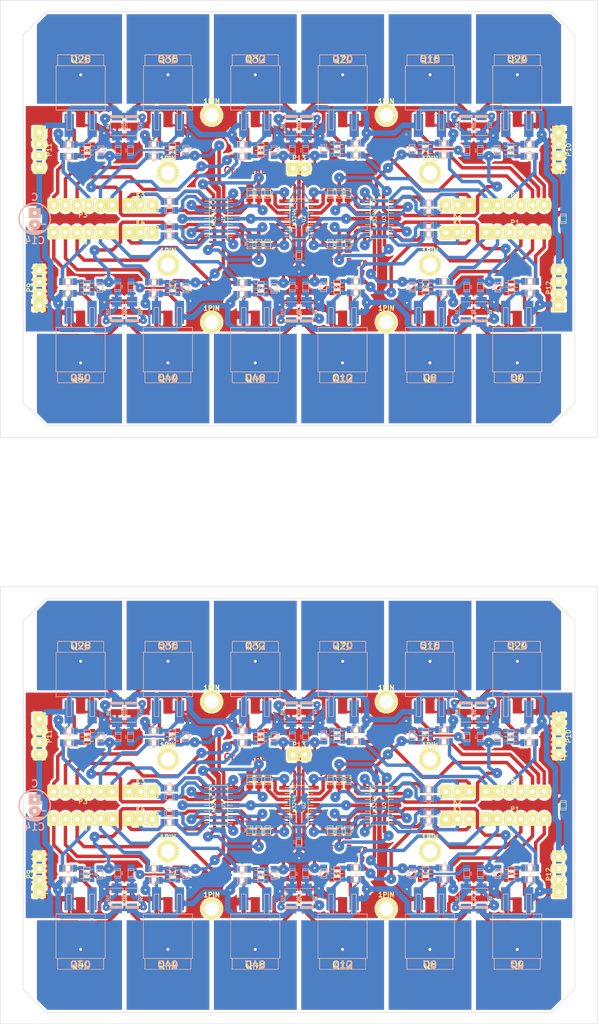
<source format=kicad_pcb>
(kicad_pcb (version 3) (host pcbnew "(2013-07-07 BZR 4022)-stable")
  (layers (15 F.Cu signal) (0 B.Cu signal) (18 B.Paste user) (19 F.Paste user) (20 B.SilkS user) (21 F.SilkS user) (22 B.Mask user) (23 F.Mask user) (28 Edge.Cuts user))
  (net 0 "")
  (net 1 /Detector_Cruce/Fase12)
  (net 2 /Detector_Cruce/Fase13)
  (net 3 /Detector_Cruce/Fase23)
  (net 4 /Detector_Cruce/Zero11)
  (net 5 /Detector_Cruce/Zero12)
  (net 6 /Detector_Cruce/Zero13)
  (net 7 /Detector_Cruce/Zero21)
  (net 8 /Detector_Cruce/Zero22)
  (net 9 /Detector_Cruce/Zero23)
  (net 10 /Detector_Cruce/Zero31)
  (net 11 /Detector_Cruce/Zero32)
  (net 12 /Detector_Cruce/Zero33)
  (net 13 /Detector_Cruce/Zero41)
  (net 14 /Detector_Cruce/Zero42)
  (net 15 /Detector_Cruce/Zero43)
  (net 16 /MOSFET_Potencia1/Fase1)
  (net 17 /MOSFET_Potencia1/Q0)
  (net 18 /MOSFET_Potencia1/Q1)
  (net 19 /MOSFET_Potencia1/Q2)
  (net 20 /MOSFET_Potencia1/Q3)
  (net 21 /MOSFET_Potencia1/Q4)
  (net 22 /MOSFET_Potencia1/Q5)
  (net 23 /MOSFET_Potencia2/Fase1)
  (net 24 /MOSFET_Potencia2/Fase2)
  (net 25 /MOSFET_Potencia2/Q0)
  (net 26 /MOSFET_Potencia2/Q1)
  (net 27 /MOSFET_Potencia2/Q2)
  (net 28 /MOSFET_Potencia2/Q3)
  (net 29 /MOSFET_Potencia2/Q4)
  (net 30 /MOSFET_Potencia2/Q5)
  (net 31 /MOSFET_Potencia3/Fase1)
  (net 32 /MOSFET_Potencia3/Fase2)
  (net 33 /MOSFET_Potencia3/Fase3)
  (net 34 /MOSFET_Potencia3/Q0)
  (net 35 /MOSFET_Potencia3/Q1)
  (net 36 /MOSFET_Potencia3/Q2)
  (net 37 /MOSFET_Potencia3/Q3)
  (net 38 /MOSFET_Potencia3/Q4)
  (net 39 /MOSFET_Potencia3/Q5)
  (net 40 /MOSFET_Potencia4/Fase1)
  (net 41 /MOSFET_Potencia4/Fase2)
  (net 42 /MOSFET_Potencia4/Fase3)
  (net 43 /MOSFET_Potencia4/Q0)
  (net 44 /MOSFET_Potencia4/Q1)
  (net 45 /MOSFET_Potencia4/Q2)
  (net 46 /MOSFET_Potencia4/Q3)
  (net 47 /MOSFET_Potencia4/Q4)
  (net 48 /MOSFET_Potencia4/Q5)
  (net 49 GND)
  (net 50 N-00000100)
  (net 51 N-00000101)
  (net 52 N-00000102)
  (net 53 N-00000103)
  (net 54 N-00000104)
  (net 55 N-00000105)
  (net 56 N-00000106)
  (net 57 N-00000107)
  (net 58 N-00000108)
  (net 59 N-00000109)
  (net 60 N-00000110)
  (net 61 N-00000112)
  (net 62 N-00000113)
  (net 63 N-00000114)
  (net 64 N-00000115)
  (net 65 N-00000116)
  (net 66 N-00000117)
  (net 67 N-00000118)
  (net 68 N-00000119)
  (net 69 N-00000120)
  (net 70 N-00000121)
  (net 71 N-00000122)
  (net 72 N-00000123)
  (net 73 N-00000128)
  (net 74 N-00000129)
  (net 75 N-00000130)
  (net 76 N-00000131)
  (net 77 N-00000132)
  (net 78 N-00000133)
  (net 79 N-0000021)
  (net 80 N-0000022)
  (net 81 N-0000023)
  (net 82 N-0000025)
  (net 83 N-0000026)
  (net 84 N-0000027)
  (net 85 N-0000029)
  (net 86 N-0000030)
  (net 87 N-0000031)
  (net 88 N-0000032)
  (net 89 N-0000033)
  (net 90 N-0000034)
  (net 91 N-0000035)
  (net 92 N-0000036)
  (net 93 N-0000037)
  (net 94 N-0000039)
  (net 95 N-0000040)
  (net 96 N-0000041)
  (net 97 N-0000042)
  (net 98 N-0000043)
  (net 99 N-0000051)
  (net 100 N-0000052)
  (net 101 N-0000053)
  (net 102 N-0000054)
  (net 103 N-0000076)
  (net 104 N-0000077)
  (net 105 N-0000078)
  (net 106 N-0000079)
  (net 107 N-0000080)
  (net 108 N-0000081)
  (net 109 N-0000082)
  (net 110 N-0000084)
  (net 111 N-0000085)
  (net 112 N-0000086)
  (net 113 N-0000087)
  (net 114 N-0000088)
  (net 115 N-0000089)
  (net 116 N-0000090)
  (net 117 N-0000091)
  (net 118 N-0000092)
  (net 119 N-0000093)
  (net 120 N-0000094)
  (net 121 N-0000095)
  (net 122 N-0000096)
  (net 123 N-0000097)
  (net 124 N-0000098)
  (net 125 N-0000099)
  (net 126 VDD)
  (net 127 V_5v)
  (module CP_6.3x15mm (layer B.Cu) (at 47.5 206)
    (fp_text reference C14 (at 0 4.7) (layer B.SilkS) (effects (font (size 1.524 1.524) (thickness 0.3048)) (justify mirror)))
    (fp_text value C (at 0 -4.7) (layer B.SilkS) (effects (font (size 1.524 1.524) (thickness 0.3048)) (justify mirror)))
    (pad 1 thru_hole rect (at 0 -1.25) (size 2.6 2.2) (drill 0.8) (layers *.Cu *.Mask B.SilkS) (net 126 VDD))
    (pad 2 thru_hole oval (at 0 1.25) (size 2.6 2.2) (drill 0.8) (layers *.Cu *.Mask B.SilkS) (net 49 GND))
  )
  (module sot23 (layer B.Cu) (at 96.7 221.15 270)
    (fp_text reference Q45 (at 0.0254 0.3302 270) (layer B.SilkS) (effects (font (size 0.50038 0.50038) (thickness 0.09906)) (justify mirror)))
    (fp_text value BC849 hide)
    (pad 1 smd rect (at -1.1525 -1.2 270) (size 1.2 1) (layers B.Cu B.Paste B.Mask) (net 48 /MOSFET_Potencia4/Q5))
    (pad 2 smd rect (at 0 1.2 270) (size 1.2 1) (layers B.Cu B.Paste B.Mask) (net 49 GND))
    (pad 3 smd rect (at 1.1525 -1.2 270) (size 1.2 1) (layers B.Cu B.Paste B.Mask) (net 77 N-00000132))
  )
  (module sot23 (layer B.Cu) (at 77.5 221.05 270)
    (fp_text reference Q41 (at 0.0254 0.3302 270) (layer B.SilkS) (effects (font (size 0.50038 0.50038) (thickness 0.09906)) (justify mirror)))
    (fp_text value BC849 hide)
    (pad 1 smd rect (at -1.1525 -1.2 270) (size 1.2 1) (layers B.Cu B.Paste B.Mask) (net 46 /MOSFET_Potencia4/Q3))
    (pad 2 smd rect (at 0 1.2 270) (size 1.2 1) (layers B.Cu B.Paste B.Mask) (net 49 GND))
    (pad 3 smd rect (at 1.1525 -1.2 270) (size 1.2 1) (layers B.Cu B.Paste B.Mask) (net 74 N-00000129))
  )
  (module sot23 (layer B.Cu) (at 58.8 220.95 270)
    (fp_text reference Q37 (at 0.0254 0.3302 270) (layer B.SilkS) (effects (font (size 0.50038 0.50038) (thickness 0.09906)) (justify mirror)))
    (fp_text value BC849 hide)
    (pad 1 smd rect (at -1.1525 -1.2 270) (size 1.2 1) (layers B.Cu B.Paste B.Mask) (net 44 /MOSFET_Potencia4/Q1))
    (pad 2 smd rect (at 0 1.2 270) (size 1.2 1) (layers B.Cu B.Paste B.Mask) (net 49 GND))
    (pad 3 smd rect (at 1.1525 -1.2 270) (size 1.2 1) (layers B.Cu B.Paste B.Mask) (net 73 N-00000128))
  )
  (module sot23 (layer B.Cu) (at 77.45 191.1 90)
    (fp_text reference Q33 (at 0.0254 0.3302 90) (layer B.SilkS) (effects (font (size 0.50038 0.50038) (thickness 0.09906)) (justify mirror)))
    (fp_text value BC849 hide)
    (pad 1 smd rect (at -1.1525 -1.2 90) (size 1.2 1) (layers B.Cu B.Paste B.Mask) (net 39 /MOSFET_Potencia3/Q5))
    (pad 2 smd rect (at 0 1.2 90) (size 1.2 1) (layers B.Cu B.Paste B.Mask) (net 49 GND))
    (pad 3 smd rect (at 1.1525 -1.2 90) (size 1.2 1) (layers B.Cu B.Paste B.Mask) (net 67 N-00000118))
  )
  (module sot23 (layer B.Cu) (at 96.7 191.1 90)
    (fp_text reference Q29 (at 0.0254 0.3302 90) (layer B.SilkS) (effects (font (size 0.50038 0.50038) (thickness 0.09906)) (justify mirror)))
    (fp_text value BC849 hide)
    (pad 1 smd rect (at -1.1525 -1.2 90) (size 1.2 1) (layers B.Cu B.Paste B.Mask) (net 37 /MOSFET_Potencia3/Q3))
    (pad 2 smd rect (at 0 1.2 90) (size 1.2 1) (layers B.Cu B.Paste B.Mask) (net 49 GND))
    (pad 3 smd rect (at 1.1525 -1.2 90) (size 1.2 1) (layers B.Cu B.Paste B.Mask) (net 68 N-00000119))
  )
  (module sot23 (layer B.Cu) (at 151.05 191.1 90)
    (fp_text reference Q21 (at 0.0254 0.3302 90) (layer B.SilkS) (effects (font (size 0.50038 0.50038) (thickness 0.09906)) (justify mirror)))
    (fp_text value BC849 hide)
    (pad 1 smd rect (at -1.1525 -1.2 90) (size 1.2 1) (layers B.Cu B.Paste B.Mask) (net 30 /MOSFET_Potencia2/Q5))
    (pad 2 smd rect (at 0 1.2 90) (size 1.2 1) (layers B.Cu B.Paste B.Mask) (net 49 GND))
    (pad 3 smd rect (at 1.1525 -1.2 90) (size 1.2 1) (layers B.Cu B.Paste B.Mask) (net 65 N-00000116))
  )
  (module sot23 (layer B.Cu) (at 113.3 190.85 90)
    (fp_text reference Q17 (at 0.0254 0.3302 90) (layer B.SilkS) (effects (font (size 0.50038 0.50038) (thickness 0.09906)) (justify mirror)))
    (fp_text value BC849 hide)
    (pad 1 smd rect (at -1.1525 -1.2 90) (size 1.2 1) (layers B.Cu B.Paste B.Mask) (net 28 /MOSFET_Potencia2/Q3))
    (pad 2 smd rect (at 0 1.2 90) (size 1.2 1) (layers B.Cu B.Paste B.Mask) (net 49 GND))
    (pad 3 smd rect (at 1.1525 -1.2 90) (size 1.2 1) (layers B.Cu B.Paste B.Mask) (net 63 N-00000114))
  )
  (module sot23 (layer B.Cu) (at 132.5 190.85 90)
    (fp_text reference Q13 (at 0.0254 0.3302 90) (layer B.SilkS) (effects (font (size 0.50038 0.50038) (thickness 0.09906)) (justify mirror)))
    (fp_text value BC849 hide)
    (pad 1 smd rect (at -1.1525 -1.2 90) (size 1.2 1) (layers B.Cu B.Paste B.Mask) (net 26 /MOSFET_Potencia2/Q1))
    (pad 2 smd rect (at 0 1.2 90) (size 1.2 1) (layers B.Cu B.Paste B.Mask) (net 49 GND))
    (pad 3 smd rect (at 1.1525 -1.2 90) (size 1.2 1) (layers B.Cu B.Paste B.Mask) (net 62 N-00000113))
  )
  (module sot23 (layer B.Cu) (at 113.3 220.85 270)
    (fp_text reference Q9 (at 0.0254 0.3302 270) (layer B.SilkS) (effects (font (size 0.50038 0.50038) (thickness 0.09906)) (justify mirror)))
    (fp_text value BC849 hide)
    (pad 1 smd rect (at -1.1525 -1.2 270) (size 1.2 1) (layers B.Cu B.Paste B.Mask) (net 22 /MOSFET_Potencia1/Q5))
    (pad 2 smd rect (at 0 1.2 270) (size 1.2 1) (layers B.Cu B.Paste B.Mask) (net 49 GND))
    (pad 3 smd rect (at 1.1525 -1.2 270) (size 1.2 1) (layers B.Cu B.Paste B.Mask) (net 105 N-0000078))
  )
  (module sot23 (layer B.Cu) (at 132.55 220.9 270)
    (fp_text reference Q5 (at 0.0254 0.3302 270) (layer B.SilkS) (effects (font (size 0.50038 0.50038) (thickness 0.09906)) (justify mirror)))
    (fp_text value BC849 hide)
    (pad 1 smd rect (at -1.1525 -1.2 270) (size 1.2 1) (layers B.Cu B.Paste B.Mask) (net 20 /MOSFET_Potencia1/Q3))
    (pad 2 smd rect (at 0 1.2 270) (size 1.2 1) (layers B.Cu B.Paste B.Mask) (net 49 GND))
    (pad 3 smd rect (at 1.1525 -1.2 270) (size 1.2 1) (layers B.Cu B.Paste B.Mask) (net 103 N-0000076))
  )
  (module sot23 (layer B.Cu) (at 151.2 220.9 270)
    (fp_text reference Q1 (at 0.0254 0.3302 270) (layer B.SilkS) (effects (font (size 0.50038 0.50038) (thickness 0.09906)) (justify mirror)))
    (fp_text value BC849 hide)
    (pad 1 smd rect (at -1.1525 -1.2 270) (size 1.2 1) (layers B.Cu B.Paste B.Mask) (net 18 /MOSFET_Potencia1/Q1))
    (pad 2 smd rect (at 0 1.2 270) (size 1.2 1) (layers B.Cu B.Paste B.Mask) (net 49 GND))
    (pad 3 smd rect (at 1.1525 -1.2 270) (size 1.2 1) (layers B.Cu B.Paste B.Mask) (net 104 N-0000077))
  )
  (module sot23 (layer B.Cu) (at 58.95 191.15 90)
    (fp_text reference Q25 (at 0.0254 0.3302 90) (layer B.SilkS) (effects (font (size 0.50038 0.50038) (thickness 0.09906)) (justify mirror)))
    (fp_text value BC849 hide)
    (pad 1 smd rect (at -1.1525 -1.2 90) (size 1.2 1) (layers B.Cu B.Paste B.Mask) (net 35 /MOSFET_Potencia3/Q1))
    (pad 2 smd rect (at 0 1.2 90) (size 1.2 1) (layers B.Cu B.Paste B.Mask) (net 49 GND))
    (pad 3 smd rect (at 1.1525 -1.2 90) (size 1.2 1) (layers B.Cu B.Paste B.Mask) (net 72 N-00000123))
  )
  (module pin_strip_2 (layer F.Cu) (at 105 195)
    (fp_text reference P13 (at 0 -2.159) (layer F.SilkS) (effects (font (size 1.016 1.016) (thickness 0.2032))))
    (fp_text value CONN_2 hide)
    (pad 1 thru_hole rect (at -1.27 0) (size 2.2 2.6) (drill 1.00076) (layers *.Cu *.Mask F.SilkS) (net 127 V_5v))
    (pad 2 thru_hole oval (at 1.27 0) (size 2.2 2.6) (drill 1.00076) (layers *.Cu *.Mask F.SilkS) (net 127 V_5v))
  )
  (module pin_strip_4 (layer F.Cu) (at 48.5 221 90)
    (fp_text reference P9 (at 0 -2.159 90) (layer F.SilkS) (effects (font (size 1.016 1.016) (thickness 0.2032))))
    (fp_text value CONN_4 hide)
    (pad 1 thru_hole rect (at -3.81 0 90) (size 2.2 2.6) (drill 1.00076) (layers *.Cu *.Mask F.SilkS) (net 49 GND))
    (pad 2 thru_hole oval (at -1.27 0 90) (size 2.2 2.6) (drill 1.00076) (layers *.Cu *.Mask F.SilkS) (net 49 GND))
    (pad 3 thru_hole oval (at 1.27 0 90) (size 2.2 2.6) (drill 1.00076) (layers *.Cu *.Mask F.SilkS) (net 49 GND))
    (pad 4 thru_hole oval (at 3.81 0 90) (size 2.2 2.6) (drill 1.00076) (layers *.Cu *.Mask F.SilkS) (net 49 GND))
  )
  (module pin_strip_4 (layer F.Cu) (at 161.5 191 270)
    (fp_text reference P10 (at 0 -2.159 270) (layer F.SilkS) (effects (font (size 1.016 1.016) (thickness 0.2032))))
    (fp_text value CONN_4 hide)
    (pad 1 thru_hole rect (at -3.81 0 270) (size 2.2 2.6) (drill 1.00076) (layers *.Cu *.Mask F.SilkS) (net 49 GND))
    (pad 2 thru_hole oval (at -1.27 0 270) (size 2.2 2.6) (drill 1.00076) (layers *.Cu *.Mask F.SilkS) (net 49 GND))
    (pad 3 thru_hole oval (at 1.27 0 270) (size 2.2 2.6) (drill 1.00076) (layers *.Cu *.Mask F.SilkS) (net 49 GND))
    (pad 4 thru_hole oval (at 3.81 0 270) (size 2.2 2.6) (drill 1.00076) (layers *.Cu *.Mask F.SilkS) (net 49 GND))
  )
  (module pin_strip_4 (layer F.Cu) (at 48.5 191 270)
    (fp_text reference P11 (at 0 -2.159 270) (layer F.SilkS) (effects (font (size 1.016 1.016) (thickness 0.2032))))
    (fp_text value CONN_4 hide)
    (pad 1 thru_hole rect (at -3.81 0 270) (size 2.2 2.6) (drill 1.00076) (layers *.Cu *.Mask F.SilkS) (net 126 VDD))
    (pad 2 thru_hole oval (at -1.27 0 270) (size 2.2 2.6) (drill 1.00076) (layers *.Cu *.Mask F.SilkS) (net 126 VDD))
    (pad 3 thru_hole oval (at 1.27 0 270) (size 2.2 2.6) (drill 1.00076) (layers *.Cu *.Mask F.SilkS) (net 126 VDD))
    (pad 4 thru_hole oval (at 3.81 0 270) (size 2.2 2.6) (drill 1.00076) (layers *.Cu *.Mask F.SilkS) (net 126 VDD))
  )
  (module pin_strip_4 (layer F.Cu) (at 161.5 221 90)
    (fp_text reference P12 (at 0 -2.159 90) (layer F.SilkS) (effects (font (size 1.016 1.016) (thickness 0.2032))))
    (fp_text value CONN_4 hide)
    (pad 1 thru_hole rect (at -3.81 0 90) (size 2.2 2.6) (drill 1.00076) (layers *.Cu *.Mask F.SilkS) (net 126 VDD))
    (pad 2 thru_hole oval (at -1.27 0 90) (size 2.2 2.6) (drill 1.00076) (layers *.Cu *.Mask F.SilkS) (net 126 VDD))
    (pad 3 thru_hole oval (at 1.27 0 90) (size 2.2 2.6) (drill 1.00076) (layers *.Cu *.Mask F.SilkS) (net 126 VDD))
    (pad 4 thru_hole oval (at 3.81 0 90) (size 2.2 2.6) (drill 1.00076) (layers *.Cu *.Mask F.SilkS) (net 126 VDD))
  )
  (module pin_strip_3 (layer F.Cu) (at 70.5 209)
    (fp_text reference K4 (at 0 -2.159) (layer F.SilkS) (effects (font (size 1.016 1.016) (thickness 0.2032))))
    (fp_text value CONN_3 hide)
    (pad 1 thru_hole rect (at -2.54 0) (size 2.2 3) (drill 1.00076) (layers *.Cu *.Mask F.SilkS) (net 15 /Detector_Cruce/Zero43))
    (pad 2 thru_hole oval (at 0 0) (size 2.2 3) (drill 1.00076) (layers *.Cu *.Mask F.SilkS) (net 14 /Detector_Cruce/Zero42))
    (pad 3 thru_hole oval (at 2.54 0) (size 2.2 3) (drill 1.00076) (layers *.Cu *.Mask F.SilkS) (net 13 /Detector_Cruce/Zero41))
  )
  (module pin_strip_3 (layer F.Cu) (at 139.5 203 180)
    (fp_text reference K2 (at 0 -2.159 180) (layer F.SilkS) (effects (font (size 1.016 1.016) (thickness 0.2032))))
    (fp_text value CONN_3 hide)
    (pad 1 thru_hole rect (at -2.54 0 180) (size 2.2 3) (drill 1.00076) (layers *.Cu *.Mask F.SilkS) (net 7 /Detector_Cruce/Zero21))
    (pad 2 thru_hole oval (at 0 0 180) (size 2.2 3) (drill 1.00076) (layers *.Cu *.Mask F.SilkS) (net 9 /Detector_Cruce/Zero23))
    (pad 3 thru_hole oval (at 2.54 0 180) (size 2.2 3) (drill 1.00076) (layers *.Cu *.Mask F.SilkS) (net 8 /Detector_Cruce/Zero22))
  )
  (module pin_strip_3 (layer F.Cu) (at 139.5 209)
    (fp_text reference K1 (at 0 -2.159) (layer F.SilkS) (effects (font (size 1.016 1.016) (thickness 0.2032))))
    (fp_text value CONN_3 hide)
    (pad 1 thru_hole rect (at -2.54 0) (size 2.2 3) (drill 1.00076) (layers *.Cu *.Mask F.SilkS) (net 4 /Detector_Cruce/Zero11))
    (pad 2 thru_hole oval (at 0 0) (size 2.2 3) (drill 1.00076) (layers *.Cu *.Mask F.SilkS) (net 5 /Detector_Cruce/Zero12))
    (pad 3 thru_hole oval (at 2.54 0) (size 2.2 3) (drill 1.00076) (layers *.Cu *.Mask F.SilkS) (net 6 /Detector_Cruce/Zero13))
  )
  (module pin_strip_6 (layer F.Cu) (at 58 209 180)
    (fp_text reference P4 (at 0 -2.159 180) (layer F.SilkS) (effects (font (size 1.016 1.016) (thickness 0.2032))))
    (fp_text value CONN_6 hide)
    (pad 1 thru_hole rect (at -6.35 0 180) (size 2.2 3) (drill 1.00076) (layers *.Cu *.Mask F.SilkS) (net 79 N-0000021))
    (pad 2 thru_hole oval (at -3.81 0 180) (size 2.2 3) (drill 1.00076) (layers *.Cu *.Mask F.SilkS) (net 80 N-0000022))
    (pad 3 thru_hole oval (at -1.27 0 180) (size 2.2 3) (drill 1.00076) (layers *.Cu *.Mask F.SilkS) (net 81 N-0000023))
    (pad 4 thru_hole oval (at 1.27 0 180) (size 2.2 3) (drill 1.00076) (layers *.Cu *.Mask F.SilkS) (net 82 N-0000025))
    (pad 5 thru_hole oval (at 3.81 0 180) (size 2.2 3) (drill 1.00076) (layers *.Cu *.Mask F.SilkS) (net 83 N-0000026))
    (pad 6 thru_hole oval (at 6.35 0 180) (size 2.2 3) (drill 1.00076) (layers *.Cu *.Mask F.SilkS) (net 84 N-0000027))
  )
  (module pin_strip_6 (layer F.Cu) (at 152 203)
    (fp_text reference P2 (at 0 -2.159) (layer F.SilkS) (effects (font (size 1.016 1.016) (thickness 0.2032))))
    (fp_text value CONN_6 hide)
    (pad 1 thru_hole rect (at -6.35 0) (size 2.2 3) (drill 1.00076) (layers *.Cu *.Mask F.SilkS) (net 97 N-0000042))
    (pad 2 thru_hole oval (at -3.81 0) (size 2.2 3) (drill 1.00076) (layers *.Cu *.Mask F.SilkS) (net 98 N-0000043))
    (pad 3 thru_hole oval (at -1.27 0) (size 2.2 3) (drill 1.00076) (layers *.Cu *.Mask F.SilkS) (net 100 N-0000052))
    (pad 4 thru_hole oval (at 1.27 0) (size 2.2 3) (drill 1.00076) (layers *.Cu *.Mask F.SilkS) (net 101 N-0000053))
    (pad 5 thru_hole oval (at 3.81 0) (size 2.2 3) (drill 1.00076) (layers *.Cu *.Mask F.SilkS) (net 102 N-0000054))
    (pad 6 thru_hole oval (at 6.35 0) (size 2.2 3) (drill 1.00076) (layers *.Cu *.Mask F.SilkS) (net 99 N-0000051))
  )
  (module pin_strip_6 (layer F.Cu) (at 152 209)
    (fp_text reference P1 (at 0 -2.159) (layer F.SilkS) (effects (font (size 1.016 1.016) (thickness 0.2032))))
    (fp_text value CONN_6 hide)
    (pad 1 thru_hole rect (at -6.35 0) (size 2.2 3) (drill 1.00076) (layers *.Cu *.Mask F.SilkS) (net 88 N-0000032))
    (pad 2 thru_hole oval (at -3.81 0) (size 2.2 3) (drill 1.00076) (layers *.Cu *.Mask F.SilkS) (net 89 N-0000033))
    (pad 3 thru_hole oval (at -1.27 0) (size 2.2 3) (drill 1.00076) (layers *.Cu *.Mask F.SilkS) (net 90 N-0000034))
    (pad 4 thru_hole oval (at 1.27 0) (size 2.2 3) (drill 1.00076) (layers *.Cu *.Mask F.SilkS) (net 91 N-0000035))
    (pad 5 thru_hole oval (at 3.81 0) (size 2.2 3) (drill 1.00076) (layers *.Cu *.Mask F.SilkS) (net 92 N-0000036))
    (pad 6 thru_hole oval (at 6.35 0) (size 2.2 3) (drill 1.00076) (layers *.Cu *.Mask F.SilkS) (net 93 N-0000037))
  )
  (module pin_strip_6 (layer F.Cu) (at 58 203 180)
    (fp_text reference P3 (at 0 -2.159 180) (layer F.SilkS) (effects (font (size 1.016 1.016) (thickness 0.2032))))
    (fp_text value CONN_6 hide)
    (pad 1 thru_hole rect (at -6.35 0 180) (size 2.2 3) (drill 1.00076) (layers *.Cu *.Mask F.SilkS) (net 95 N-0000040))
    (pad 2 thru_hole oval (at -3.81 0 180) (size 2.2 3) (drill 1.00076) (layers *.Cu *.Mask F.SilkS) (net 85 N-0000029))
    (pad 3 thru_hole oval (at -1.27 0 180) (size 2.2 3) (drill 1.00076) (layers *.Cu *.Mask F.SilkS) (net 86 N-0000030))
    (pad 4 thru_hole oval (at 1.27 0 180) (size 2.2 3) (drill 1.00076) (layers *.Cu *.Mask F.SilkS) (net 96 N-0000041))
    (pad 5 thru_hole oval (at 3.81 0 180) (size 2.2 3) (drill 1.00076) (layers *.Cu *.Mask F.SilkS) (net 94 N-0000039))
    (pad 6 thru_hole oval (at 6.35 0 180) (size 2.2 3) (drill 1.00076) (layers *.Cu *.Mask F.SilkS) (net 87 N-0000031))
  )
  (module pin_strip_3 (layer F.Cu) (at 70.5 203)
    (fp_text reference K3 (at 0 -2.159) (layer F.SilkS) (effects (font (size 1.016 1.016) (thickness 0.2032))))
    (fp_text value CONN_3 hide)
    (pad 1 thru_hole rect (at -2.54 0) (size 2.2 3) (drill 1.00076) (layers *.Cu *.Mask F.SilkS) (net 12 /Detector_Cruce/Zero33))
    (pad 2 thru_hole oval (at 0 0) (size 2.2 3) (drill 1.00076) (layers *.Cu *.Mask F.SilkS) (net 10 /Detector_Cruce/Zero31))
    (pad 3 thru_hole oval (at 2.54 0) (size 2.2 3) (drill 1.00076) (layers *.Cu *.Mask F.SilkS) (net 11 /Detector_Cruce/Zero32))
  )
  (module so-14 (layer F.Cu) (at 122.5 206 270)
    (fp_text reference U3 (at 0 -1.016 270) (layer F.SilkS) (effects (font (size 0.7493 0.7493) (thickness 0.14986))))
    (fp_text value LM324N (at 0 1.016 270) (layer F.SilkS) (effects (font (size 0.7493 0.7493) (thickness 0.14986))))
    (pad 1 smd rect (at -3.81 3.2 270) (size 0.8 2.2) (layers F.Cu F.Paste F.Mask) (net 117 N-0000091))
    (pad 2 smd rect (at -2.54 3.2 270) (size 0.8 2.2) (layers F.Cu F.Paste F.Mask) (net 124 N-0000098))
    (pad 3 smd rect (at -1.27 3.2 270) (size 0.8 2.2) (layers F.Cu F.Paste F.Mask) (net 116 N-0000090))
    (pad 4 smd rect (at 0 3.2 270) (size 0.8 2.2) (layers F.Cu F.Paste F.Mask) (net 127 V_5v))
    (pad 5 smd rect (at 1.27 3.2 270) (size 0.8 2.2) (layers F.Cu F.Paste F.Mask) (net 118 N-0000092))
    (pad 6 smd rect (at 2.54 3.2 270) (size 0.8 2.2) (layers F.Cu F.Paste F.Mask) (net 111 N-0000085))
    (pad 7 smd rect (at 3.81 3.2 270) (size 0.8 2.2) (layers F.Cu F.Paste F.Mask) (net 119 N-0000093))
    (pad 8 smd rect (at 3.81 -3.2 270) (size 0.8 2.2) (layers F.Cu F.Paste F.Mask) (net 122 N-0000096))
    (pad 9 smd rect (at 2.54 -3.2 270) (size 0.8 2.2) (layers F.Cu F.Paste F.Mask) (net 111 N-0000085))
    (pad 10 smd rect (at 1.27 -3.2 270) (size 0.8 2.2) (layers F.Cu F.Paste F.Mask) (net 121 N-0000095))
    (pad 11 smd rect (at 0 -3.2 270) (size 0.8 2.2) (layers F.Cu F.Paste F.Mask) (net 49 GND))
    (pad 12 smd rect (at -1.27 -3.2 270) (size 0.8 2.2) (layers F.Cu F.Paste F.Mask) (net 113 N-0000087))
    (pad 13 smd rect (at -2.54 -3.2 270) (size 0.8 2.2) (layers F.Cu F.Paste F.Mask) (net 124 N-0000098))
    (pad 14 smd rect (at -3.81 -3.2 270) (size 0.8 2.2) (layers F.Cu F.Paste F.Mask) (net 114 N-0000088))
  )
  (module so-14 (layer F.Cu) (at 105 206 270)
    (fp_text reference U2 (at 0 -1.016 270) (layer F.SilkS) (effects (font (size 0.7493 0.7493) (thickness 0.14986))))
    (fp_text value LM324N (at 0 1.016 270) (layer F.SilkS) (effects (font (size 0.7493 0.7493) (thickness 0.14986))))
    (pad 1 smd rect (at -3.81 3.2 270) (size 0.8 2.2) (layers F.Cu F.Paste F.Mask) (net 54 N-00000104))
    (pad 2 smd rect (at -2.54 3.2 270) (size 0.8 2.2) (layers F.Cu F.Paste F.Mask) (net 109 N-0000082))
    (pad 3 smd rect (at -1.27 3.2 270) (size 0.8 2.2) (layers F.Cu F.Paste F.Mask) (net 123 N-0000097))
    (pad 4 smd rect (at 0 3.2 270) (size 0.8 2.2) (layers F.Cu F.Paste F.Mask) (net 127 V_5v))
    (pad 5 smd rect (at 1.27 3.2 270) (size 0.8 2.2) (layers F.Cu F.Paste F.Mask) (net 56 N-00000106))
    (pad 6 smd rect (at 2.54 3.2 270) (size 0.8 2.2) (layers F.Cu F.Paste F.Mask) (net 55 N-00000105))
    (pad 7 smd rect (at 3.81 3.2 270) (size 0.8 2.2) (layers F.Cu F.Paste F.Mask) (net 125 N-0000099))
    (pad 8 smd rect (at 3.81 -3.2 270) (size 0.8 2.2) (layers F.Cu F.Paste F.Mask) (net 120 N-0000094))
    (pad 9 smd rect (at 2.54 -3.2 270) (size 0.8 2.2) (layers F.Cu F.Paste F.Mask) (net 111 N-0000085))
    (pad 10 smd rect (at 1.27 -3.2 270) (size 0.8 2.2) (layers F.Cu F.Paste F.Mask) (net 110 N-0000084))
    (pad 11 smd rect (at 0 -3.2 270) (size 0.8 2.2) (layers F.Cu F.Paste F.Mask) (net 49 GND))
    (pad 12 smd rect (at -1.27 -3.2 270) (size 0.8 2.2) (layers F.Cu F.Paste F.Mask) (net 112 N-0000086))
    (pad 13 smd rect (at -2.54 -3.2 270) (size 0.8 2.2) (layers F.Cu F.Paste F.Mask) (net 124 N-0000098))
    (pad 14 smd rect (at -3.81 -3.2 270) (size 0.8 2.2) (layers F.Cu F.Paste F.Mask) (net 115 N-0000089))
  )
  (module so-14 (layer F.Cu) (at 87.5 206 270)
    (fp_text reference U1 (at 0 -1.016 270) (layer F.SilkS) (effects (font (size 0.7493 0.7493) (thickness 0.14986))))
    (fp_text value LM324N (at 0 1.016 270) (layer F.SilkS) (effects (font (size 0.7493 0.7493) (thickness 0.14986))))
    (pad 1 smd rect (at -3.81 3.2 270) (size 0.8 2.2) (layers F.Cu F.Paste F.Mask) (net 50 N-00000100))
    (pad 2 smd rect (at -2.54 3.2 270) (size 0.8 2.2) (layers F.Cu F.Paste F.Mask) (net 109 N-0000082))
    (pad 3 smd rect (at -1.27 3.2 270) (size 0.8 2.2) (layers F.Cu F.Paste F.Mask) (net 60 N-00000110))
    (pad 4 smd rect (at 0 3.2 270) (size 0.8 2.2) (layers F.Cu F.Paste F.Mask) (net 127 V_5v))
    (pad 5 smd rect (at 1.27 3.2 270) (size 0.8 2.2) (layers F.Cu F.Paste F.Mask) (net 59 N-00000109))
    (pad 6 smd rect (at 2.54 3.2 270) (size 0.8 2.2) (layers F.Cu F.Paste F.Mask) (net 55 N-00000105))
    (pad 7 smd rect (at 3.81 3.2 270) (size 0.8 2.2) (layers F.Cu F.Paste F.Mask) (net 52 N-00000102))
    (pad 8 smd rect (at 3.81 -3.2 270) (size 0.8 2.2) (layers F.Cu F.Paste F.Mask) (net 53 N-00000103))
    (pad 9 smd rect (at 2.54 -3.2 270) (size 0.8 2.2) (layers F.Cu F.Paste F.Mask) (net 55 N-00000105))
    (pad 10 smd rect (at 1.27 -3.2 270) (size 0.8 2.2) (layers F.Cu F.Paste F.Mask) (net 57 N-00000107))
    (pad 11 smd rect (at 0 -3.2 270) (size 0.8 2.2) (layers F.Cu F.Paste F.Mask) (net 49 GND))
    (pad 12 smd rect (at -1.27 -3.2 270) (size 0.8 2.2) (layers F.Cu F.Paste F.Mask) (net 58 N-00000108))
    (pad 13 smd rect (at -2.54 -3.2 270) (size 0.8 2.2) (layers F.Cu F.Paste F.Mask) (net 109 N-0000082))
    (pad 14 smd rect (at -3.81 -3.2 270) (size 0.8 2.2) (layers F.Cu F.Paste F.Mask) (net 51 N-00000101))
  )
  (module 1pin (layer F.Cu) (at 133.5 216)
    (fp_text reference 1PIN (at 0 -3.048) (layer F.SilkS) (effects (font (size 1.016 1.016) (thickness 0.254))))
    (fp_text value P*** hide)
    (pad 1 thru_hole circle (at 0 0) (size 4.064 4.064) (drill 3.048) (layers *.Cu *.Mask F.SilkS))
  )
  (module 1pin (layer F.Cu) (at 76.5 216)
    (fp_text reference 1PIN (at 0 -3.048) (layer F.SilkS) (effects (font (size 1.016 1.016) (thickness 0.254))))
    (fp_text value P*** hide)
    (pad 1 thru_hole circle (at 0 0) (size 4.064 4.064) (drill 3.048) (layers *.Cu *.Mask F.SilkS))
  )
  (module 1pin (layer F.Cu) (at 86 183.5)
    (fp_text reference 1PIN (at 0 -3.048) (layer F.SilkS) (effects (font (size 1.016 1.016) (thickness 0.254))))
    (fp_text value P*** hide)
    (pad 1 thru_hole circle (at 0 0) (size 4.064 4.064) (drill 3.048) (layers *.Cu *.Mask F.SilkS))
  )
  (module 1pin (layer F.Cu) (at 76.5 196)
    (fp_text reference 1PIN (at 0 -3.048) (layer F.SilkS) (effects (font (size 1.016 1.016) (thickness 0.254))))
    (fp_text value P*** hide)
    (pad 1 thru_hole circle (at 0 0) (size 4.064 4.064) (drill 3.048) (layers *.Cu *.Mask F.SilkS))
  )
  (module d2-pak (layer F.Cu) (at 57.5 179.7)
    (fp_text reference Q28 (at 0 -8.3566) (layer F.SilkS) (effects (font (size 1.524 1.524) (thickness 0.3048))))
    (fp_text value IRF540N hide)
    (pad 1 smd rect (at -2.49936 6) (size 2 5) (layers F.Cu F.Paste F.Mask) (net 71 N-00000122))
    (pad 3 smd rect (at 2.49936 6) (size 2 5) (layers F.Cu F.Paste F.Mask) (net 49 GND))
    (pad 2 smd rect (at 0 -5.00126) (size 9.99998 9.4996) (layers F.Cu F.Paste F.Mask) (net 33 /MOSFET_Potencia3/Fase3))
  )
  (module d2-pak (layer F.Cu) (at 95.5 179.7)
    (fp_text reference Q32 (at 0 -8.3566) (layer F.SilkS) (effects (font (size 1.524 1.524) (thickness 0.3048))))
    (fp_text value IRF540N hide)
    (pad 1 smd rect (at -2.49936 6) (size 2 5) (layers F.Cu F.Paste F.Mask) (net 70 N-00000121))
    (pad 3 smd rect (at 2.49936 6) (size 2 5) (layers F.Cu F.Paste F.Mask) (net 49 GND))
    (pad 2 smd rect (at 0 -5.00126) (size 9.99998 9.4996) (layers F.Cu F.Paste F.Mask) (net 32 /MOSFET_Potencia3/Fase2))
  )
  (module d2-pak (layer F.Cu) (at 76.5 179.7)
    (fp_text reference Q36 (at 0 -8.3566) (layer F.SilkS) (effects (font (size 1.524 1.524) (thickness 0.3048))))
    (fp_text value IRF540N hide)
    (pad 1 smd rect (at -2.49936 6) (size 2 5) (layers F.Cu F.Paste F.Mask) (net 69 N-00000120))
    (pad 3 smd rect (at 2.49936 6) (size 2 5) (layers F.Cu F.Paste F.Mask) (net 49 GND))
    (pad 2 smd rect (at 0 -5.00126) (size 9.99998 9.4996) (layers F.Cu F.Paste F.Mask) (net 31 /MOSFET_Potencia3/Fase1))
  )
  (module d2-pak (layer B.Cu) (at 95.5 179.7 180)
    (fp_text reference Q31 (at 0 8.3566 180) (layer B.SilkS) (effects (font (size 1.524 1.524) (thickness 0.3048)) (justify mirror)))
    (fp_text value IRF9540N hide)
    (pad 1 smd rect (at -2.49936 -6 180) (size 2 5) (layers B.Cu B.Paste B.Mask) (net 68 N-00000119))
    (pad 3 smd rect (at 2.49936 -6 180) (size 2 5) (layers B.Cu B.Paste B.Mask) (net 126 VDD))
    (pad 2 smd rect (at 0 5.00126 180) (size 9.99998 9.4996) (layers B.Cu B.Paste B.Mask) (net 32 /MOSFET_Potencia3/Fase2))
  )
  (module d2-pak (layer B.Cu) (at 57.5 179.7 180)
    (fp_text reference Q27 (at 0 8.3566 180) (layer B.SilkS) (effects (font (size 1.524 1.524) (thickness 0.3048)) (justify mirror)))
    (fp_text value IRF9540N hide)
    (pad 1 smd rect (at -2.49936 -6 180) (size 2 5) (layers B.Cu B.Paste B.Mask) (net 72 N-00000123))
    (pad 3 smd rect (at 2.49936 -6 180) (size 2 5) (layers B.Cu B.Paste B.Mask) (net 126 VDD))
    (pad 2 smd rect (at 0 5.00126 180) (size 9.99998 9.4996) (layers B.Cu B.Paste B.Mask) (net 33 /MOSFET_Potencia3/Fase3))
  )
  (module d2-pak (layer B.Cu) (at 76.5 179.7 180)
    (fp_text reference Q35 (at 0 8.3566 180) (layer B.SilkS) (effects (font (size 1.524 1.524) (thickness 0.3048)) (justify mirror)))
    (fp_text value IRF9540N hide)
    (pad 1 smd rect (at -2.49936 -6 180) (size 2 5) (layers B.Cu B.Paste B.Mask) (net 67 N-00000118))
    (pad 3 smd rect (at 2.49936 -6 180) (size 2 5) (layers B.Cu B.Paste B.Mask) (net 126 VDD))
    (pad 2 smd rect (at 0 5.00126 180) (size 9.99998 9.4996) (layers B.Cu B.Paste B.Mask) (net 31 /MOSFET_Potencia3/Fase1))
  )
  (module d2-pak (layer F.Cu) (at 152.48 232.32 180)
    (fp_text reference Q4 (at 0 -8.3566 180) (layer F.SilkS) (effects (font (size 1.524 1.524) (thickness 0.3048))))
    (fp_text value IRF540N hide)
    (pad 1 smd rect (at -2.49936 6 180) (size 2 5) (layers F.Cu F.Paste F.Mask) (net 107 N-0000080))
    (pad 3 smd rect (at 2.49936 6 180) (size 2 5) (layers F.Cu F.Paste F.Mask) (net 49 GND))
    (pad 2 smd rect (at 0 -5.00126 180) (size 9.99998 9.4996) (layers F.Cu F.Paste F.Mask) (net 2 /Detector_Cruce/Fase13))
  )
  (module d2-pak (layer F.Cu) (at 114.5 179.7)
    (fp_text reference Q20 (at 0 -8.3566) (layer F.SilkS) (effects (font (size 1.524 1.524) (thickness 0.3048))))
    (fp_text value IRF540N hide)
    (pad 1 smd rect (at -2.49936 6) (size 2 5) (layers F.Cu F.Paste F.Mask) (net 61 N-00000112))
    (pad 3 smd rect (at 2.49936 6) (size 2 5) (layers F.Cu F.Paste F.Mask) (net 49 GND))
    (pad 2 smd rect (at 0 -5.00126) (size 9.99998 9.4996) (layers F.Cu F.Paste F.Mask) (net 24 /MOSFET_Potencia2/Fase2))
  )
  (module d2-pak (layer F.Cu) (at 133.5 179.7)
    (fp_text reference Q16 (at 0 -8.3566) (layer F.SilkS) (effects (font (size 1.524 1.524) (thickness 0.3048))))
    (fp_text value IRF540N hide)
    (pad 1 smd rect (at -2.49936 6) (size 2 5) (layers F.Cu F.Paste F.Mask) (net 66 N-00000117))
    (pad 3 smd rect (at 2.49936 6) (size 2 5) (layers F.Cu F.Paste F.Mask) (net 49 GND))
    (pad 2 smd rect (at 0 -5.00126) (size 9.99998 9.4996) (layers F.Cu F.Paste F.Mask) (net 3 /Detector_Cruce/Fase23))
  )
  (module d2-pak (layer F.Cu) (at 152.5 179.7)
    (fp_text reference Q24 (at 0 -8.3566) (layer F.SilkS) (effects (font (size 1.524 1.524) (thickness 0.3048))))
    (fp_text value IRF540N hide)
    (pad 1 smd rect (at -2.49936 6) (size 2 5) (layers F.Cu F.Paste F.Mask) (net 64 N-00000115))
    (pad 3 smd rect (at 2.49936 6) (size 2 5) (layers F.Cu F.Paste F.Mask) (net 49 GND))
    (pad 2 smd rect (at 0 -5.00126) (size 9.99998 9.4996) (layers F.Cu F.Paste F.Mask) (net 23 /MOSFET_Potencia2/Fase1))
  )
  (module d2-pak (layer B.Cu) (at 114.5 179.7 180)
    (fp_text reference Q19 (at 0 8.3566 180) (layer B.SilkS) (effects (font (size 1.524 1.524) (thickness 0.3048)) (justify mirror)))
    (fp_text value IRF9540N hide)
    (pad 1 smd rect (at -2.49936 -6 180) (size 2 5) (layers B.Cu B.Paste B.Mask) (net 63 N-00000114))
    (pad 3 smd rect (at 2.49936 -6 180) (size 2 5) (layers B.Cu B.Paste B.Mask) (net 126 VDD))
    (pad 2 smd rect (at 0 5.00126 180) (size 9.99998 9.4996) (layers B.Cu B.Paste B.Mask) (net 24 /MOSFET_Potencia2/Fase2))
  )
  (module d2-pak (layer B.Cu) (at 133.5 179.7 180)
    (fp_text reference Q15 (at 0 8.3566 180) (layer B.SilkS) (effects (font (size 1.524 1.524) (thickness 0.3048)) (justify mirror)))
    (fp_text value IRF9540N hide)
    (pad 1 smd rect (at -2.49936 -6 180) (size 2 5) (layers B.Cu B.Paste B.Mask) (net 62 N-00000113))
    (pad 3 smd rect (at 2.49936 -6 180) (size 2 5) (layers B.Cu B.Paste B.Mask) (net 126 VDD))
    (pad 2 smd rect (at 0 5.00126 180) (size 9.99998 9.4996) (layers B.Cu B.Paste B.Mask) (net 3 /Detector_Cruce/Fase23))
  )
  (module d2-pak (layer B.Cu) (at 152.5 179.7 180)
    (fp_text reference Q23 (at 0 8.3566 180) (layer B.SilkS) (effects (font (size 1.524 1.524) (thickness 0.3048)) (justify mirror)))
    (fp_text value IRF9540N hide)
    (pad 1 smd rect (at -2.49936 -6 180) (size 2 5) (layers B.Cu B.Paste B.Mask) (net 65 N-00000116))
    (pad 3 smd rect (at 2.49936 -6 180) (size 2 5) (layers B.Cu B.Paste B.Mask) (net 126 VDD))
    (pad 2 smd rect (at 0 5.00126 180) (size 9.99998 9.4996) (layers B.Cu B.Paste B.Mask) (net 23 /MOSFET_Potencia2/Fase1))
  )
  (module d2-pak (layer B.Cu) (at 95.48 232.32)
    (fp_text reference Q47 (at 0 8.3566) (layer B.SilkS) (effects (font (size 1.524 1.524) (thickness 0.3048)) (justify mirror)))
    (fp_text value IRF9540N hide)
    (pad 1 smd rect (at -2.49936 -6) (size 2 5) (layers B.Cu B.Paste B.Mask) (net 77 N-00000132))
    (pad 3 smd rect (at 2.49936 -6) (size 2 5) (layers B.Cu B.Paste B.Mask) (net 126 VDD))
    (pad 2 smd rect (at 0 5.00126) (size 9.99998 9.4996) (layers B.Cu B.Paste B.Mask) (net 40 /MOSFET_Potencia4/Fase1))
  )
  (module d2-pak (layer F.Cu) (at 133.48 232.32 180)
    (fp_text reference Q8 (at 0 -8.3566 180) (layer F.SilkS) (effects (font (size 1.524 1.524) (thickness 0.3048))))
    (fp_text value IRF540N hide)
    (pad 1 smd rect (at -2.49936 6 180) (size 2 5) (layers F.Cu F.Paste F.Mask) (net 106 N-0000079))
    (pad 3 smd rect (at 2.49936 6 180) (size 2 5) (layers F.Cu F.Paste F.Mask) (net 49 GND))
    (pad 2 smd rect (at 0 -5.00126 180) (size 9.99998 9.4996) (layers F.Cu F.Paste F.Mask) (net 1 /Detector_Cruce/Fase12))
  )
  (module d2-pak (layer B.Cu) (at 76.48 232.32)
    (fp_text reference Q43 (at 0 8.3566) (layer B.SilkS) (effects (font (size 1.524 1.524) (thickness 0.3048)) (justify mirror)))
    (fp_text value IRF9540N hide)
    (pad 1 smd rect (at -2.49936 -6) (size 2 5) (layers B.Cu B.Paste B.Mask) (net 74 N-00000129))
    (pad 3 smd rect (at 2.49936 -6) (size 2 5) (layers B.Cu B.Paste B.Mask) (net 126 VDD))
    (pad 2 smd rect (at 0 5.00126) (size 9.99998 9.4996) (layers B.Cu B.Paste B.Mask) (net 41 /MOSFET_Potencia4/Fase2))
  )
  (module d2-pak (layer F.Cu) (at 95.48 232.32 180)
    (fp_text reference Q48 (at 0 -8.3566 180) (layer F.SilkS) (effects (font (size 1.524 1.524) (thickness 0.3048))))
    (fp_text value IRF540N hide)
    (pad 1 smd rect (at -2.49936 6 180) (size 2 5) (layers F.Cu F.Paste F.Mask) (net 76 N-00000131))
    (pad 3 smd rect (at 2.49936 6 180) (size 2 5) (layers F.Cu F.Paste F.Mask) (net 49 GND))
    (pad 2 smd rect (at 0 -5.00126 180) (size 9.99998 9.4996) (layers F.Cu F.Paste F.Mask) (net 40 /MOSFET_Potencia4/Fase1))
  )
  (module d2-pak (layer F.Cu) (at 76.48 232.32 180)
    (fp_text reference Q44 (at 0 -8.3566 180) (layer F.SilkS) (effects (font (size 1.524 1.524) (thickness 0.3048))))
    (fp_text value IRF540N hide)
    (pad 1 smd rect (at -2.49936 6 180) (size 2 5) (layers F.Cu F.Paste F.Mask) (net 78 N-00000133))
    (pad 3 smd rect (at 2.49936 6 180) (size 2 5) (layers F.Cu F.Paste F.Mask) (net 49 GND))
    (pad 2 smd rect (at 0 -5.00126 180) (size 9.99998 9.4996) (layers F.Cu F.Paste F.Mask) (net 41 /MOSFET_Potencia4/Fase2))
  )
  (module d2-pak (layer F.Cu) (at 57.48 232.32 180)
    (fp_text reference Q40 (at 0 -8.3566 180) (layer F.SilkS) (effects (font (size 1.524 1.524) (thickness 0.3048))))
    (fp_text value IRF540N hide)
    (pad 1 smd rect (at -2.49936 6 180) (size 2 5) (layers F.Cu F.Paste F.Mask) (net 75 N-00000130))
    (pad 3 smd rect (at 2.49936 6 180) (size 2 5) (layers F.Cu F.Paste F.Mask) (net 49 GND))
    (pad 2 smd rect (at 0 -5.00126 180) (size 9.99998 9.4996) (layers F.Cu F.Paste F.Mask) (net 42 /MOSFET_Potencia4/Fase3))
  )
  (module d2-pak (layer B.Cu) (at 114.48 232.32)
    (fp_text reference Q11 (at 0 8.3566) (layer B.SilkS) (effects (font (size 1.524 1.524) (thickness 0.3048)) (justify mirror)))
    (fp_text value IRF9540N hide)
    (pad 1 smd rect (at -2.49936 -6) (size 2 5) (layers B.Cu B.Paste B.Mask) (net 105 N-0000078))
    (pad 3 smd rect (at 2.49936 -6) (size 2 5) (layers B.Cu B.Paste B.Mask) (net 126 VDD))
    (pad 2 smd rect (at 0 5.00126) (size 9.99998 9.4996) (layers B.Cu B.Paste B.Mask) (net 16 /MOSFET_Potencia1/Fase1))
  )
  (module d2-pak (layer B.Cu) (at 152.48 232.32)
    (fp_text reference Q3 (at 0 8.3566) (layer B.SilkS) (effects (font (size 1.524 1.524) (thickness 0.3048)) (justify mirror)))
    (fp_text value IRF9540N hide)
    (pad 1 smd rect (at -2.49936 -6) (size 2 5) (layers B.Cu B.Paste B.Mask) (net 104 N-0000077))
    (pad 3 smd rect (at 2.49936 -6) (size 2 5) (layers B.Cu B.Paste B.Mask) (net 126 VDD))
    (pad 2 smd rect (at 0 5.00126) (size 9.99998 9.4996) (layers B.Cu B.Paste B.Mask) (net 2 /Detector_Cruce/Fase13))
  )
  (module d2-pak (layer B.Cu) (at 133.48 232.32)
    (fp_text reference Q7 (at 0 8.3566) (layer B.SilkS) (effects (font (size 1.524 1.524) (thickness 0.3048)) (justify mirror)))
    (fp_text value IRF9540N hide)
    (pad 1 smd rect (at -2.49936 -6) (size 2 5) (layers B.Cu B.Paste B.Mask) (net 103 N-0000076))
    (pad 3 smd rect (at 2.49936 -6) (size 2 5) (layers B.Cu B.Paste B.Mask) (net 126 VDD))
    (pad 2 smd rect (at 0 5.00126) (size 9.99998 9.4996) (layers B.Cu B.Paste B.Mask) (net 1 /Detector_Cruce/Fase12))
  )
  (module d2-pak (layer F.Cu) (at 114.48 232.32 180)
    (fp_text reference Q12 (at 0 -8.3566 180) (layer F.SilkS) (effects (font (size 1.524 1.524) (thickness 0.3048))))
    (fp_text value IRF540N hide)
    (pad 1 smd rect (at -2.49936 6 180) (size 2 5) (layers F.Cu F.Paste F.Mask) (net 108 N-0000081))
    (pad 3 smd rect (at 2.49936 6 180) (size 2 5) (layers F.Cu F.Paste F.Mask) (net 49 GND))
    (pad 2 smd rect (at 0 -5.00126 180) (size 9.99998 9.4996) (layers F.Cu F.Paste F.Mask) (net 16 /MOSFET_Potencia1/Fase1))
  )
  (module d2-pak (layer B.Cu) (at 57.48 232.32)
    (fp_text reference Q39 (at 0 8.3566) (layer B.SilkS) (effects (font (size 1.524 1.524) (thickness 0.3048)) (justify mirror)))
    (fp_text value IRF9540N hide)
    (pad 1 smd rect (at -2.49936 -6) (size 2 5) (layers B.Cu B.Paste B.Mask) (net 73 N-00000128))
    (pad 3 smd rect (at 2.49936 -6) (size 2 5) (layers B.Cu B.Paste B.Mask) (net 126 VDD))
    (pad 2 smd rect (at 0 5.00126) (size 9.99998 9.4996) (layers B.Cu B.Paste B.Mask) (net 42 /MOSFET_Potencia4/Fase3))
  )
  (module sot23 (layer F.Cu) (at 151.2 220.9 270)
    (fp_text reference Q2 (at 0.0254 -0.3302 270) (layer F.SilkS) (effects (font (size 0.50038 0.50038) (thickness 0.09906))))
    (fp_text value BC849 hide)
    (pad 1 smd rect (at -1.15 1.2 270) (size 1.2 1) (layers F.Cu F.Paste F.Mask) (net 17 /MOSFET_Potencia1/Q0))
    (pad 2 smd rect (at 0 -1.2 270) (size 1.2 1) (layers F.Cu F.Paste F.Mask) (net 49 GND))
    (pad 3 smd rect (at 1.15 1.2 270) (size 1.2 1) (layers F.Cu F.Paste F.Mask) (net 107 N-0000080))
  )
  (module sot23 (layer F.Cu) (at 132.55 220.9 270)
    (fp_text reference Q6 (at 0.0254 -0.3302 270) (layer F.SilkS) (effects (font (size 0.50038 0.50038) (thickness 0.09906))))
    (fp_text value BC849 hide)
    (pad 1 smd rect (at -1.15 1.2 270) (size 1.2 1) (layers F.Cu F.Paste F.Mask) (net 19 /MOSFET_Potencia1/Q2))
    (pad 2 smd rect (at 0 -1.2 270) (size 1.2 1) (layers F.Cu F.Paste F.Mask) (net 49 GND))
    (pad 3 smd rect (at 1.15 1.2 270) (size 1.2 1) (layers F.Cu F.Paste F.Mask) (net 106 N-0000079))
  )
  (module sot23 (layer F.Cu) (at 113.3 220.85 270)
    (fp_text reference Q10 (at 0.0254 -0.3302 270) (layer F.SilkS) (effects (font (size 0.50038 0.50038) (thickness 0.09906))))
    (fp_text value BC849 hide)
    (pad 1 smd rect (at -1.15 1.2 270) (size 1.2 1) (layers F.Cu F.Paste F.Mask) (net 21 /MOSFET_Potencia1/Q4))
    (pad 2 smd rect (at 0 -1.2 270) (size 1.2 1) (layers F.Cu F.Paste F.Mask) (net 49 GND))
    (pad 3 smd rect (at 1.15 1.2 270) (size 1.2 1) (layers F.Cu F.Paste F.Mask) (net 108 N-0000081))
  )
  (module sot23 (layer F.Cu) (at 132.5 190.85 90)
    (fp_text reference Q14 (at 0.0254 -0.3302 90) (layer F.SilkS) (effects (font (size 0.50038 0.50038) (thickness 0.09906))))
    (fp_text value BC849 hide)
    (pad 1 smd rect (at -1.15 1.2 90) (size 1.2 1) (layers F.Cu F.Paste F.Mask) (net 25 /MOSFET_Potencia2/Q0))
    (pad 2 smd rect (at 0 -1.2 90) (size 1.2 1) (layers F.Cu F.Paste F.Mask) (net 49 GND))
    (pad 3 smd rect (at 1.15 1.2 90) (size 1.2 1) (layers F.Cu F.Paste F.Mask) (net 66 N-00000117))
  )
  (module sot23 (layer F.Cu) (at 113.3 190.85 90)
    (fp_text reference Q18 (at 0.0254 -0.3302 90) (layer F.SilkS) (effects (font (size 0.50038 0.50038) (thickness 0.09906))))
    (fp_text value BC849 hide)
    (pad 1 smd rect (at -1.15 1.2 90) (size 1.2 1) (layers F.Cu F.Paste F.Mask) (net 27 /MOSFET_Potencia2/Q2))
    (pad 2 smd rect (at 0 -1.2 90) (size 1.2 1) (layers F.Cu F.Paste F.Mask) (net 49 GND))
    (pad 3 smd rect (at 1.15 1.2 90) (size 1.2 1) (layers F.Cu F.Paste F.Mask) (net 61 N-00000112))
  )
  (module sot23 (layer F.Cu) (at 151.05 191.1 90)
    (fp_text reference Q22 (at 0.0254 -0.3302 90) (layer F.SilkS) (effects (font (size 0.50038 0.50038) (thickness 0.09906))))
    (fp_text value BC849 hide)
    (pad 1 smd rect (at -1.15 1.2 90) (size 1.2 1) (layers F.Cu F.Paste F.Mask) (net 29 /MOSFET_Potencia2/Q4))
    (pad 2 smd rect (at 0 -1.2 90) (size 1.2 1) (layers F.Cu F.Paste F.Mask) (net 49 GND))
    (pad 3 smd rect (at 1.15 1.2 90) (size 1.2 1) (layers F.Cu F.Paste F.Mask) (net 64 N-00000115))
  )
  (module sot23 (layer F.Cu) (at 58.95 191.15 90)
    (fp_text reference Q26 (at 0.0254 -0.3302 90) (layer F.SilkS) (effects (font (size 0.50038 0.50038) (thickness 0.09906))))
    (fp_text value BC849 hide)
    (pad 1 smd rect (at -1.15 1.2 90) (size 1.2 1) (layers F.Cu F.Paste F.Mask) (net 34 /MOSFET_Potencia3/Q0))
    (pad 2 smd rect (at 0 -1.2 90) (size 1.2 1) (layers F.Cu F.Paste F.Mask) (net 49 GND))
    (pad 3 smd rect (at 1.15 1.2 90) (size 1.2 1) (layers F.Cu F.Paste F.Mask) (net 71 N-00000122))
  )
  (module sot23 (layer F.Cu) (at 96.7 191.1 90)
    (fp_text reference Q30 (at 0.0254 -0.3302 90) (layer F.SilkS) (effects (font (size 0.50038 0.50038) (thickness 0.09906))))
    (fp_text value BC849 hide)
    (pad 1 smd rect (at -1.2 1.2 90) (size 1.2 1) (layers F.Cu F.Paste F.Mask) (net 36 /MOSFET_Potencia3/Q2))
    (pad 2 smd rect (at 0 -1.2 90) (size 1.2 1) (layers F.Cu F.Paste F.Mask) (net 49 GND))
    (pad 3 smd rect (at 1.2 1.2 90) (size 1.2 1) (layers F.Cu F.Paste F.Mask) (net 70 N-00000121))
  )
  (module sot23 (layer F.Cu) (at 77.45 191.09 90)
    (fp_text reference Q34 (at 0.0254 -0.3302 90) (layer F.SilkS) (effects (font (size 0.50038 0.50038) (thickness 0.09906))))
    (fp_text value BC849 hide)
    (pad 1 smd rect (at -1.16 1.2 90) (size 1.2 1) (layers F.Cu F.Paste F.Mask) (net 38 /MOSFET_Potencia3/Q4))
    (pad 2 smd rect (at 0 -1.2 90) (size 1.2 1) (layers F.Cu F.Paste F.Mask) (net 49 GND))
    (pad 3 smd rect (at 1.19 1.2 90) (size 1.2 1) (layers F.Cu F.Paste F.Mask) (net 69 N-00000120))
  )
  (module sot23 (layer F.Cu) (at 58.8 220.95 270)
    (fp_text reference Q38 (at 0.0254 -0.3302 270) (layer F.SilkS) (effects (font (size 0.50038 0.50038) (thickness 0.09906))))
    (fp_text value BC849 hide)
    (pad 1 smd rect (at -1.15 1.2 270) (size 1.2 1) (layers F.Cu F.Paste F.Mask) (net 43 /MOSFET_Potencia4/Q0))
    (pad 2 smd rect (at 0 -1.2 270) (size 1.2 1) (layers F.Cu F.Paste F.Mask) (net 49 GND))
    (pad 3 smd rect (at 1.15 1.2 270) (size 1.2 1) (layers F.Cu F.Paste F.Mask) (net 75 N-00000130))
  )
  (module sot23 (layer F.Cu) (at 77.5 221.05 270)
    (fp_text reference Q42 (at 0.0254 -0.3302 270) (layer F.SilkS) (effects (font (size 0.50038 0.50038) (thickness 0.09906))))
    (fp_text value BC849 hide)
    (pad 1 smd rect (at -1.15 1.2 270) (size 1.2 1) (layers F.Cu F.Paste F.Mask) (net 45 /MOSFET_Potencia4/Q2))
    (pad 2 smd rect (at 0 -1.2 270) (size 1.2 1) (layers F.Cu F.Paste F.Mask) (net 49 GND))
    (pad 3 smd rect (at 1.15 1.2 270) (size 1.2 1) (layers F.Cu F.Paste F.Mask) (net 78 N-00000133))
  )
  (module sot23 (layer F.Cu) (at 96.7 221.15 270)
    (fp_text reference Q46 (at 0.0254 -0.3302 270) (layer F.SilkS) (effects (font (size 0.50038 0.50038) (thickness 0.09906))))
    (fp_text value BC849 hide)
    (pad 1 smd rect (at -1.15 1.2 270) (size 1.2 1) (layers F.Cu F.Paste F.Mask) (net 47 /MOSFET_Potencia4/Q4))
    (pad 2 smd rect (at 0 -1.2 270) (size 1.2 1) (layers F.Cu F.Paste F.Mask) (net 49 GND))
    (pad 3 smd rect (at 1.15 1.2 270) (size 1.2 1) (layers F.Cu F.Paste F.Mask) (net 76 N-00000131))
  )
  (module c_0805 (layer B.Cu) (at 105 214 270)
    (fp_text reference C15 (at 0 0.9906 270) (layer B.SilkS) (effects (font (size 0.29972 0.29972) (thickness 0.06096)) (justify mirror)))
    (fp_text value C hide)
    (pad 2 smd rect (at 1.2 0 270) (size 1.43 1.5) (layers B.Cu B.Paste B.Mask) (net 49 GND))
    (pad 1 smd rect (at -1.2 0 270) (size 1.43 1.5) (layers B.Cu B.Paste B.Mask) (net 127 V_5v))
  )
  (module r_0805 (layer F.Cu) (at 136.63 219.62 180)
    (fp_text reference R74 (at 0 -0.9906 180) (layer F.SilkS) (effects (font (size 0.29972 0.29972) (thickness 0.06096))))
    (fp_text value R hide)
    (pad 2 smd rect (at 1.2 0 180) (size 1.43 1.5) (layers F.Cu F.Paste F.Mask) (net 19 /MOSFET_Potencia1/Q2))
    (pad 1 smd rect (at -1.2 0 180) (size 1.43 1.5) (layers F.Cu F.Paste F.Mask) (net 92 N-0000036))
  )
  (module r_0805 (layer F.Cu) (at 117.38 219.57 180)
    (fp_text reference R75 (at 0 -0.9906 180) (layer F.SilkS) (effects (font (size 0.29972 0.29972) (thickness 0.06096))))
    (fp_text value R hide)
    (pad 2 smd rect (at 1.2 0 180) (size 1.43 1.5) (layers F.Cu F.Paste F.Mask) (net 21 /MOSFET_Potencia1/Q4))
    (pad 1 smd rect (at -1.2 0 180) (size 1.43 1.5) (layers F.Cu F.Paste F.Mask) (net 91 N-0000035))
  )
  (module r_0805 (layer B.Cu) (at 155.28 219.62 180)
    (fp_text reference R76 (at 0 0.9906 180) (layer B.SilkS) (effects (font (size 0.29972 0.29972) (thickness 0.06096)) (justify mirror)))
    (fp_text value R hide)
    (pad 2 smd rect (at 1.2 0 180) (size 1.43 1.5) (layers B.Cu B.Paste B.Mask) (net 18 /MOSFET_Potencia1/Q1))
    (pad 1 smd rect (at -1.2 0 180) (size 1.43 1.5) (layers B.Cu B.Paste B.Mask) (net 90 N-0000034))
  )
  (module r_0805 (layer B.Cu) (at 136.63 219.62 180)
    (fp_text reference R77 (at 0 0.9906 180) (layer B.SilkS) (effects (font (size 0.29972 0.29972) (thickness 0.06096)) (justify mirror)))
    (fp_text value R hide)
    (pad 2 smd rect (at 1.2 0 180) (size 1.43 1.5) (layers B.Cu B.Paste B.Mask) (net 20 /MOSFET_Potencia1/Q3))
    (pad 1 smd rect (at -1.2 0 180) (size 1.43 1.5) (layers B.Cu B.Paste B.Mask) (net 89 N-0000033))
  )
  (module r_0805 (layer B.Cu) (at 117.38 219.57 180)
    (fp_text reference R78 (at 0 0.9906 180) (layer B.SilkS) (effects (font (size 0.29972 0.29972) (thickness 0.06096)) (justify mirror)))
    (fp_text value R hide)
    (pad 2 smd rect (at 1.2 0 180) (size 1.43 1.5) (layers B.Cu B.Paste B.Mask) (net 22 /MOSFET_Potencia1/Q5))
    (pad 1 smd rect (at -1.2 0 180) (size 1.43 1.5) (layers B.Cu B.Paste B.Mask) (net 88 N-0000032))
  )
  (module r_0805 (layer F.Cu) (at 155.1 192.4 180)
    (fp_text reference R79 (at 0 -0.9906 180) (layer F.SilkS) (effects (font (size 0.29972 0.29972) (thickness 0.06096))))
    (fp_text value R hide)
    (pad 2 smd rect (at 1.2 0 180) (size 1.43 1.5) (layers F.Cu F.Paste F.Mask) (net 29 /MOSFET_Potencia2/Q4))
    (pad 1 smd rect (at -1.2 0 180) (size 1.43 1.5) (layers F.Cu F.Paste F.Mask) (net 99 N-0000051))
  )
  (module r_0805 (layer F.Cu) (at 117.35 192.15 180)
    (fp_text reference R80 (at 0 -0.9906 180) (layer F.SilkS) (effects (font (size 0.29972 0.29972) (thickness 0.06096))))
    (fp_text value R hide)
    (pad 2 smd rect (at 1.2 0 180) (size 1.43 1.5) (layers F.Cu F.Paste F.Mask) (net 27 /MOSFET_Potencia2/Q2))
    (pad 1 smd rect (at -1.2 0 180) (size 1.43 1.5) (layers F.Cu F.Paste F.Mask) (net 101 N-0000053))
  )
  (module r_0805 (layer F.Cu) (at 136.55 192.15 180)
    (fp_text reference R81 (at 0 -0.9906 180) (layer F.SilkS) (effects (font (size 0.29972 0.29972) (thickness 0.06096))))
    (fp_text value R hide)
    (pad 2 smd rect (at 1.2 0 180) (size 1.43 1.5) (layers F.Cu F.Paste F.Mask) (net 25 /MOSFET_Potencia2/Q0))
    (pad 1 smd rect (at -1.2 0 180) (size 1.43 1.5) (layers F.Cu F.Paste F.Mask) (net 102 N-0000054))
  )
  (module r_0805 (layer B.Cu) (at 155.1 192.4 180)
    (fp_text reference R82 (at 0 0.9906 180) (layer B.SilkS) (effects (font (size 0.29972 0.29972) (thickness 0.06096)) (justify mirror)))
    (fp_text value R hide)
    (pad 2 smd rect (at 1.2 0 180) (size 1.43 1.5) (layers B.Cu B.Paste B.Mask) (net 30 /MOSFET_Potencia2/Q5))
    (pad 1 smd rect (at -1.2 0 180) (size 1.43 1.5) (layers B.Cu B.Paste B.Mask) (net 100 N-0000052))
  )
  (module r_0805 (layer B.Cu) (at 117.35 192.15 180)
    (fp_text reference R83 (at 0 0.9906 180) (layer B.SilkS) (effects (font (size 0.29972 0.29972) (thickness 0.06096)) (justify mirror)))
    (fp_text value R hide)
    (pad 2 smd rect (at 1.2 0 180) (size 1.43 1.5) (layers B.Cu B.Paste B.Mask) (net 28 /MOSFET_Potencia2/Q3))
    (pad 1 smd rect (at -1.2 0 180) (size 1.43 1.5) (layers B.Cu B.Paste B.Mask) (net 97 N-0000042))
  )
  (module r_0805 (layer B.Cu) (at 136.55 192.15 180)
    (fp_text reference R84 (at 0 0.9906 180) (layer B.SilkS) (effects (font (size 0.29972 0.29972) (thickness 0.06096)) (justify mirror)))
    (fp_text value R hide)
    (pad 2 smd rect (at 1.2 0 180) (size 1.43 1.5) (layers B.Cu B.Paste B.Mask) (net 26 /MOSFET_Potencia2/Q1))
    (pad 1 smd rect (at -1.2 0 180) (size 1.43 1.5) (layers B.Cu B.Paste B.Mask) (net 98 N-0000043))
  )
  (module r_0805 (layer F.Cu) (at 155.28 219.62 180)
    (fp_text reference R73 (at 0 -0.9906 180) (layer F.SilkS) (effects (font (size 0.29972 0.29972) (thickness 0.06096))))
    (fp_text value R hide)
    (pad 2 smd rect (at 1.2 0 180) (size 1.43 1.5) (layers F.Cu F.Paste F.Mask) (net 17 /MOSFET_Potencia1/Q0))
    (pad 1 smd rect (at -1.2 0 180) (size 1.43 1.5) (layers F.Cu F.Paste F.Mask) (net 93 N-0000037))
  )
  (module r_0805 (layer F.Cu) (at 92.65 192.4)
    (fp_text reference R86 (at 0 -0.9906) (layer F.SilkS) (effects (font (size 0.29972 0.29972) (thickness 0.06096))))
    (fp_text value R hide)
    (pad 2 smd rect (at 1.2 0) (size 1.43 1.5) (layers F.Cu F.Paste F.Mask) (net 36 /MOSFET_Potencia3/Q2))
    (pad 1 smd rect (at -1.2 0) (size 1.43 1.5) (layers F.Cu F.Paste F.Mask) (net 96 N-0000041))
  )
  (module r_0805 (layer F.Cu) (at 73.4 192.39)
    (fp_text reference R87 (at 0 -0.9906) (layer F.SilkS) (effects (font (size 0.29972 0.29972) (thickness 0.06096))))
    (fp_text value R hide)
    (pad 2 smd rect (at 1.2 0) (size 1.43 1.5) (layers F.Cu F.Paste F.Mask) (net 38 /MOSFET_Potencia3/Q4))
    (pad 1 smd rect (at -1.2 0) (size 1.43 1.5) (layers F.Cu F.Paste F.Mask) (net 94 N-0000039))
  )
  (module r_0805 (layer B.Cu) (at 54.9 192.45)
    (fp_text reference R88 (at 0 0.9906) (layer B.SilkS) (effects (font (size 0.29972 0.29972) (thickness 0.06096)) (justify mirror)))
    (fp_text value R hide)
    (pad 2 smd rect (at 1.2 0) (size 1.43 1.5) (layers B.Cu B.Paste B.Mask) (net 35 /MOSFET_Potencia3/Q1))
    (pad 1 smd rect (at -1.2 0) (size 1.43 1.5) (layers B.Cu B.Paste B.Mask) (net 86 N-0000030))
  )
  (module r_0805 (layer B.Cu) (at 92.65 192.4)
    (fp_text reference R89 (at 0 0.9906) (layer B.SilkS) (effects (font (size 0.29972 0.29972) (thickness 0.06096)) (justify mirror)))
    (fp_text value R hide)
    (pad 2 smd rect (at 1.2 0) (size 1.43 1.5) (layers B.Cu B.Paste B.Mask) (net 37 /MOSFET_Potencia3/Q3))
    (pad 1 smd rect (at -1.2 0) (size 1.43 1.5) (layers B.Cu B.Paste B.Mask) (net 95 N-0000040))
  )
  (module r_0805 (layer B.Cu) (at 73.4 192.39)
    (fp_text reference R90 (at 0 0.9906) (layer B.SilkS) (effects (font (size 0.29972 0.29972) (thickness 0.06096)) (justify mirror)))
    (fp_text value R hide)
    (pad 2 smd rect (at 1.2 0) (size 1.43 1.5) (layers B.Cu B.Paste B.Mask) (net 39 /MOSFET_Potencia3/Q5))
    (pad 1 smd rect (at -1.2 0) (size 1.43 1.5) (layers B.Cu B.Paste B.Mask) (net 85 N-0000029))
  )
  (module r_0805 (layer F.Cu) (at 54.73 219.67)
    (fp_text reference R91 (at 0 -0.9906) (layer F.SilkS) (effects (font (size 0.29972 0.29972) (thickness 0.06096))))
    (fp_text value R hide)
    (pad 2 smd rect (at 1.2 0) (size 1.43 1.5) (layers F.Cu F.Paste F.Mask) (net 43 /MOSFET_Potencia4/Q0))
    (pad 1 smd rect (at -1.2 0) (size 1.43 1.5) (layers F.Cu F.Paste F.Mask) (net 84 N-0000027))
  )
  (module r_0805 (layer F.Cu) (at 73.43 219.77)
    (fp_text reference R92 (at 0 -0.9906) (layer F.SilkS) (effects (font (size 0.29972 0.29972) (thickness 0.06096))))
    (fp_text value R hide)
    (pad 2 smd rect (at 1.2 0) (size 1.43 1.5) (layers F.Cu F.Paste F.Mask) (net 45 /MOSFET_Potencia4/Q2))
    (pad 1 smd rect (at -1.2 0) (size 1.43 1.5) (layers F.Cu F.Paste F.Mask) (net 83 N-0000026))
  )
  (module r_0805 (layer F.Cu) (at 92.63 219.87)
    (fp_text reference R93 (at 0 -0.9906) (layer F.SilkS) (effects (font (size 0.29972 0.29972) (thickness 0.06096))))
    (fp_text value R hide)
    (pad 2 smd rect (at 1.2 0) (size 1.43 1.5) (layers F.Cu F.Paste F.Mask) (net 47 /MOSFET_Potencia4/Q4))
    (pad 1 smd rect (at -1.2 0) (size 1.43 1.5) (layers F.Cu F.Paste F.Mask) (net 82 N-0000025))
  )
  (module r_0805 (layer B.Cu) (at 54.73 219.67)
    (fp_text reference R94 (at 0 0.9906) (layer B.SilkS) (effects (font (size 0.29972 0.29972) (thickness 0.06096)) (justify mirror)))
    (fp_text value R hide)
    (pad 2 smd rect (at 1.2 0) (size 1.43 1.5) (layers B.Cu B.Paste B.Mask) (net 44 /MOSFET_Potencia4/Q1))
    (pad 1 smd rect (at -1.2 0) (size 1.43 1.5) (layers B.Cu B.Paste B.Mask) (net 81 N-0000023))
  )
  (module r_0805 (layer B.Cu) (at 73.43 219.77)
    (fp_text reference R95 (at 0 0.9906) (layer B.SilkS) (effects (font (size 0.29972 0.29972) (thickness 0.06096)) (justify mirror)))
    (fp_text value R hide)
    (pad 2 smd rect (at 1.2 0) (size 1.43 1.5) (layers B.Cu B.Paste B.Mask) (net 46 /MOSFET_Potencia4/Q3))
    (pad 1 smd rect (at -1.2 0) (size 1.43 1.5) (layers B.Cu B.Paste B.Mask) (net 80 N-0000022))
  )
  (module r_0805 (layer B.Cu) (at 92.63 219.87)
    (fp_text reference R96 (at 0 0.9906) (layer B.SilkS) (effects (font (size 0.29972 0.29972) (thickness 0.06096)) (justify mirror)))
    (fp_text value R hide)
    (pad 2 smd rect (at 1.2 0) (size 1.43 1.5) (layers B.Cu B.Paste B.Mask) (net 48 /MOSFET_Potencia4/Q5))
    (pad 1 smd rect (at -1.2 0) (size 1.43 1.5) (layers B.Cu B.Paste B.Mask) (net 79 N-0000021))
  )
  (module r_0805 (layer F.Cu) (at 54.9 192.45)
    (fp_text reference R85 (at 0 -0.9906) (layer F.SilkS) (effects (font (size 0.29972 0.29972) (thickness 0.06096))))
    (fp_text value R hide)
    (pad 2 smd rect (at 1.2 0) (size 1.43 1.5) (layers F.Cu F.Paste F.Mask) (net 34 /MOSFET_Potencia3/Q0))
    (pad 1 smd rect (at -1.2 0) (size 1.43 1.5) (layers F.Cu F.Paste F.Mask) (net 87 N-0000031))
  )
  (module do214ac (layer B.Cu) (at 144.7 226.25 270)
    (fp_text reference D1 (at 0 1.9685 270) (layer B.SilkS) (effects (font (size 0.50038 0.50038) (thickness 0.11938)) (justify mirror)))
    (fp_text value DIODE hide)
    (pad 2 smd rect (at 2.2 0 270) (size 2.10058 2.2) (layers B.Cu B.Paste B.Mask) (net 126 VDD))
    (pad 1 smd rect (at -2.2 0 270) (size 2.10058 2.2) (layers B.Cu B.Paste B.Mask) (net 2 /Detector_Cruce/Fase13))
  )
  (module do214ac (layer B.Cu) (at 141.28 226.27 270)
    (fp_text reference D3 (at 0 1.9685 270) (layer B.SilkS) (effects (font (size 0.50038 0.50038) (thickness 0.11938)) (justify mirror)))
    (fp_text value DIODE hide)
    (pad 2 smd rect (at 2.2 0 270) (size 2.10058 2.2) (layers B.Cu B.Paste B.Mask) (net 126 VDD))
    (pad 1 smd rect (at -2.2 0 270) (size 2.10058 2.2) (layers B.Cu B.Paste B.Mask) (net 1 /Detector_Cruce/Fase12))
  )
  (module do214ac (layer B.Cu) (at 106.68 226.27 270)
    (fp_text reference D5 (at 0 1.9685 270) (layer B.SilkS) (effects (font (size 0.50038 0.50038) (thickness 0.11938)) (justify mirror)))
    (fp_text value DIODE hide)
    (pad 2 smd rect (at 2.2 0 270) (size 2.10058 2.2) (layers B.Cu B.Paste B.Mask) (net 126 VDD))
    (pad 1 smd rect (at -2.2 0 270) (size 2.10058 2.2) (layers B.Cu B.Paste B.Mask) (net 16 /MOSFET_Potencia1/Fase1))
  )
  (module do214ac (layer F.Cu) (at 144.7 226.25 270)
    (fp_text reference D2 (at 0 -1.9685 270) (layer F.SilkS) (effects (font (size 0.50038 0.50038) (thickness 0.11938))))
    (fp_text value DIODE hide)
    (pad 2 smd rect (at 2.2 0 270) (size 2.10058 2.2) (layers F.Cu F.Paste F.Mask) (net 2 /Detector_Cruce/Fase13))
    (pad 1 smd rect (at -2.2 0 270) (size 2.10058 2.2) (layers F.Cu F.Paste F.Mask) (net 49 GND))
  )
  (module do214ac (layer F.Cu) (at 141.28 226.27 270)
    (fp_text reference D4 (at 0 -1.9685 270) (layer F.SilkS) (effects (font (size 0.50038 0.50038) (thickness 0.11938))))
    (fp_text value DIODE hide)
    (pad 2 smd rect (at 2.2 0 270) (size 2.10058 2.2) (layers F.Cu F.Paste F.Mask) (net 1 /Detector_Cruce/Fase12))
    (pad 1 smd rect (at -2.2 0 270) (size 2.10058 2.2) (layers F.Cu F.Paste F.Mask) (net 49 GND))
  )
  (module do214ac (layer F.Cu) (at 106.68 226.27 270)
    (fp_text reference D6 (at 0 -1.9685 270) (layer F.SilkS) (effects (font (size 0.50038 0.50038) (thickness 0.11938))))
    (fp_text value DIODE hide)
    (pad 2 smd rect (at 2.2 0 270) (size 2.10058 2.2) (layers F.Cu F.Paste F.Mask) (net 16 /MOSFET_Potencia1/Fase1))
    (pad 1 smd rect (at -2.2 0 270) (size 2.10058 2.2) (layers F.Cu F.Paste F.Mask) (net 49 GND))
  )
  (module do214ac (layer B.Cu) (at 141.3 185.7 90)
    (fp_text reference D7 (at 0 1.9685 90) (layer B.SilkS) (effects (font (size 0.50038 0.50038) (thickness 0.11938)) (justify mirror)))
    (fp_text value DIODE hide)
    (pad 2 smd rect (at 2.2 0 90) (size 2.10058 2.2) (layers B.Cu B.Paste B.Mask) (net 126 VDD))
    (pad 1 smd rect (at -2.2 0 90) (size 2.10058 2.2) (layers B.Cu B.Paste B.Mask) (net 3 /Detector_Cruce/Fase23))
  )
  (module do214ac (layer B.Cu) (at 106.7 185.7 90)
    (fp_text reference D9 (at 0 1.9685 90) (layer B.SilkS) (effects (font (size 0.50038 0.50038) (thickness 0.11938)) (justify mirror)))
    (fp_text value DIODE hide)
    (pad 2 smd rect (at 2.2 0 90) (size 2.10058 2.2) (layers B.Cu B.Paste B.Mask) (net 126 VDD))
    (pad 1 smd rect (at -2.2 0 90) (size 2.10058 2.2) (layers B.Cu B.Paste B.Mask) (net 24 /MOSFET_Potencia2/Fase2))
  )
  (module do214ac (layer B.Cu) (at 144.7 185.7 90)
    (fp_text reference D11 (at 0 1.9685 90) (layer B.SilkS) (effects (font (size 0.50038 0.50038) (thickness 0.11938)) (justify mirror)))
    (fp_text value DIODE hide)
    (pad 2 smd rect (at 2.2 0 90) (size 2.10058 2.2) (layers B.Cu B.Paste B.Mask) (net 126 VDD))
    (pad 1 smd rect (at -2.2 0 90) (size 2.10058 2.2) (layers B.Cu B.Paste B.Mask) (net 23 /MOSFET_Potencia2/Fase1))
  )
  (module do214ac (layer F.Cu) (at 141.3 185.7 90)
    (fp_text reference D8 (at 0 -1.9685 90) (layer F.SilkS) (effects (font (size 0.50038 0.50038) (thickness 0.11938))))
    (fp_text value DIODE hide)
    (pad 2 smd rect (at 2.2 0 90) (size 2.10058 2.2) (layers F.Cu F.Paste F.Mask) (net 3 /Detector_Cruce/Fase23))
    (pad 1 smd rect (at -2.2 0 90) (size 2.10058 2.2) (layers F.Cu F.Paste F.Mask) (net 49 GND))
  )
  (module do214ac (layer F.Cu) (at 106.7 185.7 90)
    (fp_text reference D10 (at 0 -1.9685 90) (layer F.SilkS) (effects (font (size 0.50038 0.50038) (thickness 0.11938))))
    (fp_text value DIODE hide)
    (pad 2 smd rect (at 2.2 0 90) (size 2.10058 2.2) (layers F.Cu F.Paste F.Mask) (net 24 /MOSFET_Potencia2/Fase2))
    (pad 1 smd rect (at -2.2 0 90) (size 2.10058 2.2) (layers F.Cu F.Paste F.Mask) (net 49 GND))
  )
  (module do214ac (layer F.Cu) (at 144.7 185.7 90)
    (fp_text reference D12 (at 0 -1.9685 90) (layer F.SilkS) (effects (font (size 0.50038 0.50038) (thickness 0.11938))))
    (fp_text value DIODE hide)
    (pad 2 smd rect (at 2.2 0 90) (size 2.10058 2.2) (layers F.Cu F.Paste F.Mask) (net 23 /MOSFET_Potencia2/Fase1))
    (pad 1 smd rect (at -2.2 0 90) (size 2.10058 2.2) (layers F.Cu F.Paste F.Mask) (net 49 GND))
  )
  (module do214ac (layer B.Cu) (at 65.4 185.75 90)
    (fp_text reference D13 (at 0 1.9685 90) (layer B.SilkS) (effects (font (size 0.50038 0.50038) (thickness 0.11938)) (justify mirror)))
    (fp_text value DIODE hide)
    (pad 2 smd rect (at 2.2 0 90) (size 2.10058 2.2) (layers B.Cu B.Paste B.Mask) (net 126 VDD))
    (pad 1 smd rect (at -2.2 0 90) (size 2.10058 2.2) (layers B.Cu B.Paste B.Mask) (net 33 /MOSFET_Potencia3/Fase3))
  )
  (module do214ac (layer B.Cu) (at 103.3 185.7 90)
    (fp_text reference D15 (at 0 1.9685 90) (layer B.SilkS) (effects (font (size 0.50038 0.50038) (thickness 0.11938)) (justify mirror)))
    (fp_text value DIODE hide)
    (pad 2 smd rect (at 2.2 0 90) (size 2.10058 2.2) (layers B.Cu B.Paste B.Mask) (net 126 VDD))
    (pad 1 smd rect (at -2.2 0 90) (size 2.10058 2.2) (layers B.Cu B.Paste B.Mask) (net 32 /MOSFET_Potencia3/Fase2))
  )
  (module do214ac (layer B.Cu) (at 68.6 185.75 90)
    (fp_text reference D17 (at 0 1.9685 90) (layer B.SilkS) (effects (font (size 0.50038 0.50038) (thickness 0.11938)) (justify mirror)))
    (fp_text value DIODE hide)
    (pad 2 smd rect (at 2.2 0 90) (size 2.10058 2.2) (layers B.Cu B.Paste B.Mask) (net 126 VDD))
    (pad 1 smd rect (at -2.2 0 90) (size 2.10058 2.2) (layers B.Cu B.Paste B.Mask) (net 31 /MOSFET_Potencia3/Fase1))
  )
  (module do214ac (layer F.Cu) (at 65.4 185.75 90)
    (fp_text reference D14 (at 0 -1.9685 90) (layer F.SilkS) (effects (font (size 0.50038 0.50038) (thickness 0.11938))))
    (fp_text value DIODE hide)
    (pad 2 smd rect (at 2.2 0 90) (size 2.10058 2.2) (layers F.Cu F.Paste F.Mask) (net 33 /MOSFET_Potencia3/Fase3))
    (pad 1 smd rect (at -2.2 0 90) (size 2.10058 2.2) (layers F.Cu F.Paste F.Mask) (net 49 GND))
  )
  (module do214ac (layer F.Cu) (at 103.3 185.7 90)
    (fp_text reference D16 (at 0 -1.9685 90) (layer F.SilkS) (effects (font (size 0.50038 0.50038) (thickness 0.11938))))
    (fp_text value DIODE hide)
    (pad 2 smd rect (at 2.2 0 90) (size 2.10058 2.2) (layers F.Cu F.Paste F.Mask) (net 32 /MOSFET_Potencia3/Fase2))
    (pad 1 smd rect (at -2.2 0 90) (size 2.10058 2.2) (layers F.Cu F.Paste F.Mask) (net 49 GND))
  )
  (module do214ac (layer F.Cu) (at 68.6 185.75 90)
    (fp_text reference D18 (at 0 -1.9685 90) (layer F.SilkS) (effects (font (size 0.50038 0.50038) (thickness 0.11938))))
    (fp_text value DIODE hide)
    (pad 2 smd rect (at 2.2 0 90) (size 2.10058 2.2) (layers F.Cu F.Paste F.Mask) (net 31 /MOSFET_Potencia3/Fase1))
    (pad 1 smd rect (at -2.2 0 90) (size 2.10058 2.2) (layers F.Cu F.Paste F.Mask) (net 49 GND))
  )
  (module do214ac (layer B.Cu) (at 65.33 226.22 270)
    (fp_text reference D19 (at 0 1.9685 270) (layer B.SilkS) (effects (font (size 0.50038 0.50038) (thickness 0.11938)) (justify mirror)))
    (fp_text value DIODE hide)
    (pad 2 smd rect (at 2.2 0 270) (size 2.10058 2.2) (layers B.Cu B.Paste B.Mask) (net 126 VDD))
    (pad 1 smd rect (at -2.2 0 270) (size 2.10058 2.2) (layers B.Cu B.Paste B.Mask) (net 42 /MOSFET_Potencia4/Fase3))
  )
  (module do214ac (layer B.Cu) (at 68.68 226.22 270)
    (fp_text reference D21 (at 0 1.9685 270) (layer B.SilkS) (effects (font (size 0.50038 0.50038) (thickness 0.11938)) (justify mirror)))
    (fp_text value DIODE hide)
    (pad 2 smd rect (at 2.2 0 270) (size 2.10058 2.2) (layers B.Cu B.Paste B.Mask) (net 126 VDD))
    (pad 1 smd rect (at -2.2 0 270) (size 2.10058 2.2) (layers B.Cu B.Paste B.Mask) (net 41 /MOSFET_Potencia4/Fase2))
  )
  (module do214ac (layer B.Cu) (at 103.33 226.27 270)
    (fp_text reference D23 (at 0 1.9685 270) (layer B.SilkS) (effects (font (size 0.50038 0.50038) (thickness 0.11938)) (justify mirror)))
    (fp_text value DIODE hide)
    (pad 2 smd rect (at 2.2 0 270) (size 2.10058 2.2) (layers B.Cu B.Paste B.Mask) (net 126 VDD))
    (pad 1 smd rect (at -2.2 0 270) (size 2.10058 2.2) (layers B.Cu B.Paste B.Mask) (net 40 /MOSFET_Potencia4/Fase1))
  )
  (module do214ac (layer F.Cu) (at 65.33 226.22 270)
    (fp_text reference D20 (at 0 -1.9685 270) (layer F.SilkS) (effects (font (size 0.50038 0.50038) (thickness 0.11938))))
    (fp_text value DIODE hide)
    (pad 2 smd rect (at 2.2 0 270) (size 2.10058 2.2) (layers F.Cu F.Paste F.Mask) (net 42 /MOSFET_Potencia4/Fase3))
    (pad 1 smd rect (at -2.2 0 270) (size 2.10058 2.2) (layers F.Cu F.Paste F.Mask) (net 49 GND))
  )
  (module do214ac (layer F.Cu) (at 68.68 226.22 270)
    (fp_text reference D22 (at 0 -1.9685 270) (layer F.SilkS) (effects (font (size 0.50038 0.50038) (thickness 0.11938))))
    (fp_text value DIODE hide)
    (pad 2 smd rect (at 2.2 0 270) (size 2.10058 2.2) (layers F.Cu F.Paste F.Mask) (net 41 /MOSFET_Potencia4/Fase2))
    (pad 1 smd rect (at -2.2 0 270) (size 2.10058 2.2) (layers F.Cu F.Paste F.Mask) (net 49 GND))
  )
  (module do214ac (layer F.Cu) (at 103.33 226.27 270)
    (fp_text reference D24 (at 0 -1.9685 270) (layer F.SilkS) (effects (font (size 0.50038 0.50038) (thickness 0.11938))))
    (fp_text value DIODE hide)
    (pad 2 smd rect (at 2.2 0 270) (size 2.10058 2.2) (layers F.Cu F.Paste F.Mask) (net 40 /MOSFET_Potencia4/Fase1))
    (pad 1 smd rect (at -2.2 0 270) (size 2.10058 2.2) (layers F.Cu F.Paste F.Mask) (net 49 GND))
  )
  (module c_0805 (layer F.Cu) (at 162.5 206 90)
    (fp_text reference C13 (at 0 -0.9906 90) (layer F.SilkS) (effects (font (size 0.29972 0.29972) (thickness 0.06096))))
    (fp_text value C hide)
    (pad 2 smd rect (at 1.2 0 90) (size 1.43 1.5) (layers F.Cu F.Paste F.Mask) (net 49 GND))
    (pad 1 smd rect (at -1.2 0 90) (size 1.43 1.5) (layers F.Cu F.Paste F.Mask) (net 126 VDD))
  )
  (module r_0805 (layer B.Cu) (at 54.73 222.22)
    (fp_text reference R19 (at 0 0.9906) (layer B.SilkS) (effects (font (size 0.29972 0.29972) (thickness 0.06096)) (justify mirror)))
    (fp_text value R hide)
    (pad 2 smd rect (at 1.2 0) (size 1.43 1.5) (layers B.Cu B.Paste B.Mask) (net 73 N-00000128))
    (pad 1 smd rect (at -1.2 0) (size 1.43 1.5) (layers B.Cu B.Paste B.Mask) (net 126 VDD))
  )
  (module r_0805 (layer B.Cu) (at 73.43 222.32)
    (fp_text reference R21 (at 0 0.9906) (layer B.SilkS) (effects (font (size 0.29972 0.29972) (thickness 0.06096)) (justify mirror)))
    (fp_text value R hide)
    (pad 2 smd rect (at 1.2 0) (size 1.43 1.5) (layers B.Cu B.Paste B.Mask) (net 74 N-00000129))
    (pad 1 smd rect (at -1.2 0) (size 1.43 1.5) (layers B.Cu B.Paste B.Mask) (net 126 VDD))
  )
  (module r_0805 (layer B.Cu) (at 92.63 222.42)
    (fp_text reference R23 (at 0 0.9906) (layer B.SilkS) (effects (font (size 0.29972 0.29972) (thickness 0.06096)) (justify mirror)))
    (fp_text value R hide)
    (pad 2 smd rect (at 1.2 0) (size 1.43 1.5) (layers B.Cu B.Paste B.Mask) (net 77 N-00000132))
    (pad 1 smd rect (at -1.2 0) (size 1.43 1.5) (layers B.Cu B.Paste B.Mask) (net 126 VDD))
  )
  (module r_0805 (layer F.Cu) (at 54.73 222.22)
    (fp_text reference R20 (at 0 -0.9906) (layer F.SilkS) (effects (font (size 0.29972 0.29972) (thickness 0.06096))))
    (fp_text value R hide)
    (pad 2 smd rect (at 1.2 0) (size 1.43 1.5) (layers F.Cu F.Paste F.Mask) (net 75 N-00000130))
    (pad 1 smd rect (at -1.2 0) (size 1.43 1.5) (layers F.Cu F.Paste F.Mask) (net 126 VDD))
  )
  (module r_0805 (layer F.Cu) (at 73.43 222.32)
    (fp_text reference R22 (at 0 -0.9906) (layer F.SilkS) (effects (font (size 0.29972 0.29972) (thickness 0.06096))))
    (fp_text value R hide)
    (pad 2 smd rect (at 1.2 0) (size 1.43 1.5) (layers F.Cu F.Paste F.Mask) (net 78 N-00000133))
    (pad 1 smd rect (at -1.2 0) (size 1.43 1.5) (layers F.Cu F.Paste F.Mask) (net 126 VDD))
  )
  (module r_0805 (layer F.Cu) (at 92.63 222.42)
    (fp_text reference R24 (at 0 -0.9906) (layer F.SilkS) (effects (font (size 0.29972 0.29972) (thickness 0.06096))))
    (fp_text value R hide)
    (pad 2 smd rect (at 1.2 0) (size 1.43 1.5) (layers F.Cu F.Paste F.Mask) (net 76 N-00000131))
    (pad 1 smd rect (at -1.2 0) (size 1.43 1.5) (layers F.Cu F.Paste F.Mask) (net 126 VDD))
  )
  (module r_0805 (layer B.Cu) (at 106.45 220.85 90)
    (fp_text reference R25 (at 0 0.9906 90) (layer B.SilkS) (effects (font (size 0.29972 0.29972) (thickness 0.06096)) (justify mirror)))
    (fp_text value R hide)
    (pad 2 smd rect (at 1.2 0 90) (size 1.43 1.5) (layers B.Cu B.Paste B.Mask) (net 110 N-0000084))
    (pad 1 smd rect (at -1.2 0 90) (size 1.43 1.5) (layers B.Cu B.Paste B.Mask) (net 16 /MOSFET_Potencia1/Fase1))
  )
  (module r_0805 (layer B.Cu) (at 110.38 220.82 270)
    (fp_text reference R31 (at 0 0.9906 270) (layer B.SilkS) (effects (font (size 0.29972 0.29972) (thickness 0.06096)) (justify mirror)))
    (fp_text value R hide)
    (pad 2 smd rect (at 1.2 0 270) (size 1.43 1.5) (layers B.Cu B.Paste B.Mask) (net 49 GND))
    (pad 1 smd rect (at -1.2 0 270) (size 1.43 1.5) (layers B.Cu B.Paste B.Mask) (net 110 N-0000084))
  )
  (module r_0805 (layer B.Cu) (at 133.2 207.45)
    (fp_text reference R37 (at 0 0.9906) (layer B.SilkS) (effects (font (size 0.29972 0.29972) (thickness 0.06096)) (justify mirror)))
    (fp_text value R hide)
    (pad 2 smd rect (at 1.2 0) (size 1.43 1.5) (layers B.Cu B.Paste B.Mask) (net 4 /Detector_Cruce/Zero11))
    (pad 1 smd rect (at -1.2 0) (size 1.43 1.5) (layers B.Cu B.Paste B.Mask) (net 120 N-0000094))
  )
  (module c_0805 (layer F.Cu) (at 110.38 220.82 270)
    (fp_text reference C1 (at 0 -0.9906 270) (layer F.SilkS) (effects (font (size 0.29972 0.29972) (thickness 0.06096))))
    (fp_text value C hide)
    (pad 2 smd rect (at 1.2 0 270) (size 1.43 1.5) (layers F.Cu F.Paste F.Mask) (net 49 GND))
    (pad 1 smd rect (at -1.2 0 270) (size 1.43 1.5) (layers F.Cu F.Paste F.Mask) (net 110 N-0000084))
  )
  (module r_0805 (layer B.Cu) (at 141.5 220.85 90)
    (fp_text reference R26 (at 0 0.9906 90) (layer B.SilkS) (effects (font (size 0.29972 0.29972) (thickness 0.06096)) (justify mirror)))
    (fp_text value R hide)
    (pad 2 smd rect (at 1.2 0 90) (size 1.43 1.5) (layers B.Cu B.Paste B.Mask) (net 118 N-0000092))
    (pad 1 smd rect (at -1.2 0 90) (size 1.43 1.5) (layers B.Cu B.Paste B.Mask) (net 1 /Detector_Cruce/Fase12))
  )
  (module r_0805 (layer B.Cu) (at 129.63 220.87 270)
    (fp_text reference R32 (at 0 0.9906 270) (layer B.SilkS) (effects (font (size 0.29972 0.29972) (thickness 0.06096)) (justify mirror)))
    (fp_text value R hide)
    (pad 2 smd rect (at 1.2 0 270) (size 1.43 1.5) (layers B.Cu B.Paste B.Mask) (net 49 GND))
    (pad 1 smd rect (at -1.2 0 270) (size 1.43 1.5) (layers B.Cu B.Paste B.Mask) (net 118 N-0000092))
  )
  (module r_0805 (layer B.Cu) (at 133.2 209.4)
    (fp_text reference R38 (at 0 0.9906) (layer B.SilkS) (effects (font (size 0.29972 0.29972) (thickness 0.06096)) (justify mirror)))
    (fp_text value R hide)
    (pad 2 smd rect (at 1.2 0) (size 1.43 1.5) (layers B.Cu B.Paste B.Mask) (net 5 /Detector_Cruce/Zero12))
    (pad 1 smd rect (at -1.2 0) (size 1.43 1.5) (layers B.Cu B.Paste B.Mask) (net 119 N-0000093))
  )
  (module c_0805 (layer F.Cu) (at 129.63 220.87 270)
    (fp_text reference C2 (at 0 -0.9906 270) (layer F.SilkS) (effects (font (size 0.29972 0.29972) (thickness 0.06096))))
    (fp_text value C hide)
    (pad 2 smd rect (at 1.2 0 270) (size 1.43 1.5) (layers F.Cu F.Paste F.Mask) (net 49 GND))
    (pad 1 smd rect (at -1.2 0 270) (size 1.43 1.5) (layers F.Cu F.Paste F.Mask) (net 118 N-0000092))
  )
  (module r_0805 (layer F.Cu) (at 73.4 189.79)
    (fp_text reference R18 (at 0 -0.9906) (layer F.SilkS) (effects (font (size 0.29972 0.29972) (thickness 0.06096))))
    (fp_text value R hide)
    (pad 2 smd rect (at 1.2 0) (size 1.43 1.5) (layers F.Cu F.Paste F.Mask) (net 69 N-00000120))
    (pad 1 smd rect (at -1.2 0) (size 1.43 1.5) (layers F.Cu F.Paste F.Mask) (net 126 VDD))
  )
  (module r_0805 (layer B.Cu) (at 155.28 222.17 180)
    (fp_text reference R1 (at 0 0.9906 180) (layer B.SilkS) (effects (font (size 0.29972 0.29972) (thickness 0.06096)) (justify mirror)))
    (fp_text value R hide)
    (pad 2 smd rect (at 1.2 0 180) (size 1.43 1.5) (layers B.Cu B.Paste B.Mask) (net 104 N-0000077))
    (pad 1 smd rect (at -1.2 0 180) (size 1.43 1.5) (layers B.Cu B.Paste B.Mask) (net 126 VDD))
  )
  (module r_0805 (layer B.Cu) (at 136.63 222.17 180)
    (fp_text reference R3 (at 0 0.9906 180) (layer B.SilkS) (effects (font (size 0.29972 0.29972) (thickness 0.06096)) (justify mirror)))
    (fp_text value R hide)
    (pad 2 smd rect (at 1.2 0 180) (size 1.43 1.5) (layers B.Cu B.Paste B.Mask) (net 103 N-0000076))
    (pad 1 smd rect (at -1.2 0 180) (size 1.43 1.5) (layers B.Cu B.Paste B.Mask) (net 126 VDD))
  )
  (module r_0805 (layer B.Cu) (at 117.38 222.12 180)
    (fp_text reference R5 (at 0 0.9906 180) (layer B.SilkS) (effects (font (size 0.29972 0.29972) (thickness 0.06096)) (justify mirror)))
    (fp_text value R hide)
    (pad 2 smd rect (at 1.2 0 180) (size 1.43 1.5) (layers B.Cu B.Paste B.Mask) (net 105 N-0000078))
    (pad 1 smd rect (at -1.2 0 180) (size 1.43 1.5) (layers B.Cu B.Paste B.Mask) (net 126 VDD))
  )
  (module r_0805 (layer F.Cu) (at 155.28 222.17 180)
    (fp_text reference R2 (at 0 -0.9906 180) (layer F.SilkS) (effects (font (size 0.29972 0.29972) (thickness 0.06096))))
    (fp_text value R hide)
    (pad 2 smd rect (at 1.2 0 180) (size 1.43 1.5) (layers F.Cu F.Paste F.Mask) (net 107 N-0000080))
    (pad 1 smd rect (at -1.2 0 180) (size 1.43 1.5) (layers F.Cu F.Paste F.Mask) (net 126 VDD))
  )
  (module r_0805 (layer F.Cu) (at 136.63 222.17 180)
    (fp_text reference R4 (at 0 -0.9906 180) (layer F.SilkS) (effects (font (size 0.29972 0.29972) (thickness 0.06096))))
    (fp_text value R hide)
    (pad 2 smd rect (at 1.2 0 180) (size 1.43 1.5) (layers F.Cu F.Paste F.Mask) (net 106 N-0000079))
    (pad 1 smd rect (at -1.2 0 180) (size 1.43 1.5) (layers F.Cu F.Paste F.Mask) (net 126 VDD))
  )
  (module r_0805 (layer F.Cu) (at 117.38 222.12 180)
    (fp_text reference R6 (at 0 -0.9906 180) (layer F.SilkS) (effects (font (size 0.29972 0.29972) (thickness 0.06096))))
    (fp_text value R hide)
    (pad 2 smd rect (at 1.2 0 180) (size 1.43 1.5) (layers F.Cu F.Paste F.Mask) (net 108 N-0000081))
    (pad 1 smd rect (at -1.2 0 180) (size 1.43 1.5) (layers F.Cu F.Paste F.Mask) (net 126 VDD))
  )
  (module r_0805 (layer B.Cu) (at 136.55 189.55 180)
    (fp_text reference R7 (at 0 0.9906 180) (layer B.SilkS) (effects (font (size 0.29972 0.29972) (thickness 0.06096)) (justify mirror)))
    (fp_text value R hide)
    (pad 2 smd rect (at 1.2 0 180) (size 1.43 1.5) (layers B.Cu B.Paste B.Mask) (net 62 N-00000113))
    (pad 1 smd rect (at -1.2 0 180) (size 1.43 1.5) (layers B.Cu B.Paste B.Mask) (net 126 VDD))
  )
  (module r_0805 (layer B.Cu) (at 117.35 189.55 180)
    (fp_text reference R9 (at 0 0.9906 180) (layer B.SilkS) (effects (font (size 0.29972 0.29972) (thickness 0.06096)) (justify mirror)))
    (fp_text value R hide)
    (pad 2 smd rect (at 1.2 0 180) (size 1.43 1.5) (layers B.Cu B.Paste B.Mask) (net 63 N-00000114))
    (pad 1 smd rect (at -1.2 0 180) (size 1.43 1.5) (layers B.Cu B.Paste B.Mask) (net 126 VDD))
  )
  (module r_0805 (layer B.Cu) (at 144.45 220.85 90)
    (fp_text reference R27 (at 0 0.9906 90) (layer B.SilkS) (effects (font (size 0.29972 0.29972) (thickness 0.06096)) (justify mirror)))
    (fp_text value R hide)
    (pad 2 smd rect (at 1.2 0 90) (size 1.43 1.5) (layers B.Cu B.Paste B.Mask) (net 121 N-0000095))
    (pad 1 smd rect (at -1.2 0 90) (size 1.43 1.5) (layers B.Cu B.Paste B.Mask) (net 2 /Detector_Cruce/Fase13))
  )
  (module r_0805 (layer F.Cu) (at 136.55 189.55 180)
    (fp_text reference R8 (at 0 -0.9906 180) (layer F.SilkS) (effects (font (size 0.29972 0.29972) (thickness 0.06096))))
    (fp_text value R hide)
    (pad 2 smd rect (at 1.2 0 180) (size 1.43 1.5) (layers F.Cu F.Paste F.Mask) (net 66 N-00000117))
    (pad 1 smd rect (at -1.2 0 180) (size 1.43 1.5) (layers F.Cu F.Paste F.Mask) (net 126 VDD))
  )
  (module r_0805 (layer F.Cu) (at 117.35 189.55 180)
    (fp_text reference R10 (at 0 -0.9906 180) (layer F.SilkS) (effects (font (size 0.29972 0.29972) (thickness 0.06096))))
    (fp_text value R hide)
    (pad 2 smd rect (at 1.2 0 180) (size 1.43 1.5) (layers F.Cu F.Paste F.Mask) (net 61 N-00000112))
    (pad 1 smd rect (at -1.2 0 180) (size 1.43 1.5) (layers F.Cu F.Paste F.Mask) (net 126 VDD))
  )
  (module r_0805 (layer F.Cu) (at 155.1 189.8 180)
    (fp_text reference R12 (at 0 -0.9906 180) (layer F.SilkS) (effects (font (size 0.29972 0.29972) (thickness 0.06096))))
    (fp_text value R hide)
    (pad 2 smd rect (at 1.2 0 180) (size 1.43 1.5) (layers F.Cu F.Paste F.Mask) (net 64 N-00000115))
    (pad 1 smd rect (at -1.2 0 180) (size 1.43 1.5) (layers F.Cu F.Paste F.Mask) (net 126 VDD))
  )
  (module r_0805 (layer B.Cu) (at 54.9 189.85)
    (fp_text reference R13 (at 0 0.9906) (layer B.SilkS) (effects (font (size 0.29972 0.29972) (thickness 0.06096)) (justify mirror)))
    (fp_text value R hide)
    (pad 2 smd rect (at 1.2 0) (size 1.43 1.5) (layers B.Cu B.Paste B.Mask) (net 72 N-00000123))
    (pad 1 smd rect (at -1.2 0) (size 1.43 1.5) (layers B.Cu B.Paste B.Mask) (net 126 VDD))
  )
  (module r_0805 (layer B.Cu) (at 92.65 189.8)
    (fp_text reference R15 (at 0 0.9906) (layer B.SilkS) (effects (font (size 0.29972 0.29972) (thickness 0.06096)) (justify mirror)))
    (fp_text value R hide)
    (pad 2 smd rect (at 1.2 0) (size 1.43 1.5) (layers B.Cu B.Paste B.Mask) (net 68 N-00000119))
    (pad 1 smd rect (at -1.2 0) (size 1.43 1.5) (layers B.Cu B.Paste B.Mask) (net 126 VDD))
  )
  (module r_0805 (layer B.Cu) (at 73.4 189.79)
    (fp_text reference R17 (at 0 0.9906) (layer B.SilkS) (effects (font (size 0.29972 0.29972) (thickness 0.06096)) (justify mirror)))
    (fp_text value R hide)
    (pad 2 smd rect (at 1.2 0) (size 1.43 1.5) (layers B.Cu B.Paste B.Mask) (net 67 N-00000118))
    (pad 1 smd rect (at -1.2 0) (size 1.43 1.5) (layers B.Cu B.Paste B.Mask) (net 126 VDD))
  )
  (module r_0805 (layer F.Cu) (at 54.9 189.85)
    (fp_text reference R14 (at 0 -0.9906) (layer F.SilkS) (effects (font (size 0.29972 0.29972) (thickness 0.06096))))
    (fp_text value R hide)
    (pad 2 smd rect (at 1.2 0) (size 1.43 1.5) (layers F.Cu F.Paste F.Mask) (net 71 N-00000122))
    (pad 1 smd rect (at -1.2 0) (size 1.43 1.5) (layers F.Cu F.Paste F.Mask) (net 126 VDD))
  )
  (module r_0805 (layer F.Cu) (at 92.65 189.8)
    (fp_text reference R16 (at 0 -0.9906) (layer F.SilkS) (effects (font (size 0.29972 0.29972) (thickness 0.06096))))
    (fp_text value R hide)
    (pad 2 smd rect (at 1.2 0) (size 1.43 1.5) (layers F.Cu F.Paste F.Mask) (net 70 N-00000121))
    (pad 1 smd rect (at -1.2 0) (size 1.43 1.5) (layers F.Cu F.Paste F.Mask) (net 126 VDD))
  )
  (module r_0805 (layer B.Cu) (at 155.1 189.8 180)
    (fp_text reference R11 (at 0 0.9906 180) (layer B.SilkS) (effects (font (size 0.29972 0.29972) (thickness 0.06096)) (justify mirror)))
    (fp_text value R hide)
    (pad 2 smd rect (at 1.2 0 180) (size 1.43 1.5) (layers B.Cu B.Paste B.Mask) (net 65 N-00000116))
    (pad 1 smd rect (at -1.2 0 180) (size 1.43 1.5) (layers B.Cu B.Paste B.Mask) (net 126 VDD))
  )
  (module r_0805 (layer B.Cu) (at 80.38 221.07 270)
    (fp_text reference R65 (at 0 0.9906 270) (layer B.SilkS) (effects (font (size 0.29972 0.29972) (thickness 0.06096)) (justify mirror)))
    (fp_text value R hide)
    (pad 2 smd rect (at 1.2 0 270) (size 1.43 1.5) (layers B.Cu B.Paste B.Mask) (net 49 GND))
    (pad 1 smd rect (at -1.2 0 270) (size 1.43 1.5) (layers B.Cu B.Paste B.Mask) (net 57 N-00000107))
  )
  (module r_0805 (layer B.Cu) (at 68.45 220.8 90)
    (fp_text reference R59 (at 0 0.9906 90) (layer B.SilkS) (effects (font (size 0.29972 0.29972) (thickness 0.06096)) (justify mirror)))
    (fp_text value R hide)
    (pad 2 smd rect (at 1.2 0 90) (size 1.43 1.5) (layers B.Cu B.Paste B.Mask) (net 57 N-00000107))
    (pad 1 smd rect (at -1.2 0 90) (size 1.43 1.5) (layers B.Cu B.Paste B.Mask) (net 41 /MOSFET_Potencia4/Fase2))
  )
  (module c_0805 (layer F.Cu) (at 99.58 221.12 270)
    (fp_text reference C10 (at 0 -0.9906 270) (layer F.SilkS) (effects (font (size 0.29972 0.29972) (thickness 0.06096))))
    (fp_text value C hide)
    (pad 2 smd rect (at 1.2 0 270) (size 1.43 1.5) (layers F.Cu F.Paste F.Mask) (net 49 GND))
    (pad 1 smd rect (at -1.2 0 270) (size 1.43 1.5) (layers F.Cu F.Paste F.Mask) (net 56 N-00000106))
  )
  (module r_0805 (layer B.Cu) (at 76.8 207.75 180)
    (fp_text reference R70 (at 0 0.9906 180) (layer B.SilkS) (effects (font (size 0.29972 0.29972) (thickness 0.06096)) (justify mirror)))
    (fp_text value R hide)
    (pad 2 smd rect (at 1.2 0 180) (size 1.43 1.5) (layers B.Cu B.Paste B.Mask) (net 13 /Detector_Cruce/Zero41))
    (pad 1 smd rect (at -1.2 0 180) (size 1.43 1.5) (layers B.Cu B.Paste B.Mask) (net 125 N-0000099))
  )
  (module r_0805 (layer B.Cu) (at 99.58 221.12 270)
    (fp_text reference R64 (at 0 0.9906 270) (layer B.SilkS) (effects (font (size 0.29972 0.29972) (thickness 0.06096)) (justify mirror)))
    (fp_text value R hide)
    (pad 2 smd rect (at 1.2 0 270) (size 1.43 1.5) (layers B.Cu B.Paste B.Mask) (net 49 GND))
    (pad 1 smd rect (at -1.2 0 270) (size 1.43 1.5) (layers B.Cu B.Paste B.Mask) (net 56 N-00000106))
  )
  (module r_0805 (layer B.Cu) (at 103.55 220.85 90)
    (fp_text reference R58 (at 0 0.9906 90) (layer B.SilkS) (effects (font (size 0.29972 0.29972) (thickness 0.06096)) (justify mirror)))
    (fp_text value R hide)
    (pad 2 smd rect (at 1.2 0 90) (size 1.43 1.5) (layers B.Cu B.Paste B.Mask) (net 56 N-00000106))
    (pad 1 smd rect (at -1.2 0 90) (size 1.43 1.5) (layers B.Cu B.Paste B.Mask) (net 40 /MOSFET_Potencia4/Fase1))
  )
  (module c_0805 (layer F.Cu) (at 61.9 191.15 90)
    (fp_text reference C9 (at 0 -0.9906 90) (layer F.SilkS) (effects (font (size 0.29972 0.29972) (thickness 0.06096))))
    (fp_text value C hide)
    (pad 2 smd rect (at 1.2 0 90) (size 1.43 1.5) (layers F.Cu F.Paste F.Mask) (net 49 GND))
    (pad 1 smd rect (at -1.2 0 90) (size 1.43 1.5) (layers F.Cu F.Paste F.Mask) (net 60 N-00000110))
  )
  (module r_0805 (layer B.Cu) (at 80.35 191.09 90)
    (fp_text reference R61 (at 0 0.9906 90) (layer B.SilkS) (effects (font (size 0.29972 0.29972) (thickness 0.06096)) (justify mirror)))
    (fp_text value R hide)
    (pad 2 smd rect (at 1.2 0 90) (size 1.43 1.5) (layers B.Cu B.Paste B.Mask) (net 49 GND))
    (pad 1 smd rect (at -1.2 0 90) (size 1.43 1.5) (layers B.Cu B.Paste B.Mask) (net 58 N-00000108))
  )
  (module r_0805 (layer B.Cu) (at 61.9 191.15 90)
    (fp_text reference R63 (at 0 0.9906 90) (layer B.SilkS) (effects (font (size 0.29972 0.29972) (thickness 0.06096)) (justify mirror)))
    (fp_text value R hide)
    (pad 2 smd rect (at 1.2 0 90) (size 1.43 1.5) (layers B.Cu B.Paste B.Mask) (net 49 GND))
    (pad 1 smd rect (at -1.2 0 90) (size 1.43 1.5) (layers B.Cu B.Paste B.Mask) (net 60 N-00000110))
  )
  (module r_0805 (layer B.Cu) (at 65.65 191.15 270)
    (fp_text reference R57 (at 0 0.9906 270) (layer B.SilkS) (effects (font (size 0.29972 0.29972) (thickness 0.06096)) (justify mirror)))
    (fp_text value R hide)
    (pad 2 smd rect (at 1.2 0 270) (size 1.43 1.5) (layers B.Cu B.Paste B.Mask) (net 60 N-00000110))
    (pad 1 smd rect (at -1.2 0 270) (size 1.43 1.5) (layers B.Cu B.Paste B.Mask) (net 33 /MOSFET_Potencia3/Fase3))
  )
  (module c_0805 (layer F.Cu) (at 99.6 191.1 90)
    (fp_text reference C8 (at 0 -0.9906 90) (layer F.SilkS) (effects (font (size 0.29972 0.29972) (thickness 0.06096))))
    (fp_text value C hide)
    (pad 2 smd rect (at 1.2 0 90) (size 1.43 1.5) (layers F.Cu F.Paste F.Mask) (net 49 GND))
    (pad 1 smd rect (at -1.2 0 90) (size 1.43 1.5) (layers F.Cu F.Paste F.Mask) (net 123 N-0000097))
  )
  (module r_0805 (layer B.Cu) (at 76.8 204.2 180)
    (fp_text reference R68 (at 0 0.9906 180) (layer B.SilkS) (effects (font (size 0.29972 0.29972) (thickness 0.06096)) (justify mirror)))
    (fp_text value R hide)
    (pad 2 smd rect (at 1.2 0 180) (size 1.43 1.5) (layers B.Cu B.Paste B.Mask) (net 11 /Detector_Cruce/Zero32))
    (pad 1 smd rect (at -1.2 0 180) (size 1.43 1.5) (layers B.Cu B.Paste B.Mask) (net 54 N-00000104))
  )
  (module r_0805 (layer B.Cu) (at 99.6 191.1 90)
    (fp_text reference R62 (at 0 0.9906 90) (layer B.SilkS) (effects (font (size 0.29972 0.29972) (thickness 0.06096)) (justify mirror)))
    (fp_text value R hide)
    (pad 2 smd rect (at 1.2 0 90) (size 1.43 1.5) (layers B.Cu B.Paste B.Mask) (net 49 GND))
    (pad 1 smd rect (at -1.2 0 90) (size 1.43 1.5) (layers B.Cu B.Paste B.Mask) (net 123 N-0000097))
  )
  (module r_0805 (layer B.Cu) (at 103.55 191.1 270)
    (fp_text reference R56 (at 0 0.9906 270) (layer B.SilkS) (effects (font (size 0.29972 0.29972) (thickness 0.06096)) (justify mirror)))
    (fp_text value R hide)
    (pad 2 smd rect (at 1.2 0 270) (size 1.43 1.5) (layers B.Cu B.Paste B.Mask) (net 123 N-0000097))
    (pad 1 smd rect (at -1.2 0 270) (size 1.43 1.5) (layers B.Cu B.Paste B.Mask) (net 32 /MOSFET_Potencia3/Fase2))
  )
  (module c_0805 (layer F.Cu) (at 80.35 191.09 90)
    (fp_text reference C7 (at 0 -0.9906 90) (layer F.SilkS) (effects (font (size 0.29972 0.29972) (thickness 0.06096))))
    (fp_text value C hide)
    (pad 2 smd rect (at 1.2 0 90) (size 1.43 1.5) (layers F.Cu F.Paste F.Mask) (net 49 GND))
    (pad 1 smd rect (at -1.2 0 90) (size 1.43 1.5) (layers F.Cu F.Paste F.Mask) (net 58 N-00000108))
  )
  (module r_0805 (layer B.Cu) (at 76.8 202.25 180)
    (fp_text reference R67 (at 0 0.9906 180) (layer B.SilkS) (effects (font (size 0.29972 0.29972) (thickness 0.06096)) (justify mirror)))
    (fp_text value R hide)
    (pad 2 smd rect (at 1.2 0 180) (size 1.43 1.5) (layers B.Cu B.Paste B.Mask) (net 10 /Detector_Cruce/Zero31))
    (pad 1 smd rect (at -1.2 0 180) (size 1.43 1.5) (layers B.Cu B.Paste B.Mask) (net 51 N-00000101))
  )
  (module r_0805 (layer F.Cu) (at 76.8 202.25 180)
    (fp_text reference R69 (at 0 -0.9906 180) (layer F.SilkS) (effects (font (size 0.29972 0.29972) (thickness 0.06096))))
    (fp_text value R hide)
    (pad 2 smd rect (at 1.2 0 180) (size 1.43 1.5) (layers F.Cu F.Paste F.Mask) (net 12 /Detector_Cruce/Zero33))
    (pad 1 smd rect (at -1.2 0 180) (size 1.43 1.5) (layers F.Cu F.Paste F.Mask) (net 50 N-00000100))
  )
  (module r_0805 (layer F.Cu) (at 94.3 211.5 90)
    (fp_text reference R53 (at 0 -0.9906 90) (layer F.SilkS) (effects (font (size 0.29972 0.29972) (thickness 0.06096))))
    (fp_text value R hide)
    (pad 2 smd rect (at 1.2 0 90) (size 1.43 1.5) (layers F.Cu F.Paste F.Mask) (net 57 N-00000107))
    (pad 1 smd rect (at -1.2 0 90) (size 1.43 1.5) (layers F.Cu F.Paste F.Mask) (net 55 N-00000105))
  )
  (module r_0805 (layer F.Cu) (at 98.2 211.5 90)
    (fp_text reference R52 (at 0 -0.9906 90) (layer F.SilkS) (effects (font (size 0.29972 0.29972) (thickness 0.06096))))
    (fp_text value R hide)
    (pad 2 smd rect (at 1.2 0 90) (size 1.43 1.5) (layers F.Cu F.Paste F.Mask) (net 56 N-00000106))
    (pad 1 smd rect (at -1.2 0 90) (size 1.43 1.5) (layers F.Cu F.Paste F.Mask) (net 55 N-00000105))
  )
  (module r_0805 (layer F.Cu) (at 96.25 200.5 90)
    (fp_text reference R51 (at 0 -0.9906 90) (layer F.SilkS) (effects (font (size 0.29972 0.29972) (thickness 0.06096))))
    (fp_text value R hide)
    (pad 2 smd rect (at 1.2 0 90) (size 1.43 1.5) (layers F.Cu F.Paste F.Mask) (net 60 N-00000110))
    (pad 1 smd rect (at -1.2 0 90) (size 1.43 1.5) (layers F.Cu F.Paste F.Mask) (net 109 N-0000082))
  )
  (module r_0805 (layer F.Cu) (at 98.2 200.5 270)
    (fp_text reference R50 (at 0 -0.9906 270) (layer F.SilkS) (effects (font (size 0.29972 0.29972) (thickness 0.06096))))
    (fp_text value R hide)
    (pad 2 smd rect (at 1.2 0 270) (size 1.43 1.5) (layers F.Cu F.Paste F.Mask) (net 123 N-0000097))
    (pad 1 smd rect (at -1.2 0 270) (size 1.43 1.5) (layers F.Cu F.Paste F.Mask) (net 109 N-0000082))
  )
  (module r_0805 (layer F.Cu) (at 94.3 200.5 270)
    (fp_text reference R49 (at 0 -0.9906 270) (layer F.SilkS) (effects (font (size 0.29972 0.29972) (thickness 0.06096))))
    (fp_text value R hide)
    (pad 2 smd rect (at 1.2 0 270) (size 1.43 1.5) (layers F.Cu F.Paste F.Mask) (net 58 N-00000108))
    (pad 1 smd rect (at -1.2 0 270) (size 1.43 1.5) (layers F.Cu F.Paste F.Mask) (net 109 N-0000082))
  )
  (module r_0805 (layer F.Cu) (at 115.7 200.5 90)
    (fp_text reference R48 (at 0 -0.9906 90) (layer F.SilkS) (effects (font (size 0.29972 0.29972) (thickness 0.06096))))
    (fp_text value R hide)
    (pad 2 smd rect (at 1.2 0 90) (size 1.43 1.5) (layers F.Cu F.Paste F.Mask) (net 124 N-0000098))
    (pad 1 smd rect (at -1.2 0 90) (size 1.43 1.5) (layers F.Cu F.Paste F.Mask) (net 116 N-0000090))
  )
  (module r_0805 (layer F.Cu) (at 111.8 200.5 90)
    (fp_text reference R47 (at 0 -0.9906 90) (layer F.SilkS) (effects (font (size 0.29972 0.29972) (thickness 0.06096))))
    (fp_text value R hide)
    (pad 2 smd rect (at 1.2 0 90) (size 1.43 1.5) (layers F.Cu F.Paste F.Mask) (net 124 N-0000098))
    (pad 1 smd rect (at -1.2 0 90) (size 1.43 1.5) (layers F.Cu F.Paste F.Mask) (net 112 N-0000086))
  )
  (module r_0805 (layer B.Cu) (at 76.8 209.7 180)
    (fp_text reference R71 (at 0 0.9906 180) (layer B.SilkS) (effects (font (size 0.29972 0.29972) (thickness 0.06096)) (justify mirror)))
    (fp_text value R hide)
    (pad 2 smd rect (at 1.2 0 180) (size 1.43 1.5) (layers B.Cu B.Paste B.Mask) (net 14 /Detector_Cruce/Zero42))
    (pad 1 smd rect (at -1.2 0 180) (size 1.43 1.5) (layers B.Cu B.Paste B.Mask) (net 53 N-00000103))
  )
  (module r_0805 (layer F.Cu) (at 113.75 211.5 90)
    (fp_text reference R45 (at 0 -0.9906 90) (layer F.SilkS) (effects (font (size 0.29972 0.29972) (thickness 0.06096))))
    (fp_text value R hide)
    (pad 2 smd rect (at 1.2 0 90) (size 1.43 1.5) (layers F.Cu F.Paste F.Mask) (net 111 N-0000085))
    (pad 1 smd rect (at -1.2 0 90) (size 1.43 1.5) (layers F.Cu F.Paste F.Mask) (net 121 N-0000095))
  )
  (module r_0805 (layer F.Cu) (at 115.7 211.5 270)
    (fp_text reference R44 (at 0 -0.9906 270) (layer F.SilkS) (effects (font (size 0.29972 0.29972) (thickness 0.06096))))
    (fp_text value R hide)
    (pad 2 smd rect (at 1.2 0 270) (size 1.43 1.5) (layers F.Cu F.Paste F.Mask) (net 111 N-0000085))
    (pad 1 smd rect (at -1.2 0 270) (size 1.43 1.5) (layers F.Cu F.Paste F.Mask) (net 118 N-0000092))
  )
  (module r_0805 (layer F.Cu) (at 111.8 211.5 270)
    (fp_text reference R43 (at 0 -0.9906 270) (layer F.SilkS) (effects (font (size 0.29972 0.29972) (thickness 0.06096))))
    (fp_text value R hide)
    (pad 2 smd rect (at 1.2 0 270) (size 1.43 1.5) (layers F.Cu F.Paste F.Mask) (net 111 N-0000085))
    (pad 1 smd rect (at -1.2 0 270) (size 1.43 1.5) (layers F.Cu F.Paste F.Mask) (net 110 N-0000084))
  )
  (module c_0805 (layer F.Cu) (at 61.68 220.97 270)
    (fp_text reference C12 (at 0 -0.9906 270) (layer F.SilkS) (effects (font (size 0.29972 0.29972) (thickness 0.06096))))
    (fp_text value C hide)
    (pad 2 smd rect (at 1.2 0 270) (size 1.43 1.5) (layers F.Cu F.Paste F.Mask) (net 49 GND))
    (pad 1 smd rect (at -1.2 0 270) (size 1.43 1.5) (layers F.Cu F.Paste F.Mask) (net 59 N-00000109))
  )
  (module r_0805 (layer F.Cu) (at 76.8 209.7 180)
    (fp_text reference R72 (at 0 -0.9906 180) (layer F.SilkS) (effects (font (size 0.29972 0.29972) (thickness 0.06096))))
    (fp_text value R hide)
    (pad 2 smd rect (at 1.2 0 180) (size 1.43 1.5) (layers F.Cu F.Paste F.Mask) (net 15 /Detector_Cruce/Zero43))
    (pad 1 smd rect (at -1.2 0 180) (size 1.43 1.5) (layers F.Cu F.Paste F.Mask) (net 52 N-00000102))
  )
  (module r_0805 (layer B.Cu) (at 61.68 220.97 270)
    (fp_text reference R66 (at 0 0.9906 270) (layer B.SilkS) (effects (font (size 0.29972 0.29972) (thickness 0.06096)) (justify mirror)))
    (fp_text value R hide)
    (pad 2 smd rect (at 1.2 0 270) (size 1.43 1.5) (layers B.Cu B.Paste B.Mask) (net 49 GND))
    (pad 1 smd rect (at -1.2 0 270) (size 1.43 1.5) (layers B.Cu B.Paste B.Mask) (net 59 N-00000109))
  )
  (module r_0805 (layer B.Cu) (at 65.55 220.8 90)
    (fp_text reference R60 (at 0 0.9906 90) (layer B.SilkS) (effects (font (size 0.29972 0.29972) (thickness 0.06096)) (justify mirror)))
    (fp_text value R hide)
    (pad 2 smd rect (at 1.2 0 90) (size 1.43 1.5) (layers B.Cu B.Paste B.Mask) (net 59 N-00000109))
    (pad 1 smd rect (at -1.2 0 90) (size 1.43 1.5) (layers B.Cu B.Paste B.Mask) (net 42 /MOSFET_Potencia4/Fase3))
  )
  (module c_0805 (layer F.Cu) (at 80.38 221.07 270)
    (fp_text reference C11 (at 0 -0.9906 270) (layer F.SilkS) (effects (font (size 0.29972 0.29972) (thickness 0.06096))))
    (fp_text value C hide)
    (pad 2 smd rect (at 1.2 0 270) (size 1.43 1.5) (layers F.Cu F.Paste F.Mask) (net 49 GND))
    (pad 1 smd rect (at -1.2 0 270) (size 1.43 1.5) (layers F.Cu F.Paste F.Mask) (net 57 N-00000107))
  )
  (module r_0805 (layer F.Cu) (at 113.75 200.5 270)
    (fp_text reference R46 (at 0 -0.9906 270) (layer F.SilkS) (effects (font (size 0.29972 0.29972) (thickness 0.06096))))
    (fp_text value R hide)
    (pad 2 smd rect (at 1.2 0 270) (size 1.43 1.5) (layers F.Cu F.Paste F.Mask) (net 124 N-0000098))
    (pad 1 smd rect (at -1.2 0 270) (size 1.43 1.5) (layers F.Cu F.Paste F.Mask) (net 113 N-0000087))
  )
  (module r_0805 (layer B.Cu) (at 133.2 202.6)
    (fp_text reference R42 (at 0 0.9906) (layer B.SilkS) (effects (font (size 0.29972 0.29972) (thickness 0.06096)) (justify mirror)))
    (fp_text value R hide)
    (pad 2 smd rect (at 1.2 0) (size 1.43 1.5) (layers B.Cu B.Paste B.Mask) (net 9 /Detector_Cruce/Zero23))
    (pad 1 smd rect (at -1.2 0) (size 1.43 1.5) (layers B.Cu B.Paste B.Mask) (net 117 N-0000091))
  )
  (module r_0805 (layer B.Cu) (at 129.6 190.85 90)
    (fp_text reference R36 (at 0 0.9906 90) (layer B.SilkS) (effects (font (size 0.29972 0.29972) (thickness 0.06096)) (justify mirror)))
    (fp_text value R hide)
    (pad 2 smd rect (at 1.2 0 90) (size 1.43 1.5) (layers B.Cu B.Paste B.Mask) (net 49 GND))
    (pad 1 smd rect (at -1.2 0 90) (size 1.43 1.5) (layers B.Cu B.Paste B.Mask) (net 116 N-0000090))
  )
  (module r_0805 (layer B.Cu) (at 141.55 191.15 270)
    (fp_text reference R30 (at 0 0.9906 270) (layer B.SilkS) (effects (font (size 0.29972 0.29972) (thickness 0.06096)) (justify mirror)))
    (fp_text value R hide)
    (pad 2 smd rect (at 1.2 0 270) (size 1.43 1.5) (layers B.Cu B.Paste B.Mask) (net 116 N-0000090))
    (pad 1 smd rect (at -1.2 0 270) (size 1.43 1.5) (layers B.Cu B.Paste B.Mask) (net 3 /Detector_Cruce/Fase23))
  )
  (module c_0805 (layer F.Cu) (at 110.4 190.85 90)
    (fp_text reference C5 (at 0 -0.9906 90) (layer F.SilkS) (effects (font (size 0.29972 0.29972) (thickness 0.06096))))
    (fp_text value C hide)
    (pad 2 smd rect (at 1.2 0 90) (size 1.43 1.5) (layers F.Cu F.Paste F.Mask) (net 49 GND))
    (pad 1 smd rect (at -1.2 0 90) (size 1.43 1.5) (layers F.Cu F.Paste F.Mask) (net 112 N-0000086))
  )
  (module r_0805 (layer B.Cu) (at 68.35 191.15 270)
    (fp_text reference R55 (at 0 0.9906 270) (layer B.SilkS) (effects (font (size 0.29972 0.29972) (thickness 0.06096)) (justify mirror)))
    (fp_text value R hide)
    (pad 2 smd rect (at 1.2 0 270) (size 1.43 1.5) (layers B.Cu B.Paste B.Mask) (net 58 N-00000108))
    (pad 1 smd rect (at -1.2 0 270) (size 1.43 1.5) (layers B.Cu B.Paste B.Mask) (net 31 /MOSFET_Potencia3/Fase1))
  )
  (module r_0805 (layer B.Cu) (at 148.28 220.87 270)
    (fp_text reference R33 (at 0 0.9906 270) (layer B.SilkS) (effects (font (size 0.29972 0.29972) (thickness 0.06096)) (justify mirror)))
    (fp_text value R hide)
    (pad 2 smd rect (at 1.2 0 270) (size 1.43 1.5) (layers B.Cu B.Paste B.Mask) (net 49 GND))
    (pad 1 smd rect (at -1.2 0 270) (size 1.43 1.5) (layers B.Cu B.Paste B.Mask) (net 121 N-0000095))
  )
  (module r_0805 (layer B.Cu) (at 133.2 204.55)
    (fp_text reference R41 (at 0 0.9906) (layer B.SilkS) (effects (font (size 0.29972 0.29972) (thickness 0.06096)) (justify mirror)))
    (fp_text value R hide)
    (pad 2 smd rect (at 1.2 0) (size 1.43 1.5) (layers B.Cu B.Paste B.Mask) (net 8 /Detector_Cruce/Zero22))
    (pad 1 smd rect (at -1.2 0) (size 1.43 1.5) (layers B.Cu B.Paste B.Mask) (net 115 N-0000089))
  )
  (module r_0805 (layer B.Cu) (at 110.4 190.85 90)
    (fp_text reference R35 (at 0 0.9906 90) (layer B.SilkS) (effects (font (size 0.29972 0.29972) (thickness 0.06096)) (justify mirror)))
    (fp_text value R hide)
    (pad 2 smd rect (at 1.2 0 90) (size 1.43 1.5) (layers B.Cu B.Paste B.Mask) (net 49 GND))
    (pad 1 smd rect (at -1.2 0 90) (size 1.43 1.5) (layers B.Cu B.Paste B.Mask) (net 112 N-0000086))
  )
  (module r_0805 (layer B.Cu) (at 106.45 191.1 270)
    (fp_text reference R29 (at 0 0.9906 270) (layer B.SilkS) (effects (font (size 0.29972 0.29972) (thickness 0.06096)) (justify mirror)))
    (fp_text value R hide)
    (pad 2 smd rect (at 1.2 0 270) (size 1.43 1.5) (layers B.Cu B.Paste B.Mask) (net 112 N-0000086))
    (pad 1 smd rect (at -1.2 0 270) (size 1.43 1.5) (layers B.Cu B.Paste B.Mask) (net 24 /MOSFET_Potencia2/Fase2))
  )
  (module c_0805 (layer B.Cu) (at 148.15 191.075 90)
    (fp_text reference C4 (at 0 0.9906 90) (layer B.SilkS) (effects (font (size 0.29972 0.29972) (thickness 0.06096)) (justify mirror)))
    (fp_text value C hide)
    (pad 2 smd rect (at 1.2 0 90) (size 1.43 1.5) (layers B.Cu B.Paste B.Mask) (net 49 GND))
    (pad 1 smd rect (at -1.2 0 90) (size 1.43 1.5) (layers B.Cu B.Paste B.Mask) (net 113 N-0000087))
  )
  (module r_0805 (layer F.Cu) (at 133.2 202.6)
    (fp_text reference R40 (at 0 -0.9906) (layer F.SilkS) (effects (font (size 0.29972 0.29972) (thickness 0.06096))))
    (fp_text value R hide)
    (pad 2 smd rect (at 1.2 0) (size 1.43 1.5) (layers F.Cu F.Paste F.Mask) (net 7 /Detector_Cruce/Zero21))
    (pad 1 smd rect (at -1.2 0) (size 1.43 1.5) (layers F.Cu F.Paste F.Mask) (net 114 N-0000088))
  )
  (module r_0805 (layer F.Cu) (at 148.15 191.075 90)
    (fp_text reference R34 (at 0 -0.9906 90) (layer F.SilkS) (effects (font (size 0.29972 0.29972) (thickness 0.06096))))
    (fp_text value R hide)
    (pad 2 smd rect (at 1.2 0 90) (size 1.43 1.5) (layers F.Cu F.Paste F.Mask) (net 49 GND))
    (pad 1 smd rect (at -1.2 0 90) (size 1.43 1.5) (layers F.Cu F.Paste F.Mask) (net 113 N-0000087))
  )
  (module r_0805 (layer B.Cu) (at 144.45 191.15 270)
    (fp_text reference R28 (at 0 0.9906 270) (layer B.SilkS) (effects (font (size 0.29972 0.29972) (thickness 0.06096)) (justify mirror)))
    (fp_text value R hide)
    (pad 2 smd rect (at 1.2 0 270) (size 1.43 1.5) (layers B.Cu B.Paste B.Mask) (net 113 N-0000087))
    (pad 1 smd rect (at -1.2 0 270) (size 1.43 1.5) (layers B.Cu B.Paste B.Mask) (net 23 /MOSFET_Potencia2/Fase1))
  )
  (module c_0805 (layer F.Cu) (at 148.28 220.87 270)
    (fp_text reference C3 (at 0 -0.9906 270) (layer F.SilkS) (effects (font (size 0.29972 0.29972) (thickness 0.06096))))
    (fp_text value C hide)
    (pad 2 smd rect (at 1.2 0 270) (size 1.43 1.5) (layers F.Cu F.Paste F.Mask) (net 49 GND))
    (pad 1 smd rect (at -1.2 0 270) (size 1.43 1.5) (layers F.Cu F.Paste F.Mask) (net 121 N-0000095))
  )
  (module r_0805 (layer F.Cu) (at 133.2 209.4)
    (fp_text reference R39 (at 0 -0.9906) (layer F.SilkS) (effects (font (size 0.29972 0.29972) (thickness 0.06096))))
    (fp_text value R hide)
    (pad 2 smd rect (at 1.2 0) (size 1.43 1.5) (layers F.Cu F.Paste F.Mask) (net 6 /Detector_Cruce/Zero13))
    (pad 1 smd rect (at -1.2 0) (size 1.43 1.5) (layers F.Cu F.Paste F.Mask) (net 122 N-0000096))
  )
  (module c_0805 (layer F.Cu) (at 129.6 190.85 90)
    (fp_text reference C6 (at 0 -0.9906 90) (layer F.SilkS) (effects (font (size 0.29972 0.29972) (thickness 0.06096))))
    (fp_text value C hide)
    (pad 2 smd rect (at 1.2 0 90) (size 1.43 1.5) (layers F.Cu F.Paste F.Mask) (net 49 GND))
    (pad 1 smd rect (at -1.2 0 90) (size 1.43 1.5) (layers F.Cu F.Paste F.Mask) (net 116 N-0000090))
  )
  (module r_0805 (layer F.Cu) (at 96.25 211.5 270)
    (fp_text reference R54 (at 0 -0.9906 270) (layer F.SilkS) (effects (font (size 0.29972 0.29972) (thickness 0.06096))))
    (fp_text value R hide)
    (pad 2 smd rect (at 1.2 0 270) (size 1.43 1.5) (layers F.Cu F.Paste F.Mask) (net 59 N-00000109))
    (pad 1 smd rect (at -1.2 0 270) (size 1.43 1.5) (layers F.Cu F.Paste F.Mask) (net 55 N-00000105))
  )
  (module 1pin (layer F.Cu) (at 124 183.5)
    (fp_text reference 1PIN (at 0 -3.048) (layer F.SilkS) (effects (font (size 1.016 1.016) (thickness 0.254))))
    (fp_text value P*** hide)
    (pad 1 thru_hole circle (at 0 0) (size 4.064 4.064) (drill 3.048) (layers *.Cu *.Mask F.SilkS))
  )
  (module 1pin (layer F.Cu) (at 124 228.5)
    (fp_text reference 1PIN (at 0 -3.048) (layer F.SilkS) (effects (font (size 1.016 1.016) (thickness 0.254))))
    (fp_text value P*** hide)
    (pad 1 thru_hole circle (at 0 0) (size 4.064 4.064) (drill 3.048) (layers *.Cu *.Mask F.SilkS))
  )
  (module 1pin (layer F.Cu) (at 133.5 196)
    (fp_text reference 1PIN (at 0 -3.048) (layer F.SilkS) (effects (font (size 1.016 1.016) (thickness 0.254))))
    (fp_text value P*** hide)
    (pad 1 thru_hole circle (at 0 0) (size 4.064 4.064) (drill 3.048) (layers *.Cu *.Mask F.SilkS))
  )
  (module 1pin (layer F.Cu) (at 86 228.5)
    (fp_text reference 1PIN (at 0 -3.048) (layer F.SilkS) (effects (font (size 1.016 1.016) (thickness 0.254))))
    (fp_text value P*** hide)
    (pad 1 thru_hole circle (at 0 0) (size 4.064 4.064) (drill 3.048) (layers *.Cu *.Mask F.SilkS))
  )
  (module Logo_copper_high_voltage_5x4.2mm (layer B.Cu) (at 105 200.5)
    (fp_text reference G*** hide)
    (fp_text value LOGO hide)
    (fp_poly (pts (xy 2.49936 1.85928) (xy 2.49682 1.91008) (xy 2.49174 1.95834) (xy 2.47904 2.00406) (xy 2.45872 2.04216) (xy 2.44856 2.0574) (xy 2.43586 2.0701) (xy 2.42316 2.0828) (xy 2.40538 2.09296) (xy 2.3876 2.10312) (xy 2.34442 2.1209) (xy 2.11074 2.1209) (xy 2.11074 1.8034) (xy 2.10566 1.79578) (xy 2.09804 1.78308) (xy 2.08788 1.7653) (xy 2.07264 1.74244) (xy 2.06502 1.72974) (xy 2.05486 1.7145) (xy 2.04978 1.70434) (xy 2.04216 1.69164) (xy 2.03454 1.68148) (xy 2.02692 1.67132) (xy 2.0193 1.65862) (xy 2.01168 1.64592) (xy 2.00152 1.62814) (xy 1.98882 1.60782) (xy 1.97612 1.58496) (xy 1.95834 1.55702) (xy 1.93802 1.524) (xy 1.91516 1.4859) (xy 1.88722 1.44018) (xy 1.85674 1.38684) (xy 1.82372 1.33096) (xy 1.79324 1.2827) (xy 1.76784 1.23698) (xy 1.74244 1.19634) (xy 1.71958 1.15824) (xy 1.69926 1.12268) (xy 1.68148 1.09474) (xy 1.66878 1.07442) (xy 1.65862 1.05918) (xy 1.65354 1.05156) (xy 1.64846 1.0414) (xy 1.6383 1.02362) (xy 1.6256 1.0033) (xy 1.61036 0.97536) (xy 1.59258 0.94742) (xy 1.58496 0.93218) (xy 1.5621 0.89662) (xy 1.53924 0.85852) (xy 1.51384 0.81788) (xy 1.49352 0.77978) (xy 1.4732 0.74676) (xy 1.4732 0.74422) (xy 1.45288 0.71374) (xy 1.4351 0.68072) (xy 1.41732 0.65024) (xy 1.39954 0.62484) (xy 1.38938 0.60452) (xy 1.37668 0.5842) (xy 1.3589 0.55626) (xy 1.34112 0.52578) (xy 1.32334 0.49276) (xy 1.30302 0.45974) (xy 1.30302 0.45974) (xy 1.2827 0.42418) (xy 1.25984 0.38608) (xy 1.23444 0.3429) (xy 1.20904 0.30226) (xy 1.18872 0.2667) (xy 1.1684 0.23368) (xy 1.14554 0.19304) (xy 1.12014 0.14986) (xy 1.09474 0.10668) (xy 1.06934 0.06604) (xy 1.05918 0.04826) (xy 1.03632 0.01016) (xy 1.01092 -0.02794) (xy 0.98552 -0.07112) (xy 0.96266 -0.11176) (xy 0.9398 -0.14986) (xy 0.93218 -0.1651) (xy 0.9144 -0.19304) (xy 0.89662 -0.22098) (xy 0.88392 -0.24384) (xy 0.87122 -0.26416) (xy 0.8636 -0.27686) (xy 0.8636 -0.2794) (xy 0.85598 -0.28956) (xy 0.84582 -0.30734) (xy 0.83312 -0.32766) (xy 0.81788 -0.35306) (xy 0.80772 -0.37084) (xy 0.79248 -0.39878) (xy 0.77724 -0.42164) (xy 0.76454 -0.44196) (xy 0.75692 -0.4572) (xy 0.75184 -0.46482) (xy 0.74676 -0.47498) (xy 0.7366 -0.49022) (xy 0.7239 -0.51308) (xy 0.70866 -0.53848) (xy 0.69088 -0.56642) (xy 0.68326 -0.57912) (xy 0.66294 -0.61468) (xy 0.63754 -0.65532) (xy 0.61214 -0.6985) (xy 0.58674 -0.74168) (xy 0.56642 -0.77978) (xy 0.56388 -0.77978) (xy 0.5461 -0.81026) (xy 0.52832 -0.84074) (xy 0.51308 -0.86614) (xy 0.50038 -0.889) (xy 0.49022 -0.90424) (xy 0.48768 -0.90932) (xy 0.47752 -0.92456) (xy 0.46482 -0.94742) (xy 0.44704 -0.9779) (xy 0.42672 -1.01346) (xy 0.40132 -1.05156) (xy 0.37592 -1.09728) (xy 0.34798 -1.143) (xy 0.3175 -1.19126) (xy 0.28702 -1.24206) (xy 0.25908 -1.29032) (xy 0.2286 -1.33858) (xy 0.20066 -1.38684) (xy 0.17272 -1.43002) (xy 0.14986 -1.47066) (xy 0.127 -1.50622) (xy 0.10922 -1.5367) (xy 0.10668 -1.53924) (xy 0.08636 -1.57226) (xy 0.06604 -1.60274) (xy 0.04826 -1.63322) (xy 0.03048 -1.65862) (xy 0.0127 -1.68148) (xy 0.00254 -1.69926) (xy -0.00508 -1.71196) (xy -0.01016 -1.71704) (xy -0.0127 -1.71196) (xy -0.02032 -1.69926) (xy -0.03302 -1.68148) (xy -0.0508 -1.65354) (xy -0.07112 -1.62052) (xy -0.09398 -1.57988) (xy -0.12192 -1.53416) (xy -0.1524 -1.4859) (xy -0.18542 -1.43002) (xy -0.21844 -1.3716) (xy -0.25654 -1.3081) (xy -0.29464 -1.2446) (xy -0.33528 -1.17602) (xy -0.3556 -1.14046) (xy -0.36322 -1.1303) (xy -0.37592 -1.10998) (xy -0.38862 -1.08712) (xy -0.4064 -1.05664) (xy -0.42418 -1.02616) (xy -0.4445 -0.99314) (xy -0.52832 -0.8509) (xy -0.6096 -0.71374) (xy -0.68834 -0.5842) (xy -0.762 -0.4572) (xy -0.83566 -0.33274) (xy -0.90678 -0.21082) (xy -0.9271 -0.17526) (xy -0.94742 -0.14478) (xy -0.9652 -0.1143) (xy -0.98044 -0.08636) (xy -0.99568 -0.0635) (xy -1.00584 -0.04572) (xy -1.00838 -0.04064) (xy -1.016 -0.02794) (xy -1.0287 -0.00508) (xy -1.04394 0.01778) (xy -1.06172 0.04826) (xy -1.08204 0.08128) (xy -1.09474 0.10414) (xy -1.11506 0.13716) (xy -1.13284 0.16764) (xy -1.15062 0.19812) (xy -1.16586 0.22352) (xy -1.17856 0.2413) (xy -1.18364 0.25146) (xy -1.1938 0.26924) (xy -1.20904 0.2921) (xy -1.22428 0.32004) (xy -1.23952 0.34544) (xy -1.24206 0.35052) (xy -1.26492 0.39116) (xy -1.29032 0.4318) (xy -1.31318 0.47244) (xy -1.33604 0.51308) (xy -1.3589 0.5461) (xy -1.37414 0.57404) (xy -1.38176 0.5842) (xy -1.39446 0.60706) (xy -1.40716 0.62992) (xy -1.41732 0.6477) (xy -1.41986 0.65024) (xy -1.42494 0.66294) (xy -1.43764 0.68326) (xy -1.45542 0.7112) (xy -1.47574 0.74676) (xy -1.50114 0.78994) (xy -1.53162 0.84074) (xy -1.56464 0.89916) (xy -1.60274 0.96012) (xy -1.64338 1.03124) (xy -1.6891 1.1049) (xy -1.6891 1.10744) (xy -1.71196 1.14808) (xy -1.73736 1.18872) (xy -1.76276 1.2319) (xy -1.78562 1.27254) (xy -1.80848 1.31064) (xy -1.82118 1.33096) (xy -1.8415 1.36398) (xy -1.85928 1.397) (xy -1.8796 1.43002) (xy -1.89484 1.45796) (xy -1.91008 1.48082) (xy -1.91262 1.48336) (xy -1.92532 1.50876) (xy -1.94056 1.53162) (xy -1.95072 1.55194) (xy -1.96088 1.56718) (xy -1.9812 1.60274) (xy -2.00152 1.63576) (xy -2.02184 1.67132) (xy -2.03962 1.70434) (xy -2.0574 1.73228) (xy -2.07264 1.75768) (xy -2.08534 1.778) (xy -2.09296 1.79324) (xy -2.09804 1.79832) (xy -2.09804 1.79832) (xy -2.10312 1.80594) (xy -2.10312 1.80848) (xy -2.09804 1.80848) (xy -2.0828 1.80848) (xy -2.05994 1.80848) (xy -2.02692 1.80848) (xy -1.98374 1.80848) (xy -1.93294 1.81102) (xy -1.87706 1.81102) (xy -1.81102 1.81102) (xy -1.73736 1.81102) (xy -1.65608 1.81102) (xy -1.56972 1.81102) (xy -1.47574 1.81102) (xy -1.37668 1.81102) (xy -1.27 1.81102) (xy -1.15824 1.81102) (xy -1.04394 1.81102) (xy -0.92202 1.81102) (xy -0.79756 1.81102) (xy -0.66802 1.81102) (xy -0.53594 1.81102) (xy -0.39878 1.81102) (xy -0.25908 1.81102) (xy -0.1143 1.81102) (xy 0.00508 1.81102) (xy 0.1778 1.81102) (xy 0.3429 1.81102) (xy 0.4953 1.81102) (xy 0.64008 1.81102) (xy 0.77724 1.81102) (xy 0.90424 1.81102) (xy 1.02362 1.81102) (xy 1.13538 1.81102) (xy 1.23952 1.81102) (xy 1.33604 1.81102) (xy 1.42494 1.81102) (xy 1.50622 1.81102) (xy 1.58242 1.81102) (xy 1.651 1.81102) (xy 1.71196 1.81102) (xy 1.77038 1.81102) (xy 1.82118 1.81102) (xy 1.8669 1.81102) (xy 1.90754 1.81102) (xy 1.9431 1.81102) (xy 1.97612 1.81102) (xy 2.00406 1.80848) (xy 2.02692 1.80848) (xy 2.04724 1.80848) (xy 2.06248 1.80848) (xy 2.07772 1.80848) (xy 2.08788 1.80848) (xy 2.0955 1.80594) (xy 2.10312 1.80594) (xy 2.10566 1.80594) (xy 2.1082 1.80594) (xy 2.11074 1.8034) (xy 2.11074 1.8034) (xy 2.11074 2.1209) (xy 0.01016 2.12344) (xy -2.32156 2.12598) (xy -2.36474 2.1082) (xy -2.40792 2.08788) (xy -2.44094 2.05994) (xy -2.46634 2.02946) (xy -2.48412 1.99136) (xy -2.49428 1.94564) (xy -2.49936 1.89992) (xy -2.49936 1.88468) (xy -2.49682 1.87452) (xy -2.49682 1.86436) (xy -2.49428 1.85166) (xy -2.4892 1.83896) (xy -2.48158 1.82372) (xy -2.46888 1.8034) (xy -2.45618 1.778) (xy -2.43586 1.74752) (xy -2.4257 1.72974) (xy -2.41046 1.7018) (xy -2.39268 1.67386) (xy -2.37998 1.64846) (xy -2.36728 1.63068) (xy -2.35966 1.61798) (xy -2.35204 1.6002) (xy -2.3368 1.57734) (xy -2.32156 1.5494) (xy -2.30378 1.51892) (xy -2.28346 1.48336) (xy -2.26314 1.45034) (xy -2.24282 1.41732) (xy -2.24028 1.41224) (xy -2.22758 1.39192) (xy -2.21488 1.36906) (xy -2.1971 1.34112) (xy -2.17932 1.31064) (xy -2.16154 1.28016) (xy -2.14122 1.24714) (xy -2.11836 1.2065) (xy -2.0955 1.16586) (xy -2.07264 1.12776) (xy -2.0574 1.10236) (xy -2.03962 1.07188) (xy -2.0193 1.03632) (xy -1.99898 1.0033) (xy -1.9812 0.97282) (xy -1.9685 0.94996) (xy -1.95326 0.92456) (xy -1.93548 0.89408) (xy -1.91516 0.86106) (xy -1.89484 0.82804) (xy -1.87706 0.79502) (xy -1.85674 0.76454) (xy -1.83896 0.73152) (xy -1.81864 0.6985) (xy -1.8034 0.6731) (xy -1.7907 0.65024) (xy -1.7907 0.65024) (xy -1.78308 0.63754) (xy -1.77546 0.62484) (xy -1.7653 0.60706) (xy -1.75514 0.58928) (xy -1.7399 0.56896) (xy -1.72466 0.54102) (xy -1.70688 0.51054) (xy -1.68656 0.47752) (xy -1.6637 0.43434) (xy -1.63576 0.38862) (xy -1.60274 0.33528) (xy -1.56718 0.27432) (xy -1.52654 0.2032) (xy -1.524 0.20066) (xy -1.50114 0.16256) (xy -1.47828 0.127) (xy -1.45796 0.0889) (xy -1.43764 0.05842) (xy -1.4224 0.03048) (xy -1.4097 0.00762) (xy -1.40462 0) (xy -1.39446 -0.01524) (xy -1.37922 -0.0381) (xy -1.36144 -0.06858) (xy -1.34112 -0.10414) (xy -1.3208 -0.1397) (xy -1.29794 -0.18034) (xy -1.27762 -0.21336) (xy -1.23444 -0.28448) (xy -1.19634 -0.35052) (xy -1.15824 -0.41402) (xy -1.12268 -0.47498) (xy -1.08966 -0.52832) (xy -1.05918 -0.57912) (xy -1.03378 -0.6223) (xy -1.01346 -0.65532) (xy -1.0033 -0.67564) (xy -0.99314 -0.69088) (xy -0.98044 -0.71628) (xy -0.96266 -0.74422) (xy -0.9398 -0.77978) (xy -0.91694 -0.82042) (xy -0.89408 -0.86106) (xy -0.86868 -0.90424) (xy -0.84836 -0.93472) (xy -0.82296 -0.98044) (xy -0.79502 -1.02616) (xy -0.76962 -1.06934) (xy -0.74422 -1.11252) (xy -0.72136 -1.15062) (xy -0.70104 -1.18364) (xy -0.6858 -1.21158) (xy -0.67818 -1.22428) (xy -0.6604 -1.25476) (xy -0.64008 -1.29032) (xy -0.61976 -1.32588) (xy -0.59944 -1.35636) (xy -0.58928 -1.37414) (xy -0.57404 -1.39954) (xy -0.55626 -1.43256) (xy -0.53594 -1.46558) (xy -0.51562 -1.50114) (xy -0.50038 -1.52654) (xy -0.46228 -1.5875) (xy -0.4318 -1.64338) (xy -0.40132 -1.69418) (xy -0.37592 -1.73736) (xy -0.3556 -1.77292) (xy -0.33782 -1.80086) (xy -0.32766 -1.82118) (xy -0.32004 -1.83134) (xy -0.31242 -1.84404) (xy -0.29972 -1.86436) (xy -0.28702 -1.88722) (xy -0.27178 -1.91262) (xy -0.26924 -1.9177) (xy -0.24638 -1.95834) (xy -0.22606 -1.98882) (xy -0.21082 -2.01422) (xy -0.19558 -2.03454) (xy -0.18288 -2.04978) (xy -0.17018 -2.06248) (xy -0.15494 -2.07264) (xy -0.1397 -2.0828) (xy -0.12192 -2.09042) (xy -0.09906 -2.09804) (xy -0.09652 -2.10058) (xy -0.07366 -2.1082) (xy -0.05842 -2.11328) (xy -0.04318 -2.11582) (xy -0.02794 -2.11582) (xy -0.00508 -2.11582) (xy 0.03556 -2.11074) (xy 0.07366 -2.10058) (xy 0.11176 -2.0828) (xy 0.14478 -2.0574) (xy 0.17526 -2.02438) (xy 0.20574 -1.98374) (xy 0.23622 -1.93294) (xy 0.25146 -1.90246) (xy 0.25908 -1.88976) (xy 0.26924 -1.86944) (xy 0.28448 -1.8415) (xy 0.30226 -1.81102) (xy 0.32512 -1.77546) (xy 0.34798 -1.73482) (xy 0.37084 -1.69418) (xy 0.39624 -1.65354) (xy 0.42164 -1.61036) (xy 0.4445 -1.56972) (xy 0.46736 -1.53416) (xy 0.47498 -1.52146) (xy 0.48768 -1.4986) (xy 0.50292 -1.4732) (xy 0.5207 -1.44272) (xy 0.54102 -1.4097) (xy 0.56134 -1.37668) (xy 0.56134 -1.37414) (xy 0.58928 -1.33096) (xy 0.61976 -1.27762) (xy 0.65532 -1.2192) (xy 0.69342 -1.15316) (xy 0.73914 -1.0795) (xy 0.7874 -0.99822) (xy 0.8382 -0.9144) (xy 0.89154 -0.82296) (xy 0.94996 -0.72644) (xy 1.01092 -0.62484) (xy 1.07442 -0.5207) (xy 1.14046 -0.41148) (xy 1.20904 -0.29718) (xy 1.27762 -0.18288) (xy 1.34874 -0.06604) (xy 1.41986 0.0508) (xy 1.43764 0.08128) (xy 1.47066 0.13462) (xy 1.50368 0.1905) (xy 1.54178 0.25146) (xy 1.57734 0.31242) (xy 1.61544 0.37592) (xy 1.65354 0.43688) (xy 1.69164 0.49784) (xy 1.72466 0.55626) (xy 1.75768 0.6096) (xy 1.78816 0.65786) (xy 1.81356 0.70104) (xy 1.82626 0.72644) (xy 1.86944 0.79756) (xy 1.90754 0.86106) (xy 1.9431 0.91694) (xy 1.97612 0.97028) (xy 2.00406 1.02108) (xy 2.03454 1.0668) (xy 2.06248 1.11252) (xy 2.09042 1.15824) (xy 2.11836 1.2065) (xy 2.1463 1.25222) (xy 2.1971 1.3335) (xy 2.24282 1.4097) (xy 2.28346 1.47574) (xy 2.32156 1.53924) (xy 2.35204 1.59258) (xy 2.38252 1.64338) (xy 2.40792 1.6891) (xy 2.43078 1.72974) (xy 2.4511 1.76784) (xy 2.46888 1.79832) (xy 2.49936 1.85928) (xy 2.49936 1.85928)) (layer B.Cu) (width 0.00254))
    (fp_poly (pts (xy 0.508 -0.1778) (xy 0.50546 -0.17272) (xy 0.50292 -0.16002) (xy 0.49784 -0.14224) (xy 0.49276 -0.11938) (xy 0.49276 -0.1143) (xy 0.4826 -0.08382) (xy 0.47498 -0.0508) (xy 0.46482 -0.0127) (xy 0.45466 0.01778) (xy 0.45466 0.02032) (xy 0.44704 0.04318) (xy 0.44196 0.06604) (xy 0.43688 0.08636) (xy 0.42926 0.10922) (xy 0.42164 0.13462) (xy 0.41402 0.1651) (xy 0.4064 0.20066) (xy 0.3937 0.2413) (xy 0.381 0.2921) (xy 0.37846 0.29464) (xy 0.36576 0.34798) (xy 0.35306 0.39116) (xy 0.3429 0.42926) (xy 0.33528 0.45974) (xy 0.32766 0.49022) (xy 0.32004 0.51562) (xy 0.31242 0.54102) (xy 0.3048 0.56642) (xy 0.3048 0.5715) (xy 0.29718 0.60198) (xy 0.28956 0.62992) (xy 0.28194 0.65786) (xy 0.27686 0.67818) (xy 0.27432 0.68326) (xy 0.254 0.75692) (xy 0.23622 0.82804) (xy 0.21844 0.89408) (xy 0.20066 0.95504) (xy 0.18796 1.01092) (xy 0.17526 1.06172) (xy 0.16256 1.1049) (xy 0.15494 1.143) (xy 0.14732 1.17348) (xy 0.14224 1.1938) (xy 0.14224 1.2065) (xy 0.14224 1.20904) (xy 0.14732 1.20904) (xy 0.16002 1.20396) (xy 0.18034 1.1938) (xy 0.2032 1.18364) (xy 0.22606 1.17348) (xy 0.25908 1.15824) (xy 0.28448 1.14808) (xy 0.30226 1.14046) (xy 0.31496 1.13538) (xy 0.32512 1.13538) (xy 0.32766 1.13538) (xy 0.3302 1.13538) (xy 0.3302 1.13792) (xy 0.32766 1.14046) (xy 0.32512 1.14554) (xy 0.32004 1.15316) (xy 0.31496 1.16586) (xy 0.3048 1.1811) (xy 0.28956 1.20142) (xy 0.27178 1.22936) (xy 0.25146 1.25984) (xy 0.22352 1.30048) (xy 0.19304 1.3462) (xy 0.18796 1.35636) (xy 0.16002 1.397) (xy 0.12954 1.44018) (xy 0.09906 1.4859) (xy 0.07112 1.52908) (xy 0.04572 1.56718) (xy 0.02032 1.60274) (xy 0.01524 1.6129) (xy -0.00762 1.64846) (xy -0.0254 1.6764) (xy -0.04064 1.69672) (xy -0.0508 1.71196) (xy -0.05842 1.72212) (xy -0.0635 1.7272) (xy -0.06858 1.72974) (xy -0.06858 1.72974) (xy -0.07112 1.7272) (xy -0.07112 1.7272) (xy -0.07366 1.71958) (xy -0.0762 1.70434) (xy -0.08128 1.68402) (xy -0.08636 1.65862) (xy -0.08636 1.65862) (xy -0.0889 1.64084) (xy -0.09652 1.61544) (xy -0.1016 1.58242) (xy -0.11176 1.54178) (xy -0.11938 1.4986) (xy -0.12954 1.45288) (xy -0.1397 1.40716) (xy -0.14478 1.38938) (xy -0.15494 1.34112) (xy -0.1651 1.29286) (xy -0.17526 1.2446) (xy -0.18542 1.20142) (xy -0.19304 1.16078) (xy -0.20066 1.12776) (xy -0.20574 1.10236) (xy -0.20828 1.09728) (xy -0.21336 1.06934) (xy -0.21844 1.04648) (xy -0.22098 1.02616) (xy -0.22352 1.016) (xy -0.22352 1.01346) (xy -0.21844 1.01346) (xy -0.21336 1.016) (xy -0.2032 1.02616) (xy -0.1905 1.0414) (xy -0.17018 1.06172) (xy -0.14732 1.08712) (xy -0.12192 1.1176) (xy -0.10414 1.13792) (xy -0.0889 1.15316) (xy -0.08128 1.16078) (xy -0.07366 1.16586) (xy -0.07112 1.16586) (xy -0.07112 1.16078) (xy -0.06858 1.14554) (xy -0.06604 1.12522) (xy -0.06096 1.09982) (xy -0.05588 1.06934) (xy -0.05588 1.06172) (xy -0.04826 1.02362) (xy -0.04318 0.98044) (xy -0.03556 0.9398) (xy -0.03048 0.90424) (xy -0.0254 0.87884) (xy -0.02032 0.84582) (xy -0.01524 0.80518) (xy -0.00762 0.76454) (xy -0.00254 0.7239) (xy 0 0.70358) (xy 0.00508 0.66294) (xy 0.0127 0.61976) (xy 0.01778 0.57404) (xy 0.0254 0.53086) (xy 0.02794 0.51308) (xy 0.03556 0.47498) (xy 0.04064 0.43688) (xy 0.04572 0.39878) (xy 0.0508 0.36576) (xy 0.05334 0.34798) (xy 0.05842 0.32258) (xy 0.06096 0.29972) (xy 0.0635 0.28448) (xy 0.06604 0.27686) (xy 0.06604 0.27432) (xy 0.06604 0.27178) (xy 0.06096 0.27178) (xy 0.05588 0.27432) (xy 0.04318 0.2794) (xy 0.0254 0.28702) (xy 0.00254 0.29718) (xy -0.0254 0.31242) (xy -0.0635 0.33274) (xy -0.08636 0.3429) (xy -0.1778 0.39116) (xy -0.26162 0.43434) (xy -0.33782 0.47244) (xy -0.40386 0.50546) (xy -0.46228 0.53594) (xy -0.51054 0.5588) (xy -0.55118 0.57912) (xy -0.5842 0.59436) (xy -0.60706 0.60706) (xy -0.6223 0.61214) (xy -0.62992 0.61468) (xy -0.62992 0.61468) (xy -0.62992 0.60706) (xy -0.62484 0.59182) (xy -0.61976 0.56896) (xy -0.61214 0.53848) (xy -0.60198 0.50546) (xy -0.59182 0.46736) (xy -0.58166 0.42672) (xy -0.56896 0.38354) (xy -0.5588 0.35052) (xy -0.55118 0.3175) (xy -0.54102 0.28448) (xy -0.5334 0.254) (xy -0.52578 0.2286) (xy -0.52324 0.21336) (xy -0.51562 0.19304) (xy -0.508 0.1651) (xy -0.50038 0.13462) (xy -0.49276 0.10668) (xy -0.4826 0.07366) (xy -0.47244 0.0381) (xy -0.46482 0.00508) (xy -0.4572 -0.01524) (xy -0.44958 -0.04064) (xy -0.44196 -0.07366) (xy -0.4318 -0.10922) (xy -0.42164 -0.14478) (xy -0.41402 -0.17018) (xy -0.4064 -0.20066) (xy -0.39624 -0.23368) (xy -0.38862 -0.26416) (xy -0.381 -0.28956) (xy -0.37592 -0.3048) (xy -0.37338 -0.3175) (xy -0.36576 -0.34036) (xy -0.35814 -0.37084) (xy -0.34798 -0.4064) (xy -0.33782 -0.4445) (xy -0.32512 -0.48768) (xy -0.31242 -0.5334) (xy -0.30734 -0.55372) (xy -0.2921 -0.60452) (xy -0.2794 -0.65532) (xy -0.26416 -0.70612) (xy -0.25146 -0.75438) (xy -0.23876 -0.79756) (xy -0.2286 -0.8382) (xy -0.21844 -0.86868) (xy -0.21844 -0.87376) (xy -0.20828 -0.90424) (xy -0.20066 -0.93218) (xy -0.19304 -0.95758) (xy -0.18796 -0.97536) (xy -0.18288 -0.98552) (xy -0.18288 -0.98552) (xy -0.17526 -0.98806) (xy -0.16256 -0.98806) (xy -0.1397 -0.98806) (xy -0.10922 -0.98806) (xy -0.0762 -0.9906) (xy -0.0381 -0.9906) (xy 0 -0.9906) (xy 0.04318 -0.9906) (xy 0.08636 -0.9906) (xy 0.13208 -0.9906) (xy 0.17272 -0.9906) (xy 0.21082 -0.9906) (xy 0.24638 -0.9906) (xy 0.27432 -0.9906) (xy 0.29718 -0.98806) (xy 0.31242 -0.98806) (xy 0.32004 -0.98806) (xy 0.32004 -0.98298) (xy 0.31496 -0.97028) (xy 0.30734 -0.9525) (xy 0.29972 -0.93472) (xy 0.25146 -0.82042) (xy 0.20066 -0.70866) (xy 0.15494 -0.60198) (xy 0.11176 -0.49784) (xy 0.06858 -0.39878) (xy 0.03048 -0.30734) (xy -0.00254 -0.22098) (xy -0.03556 -0.14224) (xy -0.0635 -0.07112) (xy -0.0889 -0.00762) (xy -0.09652 0.00508) (xy -0.10922 0.0381) (xy -0.11938 0.06858) (xy -0.12954 0.09398) (xy -0.13716 0.1143) (xy -0.14478 0.12954) (xy -0.14478 0.13208) (xy -0.14986 0.14478) (xy -0.1524 0.15494) (xy -0.1524 0.15748) (xy -0.14732 0.15494) (xy -0.13462 0.14986) (xy -0.1143 0.1397) (xy -0.08636 0.12446) (xy -0.0508 0.10668) (xy -0.01016 0.08636) (xy 0.03302 0.06096) (xy 0.08382 0.03556) (xy 0.1397 0.00762) (xy 0.20066 -0.02286) (xy 0.21082 -0.02794) (xy 0.25908 -0.05334) (xy 0.3048 -0.0762) (xy 0.34798 -0.09906) (xy 0.38608 -0.11938) (xy 0.42164 -0.13716) (xy 0.45212 -0.1524) (xy 0.47752 -0.1651) (xy 0.4953 -0.17272) (xy 0.50546 -0.1778) (xy 0.508 -0.1778) (xy 0.508 -0.1778)) (layer B.Cu) (width 0.00254))
  )
  (module Logo_copper_OSHW_6x6mm (layer B.Cu) (at 105 205.5 180)
    (fp_text reference G*** hide)
    (fp_text value LOGO hide)
    (fp_line (start 2.16 -2.62) (end 2.16 -3.08) (layer B.Cu) (width 0.075))
    (fp_line (start 2.25 -2.62) (end 2.3 -2.62) (layer B.Cu) (width 0.075))
    (fp_line (start 2.2 -2.65) (end 2.25 -2.62) (layer B.Cu) (width 0.075))
    (fp_line (start 2.18 -2.67) (end 2.2 -2.65) (layer B.Cu) (width 0.075))
    (fp_line (start 2.16 -2.74) (end 2.18 -2.67) (layer B.Cu) (width 0.075))
    (fp_line (start 2.6 -3.08) (end 2.65 -3.05) (layer B.Cu) (width 0.075))
    (fp_line (start 2.5 -3.08) (end 2.6 -3.08) (layer B.Cu) (width 0.075))
    (fp_line (start 2.46 -3.05) (end 2.5 -3.08) (layer B.Cu) (width 0.075))
    (fp_line (start 2.44 -2.98) (end 2.46 -3.05) (layer B.Cu) (width 0.075))
    (fp_line (start 2.44 -2.71) (end 2.44 -2.98) (layer B.Cu) (width 0.075))
    (fp_line (start 2.47 -2.65) (end 2.44 -2.71) (layer B.Cu) (width 0.075))
    (fp_line (start 2.51 -2.62) (end 2.47 -2.65) (layer B.Cu) (width 0.075))
    (fp_line (start 2.61 -2.62) (end 2.51 -2.62) (layer B.Cu) (width 0.075))
    (fp_line (start 2.65 -2.66) (end 2.61 -2.62) (layer B.Cu) (width 0.075))
    (fp_line (start 2.67 -2.73) (end 2.65 -2.66) (layer B.Cu) (width 0.075))
    (fp_line (start 2.67 -2.85) (end 2.67 -2.73) (layer B.Cu) (width 0.075))
    (fp_line (start 2.67 -2.85) (end 2.44 -2.85) (layer B.Cu) (width 0.075))
    (fp_line (start 1.92 -2.71) (end 1.92 -3.08) (layer B.Cu) (width 0.075))
    (fp_line (start 1.89 -2.65) (end 1.92 -2.71) (layer B.Cu) (width 0.075))
    (fp_line (start 1.85 -2.62) (end 1.89 -2.65) (layer B.Cu) (width 0.075))
    (fp_line (start 1.75 -2.62) (end 1.85 -2.62) (layer B.Cu) (width 0.075))
    (fp_line (start 1.7 -2.65) (end 1.75 -2.62) (layer B.Cu) (width 0.075))
    (fp_line (start 1.76 -2.81) (end 1.71 -2.84) (layer B.Cu) (width 0.075))
    (fp_line (start 1.88 -2.81) (end 1.76 -2.81) (layer B.Cu) (width 0.075))
    (fp_line (start 1.92 -2.78) (end 1.88 -2.81) (layer B.Cu) (width 0.075))
    (fp_line (start 1.87 -3.08) (end 1.92 -3.04) (layer B.Cu) (width 0.075))
    (fp_line (start 1.75 -3.08) (end 1.87 -3.08) (layer B.Cu) (width 0.075))
    (fp_line (start 1.7 -3.04) (end 1.75 -3.08) (layer B.Cu) (width 0.075))
    (fp_line (start 1.68 -2.98) (end 1.7 -3.04) (layer B.Cu) (width 0.075))
    (fp_line (start 1.68 -2.91) (end 1.68 -2.98) (layer B.Cu) (width 0.075))
    (fp_line (start 1.71 -2.84) (end 1.68 -2.91) (layer B.Cu) (width 0.075))
    (fp_line (start 1.13 -2.62) (end 1.23 -3.08) (layer B.Cu) (width 0.075))
    (fp_line (start 1.23 -3.08) (end 1.32 -2.74) (layer B.Cu) (width 0.075))
    (fp_line (start 1.32 -2.74) (end 1.42 -3.08) (layer B.Cu) (width 0.075))
    (fp_line (start 1.42 -3.08) (end 1.52 -2.62) (layer B.Cu) (width 0.075))
    (fp_line (start 0.94 -3.05) (end 0.9 -3.08) (layer B.Cu) (width 0.075))
    (fp_line (start 0.9 -3.08) (end 0.79 -3.08) (layer B.Cu) (width 0.075))
    (fp_line (start 0.79 -3.08) (end 0.75 -3.05) (layer B.Cu) (width 0.075))
    (fp_line (start 0.75 -3.05) (end 0.73 -3.02) (layer B.Cu) (width 0.075))
    (fp_line (start 0.73 -3.02) (end 0.7 -2.95) (layer B.Cu) (width 0.075))
    (fp_line (start 0.7 -2.95) (end 0.7 -2.75) (layer B.Cu) (width 0.075))
    (fp_line (start 0.7 -2.75) (end 0.73 -2.68) (layer B.Cu) (width 0.075))
    (fp_line (start 0.73 -2.68) (end 0.75 -2.65) (layer B.Cu) (width 0.075))
    (fp_line (start 0.75 -2.65) (end 0.81 -2.61) (layer B.Cu) (width 0.075))
    (fp_line (start 0.81 -2.61) (end 0.88 -2.61) (layer B.Cu) (width 0.075))
    (fp_line (start 0.88 -2.61) (end 0.94 -2.65) (layer B.Cu) (width 0.075))
    (fp_line (start 0.94 -2.38) (end 0.94 -3.08) (layer B.Cu) (width 0.075))
    (fp_line (start 0.42 -2.74) (end 0.44 -2.67) (layer B.Cu) (width 0.075))
    (fp_line (start 0.44 -2.67) (end 0.46 -2.65) (layer B.Cu) (width 0.075))
    (fp_line (start 0.46 -2.65) (end 0.51 -2.62) (layer B.Cu) (width 0.075))
    (fp_line (start 0.51 -2.62) (end 0.56 -2.62) (layer B.Cu) (width 0.075))
    (fp_line (start 0.42 -2.62) (end 0.42 -3.08) (layer B.Cu) (width 0.075))
    (fp_line (start -0.03 -2.84) (end -0.06 -2.91) (layer B.Cu) (width 0.075))
    (fp_line (start -0.06 -2.91) (end -0.06 -2.98) (layer B.Cu) (width 0.075))
    (fp_line (start -0.06 -2.98) (end -0.04 -3.04) (layer B.Cu) (width 0.075))
    (fp_line (start -0.04 -3.04) (end 0.01 -3.08) (layer B.Cu) (width 0.075))
    (fp_line (start 0.01 -3.08) (end 0.13 -3.08) (layer B.Cu) (width 0.075))
    (fp_line (start 0.13 -3.08) (end 0.18 -3.04) (layer B.Cu) (width 0.075))
    (fp_line (start 0.18 -2.78) (end 0.14 -2.81) (layer B.Cu) (width 0.075))
    (fp_line (start 0.14 -2.81) (end 0.02 -2.81) (layer B.Cu) (width 0.075))
    (fp_line (start 0.02 -2.81) (end -0.03 -2.84) (layer B.Cu) (width 0.075))
    (fp_line (start -0.04 -2.65) (end 0.01 -2.62) (layer B.Cu) (width 0.075))
    (fp_line (start 0.01 -2.62) (end 0.11 -2.62) (layer B.Cu) (width 0.075))
    (fp_line (start 0.11 -2.62) (end 0.15 -2.65) (layer B.Cu) (width 0.075))
    (fp_line (start 0.15 -2.65) (end 0.18 -2.71) (layer B.Cu) (width 0.075))
    (fp_line (start 0.18 -2.71) (end 0.18 -3.08) (layer B.Cu) (width 0.075))
    (fp_line (start -0.49 -2.69) (end -0.47 -2.65) (layer B.Cu) (width 0.075))
    (fp_line (start -0.47 -2.65) (end -0.42 -2.62) (layer B.Cu) (width 0.075))
    (fp_line (start -0.42 -2.62) (end -0.34 -2.62) (layer B.Cu) (width 0.075))
    (fp_line (start -0.34 -2.62) (end -0.3 -2.65) (layer B.Cu) (width 0.075))
    (fp_line (start -0.3 -2.65) (end -0.28 -2.71) (layer B.Cu) (width 0.075))
    (fp_line (start -0.28 -2.71) (end -0.28 -3.08) (layer B.Cu) (width 0.075))
    (fp_line (start -0.49 -2.38) (end -0.49 -3.08) (layer B.Cu) (width 0.075))
    (fp_line (start -1.54 -2.85) (end -1.77 -2.85) (layer B.Cu) (width 0.075))
    (fp_line (start -1.32 -2.68) (end -1.3 -2.65) (layer B.Cu) (width 0.075))
    (fp_line (start -1.3 -2.65) (end -1.26 -2.62) (layer B.Cu) (width 0.075))
    (fp_line (start -1.26 -2.62) (end -1.17 -2.62) (layer B.Cu) (width 0.075))
    (fp_line (start -1.17 -2.62) (end -1.13 -2.65) (layer B.Cu) (width 0.075))
    (fp_line (start -1.13 -2.65) (end -1.11 -2.71) (layer B.Cu) (width 0.075))
    (fp_line (start -1.11 -2.71) (end -1.11 -3.08) (layer B.Cu) (width 0.075))
    (fp_line (start -1.32 -2.62) (end -1.32 -3.08) (layer B.Cu) (width 0.075))
    (fp_line (start -1.54 -2.85) (end -1.54 -2.73) (layer B.Cu) (width 0.075))
    (fp_line (start -1.54 -2.73) (end -1.56 -2.66) (layer B.Cu) (width 0.075))
    (fp_line (start -1.56 -2.66) (end -1.6 -2.62) (layer B.Cu) (width 0.075))
    (fp_line (start -1.6 -2.62) (end -1.7 -2.62) (layer B.Cu) (width 0.075))
    (fp_line (start -1.7 -2.62) (end -1.74 -2.65) (layer B.Cu) (width 0.075))
    (fp_line (start -1.74 -2.65) (end -1.77 -2.71) (layer B.Cu) (width 0.075))
    (fp_line (start -1.77 -2.71) (end -1.77 -2.98) (layer B.Cu) (width 0.075))
    (fp_line (start -1.77 -2.98) (end -1.75 -3.05) (layer B.Cu) (width 0.075))
    (fp_line (start -1.75 -3.05) (end -1.71 -3.08) (layer B.Cu) (width 0.075))
    (fp_line (start -1.71 -3.08) (end -1.61 -3.08) (layer B.Cu) (width 0.075))
    (fp_line (start -1.61 -3.08) (end -1.56 -3.05) (layer B.Cu) (width 0.075))
    (fp_line (start -2.2 -2.65) (end -2.16 -2.62) (layer B.Cu) (width 0.075))
    (fp_line (start -2.16 -2.62) (end -2.06 -2.62) (layer B.Cu) (width 0.075))
    (fp_line (start -2.06 -2.62) (end -2.02 -2.65) (layer B.Cu) (width 0.075))
    (fp_line (start -2.02 -2.65) (end -1.99 -2.68) (layer B.Cu) (width 0.075))
    (fp_line (start -1.99 -2.68) (end -1.97 -2.74) (layer B.Cu) (width 0.075))
    (fp_line (start -1.97 -2.74) (end -1.97 -2.96) (layer B.Cu) (width 0.075))
    (fp_line (start -1.97 -2.96) (end -1.99 -3.02) (layer B.Cu) (width 0.075))
    (fp_line (start -1.99 -3.02) (end -2.01 -3.05) (layer B.Cu) (width 0.075))
    (fp_line (start -2.01 -3.05) (end -2.05 -3.08) (layer B.Cu) (width 0.075))
    (fp_line (start -2.05 -3.08) (end -2.15 -3.08) (layer B.Cu) (width 0.075))
    (fp_line (start -2.15 -3.08) (end -2.2 -3.05) (layer B.Cu) (width 0.075))
    (fp_line (start -2.2 -3.32) (end -2.2 -2.62) (layer B.Cu) (width 0.075))
    (fp_line (start -2.51 -2.62) (end -2.59 -2.62) (layer B.Cu) (width 0.075))
    (fp_line (start -2.59 -2.62) (end -2.63 -2.65) (layer B.Cu) (width 0.075))
    (fp_line (start -2.63 -2.65) (end -2.65 -2.68) (layer B.Cu) (width 0.075))
    (fp_line (start -2.65 -2.68) (end -2.68 -2.75) (layer B.Cu) (width 0.075))
    (fp_line (start -2.59 -3.08) (end -2.51 -3.08) (layer B.Cu) (width 0.075))
    (fp_line (start -2.51 -3.08) (end -2.46 -3.05) (layer B.Cu) (width 0.075))
    (fp_line (start -2.46 -3.05) (end -2.44 -3.02) (layer B.Cu) (width 0.075))
    (fp_line (start -2.44 -3.02) (end -2.42 -2.95) (layer B.Cu) (width 0.075))
    (fp_line (start -2.42 -2.95) (end -2.42 -2.75) (layer B.Cu) (width 0.075))
    (fp_line (start -2.42 -2.75) (end -2.44 -2.69) (layer B.Cu) (width 0.075))
    (fp_line (start -2.44 -2.69) (end -2.46 -2.66) (layer B.Cu) (width 0.075))
    (fp_line (start -2.46 -2.66) (end -2.51 -2.62) (layer B.Cu) (width 0.075))
    (fp_line (start -2.68 -2.75) (end -2.68 -2.95) (layer B.Cu) (width 0.075))
    (fp_line (start -2.68 -2.95) (end -2.66 -3.01) (layer B.Cu) (width 0.075))
    (fp_line (start -2.66 -3.01) (end -2.64 -3.04) (layer B.Cu) (width 0.075))
    (fp_line (start -2.64 -3.04) (end -2.59 -3.08) (layer B.Cu) (width 0.075))
    (fp_poly (pts (xy -1.51384 2.24536) (xy -1.48844 2.23012) (xy -1.43002 2.19456) (xy -1.3462 2.13868) (xy -1.24714 2.07264) (xy -1.14808 2.0066) (xy -1.0668 1.95326) (xy -1.01092 1.91516) (xy -0.98552 1.90246) (xy -0.97282 1.90754) (xy -0.9271 1.9304) (xy -0.85852 1.96596) (xy -0.81788 1.98628) (xy -0.75692 2.01168) (xy -0.7239 2.0193) (xy -0.71882 2.00914) (xy -0.69596 1.96088) (xy -0.6604 1.8796) (xy -0.61468 1.77038) (xy -0.5588 1.64338) (xy -0.50292 1.50876) (xy -0.4445 1.36906) (xy -0.38862 1.23444) (xy -0.34036 1.11506) (xy -0.29972 1.01854) (xy -0.27432 0.94996) (xy -0.26416 0.92202) (xy -0.2667 0.9144) (xy -0.29972 0.88392) (xy -0.35306 0.84328) (xy -0.47244 0.74676) (xy -0.58928 0.60198) (xy -0.6604 0.43688) (xy -0.68326 0.25146) (xy -0.66294 0.08128) (xy -0.5969 -0.08128) (xy -0.4826 -0.2286) (xy -0.3429 -0.33782) (xy -0.18034 -0.4064) (xy 0 -0.42926) (xy 0.17272 -0.40894) (xy 0.34036 -0.3429) (xy 0.48768 -0.23114) (xy 0.55118 -0.16002) (xy 0.63754 -0.01016) (xy 0.6858 0.14732) (xy 0.69088 0.18796) (xy 0.68326 0.36322) (xy 0.63246 0.5334) (xy 0.53848 0.68326) (xy 0.40894 0.80772) (xy 0.3937 0.81788) (xy 0.33528 0.8636) (xy 0.29464 0.89408) (xy 0.26416 0.91948) (xy 0.48768 1.45796) (xy 0.52324 1.54178) (xy 0.5842 1.6891) (xy 0.63754 1.8161) (xy 0.68072 1.9177) (xy 0.7112 1.98374) (xy 0.7239 2.01168) (xy 0.7239 2.01422) (xy 0.74422 2.01676) (xy 0.78486 2.00152) (xy 0.86106 1.96596) (xy 0.90932 1.94056) (xy 0.96774 1.91262) (xy 0.99314 1.90246) (xy 1.016 1.91516) (xy 1.06934 1.95072) (xy 1.15062 2.00406) (xy 1.24714 2.06756) (xy 1.33858 2.13106) (xy 1.4224 2.18694) (xy 1.48336 2.22504) (xy 1.51384 2.24282) (xy 1.51892 2.24282) (xy 1.54432 2.22758) (xy 1.59258 2.18694) (xy 1.66624 2.11836) (xy 1.77038 2.01422) (xy 1.78562 1.99898) (xy 1.87198 1.91262) (xy 1.94056 1.83896) (xy 1.98628 1.78816) (xy 2.00406 1.7653) (xy 2.00406 1.7653) (xy 1.98882 1.73482) (xy 1.95072 1.67386) (xy 1.89484 1.5875) (xy 1.82626 1.48844) (xy 1.64846 1.22936) (xy 1.74498 0.98552) (xy 1.77546 0.90932) (xy 1.81356 0.82042) (xy 1.8415 0.75438) (xy 1.85674 0.72644) (xy 1.88214 0.71628) (xy 1.95072 0.70104) (xy 2.04724 0.68072) (xy 2.16154 0.6604) (xy 2.2733 0.64008) (xy 2.37236 0.61976) (xy 2.44348 0.60706) (xy 2.4765 0.59944) (xy 2.48412 0.59436) (xy 2.49174 0.57912) (xy 2.49428 0.5461) (xy 2.49682 0.48514) (xy 2.49936 0.39116) (xy 2.49936 0.25146) (xy 2.49936 0.23622) (xy 2.49682 0.10668) (xy 2.49428 0) (xy 2.49174 -0.06604) (xy 2.48666 -0.09398) (xy 2.48666 -0.09398) (xy 2.45618 -0.1016) (xy 2.38506 -0.11684) (xy 2.286 -0.13462) (xy 2.16662 -0.15748) (xy 2.159 -0.16002) (xy 2.04216 -0.18288) (xy 1.9431 -0.2032) (xy 1.87198 -0.21844) (xy 1.84404 -0.2286) (xy 1.83642 -0.23622) (xy 1.81356 -0.28194) (xy 1.78054 -0.3556) (xy 1.7399 -0.4445) (xy 1.7018 -0.53848) (xy 1.66878 -0.6223) (xy 1.64592 -0.68326) (xy 1.6383 -0.7112) (xy 1.64084 -0.71374) (xy 1.65862 -0.74168) (xy 1.69926 -0.80264) (xy 1.75514 -0.88646) (xy 1.82372 -0.98806) (xy 1.8288 -0.99568) (xy 1.89738 -1.09474) (xy 1.95326 -1.1811) (xy 1.98882 -1.23952) (xy 2.00406 -1.26746) (xy 2.00406 -1.27) (xy 1.9812 -1.30048) (xy 1.9304 -1.35636) (xy 1.85674 -1.43256) (xy 1.77038 -1.52146) (xy 1.74244 -1.54686) (xy 1.64338 -1.64338) (xy 1.57734 -1.70434) (xy 1.53416 -1.73736) (xy 1.51384 -1.74498) (xy 1.51384 -1.74498) (xy 1.48336 -1.7272) (xy 1.41986 -1.68656) (xy 1.33604 -1.62814) (xy 1.23444 -1.55956) (xy 1.22682 -1.55448) (xy 1.12776 -1.4859) (xy 1.04394 -1.43002) (xy 0.98552 -1.38938) (xy 0.95758 -1.37414) (xy 0.95504 -1.37414) (xy 0.9144 -1.38684) (xy 0.84328 -1.41224) (xy 0.75438 -1.44526) (xy 0.66294 -1.48336) (xy 0.57912 -1.51892) (xy 0.51562 -1.54686) (xy 0.48514 -1.56464) (xy 0.48514 -1.56464) (xy 0.47498 -1.6002) (xy 0.4572 -1.6764) (xy 0.43688 -1.778) (xy 0.41148 -1.89992) (xy 0.40894 -1.92024) (xy 0.38608 -2.03962) (xy 0.3683 -2.13868) (xy 0.35306 -2.20726) (xy 0.34544 -2.2352) (xy 0.3302 -2.23774) (xy 0.27178 -2.24282) (xy 0.18288 -2.24536) (xy 0.07366 -2.24536) (xy -0.0381 -2.24536) (xy -0.14732 -2.24282) (xy -0.2413 -2.24028) (xy -0.30988 -2.2352) (xy -0.33782 -2.23012) (xy -0.33782 -2.22758) (xy -0.34798 -2.18948) (xy -0.36576 -2.11582) (xy -0.38608 -2.01168) (xy -0.40894 -1.88976) (xy -0.41402 -1.8669) (xy -0.43688 -1.75006) (xy -0.4572 -1.651) (xy -0.4699 -1.58496) (xy -0.47752 -1.55702) (xy -0.49022 -1.55194) (xy -0.53848 -1.53162) (xy -0.61722 -1.4986) (xy -0.71628 -1.45796) (xy -0.94488 -1.36652) (xy -1.22682 -1.55702) (xy -1.25222 -1.5748) (xy -1.35382 -1.64338) (xy -1.4351 -1.69926) (xy -1.49352 -1.73736) (xy -1.51638 -1.75006) (xy -1.51892 -1.75006) (xy -1.54686 -1.72466) (xy -1.60274 -1.67132) (xy -1.67894 -1.59766) (xy -1.76784 -1.5113) (xy -1.83134 -1.44526) (xy -1.91008 -1.36652) (xy -1.95834 -1.31318) (xy -1.98628 -1.28016) (xy -1.9939 -1.25984) (xy -1.99136 -1.2446) (xy -1.97358 -1.21666) (xy -1.93294 -1.1557) (xy -1.87452 -1.06934) (xy -1.80594 -0.97028) (xy -1.75006 -0.88646) (xy -1.6891 -0.79248) (xy -1.651 -0.72644) (xy -1.63576 -0.69342) (xy -1.64084 -0.68072) (xy -1.65862 -0.62484) (xy -1.69418 -0.54102) (xy -1.73482 -0.44196) (xy -1.83388 -0.22098) (xy -1.97866 -0.19304) (xy -2.06756 -0.17526) (xy -2.18948 -0.1524) (xy -2.30886 -0.12954) (xy -2.49174 -0.09398) (xy -2.49936 0.58166) (xy -2.47142 0.59436) (xy -2.44348 0.60198) (xy -2.3749 0.61722) (xy -2.27838 0.63754) (xy -2.16154 0.65786) (xy -2.06502 0.67564) (xy -1.96596 0.69596) (xy -1.89484 0.70866) (xy -1.86436 0.71628) (xy -1.8542 0.72644) (xy -1.83134 0.7747) (xy -1.79578 0.8509) (xy -1.75514 0.94234) (xy -1.71704 1.03632) (xy -1.68148 1.12522) (xy -1.65862 1.19126) (xy -1.64846 1.22428) (xy -1.66116 1.25222) (xy -1.69926 1.31064) (xy -1.7526 1.39192) (xy -1.82118 1.49098) (xy -1.88722 1.5875) (xy -1.94564 1.67132) (xy -1.98374 1.73228) (xy -2.00152 1.76022) (xy -1.99136 1.778) (xy -1.95326 1.82626) (xy -1.8796 1.90246) (xy -1.76784 2.01168) (xy -1.75006 2.02946) (xy -1.6637 2.11328) (xy -1.59004 2.18186) (xy -1.5367 2.22758) (xy -1.51384 2.24536)) (layer B.Cu) (width 0.00254))
  )
  (module Logo_copper_OSHW_6x6mm (layer B.Cu) (at 105 78 180)
    (fp_text reference G*** hide)
    (fp_text value LOGO hide)
    (fp_line (start 2.16 -2.62) (end 2.16 -3.08) (layer B.Cu) (width 0.075))
    (fp_line (start 2.25 -2.62) (end 2.3 -2.62) (layer B.Cu) (width 0.075))
    (fp_line (start 2.2 -2.65) (end 2.25 -2.62) (layer B.Cu) (width 0.075))
    (fp_line (start 2.18 -2.67) (end 2.2 -2.65) (layer B.Cu) (width 0.075))
    (fp_line (start 2.16 -2.74) (end 2.18 -2.67) (layer B.Cu) (width 0.075))
    (fp_line (start 2.6 -3.08) (end 2.65 -3.05) (layer B.Cu) (width 0.075))
    (fp_line (start 2.5 -3.08) (end 2.6 -3.08) (layer B.Cu) (width 0.075))
    (fp_line (start 2.46 -3.05) (end 2.5 -3.08) (layer B.Cu) (width 0.075))
    (fp_line (start 2.44 -2.98) (end 2.46 -3.05) (layer B.Cu) (width 0.075))
    (fp_line (start 2.44 -2.71) (end 2.44 -2.98) (layer B.Cu) (width 0.075))
    (fp_line (start 2.47 -2.65) (end 2.44 -2.71) (layer B.Cu) (width 0.075))
    (fp_line (start 2.51 -2.62) (end 2.47 -2.65) (layer B.Cu) (width 0.075))
    (fp_line (start 2.61 -2.62) (end 2.51 -2.62) (layer B.Cu) (width 0.075))
    (fp_line (start 2.65 -2.66) (end 2.61 -2.62) (layer B.Cu) (width 0.075))
    (fp_line (start 2.67 -2.73) (end 2.65 -2.66) (layer B.Cu) (width 0.075))
    (fp_line (start 2.67 -2.85) (end 2.67 -2.73) (layer B.Cu) (width 0.075))
    (fp_line (start 2.67 -2.85) (end 2.44 -2.85) (layer B.Cu) (width 0.075))
    (fp_line (start 1.92 -2.71) (end 1.92 -3.08) (layer B.Cu) (width 0.075))
    (fp_line (start 1.89 -2.65) (end 1.92 -2.71) (layer B.Cu) (width 0.075))
    (fp_line (start 1.85 -2.62) (end 1.89 -2.65) (layer B.Cu) (width 0.075))
    (fp_line (start 1.75 -2.62) (end 1.85 -2.62) (layer B.Cu) (width 0.075))
    (fp_line (start 1.7 -2.65) (end 1.75 -2.62) (layer B.Cu) (width 0.075))
    (fp_line (start 1.76 -2.81) (end 1.71 -2.84) (layer B.Cu) (width 0.075))
    (fp_line (start 1.88 -2.81) (end 1.76 -2.81) (layer B.Cu) (width 0.075))
    (fp_line (start 1.92 -2.78) (end 1.88 -2.81) (layer B.Cu) (width 0.075))
    (fp_line (start 1.87 -3.08) (end 1.92 -3.04) (layer B.Cu) (width 0.075))
    (fp_line (start 1.75 -3.08) (end 1.87 -3.08) (layer B.Cu) (width 0.075))
    (fp_line (start 1.7 -3.04) (end 1.75 -3.08) (layer B.Cu) (width 0.075))
    (fp_line (start 1.68 -2.98) (end 1.7 -3.04) (layer B.Cu) (width 0.075))
    (fp_line (start 1.68 -2.91) (end 1.68 -2.98) (layer B.Cu) (width 0.075))
    (fp_line (start 1.71 -2.84) (end 1.68 -2.91) (layer B.Cu) (width 0.075))
    (fp_line (start 1.13 -2.62) (end 1.23 -3.08) (layer B.Cu) (width 0.075))
    (fp_line (start 1.23 -3.08) (end 1.32 -2.74) (layer B.Cu) (width 0.075))
    (fp_line (start 1.32 -2.74) (end 1.42 -3.08) (layer B.Cu) (width 0.075))
    (fp_line (start 1.42 -3.08) (end 1.52 -2.62) (layer B.Cu) (width 0.075))
    (fp_line (start 0.94 -3.05) (end 0.9 -3.08) (layer B.Cu) (width 0.075))
    (fp_line (start 0.9 -3.08) (end 0.79 -3.08) (layer B.Cu) (width 0.075))
    (fp_line (start 0.79 -3.08) (end 0.75 -3.05) (layer B.Cu) (width 0.075))
    (fp_line (start 0.75 -3.05) (end 0.73 -3.02) (layer B.Cu) (width 0.075))
    (fp_line (start 0.73 -3.02) (end 0.7 -2.95) (layer B.Cu) (width 0.075))
    (fp_line (start 0.7 -2.95) (end 0.7 -2.75) (layer B.Cu) (width 0.075))
    (fp_line (start 0.7 -2.75) (end 0.73 -2.68) (layer B.Cu) (width 0.075))
    (fp_line (start 0.73 -2.68) (end 0.75 -2.65) (layer B.Cu) (width 0.075))
    (fp_line (start 0.75 -2.65) (end 0.81 -2.61) (layer B.Cu) (width 0.075))
    (fp_line (start 0.81 -2.61) (end 0.88 -2.61) (layer B.Cu) (width 0.075))
    (fp_line (start 0.88 -2.61) (end 0.94 -2.65) (layer B.Cu) (width 0.075))
    (fp_line (start 0.94 -2.38) (end 0.94 -3.08) (layer B.Cu) (width 0.075))
    (fp_line (start 0.42 -2.74) (end 0.44 -2.67) (layer B.Cu) (width 0.075))
    (fp_line (start 0.44 -2.67) (end 0.46 -2.65) (layer B.Cu) (width 0.075))
    (fp_line (start 0.46 -2.65) (end 0.51 -2.62) (layer B.Cu) (width 0.075))
    (fp_line (start 0.51 -2.62) (end 0.56 -2.62) (layer B.Cu) (width 0.075))
    (fp_line (start 0.42 -2.62) (end 0.42 -3.08) (layer B.Cu) (width 0.075))
    (fp_line (start -0.03 -2.84) (end -0.06 -2.91) (layer B.Cu) (width 0.075))
    (fp_line (start -0.06 -2.91) (end -0.06 -2.98) (layer B.Cu) (width 0.075))
    (fp_line (start -0.06 -2.98) (end -0.04 -3.04) (layer B.Cu) (width 0.075))
    (fp_line (start -0.04 -3.04) (end 0.01 -3.08) (layer B.Cu) (width 0.075))
    (fp_line (start 0.01 -3.08) (end 0.13 -3.08) (layer B.Cu) (width 0.075))
    (fp_line (start 0.13 -3.08) (end 0.18 -3.04) (layer B.Cu) (width 0.075))
    (fp_line (start 0.18 -2.78) (end 0.14 -2.81) (layer B.Cu) (width 0.075))
    (fp_line (start 0.14 -2.81) (end 0.02 -2.81) (layer B.Cu) (width 0.075))
    (fp_line (start 0.02 -2.81) (end -0.03 -2.84) (layer B.Cu) (width 0.075))
    (fp_line (start -0.04 -2.65) (end 0.01 -2.62) (layer B.Cu) (width 0.075))
    (fp_line (start 0.01 -2.62) (end 0.11 -2.62) (layer B.Cu) (width 0.075))
    (fp_line (start 0.11 -2.62) (end 0.15 -2.65) (layer B.Cu) (width 0.075))
    (fp_line (start 0.15 -2.65) (end 0.18 -2.71) (layer B.Cu) (width 0.075))
    (fp_line (start 0.18 -2.71) (end 0.18 -3.08) (layer B.Cu) (width 0.075))
    (fp_line (start -0.49 -2.69) (end -0.47 -2.65) (layer B.Cu) (width 0.075))
    (fp_line (start -0.47 -2.65) (end -0.42 -2.62) (layer B.Cu) (width 0.075))
    (fp_line (start -0.42 -2.62) (end -0.34 -2.62) (layer B.Cu) (width 0.075))
    (fp_line (start -0.34 -2.62) (end -0.3 -2.65) (layer B.Cu) (width 0.075))
    (fp_line (start -0.3 -2.65) (end -0.28 -2.71) (layer B.Cu) (width 0.075))
    (fp_line (start -0.28 -2.71) (end -0.28 -3.08) (layer B.Cu) (width 0.075))
    (fp_line (start -0.49 -2.38) (end -0.49 -3.08) (layer B.Cu) (width 0.075))
    (fp_line (start -1.54 -2.85) (end -1.77 -2.85) (layer B.Cu) (width 0.075))
    (fp_line (start -1.32 -2.68) (end -1.3 -2.65) (layer B.Cu) (width 0.075))
    (fp_line (start -1.3 -2.65) (end -1.26 -2.62) (layer B.Cu) (width 0.075))
    (fp_line (start -1.26 -2.62) (end -1.17 -2.62) (layer B.Cu) (width 0.075))
    (fp_line (start -1.17 -2.62) (end -1.13 -2.65) (layer B.Cu) (width 0.075))
    (fp_line (start -1.13 -2.65) (end -1.11 -2.71) (layer B.Cu) (width 0.075))
    (fp_line (start -1.11 -2.71) (end -1.11 -3.08) (layer B.Cu) (width 0.075))
    (fp_line (start -1.32 -2.62) (end -1.32 -3.08) (layer B.Cu) (width 0.075))
    (fp_line (start -1.54 -2.85) (end -1.54 -2.73) (layer B.Cu) (width 0.075))
    (fp_line (start -1.54 -2.73) (end -1.56 -2.66) (layer B.Cu) (width 0.075))
    (fp_line (start -1.56 -2.66) (end -1.6 -2.62) (layer B.Cu) (width 0.075))
    (fp_line (start -1.6 -2.62) (end -1.7 -2.62) (layer B.Cu) (width 0.075))
    (fp_line (start -1.7 -2.62) (end -1.74 -2.65) (layer B.Cu) (width 0.075))
    (fp_line (start -1.74 -2.65) (end -1.77 -2.71) (layer B.Cu) (width 0.075))
    (fp_line (start -1.77 -2.71) (end -1.77 -2.98) (layer B.Cu) (width 0.075))
    (fp_line (start -1.77 -2.98) (end -1.75 -3.05) (layer B.Cu) (width 0.075))
    (fp_line (start -1.75 -3.05) (end -1.71 -3.08) (layer B.Cu) (width 0.075))
    (fp_line (start -1.71 -3.08) (end -1.61 -3.08) (layer B.Cu) (width 0.075))
    (fp_line (start -1.61 -3.08) (end -1.56 -3.05) (layer B.Cu) (width 0.075))
    (fp_line (start -2.2 -2.65) (end -2.16 -2.62) (layer B.Cu) (width 0.075))
    (fp_line (start -2.16 -2.62) (end -2.06 -2.62) (layer B.Cu) (width 0.075))
    (fp_line (start -2.06 -2.62) (end -2.02 -2.65) (layer B.Cu) (width 0.075))
    (fp_line (start -2.02 -2.65) (end -1.99 -2.68) (layer B.Cu) (width 0.075))
    (fp_line (start -1.99 -2.68) (end -1.97 -2.74) (layer B.Cu) (width 0.075))
    (fp_line (start -1.97 -2.74) (end -1.97 -2.96) (layer B.Cu) (width 0.075))
    (fp_line (start -1.97 -2.96) (end -1.99 -3.02) (layer B.Cu) (width 0.075))
    (fp_line (start -1.99 -3.02) (end -2.01 -3.05) (layer B.Cu) (width 0.075))
    (fp_line (start -2.01 -3.05) (end -2.05 -3.08) (layer B.Cu) (width 0.075))
    (fp_line (start -2.05 -3.08) (end -2.15 -3.08) (layer B.Cu) (width 0.075))
    (fp_line (start -2.15 -3.08) (end -2.2 -3.05) (layer B.Cu) (width 0.075))
    (fp_line (start -2.2 -3.32) (end -2.2 -2.62) (layer B.Cu) (width 0.075))
    (fp_line (start -2.51 -2.62) (end -2.59 -2.62) (layer B.Cu) (width 0.075))
    (fp_line (start -2.59 -2.62) (end -2.63 -2.65) (layer B.Cu) (width 0.075))
    (fp_line (start -2.63 -2.65) (end -2.65 -2.68) (layer B.Cu) (width 0.075))
    (fp_line (start -2.65 -2.68) (end -2.68 -2.75) (layer B.Cu) (width 0.075))
    (fp_line (start -2.59 -3.08) (end -2.51 -3.08) (layer B.Cu) (width 0.075))
    (fp_line (start -2.51 -3.08) (end -2.46 -3.05) (layer B.Cu) (width 0.075))
    (fp_line (start -2.46 -3.05) (end -2.44 -3.02) (layer B.Cu) (width 0.075))
    (fp_line (start -2.44 -3.02) (end -2.42 -2.95) (layer B.Cu) (width 0.075))
    (fp_line (start -2.42 -2.95) (end -2.42 -2.75) (layer B.Cu) (width 0.075))
    (fp_line (start -2.42 -2.75) (end -2.44 -2.69) (layer B.Cu) (width 0.075))
    (fp_line (start -2.44 -2.69) (end -2.46 -2.66) (layer B.Cu) (width 0.075))
    (fp_line (start -2.46 -2.66) (end -2.51 -2.62) (layer B.Cu) (width 0.075))
    (fp_line (start -2.68 -2.75) (end -2.68 -2.95) (layer B.Cu) (width 0.075))
    (fp_line (start -2.68 -2.95) (end -2.66 -3.01) (layer B.Cu) (width 0.075))
    (fp_line (start -2.66 -3.01) (end -2.64 -3.04) (layer B.Cu) (width 0.075))
    (fp_line (start -2.64 -3.04) (end -2.59 -3.08) (layer B.Cu) (width 0.075))
    (fp_poly (pts (xy -1.51384 2.24536) (xy -1.48844 2.23012) (xy -1.43002 2.19456) (xy -1.3462 2.13868) (xy -1.24714 2.07264) (xy -1.14808 2.0066) (xy -1.0668 1.95326) (xy -1.01092 1.91516) (xy -0.98552 1.90246) (xy -0.97282 1.90754) (xy -0.9271 1.9304) (xy -0.85852 1.96596) (xy -0.81788 1.98628) (xy -0.75692 2.01168) (xy -0.7239 2.0193) (xy -0.71882 2.00914) (xy -0.69596 1.96088) (xy -0.6604 1.8796) (xy -0.61468 1.77038) (xy -0.5588 1.64338) (xy -0.50292 1.50876) (xy -0.4445 1.36906) (xy -0.38862 1.23444) (xy -0.34036 1.11506) (xy -0.29972 1.01854) (xy -0.27432 0.94996) (xy -0.26416 0.92202) (xy -0.2667 0.9144) (xy -0.29972 0.88392) (xy -0.35306 0.84328) (xy -0.47244 0.74676) (xy -0.58928 0.60198) (xy -0.6604 0.43688) (xy -0.68326 0.25146) (xy -0.66294 0.08128) (xy -0.5969 -0.08128) (xy -0.4826 -0.2286) (xy -0.3429 -0.33782) (xy -0.18034 -0.4064) (xy 0 -0.42926) (xy 0.17272 -0.40894) (xy 0.34036 -0.3429) (xy 0.48768 -0.23114) (xy 0.55118 -0.16002) (xy 0.63754 -0.01016) (xy 0.6858 0.14732) (xy 0.69088 0.18796) (xy 0.68326 0.36322) (xy 0.63246 0.5334) (xy 0.53848 0.68326) (xy 0.40894 0.80772) (xy 0.3937 0.81788) (xy 0.33528 0.8636) (xy 0.29464 0.89408) (xy 0.26416 0.91948) (xy 0.48768 1.45796) (xy 0.52324 1.54178) (xy 0.5842 1.6891) (xy 0.63754 1.8161) (xy 0.68072 1.9177) (xy 0.7112 1.98374) (xy 0.7239 2.01168) (xy 0.7239 2.01422) (xy 0.74422 2.01676) (xy 0.78486 2.00152) (xy 0.86106 1.96596) (xy 0.90932 1.94056) (xy 0.96774 1.91262) (xy 0.99314 1.90246) (xy 1.016 1.91516) (xy 1.06934 1.95072) (xy 1.15062 2.00406) (xy 1.24714 2.06756) (xy 1.33858 2.13106) (xy 1.4224 2.18694) (xy 1.48336 2.22504) (xy 1.51384 2.24282) (xy 1.51892 2.24282) (xy 1.54432 2.22758) (xy 1.59258 2.18694) (xy 1.66624 2.11836) (xy 1.77038 2.01422) (xy 1.78562 1.99898) (xy 1.87198 1.91262) (xy 1.94056 1.83896) (xy 1.98628 1.78816) (xy 2.00406 1.7653) (xy 2.00406 1.7653) (xy 1.98882 1.73482) (xy 1.95072 1.67386) (xy 1.89484 1.5875) (xy 1.82626 1.48844) (xy 1.64846 1.22936) (xy 1.74498 0.98552) (xy 1.77546 0.90932) (xy 1.81356 0.82042) (xy 1.8415 0.75438) (xy 1.85674 0.72644) (xy 1.88214 0.71628) (xy 1.95072 0.70104) (xy 2.04724 0.68072) (xy 2.16154 0.6604) (xy 2.2733 0.64008) (xy 2.37236 0.61976) (xy 2.44348 0.60706) (xy 2.4765 0.59944) (xy 2.48412 0.59436) (xy 2.49174 0.57912) (xy 2.49428 0.5461) (xy 2.49682 0.48514) (xy 2.49936 0.39116) (xy 2.49936 0.25146) (xy 2.49936 0.23622) (xy 2.49682 0.10668) (xy 2.49428 0) (xy 2.49174 -0.06604) (xy 2.48666 -0.09398) (xy 2.48666 -0.09398) (xy 2.45618 -0.1016) (xy 2.38506 -0.11684) (xy 2.286 -0.13462) (xy 2.16662 -0.15748) (xy 2.159 -0.16002) (xy 2.04216 -0.18288) (xy 1.9431 -0.2032) (xy 1.87198 -0.21844) (xy 1.84404 -0.2286) (xy 1.83642 -0.23622) (xy 1.81356 -0.28194) (xy 1.78054 -0.3556) (xy 1.7399 -0.4445) (xy 1.7018 -0.53848) (xy 1.66878 -0.6223) (xy 1.64592 -0.68326) (xy 1.6383 -0.7112) (xy 1.64084 -0.71374) (xy 1.65862 -0.74168) (xy 1.69926 -0.80264) (xy 1.75514 -0.88646) (xy 1.82372 -0.98806) (xy 1.8288 -0.99568) (xy 1.89738 -1.09474) (xy 1.95326 -1.1811) (xy 1.98882 -1.23952) (xy 2.00406 -1.26746) (xy 2.00406 -1.27) (xy 1.9812 -1.30048) (xy 1.9304 -1.35636) (xy 1.85674 -1.43256) (xy 1.77038 -1.52146) (xy 1.74244 -1.54686) (xy 1.64338 -1.64338) (xy 1.57734 -1.70434) (xy 1.53416 -1.73736) (xy 1.51384 -1.74498) (xy 1.51384 -1.74498) (xy 1.48336 -1.7272) (xy 1.41986 -1.68656) (xy 1.33604 -1.62814) (xy 1.23444 -1.55956) (xy 1.22682 -1.55448) (xy 1.12776 -1.4859) (xy 1.04394 -1.43002) (xy 0.98552 -1.38938) (xy 0.95758 -1.37414) (xy 0.95504 -1.37414) (xy 0.9144 -1.38684) (xy 0.84328 -1.41224) (xy 0.75438 -1.44526) (xy 0.66294 -1.48336) (xy 0.57912 -1.51892) (xy 0.51562 -1.54686) (xy 0.48514 -1.56464) (xy 0.48514 -1.56464) (xy 0.47498 -1.6002) (xy 0.4572 -1.6764) (xy 0.43688 -1.778) (xy 0.41148 -1.89992) (xy 0.40894 -1.92024) (xy 0.38608 -2.03962) (xy 0.3683 -2.13868) (xy 0.35306 -2.20726) (xy 0.34544 -2.2352) (xy 0.3302 -2.23774) (xy 0.27178 -2.24282) (xy 0.18288 -2.24536) (xy 0.07366 -2.24536) (xy -0.0381 -2.24536) (xy -0.14732 -2.24282) (xy -0.2413 -2.24028) (xy -0.30988 -2.2352) (xy -0.33782 -2.23012) (xy -0.33782 -2.22758) (xy -0.34798 -2.18948) (xy -0.36576 -2.11582) (xy -0.38608 -2.01168) (xy -0.40894 -1.88976) (xy -0.41402 -1.8669) (xy -0.43688 -1.75006) (xy -0.4572 -1.651) (xy -0.4699 -1.58496) (xy -0.47752 -1.55702) (xy -0.49022 -1.55194) (xy -0.53848 -1.53162) (xy -0.61722 -1.4986) (xy -0.71628 -1.45796) (xy -0.94488 -1.36652) (xy -1.22682 -1.55702) (xy -1.25222 -1.5748) (xy -1.35382 -1.64338) (xy -1.4351 -1.69926) (xy -1.49352 -1.73736) (xy -1.51638 -1.75006) (xy -1.51892 -1.75006) (xy -1.54686 -1.72466) (xy -1.60274 -1.67132) (xy -1.67894 -1.59766) (xy -1.76784 -1.5113) (xy -1.83134 -1.44526) (xy -1.91008 -1.36652) (xy -1.95834 -1.31318) (xy -1.98628 -1.28016) (xy -1.9939 -1.25984) (xy -1.99136 -1.2446) (xy -1.97358 -1.21666) (xy -1.93294 -1.1557) (xy -1.87452 -1.06934) (xy -1.80594 -0.97028) (xy -1.75006 -0.88646) (xy -1.6891 -0.79248) (xy -1.651 -0.72644) (xy -1.63576 -0.69342) (xy -1.64084 -0.68072) (xy -1.65862 -0.62484) (xy -1.69418 -0.54102) (xy -1.73482 -0.44196) (xy -1.83388 -0.22098) (xy -1.97866 -0.19304) (xy -2.06756 -0.17526) (xy -2.18948 -0.1524) (xy -2.30886 -0.12954) (xy -2.49174 -0.09398) (xy -2.49936 0.58166) (xy -2.47142 0.59436) (xy -2.44348 0.60198) (xy -2.3749 0.61722) (xy -2.27838 0.63754) (xy -2.16154 0.65786) (xy -2.06502 0.67564) (xy -1.96596 0.69596) (xy -1.89484 0.70866) (xy -1.86436 0.71628) (xy -1.8542 0.72644) (xy -1.83134 0.7747) (xy -1.79578 0.8509) (xy -1.75514 0.94234) (xy -1.71704 1.03632) (xy -1.68148 1.12522) (xy -1.65862 1.19126) (xy -1.64846 1.22428) (xy -1.66116 1.25222) (xy -1.69926 1.31064) (xy -1.7526 1.39192) (xy -1.82118 1.49098) (xy -1.88722 1.5875) (xy -1.94564 1.67132) (xy -1.98374 1.73228) (xy -2.00152 1.76022) (xy -1.99136 1.778) (xy -1.95326 1.82626) (xy -1.8796 1.90246) (xy -1.76784 2.01168) (xy -1.75006 2.02946) (xy -1.6637 2.11328) (xy -1.59004 2.18186) (xy -1.5367 2.22758) (xy -1.51384 2.24536)) (layer B.Cu) (width 0.00254))
  )
  (module Logo_copper_high_voltage_5x4.2mm (layer B.Cu) (at 105 73)
    (fp_text reference G*** hide)
    (fp_text value LOGO hide)
    (fp_poly (pts (xy 2.49936 1.85928) (xy 2.49682 1.91008) (xy 2.49174 1.95834) (xy 2.47904 2.00406) (xy 2.45872 2.04216) (xy 2.44856 2.0574) (xy 2.43586 2.0701) (xy 2.42316 2.0828) (xy 2.40538 2.09296) (xy 2.3876 2.10312) (xy 2.34442 2.1209) (xy 2.11074 2.1209) (xy 2.11074 1.8034) (xy 2.10566 1.79578) (xy 2.09804 1.78308) (xy 2.08788 1.7653) (xy 2.07264 1.74244) (xy 2.06502 1.72974) (xy 2.05486 1.7145) (xy 2.04978 1.70434) (xy 2.04216 1.69164) (xy 2.03454 1.68148) (xy 2.02692 1.67132) (xy 2.0193 1.65862) (xy 2.01168 1.64592) (xy 2.00152 1.62814) (xy 1.98882 1.60782) (xy 1.97612 1.58496) (xy 1.95834 1.55702) (xy 1.93802 1.524) (xy 1.91516 1.4859) (xy 1.88722 1.44018) (xy 1.85674 1.38684) (xy 1.82372 1.33096) (xy 1.79324 1.2827) (xy 1.76784 1.23698) (xy 1.74244 1.19634) (xy 1.71958 1.15824) (xy 1.69926 1.12268) (xy 1.68148 1.09474) (xy 1.66878 1.07442) (xy 1.65862 1.05918) (xy 1.65354 1.05156) (xy 1.64846 1.0414) (xy 1.6383 1.02362) (xy 1.6256 1.0033) (xy 1.61036 0.97536) (xy 1.59258 0.94742) (xy 1.58496 0.93218) (xy 1.5621 0.89662) (xy 1.53924 0.85852) (xy 1.51384 0.81788) (xy 1.49352 0.77978) (xy 1.4732 0.74676) (xy 1.4732 0.74422) (xy 1.45288 0.71374) (xy 1.4351 0.68072) (xy 1.41732 0.65024) (xy 1.39954 0.62484) (xy 1.38938 0.60452) (xy 1.37668 0.5842) (xy 1.3589 0.55626) (xy 1.34112 0.52578) (xy 1.32334 0.49276) (xy 1.30302 0.45974) (xy 1.30302 0.45974) (xy 1.2827 0.42418) (xy 1.25984 0.38608) (xy 1.23444 0.3429) (xy 1.20904 0.30226) (xy 1.18872 0.2667) (xy 1.1684 0.23368) (xy 1.14554 0.19304) (xy 1.12014 0.14986) (xy 1.09474 0.10668) (xy 1.06934 0.06604) (xy 1.05918 0.04826) (xy 1.03632 0.01016) (xy 1.01092 -0.02794) (xy 0.98552 -0.07112) (xy 0.96266 -0.11176) (xy 0.9398 -0.14986) (xy 0.93218 -0.1651) (xy 0.9144 -0.19304) (xy 0.89662 -0.22098) (xy 0.88392 -0.24384) (xy 0.87122 -0.26416) (xy 0.8636 -0.27686) (xy 0.8636 -0.2794) (xy 0.85598 -0.28956) (xy 0.84582 -0.30734) (xy 0.83312 -0.32766) (xy 0.81788 -0.35306) (xy 0.80772 -0.37084) (xy 0.79248 -0.39878) (xy 0.77724 -0.42164) (xy 0.76454 -0.44196) (xy 0.75692 -0.4572) (xy 0.75184 -0.46482) (xy 0.74676 -0.47498) (xy 0.7366 -0.49022) (xy 0.7239 -0.51308) (xy 0.70866 -0.53848) (xy 0.69088 -0.56642) (xy 0.68326 -0.57912) (xy 0.66294 -0.61468) (xy 0.63754 -0.65532) (xy 0.61214 -0.6985) (xy 0.58674 -0.74168) (xy 0.56642 -0.77978) (xy 0.56388 -0.77978) (xy 0.5461 -0.81026) (xy 0.52832 -0.84074) (xy 0.51308 -0.86614) (xy 0.50038 -0.889) (xy 0.49022 -0.90424) (xy 0.48768 -0.90932) (xy 0.47752 -0.92456) (xy 0.46482 -0.94742) (xy 0.44704 -0.9779) (xy 0.42672 -1.01346) (xy 0.40132 -1.05156) (xy 0.37592 -1.09728) (xy 0.34798 -1.143) (xy 0.3175 -1.19126) (xy 0.28702 -1.24206) (xy 0.25908 -1.29032) (xy 0.2286 -1.33858) (xy 0.20066 -1.38684) (xy 0.17272 -1.43002) (xy 0.14986 -1.47066) (xy 0.127 -1.50622) (xy 0.10922 -1.5367) (xy 0.10668 -1.53924) (xy 0.08636 -1.57226) (xy 0.06604 -1.60274) (xy 0.04826 -1.63322) (xy 0.03048 -1.65862) (xy 0.0127 -1.68148) (xy 0.00254 -1.69926) (xy -0.00508 -1.71196) (xy -0.01016 -1.71704) (xy -0.0127 -1.71196) (xy -0.02032 -1.69926) (xy -0.03302 -1.68148) (xy -0.0508 -1.65354) (xy -0.07112 -1.62052) (xy -0.09398 -1.57988) (xy -0.12192 -1.53416) (xy -0.1524 -1.4859) (xy -0.18542 -1.43002) (xy -0.21844 -1.3716) (xy -0.25654 -1.3081) (xy -0.29464 -1.2446) (xy -0.33528 -1.17602) (xy -0.3556 -1.14046) (xy -0.36322 -1.1303) (xy -0.37592 -1.10998) (xy -0.38862 -1.08712) (xy -0.4064 -1.05664) (xy -0.42418 -1.02616) (xy -0.4445 -0.99314) (xy -0.52832 -0.8509) (xy -0.6096 -0.71374) (xy -0.68834 -0.5842) (xy -0.762 -0.4572) (xy -0.83566 -0.33274) (xy -0.90678 -0.21082) (xy -0.9271 -0.17526) (xy -0.94742 -0.14478) (xy -0.9652 -0.1143) (xy -0.98044 -0.08636) (xy -0.99568 -0.0635) (xy -1.00584 -0.04572) (xy -1.00838 -0.04064) (xy -1.016 -0.02794) (xy -1.0287 -0.00508) (xy -1.04394 0.01778) (xy -1.06172 0.04826) (xy -1.08204 0.08128) (xy -1.09474 0.10414) (xy -1.11506 0.13716) (xy -1.13284 0.16764) (xy -1.15062 0.19812) (xy -1.16586 0.22352) (xy -1.17856 0.2413) (xy -1.18364 0.25146) (xy -1.1938 0.26924) (xy -1.20904 0.2921) (xy -1.22428 0.32004) (xy -1.23952 0.34544) (xy -1.24206 0.35052) (xy -1.26492 0.39116) (xy -1.29032 0.4318) (xy -1.31318 0.47244) (xy -1.33604 0.51308) (xy -1.3589 0.5461) (xy -1.37414 0.57404) (xy -1.38176 0.5842) (xy -1.39446 0.60706) (xy -1.40716 0.62992) (xy -1.41732 0.6477) (xy -1.41986 0.65024) (xy -1.42494 0.66294) (xy -1.43764 0.68326) (xy -1.45542 0.7112) (xy -1.47574 0.74676) (xy -1.50114 0.78994) (xy -1.53162 0.84074) (xy -1.56464 0.89916) (xy -1.60274 0.96012) (xy -1.64338 1.03124) (xy -1.6891 1.1049) (xy -1.6891 1.10744) (xy -1.71196 1.14808) (xy -1.73736 1.18872) (xy -1.76276 1.2319) (xy -1.78562 1.27254) (xy -1.80848 1.31064) (xy -1.82118 1.33096) (xy -1.8415 1.36398) (xy -1.85928 1.397) (xy -1.8796 1.43002) (xy -1.89484 1.45796) (xy -1.91008 1.48082) (xy -1.91262 1.48336) (xy -1.92532 1.50876) (xy -1.94056 1.53162) (xy -1.95072 1.55194) (xy -1.96088 1.56718) (xy -1.9812 1.60274) (xy -2.00152 1.63576) (xy -2.02184 1.67132) (xy -2.03962 1.70434) (xy -2.0574 1.73228) (xy -2.07264 1.75768) (xy -2.08534 1.778) (xy -2.09296 1.79324) (xy -2.09804 1.79832) (xy -2.09804 1.79832) (xy -2.10312 1.80594) (xy -2.10312 1.80848) (xy -2.09804 1.80848) (xy -2.0828 1.80848) (xy -2.05994 1.80848) (xy -2.02692 1.80848) (xy -1.98374 1.80848) (xy -1.93294 1.81102) (xy -1.87706 1.81102) (xy -1.81102 1.81102) (xy -1.73736 1.81102) (xy -1.65608 1.81102) (xy -1.56972 1.81102) (xy -1.47574 1.81102) (xy -1.37668 1.81102) (xy -1.27 1.81102) (xy -1.15824 1.81102) (xy -1.04394 1.81102) (xy -0.92202 1.81102) (xy -0.79756 1.81102) (xy -0.66802 1.81102) (xy -0.53594 1.81102) (xy -0.39878 1.81102) (xy -0.25908 1.81102) (xy -0.1143 1.81102) (xy 0.00508 1.81102) (xy 0.1778 1.81102) (xy 0.3429 1.81102) (xy 0.4953 1.81102) (xy 0.64008 1.81102) (xy 0.77724 1.81102) (xy 0.90424 1.81102) (xy 1.02362 1.81102) (xy 1.13538 1.81102) (xy 1.23952 1.81102) (xy 1.33604 1.81102) (xy 1.42494 1.81102) (xy 1.50622 1.81102) (xy 1.58242 1.81102) (xy 1.651 1.81102) (xy 1.71196 1.81102) (xy 1.77038 1.81102) (xy 1.82118 1.81102) (xy 1.8669 1.81102) (xy 1.90754 1.81102) (xy 1.9431 1.81102) (xy 1.97612 1.81102) (xy 2.00406 1.80848) (xy 2.02692 1.80848) (xy 2.04724 1.80848) (xy 2.06248 1.80848) (xy 2.07772 1.80848) (xy 2.08788 1.80848) (xy 2.0955 1.80594) (xy 2.10312 1.80594) (xy 2.10566 1.80594) (xy 2.1082 1.80594) (xy 2.11074 1.8034) (xy 2.11074 1.8034) (xy 2.11074 2.1209) (xy 0.01016 2.12344) (xy -2.32156 2.12598) (xy -2.36474 2.1082) (xy -2.40792 2.08788) (xy -2.44094 2.05994) (xy -2.46634 2.02946) (xy -2.48412 1.99136) (xy -2.49428 1.94564) (xy -2.49936 1.89992) (xy -2.49936 1.88468) (xy -2.49682 1.87452) (xy -2.49682 1.86436) (xy -2.49428 1.85166) (xy -2.4892 1.83896) (xy -2.48158 1.82372) (xy -2.46888 1.8034) (xy -2.45618 1.778) (xy -2.43586 1.74752) (xy -2.4257 1.72974) (xy -2.41046 1.7018) (xy -2.39268 1.67386) (xy -2.37998 1.64846) (xy -2.36728 1.63068) (xy -2.35966 1.61798) (xy -2.35204 1.6002) (xy -2.3368 1.57734) (xy -2.32156 1.5494) (xy -2.30378 1.51892) (xy -2.28346 1.48336) (xy -2.26314 1.45034) (xy -2.24282 1.41732) (xy -2.24028 1.41224) (xy -2.22758 1.39192) (xy -2.21488 1.36906) (xy -2.1971 1.34112) (xy -2.17932 1.31064) (xy -2.16154 1.28016) (xy -2.14122 1.24714) (xy -2.11836 1.2065) (xy -2.0955 1.16586) (xy -2.07264 1.12776) (xy -2.0574 1.10236) (xy -2.03962 1.07188) (xy -2.0193 1.03632) (xy -1.99898 1.0033) (xy -1.9812 0.97282) (xy -1.9685 0.94996) (xy -1.95326 0.92456) (xy -1.93548 0.89408) (xy -1.91516 0.86106) (xy -1.89484 0.82804) (xy -1.87706 0.79502) (xy -1.85674 0.76454) (xy -1.83896 0.73152) (xy -1.81864 0.6985) (xy -1.8034 0.6731) (xy -1.7907 0.65024) (xy -1.7907 0.65024) (xy -1.78308 0.63754) (xy -1.77546 0.62484) (xy -1.7653 0.60706) (xy -1.75514 0.58928) (xy -1.7399 0.56896) (xy -1.72466 0.54102) (xy -1.70688 0.51054) (xy -1.68656 0.47752) (xy -1.6637 0.43434) (xy -1.63576 0.38862) (xy -1.60274 0.33528) (xy -1.56718 0.27432) (xy -1.52654 0.2032) (xy -1.524 0.20066) (xy -1.50114 0.16256) (xy -1.47828 0.127) (xy -1.45796 0.0889) (xy -1.43764 0.05842) (xy -1.4224 0.03048) (xy -1.4097 0.00762) (xy -1.40462 0) (xy -1.39446 -0.01524) (xy -1.37922 -0.0381) (xy -1.36144 -0.06858) (xy -1.34112 -0.10414) (xy -1.3208 -0.1397) (xy -1.29794 -0.18034) (xy -1.27762 -0.21336) (xy -1.23444 -0.28448) (xy -1.19634 -0.35052) (xy -1.15824 -0.41402) (xy -1.12268 -0.47498) (xy -1.08966 -0.52832) (xy -1.05918 -0.57912) (xy -1.03378 -0.6223) (xy -1.01346 -0.65532) (xy -1.0033 -0.67564) (xy -0.99314 -0.69088) (xy -0.98044 -0.71628) (xy -0.96266 -0.74422) (xy -0.9398 -0.77978) (xy -0.91694 -0.82042) (xy -0.89408 -0.86106) (xy -0.86868 -0.90424) (xy -0.84836 -0.93472) (xy -0.82296 -0.98044) (xy -0.79502 -1.02616) (xy -0.76962 -1.06934) (xy -0.74422 -1.11252) (xy -0.72136 -1.15062) (xy -0.70104 -1.18364) (xy -0.6858 -1.21158) (xy -0.67818 -1.22428) (xy -0.6604 -1.25476) (xy -0.64008 -1.29032) (xy -0.61976 -1.32588) (xy -0.59944 -1.35636) (xy -0.58928 -1.37414) (xy -0.57404 -1.39954) (xy -0.55626 -1.43256) (xy -0.53594 -1.46558) (xy -0.51562 -1.50114) (xy -0.50038 -1.52654) (xy -0.46228 -1.5875) (xy -0.4318 -1.64338) (xy -0.40132 -1.69418) (xy -0.37592 -1.73736) (xy -0.3556 -1.77292) (xy -0.33782 -1.80086) (xy -0.32766 -1.82118) (xy -0.32004 -1.83134) (xy -0.31242 -1.84404) (xy -0.29972 -1.86436) (xy -0.28702 -1.88722) (xy -0.27178 -1.91262) (xy -0.26924 -1.9177) (xy -0.24638 -1.95834) (xy -0.22606 -1.98882) (xy -0.21082 -2.01422) (xy -0.19558 -2.03454) (xy -0.18288 -2.04978) (xy -0.17018 -2.06248) (xy -0.15494 -2.07264) (xy -0.1397 -2.0828) (xy -0.12192 -2.09042) (xy -0.09906 -2.09804) (xy -0.09652 -2.10058) (xy -0.07366 -2.1082) (xy -0.05842 -2.11328) (xy -0.04318 -2.11582) (xy -0.02794 -2.11582) (xy -0.00508 -2.11582) (xy 0.03556 -2.11074) (xy 0.07366 -2.10058) (xy 0.11176 -2.0828) (xy 0.14478 -2.0574) (xy 0.17526 -2.02438) (xy 0.20574 -1.98374) (xy 0.23622 -1.93294) (xy 0.25146 -1.90246) (xy 0.25908 -1.88976) (xy 0.26924 -1.86944) (xy 0.28448 -1.8415) (xy 0.30226 -1.81102) (xy 0.32512 -1.77546) (xy 0.34798 -1.73482) (xy 0.37084 -1.69418) (xy 0.39624 -1.65354) (xy 0.42164 -1.61036) (xy 0.4445 -1.56972) (xy 0.46736 -1.53416) (xy 0.47498 -1.52146) (xy 0.48768 -1.4986) (xy 0.50292 -1.4732) (xy 0.5207 -1.44272) (xy 0.54102 -1.4097) (xy 0.56134 -1.37668) (xy 0.56134 -1.37414) (xy 0.58928 -1.33096) (xy 0.61976 -1.27762) (xy 0.65532 -1.2192) (xy 0.69342 -1.15316) (xy 0.73914 -1.0795) (xy 0.7874 -0.99822) (xy 0.8382 -0.9144) (xy 0.89154 -0.82296) (xy 0.94996 -0.72644) (xy 1.01092 -0.62484) (xy 1.07442 -0.5207) (xy 1.14046 -0.41148) (xy 1.20904 -0.29718) (xy 1.27762 -0.18288) (xy 1.34874 -0.06604) (xy 1.41986 0.0508) (xy 1.43764 0.08128) (xy 1.47066 0.13462) (xy 1.50368 0.1905) (xy 1.54178 0.25146) (xy 1.57734 0.31242) (xy 1.61544 0.37592) (xy 1.65354 0.43688) (xy 1.69164 0.49784) (xy 1.72466 0.55626) (xy 1.75768 0.6096) (xy 1.78816 0.65786) (xy 1.81356 0.70104) (xy 1.82626 0.72644) (xy 1.86944 0.79756) (xy 1.90754 0.86106) (xy 1.9431 0.91694) (xy 1.97612 0.97028) (xy 2.00406 1.02108) (xy 2.03454 1.0668) (xy 2.06248 1.11252) (xy 2.09042 1.15824) (xy 2.11836 1.2065) (xy 2.1463 1.25222) (xy 2.1971 1.3335) (xy 2.24282 1.4097) (xy 2.28346 1.47574) (xy 2.32156 1.53924) (xy 2.35204 1.59258) (xy 2.38252 1.64338) (xy 2.40792 1.6891) (xy 2.43078 1.72974) (xy 2.4511 1.76784) (xy 2.46888 1.79832) (xy 2.49936 1.85928) (xy 2.49936 1.85928)) (layer B.Cu) (width 0.00254))
    (fp_poly (pts (xy 0.508 -0.1778) (xy 0.50546 -0.17272) (xy 0.50292 -0.16002) (xy 0.49784 -0.14224) (xy 0.49276 -0.11938) (xy 0.49276 -0.1143) (xy 0.4826 -0.08382) (xy 0.47498 -0.0508) (xy 0.46482 -0.0127) (xy 0.45466 0.01778) (xy 0.45466 0.02032) (xy 0.44704 0.04318) (xy 0.44196 0.06604) (xy 0.43688 0.08636) (xy 0.42926 0.10922) (xy 0.42164 0.13462) (xy 0.41402 0.1651) (xy 0.4064 0.20066) (xy 0.3937 0.2413) (xy 0.381 0.2921) (xy 0.37846 0.29464) (xy 0.36576 0.34798) (xy 0.35306 0.39116) (xy 0.3429 0.42926) (xy 0.33528 0.45974) (xy 0.32766 0.49022) (xy 0.32004 0.51562) (xy 0.31242 0.54102) (xy 0.3048 0.56642) (xy 0.3048 0.5715) (xy 0.29718 0.60198) (xy 0.28956 0.62992) (xy 0.28194 0.65786) (xy 0.27686 0.67818) (xy 0.27432 0.68326) (xy 0.254 0.75692) (xy 0.23622 0.82804) (xy 0.21844 0.89408) (xy 0.20066 0.95504) (xy 0.18796 1.01092) (xy 0.17526 1.06172) (xy 0.16256 1.1049) (xy 0.15494 1.143) (xy 0.14732 1.17348) (xy 0.14224 1.1938) (xy 0.14224 1.2065) (xy 0.14224 1.20904) (xy 0.14732 1.20904) (xy 0.16002 1.20396) (xy 0.18034 1.1938) (xy 0.2032 1.18364) (xy 0.22606 1.17348) (xy 0.25908 1.15824) (xy 0.28448 1.14808) (xy 0.30226 1.14046) (xy 0.31496 1.13538) (xy 0.32512 1.13538) (xy 0.32766 1.13538) (xy 0.3302 1.13538) (xy 0.3302 1.13792) (xy 0.32766 1.14046) (xy 0.32512 1.14554) (xy 0.32004 1.15316) (xy 0.31496 1.16586) (xy 0.3048 1.1811) (xy 0.28956 1.20142) (xy 0.27178 1.22936) (xy 0.25146 1.25984) (xy 0.22352 1.30048) (xy 0.19304 1.3462) (xy 0.18796 1.35636) (xy 0.16002 1.397) (xy 0.12954 1.44018) (xy 0.09906 1.4859) (xy 0.07112 1.52908) (xy 0.04572 1.56718) (xy 0.02032 1.60274) (xy 0.01524 1.6129) (xy -0.00762 1.64846) (xy -0.0254 1.6764) (xy -0.04064 1.69672) (xy -0.0508 1.71196) (xy -0.05842 1.72212) (xy -0.0635 1.7272) (xy -0.06858 1.72974) (xy -0.06858 1.72974) (xy -0.07112 1.7272) (xy -0.07112 1.7272) (xy -0.07366 1.71958) (xy -0.0762 1.70434) (xy -0.08128 1.68402) (xy -0.08636 1.65862) (xy -0.08636 1.65862) (xy -0.0889 1.64084) (xy -0.09652 1.61544) (xy -0.1016 1.58242) (xy -0.11176 1.54178) (xy -0.11938 1.4986) (xy -0.12954 1.45288) (xy -0.1397 1.40716) (xy -0.14478 1.38938) (xy -0.15494 1.34112) (xy -0.1651 1.29286) (xy -0.17526 1.2446) (xy -0.18542 1.20142) (xy -0.19304 1.16078) (xy -0.20066 1.12776) (xy -0.20574 1.10236) (xy -0.20828 1.09728) (xy -0.21336 1.06934) (xy -0.21844 1.04648) (xy -0.22098 1.02616) (xy -0.22352 1.016) (xy -0.22352 1.01346) (xy -0.21844 1.01346) (xy -0.21336 1.016) (xy -0.2032 1.02616) (xy -0.1905 1.0414) (xy -0.17018 1.06172) (xy -0.14732 1.08712) (xy -0.12192 1.1176) (xy -0.10414 1.13792) (xy -0.0889 1.15316) (xy -0.08128 1.16078) (xy -0.07366 1.16586) (xy -0.07112 1.16586) (xy -0.07112 1.16078) (xy -0.06858 1.14554) (xy -0.06604 1.12522) (xy -0.06096 1.09982) (xy -0.05588 1.06934) (xy -0.05588 1.06172) (xy -0.04826 1.02362) (xy -0.04318 0.98044) (xy -0.03556 0.9398) (xy -0.03048 0.90424) (xy -0.0254 0.87884) (xy -0.02032 0.84582) (xy -0.01524 0.80518) (xy -0.00762 0.76454) (xy -0.00254 0.7239) (xy 0 0.70358) (xy 0.00508 0.66294) (xy 0.0127 0.61976) (xy 0.01778 0.57404) (xy 0.0254 0.53086) (xy 0.02794 0.51308) (xy 0.03556 0.47498) (xy 0.04064 0.43688) (xy 0.04572 0.39878) (xy 0.0508 0.36576) (xy 0.05334 0.34798) (xy 0.05842 0.32258) (xy 0.06096 0.29972) (xy 0.0635 0.28448) (xy 0.06604 0.27686) (xy 0.06604 0.27432) (xy 0.06604 0.27178) (xy 0.06096 0.27178) (xy 0.05588 0.27432) (xy 0.04318 0.2794) (xy 0.0254 0.28702) (xy 0.00254 0.29718) (xy -0.0254 0.31242) (xy -0.0635 0.33274) (xy -0.08636 0.3429) (xy -0.1778 0.39116) (xy -0.26162 0.43434) (xy -0.33782 0.47244) (xy -0.40386 0.50546) (xy -0.46228 0.53594) (xy -0.51054 0.5588) (xy -0.55118 0.57912) (xy -0.5842 0.59436) (xy -0.60706 0.60706) (xy -0.6223 0.61214) (xy -0.62992 0.61468) (xy -0.62992 0.61468) (xy -0.62992 0.60706) (xy -0.62484 0.59182) (xy -0.61976 0.56896) (xy -0.61214 0.53848) (xy -0.60198 0.50546) (xy -0.59182 0.46736) (xy -0.58166 0.42672) (xy -0.56896 0.38354) (xy -0.5588 0.35052) (xy -0.55118 0.3175) (xy -0.54102 0.28448) (xy -0.5334 0.254) (xy -0.52578 0.2286) (xy -0.52324 0.21336) (xy -0.51562 0.19304) (xy -0.508 0.1651) (xy -0.50038 0.13462) (xy -0.49276 0.10668) (xy -0.4826 0.07366) (xy -0.47244 0.0381) (xy -0.46482 0.00508) (xy -0.4572 -0.01524) (xy -0.44958 -0.04064) (xy -0.44196 -0.07366) (xy -0.4318 -0.10922) (xy -0.42164 -0.14478) (xy -0.41402 -0.17018) (xy -0.4064 -0.20066) (xy -0.39624 -0.23368) (xy -0.38862 -0.26416) (xy -0.381 -0.28956) (xy -0.37592 -0.3048) (xy -0.37338 -0.3175) (xy -0.36576 -0.34036) (xy -0.35814 -0.37084) (xy -0.34798 -0.4064) (xy -0.33782 -0.4445) (xy -0.32512 -0.48768) (xy -0.31242 -0.5334) (xy -0.30734 -0.55372) (xy -0.2921 -0.60452) (xy -0.2794 -0.65532) (xy -0.26416 -0.70612) (xy -0.25146 -0.75438) (xy -0.23876 -0.79756) (xy -0.2286 -0.8382) (xy -0.21844 -0.86868) (xy -0.21844 -0.87376) (xy -0.20828 -0.90424) (xy -0.20066 -0.93218) (xy -0.19304 -0.95758) (xy -0.18796 -0.97536) (xy -0.18288 -0.98552) (xy -0.18288 -0.98552) (xy -0.17526 -0.98806) (xy -0.16256 -0.98806) (xy -0.1397 -0.98806) (xy -0.10922 -0.98806) (xy -0.0762 -0.9906) (xy -0.0381 -0.9906) (xy 0 -0.9906) (xy 0.04318 -0.9906) (xy 0.08636 -0.9906) (xy 0.13208 -0.9906) (xy 0.17272 -0.9906) (xy 0.21082 -0.9906) (xy 0.24638 -0.9906) (xy 0.27432 -0.9906) (xy 0.29718 -0.98806) (xy 0.31242 -0.98806) (xy 0.32004 -0.98806) (xy 0.32004 -0.98298) (xy 0.31496 -0.97028) (xy 0.30734 -0.9525) (xy 0.29972 -0.93472) (xy 0.25146 -0.82042) (xy 0.20066 -0.70866) (xy 0.15494 -0.60198) (xy 0.11176 -0.49784) (xy 0.06858 -0.39878) (xy 0.03048 -0.30734) (xy -0.00254 -0.22098) (xy -0.03556 -0.14224) (xy -0.0635 -0.07112) (xy -0.0889 -0.00762) (xy -0.09652 0.00508) (xy -0.10922 0.0381) (xy -0.11938 0.06858) (xy -0.12954 0.09398) (xy -0.13716 0.1143) (xy -0.14478 0.12954) (xy -0.14478 0.13208) (xy -0.14986 0.14478) (xy -0.1524 0.15494) (xy -0.1524 0.15748) (xy -0.14732 0.15494) (xy -0.13462 0.14986) (xy -0.1143 0.1397) (xy -0.08636 0.12446) (xy -0.0508 0.10668) (xy -0.01016 0.08636) (xy 0.03302 0.06096) (xy 0.08382 0.03556) (xy 0.1397 0.00762) (xy 0.20066 -0.02286) (xy 0.21082 -0.02794) (xy 0.25908 -0.05334) (xy 0.3048 -0.0762) (xy 0.34798 -0.09906) (xy 0.38608 -0.11938) (xy 0.42164 -0.13716) (xy 0.45212 -0.1524) (xy 0.47752 -0.1651) (xy 0.4953 -0.17272) (xy 0.50546 -0.1778) (xy 0.508 -0.1778) (xy 0.508 -0.1778)) (layer B.Cu) (width 0.00254))
  )
  (module 1pin (layer F.Cu) (at 86 101)
    (fp_text reference 1PIN (at 0 -3.048) (layer F.SilkS) (effects (font (size 1.016 1.016) (thickness 0.254))))
    (fp_text value P*** hide)
    (pad 1 thru_hole circle (at 0 0) (size 4.064 4.064) (drill 3.048) (layers *.Cu *.Mask F.SilkS))
  )
  (module 1pin (layer F.Cu) (at 133.5 68.5)
    (fp_text reference 1PIN (at 0 -3.048) (layer F.SilkS) (effects (font (size 1.016 1.016) (thickness 0.254))))
    (fp_text value P*** hide)
    (pad 1 thru_hole circle (at 0 0) (size 4.064 4.064) (drill 3.048) (layers *.Cu *.Mask F.SilkS))
  )
  (module 1pin (layer F.Cu) (at 124 101)
    (fp_text reference 1PIN (at 0 -3.048) (layer F.SilkS) (effects (font (size 1.016 1.016) (thickness 0.254))))
    (fp_text value P*** hide)
    (pad 1 thru_hole circle (at 0 0) (size 4.064 4.064) (drill 3.048) (layers *.Cu *.Mask F.SilkS))
  )
  (module 1pin (layer F.Cu) (at 124 56)
    (fp_text reference 1PIN (at 0 -3.048) (layer F.SilkS) (effects (font (size 1.016 1.016) (thickness 0.254))))
    (fp_text value P*** hide)
    (pad 1 thru_hole circle (at 0 0) (size 4.064 4.064) (drill 3.048) (layers *.Cu *.Mask F.SilkS))
  )
  (module r_0805 (layer F.Cu) (at 96.25 84 270)
    (fp_text reference R54 (at 0 -0.9906 270) (layer F.SilkS) (effects (font (size 0.29972 0.29972) (thickness 0.06096))))
    (fp_text value R hide)
    (pad 2 smd rect (at 1.2 0 270) (size 1.43 1.5) (layers F.Cu F.Paste F.Mask) (net 59 N-00000109))
    (pad 1 smd rect (at -1.2 0 270) (size 1.43 1.5) (layers F.Cu F.Paste F.Mask) (net 55 N-00000105))
  )
  (module c_0805 (layer F.Cu) (at 129.6 63.35 90)
    (fp_text reference C6 (at 0 -0.9906 90) (layer F.SilkS) (effects (font (size 0.29972 0.29972) (thickness 0.06096))))
    (fp_text value C hide)
    (pad 2 smd rect (at 1.2 0 90) (size 1.43 1.5) (layers F.Cu F.Paste F.Mask) (net 49 GND))
    (pad 1 smd rect (at -1.2 0 90) (size 1.43 1.5) (layers F.Cu F.Paste F.Mask) (net 116 N-0000090))
  )
  (module r_0805 (layer F.Cu) (at 133.2 81.9)
    (fp_text reference R39 (at 0 -0.9906) (layer F.SilkS) (effects (font (size 0.29972 0.29972) (thickness 0.06096))))
    (fp_text value R hide)
    (pad 2 smd rect (at 1.2 0) (size 1.43 1.5) (layers F.Cu F.Paste F.Mask) (net 6 /Detector_Cruce/Zero13))
    (pad 1 smd rect (at -1.2 0) (size 1.43 1.5) (layers F.Cu F.Paste F.Mask) (net 122 N-0000096))
  )
  (module c_0805 (layer F.Cu) (at 148.28 93.37 270)
    (fp_text reference C3 (at 0 -0.9906 270) (layer F.SilkS) (effects (font (size 0.29972 0.29972) (thickness 0.06096))))
    (fp_text value C hide)
    (pad 2 smd rect (at 1.2 0 270) (size 1.43 1.5) (layers F.Cu F.Paste F.Mask) (net 49 GND))
    (pad 1 smd rect (at -1.2 0 270) (size 1.43 1.5) (layers F.Cu F.Paste F.Mask) (net 121 N-0000095))
  )
  (module r_0805 (layer B.Cu) (at 144.45 63.65 270)
    (fp_text reference R28 (at 0 0.9906 270) (layer B.SilkS) (effects (font (size 0.29972 0.29972) (thickness 0.06096)) (justify mirror)))
    (fp_text value R hide)
    (pad 2 smd rect (at 1.2 0 270) (size 1.43 1.5) (layers B.Cu B.Paste B.Mask) (net 113 N-0000087))
    (pad 1 smd rect (at -1.2 0 270) (size 1.43 1.5) (layers B.Cu B.Paste B.Mask) (net 23 /MOSFET_Potencia2/Fase1))
  )
  (module r_0805 (layer F.Cu) (at 148.15 63.575 90)
    (fp_text reference R34 (at 0 -0.9906 90) (layer F.SilkS) (effects (font (size 0.29972 0.29972) (thickness 0.06096))))
    (fp_text value R hide)
    (pad 2 smd rect (at 1.2 0 90) (size 1.43 1.5) (layers F.Cu F.Paste F.Mask) (net 49 GND))
    (pad 1 smd rect (at -1.2 0 90) (size 1.43 1.5) (layers F.Cu F.Paste F.Mask) (net 113 N-0000087))
  )
  (module r_0805 (layer F.Cu) (at 133.2 75.1)
    (fp_text reference R40 (at 0 -0.9906) (layer F.SilkS) (effects (font (size 0.29972 0.29972) (thickness 0.06096))))
    (fp_text value R hide)
    (pad 2 smd rect (at 1.2 0) (size 1.43 1.5) (layers F.Cu F.Paste F.Mask) (net 7 /Detector_Cruce/Zero21))
    (pad 1 smd rect (at -1.2 0) (size 1.43 1.5) (layers F.Cu F.Paste F.Mask) (net 114 N-0000088))
  )
  (module c_0805 (layer B.Cu) (at 148.15 63.575 90)
    (fp_text reference C4 (at 0 0.9906 90) (layer B.SilkS) (effects (font (size 0.29972 0.29972) (thickness 0.06096)) (justify mirror)))
    (fp_text value C hide)
    (pad 2 smd rect (at 1.2 0 90) (size 1.43 1.5) (layers B.Cu B.Paste B.Mask) (net 49 GND))
    (pad 1 smd rect (at -1.2 0 90) (size 1.43 1.5) (layers B.Cu B.Paste B.Mask) (net 113 N-0000087))
  )
  (module r_0805 (layer B.Cu) (at 106.45 63.6 270)
    (fp_text reference R29 (at 0 0.9906 270) (layer B.SilkS) (effects (font (size 0.29972 0.29972) (thickness 0.06096)) (justify mirror)))
    (fp_text value R hide)
    (pad 2 smd rect (at 1.2 0 270) (size 1.43 1.5) (layers B.Cu B.Paste B.Mask) (net 112 N-0000086))
    (pad 1 smd rect (at -1.2 0 270) (size 1.43 1.5) (layers B.Cu B.Paste B.Mask) (net 24 /MOSFET_Potencia2/Fase2))
  )
  (module r_0805 (layer B.Cu) (at 110.4 63.35 90)
    (fp_text reference R35 (at 0 0.9906 90) (layer B.SilkS) (effects (font (size 0.29972 0.29972) (thickness 0.06096)) (justify mirror)))
    (fp_text value R hide)
    (pad 2 smd rect (at 1.2 0 90) (size 1.43 1.5) (layers B.Cu B.Paste B.Mask) (net 49 GND))
    (pad 1 smd rect (at -1.2 0 90) (size 1.43 1.5) (layers B.Cu B.Paste B.Mask) (net 112 N-0000086))
  )
  (module r_0805 (layer B.Cu) (at 133.2 77.05)
    (fp_text reference R41 (at 0 0.9906) (layer B.SilkS) (effects (font (size 0.29972 0.29972) (thickness 0.06096)) (justify mirror)))
    (fp_text value R hide)
    (pad 2 smd rect (at 1.2 0) (size 1.43 1.5) (layers B.Cu B.Paste B.Mask) (net 8 /Detector_Cruce/Zero22))
    (pad 1 smd rect (at -1.2 0) (size 1.43 1.5) (layers B.Cu B.Paste B.Mask) (net 115 N-0000089))
  )
  (module r_0805 (layer B.Cu) (at 148.28 93.37 270)
    (fp_text reference R33 (at 0 0.9906 270) (layer B.SilkS) (effects (font (size 0.29972 0.29972) (thickness 0.06096)) (justify mirror)))
    (fp_text value R hide)
    (pad 2 smd rect (at 1.2 0 270) (size 1.43 1.5) (layers B.Cu B.Paste B.Mask) (net 49 GND))
    (pad 1 smd rect (at -1.2 0 270) (size 1.43 1.5) (layers B.Cu B.Paste B.Mask) (net 121 N-0000095))
  )
  (module r_0805 (layer B.Cu) (at 68.35 63.65 270)
    (fp_text reference R55 (at 0 0.9906 270) (layer B.SilkS) (effects (font (size 0.29972 0.29972) (thickness 0.06096)) (justify mirror)))
    (fp_text value R hide)
    (pad 2 smd rect (at 1.2 0 270) (size 1.43 1.5) (layers B.Cu B.Paste B.Mask) (net 58 N-00000108))
    (pad 1 smd rect (at -1.2 0 270) (size 1.43 1.5) (layers B.Cu B.Paste B.Mask) (net 31 /MOSFET_Potencia3/Fase1))
  )
  (module c_0805 (layer F.Cu) (at 110.4 63.35 90)
    (fp_text reference C5 (at 0 -0.9906 90) (layer F.SilkS) (effects (font (size 0.29972 0.29972) (thickness 0.06096))))
    (fp_text value C hide)
    (pad 2 smd rect (at 1.2 0 90) (size 1.43 1.5) (layers F.Cu F.Paste F.Mask) (net 49 GND))
    (pad 1 smd rect (at -1.2 0 90) (size 1.43 1.5) (layers F.Cu F.Paste F.Mask) (net 112 N-0000086))
  )
  (module r_0805 (layer B.Cu) (at 141.55 63.65 270)
    (fp_text reference R30 (at 0 0.9906 270) (layer B.SilkS) (effects (font (size 0.29972 0.29972) (thickness 0.06096)) (justify mirror)))
    (fp_text value R hide)
    (pad 2 smd rect (at 1.2 0 270) (size 1.43 1.5) (layers B.Cu B.Paste B.Mask) (net 116 N-0000090))
    (pad 1 smd rect (at -1.2 0 270) (size 1.43 1.5) (layers B.Cu B.Paste B.Mask) (net 3 /Detector_Cruce/Fase23))
  )
  (module r_0805 (layer B.Cu) (at 129.6 63.35 90)
    (fp_text reference R36 (at 0 0.9906 90) (layer B.SilkS) (effects (font (size 0.29972 0.29972) (thickness 0.06096)) (justify mirror)))
    (fp_text value R hide)
    (pad 2 smd rect (at 1.2 0 90) (size 1.43 1.5) (layers B.Cu B.Paste B.Mask) (net 49 GND))
    (pad 1 smd rect (at -1.2 0 90) (size 1.43 1.5) (layers B.Cu B.Paste B.Mask) (net 116 N-0000090))
  )
  (module r_0805 (layer B.Cu) (at 133.2 75.1)
    (fp_text reference R42 (at 0 0.9906) (layer B.SilkS) (effects (font (size 0.29972 0.29972) (thickness 0.06096)) (justify mirror)))
    (fp_text value R hide)
    (pad 2 smd rect (at 1.2 0) (size 1.43 1.5) (layers B.Cu B.Paste B.Mask) (net 9 /Detector_Cruce/Zero23))
    (pad 1 smd rect (at -1.2 0) (size 1.43 1.5) (layers B.Cu B.Paste B.Mask) (net 117 N-0000091))
  )
  (module r_0805 (layer F.Cu) (at 113.75 73 270)
    (fp_text reference R46 (at 0 -0.9906 270) (layer F.SilkS) (effects (font (size 0.29972 0.29972) (thickness 0.06096))))
    (fp_text value R hide)
    (pad 2 smd rect (at 1.2 0 270) (size 1.43 1.5) (layers F.Cu F.Paste F.Mask) (net 124 N-0000098))
    (pad 1 smd rect (at -1.2 0 270) (size 1.43 1.5) (layers F.Cu F.Paste F.Mask) (net 113 N-0000087))
  )
  (module c_0805 (layer F.Cu) (at 80.38 93.57 270)
    (fp_text reference C11 (at 0 -0.9906 270) (layer F.SilkS) (effects (font (size 0.29972 0.29972) (thickness 0.06096))))
    (fp_text value C hide)
    (pad 2 smd rect (at 1.2 0 270) (size 1.43 1.5) (layers F.Cu F.Paste F.Mask) (net 49 GND))
    (pad 1 smd rect (at -1.2 0 270) (size 1.43 1.5) (layers F.Cu F.Paste F.Mask) (net 57 N-00000107))
  )
  (module r_0805 (layer B.Cu) (at 65.55 93.3 90)
    (fp_text reference R60 (at 0 0.9906 90) (layer B.SilkS) (effects (font (size 0.29972 0.29972) (thickness 0.06096)) (justify mirror)))
    (fp_text value R hide)
    (pad 2 smd rect (at 1.2 0 90) (size 1.43 1.5) (layers B.Cu B.Paste B.Mask) (net 59 N-00000109))
    (pad 1 smd rect (at -1.2 0 90) (size 1.43 1.5) (layers B.Cu B.Paste B.Mask) (net 42 /MOSFET_Potencia4/Fase3))
  )
  (module r_0805 (layer B.Cu) (at 61.68 93.47 270)
    (fp_text reference R66 (at 0 0.9906 270) (layer B.SilkS) (effects (font (size 0.29972 0.29972) (thickness 0.06096)) (justify mirror)))
    (fp_text value R hide)
    (pad 2 smd rect (at 1.2 0 270) (size 1.43 1.5) (layers B.Cu B.Paste B.Mask) (net 49 GND))
    (pad 1 smd rect (at -1.2 0 270) (size 1.43 1.5) (layers B.Cu B.Paste B.Mask) (net 59 N-00000109))
  )
  (module r_0805 (layer F.Cu) (at 76.8 82.2 180)
    (fp_text reference R72 (at 0 -0.9906 180) (layer F.SilkS) (effects (font (size 0.29972 0.29972) (thickness 0.06096))))
    (fp_text value R hide)
    (pad 2 smd rect (at 1.2 0 180) (size 1.43 1.5) (layers F.Cu F.Paste F.Mask) (net 15 /Detector_Cruce/Zero43))
    (pad 1 smd rect (at -1.2 0 180) (size 1.43 1.5) (layers F.Cu F.Paste F.Mask) (net 52 N-00000102))
  )
  (module c_0805 (layer F.Cu) (at 61.68 93.47 270)
    (fp_text reference C12 (at 0 -0.9906 270) (layer F.SilkS) (effects (font (size 0.29972 0.29972) (thickness 0.06096))))
    (fp_text value C hide)
    (pad 2 smd rect (at 1.2 0 270) (size 1.43 1.5) (layers F.Cu F.Paste F.Mask) (net 49 GND))
    (pad 1 smd rect (at -1.2 0 270) (size 1.43 1.5) (layers F.Cu F.Paste F.Mask) (net 59 N-00000109))
  )
  (module r_0805 (layer F.Cu) (at 111.8 84 270)
    (fp_text reference R43 (at 0 -0.9906 270) (layer F.SilkS) (effects (font (size 0.29972 0.29972) (thickness 0.06096))))
    (fp_text value R hide)
    (pad 2 smd rect (at 1.2 0 270) (size 1.43 1.5) (layers F.Cu F.Paste F.Mask) (net 111 N-0000085))
    (pad 1 smd rect (at -1.2 0 270) (size 1.43 1.5) (layers F.Cu F.Paste F.Mask) (net 110 N-0000084))
  )
  (module r_0805 (layer F.Cu) (at 115.7 84 270)
    (fp_text reference R44 (at 0 -0.9906 270) (layer F.SilkS) (effects (font (size 0.29972 0.29972) (thickness 0.06096))))
    (fp_text value R hide)
    (pad 2 smd rect (at 1.2 0 270) (size 1.43 1.5) (layers F.Cu F.Paste F.Mask) (net 111 N-0000085))
    (pad 1 smd rect (at -1.2 0 270) (size 1.43 1.5) (layers F.Cu F.Paste F.Mask) (net 118 N-0000092))
  )
  (module r_0805 (layer F.Cu) (at 113.75 84 90)
    (fp_text reference R45 (at 0 -0.9906 90) (layer F.SilkS) (effects (font (size 0.29972 0.29972) (thickness 0.06096))))
    (fp_text value R hide)
    (pad 2 smd rect (at 1.2 0 90) (size 1.43 1.5) (layers F.Cu F.Paste F.Mask) (net 111 N-0000085))
    (pad 1 smd rect (at -1.2 0 90) (size 1.43 1.5) (layers F.Cu F.Paste F.Mask) (net 121 N-0000095))
  )
  (module r_0805 (layer B.Cu) (at 76.8 82.2 180)
    (fp_text reference R71 (at 0 0.9906 180) (layer B.SilkS) (effects (font (size 0.29972 0.29972) (thickness 0.06096)) (justify mirror)))
    (fp_text value R hide)
    (pad 2 smd rect (at 1.2 0 180) (size 1.43 1.5) (layers B.Cu B.Paste B.Mask) (net 14 /Detector_Cruce/Zero42))
    (pad 1 smd rect (at -1.2 0 180) (size 1.43 1.5) (layers B.Cu B.Paste B.Mask) (net 53 N-00000103))
  )
  (module r_0805 (layer F.Cu) (at 111.8 73 90)
    (fp_text reference R47 (at 0 -0.9906 90) (layer F.SilkS) (effects (font (size 0.29972 0.29972) (thickness 0.06096))))
    (fp_text value R hide)
    (pad 2 smd rect (at 1.2 0 90) (size 1.43 1.5) (layers F.Cu F.Paste F.Mask) (net 124 N-0000098))
    (pad 1 smd rect (at -1.2 0 90) (size 1.43 1.5) (layers F.Cu F.Paste F.Mask) (net 112 N-0000086))
  )
  (module r_0805 (layer F.Cu) (at 115.7 73 90)
    (fp_text reference R48 (at 0 -0.9906 90) (layer F.SilkS) (effects (font (size 0.29972 0.29972) (thickness 0.06096))))
    (fp_text value R hide)
    (pad 2 smd rect (at 1.2 0 90) (size 1.43 1.5) (layers F.Cu F.Paste F.Mask) (net 124 N-0000098))
    (pad 1 smd rect (at -1.2 0 90) (size 1.43 1.5) (layers F.Cu F.Paste F.Mask) (net 116 N-0000090))
  )
  (module r_0805 (layer F.Cu) (at 94.3 73 270)
    (fp_text reference R49 (at 0 -0.9906 270) (layer F.SilkS) (effects (font (size 0.29972 0.29972) (thickness 0.06096))))
    (fp_text value R hide)
    (pad 2 smd rect (at 1.2 0 270) (size 1.43 1.5) (layers F.Cu F.Paste F.Mask) (net 58 N-00000108))
    (pad 1 smd rect (at -1.2 0 270) (size 1.43 1.5) (layers F.Cu F.Paste F.Mask) (net 109 N-0000082))
  )
  (module r_0805 (layer F.Cu) (at 98.2 73 270)
    (fp_text reference R50 (at 0 -0.9906 270) (layer F.SilkS) (effects (font (size 0.29972 0.29972) (thickness 0.06096))))
    (fp_text value R hide)
    (pad 2 smd rect (at 1.2 0 270) (size 1.43 1.5) (layers F.Cu F.Paste F.Mask) (net 123 N-0000097))
    (pad 1 smd rect (at -1.2 0 270) (size 1.43 1.5) (layers F.Cu F.Paste F.Mask) (net 109 N-0000082))
  )
  (module r_0805 (layer F.Cu) (at 96.25 73 90)
    (fp_text reference R51 (at 0 -0.9906 90) (layer F.SilkS) (effects (font (size 0.29972 0.29972) (thickness 0.06096))))
    (fp_text value R hide)
    (pad 2 smd rect (at 1.2 0 90) (size 1.43 1.5) (layers F.Cu F.Paste F.Mask) (net 60 N-00000110))
    (pad 1 smd rect (at -1.2 0 90) (size 1.43 1.5) (layers F.Cu F.Paste F.Mask) (net 109 N-0000082))
  )
  (module r_0805 (layer F.Cu) (at 98.2 84 90)
    (fp_text reference R52 (at 0 -0.9906 90) (layer F.SilkS) (effects (font (size 0.29972 0.29972) (thickness 0.06096))))
    (fp_text value R hide)
    (pad 2 smd rect (at 1.2 0 90) (size 1.43 1.5) (layers F.Cu F.Paste F.Mask) (net 56 N-00000106))
    (pad 1 smd rect (at -1.2 0 90) (size 1.43 1.5) (layers F.Cu F.Paste F.Mask) (net 55 N-00000105))
  )
  (module r_0805 (layer F.Cu) (at 94.3 84 90)
    (fp_text reference R53 (at 0 -0.9906 90) (layer F.SilkS) (effects (font (size 0.29972 0.29972) (thickness 0.06096))))
    (fp_text value R hide)
    (pad 2 smd rect (at 1.2 0 90) (size 1.43 1.5) (layers F.Cu F.Paste F.Mask) (net 57 N-00000107))
    (pad 1 smd rect (at -1.2 0 90) (size 1.43 1.5) (layers F.Cu F.Paste F.Mask) (net 55 N-00000105))
  )
  (module r_0805 (layer F.Cu) (at 76.8 74.75 180)
    (fp_text reference R69 (at 0 -0.9906 180) (layer F.SilkS) (effects (font (size 0.29972 0.29972) (thickness 0.06096))))
    (fp_text value R hide)
    (pad 2 smd rect (at 1.2 0 180) (size 1.43 1.5) (layers F.Cu F.Paste F.Mask) (net 12 /Detector_Cruce/Zero33))
    (pad 1 smd rect (at -1.2 0 180) (size 1.43 1.5) (layers F.Cu F.Paste F.Mask) (net 50 N-00000100))
  )
  (module r_0805 (layer B.Cu) (at 76.8 74.75 180)
    (fp_text reference R67 (at 0 0.9906 180) (layer B.SilkS) (effects (font (size 0.29972 0.29972) (thickness 0.06096)) (justify mirror)))
    (fp_text value R hide)
    (pad 2 smd rect (at 1.2 0 180) (size 1.43 1.5) (layers B.Cu B.Paste B.Mask) (net 10 /Detector_Cruce/Zero31))
    (pad 1 smd rect (at -1.2 0 180) (size 1.43 1.5) (layers B.Cu B.Paste B.Mask) (net 51 N-00000101))
  )
  (module c_0805 (layer F.Cu) (at 80.35 63.59 90)
    (fp_text reference C7 (at 0 -0.9906 90) (layer F.SilkS) (effects (font (size 0.29972 0.29972) (thickness 0.06096))))
    (fp_text value C hide)
    (pad 2 smd rect (at 1.2 0 90) (size 1.43 1.5) (layers F.Cu F.Paste F.Mask) (net 49 GND))
    (pad 1 smd rect (at -1.2 0 90) (size 1.43 1.5) (layers F.Cu F.Paste F.Mask) (net 58 N-00000108))
  )
  (module r_0805 (layer B.Cu) (at 103.55 63.6 270)
    (fp_text reference R56 (at 0 0.9906 270) (layer B.SilkS) (effects (font (size 0.29972 0.29972) (thickness 0.06096)) (justify mirror)))
    (fp_text value R hide)
    (pad 2 smd rect (at 1.2 0 270) (size 1.43 1.5) (layers B.Cu B.Paste B.Mask) (net 123 N-0000097))
    (pad 1 smd rect (at -1.2 0 270) (size 1.43 1.5) (layers B.Cu B.Paste B.Mask) (net 32 /MOSFET_Potencia3/Fase2))
  )
  (module r_0805 (layer B.Cu) (at 99.6 63.6 90)
    (fp_text reference R62 (at 0 0.9906 90) (layer B.SilkS) (effects (font (size 0.29972 0.29972) (thickness 0.06096)) (justify mirror)))
    (fp_text value R hide)
    (pad 2 smd rect (at 1.2 0 90) (size 1.43 1.5) (layers B.Cu B.Paste B.Mask) (net 49 GND))
    (pad 1 smd rect (at -1.2 0 90) (size 1.43 1.5) (layers B.Cu B.Paste B.Mask) (net 123 N-0000097))
  )
  (module r_0805 (layer B.Cu) (at 76.8 76.7 180)
    (fp_text reference R68 (at 0 0.9906 180) (layer B.SilkS) (effects (font (size 0.29972 0.29972) (thickness 0.06096)) (justify mirror)))
    (fp_text value R hide)
    (pad 2 smd rect (at 1.2 0 180) (size 1.43 1.5) (layers B.Cu B.Paste B.Mask) (net 11 /Detector_Cruce/Zero32))
    (pad 1 smd rect (at -1.2 0 180) (size 1.43 1.5) (layers B.Cu B.Paste B.Mask) (net 54 N-00000104))
  )
  (module c_0805 (layer F.Cu) (at 99.6 63.6 90)
    (fp_text reference C8 (at 0 -0.9906 90) (layer F.SilkS) (effects (font (size 0.29972 0.29972) (thickness 0.06096))))
    (fp_text value C hide)
    (pad 2 smd rect (at 1.2 0 90) (size 1.43 1.5) (layers F.Cu F.Paste F.Mask) (net 49 GND))
    (pad 1 smd rect (at -1.2 0 90) (size 1.43 1.5) (layers F.Cu F.Paste F.Mask) (net 123 N-0000097))
  )
  (module r_0805 (layer B.Cu) (at 65.65 63.65 270)
    (fp_text reference R57 (at 0 0.9906 270) (layer B.SilkS) (effects (font (size 0.29972 0.29972) (thickness 0.06096)) (justify mirror)))
    (fp_text value R hide)
    (pad 2 smd rect (at 1.2 0 270) (size 1.43 1.5) (layers B.Cu B.Paste B.Mask) (net 60 N-00000110))
    (pad 1 smd rect (at -1.2 0 270) (size 1.43 1.5) (layers B.Cu B.Paste B.Mask) (net 33 /MOSFET_Potencia3/Fase3))
  )
  (module r_0805 (layer B.Cu) (at 61.9 63.65 90)
    (fp_text reference R63 (at 0 0.9906 90) (layer B.SilkS) (effects (font (size 0.29972 0.29972) (thickness 0.06096)) (justify mirror)))
    (fp_text value R hide)
    (pad 2 smd rect (at 1.2 0 90) (size 1.43 1.5) (layers B.Cu B.Paste B.Mask) (net 49 GND))
    (pad 1 smd rect (at -1.2 0 90) (size 1.43 1.5) (layers B.Cu B.Paste B.Mask) (net 60 N-00000110))
  )
  (module r_0805 (layer B.Cu) (at 80.35 63.59 90)
    (fp_text reference R61 (at 0 0.9906 90) (layer B.SilkS) (effects (font (size 0.29972 0.29972) (thickness 0.06096)) (justify mirror)))
    (fp_text value R hide)
    (pad 2 smd rect (at 1.2 0 90) (size 1.43 1.5) (layers B.Cu B.Paste B.Mask) (net 49 GND))
    (pad 1 smd rect (at -1.2 0 90) (size 1.43 1.5) (layers B.Cu B.Paste B.Mask) (net 58 N-00000108))
  )
  (module c_0805 (layer F.Cu) (at 61.9 63.65 90)
    (fp_text reference C9 (at 0 -0.9906 90) (layer F.SilkS) (effects (font (size 0.29972 0.29972) (thickness 0.06096))))
    (fp_text value C hide)
    (pad 2 smd rect (at 1.2 0 90) (size 1.43 1.5) (layers F.Cu F.Paste F.Mask) (net 49 GND))
    (pad 1 smd rect (at -1.2 0 90) (size 1.43 1.5) (layers F.Cu F.Paste F.Mask) (net 60 N-00000110))
  )
  (module r_0805 (layer B.Cu) (at 103.55 93.35 90)
    (fp_text reference R58 (at 0 0.9906 90) (layer B.SilkS) (effects (font (size 0.29972 0.29972) (thickness 0.06096)) (justify mirror)))
    (fp_text value R hide)
    (pad 2 smd rect (at 1.2 0 90) (size 1.43 1.5) (layers B.Cu B.Paste B.Mask) (net 56 N-00000106))
    (pad 1 smd rect (at -1.2 0 90) (size 1.43 1.5) (layers B.Cu B.Paste B.Mask) (net 40 /MOSFET_Potencia4/Fase1))
  )
  (module r_0805 (layer B.Cu) (at 99.58 93.62 270)
    (fp_text reference R64 (at 0 0.9906 270) (layer B.SilkS) (effects (font (size 0.29972 0.29972) (thickness 0.06096)) (justify mirror)))
    (fp_text value R hide)
    (pad 2 smd rect (at 1.2 0 270) (size 1.43 1.5) (layers B.Cu B.Paste B.Mask) (net 49 GND))
    (pad 1 smd rect (at -1.2 0 270) (size 1.43 1.5) (layers B.Cu B.Paste B.Mask) (net 56 N-00000106))
  )
  (module r_0805 (layer B.Cu) (at 76.8 80.25 180)
    (fp_text reference R70 (at 0 0.9906 180) (layer B.SilkS) (effects (font (size 0.29972 0.29972) (thickness 0.06096)) (justify mirror)))
    (fp_text value R hide)
    (pad 2 smd rect (at 1.2 0 180) (size 1.43 1.5) (layers B.Cu B.Paste B.Mask) (net 13 /Detector_Cruce/Zero41))
    (pad 1 smd rect (at -1.2 0 180) (size 1.43 1.5) (layers B.Cu B.Paste B.Mask) (net 125 N-0000099))
  )
  (module c_0805 (layer F.Cu) (at 99.58 93.62 270)
    (fp_text reference C10 (at 0 -0.9906 270) (layer F.SilkS) (effects (font (size 0.29972 0.29972) (thickness 0.06096))))
    (fp_text value C hide)
    (pad 2 smd rect (at 1.2 0 270) (size 1.43 1.5) (layers F.Cu F.Paste F.Mask) (net 49 GND))
    (pad 1 smd rect (at -1.2 0 270) (size 1.43 1.5) (layers F.Cu F.Paste F.Mask) (net 56 N-00000106))
  )
  (module r_0805 (layer B.Cu) (at 68.45 93.3 90)
    (fp_text reference R59 (at 0 0.9906 90) (layer B.SilkS) (effects (font (size 0.29972 0.29972) (thickness 0.06096)) (justify mirror)))
    (fp_text value R hide)
    (pad 2 smd rect (at 1.2 0 90) (size 1.43 1.5) (layers B.Cu B.Paste B.Mask) (net 57 N-00000107))
    (pad 1 smd rect (at -1.2 0 90) (size 1.43 1.5) (layers B.Cu B.Paste B.Mask) (net 41 /MOSFET_Potencia4/Fase2))
  )
  (module r_0805 (layer B.Cu) (at 80.38 93.57 270)
    (fp_text reference R65 (at 0 0.9906 270) (layer B.SilkS) (effects (font (size 0.29972 0.29972) (thickness 0.06096)) (justify mirror)))
    (fp_text value R hide)
    (pad 2 smd rect (at 1.2 0 270) (size 1.43 1.5) (layers B.Cu B.Paste B.Mask) (net 49 GND))
    (pad 1 smd rect (at -1.2 0 270) (size 1.43 1.5) (layers B.Cu B.Paste B.Mask) (net 57 N-00000107))
  )
  (module r_0805 (layer B.Cu) (at 155.1 62.3 180)
    (fp_text reference R11 (at 0 0.9906 180) (layer B.SilkS) (effects (font (size 0.29972 0.29972) (thickness 0.06096)) (justify mirror)))
    (fp_text value R hide)
    (pad 2 smd rect (at 1.2 0 180) (size 1.43 1.5) (layers B.Cu B.Paste B.Mask) (net 65 N-00000116))
    (pad 1 smd rect (at -1.2 0 180) (size 1.43 1.5) (layers B.Cu B.Paste B.Mask) (net 126 VDD))
  )
  (module r_0805 (layer F.Cu) (at 92.65 62.3)
    (fp_text reference R16 (at 0 -0.9906) (layer F.SilkS) (effects (font (size 0.29972 0.29972) (thickness 0.06096))))
    (fp_text value R hide)
    (pad 2 smd rect (at 1.2 0) (size 1.43 1.5) (layers F.Cu F.Paste F.Mask) (net 70 N-00000121))
    (pad 1 smd rect (at -1.2 0) (size 1.43 1.5) (layers F.Cu F.Paste F.Mask) (net 126 VDD))
  )
  (module r_0805 (layer F.Cu) (at 54.9 62.35)
    (fp_text reference R14 (at 0 -0.9906) (layer F.SilkS) (effects (font (size 0.29972 0.29972) (thickness 0.06096))))
    (fp_text value R hide)
    (pad 2 smd rect (at 1.2 0) (size 1.43 1.5) (layers F.Cu F.Paste F.Mask) (net 71 N-00000122))
    (pad 1 smd rect (at -1.2 0) (size 1.43 1.5) (layers F.Cu F.Paste F.Mask) (net 126 VDD))
  )
  (module r_0805 (layer B.Cu) (at 73.4 62.29)
    (fp_text reference R17 (at 0 0.9906) (layer B.SilkS) (effects (font (size 0.29972 0.29972) (thickness 0.06096)) (justify mirror)))
    (fp_text value R hide)
    (pad 2 smd rect (at 1.2 0) (size 1.43 1.5) (layers B.Cu B.Paste B.Mask) (net 67 N-00000118))
    (pad 1 smd rect (at -1.2 0) (size 1.43 1.5) (layers B.Cu B.Paste B.Mask) (net 126 VDD))
  )
  (module r_0805 (layer B.Cu) (at 92.65 62.3)
    (fp_text reference R15 (at 0 0.9906) (layer B.SilkS) (effects (font (size 0.29972 0.29972) (thickness 0.06096)) (justify mirror)))
    (fp_text value R hide)
    (pad 2 smd rect (at 1.2 0) (size 1.43 1.5) (layers B.Cu B.Paste B.Mask) (net 68 N-00000119))
    (pad 1 smd rect (at -1.2 0) (size 1.43 1.5) (layers B.Cu B.Paste B.Mask) (net 126 VDD))
  )
  (module r_0805 (layer B.Cu) (at 54.9 62.35)
    (fp_text reference R13 (at 0 0.9906) (layer B.SilkS) (effects (font (size 0.29972 0.29972) (thickness 0.06096)) (justify mirror)))
    (fp_text value R hide)
    (pad 2 smd rect (at 1.2 0) (size 1.43 1.5) (layers B.Cu B.Paste B.Mask) (net 72 N-00000123))
    (pad 1 smd rect (at -1.2 0) (size 1.43 1.5) (layers B.Cu B.Paste B.Mask) (net 126 VDD))
  )
  (module r_0805 (layer F.Cu) (at 155.1 62.3 180)
    (fp_text reference R12 (at 0 -0.9906 180) (layer F.SilkS) (effects (font (size 0.29972 0.29972) (thickness 0.06096))))
    (fp_text value R hide)
    (pad 2 smd rect (at 1.2 0 180) (size 1.43 1.5) (layers F.Cu F.Paste F.Mask) (net 64 N-00000115))
    (pad 1 smd rect (at -1.2 0 180) (size 1.43 1.5) (layers F.Cu F.Paste F.Mask) (net 126 VDD))
  )
  (module r_0805 (layer F.Cu) (at 117.35 62.05 180)
    (fp_text reference R10 (at 0 -0.9906 180) (layer F.SilkS) (effects (font (size 0.29972 0.29972) (thickness 0.06096))))
    (fp_text value R hide)
    (pad 2 smd rect (at 1.2 0 180) (size 1.43 1.5) (layers F.Cu F.Paste F.Mask) (net 61 N-00000112))
    (pad 1 smd rect (at -1.2 0 180) (size 1.43 1.5) (layers F.Cu F.Paste F.Mask) (net 126 VDD))
  )
  (module r_0805 (layer F.Cu) (at 136.55 62.05 180)
    (fp_text reference R8 (at 0 -0.9906 180) (layer F.SilkS) (effects (font (size 0.29972 0.29972) (thickness 0.06096))))
    (fp_text value R hide)
    (pad 2 smd rect (at 1.2 0 180) (size 1.43 1.5) (layers F.Cu F.Paste F.Mask) (net 66 N-00000117))
    (pad 1 smd rect (at -1.2 0 180) (size 1.43 1.5) (layers F.Cu F.Paste F.Mask) (net 126 VDD))
  )
  (module r_0805 (layer B.Cu) (at 144.45 93.35 90)
    (fp_text reference R27 (at 0 0.9906 90) (layer B.SilkS) (effects (font (size 0.29972 0.29972) (thickness 0.06096)) (justify mirror)))
    (fp_text value R hide)
    (pad 2 smd rect (at 1.2 0 90) (size 1.43 1.5) (layers B.Cu B.Paste B.Mask) (net 121 N-0000095))
    (pad 1 smd rect (at -1.2 0 90) (size 1.43 1.5) (layers B.Cu B.Paste B.Mask) (net 2 /Detector_Cruce/Fase13))
  )
  (module r_0805 (layer B.Cu) (at 117.35 62.05 180)
    (fp_text reference R9 (at 0 0.9906 180) (layer B.SilkS) (effects (font (size 0.29972 0.29972) (thickness 0.06096)) (justify mirror)))
    (fp_text value R hide)
    (pad 2 smd rect (at 1.2 0 180) (size 1.43 1.5) (layers B.Cu B.Paste B.Mask) (net 63 N-00000114))
    (pad 1 smd rect (at -1.2 0 180) (size 1.43 1.5) (layers B.Cu B.Paste B.Mask) (net 126 VDD))
  )
  (module r_0805 (layer B.Cu) (at 136.55 62.05 180)
    (fp_text reference R7 (at 0 0.9906 180) (layer B.SilkS) (effects (font (size 0.29972 0.29972) (thickness 0.06096)) (justify mirror)))
    (fp_text value R hide)
    (pad 2 smd rect (at 1.2 0 180) (size 1.43 1.5) (layers B.Cu B.Paste B.Mask) (net 62 N-00000113))
    (pad 1 smd rect (at -1.2 0 180) (size 1.43 1.5) (layers B.Cu B.Paste B.Mask) (net 126 VDD))
  )
  (module r_0805 (layer F.Cu) (at 117.38 94.62 180)
    (fp_text reference R6 (at 0 -0.9906 180) (layer F.SilkS) (effects (font (size 0.29972 0.29972) (thickness 0.06096))))
    (fp_text value R hide)
    (pad 2 smd rect (at 1.2 0 180) (size 1.43 1.5) (layers F.Cu F.Paste F.Mask) (net 108 N-0000081))
    (pad 1 smd rect (at -1.2 0 180) (size 1.43 1.5) (layers F.Cu F.Paste F.Mask) (net 126 VDD))
  )
  (module r_0805 (layer F.Cu) (at 136.63 94.67 180)
    (fp_text reference R4 (at 0 -0.9906 180) (layer F.SilkS) (effects (font (size 0.29972 0.29972) (thickness 0.06096))))
    (fp_text value R hide)
    (pad 2 smd rect (at 1.2 0 180) (size 1.43 1.5) (layers F.Cu F.Paste F.Mask) (net 106 N-0000079))
    (pad 1 smd rect (at -1.2 0 180) (size 1.43 1.5) (layers F.Cu F.Paste F.Mask) (net 126 VDD))
  )
  (module r_0805 (layer F.Cu) (at 155.28 94.67 180)
    (fp_text reference R2 (at 0 -0.9906 180) (layer F.SilkS) (effects (font (size 0.29972 0.29972) (thickness 0.06096))))
    (fp_text value R hide)
    (pad 2 smd rect (at 1.2 0 180) (size 1.43 1.5) (layers F.Cu F.Paste F.Mask) (net 107 N-0000080))
    (pad 1 smd rect (at -1.2 0 180) (size 1.43 1.5) (layers F.Cu F.Paste F.Mask) (net 126 VDD))
  )
  (module r_0805 (layer B.Cu) (at 117.38 94.62 180)
    (fp_text reference R5 (at 0 0.9906 180) (layer B.SilkS) (effects (font (size 0.29972 0.29972) (thickness 0.06096)) (justify mirror)))
    (fp_text value R hide)
    (pad 2 smd rect (at 1.2 0 180) (size 1.43 1.5) (layers B.Cu B.Paste B.Mask) (net 105 N-0000078))
    (pad 1 smd rect (at -1.2 0 180) (size 1.43 1.5) (layers B.Cu B.Paste B.Mask) (net 126 VDD))
  )
  (module r_0805 (layer B.Cu) (at 136.63 94.67 180)
    (fp_text reference R3 (at 0 0.9906 180) (layer B.SilkS) (effects (font (size 0.29972 0.29972) (thickness 0.06096)) (justify mirror)))
    (fp_text value R hide)
    (pad 2 smd rect (at 1.2 0 180) (size 1.43 1.5) (layers B.Cu B.Paste B.Mask) (net 103 N-0000076))
    (pad 1 smd rect (at -1.2 0 180) (size 1.43 1.5) (layers B.Cu B.Paste B.Mask) (net 126 VDD))
  )
  (module r_0805 (layer B.Cu) (at 155.28 94.67 180)
    (fp_text reference R1 (at 0 0.9906 180) (layer B.SilkS) (effects (font (size 0.29972 0.29972) (thickness 0.06096)) (justify mirror)))
    (fp_text value R hide)
    (pad 2 smd rect (at 1.2 0 180) (size 1.43 1.5) (layers B.Cu B.Paste B.Mask) (net 104 N-0000077))
    (pad 1 smd rect (at -1.2 0 180) (size 1.43 1.5) (layers B.Cu B.Paste B.Mask) (net 126 VDD))
  )
  (module r_0805 (layer F.Cu) (at 73.4 62.29)
    (fp_text reference R18 (at 0 -0.9906) (layer F.SilkS) (effects (font (size 0.29972 0.29972) (thickness 0.06096))))
    (fp_text value R hide)
    (pad 2 smd rect (at 1.2 0) (size 1.43 1.5) (layers F.Cu F.Paste F.Mask) (net 69 N-00000120))
    (pad 1 smd rect (at -1.2 0) (size 1.43 1.5) (layers F.Cu F.Paste F.Mask) (net 126 VDD))
  )
  (module c_0805 (layer F.Cu) (at 129.63 93.37 270)
    (fp_text reference C2 (at 0 -0.9906 270) (layer F.SilkS) (effects (font (size 0.29972 0.29972) (thickness 0.06096))))
    (fp_text value C hide)
    (pad 2 smd rect (at 1.2 0 270) (size 1.43 1.5) (layers F.Cu F.Paste F.Mask) (net 49 GND))
    (pad 1 smd rect (at -1.2 0 270) (size 1.43 1.5) (layers F.Cu F.Paste F.Mask) (net 118 N-0000092))
  )
  (module r_0805 (layer B.Cu) (at 133.2 81.9)
    (fp_text reference R38 (at 0 0.9906) (layer B.SilkS) (effects (font (size 0.29972 0.29972) (thickness 0.06096)) (justify mirror)))
    (fp_text value R hide)
    (pad 2 smd rect (at 1.2 0) (size 1.43 1.5) (layers B.Cu B.Paste B.Mask) (net 5 /Detector_Cruce/Zero12))
    (pad 1 smd rect (at -1.2 0) (size 1.43 1.5) (layers B.Cu B.Paste B.Mask) (net 119 N-0000093))
  )
  (module r_0805 (layer B.Cu) (at 129.63 93.37 270)
    (fp_text reference R32 (at 0 0.9906 270) (layer B.SilkS) (effects (font (size 0.29972 0.29972) (thickness 0.06096)) (justify mirror)))
    (fp_text value R hide)
    (pad 2 smd rect (at 1.2 0 270) (size 1.43 1.5) (layers B.Cu B.Paste B.Mask) (net 49 GND))
    (pad 1 smd rect (at -1.2 0 270) (size 1.43 1.5) (layers B.Cu B.Paste B.Mask) (net 118 N-0000092))
  )
  (module r_0805 (layer B.Cu) (at 141.5 93.35 90)
    (fp_text reference R26 (at 0 0.9906 90) (layer B.SilkS) (effects (font (size 0.29972 0.29972) (thickness 0.06096)) (justify mirror)))
    (fp_text value R hide)
    (pad 2 smd rect (at 1.2 0 90) (size 1.43 1.5) (layers B.Cu B.Paste B.Mask) (net 118 N-0000092))
    (pad 1 smd rect (at -1.2 0 90) (size 1.43 1.5) (layers B.Cu B.Paste B.Mask) (net 1 /Detector_Cruce/Fase12))
  )
  (module c_0805 (layer F.Cu) (at 110.38 93.32 270)
    (fp_text reference C1 (at 0 -0.9906 270) (layer F.SilkS) (effects (font (size 0.29972 0.29972) (thickness 0.06096))))
    (fp_text value C hide)
    (pad 2 smd rect (at 1.2 0 270) (size 1.43 1.5) (layers F.Cu F.Paste F.Mask) (net 49 GND))
    (pad 1 smd rect (at -1.2 0 270) (size 1.43 1.5) (layers F.Cu F.Paste F.Mask) (net 110 N-0000084))
  )
  (module r_0805 (layer B.Cu) (at 133.2 79.95)
    (fp_text reference R37 (at 0 0.9906) (layer B.SilkS) (effects (font (size 0.29972 0.29972) (thickness 0.06096)) (justify mirror)))
    (fp_text value R hide)
    (pad 2 smd rect (at 1.2 0) (size 1.43 1.5) (layers B.Cu B.Paste B.Mask) (net 4 /Detector_Cruce/Zero11))
    (pad 1 smd rect (at -1.2 0) (size 1.43 1.5) (layers B.Cu B.Paste B.Mask) (net 120 N-0000094))
  )
  (module r_0805 (layer B.Cu) (at 110.38 93.32 270)
    (fp_text reference R31 (at 0 0.9906 270) (layer B.SilkS) (effects (font (size 0.29972 0.29972) (thickness 0.06096)) (justify mirror)))
    (fp_text value R hide)
    (pad 2 smd rect (at 1.2 0 270) (size 1.43 1.5) (layers B.Cu B.Paste B.Mask) (net 49 GND))
    (pad 1 smd rect (at -1.2 0 270) (size 1.43 1.5) (layers B.Cu B.Paste B.Mask) (net 110 N-0000084))
  )
  (module r_0805 (layer B.Cu) (at 106.45 93.35 90)
    (fp_text reference R25 (at 0 0.9906 90) (layer B.SilkS) (effects (font (size 0.29972 0.29972) (thickness 0.06096)) (justify mirror)))
    (fp_text value R hide)
    (pad 2 smd rect (at 1.2 0 90) (size 1.43 1.5) (layers B.Cu B.Paste B.Mask) (net 110 N-0000084))
    (pad 1 smd rect (at -1.2 0 90) (size 1.43 1.5) (layers B.Cu B.Paste B.Mask) (net 16 /MOSFET_Potencia1/Fase1))
  )
  (module r_0805 (layer F.Cu) (at 92.63 94.92)
    (fp_text reference R24 (at 0 -0.9906) (layer F.SilkS) (effects (font (size 0.29972 0.29972) (thickness 0.06096))))
    (fp_text value R hide)
    (pad 2 smd rect (at 1.2 0) (size 1.43 1.5) (layers F.Cu F.Paste F.Mask) (net 76 N-00000131))
    (pad 1 smd rect (at -1.2 0) (size 1.43 1.5) (layers F.Cu F.Paste F.Mask) (net 126 VDD))
  )
  (module r_0805 (layer F.Cu) (at 73.43 94.82)
    (fp_text reference R22 (at 0 -0.9906) (layer F.SilkS) (effects (font (size 0.29972 0.29972) (thickness 0.06096))))
    (fp_text value R hide)
    (pad 2 smd rect (at 1.2 0) (size 1.43 1.5) (layers F.Cu F.Paste F.Mask) (net 78 N-00000133))
    (pad 1 smd rect (at -1.2 0) (size 1.43 1.5) (layers F.Cu F.Paste F.Mask) (net 126 VDD))
  )
  (module r_0805 (layer F.Cu) (at 54.73 94.72)
    (fp_text reference R20 (at 0 -0.9906) (layer F.SilkS) (effects (font (size 0.29972 0.29972) (thickness 0.06096))))
    (fp_text value R hide)
    (pad 2 smd rect (at 1.2 0) (size 1.43 1.5) (layers F.Cu F.Paste F.Mask) (net 75 N-00000130))
    (pad 1 smd rect (at -1.2 0) (size 1.43 1.5) (layers F.Cu F.Paste F.Mask) (net 126 VDD))
  )
  (module r_0805 (layer B.Cu) (at 92.63 94.92)
    (fp_text reference R23 (at 0 0.9906) (layer B.SilkS) (effects (font (size 0.29972 0.29972) (thickness 0.06096)) (justify mirror)))
    (fp_text value R hide)
    (pad 2 smd rect (at 1.2 0) (size 1.43 1.5) (layers B.Cu B.Paste B.Mask) (net 77 N-00000132))
    (pad 1 smd rect (at -1.2 0) (size 1.43 1.5) (layers B.Cu B.Paste B.Mask) (net 126 VDD))
  )
  (module r_0805 (layer B.Cu) (at 73.43 94.82)
    (fp_text reference R21 (at 0 0.9906) (layer B.SilkS) (effects (font (size 0.29972 0.29972) (thickness 0.06096)) (justify mirror)))
    (fp_text value R hide)
    (pad 2 smd rect (at 1.2 0) (size 1.43 1.5) (layers B.Cu B.Paste B.Mask) (net 74 N-00000129))
    (pad 1 smd rect (at -1.2 0) (size 1.43 1.5) (layers B.Cu B.Paste B.Mask) (net 126 VDD))
  )
  (module r_0805 (layer B.Cu) (at 54.73 94.72)
    (fp_text reference R19 (at 0 0.9906) (layer B.SilkS) (effects (font (size 0.29972 0.29972) (thickness 0.06096)) (justify mirror)))
    (fp_text value R hide)
    (pad 2 smd rect (at 1.2 0) (size 1.43 1.5) (layers B.Cu B.Paste B.Mask) (net 73 N-00000128))
    (pad 1 smd rect (at -1.2 0) (size 1.43 1.5) (layers B.Cu B.Paste B.Mask) (net 126 VDD))
  )
  (module c_0805 (layer F.Cu) (at 162.5 78.5 90)
    (fp_text reference C13 (at 0 -0.9906 90) (layer F.SilkS) (effects (font (size 0.29972 0.29972) (thickness 0.06096))))
    (fp_text value C hide)
    (pad 2 smd rect (at 1.2 0 90) (size 1.43 1.5) (layers F.Cu F.Paste F.Mask) (net 49 GND))
    (pad 1 smd rect (at -1.2 0 90) (size 1.43 1.5) (layers F.Cu F.Paste F.Mask) (net 126 VDD))
  )
  (module do214ac (layer F.Cu) (at 103.33 98.77 270)
    (fp_text reference D24 (at 0 -1.9685 270) (layer F.SilkS) (effects (font (size 0.50038 0.50038) (thickness 0.11938))))
    (fp_text value DIODE hide)
    (pad 2 smd rect (at 2.2 0 270) (size 2.10058 2.2) (layers F.Cu F.Paste F.Mask) (net 40 /MOSFET_Potencia4/Fase1))
    (pad 1 smd rect (at -2.2 0 270) (size 2.10058 2.2) (layers F.Cu F.Paste F.Mask) (net 49 GND))
  )
  (module do214ac (layer F.Cu) (at 68.68 98.72 270)
    (fp_text reference D22 (at 0 -1.9685 270) (layer F.SilkS) (effects (font (size 0.50038 0.50038) (thickness 0.11938))))
    (fp_text value DIODE hide)
    (pad 2 smd rect (at 2.2 0 270) (size 2.10058 2.2) (layers F.Cu F.Paste F.Mask) (net 41 /MOSFET_Potencia4/Fase2))
    (pad 1 smd rect (at -2.2 0 270) (size 2.10058 2.2) (layers F.Cu F.Paste F.Mask) (net 49 GND))
  )
  (module do214ac (layer F.Cu) (at 65.33 98.72 270)
    (fp_text reference D20 (at 0 -1.9685 270) (layer F.SilkS) (effects (font (size 0.50038 0.50038) (thickness 0.11938))))
    (fp_text value DIODE hide)
    (pad 2 smd rect (at 2.2 0 270) (size 2.10058 2.2) (layers F.Cu F.Paste F.Mask) (net 42 /MOSFET_Potencia4/Fase3))
    (pad 1 smd rect (at -2.2 0 270) (size 2.10058 2.2) (layers F.Cu F.Paste F.Mask) (net 49 GND))
  )
  (module do214ac (layer B.Cu) (at 103.33 98.77 270)
    (fp_text reference D23 (at 0 1.9685 270) (layer B.SilkS) (effects (font (size 0.50038 0.50038) (thickness 0.11938)) (justify mirror)))
    (fp_text value DIODE hide)
    (pad 2 smd rect (at 2.2 0 270) (size 2.10058 2.2) (layers B.Cu B.Paste B.Mask) (net 126 VDD))
    (pad 1 smd rect (at -2.2 0 270) (size 2.10058 2.2) (layers B.Cu B.Paste B.Mask) (net 40 /MOSFET_Potencia4/Fase1))
  )
  (module do214ac (layer B.Cu) (at 68.68 98.72 270)
    (fp_text reference D21 (at 0 1.9685 270) (layer B.SilkS) (effects (font (size 0.50038 0.50038) (thickness 0.11938)) (justify mirror)))
    (fp_text value DIODE hide)
    (pad 2 smd rect (at 2.2 0 270) (size 2.10058 2.2) (layers B.Cu B.Paste B.Mask) (net 126 VDD))
    (pad 1 smd rect (at -2.2 0 270) (size 2.10058 2.2) (layers B.Cu B.Paste B.Mask) (net 41 /MOSFET_Potencia4/Fase2))
  )
  (module do214ac (layer B.Cu) (at 65.33 98.72 270)
    (fp_text reference D19 (at 0 1.9685 270) (layer B.SilkS) (effects (font (size 0.50038 0.50038) (thickness 0.11938)) (justify mirror)))
    (fp_text value DIODE hide)
    (pad 2 smd rect (at 2.2 0 270) (size 2.10058 2.2) (layers B.Cu B.Paste B.Mask) (net 126 VDD))
    (pad 1 smd rect (at -2.2 0 270) (size 2.10058 2.2) (layers B.Cu B.Paste B.Mask) (net 42 /MOSFET_Potencia4/Fase3))
  )
  (module do214ac (layer F.Cu) (at 68.6 58.25 90)
    (fp_text reference D18 (at 0 -1.9685 90) (layer F.SilkS) (effects (font (size 0.50038 0.50038) (thickness 0.11938))))
    (fp_text value DIODE hide)
    (pad 2 smd rect (at 2.2 0 90) (size 2.10058 2.2) (layers F.Cu F.Paste F.Mask) (net 31 /MOSFET_Potencia3/Fase1))
    (pad 1 smd rect (at -2.2 0 90) (size 2.10058 2.2) (layers F.Cu F.Paste F.Mask) (net 49 GND))
  )
  (module do214ac (layer F.Cu) (at 103.3 58.2 90)
    (fp_text reference D16 (at 0 -1.9685 90) (layer F.SilkS) (effects (font (size 0.50038 0.50038) (thickness 0.11938))))
    (fp_text value DIODE hide)
    (pad 2 smd rect (at 2.2 0 90) (size 2.10058 2.2) (layers F.Cu F.Paste F.Mask) (net 32 /MOSFET_Potencia3/Fase2))
    (pad 1 smd rect (at -2.2 0 90) (size 2.10058 2.2) (layers F.Cu F.Paste F.Mask) (net 49 GND))
  )
  (module do214ac (layer F.Cu) (at 65.4 58.25 90)
    (fp_text reference D14 (at 0 -1.9685 90) (layer F.SilkS) (effects (font (size 0.50038 0.50038) (thickness 0.11938))))
    (fp_text value DIODE hide)
    (pad 2 smd rect (at 2.2 0 90) (size 2.10058 2.2) (layers F.Cu F.Paste F.Mask) (net 33 /MOSFET_Potencia3/Fase3))
    (pad 1 smd rect (at -2.2 0 90) (size 2.10058 2.2) (layers F.Cu F.Paste F.Mask) (net 49 GND))
  )
  (module do214ac (layer B.Cu) (at 68.6 58.25 90)
    (fp_text reference D17 (at 0 1.9685 90) (layer B.SilkS) (effects (font (size 0.50038 0.50038) (thickness 0.11938)) (justify mirror)))
    (fp_text value DIODE hide)
    (pad 2 smd rect (at 2.2 0 90) (size 2.10058 2.2) (layers B.Cu B.Paste B.Mask) (net 126 VDD))
    (pad 1 smd rect (at -2.2 0 90) (size 2.10058 2.2) (layers B.Cu B.Paste B.Mask) (net 31 /MOSFET_Potencia3/Fase1))
  )
  (module do214ac (layer B.Cu) (at 103.3 58.2 90)
    (fp_text reference D15 (at 0 1.9685 90) (layer B.SilkS) (effects (font (size 0.50038 0.50038) (thickness 0.11938)) (justify mirror)))
    (fp_text value DIODE hide)
    (pad 2 smd rect (at 2.2 0 90) (size 2.10058 2.2) (layers B.Cu B.Paste B.Mask) (net 126 VDD))
    (pad 1 smd rect (at -2.2 0 90) (size 2.10058 2.2) (layers B.Cu B.Paste B.Mask) (net 32 /MOSFET_Potencia3/Fase2))
  )
  (module do214ac (layer B.Cu) (at 65.4 58.25 90)
    (fp_text reference D13 (at 0 1.9685 90) (layer B.SilkS) (effects (font (size 0.50038 0.50038) (thickness 0.11938)) (justify mirror)))
    (fp_text value DIODE hide)
    (pad 2 smd rect (at 2.2 0 90) (size 2.10058 2.2) (layers B.Cu B.Paste B.Mask) (net 126 VDD))
    (pad 1 smd rect (at -2.2 0 90) (size 2.10058 2.2) (layers B.Cu B.Paste B.Mask) (net 33 /MOSFET_Potencia3/Fase3))
  )
  (module do214ac (layer F.Cu) (at 144.7 58.2 90)
    (fp_text reference D12 (at 0 -1.9685 90) (layer F.SilkS) (effects (font (size 0.50038 0.50038) (thickness 0.11938))))
    (fp_text value DIODE hide)
    (pad 2 smd rect (at 2.2 0 90) (size 2.10058 2.2) (layers F.Cu F.Paste F.Mask) (net 23 /MOSFET_Potencia2/Fase1))
    (pad 1 smd rect (at -2.2 0 90) (size 2.10058 2.2) (layers F.Cu F.Paste F.Mask) (net 49 GND))
  )
  (module do214ac (layer F.Cu) (at 106.7 58.2 90)
    (fp_text reference D10 (at 0 -1.9685 90) (layer F.SilkS) (effects (font (size 0.50038 0.50038) (thickness 0.11938))))
    (fp_text value DIODE hide)
    (pad 2 smd rect (at 2.2 0 90) (size 2.10058 2.2) (layers F.Cu F.Paste F.Mask) (net 24 /MOSFET_Potencia2/Fase2))
    (pad 1 smd rect (at -2.2 0 90) (size 2.10058 2.2) (layers F.Cu F.Paste F.Mask) (net 49 GND))
  )
  (module do214ac (layer F.Cu) (at 141.3 58.2 90)
    (fp_text reference D8 (at 0 -1.9685 90) (layer F.SilkS) (effects (font (size 0.50038 0.50038) (thickness 0.11938))))
    (fp_text value DIODE hide)
    (pad 2 smd rect (at 2.2 0 90) (size 2.10058 2.2) (layers F.Cu F.Paste F.Mask) (net 3 /Detector_Cruce/Fase23))
    (pad 1 smd rect (at -2.2 0 90) (size 2.10058 2.2) (layers F.Cu F.Paste F.Mask) (net 49 GND))
  )
  (module do214ac (layer B.Cu) (at 144.7 58.2 90)
    (fp_text reference D11 (at 0 1.9685 90) (layer B.SilkS) (effects (font (size 0.50038 0.50038) (thickness 0.11938)) (justify mirror)))
    (fp_text value DIODE hide)
    (pad 2 smd rect (at 2.2 0 90) (size 2.10058 2.2) (layers B.Cu B.Paste B.Mask) (net 126 VDD))
    (pad 1 smd rect (at -2.2 0 90) (size 2.10058 2.2) (layers B.Cu B.Paste B.Mask) (net 23 /MOSFET_Potencia2/Fase1))
  )
  (module do214ac (layer B.Cu) (at 106.7 58.2 90)
    (fp_text reference D9 (at 0 1.9685 90) (layer B.SilkS) (effects (font (size 0.50038 0.50038) (thickness 0.11938)) (justify mirror)))
    (fp_text value DIODE hide)
    (pad 2 smd rect (at 2.2 0 90) (size 2.10058 2.2) (layers B.Cu B.Paste B.Mask) (net 126 VDD))
    (pad 1 smd rect (at -2.2 0 90) (size 2.10058 2.2) (layers B.Cu B.Paste B.Mask) (net 24 /MOSFET_Potencia2/Fase2))
  )
  (module do214ac (layer B.Cu) (at 141.3 58.2 90)
    (fp_text reference D7 (at 0 1.9685 90) (layer B.SilkS) (effects (font (size 0.50038 0.50038) (thickness 0.11938)) (justify mirror)))
    (fp_text value DIODE hide)
    (pad 2 smd rect (at 2.2 0 90) (size 2.10058 2.2) (layers B.Cu B.Paste B.Mask) (net 126 VDD))
    (pad 1 smd rect (at -2.2 0 90) (size 2.10058 2.2) (layers B.Cu B.Paste B.Mask) (net 3 /Detector_Cruce/Fase23))
  )
  (module do214ac (layer F.Cu) (at 106.68 98.77 270)
    (fp_text reference D6 (at 0 -1.9685 270) (layer F.SilkS) (effects (font (size 0.50038 0.50038) (thickness 0.11938))))
    (fp_text value DIODE hide)
    (pad 2 smd rect (at 2.2 0 270) (size 2.10058 2.2) (layers F.Cu F.Paste F.Mask) (net 16 /MOSFET_Potencia1/Fase1))
    (pad 1 smd rect (at -2.2 0 270) (size 2.10058 2.2) (layers F.Cu F.Paste F.Mask) (net 49 GND))
  )
  (module do214ac (layer F.Cu) (at 141.28 98.77 270)
    (fp_text reference D4 (at 0 -1.9685 270) (layer F.SilkS) (effects (font (size 0.50038 0.50038) (thickness 0.11938))))
    (fp_text value DIODE hide)
    (pad 2 smd rect (at 2.2 0 270) (size 2.10058 2.2) (layers F.Cu F.Paste F.Mask) (net 1 /Detector_Cruce/Fase12))
    (pad 1 smd rect (at -2.2 0 270) (size 2.10058 2.2) (layers F.Cu F.Paste F.Mask) (net 49 GND))
  )
  (module do214ac (layer F.Cu) (at 144.7 98.75 270)
    (fp_text reference D2 (at 0 -1.9685 270) (layer F.SilkS) (effects (font (size 0.50038 0.50038) (thickness 0.11938))))
    (fp_text value DIODE hide)
    (pad 2 smd rect (at 2.2 0 270) (size 2.10058 2.2) (layers F.Cu F.Paste F.Mask) (net 2 /Detector_Cruce/Fase13))
    (pad 1 smd rect (at -2.2 0 270) (size 2.10058 2.2) (layers F.Cu F.Paste F.Mask) (net 49 GND))
  )
  (module do214ac (layer B.Cu) (at 106.68 98.77 270)
    (fp_text reference D5 (at 0 1.9685 270) (layer B.SilkS) (effects (font (size 0.50038 0.50038) (thickness 0.11938)) (justify mirror)))
    (fp_text value DIODE hide)
    (pad 2 smd rect (at 2.2 0 270) (size 2.10058 2.2) (layers B.Cu B.Paste B.Mask) (net 126 VDD))
    (pad 1 smd rect (at -2.2 0 270) (size 2.10058 2.2) (layers B.Cu B.Paste B.Mask) (net 16 /MOSFET_Potencia1/Fase1))
  )
  (module do214ac (layer B.Cu) (at 141.28 98.77 270)
    (fp_text reference D3 (at 0 1.9685 270) (layer B.SilkS) (effects (font (size 0.50038 0.50038) (thickness 0.11938)) (justify mirror)))
    (fp_text value DIODE hide)
    (pad 2 smd rect (at 2.2 0 270) (size 2.10058 2.2) (layers B.Cu B.Paste B.Mask) (net 126 VDD))
    (pad 1 smd rect (at -2.2 0 270) (size 2.10058 2.2) (layers B.Cu B.Paste B.Mask) (net 1 /Detector_Cruce/Fase12))
  )
  (module do214ac (layer B.Cu) (at 144.7 98.75 270)
    (fp_text reference D1 (at 0 1.9685 270) (layer B.SilkS) (effects (font (size 0.50038 0.50038) (thickness 0.11938)) (justify mirror)))
    (fp_text value DIODE hide)
    (pad 2 smd rect (at 2.2 0 270) (size 2.10058 2.2) (layers B.Cu B.Paste B.Mask) (net 126 VDD))
    (pad 1 smd rect (at -2.2 0 270) (size 2.10058 2.2) (layers B.Cu B.Paste B.Mask) (net 2 /Detector_Cruce/Fase13))
  )
  (module r_0805 (layer F.Cu) (at 54.9 64.95)
    (fp_text reference R85 (at 0 -0.9906) (layer F.SilkS) (effects (font (size 0.29972 0.29972) (thickness 0.06096))))
    (fp_text value R hide)
    (pad 2 smd rect (at 1.2 0) (size 1.43 1.5) (layers F.Cu F.Paste F.Mask) (net 34 /MOSFET_Potencia3/Q0))
    (pad 1 smd rect (at -1.2 0) (size 1.43 1.5) (layers F.Cu F.Paste F.Mask) (net 87 N-0000031))
  )
  (module r_0805 (layer B.Cu) (at 92.63 92.37)
    (fp_text reference R96 (at 0 0.9906) (layer B.SilkS) (effects (font (size 0.29972 0.29972) (thickness 0.06096)) (justify mirror)))
    (fp_text value R hide)
    (pad 2 smd rect (at 1.2 0) (size 1.43 1.5) (layers B.Cu B.Paste B.Mask) (net 48 /MOSFET_Potencia4/Q5))
    (pad 1 smd rect (at -1.2 0) (size 1.43 1.5) (layers B.Cu B.Paste B.Mask) (net 79 N-0000021))
  )
  (module r_0805 (layer B.Cu) (at 73.43 92.27)
    (fp_text reference R95 (at 0 0.9906) (layer B.SilkS) (effects (font (size 0.29972 0.29972) (thickness 0.06096)) (justify mirror)))
    (fp_text value R hide)
    (pad 2 smd rect (at 1.2 0) (size 1.43 1.5) (layers B.Cu B.Paste B.Mask) (net 46 /MOSFET_Potencia4/Q3))
    (pad 1 smd rect (at -1.2 0) (size 1.43 1.5) (layers B.Cu B.Paste B.Mask) (net 80 N-0000022))
  )
  (module r_0805 (layer B.Cu) (at 54.73 92.17)
    (fp_text reference R94 (at 0 0.9906) (layer B.SilkS) (effects (font (size 0.29972 0.29972) (thickness 0.06096)) (justify mirror)))
    (fp_text value R hide)
    (pad 2 smd rect (at 1.2 0) (size 1.43 1.5) (layers B.Cu B.Paste B.Mask) (net 44 /MOSFET_Potencia4/Q1))
    (pad 1 smd rect (at -1.2 0) (size 1.43 1.5) (layers B.Cu B.Paste B.Mask) (net 81 N-0000023))
  )
  (module r_0805 (layer F.Cu) (at 92.63 92.37)
    (fp_text reference R93 (at 0 -0.9906) (layer F.SilkS) (effects (font (size 0.29972 0.29972) (thickness 0.06096))))
    (fp_text value R hide)
    (pad 2 smd rect (at 1.2 0) (size 1.43 1.5) (layers F.Cu F.Paste F.Mask) (net 47 /MOSFET_Potencia4/Q4))
    (pad 1 smd rect (at -1.2 0) (size 1.43 1.5) (layers F.Cu F.Paste F.Mask) (net 82 N-0000025))
  )
  (module r_0805 (layer F.Cu) (at 73.43 92.27)
    (fp_text reference R92 (at 0 -0.9906) (layer F.SilkS) (effects (font (size 0.29972 0.29972) (thickness 0.06096))))
    (fp_text value R hide)
    (pad 2 smd rect (at 1.2 0) (size 1.43 1.5) (layers F.Cu F.Paste F.Mask) (net 45 /MOSFET_Potencia4/Q2))
    (pad 1 smd rect (at -1.2 0) (size 1.43 1.5) (layers F.Cu F.Paste F.Mask) (net 83 N-0000026))
  )
  (module r_0805 (layer F.Cu) (at 54.73 92.17)
    (fp_text reference R91 (at 0 -0.9906) (layer F.SilkS) (effects (font (size 0.29972 0.29972) (thickness 0.06096))))
    (fp_text value R hide)
    (pad 2 smd rect (at 1.2 0) (size 1.43 1.5) (layers F.Cu F.Paste F.Mask) (net 43 /MOSFET_Potencia4/Q0))
    (pad 1 smd rect (at -1.2 0) (size 1.43 1.5) (layers F.Cu F.Paste F.Mask) (net 84 N-0000027))
  )
  (module r_0805 (layer B.Cu) (at 73.4 64.89)
    (fp_text reference R90 (at 0 0.9906) (layer B.SilkS) (effects (font (size 0.29972 0.29972) (thickness 0.06096)) (justify mirror)))
    (fp_text value R hide)
    (pad 2 smd rect (at 1.2 0) (size 1.43 1.5) (layers B.Cu B.Paste B.Mask) (net 39 /MOSFET_Potencia3/Q5))
    (pad 1 smd rect (at -1.2 0) (size 1.43 1.5) (layers B.Cu B.Paste B.Mask) (net 85 N-0000029))
  )
  (module r_0805 (layer B.Cu) (at 92.65 64.9)
    (fp_text reference R89 (at 0 0.9906) (layer B.SilkS) (effects (font (size 0.29972 0.29972) (thickness 0.06096)) (justify mirror)))
    (fp_text value R hide)
    (pad 2 smd rect (at 1.2 0) (size 1.43 1.5) (layers B.Cu B.Paste B.Mask) (net 37 /MOSFET_Potencia3/Q3))
    (pad 1 smd rect (at -1.2 0) (size 1.43 1.5) (layers B.Cu B.Paste B.Mask) (net 95 N-0000040))
  )
  (module r_0805 (layer B.Cu) (at 54.9 64.95)
    (fp_text reference R88 (at 0 0.9906) (layer B.SilkS) (effects (font (size 0.29972 0.29972) (thickness 0.06096)) (justify mirror)))
    (fp_text value R hide)
    (pad 2 smd rect (at 1.2 0) (size 1.43 1.5) (layers B.Cu B.Paste B.Mask) (net 35 /MOSFET_Potencia3/Q1))
    (pad 1 smd rect (at -1.2 0) (size 1.43 1.5) (layers B.Cu B.Paste B.Mask) (net 86 N-0000030))
  )
  (module r_0805 (layer F.Cu) (at 73.4 64.89)
    (fp_text reference R87 (at 0 -0.9906) (layer F.SilkS) (effects (font (size 0.29972 0.29972) (thickness 0.06096))))
    (fp_text value R hide)
    (pad 2 smd rect (at 1.2 0) (size 1.43 1.5) (layers F.Cu F.Paste F.Mask) (net 38 /MOSFET_Potencia3/Q4))
    (pad 1 smd rect (at -1.2 0) (size 1.43 1.5) (layers F.Cu F.Paste F.Mask) (net 94 N-0000039))
  )
  (module r_0805 (layer F.Cu) (at 92.65 64.9)
    (fp_text reference R86 (at 0 -0.9906) (layer F.SilkS) (effects (font (size 0.29972 0.29972) (thickness 0.06096))))
    (fp_text value R hide)
    (pad 2 smd rect (at 1.2 0) (size 1.43 1.5) (layers F.Cu F.Paste F.Mask) (net 36 /MOSFET_Potencia3/Q2))
    (pad 1 smd rect (at -1.2 0) (size 1.43 1.5) (layers F.Cu F.Paste F.Mask) (net 96 N-0000041))
  )
  (module r_0805 (layer F.Cu) (at 155.28 92.12 180)
    (fp_text reference R73 (at 0 -0.9906 180) (layer F.SilkS) (effects (font (size 0.29972 0.29972) (thickness 0.06096))))
    (fp_text value R hide)
    (pad 2 smd rect (at 1.2 0 180) (size 1.43 1.5) (layers F.Cu F.Paste F.Mask) (net 17 /MOSFET_Potencia1/Q0))
    (pad 1 smd rect (at -1.2 0 180) (size 1.43 1.5) (layers F.Cu F.Paste F.Mask) (net 93 N-0000037))
  )
  (module r_0805 (layer B.Cu) (at 136.55 64.65 180)
    (fp_text reference R84 (at 0 0.9906 180) (layer B.SilkS) (effects (font (size 0.29972 0.29972) (thickness 0.06096)) (justify mirror)))
    (fp_text value R hide)
    (pad 2 smd rect (at 1.2 0 180) (size 1.43 1.5) (layers B.Cu B.Paste B.Mask) (net 26 /MOSFET_Potencia2/Q1))
    (pad 1 smd rect (at -1.2 0 180) (size 1.43 1.5) (layers B.Cu B.Paste B.Mask) (net 98 N-0000043))
  )
  (module r_0805 (layer B.Cu) (at 117.35 64.65 180)
    (fp_text reference R83 (at 0 0.9906 180) (layer B.SilkS) (effects (font (size 0.29972 0.29972) (thickness 0.06096)) (justify mirror)))
    (fp_text value R hide)
    (pad 2 smd rect (at 1.2 0 180) (size 1.43 1.5) (layers B.Cu B.Paste B.Mask) (net 28 /MOSFET_Potencia2/Q3))
    (pad 1 smd rect (at -1.2 0 180) (size 1.43 1.5) (layers B.Cu B.Paste B.Mask) (net 97 N-0000042))
  )
  (module r_0805 (layer B.Cu) (at 155.1 64.9 180)
    (fp_text reference R82 (at 0 0.9906 180) (layer B.SilkS) (effects (font (size 0.29972 0.29972) (thickness 0.06096)) (justify mirror)))
    (fp_text value R hide)
    (pad 2 smd rect (at 1.2 0 180) (size 1.43 1.5) (layers B.Cu B.Paste B.Mask) (net 30 /MOSFET_Potencia2/Q5))
    (pad 1 smd rect (at -1.2 0 180) (size 1.43 1.5) (layers B.Cu B.Paste B.Mask) (net 100 N-0000052))
  )
  (module r_0805 (layer F.Cu) (at 136.55 64.65 180)
    (fp_text reference R81 (at 0 -0.9906 180) (layer F.SilkS) (effects (font (size 0.29972 0.29972) (thickness 0.06096))))
    (fp_text value R hide)
    (pad 2 smd rect (at 1.2 0 180) (size 1.43 1.5) (layers F.Cu F.Paste F.Mask) (net 25 /MOSFET_Potencia2/Q0))
    (pad 1 smd rect (at -1.2 0 180) (size 1.43 1.5) (layers F.Cu F.Paste F.Mask) (net 102 N-0000054))
  )
  (module r_0805 (layer F.Cu) (at 117.35 64.65 180)
    (fp_text reference R80 (at 0 -0.9906 180) (layer F.SilkS) (effects (font (size 0.29972 0.29972) (thickness 0.06096))))
    (fp_text value R hide)
    (pad 2 smd rect (at 1.2 0 180) (size 1.43 1.5) (layers F.Cu F.Paste F.Mask) (net 27 /MOSFET_Potencia2/Q2))
    (pad 1 smd rect (at -1.2 0 180) (size 1.43 1.5) (layers F.Cu F.Paste F.Mask) (net 101 N-0000053))
  )
  (module r_0805 (layer F.Cu) (at 155.1 64.9 180)
    (fp_text reference R79 (at 0 -0.9906 180) (layer F.SilkS) (effects (font (size 0.29972 0.29972) (thickness 0.06096))))
    (fp_text value R hide)
    (pad 2 smd rect (at 1.2 0 180) (size 1.43 1.5) (layers F.Cu F.Paste F.Mask) (net 29 /MOSFET_Potencia2/Q4))
    (pad 1 smd rect (at -1.2 0 180) (size 1.43 1.5) (layers F.Cu F.Paste F.Mask) (net 99 N-0000051))
  )
  (module r_0805 (layer B.Cu) (at 117.38 92.07 180)
    (fp_text reference R78 (at 0 0.9906 180) (layer B.SilkS) (effects (font (size 0.29972 0.29972) (thickness 0.06096)) (justify mirror)))
    (fp_text value R hide)
    (pad 2 smd rect (at 1.2 0 180) (size 1.43 1.5) (layers B.Cu B.Paste B.Mask) (net 22 /MOSFET_Potencia1/Q5))
    (pad 1 smd rect (at -1.2 0 180) (size 1.43 1.5) (layers B.Cu B.Paste B.Mask) (net 88 N-0000032))
  )
  (module r_0805 (layer B.Cu) (at 136.63 92.12 180)
    (fp_text reference R77 (at 0 0.9906 180) (layer B.SilkS) (effects (font (size 0.29972 0.29972) (thickness 0.06096)) (justify mirror)))
    (fp_text value R hide)
    (pad 2 smd rect (at 1.2 0 180) (size 1.43 1.5) (layers B.Cu B.Paste B.Mask) (net 20 /MOSFET_Potencia1/Q3))
    (pad 1 smd rect (at -1.2 0 180) (size 1.43 1.5) (layers B.Cu B.Paste B.Mask) (net 89 N-0000033))
  )
  (module r_0805 (layer B.Cu) (at 155.28 92.12 180)
    (fp_text reference R76 (at 0 0.9906 180) (layer B.SilkS) (effects (font (size 0.29972 0.29972) (thickness 0.06096)) (justify mirror)))
    (fp_text value R hide)
    (pad 2 smd rect (at 1.2 0 180) (size 1.43 1.5) (layers B.Cu B.Paste B.Mask) (net 18 /MOSFET_Potencia1/Q1))
    (pad 1 smd rect (at -1.2 0 180) (size 1.43 1.5) (layers B.Cu B.Paste B.Mask) (net 90 N-0000034))
  )
  (module r_0805 (layer F.Cu) (at 117.38 92.07 180)
    (fp_text reference R75 (at 0 -0.9906 180) (layer F.SilkS) (effects (font (size 0.29972 0.29972) (thickness 0.06096))))
    (fp_text value R hide)
    (pad 2 smd rect (at 1.2 0 180) (size 1.43 1.5) (layers F.Cu F.Paste F.Mask) (net 21 /MOSFET_Potencia1/Q4))
    (pad 1 smd rect (at -1.2 0 180) (size 1.43 1.5) (layers F.Cu F.Paste F.Mask) (net 91 N-0000035))
  )
  (module r_0805 (layer F.Cu) (at 136.63 92.12 180)
    (fp_text reference R74 (at 0 -0.9906 180) (layer F.SilkS) (effects (font (size 0.29972 0.29972) (thickness 0.06096))))
    (fp_text value R hide)
    (pad 2 smd rect (at 1.2 0 180) (size 1.43 1.5) (layers F.Cu F.Paste F.Mask) (net 19 /MOSFET_Potencia1/Q2))
    (pad 1 smd rect (at -1.2 0 180) (size 1.43 1.5) (layers F.Cu F.Paste F.Mask) (net 92 N-0000036))
  )
  (module c_0805 (layer B.Cu) (at 105 86.5 270)
    (fp_text reference C15 (at 0 0.9906 270) (layer B.SilkS) (effects (font (size 0.29972 0.29972) (thickness 0.06096)) (justify mirror)))
    (fp_text value C hide)
    (pad 2 smd rect (at 1.2 0 270) (size 1.43 1.5) (layers B.Cu B.Paste B.Mask) (net 49 GND))
    (pad 1 smd rect (at -1.2 0 270) (size 1.43 1.5) (layers B.Cu B.Paste B.Mask) (net 127 V_5v))
  )
  (module sot23 (layer F.Cu) (at 96.7 93.65 270)
    (fp_text reference Q46 (at 0.0254 -0.3302 270) (layer F.SilkS) (effects (font (size 0.50038 0.50038) (thickness 0.09906))))
    (fp_text value BC849 hide)
    (pad 1 smd rect (at -1.15 1.2 270) (size 1.2 1) (layers F.Cu F.Paste F.Mask) (net 47 /MOSFET_Potencia4/Q4))
    (pad 2 smd rect (at 0 -1.2 270) (size 1.2 1) (layers F.Cu F.Paste F.Mask) (net 49 GND))
    (pad 3 smd rect (at 1.15 1.2 270) (size 1.2 1) (layers F.Cu F.Paste F.Mask) (net 76 N-00000131))
  )
  (module sot23 (layer F.Cu) (at 77.5 93.55 270)
    (fp_text reference Q42 (at 0.0254 -0.3302 270) (layer F.SilkS) (effects (font (size 0.50038 0.50038) (thickness 0.09906))))
    (fp_text value BC849 hide)
    (pad 1 smd rect (at -1.15 1.2 270) (size 1.2 1) (layers F.Cu F.Paste F.Mask) (net 45 /MOSFET_Potencia4/Q2))
    (pad 2 smd rect (at 0 -1.2 270) (size 1.2 1) (layers F.Cu F.Paste F.Mask) (net 49 GND))
    (pad 3 smd rect (at 1.15 1.2 270) (size 1.2 1) (layers F.Cu F.Paste F.Mask) (net 78 N-00000133))
  )
  (module sot23 (layer F.Cu) (at 58.8 93.45 270)
    (fp_text reference Q38 (at 0.0254 -0.3302 270) (layer F.SilkS) (effects (font (size 0.50038 0.50038) (thickness 0.09906))))
    (fp_text value BC849 hide)
    (pad 1 smd rect (at -1.15 1.2 270) (size 1.2 1) (layers F.Cu F.Paste F.Mask) (net 43 /MOSFET_Potencia4/Q0))
    (pad 2 smd rect (at 0 -1.2 270) (size 1.2 1) (layers F.Cu F.Paste F.Mask) (net 49 GND))
    (pad 3 smd rect (at 1.15 1.2 270) (size 1.2 1) (layers F.Cu F.Paste F.Mask) (net 75 N-00000130))
  )
  (module sot23 (layer F.Cu) (at 77.45 63.59 90)
    (fp_text reference Q34 (at 0.0254 -0.3302 90) (layer F.SilkS) (effects (font (size 0.50038 0.50038) (thickness 0.09906))))
    (fp_text value BC849 hide)
    (pad 1 smd rect (at -1.16 1.2 90) (size 1.2 1) (layers F.Cu F.Paste F.Mask) (net 38 /MOSFET_Potencia3/Q4))
    (pad 2 smd rect (at 0 -1.2 90) (size 1.2 1) (layers F.Cu F.Paste F.Mask) (net 49 GND))
    (pad 3 smd rect (at 1.19 1.2 90) (size 1.2 1) (layers F.Cu F.Paste F.Mask) (net 69 N-00000120))
  )
  (module sot23 (layer F.Cu) (at 96.7 63.6 90)
    (fp_text reference Q30 (at 0.0254 -0.3302 90) (layer F.SilkS) (effects (font (size 0.50038 0.50038) (thickness 0.09906))))
    (fp_text value BC849 hide)
    (pad 1 smd rect (at -1.2 1.2 90) (size 1.2 1) (layers F.Cu F.Paste F.Mask) (net 36 /MOSFET_Potencia3/Q2))
    (pad 2 smd rect (at 0 -1.2 90) (size 1.2 1) (layers F.Cu F.Paste F.Mask) (net 49 GND))
    (pad 3 smd rect (at 1.2 1.2 90) (size 1.2 1) (layers F.Cu F.Paste F.Mask) (net 70 N-00000121))
  )
  (module sot23 (layer F.Cu) (at 58.95 63.65 90)
    (fp_text reference Q26 (at 0.0254 -0.3302 90) (layer F.SilkS) (effects (font (size 0.50038 0.50038) (thickness 0.09906))))
    (fp_text value BC849 hide)
    (pad 1 smd rect (at -1.15 1.2 90) (size 1.2 1) (layers F.Cu F.Paste F.Mask) (net 34 /MOSFET_Potencia3/Q0))
    (pad 2 smd rect (at 0 -1.2 90) (size 1.2 1) (layers F.Cu F.Paste F.Mask) (net 49 GND))
    (pad 3 smd rect (at 1.15 1.2 90) (size 1.2 1) (layers F.Cu F.Paste F.Mask) (net 71 N-00000122))
  )
  (module sot23 (layer F.Cu) (at 151.05 63.6 90)
    (fp_text reference Q22 (at 0.0254 -0.3302 90) (layer F.SilkS) (effects (font (size 0.50038 0.50038) (thickness 0.09906))))
    (fp_text value BC849 hide)
    (pad 1 smd rect (at -1.15 1.2 90) (size 1.2 1) (layers F.Cu F.Paste F.Mask) (net 29 /MOSFET_Potencia2/Q4))
    (pad 2 smd rect (at 0 -1.2 90) (size 1.2 1) (layers F.Cu F.Paste F.Mask) (net 49 GND))
    (pad 3 smd rect (at 1.15 1.2 90) (size 1.2 1) (layers F.Cu F.Paste F.Mask) (net 64 N-00000115))
  )
  (module sot23 (layer F.Cu) (at 113.3 63.35 90)
    (fp_text reference Q18 (at 0.0254 -0.3302 90) (layer F.SilkS) (effects (font (size 0.50038 0.50038) (thickness 0.09906))))
    (fp_text value BC849 hide)
    (pad 1 smd rect (at -1.15 1.2 90) (size 1.2 1) (layers F.Cu F.Paste F.Mask) (net 27 /MOSFET_Potencia2/Q2))
    (pad 2 smd rect (at 0 -1.2 90) (size 1.2 1) (layers F.Cu F.Paste F.Mask) (net 49 GND))
    (pad 3 smd rect (at 1.15 1.2 90) (size 1.2 1) (layers F.Cu F.Paste F.Mask) (net 61 N-00000112))
  )
  (module sot23 (layer F.Cu) (at 132.5 63.35 90)
    (fp_text reference Q14 (at 0.0254 -0.3302 90) (layer F.SilkS) (effects (font (size 0.50038 0.50038) (thickness 0.09906))))
    (fp_text value BC849 hide)
    (pad 1 smd rect (at -1.15 1.2 90) (size 1.2 1) (layers F.Cu F.Paste F.Mask) (net 25 /MOSFET_Potencia2/Q0))
    (pad 2 smd rect (at 0 -1.2 90) (size 1.2 1) (layers F.Cu F.Paste F.Mask) (net 49 GND))
    (pad 3 smd rect (at 1.15 1.2 90) (size 1.2 1) (layers F.Cu F.Paste F.Mask) (net 66 N-00000117))
  )
  (module sot23 (layer F.Cu) (at 113.3 93.35 270)
    (fp_text reference Q10 (at 0.0254 -0.3302 270) (layer F.SilkS) (effects (font (size 0.50038 0.50038) (thickness 0.09906))))
    (fp_text value BC849 hide)
    (pad 1 smd rect (at -1.15 1.2 270) (size 1.2 1) (layers F.Cu F.Paste F.Mask) (net 21 /MOSFET_Potencia1/Q4))
    (pad 2 smd rect (at 0 -1.2 270) (size 1.2 1) (layers F.Cu F.Paste F.Mask) (net 49 GND))
    (pad 3 smd rect (at 1.15 1.2 270) (size 1.2 1) (layers F.Cu F.Paste F.Mask) (net 108 N-0000081))
  )
  (module sot23 (layer F.Cu) (at 132.55 93.4 270)
    (fp_text reference Q6 (at 0.0254 -0.3302 270) (layer F.SilkS) (effects (font (size 0.50038 0.50038) (thickness 0.09906))))
    (fp_text value BC849 hide)
    (pad 1 smd rect (at -1.15 1.2 270) (size 1.2 1) (layers F.Cu F.Paste F.Mask) (net 19 /MOSFET_Potencia1/Q2))
    (pad 2 smd rect (at 0 -1.2 270) (size 1.2 1) (layers F.Cu F.Paste F.Mask) (net 49 GND))
    (pad 3 smd rect (at 1.15 1.2 270) (size 1.2 1) (layers F.Cu F.Paste F.Mask) (net 106 N-0000079))
  )
  (module sot23 (layer F.Cu) (at 151.2 93.4 270)
    (fp_text reference Q2 (at 0.0254 -0.3302 270) (layer F.SilkS) (effects (font (size 0.50038 0.50038) (thickness 0.09906))))
    (fp_text value BC849 hide)
    (pad 1 smd rect (at -1.15 1.2 270) (size 1.2 1) (layers F.Cu F.Paste F.Mask) (net 17 /MOSFET_Potencia1/Q0))
    (pad 2 smd rect (at 0 -1.2 270) (size 1.2 1) (layers F.Cu F.Paste F.Mask) (net 49 GND))
    (pad 3 smd rect (at 1.15 1.2 270) (size 1.2 1) (layers F.Cu F.Paste F.Mask) (net 107 N-0000080))
  )
  (module d2-pak (layer B.Cu) (at 57.48 104.82)
    (fp_text reference Q39 (at 0 8.3566) (layer B.SilkS) (effects (font (size 1.524 1.524) (thickness 0.3048)) (justify mirror)))
    (fp_text value IRF9540N hide)
    (pad 1 smd rect (at -2.49936 -6) (size 2 5) (layers B.Cu B.Paste B.Mask) (net 73 N-00000128))
    (pad 3 smd rect (at 2.49936 -6) (size 2 5) (layers B.Cu B.Paste B.Mask) (net 126 VDD))
    (pad 2 smd rect (at 0 5.00126) (size 9.99998 9.4996) (layers B.Cu B.Paste B.Mask) (net 42 /MOSFET_Potencia4/Fase3))
  )
  (module d2-pak (layer F.Cu) (at 114.48 104.82 180)
    (fp_text reference Q12 (at 0 -8.3566 180) (layer F.SilkS) (effects (font (size 1.524 1.524) (thickness 0.3048))))
    (fp_text value IRF540N hide)
    (pad 1 smd rect (at -2.49936 6 180) (size 2 5) (layers F.Cu F.Paste F.Mask) (net 108 N-0000081))
    (pad 3 smd rect (at 2.49936 6 180) (size 2 5) (layers F.Cu F.Paste F.Mask) (net 49 GND))
    (pad 2 smd rect (at 0 -5.00126 180) (size 9.99998 9.4996) (layers F.Cu F.Paste F.Mask) (net 16 /MOSFET_Potencia1/Fase1))
  )
  (module d2-pak (layer B.Cu) (at 133.48 104.82)
    (fp_text reference Q7 (at 0 8.3566) (layer B.SilkS) (effects (font (size 1.524 1.524) (thickness 0.3048)) (justify mirror)))
    (fp_text value IRF9540N hide)
    (pad 1 smd rect (at -2.49936 -6) (size 2 5) (layers B.Cu B.Paste B.Mask) (net 103 N-0000076))
    (pad 3 smd rect (at 2.49936 -6) (size 2 5) (layers B.Cu B.Paste B.Mask) (net 126 VDD))
    (pad 2 smd rect (at 0 5.00126) (size 9.99998 9.4996) (layers B.Cu B.Paste B.Mask) (net 1 /Detector_Cruce/Fase12))
  )
  (module d2-pak (layer B.Cu) (at 152.48 104.82)
    (fp_text reference Q3 (at 0 8.3566) (layer B.SilkS) (effects (font (size 1.524 1.524) (thickness 0.3048)) (justify mirror)))
    (fp_text value IRF9540N hide)
    (pad 1 smd rect (at -2.49936 -6) (size 2 5) (layers B.Cu B.Paste B.Mask) (net 104 N-0000077))
    (pad 3 smd rect (at 2.49936 -6) (size 2 5) (layers B.Cu B.Paste B.Mask) (net 126 VDD))
    (pad 2 smd rect (at 0 5.00126) (size 9.99998 9.4996) (layers B.Cu B.Paste B.Mask) (net 2 /Detector_Cruce/Fase13))
  )
  (module d2-pak (layer B.Cu) (at 114.48 104.82)
    (fp_text reference Q11 (at 0 8.3566) (layer B.SilkS) (effects (font (size 1.524 1.524) (thickness 0.3048)) (justify mirror)))
    (fp_text value IRF9540N hide)
    (pad 1 smd rect (at -2.49936 -6) (size 2 5) (layers B.Cu B.Paste B.Mask) (net 105 N-0000078))
    (pad 3 smd rect (at 2.49936 -6) (size 2 5) (layers B.Cu B.Paste B.Mask) (net 126 VDD))
    (pad 2 smd rect (at 0 5.00126) (size 9.99998 9.4996) (layers B.Cu B.Paste B.Mask) (net 16 /MOSFET_Potencia1/Fase1))
  )
  (module d2-pak (layer F.Cu) (at 57.48 104.82 180)
    (fp_text reference Q40 (at 0 -8.3566 180) (layer F.SilkS) (effects (font (size 1.524 1.524) (thickness 0.3048))))
    (fp_text value IRF540N hide)
    (pad 1 smd rect (at -2.49936 6 180) (size 2 5) (layers F.Cu F.Paste F.Mask) (net 75 N-00000130))
    (pad 3 smd rect (at 2.49936 6 180) (size 2 5) (layers F.Cu F.Paste F.Mask) (net 49 GND))
    (pad 2 smd rect (at 0 -5.00126 180) (size 9.99998 9.4996) (layers F.Cu F.Paste F.Mask) (net 42 /MOSFET_Potencia4/Fase3))
  )
  (module d2-pak (layer F.Cu) (at 76.48 104.82 180)
    (fp_text reference Q44 (at 0 -8.3566 180) (layer F.SilkS) (effects (font (size 1.524 1.524) (thickness 0.3048))))
    (fp_text value IRF540N hide)
    (pad 1 smd rect (at -2.49936 6 180) (size 2 5) (layers F.Cu F.Paste F.Mask) (net 78 N-00000133))
    (pad 3 smd rect (at 2.49936 6 180) (size 2 5) (layers F.Cu F.Paste F.Mask) (net 49 GND))
    (pad 2 smd rect (at 0 -5.00126 180) (size 9.99998 9.4996) (layers F.Cu F.Paste F.Mask) (net 41 /MOSFET_Potencia4/Fase2))
  )
  (module d2-pak (layer F.Cu) (at 95.48 104.82 180)
    (fp_text reference Q48 (at 0 -8.3566 180) (layer F.SilkS) (effects (font (size 1.524 1.524) (thickness 0.3048))))
    (fp_text value IRF540N hide)
    (pad 1 smd rect (at -2.49936 6 180) (size 2 5) (layers F.Cu F.Paste F.Mask) (net 76 N-00000131))
    (pad 3 smd rect (at 2.49936 6 180) (size 2 5) (layers F.Cu F.Paste F.Mask) (net 49 GND))
    (pad 2 smd rect (at 0 -5.00126 180) (size 9.99998 9.4996) (layers F.Cu F.Paste F.Mask) (net 40 /MOSFET_Potencia4/Fase1))
  )
  (module d2-pak (layer B.Cu) (at 76.48 104.82)
    (fp_text reference Q43 (at 0 8.3566) (layer B.SilkS) (effects (font (size 1.524 1.524) (thickness 0.3048)) (justify mirror)))
    (fp_text value IRF9540N hide)
    (pad 1 smd rect (at -2.49936 -6) (size 2 5) (layers B.Cu B.Paste B.Mask) (net 74 N-00000129))
    (pad 3 smd rect (at 2.49936 -6) (size 2 5) (layers B.Cu B.Paste B.Mask) (net 126 VDD))
    (pad 2 smd rect (at 0 5.00126) (size 9.99998 9.4996) (layers B.Cu B.Paste B.Mask) (net 41 /MOSFET_Potencia4/Fase2))
  )
  (module d2-pak (layer F.Cu) (at 133.48 104.82 180)
    (fp_text reference Q8 (at 0 -8.3566 180) (layer F.SilkS) (effects (font (size 1.524 1.524) (thickness 0.3048))))
    (fp_text value IRF540N hide)
    (pad 1 smd rect (at -2.49936 6 180) (size 2 5) (layers F.Cu F.Paste F.Mask) (net 106 N-0000079))
    (pad 3 smd rect (at 2.49936 6 180) (size 2 5) (layers F.Cu F.Paste F.Mask) (net 49 GND))
    (pad 2 smd rect (at 0 -5.00126 180) (size 9.99998 9.4996) (layers F.Cu F.Paste F.Mask) (net 1 /Detector_Cruce/Fase12))
  )
  (module d2-pak (layer B.Cu) (at 95.48 104.82)
    (fp_text reference Q47 (at 0 8.3566) (layer B.SilkS) (effects (font (size 1.524 1.524) (thickness 0.3048)) (justify mirror)))
    (fp_text value IRF9540N hide)
    (pad 1 smd rect (at -2.49936 -6) (size 2 5) (layers B.Cu B.Paste B.Mask) (net 77 N-00000132))
    (pad 3 smd rect (at 2.49936 -6) (size 2 5) (layers B.Cu B.Paste B.Mask) (net 126 VDD))
    (pad 2 smd rect (at 0 5.00126) (size 9.99998 9.4996) (layers B.Cu B.Paste B.Mask) (net 40 /MOSFET_Potencia4/Fase1))
  )
  (module d2-pak (layer B.Cu) (at 152.5 52.2 180)
    (fp_text reference Q23 (at 0 8.3566 180) (layer B.SilkS) (effects (font (size 1.524 1.524) (thickness 0.3048)) (justify mirror)))
    (fp_text value IRF9540N hide)
    (pad 1 smd rect (at -2.49936 -6 180) (size 2 5) (layers B.Cu B.Paste B.Mask) (net 65 N-00000116))
    (pad 3 smd rect (at 2.49936 -6 180) (size 2 5) (layers B.Cu B.Paste B.Mask) (net 126 VDD))
    (pad 2 smd rect (at 0 5.00126 180) (size 9.99998 9.4996) (layers B.Cu B.Paste B.Mask) (net 23 /MOSFET_Potencia2/Fase1))
  )
  (module d2-pak (layer B.Cu) (at 133.5 52.2 180)
    (fp_text reference Q15 (at 0 8.3566 180) (layer B.SilkS) (effects (font (size 1.524 1.524) (thickness 0.3048)) (justify mirror)))
    (fp_text value IRF9540N hide)
    (pad 1 smd rect (at -2.49936 -6 180) (size 2 5) (layers B.Cu B.Paste B.Mask) (net 62 N-00000113))
    (pad 3 smd rect (at 2.49936 -6 180) (size 2 5) (layers B.Cu B.Paste B.Mask) (net 126 VDD))
    (pad 2 smd rect (at 0 5.00126 180) (size 9.99998 9.4996) (layers B.Cu B.Paste B.Mask) (net 3 /Detector_Cruce/Fase23))
  )
  (module d2-pak (layer B.Cu) (at 114.5 52.2 180)
    (fp_text reference Q19 (at 0 8.3566 180) (layer B.SilkS) (effects (font (size 1.524 1.524) (thickness 0.3048)) (justify mirror)))
    (fp_text value IRF9540N hide)
    (pad 1 smd rect (at -2.49936 -6 180) (size 2 5) (layers B.Cu B.Paste B.Mask) (net 63 N-00000114))
    (pad 3 smd rect (at 2.49936 -6 180) (size 2 5) (layers B.Cu B.Paste B.Mask) (net 126 VDD))
    (pad 2 smd rect (at 0 5.00126 180) (size 9.99998 9.4996) (layers B.Cu B.Paste B.Mask) (net 24 /MOSFET_Potencia2/Fase2))
  )
  (module d2-pak (layer F.Cu) (at 152.5 52.2)
    (fp_text reference Q24 (at 0 -8.3566) (layer F.SilkS) (effects (font (size 1.524 1.524) (thickness 0.3048))))
    (fp_text value IRF540N hide)
    (pad 1 smd rect (at -2.49936 6) (size 2 5) (layers F.Cu F.Paste F.Mask) (net 64 N-00000115))
    (pad 3 smd rect (at 2.49936 6) (size 2 5) (layers F.Cu F.Paste F.Mask) (net 49 GND))
    (pad 2 smd rect (at 0 -5.00126) (size 9.99998 9.4996) (layers F.Cu F.Paste F.Mask) (net 23 /MOSFET_Potencia2/Fase1))
  )
  (module d2-pak (layer F.Cu) (at 133.5 52.2)
    (fp_text reference Q16 (at 0 -8.3566) (layer F.SilkS) (effects (font (size 1.524 1.524) (thickness 0.3048))))
    (fp_text value IRF540N hide)
    (pad 1 smd rect (at -2.49936 6) (size 2 5) (layers F.Cu F.Paste F.Mask) (net 66 N-00000117))
    (pad 3 smd rect (at 2.49936 6) (size 2 5) (layers F.Cu F.Paste F.Mask) (net 49 GND))
    (pad 2 smd rect (at 0 -5.00126) (size 9.99998 9.4996) (layers F.Cu F.Paste F.Mask) (net 3 /Detector_Cruce/Fase23))
  )
  (module d2-pak (layer F.Cu) (at 114.5 52.2)
    (fp_text reference Q20 (at 0 -8.3566) (layer F.SilkS) (effects (font (size 1.524 1.524) (thickness 0.3048))))
    (fp_text value IRF540N hide)
    (pad 1 smd rect (at -2.49936 6) (size 2 5) (layers F.Cu F.Paste F.Mask) (net 61 N-00000112))
    (pad 3 smd rect (at 2.49936 6) (size 2 5) (layers F.Cu F.Paste F.Mask) (net 49 GND))
    (pad 2 smd rect (at 0 -5.00126) (size 9.99998 9.4996) (layers F.Cu F.Paste F.Mask) (net 24 /MOSFET_Potencia2/Fase2))
  )
  (module d2-pak (layer F.Cu) (at 152.48 104.82 180)
    (fp_text reference Q4 (at 0 -8.3566 180) (layer F.SilkS) (effects (font (size 1.524 1.524) (thickness 0.3048))))
    (fp_text value IRF540N hide)
    (pad 1 smd rect (at -2.49936 6 180) (size 2 5) (layers F.Cu F.Paste F.Mask) (net 107 N-0000080))
    (pad 3 smd rect (at 2.49936 6 180) (size 2 5) (layers F.Cu F.Paste F.Mask) (net 49 GND))
    (pad 2 smd rect (at 0 -5.00126 180) (size 9.99998 9.4996) (layers F.Cu F.Paste F.Mask) (net 2 /Detector_Cruce/Fase13))
  )
  (module d2-pak (layer B.Cu) (at 76.5 52.2 180)
    (fp_text reference Q35 (at 0 8.3566 180) (layer B.SilkS) (effects (font (size 1.524 1.524) (thickness 0.3048)) (justify mirror)))
    (fp_text value IRF9540N hide)
    (pad 1 smd rect (at -2.49936 -6 180) (size 2 5) (layers B.Cu B.Paste B.Mask) (net 67 N-00000118))
    (pad 3 smd rect (at 2.49936 -6 180) (size 2 5) (layers B.Cu B.Paste B.Mask) (net 126 VDD))
    (pad 2 smd rect (at 0 5.00126 180) (size 9.99998 9.4996) (layers B.Cu B.Paste B.Mask) (net 31 /MOSFET_Potencia3/Fase1))
  )
  (module d2-pak (layer B.Cu) (at 57.5 52.2 180)
    (fp_text reference Q27 (at 0 8.3566 180) (layer B.SilkS) (effects (font (size 1.524 1.524) (thickness 0.3048)) (justify mirror)))
    (fp_text value IRF9540N hide)
    (pad 1 smd rect (at -2.49936 -6 180) (size 2 5) (layers B.Cu B.Paste B.Mask) (net 72 N-00000123))
    (pad 3 smd rect (at 2.49936 -6 180) (size 2 5) (layers B.Cu B.Paste B.Mask) (net 126 VDD))
    (pad 2 smd rect (at 0 5.00126 180) (size 9.99998 9.4996) (layers B.Cu B.Paste B.Mask) (net 33 /MOSFET_Potencia3/Fase3))
  )
  (module d2-pak (layer B.Cu) (at 95.5 52.2 180)
    (fp_text reference Q31 (at 0 8.3566 180) (layer B.SilkS) (effects (font (size 1.524 1.524) (thickness 0.3048)) (justify mirror)))
    (fp_text value IRF9540N hide)
    (pad 1 smd rect (at -2.49936 -6 180) (size 2 5) (layers B.Cu B.Paste B.Mask) (net 68 N-00000119))
    (pad 3 smd rect (at 2.49936 -6 180) (size 2 5) (layers B.Cu B.Paste B.Mask) (net 126 VDD))
    (pad 2 smd rect (at 0 5.00126 180) (size 9.99998 9.4996) (layers B.Cu B.Paste B.Mask) (net 32 /MOSFET_Potencia3/Fase2))
  )
  (module d2-pak (layer F.Cu) (at 76.5 52.2)
    (fp_text reference Q36 (at 0 -8.3566) (layer F.SilkS) (effects (font (size 1.524 1.524) (thickness 0.3048))))
    (fp_text value IRF540N hide)
    (pad 1 smd rect (at -2.49936 6) (size 2 5) (layers F.Cu F.Paste F.Mask) (net 69 N-00000120))
    (pad 3 smd rect (at 2.49936 6) (size 2 5) (layers F.Cu F.Paste F.Mask) (net 49 GND))
    (pad 2 smd rect (at 0 -5.00126) (size 9.99998 9.4996) (layers F.Cu F.Paste F.Mask) (net 31 /MOSFET_Potencia3/Fase1))
  )
  (module d2-pak (layer F.Cu) (at 95.5 52.2)
    (fp_text reference Q32 (at 0 -8.3566) (layer F.SilkS) (effects (font (size 1.524 1.524) (thickness 0.3048))))
    (fp_text value IRF540N hide)
    (pad 1 smd rect (at -2.49936 6) (size 2 5) (layers F.Cu F.Paste F.Mask) (net 70 N-00000121))
    (pad 3 smd rect (at 2.49936 6) (size 2 5) (layers F.Cu F.Paste F.Mask) (net 49 GND))
    (pad 2 smd rect (at 0 -5.00126) (size 9.99998 9.4996) (layers F.Cu F.Paste F.Mask) (net 32 /MOSFET_Potencia3/Fase2))
  )
  (module d2-pak (layer F.Cu) (at 57.5 52.2)
    (fp_text reference Q28 (at 0 -8.3566) (layer F.SilkS) (effects (font (size 1.524 1.524) (thickness 0.3048))))
    (fp_text value IRF540N hide)
    (pad 1 smd rect (at -2.49936 6) (size 2 5) (layers F.Cu F.Paste F.Mask) (net 71 N-00000122))
    (pad 3 smd rect (at 2.49936 6) (size 2 5) (layers F.Cu F.Paste F.Mask) (net 49 GND))
    (pad 2 smd rect (at 0 -5.00126) (size 9.99998 9.4996) (layers F.Cu F.Paste F.Mask) (net 33 /MOSFET_Potencia3/Fase3))
  )
  (module 1pin (layer F.Cu) (at 76.5 68.5)
    (fp_text reference 1PIN (at 0 -3.048) (layer F.SilkS) (effects (font (size 1.016 1.016) (thickness 0.254))))
    (fp_text value P*** hide)
    (pad 1 thru_hole circle (at 0 0) (size 4.064 4.064) (drill 3.048) (layers *.Cu *.Mask F.SilkS))
  )
  (module 1pin (layer F.Cu) (at 86 56)
    (fp_text reference 1PIN (at 0 -3.048) (layer F.SilkS) (effects (font (size 1.016 1.016) (thickness 0.254))))
    (fp_text value P*** hide)
    (pad 1 thru_hole circle (at 0 0) (size 4.064 4.064) (drill 3.048) (layers *.Cu *.Mask F.SilkS))
  )
  (module 1pin (layer F.Cu) (at 76.5 88.5)
    (fp_text reference 1PIN (at 0 -3.048) (layer F.SilkS) (effects (font (size 1.016 1.016) (thickness 0.254))))
    (fp_text value P*** hide)
    (pad 1 thru_hole circle (at 0 0) (size 4.064 4.064) (drill 3.048) (layers *.Cu *.Mask F.SilkS))
  )
  (module 1pin (layer F.Cu) (at 133.5 88.5)
    (fp_text reference 1PIN (at 0 -3.048) (layer F.SilkS) (effects (font (size 1.016 1.016) (thickness 0.254))))
    (fp_text value P*** hide)
    (pad 1 thru_hole circle (at 0 0) (size 4.064 4.064) (drill 3.048) (layers *.Cu *.Mask F.SilkS))
  )
  (module so-14 (layer F.Cu) (at 87.5 78.5 270)
    (fp_text reference U1 (at 0 -1.016 270) (layer F.SilkS) (effects (font (size 0.7493 0.7493) (thickness 0.14986))))
    (fp_text value LM324N (at 0 1.016 270) (layer F.SilkS) (effects (font (size 0.7493 0.7493) (thickness 0.14986))))
    (pad 1 smd rect (at -3.81 3.2 270) (size 0.8 2.2) (layers F.Cu F.Paste F.Mask) (net 50 N-00000100))
    (pad 2 smd rect (at -2.54 3.2 270) (size 0.8 2.2) (layers F.Cu F.Paste F.Mask) (net 109 N-0000082))
    (pad 3 smd rect (at -1.27 3.2 270) (size 0.8 2.2) (layers F.Cu F.Paste F.Mask) (net 60 N-00000110))
    (pad 4 smd rect (at 0 3.2 270) (size 0.8 2.2) (layers F.Cu F.Paste F.Mask) (net 127 V_5v))
    (pad 5 smd rect (at 1.27 3.2 270) (size 0.8 2.2) (layers F.Cu F.Paste F.Mask) (net 59 N-00000109))
    (pad 6 smd rect (at 2.54 3.2 270) (size 0.8 2.2) (layers F.Cu F.Paste F.Mask) (net 55 N-00000105))
    (pad 7 smd rect (at 3.81 3.2 270) (size 0.8 2.2) (layers F.Cu F.Paste F.Mask) (net 52 N-00000102))
    (pad 8 smd rect (at 3.81 -3.2 270) (size 0.8 2.2) (layers F.Cu F.Paste F.Mask) (net 53 N-00000103))
    (pad 9 smd rect (at 2.54 -3.2 270) (size 0.8 2.2) (layers F.Cu F.Paste F.Mask) (net 55 N-00000105))
    (pad 10 smd rect (at 1.27 -3.2 270) (size 0.8 2.2) (layers F.Cu F.Paste F.Mask) (net 57 N-00000107))
    (pad 11 smd rect (at 0 -3.2 270) (size 0.8 2.2) (layers F.Cu F.Paste F.Mask) (net 49 GND))
    (pad 12 smd rect (at -1.27 -3.2 270) (size 0.8 2.2) (layers F.Cu F.Paste F.Mask) (net 58 N-00000108))
    (pad 13 smd rect (at -2.54 -3.2 270) (size 0.8 2.2) (layers F.Cu F.Paste F.Mask) (net 109 N-0000082))
    (pad 14 smd rect (at -3.81 -3.2 270) (size 0.8 2.2) (layers F.Cu F.Paste F.Mask) (net 51 N-00000101))
  )
  (module so-14 (layer F.Cu) (at 105 78.5 270)
    (fp_text reference U2 (at 0 -1.016 270) (layer F.SilkS) (effects (font (size 0.7493 0.7493) (thickness 0.14986))))
    (fp_text value LM324N (at 0 1.016 270) (layer F.SilkS) (effects (font (size 0.7493 0.7493) (thickness 0.14986))))
    (pad 1 smd rect (at -3.81 3.2 270) (size 0.8 2.2) (layers F.Cu F.Paste F.Mask) (net 54 N-00000104))
    (pad 2 smd rect (at -2.54 3.2 270) (size 0.8 2.2) (layers F.Cu F.Paste F.Mask) (net 109 N-0000082))
    (pad 3 smd rect (at -1.27 3.2 270) (size 0.8 2.2) (layers F.Cu F.Paste F.Mask) (net 123 N-0000097))
    (pad 4 smd rect (at 0 3.2 270) (size 0.8 2.2) (layers F.Cu F.Paste F.Mask) (net 127 V_5v))
    (pad 5 smd rect (at 1.27 3.2 270) (size 0.8 2.2) (layers F.Cu F.Paste F.Mask) (net 56 N-00000106))
    (pad 6 smd rect (at 2.54 3.2 270) (size 0.8 2.2) (layers F.Cu F.Paste F.Mask) (net 55 N-00000105))
    (pad 7 smd rect (at 3.81 3.2 270) (size 0.8 2.2) (layers F.Cu F.Paste F.Mask) (net 125 N-0000099))
    (pad 8 smd rect (at 3.81 -3.2 270) (size 0.8 2.2) (layers F.Cu F.Paste F.Mask) (net 120 N-0000094))
    (pad 9 smd rect (at 2.54 -3.2 270) (size 0.8 2.2) (layers F.Cu F.Paste F.Mask) (net 111 N-0000085))
    (pad 10 smd rect (at 1.27 -3.2 270) (size 0.8 2.2) (layers F.Cu F.Paste F.Mask) (net 110 N-0000084))
    (pad 11 smd rect (at 0 -3.2 270) (size 0.8 2.2) (layers F.Cu F.Paste F.Mask) (net 49 GND))
    (pad 12 smd rect (at -1.27 -3.2 270) (size 0.8 2.2) (layers F.Cu F.Paste F.Mask) (net 112 N-0000086))
    (pad 13 smd rect (at -2.54 -3.2 270) (size 0.8 2.2) (layers F.Cu F.Paste F.Mask) (net 124 N-0000098))
    (pad 14 smd rect (at -3.81 -3.2 270) (size 0.8 2.2) (layers F.Cu F.Paste F.Mask) (net 115 N-0000089))
  )
  (module so-14 (layer F.Cu) (at 122.5 78.5 270)
    (fp_text reference U3 (at 0 -1.016 270) (layer F.SilkS) (effects (font (size 0.7493 0.7493) (thickness 0.14986))))
    (fp_text value LM324N (at 0 1.016 270) (layer F.SilkS) (effects (font (size 0.7493 0.7493) (thickness 0.14986))))
    (pad 1 smd rect (at -3.81 3.2 270) (size 0.8 2.2) (layers F.Cu F.Paste F.Mask) (net 117 N-0000091))
    (pad 2 smd rect (at -2.54 3.2 270) (size 0.8 2.2) (layers F.Cu F.Paste F.Mask) (net 124 N-0000098))
    (pad 3 smd rect (at -1.27 3.2 270) (size 0.8 2.2) (layers F.Cu F.Paste F.Mask) (net 116 N-0000090))
    (pad 4 smd rect (at 0 3.2 270) (size 0.8 2.2) (layers F.Cu F.Paste F.Mask) (net 127 V_5v))
    (pad 5 smd rect (at 1.27 3.2 270) (size 0.8 2.2) (layers F.Cu F.Paste F.Mask) (net 118 N-0000092))
    (pad 6 smd rect (at 2.54 3.2 270) (size 0.8 2.2) (layers F.Cu F.Paste F.Mask) (net 111 N-0000085))
    (pad 7 smd rect (at 3.81 3.2 270) (size 0.8 2.2) (layers F.Cu F.Paste F.Mask) (net 119 N-0000093))
    (pad 8 smd rect (at 3.81 -3.2 270) (size 0.8 2.2) (layers F.Cu F.Paste F.Mask) (net 122 N-0000096))
    (pad 9 smd rect (at 2.54 -3.2 270) (size 0.8 2.2) (layers F.Cu F.Paste F.Mask) (net 111 N-0000085))
    (pad 10 smd rect (at 1.27 -3.2 270) (size 0.8 2.2) (layers F.Cu F.Paste F.Mask) (net 121 N-0000095))
    (pad 11 smd rect (at 0 -3.2 270) (size 0.8 2.2) (layers F.Cu F.Paste F.Mask) (net 49 GND))
    (pad 12 smd rect (at -1.27 -3.2 270) (size 0.8 2.2) (layers F.Cu F.Paste F.Mask) (net 113 N-0000087))
    (pad 13 smd rect (at -2.54 -3.2 270) (size 0.8 2.2) (layers F.Cu F.Paste F.Mask) (net 124 N-0000098))
    (pad 14 smd rect (at -3.81 -3.2 270) (size 0.8 2.2) (layers F.Cu F.Paste F.Mask) (net 114 N-0000088))
  )
  (module pin_strip_3 (layer F.Cu) (at 70.5 75.5)
    (fp_text reference K3 (at 0 -2.159) (layer F.SilkS) (effects (font (size 1.016 1.016) (thickness 0.2032))))
    (fp_text value CONN_3 hide)
    (pad 1 thru_hole rect (at -2.54 0) (size 2.2 3) (drill 1.00076) (layers *.Cu *.Mask F.SilkS) (net 12 /Detector_Cruce/Zero33))
    (pad 2 thru_hole oval (at 0 0) (size 2.2 3) (drill 1.00076) (layers *.Cu *.Mask F.SilkS) (net 10 /Detector_Cruce/Zero31))
    (pad 3 thru_hole oval (at 2.54 0) (size 2.2 3) (drill 1.00076) (layers *.Cu *.Mask F.SilkS) (net 11 /Detector_Cruce/Zero32))
  )
  (module pin_strip_6 (layer F.Cu) (at 58 75.5 180)
    (fp_text reference P3 (at 0 -2.159 180) (layer F.SilkS) (effects (font (size 1.016 1.016) (thickness 0.2032))))
    (fp_text value CONN_6 hide)
    (pad 1 thru_hole rect (at -6.35 0 180) (size 2.2 3) (drill 1.00076) (layers *.Cu *.Mask F.SilkS) (net 95 N-0000040))
    (pad 2 thru_hole oval (at -3.81 0 180) (size 2.2 3) (drill 1.00076) (layers *.Cu *.Mask F.SilkS) (net 85 N-0000029))
    (pad 3 thru_hole oval (at -1.27 0 180) (size 2.2 3) (drill 1.00076) (layers *.Cu *.Mask F.SilkS) (net 86 N-0000030))
    (pad 4 thru_hole oval (at 1.27 0 180) (size 2.2 3) (drill 1.00076) (layers *.Cu *.Mask F.SilkS) (net 96 N-0000041))
    (pad 5 thru_hole oval (at 3.81 0 180) (size 2.2 3) (drill 1.00076) (layers *.Cu *.Mask F.SilkS) (net 94 N-0000039))
    (pad 6 thru_hole oval (at 6.35 0 180) (size 2.2 3) (drill 1.00076) (layers *.Cu *.Mask F.SilkS) (net 87 N-0000031))
  )
  (module pin_strip_6 (layer F.Cu) (at 152 81.5)
    (fp_text reference P1 (at 0 -2.159) (layer F.SilkS) (effects (font (size 1.016 1.016) (thickness 0.2032))))
    (fp_text value CONN_6 hide)
    (pad 1 thru_hole rect (at -6.35 0) (size 2.2 3) (drill 1.00076) (layers *.Cu *.Mask F.SilkS) (net 88 N-0000032))
    (pad 2 thru_hole oval (at -3.81 0) (size 2.2 3) (drill 1.00076) (layers *.Cu *.Mask F.SilkS) (net 89 N-0000033))
    (pad 3 thru_hole oval (at -1.27 0) (size 2.2 3) (drill 1.00076) (layers *.Cu *.Mask F.SilkS) (net 90 N-0000034))
    (pad 4 thru_hole oval (at 1.27 0) (size 2.2 3) (drill 1.00076) (layers *.Cu *.Mask F.SilkS) (net 91 N-0000035))
    (pad 5 thru_hole oval (at 3.81 0) (size 2.2 3) (drill 1.00076) (layers *.Cu *.Mask F.SilkS) (net 92 N-0000036))
    (pad 6 thru_hole oval (at 6.35 0) (size 2.2 3) (drill 1.00076) (layers *.Cu *.Mask F.SilkS) (net 93 N-0000037))
  )
  (module pin_strip_6 (layer F.Cu) (at 152 75.5)
    (fp_text reference P2 (at 0 -2.159) (layer F.SilkS) (effects (font (size 1.016 1.016) (thickness 0.2032))))
    (fp_text value CONN_6 hide)
    (pad 1 thru_hole rect (at -6.35 0) (size 2.2 3) (drill 1.00076) (layers *.Cu *.Mask F.SilkS) (net 97 N-0000042))
    (pad 2 thru_hole oval (at -3.81 0) (size 2.2 3) (drill 1.00076) (layers *.Cu *.Mask F.SilkS) (net 98 N-0000043))
    (pad 3 thru_hole oval (at -1.27 0) (size 2.2 3) (drill 1.00076) (layers *.Cu *.Mask F.SilkS) (net 100 N-0000052))
    (pad 4 thru_hole oval (at 1.27 0) (size 2.2 3) (drill 1.00076) (layers *.Cu *.Mask F.SilkS) (net 101 N-0000053))
    (pad 5 thru_hole oval (at 3.81 0) (size 2.2 3) (drill 1.00076) (layers *.Cu *.Mask F.SilkS) (net 102 N-0000054))
    (pad 6 thru_hole oval (at 6.35 0) (size 2.2 3) (drill 1.00076) (layers *.Cu *.Mask F.SilkS) (net 99 N-0000051))
  )
  (module pin_strip_6 (layer F.Cu) (at 58 81.5 180)
    (fp_text reference P4 (at 0 -2.159 180) (layer F.SilkS) (effects (font (size 1.016 1.016) (thickness 0.2032))))
    (fp_text value CONN_6 hide)
    (pad 1 thru_hole rect (at -6.35 0 180) (size 2.2 3) (drill 1.00076) (layers *.Cu *.Mask F.SilkS) (net 79 N-0000021))
    (pad 2 thru_hole oval (at -3.81 0 180) (size 2.2 3) (drill 1.00076) (layers *.Cu *.Mask F.SilkS) (net 80 N-0000022))
    (pad 3 thru_hole oval (at -1.27 0 180) (size 2.2 3) (drill 1.00076) (layers *.Cu *.Mask F.SilkS) (net 81 N-0000023))
    (pad 4 thru_hole oval (at 1.27 0 180) (size 2.2 3) (drill 1.00076) (layers *.Cu *.Mask F.SilkS) (net 82 N-0000025))
    (pad 5 thru_hole oval (at 3.81 0 180) (size 2.2 3) (drill 1.00076) (layers *.Cu *.Mask F.SilkS) (net 83 N-0000026))
    (pad 6 thru_hole oval (at 6.35 0 180) (size 2.2 3) (drill 1.00076) (layers *.Cu *.Mask F.SilkS) (net 84 N-0000027))
  )
  (module pin_strip_3 (layer F.Cu) (at 139.5 81.5)
    (fp_text reference K1 (at 0 -2.159) (layer F.SilkS) (effects (font (size 1.016 1.016) (thickness 0.2032))))
    (fp_text value CONN_3 hide)
    (pad 1 thru_hole rect (at -2.54 0) (size 2.2 3) (drill 1.00076) (layers *.Cu *.Mask F.SilkS) (net 4 /Detector_Cruce/Zero11))
    (pad 2 thru_hole oval (at 0 0) (size 2.2 3) (drill 1.00076) (layers *.Cu *.Mask F.SilkS) (net 5 /Detector_Cruce/Zero12))
    (pad 3 thru_hole oval (at 2.54 0) (size 2.2 3) (drill 1.00076) (layers *.Cu *.Mask F.SilkS) (net 6 /Detector_Cruce/Zero13))
  )
  (module pin_strip_3 (layer F.Cu) (at 139.5 75.5 180)
    (fp_text reference K2 (at 0 -2.159 180) (layer F.SilkS) (effects (font (size 1.016 1.016) (thickness 0.2032))))
    (fp_text value CONN_3 hide)
    (pad 1 thru_hole rect (at -2.54 0 180) (size 2.2 3) (drill 1.00076) (layers *.Cu *.Mask F.SilkS) (net 7 /Detector_Cruce/Zero21))
    (pad 2 thru_hole oval (at 0 0 180) (size 2.2 3) (drill 1.00076) (layers *.Cu *.Mask F.SilkS) (net 9 /Detector_Cruce/Zero23))
    (pad 3 thru_hole oval (at 2.54 0 180) (size 2.2 3) (drill 1.00076) (layers *.Cu *.Mask F.SilkS) (net 8 /Detector_Cruce/Zero22))
  )
  (module pin_strip_3 (layer F.Cu) (at 70.5 81.5)
    (fp_text reference K4 (at 0 -2.159) (layer F.SilkS) (effects (font (size 1.016 1.016) (thickness 0.2032))))
    (fp_text value CONN_3 hide)
    (pad 1 thru_hole rect (at -2.54 0) (size 2.2 3) (drill 1.00076) (layers *.Cu *.Mask F.SilkS) (net 15 /Detector_Cruce/Zero43))
    (pad 2 thru_hole oval (at 0 0) (size 2.2 3) (drill 1.00076) (layers *.Cu *.Mask F.SilkS) (net 14 /Detector_Cruce/Zero42))
    (pad 3 thru_hole oval (at 2.54 0) (size 2.2 3) (drill 1.00076) (layers *.Cu *.Mask F.SilkS) (net 13 /Detector_Cruce/Zero41))
  )
  (module pin_strip_4 (layer F.Cu) (at 161.5 93.5 90)
    (fp_text reference P12 (at 0 -2.159 90) (layer F.SilkS) (effects (font (size 1.016 1.016) (thickness 0.2032))))
    (fp_text value CONN_4 hide)
    (pad 1 thru_hole rect (at -3.81 0 90) (size 2.2 2.6) (drill 1.00076) (layers *.Cu *.Mask F.SilkS) (net 126 VDD))
    (pad 2 thru_hole oval (at -1.27 0 90) (size 2.2 2.6) (drill 1.00076) (layers *.Cu *.Mask F.SilkS) (net 126 VDD))
    (pad 3 thru_hole oval (at 1.27 0 90) (size 2.2 2.6) (drill 1.00076) (layers *.Cu *.Mask F.SilkS) (net 126 VDD))
    (pad 4 thru_hole oval (at 3.81 0 90) (size 2.2 2.6) (drill 1.00076) (layers *.Cu *.Mask F.SilkS) (net 126 VDD))
  )
  (module pin_strip_4 (layer F.Cu) (at 48.5 63.5 270)
    (fp_text reference P11 (at 0 -2.159 270) (layer F.SilkS) (effects (font (size 1.016 1.016) (thickness 0.2032))))
    (fp_text value CONN_4 hide)
    (pad 1 thru_hole rect (at -3.81 0 270) (size 2.2 2.6) (drill 1.00076) (layers *.Cu *.Mask F.SilkS) (net 126 VDD))
    (pad 2 thru_hole oval (at -1.27 0 270) (size 2.2 2.6) (drill 1.00076) (layers *.Cu *.Mask F.SilkS) (net 126 VDD))
    (pad 3 thru_hole oval (at 1.27 0 270) (size 2.2 2.6) (drill 1.00076) (layers *.Cu *.Mask F.SilkS) (net 126 VDD))
    (pad 4 thru_hole oval (at 3.81 0 270) (size 2.2 2.6) (drill 1.00076) (layers *.Cu *.Mask F.SilkS) (net 126 VDD))
  )
  (module pin_strip_4 (layer F.Cu) (at 161.5 63.5 270)
    (fp_text reference P10 (at 0 -2.159 270) (layer F.SilkS) (effects (font (size 1.016 1.016) (thickness 0.2032))))
    (fp_text value CONN_4 hide)
    (pad 1 thru_hole rect (at -3.81 0 270) (size 2.2 2.6) (drill 1.00076) (layers *.Cu *.Mask F.SilkS) (net 49 GND))
    (pad 2 thru_hole oval (at -1.27 0 270) (size 2.2 2.6) (drill 1.00076) (layers *.Cu *.Mask F.SilkS) (net 49 GND))
    (pad 3 thru_hole oval (at 1.27 0 270) (size 2.2 2.6) (drill 1.00076) (layers *.Cu *.Mask F.SilkS) (net 49 GND))
    (pad 4 thru_hole oval (at 3.81 0 270) (size 2.2 2.6) (drill 1.00076) (layers *.Cu *.Mask F.SilkS) (net 49 GND))
  )
  (module pin_strip_4 (layer F.Cu) (at 48.5 93.5 90)
    (fp_text reference P9 (at 0 -2.159 90) (layer F.SilkS) (effects (font (size 1.016 1.016) (thickness 0.2032))))
    (fp_text value CONN_4 hide)
    (pad 1 thru_hole rect (at -3.81 0 90) (size 2.2 2.6) (drill 1.00076) (layers *.Cu *.Mask F.SilkS) (net 49 GND))
    (pad 2 thru_hole oval (at -1.27 0 90) (size 2.2 2.6) (drill 1.00076) (layers *.Cu *.Mask F.SilkS) (net 49 GND))
    (pad 3 thru_hole oval (at 1.27 0 90) (size 2.2 2.6) (drill 1.00076) (layers *.Cu *.Mask F.SilkS) (net 49 GND))
    (pad 4 thru_hole oval (at 3.81 0 90) (size 2.2 2.6) (drill 1.00076) (layers *.Cu *.Mask F.SilkS) (net 49 GND))
  )
  (module pin_strip_2 (layer F.Cu) (at 105 67.5)
    (fp_text reference P13 (at 0 -2.159) (layer F.SilkS) (effects (font (size 1.016 1.016) (thickness 0.2032))))
    (fp_text value CONN_2 hide)
    (pad 1 thru_hole rect (at -1.27 0) (size 2.2 2.6) (drill 1.00076) (layers *.Cu *.Mask F.SilkS) (net 127 V_5v))
    (pad 2 thru_hole oval (at 1.27 0) (size 2.2 2.6) (drill 1.00076) (layers *.Cu *.Mask F.SilkS) (net 127 V_5v))
  )
  (module sot23 (layer B.Cu) (at 58.95 63.65 90)
    (fp_text reference Q25 (at 0.0254 0.3302 90) (layer B.SilkS) (effects (font (size 0.50038 0.50038) (thickness 0.09906)) (justify mirror)))
    (fp_text value BC849 hide)
    (pad 1 smd rect (at -1.1525 -1.2 90) (size 1.2 1) (layers B.Cu B.Paste B.Mask) (net 35 /MOSFET_Potencia3/Q1))
    (pad 2 smd rect (at 0 1.2 90) (size 1.2 1) (layers B.Cu B.Paste B.Mask) (net 49 GND))
    (pad 3 smd rect (at 1.1525 -1.2 90) (size 1.2 1) (layers B.Cu B.Paste B.Mask) (net 72 N-00000123))
  )
  (module sot23 (layer B.Cu) (at 151.2 93.4 270)
    (fp_text reference Q1 (at 0.0254 0.3302 270) (layer B.SilkS) (effects (font (size 0.50038 0.50038) (thickness 0.09906)) (justify mirror)))
    (fp_text value BC849 hide)
    (pad 1 smd rect (at -1.1525 -1.2 270) (size 1.2 1) (layers B.Cu B.Paste B.Mask) (net 18 /MOSFET_Potencia1/Q1))
    (pad 2 smd rect (at 0 1.2 270) (size 1.2 1) (layers B.Cu B.Paste B.Mask) (net 49 GND))
    (pad 3 smd rect (at 1.1525 -1.2 270) (size 1.2 1) (layers B.Cu B.Paste B.Mask) (net 104 N-0000077))
  )
  (module sot23 (layer B.Cu) (at 132.55 93.4 270)
    (fp_text reference Q5 (at 0.0254 0.3302 270) (layer B.SilkS) (effects (font (size 0.50038 0.50038) (thickness 0.09906)) (justify mirror)))
    (fp_text value BC849 hide)
    (pad 1 smd rect (at -1.1525 -1.2 270) (size 1.2 1) (layers B.Cu B.Paste B.Mask) (net 20 /MOSFET_Potencia1/Q3))
    (pad 2 smd rect (at 0 1.2 270) (size 1.2 1) (layers B.Cu B.Paste B.Mask) (net 49 GND))
    (pad 3 smd rect (at 1.1525 -1.2 270) (size 1.2 1) (layers B.Cu B.Paste B.Mask) (net 103 N-0000076))
  )
  (module sot23 (layer B.Cu) (at 113.3 93.35 270)
    (fp_text reference Q9 (at 0.0254 0.3302 270) (layer B.SilkS) (effects (font (size 0.50038 0.50038) (thickness 0.09906)) (justify mirror)))
    (fp_text value BC849 hide)
    (pad 1 smd rect (at -1.1525 -1.2 270) (size 1.2 1) (layers B.Cu B.Paste B.Mask) (net 22 /MOSFET_Potencia1/Q5))
    (pad 2 smd rect (at 0 1.2 270) (size 1.2 1) (layers B.Cu B.Paste B.Mask) (net 49 GND))
    (pad 3 smd rect (at 1.1525 -1.2 270) (size 1.2 1) (layers B.Cu B.Paste B.Mask) (net 105 N-0000078))
  )
  (module sot23 (layer B.Cu) (at 132.5 63.35 90)
    (fp_text reference Q13 (at 0.0254 0.3302 90) (layer B.SilkS) (effects (font (size 0.50038 0.50038) (thickness 0.09906)) (justify mirror)))
    (fp_text value BC849 hide)
    (pad 1 smd rect (at -1.1525 -1.2 90) (size 1.2 1) (layers B.Cu B.Paste B.Mask) (net 26 /MOSFET_Potencia2/Q1))
    (pad 2 smd rect (at 0 1.2 90) (size 1.2 1) (layers B.Cu B.Paste B.Mask) (net 49 GND))
    (pad 3 smd rect (at 1.1525 -1.2 90) (size 1.2 1) (layers B.Cu B.Paste B.Mask) (net 62 N-00000113))
  )
  (module sot23 (layer B.Cu) (at 113.3 63.35 90)
    (fp_text reference Q17 (at 0.0254 0.3302 90) (layer B.SilkS) (effects (font (size 0.50038 0.50038) (thickness 0.09906)) (justify mirror)))
    (fp_text value BC849 hide)
    (pad 1 smd rect (at -1.1525 -1.2 90) (size 1.2 1) (layers B.Cu B.Paste B.Mask) (net 28 /MOSFET_Potencia2/Q3))
    (pad 2 smd rect (at 0 1.2 90) (size 1.2 1) (layers B.Cu B.Paste B.Mask) (net 49 GND))
    (pad 3 smd rect (at 1.1525 -1.2 90) (size 1.2 1) (layers B.Cu B.Paste B.Mask) (net 63 N-00000114))
  )
  (module sot23 (layer B.Cu) (at 151.05 63.6 90)
    (fp_text reference Q21 (at 0.0254 0.3302 90) (layer B.SilkS) (effects (font (size 0.50038 0.50038) (thickness 0.09906)) (justify mirror)))
    (fp_text value BC849 hide)
    (pad 1 smd rect (at -1.1525 -1.2 90) (size 1.2 1) (layers B.Cu B.Paste B.Mask) (net 30 /MOSFET_Potencia2/Q5))
    (pad 2 smd rect (at 0 1.2 90) (size 1.2 1) (layers B.Cu B.Paste B.Mask) (net 49 GND))
    (pad 3 smd rect (at 1.1525 -1.2 90) (size 1.2 1) (layers B.Cu B.Paste B.Mask) (net 65 N-00000116))
  )
  (module sot23 (layer B.Cu) (at 96.7 63.6 90)
    (fp_text reference Q29 (at 0.0254 0.3302 90) (layer B.SilkS) (effects (font (size 0.50038 0.50038) (thickness 0.09906)) (justify mirror)))
    (fp_text value BC849 hide)
    (pad 1 smd rect (at -1.1525 -1.2 90) (size 1.2 1) (layers B.Cu B.Paste B.Mask) (net 37 /MOSFET_Potencia3/Q3))
    (pad 2 smd rect (at 0 1.2 90) (size 1.2 1) (layers B.Cu B.Paste B.Mask) (net 49 GND))
    (pad 3 smd rect (at 1.1525 -1.2 90) (size 1.2 1) (layers B.Cu B.Paste B.Mask) (net 68 N-00000119))
  )
  (module sot23 (layer B.Cu) (at 77.45 63.6 90)
    (fp_text reference Q33 (at 0.0254 0.3302 90) (layer B.SilkS) (effects (font (size 0.50038 0.50038) (thickness 0.09906)) (justify mirror)))
    (fp_text value BC849 hide)
    (pad 1 smd rect (at -1.1525 -1.2 90) (size 1.2 1) (layers B.Cu B.Paste B.Mask) (net 39 /MOSFET_Potencia3/Q5))
    (pad 2 smd rect (at 0 1.2 90) (size 1.2 1) (layers B.Cu B.Paste B.Mask) (net 49 GND))
    (pad 3 smd rect (at 1.1525 -1.2 90) (size 1.2 1) (layers B.Cu B.Paste B.Mask) (net 67 N-00000118))
  )
  (module sot23 (layer B.Cu) (at 58.8 93.45 270)
    (fp_text reference Q37 (at 0.0254 0.3302 270) (layer B.SilkS) (effects (font (size 0.50038 0.50038) (thickness 0.09906)) (justify mirror)))
    (fp_text value BC849 hide)
    (pad 1 smd rect (at -1.1525 -1.2 270) (size 1.2 1) (layers B.Cu B.Paste B.Mask) (net 44 /MOSFET_Potencia4/Q1))
    (pad 2 smd rect (at 0 1.2 270) (size 1.2 1) (layers B.Cu B.Paste B.Mask) (net 49 GND))
    (pad 3 smd rect (at 1.1525 -1.2 270) (size 1.2 1) (layers B.Cu B.Paste B.Mask) (net 73 N-00000128))
  )
  (module sot23 (layer B.Cu) (at 77.5 93.55 270)
    (fp_text reference Q41 (at 0.0254 0.3302 270) (layer B.SilkS) (effects (font (size 0.50038 0.50038) (thickness 0.09906)) (justify mirror)))
    (fp_text value BC849 hide)
    (pad 1 smd rect (at -1.1525 -1.2 270) (size 1.2 1) (layers B.Cu B.Paste B.Mask) (net 46 /MOSFET_Potencia4/Q3))
    (pad 2 smd rect (at 0 1.2 270) (size 1.2 1) (layers B.Cu B.Paste B.Mask) (net 49 GND))
    (pad 3 smd rect (at 1.1525 -1.2 270) (size 1.2 1) (layers B.Cu B.Paste B.Mask) (net 74 N-00000129))
  )
  (module sot23 (layer B.Cu) (at 96.7 93.65 270)
    (fp_text reference Q45 (at 0.0254 0.3302 270) (layer B.SilkS) (effects (font (size 0.50038 0.50038) (thickness 0.09906)) (justify mirror)))
    (fp_text value BC849 hide)
    (pad 1 smd rect (at -1.1525 -1.2 270) (size 1.2 1) (layers B.Cu B.Paste B.Mask) (net 48 /MOSFET_Potencia4/Q5))
    (pad 2 smd rect (at 0 1.2 270) (size 1.2 1) (layers B.Cu B.Paste B.Mask) (net 49 GND))
    (pad 3 smd rect (at 1.1525 -1.2 270) (size 1.2 1) (layers B.Cu B.Paste B.Mask) (net 77 N-00000132))
  )
  (module CP_6.3x15mm (layer B.Cu) (at 47.5 78.5)
    (fp_text reference C14 (at 0 4.7) (layer B.SilkS) (effects (font (size 1.524 1.524) (thickness 0.3048)) (justify mirror)))
    (fp_text value C (at 0 -4.7) (layer B.SilkS) (effects (font (size 1.524 1.524) (thickness 0.3048)) (justify mirror)))
    (pad 1 thru_hole rect (at 0 -1.25) (size 2.6 2.2) (drill 0.8) (layers *.Cu *.Mask B.SilkS) (net 126 VDD))
    (pad 2 thru_hole oval (at 0 1.25) (size 2.6 2.2) (drill 0.8) (layers *.Cu *.Mask B.SilkS) (net 49 GND))
  )
  (target plus (at 105 206) (size 0.005) (width 0.1) (layer Edge.Cuts))
  (gr_line (start 165 246) (end 160 251) (angle 90) (layer Edge.Cuts) (width 0.1))
  (gr_line (start 50 251) (end 45 246) (angle 90) (layer Edge.Cuts) (width 0.1))
  (gr_line (start 50 161) (end 45 166) (angle 90) (layer Edge.Cuts) (width 0.1))
  (gr_line (start 160 161) (end 165 166) (angle 90) (layer Edge.Cuts) (width 0.1))
  (gr_line (start 50 161) (end 160 161) (angle 90) (layer Edge.Cuts) (width 0.1))
  (gr_line (start 165 166) (end 165 246) (angle 90) (layer Edge.Cuts) (width 0.1))
  (gr_line (start 160 251) (end 50 251) (angle 90) (layer Edge.Cuts) (width 0.1))
  (gr_line (start 45 246) (end 45 166) (angle 90) (layer Edge.Cuts) (width 0.1))
  (gr_text Crotolador (at 94.5 195.5) (layer F.Cu) (effects (font (size 1.5 1.5) (thickness 0.3))))
  (gr_text Maxi (at 110 215.5) (layer F.Cu) (effects (font (size 1.5 1.5) (thickness 0.3) italic)))
  (gr_text Fran (at 117.5 215.5) (layer F.Cu) (effects (font (size 1.5 1.5) (thickness 0.3) italic)))
  (gr_text Juan (at 111.5 217.5) (layer F.Cu) (effects (font (size 1.5 1.5) (thickness 0.3) italic)))
  (gr_text Alan (at 117 217.5) (layer F.Cu) (effects (font (size 1.5 1.5) (thickness 0.3) italic)))
  (gr_line (start 40 158.5) (end 170 158.5) (angle 90) (layer Edge.Cuts) (width 0.1))
  (gr_line (start 40 253.5) (end 170 253.5) (angle 90) (layer Edge.Cuts) (width 0.1))
  (gr_line (start 170 158.5) (end 170 253.5) (angle 90) (layer Edge.Cuts) (width 0.1))
  (gr_line (start 40 253.5) (end 40 158.5) (angle 90) (layer Edge.Cuts) (width 0.1))
  (gr_line (start 40 126) (end 40 31) (angle 90) (layer Edge.Cuts) (width 0.1))
  (gr_line (start 170 31) (end 170 126) (angle 90) (layer Edge.Cuts) (width 0.1))
  (gr_line (start 40 126) (end 170 126) (angle 90) (layer Edge.Cuts) (width 0.1))
  (gr_line (start 40 31) (end 170 31) (angle 90) (layer Edge.Cuts) (width 0.1))
  (gr_text Alan (at 117 90) (layer F.Cu) (effects (font (size 1.5 1.5) (thickness 0.3) italic)))
  (gr_text Juan (at 111.5 90) (layer F.Cu) (effects (font (size 1.5 1.5) (thickness 0.3) italic)))
  (gr_text Fran (at 117.5 88) (layer F.Cu) (effects (font (size 1.5 1.5) (thickness 0.3) italic)))
  (gr_text Maxi (at 110 88) (layer F.Cu) (effects (font (size 1.5 1.5) (thickness 0.3) italic)))
  (gr_text Crotolador (at 94.5 68) (layer F.Cu) (effects (font (size 1.5 1.5) (thickness 0.3))))
  (gr_line (start 45 118.5) (end 45 38.5) (angle 90) (layer Edge.Cuts) (width 0.1))
  (gr_line (start 160 123.5) (end 50 123.5) (angle 90) (layer Edge.Cuts) (width 0.1))
  (gr_line (start 165 38.5) (end 165 118.5) (angle 90) (layer Edge.Cuts) (width 0.1))
  (gr_line (start 50 33.5) (end 160 33.5) (angle 90) (layer Edge.Cuts) (width 0.1))
  (gr_line (start 160 33.5) (end 165 38.5) (angle 90) (layer Edge.Cuts) (width 0.1))
  (gr_line (start 50 33.5) (end 45 38.5) (angle 90) (layer Edge.Cuts) (width 0.1))
  (gr_line (start 50 123.5) (end 45 118.5) (angle 90) (layer Edge.Cuts) (width 0.1))
  (gr_line (start 165 118.5) (end 160 123.5) (angle 90) (layer Edge.Cuts) (width 0.1))
  (target plus (at 105 78.5) (size 0.005) (width 0.1) (layer Edge.Cuts))
  (via (at 133.48 237.32126) (size 0.889) (layers F.Cu B.Cu) (net 1))
  (via (at 139.05 228.2) (size 1.6) (drill 0.4) (layers F.Cu B.Cu) (net 1))
  (segment (start 139.05 228.2) (end 138.95 227.5) (width 0.5) (layer B.Cu) (net 1))
  (segment (start 138.95 227.5) (end 141.28 225.07) (width 0.5) (layer B.Cu) (net 1))
  (segment (start 141.28 229.52126) (end 133.48 237.32126) (width 0.5) (layer F.Cu) (net 1))
  (segment (start 141.26 228.45) (end 141.28 228.47) (width 0.75) (layer F.Cu) (net 1))
  (segment (start 139.05 228.2) (end 141.26 228.45) (width 0.75) (layer F.Cu) (net 1))
  (segment (start 141.28 229.52126) (end 133.48 237.32126) (width 0.75) (layer F.Cu) (net 1))
  (segment (start 141.28 228.47) (end 141.28 229.52126) (width 0.75) (layer F.Cu) (net 1))
  (segment (start 138.95 227.5) (end 139.05 228.2) (width 0.75) (layer B.Cu) (net 1))
  (segment (start 141.28 225.07) (end 138.95 227.5) (width 0.75) (layer B.Cu) (net 1))
  (segment (start 141.28 224.07) (end 141.28 225.07) (width 0.75) (layer B.Cu) (net 1))
  (segment (start 141.5 223.85) (end 141.28 224.07) (width 0.75) (layer B.Cu) (net 1))
  (segment (start 141.5 222.05) (end 141.5 223.85) (width 0.75) (layer B.Cu) (net 1))
  (segment (start 141.28 225.07) (end 141.28 224.07) (width 1) (layer B.Cu) (net 1))
  (segment (start 139.05 227.6) (end 139 227.55) (width 1) (layer B.Cu) (net 1))
  (segment (start 139 227.55) (end 139 227.35) (width 1) (layer B.Cu) (net 1))
  (segment (start 139 227.35) (end 141.28 225.07) (width 1) (layer B.Cu) (net 1))
  (segment (start 139.05 228.2) (end 139.05 227.6) (width 1) (layer B.Cu) (net 1))
  (segment (start 139.05 100.7) (end 139.05 100.1) (width 1) (layer B.Cu) (net 1))
  (segment (start 139 99.85) (end 141.28 97.57) (width 1) (layer B.Cu) (net 1))
  (segment (start 139 100.05) (end 139 99.85) (width 1) (layer B.Cu) (net 1))
  (segment (start 139.05 100.1) (end 139 100.05) (width 1) (layer B.Cu) (net 1))
  (segment (start 141.28 97.57) (end 141.28 96.57) (width 1) (layer B.Cu) (net 1))
  (segment (start 141.5 94.55) (end 141.5 96.35) (width 0.75) (layer B.Cu) (net 1))
  (segment (start 141.5 96.35) (end 141.28 96.57) (width 0.75) (layer B.Cu) (net 1))
  (segment (start 141.28 96.57) (end 141.28 97.57) (width 0.75) (layer B.Cu) (net 1))
  (segment (start 141.28 97.57) (end 138.95 100) (width 0.75) (layer B.Cu) (net 1))
  (segment (start 138.95 100) (end 139.05 100.7) (width 0.75) (layer B.Cu) (net 1))
  (segment (start 141.28 100.97) (end 141.28 102.02126) (width 0.75) (layer F.Cu) (net 1))
  (segment (start 141.28 102.02126) (end 133.48 109.82126) (width 0.75) (layer F.Cu) (net 1))
  (segment (start 139.05 100.7) (end 141.26 100.95) (width 0.75) (layer F.Cu) (net 1))
  (segment (start 141.26 100.95) (end 141.28 100.97) (width 0.75) (layer F.Cu) (net 1))
  (segment (start 141.28 102.02126) (end 133.48 109.82126) (width 0.5) (layer F.Cu) (net 1))
  (segment (start 138.95 100) (end 141.28 97.57) (width 0.5) (layer B.Cu) (net 1))
  (segment (start 139.05 100.7) (end 138.95 100) (width 0.5) (layer B.Cu) (net 1))
  (via (at 139.05 100.7) (size 1.6) (drill 0.4) (layers F.Cu B.Cu) (net 1))
  (via (at 133.48 109.82126) (size 0.889) (layers F.Cu B.Cu) (net 1))
  (via (at 152.48 237.32126) (size 0.889) (layers F.Cu B.Cu) (net 2))
  (segment (start 144.7 224.45) (end 147.5 227.25) (width 0.5) (layer B.Cu) (net 2))
  (segment (start 147.5 227.25) (end 147.45 227.75) (width 0.5) (layer B.Cu) (net 2))
  (via (at 147.45 227.75) (size 2.2) (drill 0.4) (layers F.Cu B.Cu) (net 2))
  (segment (start 144.7 229.54126) (end 152.48 237.32126) (width 0.5) (layer F.Cu) (net 2))
  (segment (start 147.45 227.75) (end 144.7 228.45) (width 0.75) (layer F.Cu) (net 2))
  (segment (start 144.7 229.54126) (end 152.48 237.32126) (width 0.75) (layer F.Cu) (net 2))
  (segment (start 144.7 228.45) (end 144.7 229.54126) (width 0.75) (layer F.Cu) (net 2))
  (segment (start 147.5 227.25) (end 147.45 227.75) (width 0.75) (layer B.Cu) (net 2))
  (segment (start 146.4 226.15) (end 147.5 227.25) (width 0.75) (layer B.Cu) (net 2))
  (segment (start 144.7 224.45) (end 146.4 226.15) (width 0.75) (layer B.Cu) (net 2))
  (segment (start 144.7 224.05) (end 144.7 224.45) (width 0.75) (layer B.Cu) (net 2))
  (segment (start 144.45 223.8) (end 144.7 224.05) (width 0.75) (layer B.Cu) (net 2))
  (segment (start 144.45 222.05) (end 144.45 223.8) (width 0.75) (layer B.Cu) (net 2))
  (segment (start 147.45 227.2) (end 146.5 226.25) (width 1) (layer B.Cu) (net 2))
  (segment (start 146.5 226.25) (end 146.4 226.25) (width 1) (layer B.Cu) (net 2))
  (segment (start 146.4 226.25) (end 146.4 226.15) (width 1) (layer B.Cu) (net 2))
  (segment (start 147.45 227.75) (end 147.45 227.2) (width 1) (layer B.Cu) (net 2))
  (segment (start 147.45 100.25) (end 147.45 99.7) (width 1) (layer B.Cu) (net 2))
  (segment (start 146.4 98.75) (end 146.4 98.65) (width 1) (layer B.Cu) (net 2))
  (segment (start 146.5 98.75) (end 146.4 98.75) (width 1) (layer B.Cu) (net 2))
  (segment (start 147.45 99.7) (end 146.5 98.75) (width 1) (layer B.Cu) (net 2))
  (segment (start 144.45 94.55) (end 144.45 96.3) (width 0.75) (layer B.Cu) (net 2))
  (segment (start 144.45 96.3) (end 144.7 96.55) (width 0.75) (layer B.Cu) (net 2))
  (segment (start 144.7 96.55) (end 144.7 96.95) (width 0.75) (layer B.Cu) (net 2))
  (segment (start 144.7 96.95) (end 146.4 98.65) (width 0.75) (layer B.Cu) (net 2))
  (segment (start 146.4 98.65) (end 147.5 99.75) (width 0.75) (layer B.Cu) (net 2))
  (segment (start 147.5 99.75) (end 147.45 100.25) (width 0.75) (layer B.Cu) (net 2))
  (segment (start 144.7 100.95) (end 144.7 102.04126) (width 0.75) (layer F.Cu) (net 2))
  (segment (start 144.7 102.04126) (end 152.48 109.82126) (width 0.75) (layer F.Cu) (net 2))
  (segment (start 147.45 100.25) (end 144.7 100.95) (width 0.75) (layer F.Cu) (net 2))
  (segment (start 144.7 102.04126) (end 152.48 109.82126) (width 0.5) (layer F.Cu) (net 2))
  (via (at 147.45 100.25) (size 2.2) (drill 0.4) (layers F.Cu B.Cu) (net 2))
  (segment (start 147.5 99.75) (end 147.45 100.25) (width 0.5) (layer B.Cu) (net 2))
  (segment (start 144.7 96.95) (end 147.5 99.75) (width 0.5) (layer B.Cu) (net 2))
  (via (at 152.48 109.82126) (size 0.889) (layers F.Cu B.Cu) (net 2))
  (via (at 133.5 174.69874) (size 0.889) (layers F.Cu B.Cu) (net 3))
  (segment (start 141.3 189.7) (end 141.55 189.95) (width 0.5) (layer B.Cu) (net 3))
  (segment (start 141.3 182.49874) (end 133.5 174.69874) (width 0.5) (layer F.Cu) (net 3))
  (segment (start 139.075 183.5) (end 138.8 183.775) (width 0.5) (layer F.Cu) (net 3))
  (via (at 138.8 183.775) (size 1.6) (drill 0.4) (layers F.Cu B.Cu) (net 3))
  (segment (start 138.8 183.775) (end 138.825 183.8) (width 0.5) (layer B.Cu) (net 3))
  (segment (start 138.825 183.8) (end 138.825 185.2) (width 0.5) (layer B.Cu) (net 3))
  (segment (start 138.825 185.2) (end 141.3 187.675) (width 0.5) (layer B.Cu) (net 3))
  (segment (start 139.075 183.5) (end 138.8 183.775) (width 0.75) (layer F.Cu) (net 3))
  (segment (start 141.3 183.5) (end 139.075 183.5) (width 0.75) (layer F.Cu) (net 3))
  (segment (start 141.3 182.49874) (end 133.5 174.69874) (width 0.75) (layer F.Cu) (net 3))
  (segment (start 141.3 183.5) (end 141.3 182.49874) (width 0.75) (layer F.Cu) (net 3))
  (segment (start 141.3 189.7) (end 141.55 189.95) (width 0.75) (layer B.Cu) (net 3))
  (segment (start 141.3 187.9) (end 141.3 189.7) (width 0.75) (layer B.Cu) (net 3))
  (segment (start 139.25 185.625) (end 138.8 185.175) (width 0.75) (layer B.Cu) (net 3))
  (segment (start 141.3 187.675) (end 139.25 185.625) (width 0.75) (layer B.Cu) (net 3))
  (segment (start 141.3 187.9) (end 141.3 187.675) (width 0.75) (layer B.Cu) (net 3))
  (segment (start 139.25 185.7) (end 139.25 185.625) (width 1) (layer B.Cu) (net 3))
  (segment (start 139.25 185.625) (end 139.25 185.7) (width 1) (layer B.Cu) (net 3))
  (segment (start 138.8 185.175) (end 139.25 185.625) (width 1) (layer B.Cu) (net 3))
  (segment (start 138.8 183.775) (end 138.8 185.175) (width 1) (layer B.Cu) (net 3))
  (segment (start 138.8 56.275) (end 138.8 57.675) (width 1) (layer B.Cu) (net 3))
  (segment (start 138.8 57.675) (end 139.25 58.125) (width 1) (layer B.Cu) (net 3))
  (segment (start 139.25 58.125) (end 139.25 58.2) (width 1) (layer B.Cu) (net 3))
  (segment (start 139.25 58.2) (end 139.25 58.125) (width 1) (layer B.Cu) (net 3))
  (segment (start 141.3 60.4) (end 141.3 60.175) (width 0.75) (layer B.Cu) (net 3))
  (segment (start 141.3 60.175) (end 139.25 58.125) (width 0.75) (layer B.Cu) (net 3))
  (segment (start 139.25 58.125) (end 138.8 57.675) (width 0.75) (layer B.Cu) (net 3))
  (segment (start 141.3 60.4) (end 141.3 62.2) (width 0.75) (layer B.Cu) (net 3))
  (segment (start 141.3 62.2) (end 141.55 62.45) (width 0.75) (layer B.Cu) (net 3))
  (segment (start 141.3 56) (end 141.3 54.99874) (width 0.75) (layer F.Cu) (net 3))
  (segment (start 141.3 54.99874) (end 133.5 47.19874) (width 0.75) (layer F.Cu) (net 3))
  (segment (start 141.3 56) (end 139.075 56) (width 0.75) (layer F.Cu) (net 3))
  (segment (start 139.075 56) (end 138.8 56.275) (width 0.75) (layer F.Cu) (net 3))
  (segment (start 138.825 57.7) (end 141.3 60.175) (width 0.5) (layer B.Cu) (net 3))
  (segment (start 138.825 56.3) (end 138.825 57.7) (width 0.5) (layer B.Cu) (net 3))
  (segment (start 138.8 56.275) (end 138.825 56.3) (width 0.5) (layer B.Cu) (net 3))
  (via (at 138.8 56.275) (size 1.6) (drill 0.4) (layers F.Cu B.Cu) (net 3))
  (segment (start 139.075 56) (end 138.8 56.275) (width 0.5) (layer F.Cu) (net 3))
  (segment (start 141.3 54.99874) (end 133.5 47.19874) (width 0.5) (layer F.Cu) (net 3))
  (segment (start 141.3 62.2) (end 141.55 62.45) (width 0.5) (layer B.Cu) (net 3))
  (via (at 133.5 47.19874) (size 0.889) (layers F.Cu B.Cu) (net 3))
  (segment (start 135.41 207.45) (end 136.96 209) (width 0.75) (layer B.Cu) (net 4))
  (segment (start 134.4 207.45) (end 135.41 207.45) (width 0.75) (layer B.Cu) (net 4))
  (segment (start 134.4 79.95) (end 135.41 79.95) (width 0.75) (layer B.Cu) (net 4))
  (segment (start 135.41 79.95) (end 136.96 81.5) (width 0.75) (layer B.Cu) (net 4))
  (segment (start 134.4 210.7) (end 134.975 211.275) (width 0.75) (layer B.Cu) (net 5))
  (segment (start 134.975 211.275) (end 139.175 211.275) (width 0.75) (layer B.Cu) (net 5))
  (segment (start 139.175 211.275) (end 139.5 210.95) (width 0.75) (layer B.Cu) (net 5))
  (segment (start 139.5 210.95) (end 139.5 209) (width 0.75) (layer B.Cu) (net 5))
  (segment (start 134.4 209.4) (end 134.4 210.7) (width 0.75) (layer B.Cu) (net 5))
  (segment (start 134.4 81.9) (end 134.4 83.2) (width 0.75) (layer B.Cu) (net 5))
  (segment (start 139.5 83.45) (end 139.5 81.5) (width 0.75) (layer B.Cu) (net 5))
  (segment (start 139.175 83.775) (end 139.5 83.45) (width 0.75) (layer B.Cu) (net 5))
  (segment (start 134.975 83.775) (end 139.175 83.775) (width 0.75) (layer B.Cu) (net 5))
  (segment (start 134.4 83.2) (end 134.975 83.775) (width 0.75) (layer B.Cu) (net 5))
  (segment (start 134.4 210.22821) (end 135.47179 211.3) (width 0.75) (layer F.Cu) (net 6))
  (segment (start 135.47179 211.3) (end 141.4 211.3) (width 0.75) (layer F.Cu) (net 6))
  (segment (start 141.4 211.3) (end 142.04 210.66) (width 0.75) (layer F.Cu) (net 6))
  (segment (start 142.04 210.66) (end 142.04 209) (width 0.75) (layer F.Cu) (net 6))
  (segment (start 134.4 209.4) (end 134.4 210.22821) (width 0.75) (layer F.Cu) (net 6))
  (segment (start 134.4 81.9) (end 134.4 82.72821) (width 0.75) (layer F.Cu) (net 6))
  (segment (start 142.04 83.16) (end 142.04 81.5) (width 0.75) (layer F.Cu) (net 6))
  (segment (start 141.4 83.8) (end 142.04 83.16) (width 0.75) (layer F.Cu) (net 6))
  (segment (start 135.47179 83.8) (end 141.4 83.8) (width 0.75) (layer F.Cu) (net 6))
  (segment (start 134.4 82.72821) (end 135.47179 83.8) (width 0.75) (layer F.Cu) (net 6))
  (segment (start 134.4 202.24679) (end 135.94679 200.7) (width 0.75) (layer F.Cu) (net 7))
  (segment (start 135.94679 200.7) (end 141.45 200.7) (width 0.75) (layer F.Cu) (net 7))
  (segment (start 141.45 200.7) (end 142.04 201.29) (width 0.75) (layer F.Cu) (net 7))
  (segment (start 142.04 201.29) (end 142.04 203) (width 0.75) (layer F.Cu) (net 7))
  (segment (start 134.4 202.6) (end 134.4 202.24679) (width 0.75) (layer F.Cu) (net 7))
  (segment (start 134.4 75.1) (end 134.4 74.74679) (width 0.75) (layer F.Cu) (net 7))
  (segment (start 142.04 73.79) (end 142.04 75.5) (width 0.75) (layer F.Cu) (net 7))
  (segment (start 141.45 73.2) (end 142.04 73.79) (width 0.75) (layer F.Cu) (net 7))
  (segment (start 135.94679 73.2) (end 141.45 73.2) (width 0.75) (layer F.Cu) (net 7))
  (segment (start 134.4 74.74679) (end 135.94679 73.2) (width 0.75) (layer F.Cu) (net 7))
  (segment (start 135.41 204.55) (end 136.96 203) (width 0.75) (layer B.Cu) (net 8))
  (segment (start 134.4 204.55) (end 135.41 204.55) (width 0.75) (layer B.Cu) (net 8))
  (segment (start 134.4 77.05) (end 135.41 77.05) (width 0.75) (layer B.Cu) (net 8))
  (segment (start 135.41 77.05) (end 136.96 75.5) (width 0.75) (layer B.Cu) (net 8))
  (segment (start 134.4 202.170002) (end 135.85 200.720002) (width 0.75) (layer B.Cu) (net 9))
  (segment (start 135.85 200.720002) (end 138.870002 200.720002) (width 0.75) (layer B.Cu) (net 9))
  (segment (start 138.870002 200.720002) (end 139.5 201.35) (width 0.75) (layer B.Cu) (net 9))
  (segment (start 139.5 201.35) (end 139.5 203) (width 0.75) (layer B.Cu) (net 9))
  (segment (start 134.4 202.6) (end 134.4 202.170002) (width 0.75) (layer B.Cu) (net 9))
  (segment (start 134.4 75.1) (end 134.4 74.670002) (width 0.75) (layer B.Cu) (net 9))
  (segment (start 139.5 73.85) (end 139.5 75.5) (width 0.75) (layer B.Cu) (net 9))
  (segment (start 138.870002 73.220002) (end 139.5 73.85) (width 0.75) (layer B.Cu) (net 9))
  (segment (start 135.85 73.220002) (end 138.870002 73.220002) (width 0.75) (layer B.Cu) (net 9))
  (segment (start 134.4 74.670002) (end 135.85 73.220002) (width 0.75) (layer B.Cu) (net 9))
  (segment (start 74 200.65) (end 71.15 200.65) (width 0.75) (layer B.Cu) (net 10))
  (segment (start 71.15 200.65) (end 70.5 201.3) (width 0.75) (layer B.Cu) (net 10))
  (segment (start 70.5 201.3) (end 70.5 203) (width 0.75) (layer B.Cu) (net 10))
  (segment (start 75.6 202.25) (end 74 200.65) (width 0.75) (layer B.Cu) (net 10))
  (segment (start 75.6 74.75) (end 74 73.15) (width 0.75) (layer B.Cu) (net 10))
  (segment (start 70.5 73.8) (end 70.5 75.5) (width 0.75) (layer B.Cu) (net 10))
  (segment (start 71.15 73.15) (end 70.5 73.8) (width 0.75) (layer B.Cu) (net 10))
  (segment (start 74 73.15) (end 71.15 73.15) (width 0.75) (layer B.Cu) (net 10))
  (segment (start 74.24 204.2) (end 73.04 203) (width 0.75) (layer B.Cu) (net 11))
  (segment (start 75.6 204.2) (end 74.24 204.2) (width 0.75) (layer B.Cu) (net 11))
  (segment (start 75.6 76.7) (end 74.24 76.7) (width 0.75) (layer B.Cu) (net 11))
  (segment (start 74.24 76.7) (end 73.04 75.5) (width 0.75) (layer B.Cu) (net 11))
  (segment (start 74.05 200.7) (end 68.7 200.7) (width 0.75) (layer F.Cu) (net 12))
  (segment (start 68.7 200.7) (end 67.96 201.44) (width 0.75) (layer F.Cu) (net 12))
  (segment (start 67.96 201.44) (end 67.96 203) (width 0.75) (layer F.Cu) (net 12))
  (segment (start 75.6 202.25) (end 74.05 200.7) (width 0.75) (layer F.Cu) (net 12))
  (segment (start 75.6 74.75) (end 74.05 73.2) (width 0.75) (layer F.Cu) (net 12))
  (segment (start 67.96 73.94) (end 67.96 75.5) (width 0.75) (layer F.Cu) (net 12))
  (segment (start 68.7 73.2) (end 67.96 73.94) (width 0.75) (layer F.Cu) (net 12))
  (segment (start 74.05 73.2) (end 68.7 73.2) (width 0.75) (layer F.Cu) (net 12))
  (segment (start 74.29 207.75) (end 73.04 209) (width 0.75) (layer B.Cu) (net 13))
  (segment (start 75.6 207.75) (end 74.29 207.75) (width 0.75) (layer B.Cu) (net 13))
  (segment (start 75.6 80.25) (end 74.29 80.25) (width 0.75) (layer B.Cu) (net 13))
  (segment (start 74.29 80.25) (end 73.04 81.5) (width 0.75) (layer B.Cu) (net 13))
  (segment (start 75.6 210.05) (end 74.4 211.25) (width 0.75) (layer B.Cu) (net 14))
  (segment (start 74.4 211.25) (end 71.05 211.25) (width 0.75) (layer B.Cu) (net 14))
  (segment (start 71.05 211.25) (end 70.5 210.7) (width 0.75) (layer B.Cu) (net 14))
  (segment (start 70.5 210.7) (end 70.5 209) (width 0.75) (layer B.Cu) (net 14))
  (segment (start 75.6 209.7) (end 75.6 210.05) (width 0.75) (layer B.Cu) (net 14))
  (segment (start 75.6 82.2) (end 75.6 82.55) (width 0.75) (layer B.Cu) (net 14))
  (segment (start 70.5 83.2) (end 70.5 81.5) (width 0.75) (layer B.Cu) (net 14))
  (segment (start 71.05 83.75) (end 70.5 83.2) (width 0.75) (layer B.Cu) (net 14))
  (segment (start 74.4 83.75) (end 71.05 83.75) (width 0.75) (layer B.Cu) (net 14))
  (segment (start 75.6 82.55) (end 74.4 83.75) (width 0.75) (layer B.Cu) (net 14))
  (segment (start 75.6 210.05) (end 74.4 211.25) (width 0.75) (layer F.Cu) (net 15))
  (segment (start 74.4 211.25) (end 68.55 211.25) (width 0.75) (layer F.Cu) (net 15))
  (segment (start 68.55 211.25) (end 67.96 210.66) (width 0.75) (layer F.Cu) (net 15))
  (segment (start 67.96 210.66) (end 67.96 209) (width 0.75) (layer F.Cu) (net 15))
  (segment (start 75.6 209.7) (end 75.6 210.05) (width 0.75) (layer F.Cu) (net 15))
  (segment (start 75.6 82.2) (end 75.6 82.55) (width 0.75) (layer F.Cu) (net 15))
  (segment (start 67.96 83.16) (end 67.96 81.5) (width 0.75) (layer F.Cu) (net 15))
  (segment (start 68.55 83.75) (end 67.96 83.16) (width 0.75) (layer F.Cu) (net 15))
  (segment (start 74.4 83.75) (end 68.55 83.75) (width 0.75) (layer F.Cu) (net 15))
  (segment (start 75.6 82.55) (end 74.4 83.75) (width 0.75) (layer F.Cu) (net 15))
  (via (at 114.48 237.32126) (size 0.889) (layers F.Cu B.Cu) (net 16))
  (segment (start 106.68 222.28) (end 106.45 222.05) (width 0.5) (layer B.Cu) (net 16))
  (via (at 109.4 227.7) (size 2.2) (drill 0.4) (layers F.Cu B.Cu) (net 16))
  (segment (start 109.4 227.7) (end 109.4 227.35) (width 0.5) (layer B.Cu) (net 16))
  (segment (start 109.4 227.35) (end 106.68 224.63) (width 0.5) (layer B.Cu) (net 16))
  (segment (start 106.68 229.52126) (end 114.48 237.32126) (width 0.5) (layer F.Cu) (net 16))
  (segment (start 106.68 229.52126) (end 114.48 237.32126) (width 0.75) (layer F.Cu) (net 16))
  (segment (start 106.68 228.47) (end 106.68 229.52126) (width 0.75) (layer F.Cu) (net 16))
  (segment (start 106.7 228.45) (end 106.68 228.47) (width 0.75) (layer F.Cu) (net 16))
  (segment (start 109.4 227.7) (end 106.7 228.45) (width 0.75) (layer F.Cu) (net 16))
  (segment (start 106.68 222.28) (end 106.45 222.05) (width 0.75) (layer B.Cu) (net 16))
  (segment (start 106.68 224.07) (end 106.68 222.28) (width 0.75) (layer B.Cu) (net 16))
  (segment (start 109.4 227.35) (end 109.4 227.7) (width 0.75) (layer B.Cu) (net 16))
  (segment (start 106.68 224.63) (end 109.4 227.35) (width 0.75) (layer B.Cu) (net 16))
  (segment (start 106.68 224.07) (end 106.68 224.63) (width 0.75) (layer B.Cu) (net 16))
  (segment (start 106.68 96.57) (end 106.68 97.13) (width 0.75) (layer B.Cu) (net 16))
  (segment (start 106.68 97.13) (end 109.4 99.85) (width 0.75) (layer B.Cu) (net 16))
  (segment (start 109.4 99.85) (end 109.4 100.2) (width 0.75) (layer B.Cu) (net 16))
  (segment (start 106.68 96.57) (end 106.68 94.78) (width 0.75) (layer B.Cu) (net 16))
  (segment (start 106.68 94.78) (end 106.45 94.55) (width 0.75) (layer B.Cu) (net 16))
  (segment (start 109.4 100.2) (end 106.7 100.95) (width 0.75) (layer F.Cu) (net 16))
  (segment (start 106.7 100.95) (end 106.68 100.97) (width 0.75) (layer F.Cu) (net 16))
  (segment (start 106.68 100.97) (end 106.68 102.02126) (width 0.75) (layer F.Cu) (net 16))
  (segment (start 106.68 102.02126) (end 114.48 109.82126) (width 0.75) (layer F.Cu) (net 16))
  (segment (start 106.68 102.02126) (end 114.48 109.82126) (width 0.5) (layer F.Cu) (net 16))
  (segment (start 109.4 99.85) (end 106.68 97.13) (width 0.5) (layer B.Cu) (net 16))
  (segment (start 109.4 100.2) (end 109.4 99.85) (width 0.5) (layer B.Cu) (net 16))
  (via (at 109.4 100.2) (size 2.2) (drill 0.4) (layers F.Cu B.Cu) (net 16))
  (segment (start 106.68 94.78) (end 106.45 94.55) (width 0.5) (layer B.Cu) (net 16))
  (via (at 114.48 109.82126) (size 0.889) (layers F.Cu B.Cu) (net 16))
  (segment (start 154.08 219.62) (end 150.434998 219.62) (width 0.75) (layer F.Cu) (net 17))
  (segment (start 150.107498 219.9475) (end 150.434998 219.62) (width 0.75) (layer F.Cu) (net 17))
  (segment (start 150 219.9475) (end 150.107498 219.9475) (width 0.75) (layer F.Cu) (net 17))
  (segment (start 150 92.4475) (end 150.107498 92.4475) (width 0.75) (layer F.Cu) (net 17))
  (segment (start 150.107498 92.4475) (end 150.434998 92.12) (width 0.75) (layer F.Cu) (net 17))
  (segment (start 154.08 92.12) (end 150.434998 92.12) (width 0.75) (layer F.Cu) (net 17))
  (segment (start 152.7275 219.62) (end 152.4 219.9475) (width 0.5) (layer B.Cu) (net 18))
  (segment (start 152.7275 219.62) (end 152.4 219.9475) (width 0.75) (layer B.Cu) (net 18))
  (segment (start 154.08 219.62) (end 152.7275 219.62) (width 0.75) (layer B.Cu) (net 18))
  (segment (start 154.08 92.12) (end 152.7275 92.12) (width 0.75) (layer B.Cu) (net 18))
  (segment (start 152.7275 92.12) (end 152.4 92.4475) (width 0.75) (layer B.Cu) (net 18))
  (segment (start 152.7275 92.12) (end 152.4 92.4475) (width 0.5) (layer B.Cu) (net 18))
  (segment (start 135.43 219.62) (end 131.784998 219.62) (width 0.75) (layer F.Cu) (net 19))
  (segment (start 131.457498 219.9475) (end 131.784998 219.62) (width 0.75) (layer F.Cu) (net 19))
  (segment (start 131.35 219.9475) (end 131.457498 219.9475) (width 0.75) (layer F.Cu) (net 19))
  (segment (start 131.35 92.4475) (end 131.457498 92.4475) (width 0.75) (layer F.Cu) (net 19))
  (segment (start 131.457498 92.4475) (end 131.784998 92.12) (width 0.75) (layer F.Cu) (net 19))
  (segment (start 135.43 92.12) (end 131.784998 92.12) (width 0.75) (layer F.Cu) (net 19))
  (segment (start 134.0775 219.62) (end 133.75 219.9475) (width 0.5) (layer B.Cu) (net 20))
  (segment (start 134.0775 219.62) (end 133.75 219.9475) (width 0.75) (layer B.Cu) (net 20))
  (segment (start 135.43 219.62) (end 134.0775 219.62) (width 0.75) (layer B.Cu) (net 20))
  (segment (start 135.43 92.12) (end 134.0775 92.12) (width 0.75) (layer B.Cu) (net 20))
  (segment (start 134.0775 92.12) (end 133.75 92.4475) (width 0.75) (layer B.Cu) (net 20))
  (segment (start 134.0775 92.12) (end 133.75 92.4475) (width 0.5) (layer B.Cu) (net 20))
  (segment (start 112.4275 219.57) (end 112.1 219.8975) (width 0.5) (layer F.Cu) (net 21))
  (segment (start 112.4275 219.57) (end 112.1 219.8975) (width 0.75) (layer F.Cu) (net 21))
  (segment (start 116.18 219.57) (end 112.4275 219.57) (width 0.75) (layer F.Cu) (net 21))
  (segment (start 116.18 92.07) (end 112.4275 92.07) (width 0.75) (layer F.Cu) (net 21))
  (segment (start 112.4275 92.07) (end 112.1 92.3975) (width 0.75) (layer F.Cu) (net 21))
  (segment (start 112.4275 92.07) (end 112.1 92.3975) (width 0.5) (layer F.Cu) (net 21))
  (segment (start 114.8275 219.57) (end 114.5 219.8975) (width 0.5) (layer B.Cu) (net 22))
  (segment (start 114.8275 219.57) (end 114.5 219.8975) (width 0.75) (layer B.Cu) (net 22))
  (segment (start 116.18 219.57) (end 114.8275 219.57) (width 0.75) (layer B.Cu) (net 22))
  (segment (start 116.18 92.07) (end 114.8275 92.07) (width 0.75) (layer B.Cu) (net 22))
  (segment (start 114.8275 92.07) (end 114.5 92.3975) (width 0.75) (layer B.Cu) (net 22))
  (segment (start 114.8275 92.07) (end 114.5 92.3975) (width 0.5) (layer B.Cu) (net 22))
  (via (at 152.5 174.69874) (size 0.889) (layers F.Cu B.Cu) (net 23))
  (segment (start 144.7 187.2) (end 146.95 184.95) (width 0.5) (layer B.Cu) (net 23))
  (segment (start 146.95 184.95) (end 146.9 183.7) (width 0.5) (layer B.Cu) (net 23))
  (via (at 146.9 183.7) (size 1.6) (drill 0.4) (layers F.Cu B.Cu) (net 23))
  (segment (start 144.7 189.7) (end 144.45 189.95) (width 0.5) (layer B.Cu) (net 23))
  (segment (start 144.7 182.49874) (end 152.5 174.69874) (width 0.5) (layer F.Cu) (net 23))
  (segment (start 144.7 182.49874) (end 152.5 174.69874) (width 0.75) (layer F.Cu) (net 23))
  (segment (start 144.7 183.5) (end 144.7 182.49874) (width 0.75) (layer F.Cu) (net 23))
  (segment (start 144.7 183.5) (end 146.9 183.7) (width 0.75) (layer F.Cu) (net 23))
  (segment (start 144.7 189.7) (end 144.45 189.95) (width 0.75) (layer B.Cu) (net 23))
  (segment (start 144.7 187.9) (end 144.7 189.7) (width 0.75) (layer B.Cu) (net 23))
  (segment (start 146.95 184.95) (end 146.9 183.7) (width 0.75) (layer B.Cu) (net 23))
  (segment (start 145.9 186) (end 146.95 184.95) (width 0.75) (layer B.Cu) (net 23))
  (segment (start 144.7 187.2) (end 145.9 186) (width 0.75) (layer B.Cu) (net 23))
  (segment (start 144.7 187.9) (end 144.7 187.2) (width 0.75) (layer B.Cu) (net 23))
  (segment (start 146.9 184.9) (end 145.9 185.9) (width 1) (layer B.Cu) (net 23))
  (segment (start 145.9 185.9) (end 145.9 186) (width 1) (layer B.Cu) (net 23))
  (segment (start 146.9 183.7) (end 146.9 184.9) (width 1) (layer B.Cu) (net 23))
  (segment (start 146.9 56.2) (end 146.9 57.4) (width 1) (layer B.Cu) (net 23))
  (segment (start 145.9 58.4) (end 145.9 58.5) (width 1) (layer B.Cu) (net 23))
  (segment (start 146.9 57.4) (end 145.9 58.4) (width 1) (layer B.Cu) (net 23))
  (segment (start 144.7 60.4) (end 144.7 59.7) (width 0.75) (layer B.Cu) (net 23))
  (segment (start 144.7 59.7) (end 145.9 58.5) (width 0.75) (layer B.Cu) (net 23))
  (segment (start 145.9 58.5) (end 146.95 57.45) (width 0.75) (layer B.Cu) (net 23))
  (segment (start 146.95 57.45) (end 146.9 56.2) (width 0.75) (layer B.Cu) (net 23))
  (segment (start 144.7 60.4) (end 144.7 62.2) (width 0.75) (layer B.Cu) (net 23))
  (segment (start 144.7 62.2) (end 144.45 62.45) (width 0.75) (layer B.Cu) (net 23))
  (segment (start 144.7 56) (end 146.9 56.2) (width 0.75) (layer F.Cu) (net 23))
  (segment (start 144.7 56) (end 144.7 54.99874) (width 0.75) (layer F.Cu) (net 23))
  (segment (start 144.7 54.99874) (end 152.5 47.19874) (width 0.75) (layer F.Cu) (net 23))
  (segment (start 144.7 54.99874) (end 152.5 47.19874) (width 0.5) (layer F.Cu) (net 23))
  (segment (start 144.7 62.2) (end 144.45 62.45) (width 0.5) (layer B.Cu) (net 23))
  (via (at 146.9 56.2) (size 1.6) (drill 0.4) (layers F.Cu B.Cu) (net 23))
  (segment (start 146.95 57.45) (end 146.9 56.2) (width 0.5) (layer B.Cu) (net 23))
  (segment (start 144.7 59.7) (end 146.95 57.45) (width 0.5) (layer B.Cu) (net 23))
  (via (at 152.5 47.19874) (size 0.889) (layers F.Cu B.Cu) (net 23))
  (via (at 114.5 174.69874) (size 0.889) (layers F.Cu B.Cu) (net 24))
  (segment (start 106.7 182.49874) (end 114.5 174.69874) (width 0.5) (layer F.Cu) (net 24))
  (segment (start 106.45 188.15) (end 106.7 187.9) (width 0.5) (layer B.Cu) (net 24))
  (segment (start 108.9 184.2) (end 108.95 184.15) (width 0.5) (layer F.Cu) (net 24))
  (via (at 108.95 184.15) (size 1.6) (drill 0.4) (layers F.Cu B.Cu) (net 24))
  (segment (start 108.9 184.2) (end 108.95 184.15) (width 0.75) (layer F.Cu) (net 24))
  (segment (start 106.7 183.5) (end 108.9 184.2) (width 0.75) (layer F.Cu) (net 24))
  (segment (start 106.7 182.49874) (end 114.5 174.69874) (width 0.75) (layer F.Cu) (net 24))
  (segment (start 106.7 183.5) (end 106.7 182.49874) (width 0.75) (layer F.Cu) (net 24))
  (segment (start 106.45 188.15) (end 106.7 187.9) (width 0.75) (layer B.Cu) (net 24))
  (segment (start 106.45 189.9) (end 106.45 188.15) (width 0.75) (layer B.Cu) (net 24))
  (segment (start 108.2 185.75) (end 106.7 187.25) (width 0.75) (layer B.Cu) (net 24))
  (segment (start 108.95 185) (end 108.2 185.75) (width 0.75) (layer B.Cu) (net 24))
  (segment (start 106.7 187.25) (end 106.7 187.9) (width 0.75) (layer B.Cu) (net 24))
  (segment (start 108.2 185.8) (end 108.2 185.75) (width 1) (layer B.Cu) (net 24))
  (segment (start 108.2 185.75) (end 108.2 185.8) (width 1) (layer B.Cu) (net 24))
  (segment (start 108.95 185) (end 108.2 185.75) (width 1) (layer B.Cu) (net 24))
  (segment (start 108.95 184.15) (end 108.95 185) (width 1) (layer B.Cu) (net 24))
  (segment (start 108.95 56.65) (end 108.95 57.5) (width 1) (layer B.Cu) (net 24))
  (segment (start 108.95 57.5) (end 108.2 58.25) (width 1) (layer B.Cu) (net 24))
  (segment (start 108.2 58.25) (end 108.2 58.3) (width 1) (layer B.Cu) (net 24))
  (segment (start 108.2 58.3) (end 108.2 58.25) (width 1) (layer B.Cu) (net 24))
  (segment (start 106.7 59.75) (end 106.7 60.4) (width 0.75) (layer B.Cu) (net 24))
  (segment (start 108.95 57.5) (end 108.2 58.25) (width 0.75) (layer B.Cu) (net 24))
  (segment (start 108.2 58.25) (end 106.7 59.75) (width 0.75) (layer B.Cu) (net 24))
  (segment (start 106.45 62.4) (end 106.45 60.65) (width 0.75) (layer B.Cu) (net 24))
  (segment (start 106.45 60.65) (end 106.7 60.4) (width 0.75) (layer B.Cu) (net 24))
  (segment (start 106.7 56) (end 106.7 54.99874) (width 0.75) (layer F.Cu) (net 24))
  (segment (start 106.7 54.99874) (end 114.5 47.19874) (width 0.75) (layer F.Cu) (net 24))
  (segment (start 106.7 56) (end 108.9 56.7) (width 0.75) (layer F.Cu) (net 24))
  (segment (start 108.9 56.7) (end 108.95 56.65) (width 0.75) (layer F.Cu) (net 24))
  (via (at 108.95 56.65) (size 1.6) (drill 0.4) (layers F.Cu B.Cu) (net 24))
  (segment (start 108.9 56.7) (end 108.95 56.65) (width 0.5) (layer F.Cu) (net 24))
  (segment (start 106.45 60.65) (end 106.7 60.4) (width 0.5) (layer B.Cu) (net 24))
  (segment (start 106.7 54.99874) (end 114.5 47.19874) (width 0.5) (layer F.Cu) (net 24))
  (via (at 114.5 47.19874) (size 0.889) (layers F.Cu B.Cu) (net 24))
  (segment (start 135.35 192.4) (end 134.0475 192.4) (width 0.5) (layer F.Cu) (net 25))
  (segment (start 134.0475 192.4) (end 133.7 192.0525) (width 0.5) (layer F.Cu) (net 25))
  (segment (start 134.0475 192.15) (end 133.7 191.8025) (width 0.75) (layer F.Cu) (net 25))
  (segment (start 135.35 192.15) (end 134.0475 192.15) (width 0.75) (layer F.Cu) (net 25))
  (segment (start 135.35 64.65) (end 134.0475 64.65) (width 0.75) (layer F.Cu) (net 25))
  (segment (start 134.0475 64.65) (end 133.7 64.3025) (width 0.75) (layer F.Cu) (net 25))
  (segment (start 134.0475 64.9) (end 133.7 64.5525) (width 0.5) (layer F.Cu) (net 25))
  (segment (start 135.35 64.9) (end 134.0475 64.9) (width 0.5) (layer F.Cu) (net 25))
  (segment (start 135.35 192.4) (end 131.6475 192.4) (width 0.5) (layer B.Cu) (net 26))
  (segment (start 131.6475 192.4) (end 131.3 192.0525) (width 0.5) (layer B.Cu) (net 26))
  (segment (start 135.1 192.4) (end 135.35 192.15) (width 0.75) (layer B.Cu) (net 26))
  (segment (start 131.6475 192.4) (end 135.1 192.4) (width 0.75) (layer B.Cu) (net 26))
  (segment (start 131.3 192.0525) (end 131.6475 192.4) (width 0.75) (layer B.Cu) (net 26))
  (segment (start 131.3 191.8025) (end 131.3 192.0525) (width 0.75) (layer B.Cu) (net 26))
  (segment (start 131.3 64.3025) (end 131.3 64.5525) (width 0.75) (layer B.Cu) (net 26))
  (segment (start 131.3 64.5525) (end 131.6475 64.9) (width 0.75) (layer B.Cu) (net 26))
  (segment (start 131.6475 64.9) (end 135.1 64.9) (width 0.75) (layer B.Cu) (net 26))
  (segment (start 135.1 64.9) (end 135.35 64.65) (width 0.75) (layer B.Cu) (net 26))
  (segment (start 131.6475 64.9) (end 131.3 64.5525) (width 0.5) (layer B.Cu) (net 26))
  (segment (start 135.35 64.9) (end 131.6475 64.9) (width 0.5) (layer B.Cu) (net 26))
  (segment (start 114.8475 192.15) (end 114.5 191.8025) (width 0.5) (layer F.Cu) (net 27))
  (segment (start 114.8475 192.15) (end 114.5 191.8025) (width 0.75) (layer F.Cu) (net 27))
  (segment (start 116.15 192.15) (end 114.8475 192.15) (width 0.75) (layer F.Cu) (net 27))
  (segment (start 116.15 64.65) (end 114.8475 64.65) (width 0.75) (layer F.Cu) (net 27))
  (segment (start 114.8475 64.65) (end 114.5 64.3025) (width 0.75) (layer F.Cu) (net 27))
  (segment (start 114.8475 64.65) (end 114.5 64.3025) (width 0.5) (layer F.Cu) (net 27))
  (segment (start 112.4475 192.15) (end 112.1 191.8025) (width 0.5) (layer B.Cu) (net 28))
  (segment (start 112.4475 192.15) (end 112.1 191.8025) (width 0.75) (layer B.Cu) (net 28))
  (segment (start 116.15 192.15) (end 112.4475 192.15) (width 0.75) (layer B.Cu) (net 28))
  (segment (start 116.15 64.65) (end 112.4475 64.65) (width 0.75) (layer B.Cu) (net 28))
  (segment (start 112.4475 64.65) (end 112.1 64.3025) (width 0.75) (layer B.Cu) (net 28))
  (segment (start 112.4475 64.65) (end 112.1 64.3025) (width 0.5) (layer B.Cu) (net 28))
  (segment (start 152.5975 192.4) (end 152.25 192.0525) (width 0.5) (layer F.Cu) (net 29))
  (segment (start 152.5975 192.4) (end 152.25 192.0525) (width 0.75) (layer F.Cu) (net 29))
  (segment (start 153.9 192.4) (end 152.5975 192.4) (width 0.75) (layer F.Cu) (net 29))
  (segment (start 153.9 64.9) (end 152.5975 64.9) (width 0.75) (layer F.Cu) (net 29))
  (segment (start 152.5975 64.9) (end 152.25 64.5525) (width 0.75) (layer F.Cu) (net 29))
  (segment (start 152.5975 64.9) (end 152.25 64.5525) (width 0.5) (layer F.Cu) (net 29))
  (segment (start 150.1975 192.4) (end 149.85 192.0525) (width 0.5) (layer B.Cu) (net 30))
  (segment (start 150.1975 192.4) (end 149.85 192.0525) (width 0.75) (layer B.Cu) (net 30))
  (segment (start 153.9 192.4) (end 150.1975 192.4) (width 0.75) (layer B.Cu) (net 30))
  (segment (start 153.9 64.9) (end 150.1975 64.9) (width 0.75) (layer B.Cu) (net 30))
  (segment (start 150.1975 64.9) (end 149.85 64.5525) (width 0.75) (layer B.Cu) (net 30))
  (segment (start 150.1975 64.9) (end 149.85 64.5525) (width 0.5) (layer B.Cu) (net 30))
  (via (at 76.5 174.69874) (size 0.889) (layers F.Cu B.Cu) (net 31))
  (segment (start 68.7 187.95) (end 68.7 189.6) (width 0.5) (layer B.Cu) (net 31))
  (segment (start 68.7 189.6) (end 68.35 189.95) (width 0.5) (layer B.Cu) (net 31))
  (segment (start 68.7 187.725) (end 68.7 187.95) (width 0.5) (layer B.Cu) (net 31))
  (segment (start 70.9 185.65) (end 68.6 187.95) (width 0.5) (layer B.Cu) (net 31))
  (segment (start 68.7 183.55) (end 70.925 183.925) (width 0.5) (layer F.Cu) (net 31))
  (via (at 70.9 183.9) (size 1.6) (drill 0.4) (layers F.Cu B.Cu) (net 31))
  (segment (start 70.925 183.925) (end 70.9 183.9) (width 0.5) (layer F.Cu) (net 31))
  (segment (start 68.7 183.55) (end 68.7 182.49874) (width 0.5) (layer F.Cu) (net 31))
  (segment (start 76.5 174.69874) (end 68.7 182.49874) (width 0.5) (layer F.Cu) (net 31))
  (segment (start 68.6 182.59874) (end 76.5 174.69874) (width 0.75) (layer F.Cu) (net 31))
  (segment (start 68.6 183.55) (end 68.6 182.59874) (width 0.75) (layer F.Cu) (net 31))
  (segment (start 68.6 189.7) (end 68.35 189.95) (width 0.75) (layer B.Cu) (net 31))
  (segment (start 68.6 187.95) (end 68.6 189.7) (width 0.75) (layer B.Cu) (net 31))
  (segment (start 70.25 186.3) (end 68.6 187.95) (width 0.75) (layer B.Cu) (net 31))
  (segment (start 70.9 185.65) (end 70.25 186.3) (width 0.75) (layer B.Cu) (net 31))
  (segment (start 70.45 186.1) (end 70.25 186.1) (width 1) (layer B.Cu) (net 31))
  (segment (start 70.25 186.1) (end 70.25 186.3) (width 1) (layer B.Cu) (net 31))
  (segment (start 70.9 185.65) (end 70.45 186.1) (width 1) (layer B.Cu) (net 31))
  (segment (start 70.9 183.9) (end 70.9 185.65) (width 1) (layer B.Cu) (net 31))
  (segment (start 70.9 56.4) (end 70.9 58.15) (width 1) (layer B.Cu) (net 31))
  (segment (start 70.9 58.15) (end 70.45 58.6) (width 1) (layer B.Cu) (net 31))
  (segment (start 70.25 58.6) (end 70.25 58.8) (width 1) (layer B.Cu) (net 31))
  (segment (start 70.45 58.6) (end 70.25 58.6) (width 1) (layer B.Cu) (net 31))
  (segment (start 70.9 58.15) (end 70.25 58.8) (width 0.75) (layer B.Cu) (net 31))
  (segment (start 70.25 58.8) (end 68.6 60.45) (width 0.75) (layer B.Cu) (net 31))
  (segment (start 68.6 60.45) (end 68.6 62.2) (width 0.75) (layer B.Cu) (net 31))
  (segment (start 68.6 62.2) (end 68.35 62.45) (width 0.75) (layer B.Cu) (net 31))
  (segment (start 68.6 56.05) (end 68.6 55.09874) (width 0.75) (layer F.Cu) (net 31))
  (segment (start 68.6 55.09874) (end 76.5 47.19874) (width 0.75) (layer F.Cu) (net 31))
  (segment (start 76.5 47.19874) (end 68.7 54.99874) (width 0.5) (layer F.Cu) (net 31))
  (segment (start 68.7 56.05) (end 68.7 54.99874) (width 0.5) (layer F.Cu) (net 31))
  (segment (start 70.925 56.425) (end 70.9 56.4) (width 0.5) (layer F.Cu) (net 31))
  (via (at 70.9 56.4) (size 1.6) (drill 0.4) (layers F.Cu B.Cu) (net 31))
  (segment (start 68.7 56.05) (end 70.925 56.425) (width 0.5) (layer F.Cu) (net 31))
  (segment (start 70.9 58.15) (end 68.6 60.45) (width 0.5) (layer B.Cu) (net 31))
  (segment (start 68.7 60.225) (end 68.7 60.45) (width 0.5) (layer B.Cu) (net 31))
  (segment (start 68.7 62.1) (end 68.35 62.45) (width 0.5) (layer B.Cu) (net 31))
  (segment (start 68.7 60.45) (end 68.7 62.1) (width 0.5) (layer B.Cu) (net 31))
  (via (at 76.5 47.19874) (size 0.889) (layers F.Cu B.Cu) (net 31))
  (via (at 95.5 174.69874) (size 0.889) (layers F.Cu B.Cu) (net 32))
  (segment (start 103.55 188.15) (end 103.3 187.9) (width 0.5) (layer B.Cu) (net 32))
  (via (at 100.55 184.3) (size 2.2) (drill 0.4) (layers F.Cu B.Cu) (net 32))
  (segment (start 103.3 182.49874) (end 95.5 174.69874) (width 0.5) (layer F.Cu) (net 32))
  (segment (start 100.55 184.3) (end 103.3 183.5) (width 0.75) (layer F.Cu) (net 32))
  (segment (start 103.3 182.49874) (end 95.5 174.69874) (width 0.75) (layer F.Cu) (net 32))
  (segment (start 103.3 183.5) (end 103.3 182.49874) (width 0.75) (layer F.Cu) (net 32))
  (segment (start 103.55 188.15) (end 103.3 187.9) (width 0.75) (layer B.Cu) (net 32))
  (segment (start 103.55 189.9) (end 103.55 188.15) (width 0.75) (layer B.Cu) (net 32))
  (segment (start 101.4 186) (end 103.3 187.9) (width 0.75) (layer B.Cu) (net 32))
  (segment (start 100.55 185.15) (end 101.4 186) (width 1) (layer B.Cu) (net 32))
  (segment (start 100.55 184.3) (end 100.55 185.15) (width 1) (layer B.Cu) (net 32))
  (segment (start 100.55 56.8) (end 100.55 57.65) (width 1) (layer B.Cu) (net 32))
  (segment (start 100.55 57.65) (end 101.4 58.5) (width 1) (layer B.Cu) (net 32))
  (segment (start 101.4 58.5) (end 103.3 60.4) (width 0.75) (layer B.Cu) (net 32))
  (segment (start 103.55 62.4) (end 103.55 60.65) (width 0.75) (layer B.Cu) (net 32))
  (segment (start 103.55 60.65) (end 103.3 60.4) (width 0.75) (layer B.Cu) (net 32))
  (segment (start 103.3 56) (end 103.3 54.99874) (width 0.75) (layer F.Cu) (net 32))
  (segment (start 103.3 54.99874) (end 95.5 47.19874) (width 0.75) (layer F.Cu) (net 32))
  (segment (start 100.55 56.8) (end 103.3 56) (width 0.75) (layer F.Cu) (net 32))
  (segment (start 103.3 54.99874) (end 95.5 47.19874) (width 0.5) (layer F.Cu) (net 32))
  (via (at 100.55 56.8) (size 2.2) (drill 0.4) (layers F.Cu B.Cu) (net 32))
  (segment (start 103.55 60.65) (end 103.3 60.4) (width 0.5) (layer B.Cu) (net 32))
  (via (at 95.5 47.19874) (size 0.889) (layers F.Cu B.Cu) (net 32))
  (via (at 57.5 174.69874) (size 0.889) (layers F.Cu B.Cu) (net 33))
  (via (at 62.8 184.25) (size 2.2) (drill 0.4) (layers F.Cu B.Cu) (net 33))
  (segment (start 65.4 187.95) (end 63.1 185.65) (width 0.5) (layer B.Cu) (net 33))
  (segment (start 65.4 182.59874) (end 57.5 174.69874) (width 0.5) (layer F.Cu) (net 33))
  (segment (start 65.65 188.2) (end 65.4 187.95) (width 0.5) (layer B.Cu) (net 33))
  (segment (start 62.8 184.25) (end 65.4 183.55) (width 0.75) (layer F.Cu) (net 33))
  (segment (start 65.4 182.59874) (end 57.5 174.69874) (width 0.75) (layer F.Cu) (net 33))
  (segment (start 65.4 183.55) (end 65.4 182.59874) (width 0.75) (layer F.Cu) (net 33))
  (segment (start 65.65 188.2) (end 65.4 187.95) (width 0.75) (layer B.Cu) (net 33))
  (segment (start 65.65 189.95) (end 65.65 188.2) (width 0.75) (layer B.Cu) (net 33))
  (segment (start 63.6 186.15) (end 65.4 187.95) (width 0.75) (layer B.Cu) (net 33))
  (segment (start 63.1 185.65) (end 63.6 186.15) (width 0.75) (layer B.Cu) (net 33))
  (segment (start 62.8 184.25) (end 63.1 185.65) (width 0.75) (layer B.Cu) (net 33))
  (segment (start 62.8 185.35) (end 63.6 186.15) (width 1) (layer B.Cu) (net 33))
  (segment (start 62.8 184.25) (end 62.8 185.35) (width 1) (layer B.Cu) (net 33))
  (segment (start 62.8 56.75) (end 62.8 57.85) (width 1) (layer B.Cu) (net 33))
  (segment (start 62.8 57.85) (end 63.6 58.65) (width 1) (layer B.Cu) (net 33))
  (segment (start 62.8 56.75) (end 63.1 58.15) (width 0.75) (layer B.Cu) (net 33))
  (segment (start 63.1 58.15) (end 63.6 58.65) (width 0.75) (layer B.Cu) (net 33))
  (segment (start 63.6 58.65) (end 65.4 60.45) (width 0.75) (layer B.Cu) (net 33))
  (segment (start 65.65 62.45) (end 65.65 60.7) (width 0.75) (layer B.Cu) (net 33))
  (segment (start 65.65 60.7) (end 65.4 60.45) (width 0.75) (layer B.Cu) (net 33))
  (segment (start 65.4 56.05) (end 65.4 55.09874) (width 0.75) (layer F.Cu) (net 33))
  (segment (start 65.4 55.09874) (end 57.5 47.19874) (width 0.75) (layer F.Cu) (net 33))
  (segment (start 62.8 56.75) (end 65.4 56.05) (width 0.75) (layer F.Cu) (net 33))
  (segment (start 65.65 60.7) (end 65.4 60.45) (width 0.5) (layer B.Cu) (net 33))
  (segment (start 65.4 55.09874) (end 57.5 47.19874) (width 0.5) (layer F.Cu) (net 33))
  (segment (start 65.4 60.45) (end 63.1 58.15) (width 0.5) (layer B.Cu) (net 33))
  (via (at 62.8 56.75) (size 2.2) (drill 0.4) (layers F.Cu B.Cu) (net 33))
  (via (at 57.5 47.19874) (size 0.889) (layers F.Cu B.Cu) (net 33))
  (segment (start 59.8025 192.45) (end 60.15 192.1025) (width 0.5) (layer F.Cu) (net 34))
  (segment (start 59.8025 192.45) (end 60.15 192.1025) (width 0.75) (layer F.Cu) (net 34))
  (segment (start 56.1 192.45) (end 59.8025 192.45) (width 0.75) (layer F.Cu) (net 34))
  (segment (start 56.1 64.95) (end 59.8025 64.95) (width 0.75) (layer F.Cu) (net 34))
  (segment (start 59.8025 64.95) (end 60.15 64.6025) (width 0.75) (layer F.Cu) (net 34))
  (segment (start 59.8025 64.95) (end 60.15 64.6025) (width 0.5) (layer F.Cu) (net 34))
  (segment (start 56.1475 192.4025) (end 56.1 192.45) (width 0.5) (layer B.Cu) (net 35))
  (segment (start 56.4475 192.1025) (end 56.1 192.45) (width 0.5) (layer B.Cu) (net 35))
  (segment (start 56.4475 192.1025) (end 56.1 192.45) (width 0.75) (layer B.Cu) (net 35))
  (segment (start 57.75 192.1025) (end 56.4475 192.1025) (width 0.75) (layer B.Cu) (net 35))
  (segment (start 57.75 64.6025) (end 56.4475 64.6025) (width 0.75) (layer B.Cu) (net 35))
  (segment (start 56.4475 64.6025) (end 56.1 64.95) (width 0.75) (layer B.Cu) (net 35))
  (segment (start 56.4475 64.6025) (end 56.1 64.95) (width 0.5) (layer B.Cu) (net 35))
  (segment (start 56.1475 64.9025) (end 56.1 64.95) (width 0.5) (layer B.Cu) (net 35))
  (segment (start 93.85 192.4) (end 97.445002 192.4) (width 0.75) (layer F.Cu) (net 36))
  (segment (start 97.792502 192.0525) (end 97.445002 192.4) (width 0.75) (layer F.Cu) (net 36))
  (segment (start 97.9 192.0525) (end 97.792502 192.0525) (width 0.75) (layer F.Cu) (net 36))
  (segment (start 97.9 64.5525) (end 97.792502 64.5525) (width 0.75) (layer F.Cu) (net 36))
  (segment (start 97.792502 64.5525) (end 97.445002 64.9) (width 0.75) (layer F.Cu) (net 36))
  (segment (start 93.85 64.9) (end 97.445002 64.9) (width 0.75) (layer F.Cu) (net 36))
  (segment (start 95.1525 192.4) (end 95.5 192.0525) (width 0.5) (layer B.Cu) (net 37))
  (segment (start 95.1525 192.4) (end 95.5 192.0525) (width 0.75) (layer B.Cu) (net 37))
  (segment (start 93.85 192.4) (end 95.1525 192.4) (width 0.75) (layer B.Cu) (net 37))
  (segment (start 93.85 64.9) (end 95.1525 64.9) (width 0.75) (layer B.Cu) (net 37))
  (segment (start 95.1525 64.9) (end 95.5 64.5525) (width 0.75) (layer B.Cu) (net 37))
  (segment (start 95.1525 64.9) (end 95.5 64.5525) (width 0.5) (layer B.Cu) (net 37))
  (segment (start 78.3025 192.39) (end 78.65 192.0425) (width 0.5) (layer F.Cu) (net 38))
  (segment (start 78.3025 192.39) (end 78.65 192.0425) (width 0.75) (layer F.Cu) (net 38))
  (segment (start 74.6 192.39) (end 78.3025 192.39) (width 0.75) (layer F.Cu) (net 38))
  (segment (start 74.6 64.89) (end 78.3025 64.89) (width 0.75) (layer F.Cu) (net 38))
  (segment (start 78.3025 64.89) (end 78.65 64.5425) (width 0.75) (layer F.Cu) (net 38))
  (segment (start 78.3025 64.89) (end 78.65 64.5425) (width 0.5) (layer F.Cu) (net 38))
  (segment (start 75.9025 192.39) (end 76.25 192.0425) (width 0.5) (layer B.Cu) (net 39))
  (segment (start 75.9025 192.39) (end 76.25 192.0425) (width 0.75) (layer B.Cu) (net 39))
  (segment (start 74.6 192.39) (end 75.9025 192.39) (width 0.75) (layer B.Cu) (net 39))
  (segment (start 74.6 64.89) (end 75.9025 64.89) (width 0.75) (layer B.Cu) (net 39))
  (segment (start 75.9025 64.89) (end 76.25 64.5425) (width 0.75) (layer B.Cu) (net 39))
  (segment (start 75.9025 64.89) (end 76.25 64.5425) (width 0.5) (layer B.Cu) (net 39))
  (via (at 95.48 237.32126) (size 0.889) (layers F.Cu B.Cu) (net 40))
  (via (at 101.05 228.1) (size 1.6) (drill 0.4) (layers F.Cu B.Cu) (net 40))
  (segment (start 103.33 225.07) (end 103.33 224.07) (width 0.5) (layer B.Cu) (net 40))
  (segment (start 103.33 229.47126) (end 95.48 237.32126) (width 0.5) (layer F.Cu) (net 40))
  (segment (start 101.07 228.12) (end 101.05 228.1) (width 0.75) (layer F.Cu) (net 40))
  (segment (start 103.33 228.47) (end 101.07 228.12) (width 0.75) (layer F.Cu) (net 40))
  (segment (start 103.33 229.47126) (end 95.48 237.32126) (width 0.75) (layer F.Cu) (net 40))
  (segment (start 103.33 228.47) (end 103.33 229.47126) (width 0.75) (layer F.Cu) (net 40))
  (segment (start 103.33 225.07) (end 103.33 224.07) (width 0.75) (layer B.Cu) (net 40))
  (segment (start 101.65 226.75) (end 103.33 225.07) (width 0.75) (layer B.Cu) (net 40))
  (segment (start 103.55 223.85) (end 103.33 224.07) (width 0.75) (layer B.Cu) (net 40))
  (segment (start 103.55 222.05) (end 103.55 223.85) (width 0.75) (layer B.Cu) (net 40))
  (segment (start 101.05 228.1) (end 101.05 227.35) (width 1) (layer B.Cu) (net 40))
  (segment (start 101.05 227.35) (end 101.65 226.75) (width 1) (layer B.Cu) (net 40))
  (segment (start 101.05 99.85) (end 101.65 99.25) (width 1) (layer B.Cu) (net 40))
  (segment (start 101.05 100.6) (end 101.05 99.85) (width 1) (layer B.Cu) (net 40))
  (segment (start 103.55 94.55) (end 103.55 96.35) (width 0.75) (layer B.Cu) (net 40))
  (segment (start 103.55 96.35) (end 103.33 96.57) (width 0.75) (layer B.Cu) (net 40))
  (segment (start 101.65 99.25) (end 103.33 97.57) (width 0.75) (layer B.Cu) (net 40))
  (segment (start 103.33 97.57) (end 103.33 96.57) (width 0.75) (layer B.Cu) (net 40))
  (segment (start 103.33 100.97) (end 103.33 101.97126) (width 0.75) (layer F.Cu) (net 40))
  (segment (start 103.33 101.97126) (end 95.48 109.82126) (width 0.75) (layer F.Cu) (net 40))
  (segment (start 103.33 100.97) (end 101.07 100.62) (width 0.75) (layer F.Cu) (net 40))
  (segment (start 101.07 100.62) (end 101.05 100.6) (width 0.75) (layer F.Cu) (net 40))
  (segment (start 103.33 101.97126) (end 95.48 109.82126) (width 0.5) (layer F.Cu) (net 40))
  (segment (start 103.33 97.57) (end 103.33 96.57) (width 0.5) (layer B.Cu) (net 40))
  (via (at 101.05 100.6) (size 1.6) (drill 0.4) (layers F.Cu B.Cu) (net 40))
  (via (at 95.48 109.82126) (size 0.889) (layers F.Cu B.Cu) (net 40))
  (via (at 76.48 237.32126) (size 0.889) (layers F.Cu B.Cu) (net 41))
  (via (at 71.15 228.1) (size 1.6) (drill 0.4) (layers F.Cu B.Cu) (net 41))
  (segment (start 71.15 228.1) (end 71.1 228.05) (width 0.5) (layer B.Cu) (net 41))
  (segment (start 71.1 228.05) (end 71.05 227.25) (width 0.5) (layer B.Cu) (net 41))
  (segment (start 71.05 227.25) (end 69.85 226.05) (width 0.5) (layer B.Cu) (net 41))
  (segment (start 69.85 226.05) (end 69.05 226.05) (width 0.5) (layer B.Cu) (net 41))
  (segment (start 69.05 226.05) (end 68.68 225.68) (width 0.5) (layer B.Cu) (net 41))
  (segment (start 68.68 222.23) (end 68.45 222) (width 0.5) (layer B.Cu) (net 41))
  (segment (start 68.68 229.52126) (end 76.48 237.32126) (width 0.5) (layer F.Cu) (net 41))
  (segment (start 68.68 229.52126) (end 76.48 237.32126) (width 0.75) (layer F.Cu) (net 41))
  (segment (start 68.68 228.42) (end 68.68 229.52126) (width 0.75) (layer F.Cu) (net 41))
  (segment (start 68.71 228.45) (end 68.68 228.42) (width 0.75) (layer F.Cu) (net 41))
  (segment (start 71.15 228.1) (end 68.71 228.45) (width 0.75) (layer F.Cu) (net 41))
  (segment (start 68.68 222.23) (end 68.45 222) (width 0.75) (layer B.Cu) (net 41))
  (segment (start 68.68 224.02) (end 68.68 222.23) (width 0.75) (layer B.Cu) (net 41))
  (segment (start 71.1 228.05) (end 71.15 228.1) (width 0.75) (layer B.Cu) (net 41))
  (segment (start 71.05 227.25) (end 71.1 228.05) (width 0.75) (layer B.Cu) (net 41))
  (segment (start 69.85 226.05) (end 71.05 227.25) (width 0.75) (layer B.Cu) (net 41))
  (segment (start 69.05 226.05) (end 69.85 226.05) (width 0.75) (layer B.Cu) (net 41))
  (segment (start 68.68 225.68) (end 69.05 226.05) (width 0.75) (layer B.Cu) (net 41))
  (segment (start 68.68 224.02) (end 68.68 225.68) (width 0.75) (layer B.Cu) (net 41))
  (segment (start 71.15 227.35) (end 69.85 226.05) (width 1) (layer B.Cu) (net 41))
  (segment (start 71.15 228.1) (end 71.15 227.35) (width 1) (layer B.Cu) (net 41))
  (segment (start 71.15 100.6) (end 71.15 99.85) (width 1) (layer B.Cu) (net 41))
  (segment (start 71.15 99.85) (end 69.85 98.55) (width 1) (layer B.Cu) (net 41))
  (segment (start 68.68 96.52) (end 68.68 98.18) (width 0.75) (layer B.Cu) (net 41))
  (segment (start 68.68 98.18) (end 69.05 98.55) (width 0.75) (layer B.Cu) (net 41))
  (segment (start 69.05 98.55) (end 69.85 98.55) (width 0.75) (layer B.Cu) (net 41))
  (segment (start 69.85 98.55) (end 71.05 99.75) (width 0.75) (layer B.Cu) (net 41))
  (segment (start 71.05 99.75) (end 71.1 100.55) (width 0.75) (layer B.Cu) (net 41))
  (segment (start 71.1 100.55) (end 71.15 100.6) (width 0.75) (layer B.Cu) (net 41))
  (segment (start 68.68 96.52) (end 68.68 94.73) (width 0.75) (layer B.Cu) (net 41))
  (segment (start 68.68 94.73) (end 68.45 94.5) (width 0.75) (layer B.Cu) (net 41))
  (segment (start 71.15 100.6) (end 68.71 100.95) (width 0.75) (layer F.Cu) (net 41))
  (segment (start 68.71 100.95) (end 68.68 100.92) (width 0.75) (layer F.Cu) (net 41))
  (segment (start 68.68 100.92) (end 68.68 102.02126) (width 0.75) (layer F.Cu) (net 41))
  (segment (start 68.68 102.02126) (end 76.48 109.82126) (width 0.75) (layer F.Cu) (net 41))
  (segment (start 68.68 102.02126) (end 76.48 109.82126) (width 0.5) (layer F.Cu) (net 41))
  (segment (start 68.68 94.73) (end 68.45 94.5) (width 0.5) (layer B.Cu) (net 41))
  (segment (start 69.05 98.55) (end 68.68 98.18) (width 0.5) (layer B.Cu) (net 41))
  (segment (start 69.85 98.55) (end 69.05 98.55) (width 0.5) (layer B.Cu) (net 41))
  (segment (start 71.05 99.75) (end 69.85 98.55) (width 0.5) (layer B.Cu) (net 41))
  (segment (start 71.1 100.55) (end 71.05 99.75) (width 0.5) (layer B.Cu) (net 41))
  (segment (start 71.15 100.6) (end 71.1 100.55) (width 0.5) (layer B.Cu) (net 41))
  (via (at 71.15 100.6) (size 1.6) (drill 0.4) (layers F.Cu B.Cu) (net 41))
  (via (at 76.48 109.82126) (size 0.889) (layers F.Cu B.Cu) (net 41))
  (via (at 57.48 237.32126) (size 0.889) (layers F.Cu B.Cu) (net 42))
  (segment (start 65.33 225.32) (end 64.5 226.15) (width 0.5) (layer B.Cu) (net 42))
  (segment (start 64.5 226.15) (end 63.7 226.15) (width 0.5) (layer B.Cu) (net 42))
  (segment (start 63.7 226.15) (end 63.05 226.8) (width 0.5) (layer B.Cu) (net 42))
  (via (at 63.05 228.2) (size 1.6) (drill 0.4) (layers F.Cu B.Cu) (net 42))
  (segment (start 65.33 224.02) (end 65.33 225.32) (width 0.5) (layer B.Cu) (net 42))
  (segment (start 65.33 229.47126) (end 57.48 237.32126) (width 0.5) (layer F.Cu) (net 42))
  (segment (start 65.33 222.22) (end 65.55 222) (width 0.5) (layer B.Cu) (net 42))
  (segment (start 65.3 228.45) (end 65.33 228.42) (width 0.75) (layer F.Cu) (net 42))
  (segment (start 63.05 228.2) (end 65.3 228.45) (width 0.75) (layer F.Cu) (net 42))
  (segment (start 65.33 229.47126) (end 57.48 237.32126) (width 0.75) (layer F.Cu) (net 42))
  (segment (start 65.33 228.42) (end 65.33 229.47126) (width 0.75) (layer F.Cu) (net 42))
  (segment (start 65.33 222.22) (end 65.55 222) (width 0.75) (layer B.Cu) (net 42))
  (segment (start 65.33 224.02) (end 65.33 222.22) (width 0.75) (layer B.Cu) (net 42))
  (segment (start 65.33 225.32) (end 65.33 224.02) (width 0.75) (layer B.Cu) (net 42))
  (segment (start 64.5 226.15) (end 65.33 225.32) (width 0.75) (layer B.Cu) (net 42))
  (segment (start 63.7 226.15) (end 64.5 226.15) (width 0.75) (layer B.Cu) (net 42))
  (segment (start 63.05 226.8) (end 63.7 226.15) (width 0.75) (layer B.Cu) (net 42))
  (segment (start 63.05 226.85) (end 63.05 226.8) (width 1) (layer B.Cu) (net 42))
  (segment (start 63.05 228.2) (end 63.05 226.85) (width 1) (layer B.Cu) (net 42))
  (segment (start 63.05 100.7) (end 63.05 99.35) (width 1) (layer B.Cu) (net 42))
  (segment (start 63.05 99.35) (end 63.05 99.3) (width 1) (layer B.Cu) (net 42))
  (segment (start 63.05 99.3) (end 63.7 98.65) (width 0.75) (layer B.Cu) (net 42))
  (segment (start 63.7 98.65) (end 64.5 98.65) (width 0.75) (layer B.Cu) (net 42))
  (segment (start 64.5 98.65) (end 65.33 97.82) (width 0.75) (layer B.Cu) (net 42))
  (segment (start 65.33 97.82) (end 65.33 96.52) (width 0.75) (layer B.Cu) (net 42))
  (segment (start 65.33 96.52) (end 65.33 94.72) (width 0.75) (layer B.Cu) (net 42))
  (segment (start 65.33 94.72) (end 65.55 94.5) (width 0.75) (layer B.Cu) (net 42))
  (segment (start 65.33 100.92) (end 65.33 101.97126) (width 0.75) (layer F.Cu) (net 42))
  (segment (start 65.33 101.97126) (end 57.48 109.82126) (width 0.75) (layer F.Cu) (net 42))
  (segment (start 63.05 100.7) (end 65.3 100.95) (width 0.75) (layer F.Cu) (net 42))
  (segment (start 65.3 100.95) (end 65.33 100.92) (width 0.75) (layer F.Cu) (net 42))
  (segment (start 65.33 94.72) (end 65.55 94.5) (width 0.5) (layer B.Cu) (net 42))
  (segment (start 65.33 101.97126) (end 57.48 109.82126) (width 0.5) (layer F.Cu) (net 42))
  (segment (start 65.33 96.52) (end 65.33 97.82) (width 0.5) (layer B.Cu) (net 42))
  (via (at 63.05 100.7) (size 1.6) (drill 0.4) (layers F.Cu B.Cu) (net 42))
  (segment (start 63.7 98.65) (end 63.05 99.3) (width 0.5) (layer B.Cu) (net 42))
  (segment (start 64.5 98.65) (end 63.7 98.65) (width 0.5) (layer B.Cu) (net 42))
  (segment (start 65.33 97.82) (end 64.5 98.65) (width 0.5) (layer B.Cu) (net 42))
  (via (at 57.48 109.82126) (size 0.889) (layers F.Cu B.Cu) (net 42))
  (segment (start 57.2725 219.67) (end 57.6 219.9975) (width 0.5) (layer F.Cu) (net 43))
  (segment (start 57.2725 219.67) (end 57.6 219.9975) (width 0.75) (layer F.Cu) (net 43))
  (segment (start 55.93 219.67) (end 57.2725 219.67) (width 0.75) (layer F.Cu) (net 43))
  (segment (start 55.93 92.17) (end 57.2725 92.17) (width 0.75) (layer F.Cu) (net 43))
  (segment (start 57.2725 92.17) (end 57.6 92.4975) (width 0.75) (layer F.Cu) (net 43))
  (segment (start 57.2725 92.17) (end 57.6 92.4975) (width 0.5) (layer F.Cu) (net 43))
  (segment (start 59.6725 219.67) (end 60 219.9975) (width 0.5) (layer B.Cu) (net 44))
  (segment (start 59.6725 219.67) (end 60 219.9975) (width 0.75) (layer B.Cu) (net 44))
  (segment (start 55.93 219.67) (end 59.6725 219.67) (width 0.75) (layer B.Cu) (net 44))
  (segment (start 55.93 92.17) (end 59.6725 92.17) (width 0.75) (layer B.Cu) (net 44))
  (segment (start 59.6725 92.17) (end 60 92.4975) (width 0.75) (layer B.Cu) (net 44))
  (segment (start 59.6725 92.17) (end 60 92.4975) (width 0.5) (layer B.Cu) (net 44))
  (segment (start 75.9725 219.77) (end 76.3 220.0975) (width 0.5) (layer F.Cu) (net 45))
  (segment (start 75.9725 219.77) (end 76.3 220.0975) (width 0.75) (layer F.Cu) (net 45))
  (segment (start 74.63 219.77) (end 75.9725 219.77) (width 0.75) (layer F.Cu) (net 45))
  (segment (start 74.63 92.27) (end 75.9725 92.27) (width 0.75) (layer F.Cu) (net 45))
  (segment (start 75.9725 92.27) (end 76.3 92.5975) (width 0.75) (layer F.Cu) (net 45))
  (segment (start 75.9725 92.27) (end 76.3 92.5975) (width 0.5) (layer F.Cu) (net 45))
  (segment (start 78.265002 219.77) (end 78.7 220.204998) (width 0.75) (layer B.Cu) (net 46))
  (segment (start 78.7 220.204998) (end 78.7 220.0975) (width 0.75) (layer B.Cu) (net 46))
  (segment (start 74.63 219.77) (end 78.265002 219.77) (width 0.75) (layer B.Cu) (net 46))
  (segment (start 74.63 92.27) (end 78.265002 92.27) (width 0.75) (layer B.Cu) (net 46))
  (segment (start 78.7 92.704998) (end 78.7 92.5975) (width 0.75) (layer B.Cu) (net 46))
  (segment (start 78.265002 92.27) (end 78.7 92.704998) (width 0.75) (layer B.Cu) (net 46))
  (segment (start 95.1725 219.87) (end 95.5 220.1975) (width 0.5) (layer F.Cu) (net 47))
  (segment (start 95.1725 219.87) (end 95.5 220.1975) (width 0.75) (layer F.Cu) (net 47))
  (segment (start 93.83 219.87) (end 95.1725 219.87) (width 0.75) (layer F.Cu) (net 47))
  (segment (start 93.83 92.37) (end 95.1725 92.37) (width 0.75) (layer F.Cu) (net 47))
  (segment (start 95.1725 92.37) (end 95.5 92.6975) (width 0.75) (layer F.Cu) (net 47))
  (segment (start 95.1725 92.37) (end 95.5 92.6975) (width 0.5) (layer F.Cu) (net 47))
  (segment (start 97.6225 219.87) (end 97.9 220.1475) (width 0.5) (layer B.Cu) (net 48))
  (segment (start 97.6225 219.87) (end 97.9 220.1475) (width 0.75) (layer B.Cu) (net 48))
  (segment (start 93.83 219.87) (end 97.6225 219.87) (width 0.75) (layer B.Cu) (net 48))
  (segment (start 93.83 92.37) (end 97.6225 92.37) (width 0.75) (layer B.Cu) (net 48))
  (segment (start 97.6225 92.37) (end 97.9 92.6475) (width 0.75) (layer B.Cu) (net 48))
  (segment (start 97.6225 92.37) (end 97.9 92.6475) (width 0.5) (layer B.Cu) (net 48))
  (segment (start 99.6 190.6) (end 99.6 189.9) (width 0.5) (layer F.Cu) (net 49))
  (segment (start 99.1 191.1) (end 99.6 190.6) (width 0.5) (layer F.Cu) (net 49))
  (segment (start 95.5 191.1) (end 99.1 191.1) (width 0.5) (layer F.Cu) (net 49))
  (segment (start 100.19936 187.9) (end 97.99936 185.7) (width 0.5) (layer F.Cu) (net 49))
  (segment (start 100.19936 187.9) (end 97.99936 185.7) (width 0.8) (layer F.Cu) (net 49))
  (segment (start 98.9 186.60064) (end 97.99936 185.7) (width 0.5) (layer F.Cu) (net 49))
  (segment (start 98.9 186.60064) (end 97.99936 185.7) (width 0.8) (layer F.Cu) (net 49))
  (segment (start 99.6 187.30064) (end 97.99936 185.7) (width 0.8) (layer F.Cu) (net 49))
  (segment (start 99.6 189.9) (end 99.6 187.30064) (width 0.8) (layer F.Cu) (net 49))
  (segment (start 148.55 220.9) (end 148.28 221.17) (width 0.5) (layer F.Cu) (net 49))
  (segment (start 148.28 221.17) (end 148.28 222.07) (width 0.5) (layer F.Cu) (net 49))
  (segment (start 152.4 220.9) (end 148.55 220.9) (width 0.5) (layer F.Cu) (net 49))
  (segment (start 130.05 220.9) (end 129.63 221.32) (width 0.5) (layer F.Cu) (net 49))
  (segment (start 129.63 221.32) (end 129.63 222.07) (width 0.5) (layer F.Cu) (net 49))
  (segment (start 133.75 220.9) (end 130.05 220.9) (width 0.5) (layer F.Cu) (net 49))
  (segment (start 110.8 220.85) (end 110.38 221.27) (width 0.5) (layer F.Cu) (net 49))
  (segment (start 110.38 221.27) (end 110.38 222.02) (width 0.5) (layer F.Cu) (net 49))
  (segment (start 114.5 220.85) (end 110.8 220.85) (width 0.5) (layer F.Cu) (net 49))
  (segment (start 130.8 220.9) (end 129.63 222.07) (width 0.8) (layer B.Cu) (net 49))
  (segment (start 131.35 220.9) (end 130.8 220.9) (width 0.8) (layer B.Cu) (net 49))
  (segment (start 149.2 191.1) (end 148.15 190.05) (width 0.5) (layer B.Cu) (net 49))
  (segment (start 148.15 190.05) (end 148.15 189.875) (width 0.5) (layer B.Cu) (net 49))
  (segment (start 152.25 191.1) (end 149.2 191.1) (width 0.5) (layer B.Cu) (net 49))
  (segment (start 130.65 190.85) (end 129.6 189.8) (width 0.5) (layer B.Cu) (net 49))
  (segment (start 129.6 189.8) (end 129.6 189.65) (width 0.5) (layer B.Cu) (net 49))
  (segment (start 133.7 190.85) (end 130.65 190.85) (width 0.5) (layer B.Cu) (net 49))
  (segment (start 110.4 189.8) (end 110.4 189.65) (width 0.5) (layer B.Cu) (net 49))
  (segment (start 111.45 190.85) (end 110.4 189.8) (width 0.5) (layer B.Cu) (net 49))
  (segment (start 114.5 190.85) (end 111.45 190.85) (width 0.5) (layer B.Cu) (net 49))
  (segment (start 136.55 185.7) (end 135.99936 185.7) (width 0.8) (layer F.Cu) (net 49))
  (segment (start 136.8 185.7) (end 135.99936 185.7) (width 0.8) (layer F.Cu) (net 49))
  (segment (start 60.46 220.95) (end 61.68 222.17) (width 0.8) (layer F.Cu) (net 49))
  (segment (start 60 220.95) (end 60.46 220.95) (width 0.8) (layer F.Cu) (net 49))
  (segment (start 60.8 220.95) (end 61.68 221.83) (width 0.5) (layer B.Cu) (net 49))
  (segment (start 61.68 221.83) (end 61.68 222.17) (width 0.5) (layer B.Cu) (net 49))
  (segment (start 57.6 220.95) (end 60.8 220.95) (width 0.5) (layer B.Cu) (net 49))
  (segment (start 98.7 221.1) (end 99.58 221.98) (width 0.5) (layer B.Cu) (net 49))
  (segment (start 99.58 221.98) (end 99.58 222.32) (width 0.5) (layer B.Cu) (net 49))
  (segment (start 95.5 221.1) (end 98.7 221.1) (width 0.5) (layer B.Cu) (net 49))
  (segment (start 92.98064 226.32) (end 92.98064 227.61936) (width 0.8) (layer F.Cu) (net 49))
  (segment (start 79.16 221.05) (end 80.38 222.27) (width 0.8) (layer F.Cu) (net 49))
  (segment (start 78.7 221.05) (end 79.16 221.05) (width 0.8) (layer F.Cu) (net 49))
  (segment (start 79.55 221.05) (end 80.38 221.88) (width 0.5) (layer B.Cu) (net 49))
  (segment (start 80.38 221.88) (end 80.38 222.27) (width 0.5) (layer B.Cu) (net 49))
  (segment (start 76.3 221.05) (end 79.55 221.05) (width 0.5) (layer B.Cu) (net 49))
  (via (at 62.6 187.4) (size 1.6) (drill 0.4) (layers F.Cu B.Cu) (net 49))
  (segment (start 65.3 187.95) (end 68.7 187.95) (width 0.8) (layer F.Cu) (net 49))
  (segment (start 65.3 187.95) (end 63.15 187.95) (width 0.8) (layer F.Cu) (net 49))
  (segment (start 60.9 185.7) (end 62.6 187.4) (width 0.8) (layer F.Cu) (net 49))
  (segment (start 61.9 188.1) (end 62.6 187.4) (width 0.8) (layer F.Cu) (net 49))
  (segment (start 61.9 190.15) (end 61.9 189.95) (width 0.5) (layer F.Cu) (net 49))
  (segment (start 60.9 191.15) (end 61.9 190.15) (width 0.5) (layer F.Cu) (net 49))
  (segment (start 57.75 191.15) (end 60.9 191.15) (width 0.5) (layer F.Cu) (net 49))
  (segment (start 79.15 191.09) (end 80.35 189.89) (width 0.8) (layer B.Cu) (net 49))
  (segment (start 78.65 191.09) (end 79.15 191.09) (width 0.8) (layer B.Cu) (net 49))
  (segment (start 80.35 190.1) (end 80.35 189.89) (width 0.5) (layer F.Cu) (net 49))
  (segment (start 79.36 191.09) (end 80.35 190.1) (width 0.5) (layer F.Cu) (net 49))
  (segment (start 76.25 191.09) (end 79.36 191.09) (width 0.5) (layer F.Cu) (net 49))
  (segment (start 78.05 182.05) (end 78.99936 182.99936) (width 0.8) (layer F.Cu) (net 49))
  (segment (start 72.725 182.05) (end 78.05 182.05) (width 0.8) (layer F.Cu) (net 49))
  (segment (start 72.35 182.425) (end 72.725 182.05) (width 0.8) (layer F.Cu) (net 49))
  (segment (start 72.35 185) (end 72.35 182.425) (width 0.8) (layer F.Cu) (net 49))
  (segment (start 71.5 185.85) (end 72.35 185) (width 0.8) (layer F.Cu) (net 49))
  (segment (start 70.1 185.85) (end 71.5 185.85) (width 0.8) (layer F.Cu) (net 49))
  (segment (start 68.6 187.35) (end 70.1 185.85) (width 0.8) (layer F.Cu) (net 49))
  (segment (start 81.3 188.1) (end 80.35 189.05) (width 0.8) (layer F.Cu) (net 49))
  (segment (start 100.2 187.9) (end 100.19936 187.9) (width 0.8) (layer F.Cu) (net 49))
  (segment (start 100.2 187.85) (end 100.2 187.9) (width 0.8) (layer F.Cu) (net 49))
  (segment (start 101.9 187.9) (end 100.19936 187.9) (width 0.8) (layer F.Cu) (net 49))
  (segment (start 103.3 187.9) (end 101.9 187.9) (width 0.8) (layer F.Cu) (net 49))
  (segment (start 81.39936 188.1) (end 78.99936 185.7) (width 0.8) (layer F.Cu) (net 49))
  (segment (start 87.35 188.1) (end 81.39936 188.1) (width 0.8) (layer F.Cu) (net 49))
  (segment (start 90.4 185.05) (end 87.35 188.1) (width 0.8) (layer F.Cu) (net 49))
  (segment (start 90.4 183.2) (end 90.4 185.05) (width 0.8) (layer F.Cu) (net 49))
  (segment (start 91.6 182) (end 90.4 183.2) (width 0.8) (layer F.Cu) (net 49))
  (segment (start 96.875 182) (end 91.6 182) (width 0.8) (layer F.Cu) (net 49))
  (segment (start 97.99936 183.12436) (end 96.875 182) (width 0.8) (layer F.Cu) (net 49))
  (segment (start 97.99936 185.7) (end 97.99936 183.12436) (width 0.8) (layer F.Cu) (net 49))
  (segment (start 87.5 199.45) (end 86.175 198.125) (width 0.8) (layer F.Cu) (net 49))
  (segment (start 86.175 192.8) (end 81.475 188.1) (width 0.8) (layer F.Cu) (net 49))
  (segment (start 81.475 188.1) (end 81.3 188.1) (width 0.8) (layer F.Cu) (net 49))
  (segment (start 90.7 206) (end 89 206) (width 0.8) (layer F.Cu) (net 49))
  (segment (start 87.5 204.5) (end 87.5 201) (width 0.8) (layer F.Cu) (net 49))
  (segment (start 87.5 201) (end 87.5 199.45) (width 0.8) (layer F.Cu) (net 49))
  (segment (start 54.98064 228.03064) (end 57 230.05) (width 0.8) (layer F.Cu) (net 49))
  (segment (start 57 230.05) (end 60.8 230.05) (width 0.8) (layer F.Cu) (net 49))
  (segment (start 61.6 229.25) (end 61.6 227.1) (width 0.8) (layer F.Cu) (net 49))
  (segment (start 61.6 227.1) (end 62.65 226.05) (width 0.8) (layer F.Cu) (net 49))
  (segment (start 54.98064 226.32) (end 54.98064 228.03064) (width 0.8) (layer F.Cu) (net 49))
  (segment (start 69.47 226.32) (end 73.98064 226.32) (width 0.8) (layer F.Cu) (net 49))
  (segment (start 68.68 225.53) (end 69.47 226.32) (width 0.8) (layer F.Cu) (net 49))
  (segment (start 73.98064 228.93064) (end 75 229.95) (width 0.8) (layer F.Cu) (net 49))
  (segment (start 75 229.95) (end 80.55 229.95) (width 0.8) (layer F.Cu) (net 49))
  (segment (start 80.55 229.95) (end 81.4 229.1) (width 0.8) (layer F.Cu) (net 49))
  (segment (start 81.4 224.55) (end 81.4 224.45) (width 0.8) (layer F.Cu) (net 49))
  (segment (start 81.4 229.1) (end 81.4 224.55) (width 0.8) (layer F.Cu) (net 49))
  (segment (start 81.4 224.55) (end 81.4 223.85) (width 0.8) (layer F.Cu) (net 49))
  (segment (start 81.4 223.29) (end 80.65 222.54) (width 0.8) (layer F.Cu) (net 49))
  (segment (start 81.4 229.1) (end 81.4 227.4) (width 0.8) (layer F.Cu) (net 49))
  (segment (start 104.975 224.07) (end 106.68 224.07) (width 0.8) (layer F.Cu) (net 49))
  (segment (start 103.33 224.07) (end 104.975 224.07) (width 0.8) (layer F.Cu) (net 49))
  (segment (start 99.6 229.4) (end 98.95 230.05) (width 0.8) (layer F.Cu) (net 49))
  (segment (start 99.6 225.9) (end 99.6 229.4) (width 0.8) (layer F.Cu) (net 49))
  (segment (start 101.43 224.07) (end 99.6 225.9) (width 0.8) (layer F.Cu) (net 49))
  (segment (start 92.98064 229.43064) (end 92.98064 226.32) (width 0.8) (layer F.Cu) (net 49))
  (segment (start 111.53 226.32) (end 111.98064 226.32) (width 0.8) (layer F.Cu) (net 49))
  (segment (start 109.28 224.07) (end 111.53 226.32) (width 0.8) (layer F.Cu) (net 49))
  (segment (start 122.45 224.25) (end 121.85 224.85) (width 0.8) (layer F.Cu) (net 49))
  (segment (start 111.98064 228.68064) (end 111.98064 226.32) (width 0.8) (layer F.Cu) (net 49))
  (segment (start 119.8 226.9) (end 121.85 224.85) (width 0.8) (layer F.Cu) (net 49))
  (segment (start 119.8 228.7) (end 119.8 226.9) (width 0.8) (layer F.Cu) (net 49))
  (segment (start 118.5 230) (end 119.8 228.7) (width 0.8) (layer F.Cu) (net 49))
  (segment (start 113.3 230) (end 118.5 230) (width 0.8) (layer F.Cu) (net 49))
  (segment (start 111.98064 228.68064) (end 113.3 230) (width 0.8) (layer F.Cu) (net 49))
  (segment (start 128.45 224.25) (end 122.45 224.25) (width 0.8) (layer F.Cu) (net 49))
  (segment (start 128.45 225.35) (end 129.42 226.32) (width 0.8) (layer F.Cu) (net 49))
  (segment (start 128.45 224.25) (end 128.45 225.35) (width 0.8) (layer F.Cu) (net 49))
  (segment (start 130.98064 229.23064) (end 131.6 229.85) (width 0.8) (layer F.Cu) (net 49))
  (segment (start 130.98064 226.32) (end 130.98064 229.23064) (width 0.8) (layer F.Cu) (net 49))
  (segment (start 141.3 224.05) (end 141.28 224.07) (width 0.8) (layer F.Cu) (net 49))
  (segment (start 144.7 224.05) (end 141.3 224.05) (width 0.8) (layer F.Cu) (net 49))
  (segment (start 147.35 224.05) (end 149.62 226.32) (width 0.8) (layer F.Cu) (net 49))
  (segment (start 144.7 224.05) (end 147.35 224.05) (width 0.8) (layer F.Cu) (net 49))
  (segment (start 50.32 226.32) (end 48.5 224.5) (width 0.8) (layer F.Cu) (net 49))
  (segment (start 48.5 224.5) (end 48.5 219.81) (width 0.8) (layer F.Cu) (net 49))
  (segment (start 47.5 207.5) (end 47.5 207.27) (width 0.8) (layer F.Cu) (net 49))
  (segment (start 48.5 208.5) (end 47.5 207.5) (width 0.8) (layer F.Cu) (net 49))
  (segment (start 48.5 212.19) (end 48.5 208.5) (width 0.8) (layer F.Cu) (net 49))
  (segment (start 48.5 214.73) (end 48.5 212.19) (width 0.8) (layer F.Cu) (net 49))
  (segment (start 48.5 217.27) (end 48.5 214.73) (width 0.8) (layer F.Cu) (net 49))
  (segment (start 48.5 219.81) (end 48.5 217.27) (width 0.8) (layer F.Cu) (net 49))
  (segment (start 106.3 206) (end 108.2 206) (width 0.8) (layer F.Cu) (net 49))
  (segment (start 106.3 206) (end 104.975 207.325) (width 0.8) (layer F.Cu) (net 49))
  (segment (start 104.975 224.07) (end 104.975 217.5) (width 0.8) (layer F.Cu) (net 49))
  (segment (start 122.5 224.2) (end 122.45 224.25) (width 0.8) (layer F.Cu) (net 49))
  (segment (start 123.5 206) (end 122.5 207) (width 0.8) (layer F.Cu) (net 49))
  (via (at 105 217.5) (size 2.2) (drill 0.4) (layers F.Cu B.Cu) (net 49))
  (segment (start 105 217.5) (end 104.975 217.5) (width 0.8) (layer F.Cu) (net 49))
  (via (at 147.275 187.925) (size 2) (drill 0.4) (layers F.Cu B.Cu) (net 49))
  (segment (start 154.45 182) (end 154.99936 182.54936) (width 0.8) (layer F.Cu) (net 49))
  (segment (start 149.175 182) (end 154.45 182) (width 0.8) (layer F.Cu) (net 49))
  (segment (start 148.375 182.8) (end 149.175 182) (width 0.8) (layer F.Cu) (net 49))
  (segment (start 148.375 186.85) (end 148.375 182.8) (width 0.8) (layer F.Cu) (net 49))
  (segment (start 147.3 187.925) (end 148.375 186.85) (width 0.8) (layer F.Cu) (net 49))
  (segment (start 147.275 187.925) (end 147.3 187.925) (width 0.8) (layer F.Cu) (net 49))
  (segment (start 109.3 187.9) (end 106.7 187.9) (width 0.8) (layer F.Cu) (net 49))
  (segment (start 109.375 187.825) (end 109.3 187.9) (width 0.8) (layer F.Cu) (net 49))
  (segment (start 109.5875 188.0375) (end 109.375 187.825) (width 0.8) (layer F.Cu) (net 49))
  (segment (start 109.5875 188.0375) (end 109.6 188.025) (width 0.8) (layer B.Cu) (net 49))
  (via (at 109.5875 188.0375) (size 2) (drill 0.4) (layers F.Cu B.Cu) (net 49))
  (segment (start 116.99936 182.47436) (end 116.99936 185.7) (width 0.8) (layer F.Cu) (net 49))
  (segment (start 116.675 182.15) (end 116.99936 182.47436) (width 0.8) (layer F.Cu) (net 49))
  (segment (start 110.825 182.15) (end 116.675 182.15) (width 0.8) (layer F.Cu) (net 49))
  (segment (start 110.375 187.075) (end 110.375 182.6) (width 0.8) (layer F.Cu) (net 49))
  (segment (start 109.5875 187.8625) (end 110.375 187.075) (width 0.8) (layer F.Cu) (net 49))
  (segment (start 109.5875 188.0375) (end 109.5875 187.8625) (width 0.8) (layer F.Cu) (net 49))
  (segment (start 135.99936 183.17436) (end 135.025 182.2) (width 0.8) (layer F.Cu) (net 49))
  (segment (start 135.025 182.2) (end 129.75 182.2) (width 0.8) (layer F.Cu) (net 49))
  (segment (start 129.75 182.2) (end 128.35 183.6) (width 0.8) (layer F.Cu) (net 49))
  (segment (start 135.99936 185.7) (end 135.99936 183.17436) (width 0.8) (layer F.Cu) (net 49))
  (segment (start 117.42436 185.275) (end 116.99936 185.7) (width 0.8) (layer F.Cu) (net 49))
  (segment (start 103.33 224.07) (end 101.43 224.07) (width 0.8) (layer F.Cu) (net 49))
  (segment (start 161.5 189.73) (end 161.5 192.27) (width 1) (layer F.Cu) (net 49))
  (segment (start 162.5 195.81) (end 161.5 194.81) (width 1) (layer F.Cu) (net 49))
  (segment (start 162.5 204.8) (end 162.5 195.81) (width 1) (layer F.Cu) (net 49))
  (segment (start 149.98064 228.70564) (end 151.3 230.025) (width 0.8) (layer F.Cu) (net 49))
  (segment (start 161.55 204.8) (end 162.5 204.8) (width 1) (layer F.Cu) (net 49))
  (segment (start 160.75 205.6) (end 161.55 204.8) (width 1) (layer F.Cu) (net 49))
  (segment (start 160.75 212.275) (end 160.75 205.6) (width 1) (layer F.Cu) (net 49))
  (segment (start 159.25 213.775) (end 160.75 212.275) (width 1) (layer F.Cu) (net 49))
  (segment (start 159.25 228.625) (end 159.25 213.775) (width 1) (layer F.Cu) (net 49))
  (segment (start 157.85 230.025) (end 159.25 228.625) (width 1) (layer F.Cu) (net 49))
  (segment (start 50.32 226.32) (end 48.81 224.81) (width 1) (layer F.Cu) (net 49))
  (segment (start 48.5 208.25) (end 47.5 207.25) (width 1) (layer F.Cu) (net 49))
  (segment (start 48.5 217.19) (end 48.5 208.25) (width 1) (layer F.Cu) (net 49))
  (segment (start 49.725 200.925) (end 49.725 207.275) (width 1) (layer F.Cu) (net 49))
  (segment (start 49.725 207.275) (end 49.5 207.5) (width 1) (layer F.Cu) (net 49))
  (segment (start 53.5 182.175) (end 52.55 183.125) (width 0.8) (layer F.Cu) (net 49))
  (segment (start 58.95 182.175) (end 53.5 182.175) (width 0.8) (layer F.Cu) (net 49))
  (segment (start 59.99936 183.22436) (end 58.95 182.175) (width 0.8) (layer F.Cu) (net 49))
  (segment (start 59.99936 183.22436) (end 59.99936 185.7) (width 0.8) (layer F.Cu) (net 49))
  (segment (start 48.5375 208.4625) (end 48.5 208.5) (width 1) (layer F.Cu) (net 49))
  (segment (start 49.5 207.5) (end 48.5375 208.4625) (width 1) (layer F.Cu) (net 49))
  (segment (start 48.5375 208.2875) (end 47.5 207.25) (width 1) (layer F.Cu) (net 49))
  (segment (start 48.5375 208.4625) (end 48.5375 208.2875) (width 1) (layer F.Cu) (net 49))
  (segment (start 61.9 188.1) (end 62.6 187.4) (width 1) (layer F.Cu) (net 49))
  (segment (start 61.9 189.95) (end 61.9 188.1) (width 1) (layer F.Cu) (net 49))
  (segment (start 60.9 185.7) (end 62.6 187.4) (width 1) (layer F.Cu) (net 49))
  (segment (start 59.99936 183.22436) (end 59.99936 185.7) (width 1) (layer F.Cu) (net 49))
  (segment (start 58.95 182.175) (end 59.99936 183.22436) (width 1) (layer F.Cu) (net 49))
  (segment (start 53.5 182.175) (end 58.95 182.175) (width 1) (layer F.Cu) (net 49))
  (segment (start 52.55 183.125) (end 53.5 182.175) (width 1) (layer F.Cu) (net 49))
  (segment (start 50.825 194.975) (end 50.825 197.275) (width 1) (layer F.Cu) (net 49))
  (segment (start 52.55 183.15) (end 50.825 184.875) (width 1) (layer F.Cu) (net 49))
  (segment (start 50.825 184.875) (end 50.825 194.975) (width 1) (layer F.Cu) (net 49))
  (segment (start 52.55 183.15) (end 52.55 183.125) (width 1) (layer F.Cu) (net 49))
  (segment (start 65.4 187.95) (end 68.6 187.95) (width 1) (layer F.Cu) (net 49))
  (segment (start 63.15 187.95) (end 65.4 187.95) (width 1) (layer F.Cu) (net 49))
  (segment (start 62.6 187.4) (end 63.15 187.95) (width 1) (layer F.Cu) (net 49))
  (segment (start 70.1 185.85) (end 71.5 185.85) (width 1) (layer F.Cu) (net 49))
  (segment (start 68.6 187.35) (end 70.1 185.85) (width 1) (layer F.Cu) (net 49))
  (segment (start 68.6 187.95) (end 68.6 187.35) (width 1) (layer F.Cu) (net 49))
  (segment (start 72.725 182.05) (end 72.35 182.425) (width 1) (layer F.Cu) (net 49))
  (segment (start 78.05 182.05) (end 72.725 182.05) (width 1) (layer F.Cu) (net 49))
  (segment (start 78.99936 182.99936) (end 78.05 182.05) (width 1) (layer F.Cu) (net 49))
  (segment (start 78.99936 185.7) (end 78.99936 182.99936) (width 1) (layer F.Cu) (net 49))
  (segment (start 80.35 189.05) (end 81.3 188.1) (width 1) (layer F.Cu) (net 49))
  (segment (start 80.35 189.89) (end 80.35 189.05) (width 1) (layer F.Cu) (net 49))
  (segment (start 97.99936 183.12436) (end 97.99936 185.7) (width 1) (layer F.Cu) (net 49))
  (segment (start 96.875 182) (end 97.99936 183.12436) (width 1) (layer F.Cu) (net 49))
  (segment (start 91.6 182) (end 96.875 182) (width 1) (layer F.Cu) (net 49))
  (segment (start 90.4 183.2) (end 91.6 182) (width 1) (layer F.Cu) (net 49))
  (segment (start 90.4 185.05) (end 90.4 183.2) (width 1) (layer F.Cu) (net 49))
  (segment (start 87.35 188.1) (end 90.4 185.05) (width 1) (layer F.Cu) (net 49))
  (segment (start 81.3 188.1) (end 87.35 188.1) (width 1) (layer F.Cu) (net 49))
  (segment (start 100.25 187.9) (end 100.2 187.85) (width 1) (layer F.Cu) (net 49))
  (segment (start 103.3 187.9) (end 100.25 187.9) (width 1) (layer F.Cu) (net 49))
  (segment (start 106.8375 188.0375) (end 109.5875 188.0375) (width 1) (layer F.Cu) (net 49))
  (segment (start 106.7 187.9) (end 106.8375 188.0375) (width 1) (layer F.Cu) (net 49))
  (segment (start 103.3 187.9) (end 106.7 187.9) (width 1) (layer F.Cu) (net 49))
  (segment (start 116.99936 182.47436) (end 116.99936 185.7) (width 1) (layer F.Cu) (net 49))
  (segment (start 116.675 182.15) (end 116.99936 182.47436) (width 1) (layer F.Cu) (net 49))
  (segment (start 110.825 182.15) (end 116.675 182.15) (width 1) (layer F.Cu) (net 49))
  (segment (start 110.375 182.6) (end 110.825 182.15) (width 1) (layer F.Cu) (net 49))
  (segment (start 117.42436 185.275) (end 116.99936 185.7) (width 1) (layer F.Cu) (net 49))
  (segment (start 122.825 187.675) (end 128.35 187.675) (width 1) (layer F.Cu) (net 49))
  (segment (start 128.35 187.675) (end 122.35 187.675) (width 0.8) (layer F.Cu) (net 49))
  (segment (start 122.35 187.675) (end 122.825 187.675) (width 1) (layer F.Cu) (net 49))
  (segment (start 135.99936 183.17436) (end 135.99936 185.7) (width 1) (layer F.Cu) (net 49))
  (segment (start 135.025 182.2) (end 135.99936 183.17436) (width 1) (layer F.Cu) (net 49))
  (segment (start 129.75 182.2) (end 135.025 182.2) (width 1) (layer F.Cu) (net 49))
  (segment (start 128.35 183.6) (end 129.75 182.2) (width 1) (layer F.Cu) (net 49))
  (segment (start 128.35 187.675) (end 128.35 183.6) (width 1) (layer F.Cu) (net 49))
  (segment (start 141.3 187.9) (end 141.3 187.875) (width 0.8) (layer F.Cu) (net 49))
  (segment (start 141.3 187.875) (end 141.3 187.9) (width 1) (layer F.Cu) (net 49))
  (segment (start 141.3 187.9) (end 144.7 187.9) (width 1) (layer F.Cu) (net 49))
  (segment (start 147.25 187.9) (end 147.275 187.925) (width 1) (layer F.Cu) (net 49))
  (segment (start 144.7 187.9) (end 147.25 187.9) (width 1) (layer F.Cu) (net 49))
  (segment (start 149.175 182) (end 148.375 182.8) (width 1) (layer F.Cu) (net 49))
  (segment (start 154.45 182) (end 149.175 182) (width 1) (layer F.Cu) (net 49))
  (segment (start 154.99936 182.54936) (end 154.45 182) (width 1) (layer F.Cu) (net 49))
  (segment (start 154.99936 185.7) (end 154.99936 182.54936) (width 1) (layer F.Cu) (net 49))
  (segment (start 149.98064 228.70564) (end 151.3 230.025) (width 1) (layer F.Cu) (net 49))
  (segment (start 149.98064 226.32) (end 149.98064 228.70564) (width 1) (layer F.Cu) (net 49))
  (segment (start 151.3 230.025) (end 157.85 230.025) (width 1) (layer F.Cu) (net 49))
  (segment (start 144.75 224.1) (end 144.72 224.07) (width 1) (layer F.Cu) (net 49))
  (segment (start 144.72 224.07) (end 141.28 224.07) (width 1) (layer F.Cu) (net 49))
  (segment (start 147.4 224.1) (end 144.75 224.1) (width 1) (layer F.Cu) (net 49))
  (segment (start 130.98064 229.23064) (end 130.98064 226.32) (width 1) (layer F.Cu) (net 49))
  (segment (start 131.6 229.85) (end 130.98064 229.23064) (width 1) (layer F.Cu) (net 49))
  (segment (start 128.4 224.2) (end 122.575 224.2) (width 1) (layer F.Cu) (net 49))
  (segment (start 128.45 224.25) (end 128.4 224.2) (width 1) (layer F.Cu) (net 49))
  (segment (start 128.45 225.35) (end 128.45 224.25) (width 1) (layer F.Cu) (net 49))
  (segment (start 129.42 226.32) (end 128.45 225.35) (width 1) (layer F.Cu) (net 49))
  (segment (start 130.98064 226.32) (end 129.42 226.32) (width 1) (layer F.Cu) (net 49))
  (segment (start 111.98064 228.68064) (end 111.98064 226.32) (width 1) (layer F.Cu) (net 49))
  (segment (start 113.3 230) (end 111.98064 228.68064) (width 1) (layer F.Cu) (net 49))
  (segment (start 118.5 230) (end 113.3 230) (width 1) (layer F.Cu) (net 49))
  (segment (start 119.8 228.7) (end 118.5 230) (width 1) (layer F.Cu) (net 49))
  (segment (start 119.8 226.9) (end 119.8 228.7) (width 1) (layer F.Cu) (net 49))
  (segment (start 122.5 224.2) (end 119.8 226.9) (width 1) (layer F.Cu) (net 49))
  (segment (start 122.575 224.2) (end 122.5 224.2) (width 1) (layer F.Cu) (net 49))
  (segment (start 65.33 224.02) (end 68.68 224.02) (width 1) (layer F.Cu) (net 49))
  (segment (start 62.78 224.02) (end 62.65 224.15) (width 1) (layer F.Cu) (net 49))
  (segment (start 65.33 224.02) (end 62.78 224.02) (width 1) (layer F.Cu) (net 49))
  (segment (start 62.65 224.15) (end 62.65 226.05) (width 1) (layer F.Cu) (net 49))
  (segment (start 54.98064 228.03064) (end 54.98064 226.32) (width 1) (layer F.Cu) (net 49))
  (segment (start 57 230.05) (end 54.98064 228.03064) (width 1) (layer F.Cu) (net 49))
  (segment (start 60.8 230.05) (end 57 230.05) (width 1) (layer F.Cu) (net 49))
  (segment (start 61.6 229.25) (end 60.8 230.05) (width 1) (layer F.Cu) (net 49))
  (segment (start 69.47 226.32) (end 73.98064 226.32) (width 1) (layer F.Cu) (net 49))
  (segment (start 68.68 225.53) (end 69.47 226.32) (width 1) (layer F.Cu) (net 49))
  (segment (start 68.68 224.02) (end 68.68 225.53) (width 1) (layer F.Cu) (net 49))
  (segment (start 81.4 229.1) (end 81.4 223.85) (width 1) (layer F.Cu) (net 49))
  (segment (start 80.55 229.95) (end 81.4 229.1) (width 1) (layer F.Cu) (net 49))
  (segment (start 75 229.95) (end 80.55 229.95) (width 1) (layer F.Cu) (net 49))
  (segment (start 73.98064 228.93064) (end 75 229.95) (width 1) (layer F.Cu) (net 49))
  (segment (start 73.98064 226.32) (end 73.98064 228.93064) (width 1) (layer F.Cu) (net 49))
  (segment (start 83.525 225.275) (end 81.4 227.4) (width 1) (layer F.Cu) (net 49))
  (segment (start 83.525 225.275) (end 87.85 225.275) (width 1) (layer F.Cu) (net 49))
  (segment (start 92.98064 229.43064) (end 92.98064 226.32) (width 1) (layer F.Cu) (net 49))
  (segment (start 93.6 230.05) (end 92.98064 229.43064) (width 1) (layer F.Cu) (net 49))
  (segment (start 98.95 230.05) (end 99.6 229.4) (width 1) (layer F.Cu) (net 49))
  (segment (start 93.6 230.05) (end 98.95 230.05) (width 1) (layer F.Cu) (net 49))
  (segment (start 103.33 224.07) (end 106.68 224.07) (width 1) (layer F.Cu) (net 49))
  (segment (start 101.43 224.07) (end 103.33 224.07) (width 1) (layer F.Cu) (net 49))
  (segment (start 100.8 224.7) (end 101.43 224.07) (width 1) (layer F.Cu) (net 49))
  (segment (start 109.28 224.07) (end 109.3 224.05) (width 1) (layer F.Cu) (net 49))
  (segment (start 106.68 224.07) (end 109.28 224.07) (width 1) (layer F.Cu) (net 49))
  (segment (start 104.77 224.07) (end 104.975 224.07) (width 1) (layer F.Cu) (net 49))
  (segment (start 105 223.84) (end 104.77 224.07) (width 1) (layer F.Cu) (net 49))
  (segment (start 105 217.5) (end 105 223.84) (width 1) (layer F.Cu) (net 49))
  (segment (start 118.5 230) (end 119.8 228.7) (width 1) (layer F.Cu) (net 49))
  (segment (start 111.98064 228.60564) (end 113.375 230) (width 1) (layer F.Cu) (net 49))
  (segment (start 113.375 230) (end 118.5 230) (width 1) (layer F.Cu) (net 49))
  (segment (start 111.98064 226.32) (end 111.98064 228.60564) (width 1) (layer F.Cu) (net 49))
  (segment (start 105 215.2) (end 105 217.5) (width 1) (layer B.Cu) (net 49))
  (segment (start 87.5 199.45) (end 86.175 198.125) (width 1) (layer F.Cu) (net 49))
  (segment (start 88.125 206) (end 87.5 205.375) (width 1) (layer F.Cu) (net 49))
  (segment (start 90.7 206) (end 88.125 206) (width 1) (layer F.Cu) (net 49))
  (segment (start 87.5 205.375) (end 87.5 199.45) (width 1) (layer F.Cu) (net 49))
  (segment (start 91.825 206) (end 91.85 205.975) (width 1) (layer F.Cu) (net 49))
  (segment (start 90.7 206) (end 91.825 206) (width 1) (layer F.Cu) (net 49))
  (segment (start 108.2 206) (end 109.325 206) (width 1) (layer F.Cu) (net 49))
  (segment (start 106.3 206) (end 108.2 206) (width 1) (layer F.Cu) (net 49))
  (segment (start 105 207.3) (end 106.3 206) (width 1) (layer F.Cu) (net 49))
  (segment (start 105 217.5) (end 105 207.3) (width 1) (layer F.Cu) (net 49))
  (segment (start 126.8 206) (end 125.7 206) (width 1) (layer F.Cu) (net 49))
  (segment (start 125.7 206) (end 126.8 206) (width 1) (layer F.Cu) (net 49))
  (segment (start 122.5 224.2) (end 122.575 224.2) (width 1) (layer F.Cu) (net 49))
  (segment (start 122.5 207) (end 122.5 224.2) (width 1) (layer F.Cu) (net 49))
  (segment (start 123.5 206) (end 122.5 207) (width 1) (layer F.Cu) (net 49))
  (segment (start 125.7 206) (end 123.5 206) (width 1) (layer F.Cu) (net 49))
  (segment (start 81.475 188.1) (end 81.3 188.1) (width 1) (layer F.Cu) (net 49))
  (segment (start 86.175 192.8) (end 81.475 188.1) (width 1) (layer F.Cu) (net 49))
  (segment (start 86.175 198.125) (end 86.175 192.8) (width 1) (layer F.Cu) (net 49))
  (segment (start 49.725 198.375) (end 50.825 197.275) (width 1) (layer F.Cu) (net 49))
  (segment (start 49.725 200.925) (end 49.725 198.375) (width 1) (layer F.Cu) (net 49))
  (segment (start 161.5 188.425) (end 161.5 187.19) (width 1) (layer B.Cu) (net 49))
  (segment (start 161.5 193.7) (end 161.475 193.725) (width 1) (layer B.Cu) (net 49))
  (segment (start 161.5 192.27) (end 161.5 193.7) (width 1) (layer B.Cu) (net 49))
  (segment (start 48.5 223.525) (end 48.475 223.5) (width 1) (layer B.Cu) (net 49))
  (segment (start 48.5 224.81) (end 48.5 223.525) (width 1) (layer B.Cu) (net 49))
  (segment (start 48.5 222.27) (end 48.5 220.95) (width 1) (layer B.Cu) (net 49))
  (segment (start 48.5 218.325) (end 48.475 218.3) (width 1) (layer B.Cu) (net 49))
  (segment (start 48.5 219.73) (end 48.5 218.325) (width 1) (layer B.Cu) (net 49))
  (segment (start 147.275 189) (end 148.15 189.875) (width 1.2) (layer B.Cu) (net 49))
  (segment (start 147.275 187.925) (end 147.275 189) (width 1.2) (layer B.Cu) (net 49))
  (segment (start 147.275 189) (end 148.15 189.875) (width 1.2) (layer F.Cu) (net 49))
  (segment (start 147.275 187.925) (end 147.275 189) (width 1.2) (layer F.Cu) (net 49))
  (segment (start 128.35 188.4) (end 129.6 189.65) (width 1.2) (layer F.Cu) (net 49))
  (segment (start 128.35 187.675) (end 128.35 188.4) (width 1.2) (layer F.Cu) (net 49))
  (segment (start 128.35 188.4) (end 128.6 188.65) (width 1.2) (layer B.Cu) (net 49))
  (via (at 128.35 187.675) (size 2) (drill 0.4) (layers F.Cu B.Cu) (net 49))
  (segment (start 128.35 187.675) (end 128.35 188.4) (width 1.2) (layer B.Cu) (net 49))
  (segment (start 109.5875 188.8375) (end 110.4 189.65) (width 1.2) (layer B.Cu) (net 49))
  (segment (start 109.5875 188.0375) (end 109.5875 188.8375) (width 1.2) (layer B.Cu) (net 49))
  (segment (start 109.5875 188.8375) (end 110.4 189.65) (width 1.2) (layer F.Cu) (net 49))
  (segment (start 109.5875 188.0375) (end 109.5875 188.8375) (width 1.2) (layer F.Cu) (net 49))
  (segment (start 100.2 189.3) (end 99.6 189.9) (width 1.2) (layer F.Cu) (net 49))
  (segment (start 100.2 187.85) (end 100.2 189.3) (width 1.2) (layer F.Cu) (net 49))
  (segment (start 100.2 189.3) (end 99.6 189.9) (width 1.2) (layer B.Cu) (net 49))
  (via (at 100.2 187.85) (size 1.6) (drill 0.4) (layers F.Cu B.Cu) (net 49))
  (segment (start 100.2 187.85) (end 100.2 189.3) (width 1.2) (layer B.Cu) (net 49))
  (segment (start 81.3 188.94) (end 80.35 189.89) (width 1.2) (layer B.Cu) (net 49))
  (via (at 81.3 188.1) (size 1.6) (drill 0.4) (layers F.Cu B.Cu) (net 49))
  (segment (start 81.3 188.1) (end 81.3 188.94) (width 1.2) (layer B.Cu) (net 49))
  (segment (start 62.6 189.25) (end 61.9 189.95) (width 1.2) (layer F.Cu) (net 49))
  (segment (start 62.6 187.4) (end 62.6 189.25) (width 1.2) (layer F.Cu) (net 49))
  (segment (start 62.6 189.25) (end 61.9 189.95) (width 1.2) (layer B.Cu) (net 49))
  (segment (start 62.6 187.4) (end 62.6 189.25) (width 1.2) (layer B.Cu) (net 49))
  (segment (start 62.65 223.14) (end 62.8 223.29) (width 1.2) (layer B.Cu) (net 49))
  (via (at 62.65 224.15) (size 2) (drill 0.4) (layers F.Cu B.Cu) (net 49))
  (segment (start 62.65 224.15) (end 62.65 223.14) (width 1.2) (layer B.Cu) (net 49))
  (segment (start 62.65 223.14) (end 62.5 222.99) (width 1.2) (layer F.Cu) (net 49))
  (segment (start 62.65 224.15) (end 62.65 223.14) (width 1.2) (layer F.Cu) (net 49))
  (segment (start 81.4 223.29) (end 81.5 223.39) (width 1.2) (layer F.Cu) (net 49))
  (segment (start 81.4 223.85) (end 81.4 223.29) (width 1.2) (layer F.Cu) (net 49))
  (segment (start 81.4 223.29) (end 81.65 223.54) (width 1.2) (layer B.Cu) (net 49))
  (via (at 81.4 223.85) (size 2) (drill 0.4) (layers F.Cu B.Cu) (net 49))
  (segment (start 81.4 223.85) (end 81.4 223.29) (width 1.2) (layer B.Cu) (net 49))
  (segment (start 100.8 223.54) (end 100.6 223.34) (width 1.2) (layer B.Cu) (net 49))
  (via (at 100.8 224.7) (size 2) (drill 0.4) (layers F.Cu B.Cu) (net 49))
  (segment (start 100.8 224.7) (end 100.8 223.54) (width 1.2) (layer B.Cu) (net 49))
  (segment (start 100.8 223.54) (end 100.55 223.29) (width 1.2) (layer F.Cu) (net 49))
  (segment (start 100.8 224.7) (end 100.8 223.54) (width 1.2) (layer F.Cu) (net 49))
  (via (at 109.3 224.05) (size 2) (drill 0.4) (layers F.Cu B.Cu) (net 49))
  (segment (start 109.3 223.1) (end 110.1 222.3) (width 1.2) (layer B.Cu) (net 49))
  (segment (start 109.3 224.05) (end 109.3 223.1) (width 1.2) (layer B.Cu) (net 49))
  (segment (start 128.45 223.25) (end 129.1 222.6) (width 1.2) (layer B.Cu) (net 49))
  (via (at 128.45 224.25) (size 2) (drill 0.4) (layers F.Cu B.Cu) (net 49))
  (segment (start 128.45 224.25) (end 128.45 223.25) (width 1.2) (layer B.Cu) (net 49))
  (segment (start 128.45 223.25) (end 129 222.7) (width 1.2) (layer F.Cu) (net 49))
  (segment (start 128.45 224.25) (end 128.45 223.25) (width 1.2) (layer F.Cu) (net 49))
  (segment (start 147.4 222.95) (end 148.05 222.3) (width 1.2) (layer F.Cu) (net 49))
  (segment (start 147.4 224.1) (end 147.4 222.95) (width 1.2) (layer F.Cu) (net 49))
  (segment (start 147.4 222.95) (end 148 222.35) (width 1.2) (layer B.Cu) (net 49))
  (via (at 147.4 224.1) (size 2) (drill 0.4) (layers F.Cu B.Cu) (net 49))
  (segment (start 147.4 224.1) (end 147.4 222.95) (width 1.2) (layer B.Cu) (net 49))
  (segment (start 120.425 185.275) (end 122.825 187.675) (width 1.2) (layer F.Cu) (net 49))
  (segment (start 118.8 185.275) (end 119.95 185.275) (width 1) (layer F.Cu) (net 49))
  (segment (start 119.95 185.275) (end 120.425 185.275) (width 1.2) (layer F.Cu) (net 49))
  (segment (start 140 185.7) (end 141.3 187) (width 0.8) (layer F.Cu) (net 49))
  (segment (start 141.3 187) (end 141.3 187.9) (width 0.8) (layer F.Cu) (net 49))
  (segment (start 137.75 185.7) (end 139.125 185.7) (width 1) (layer F.Cu) (net 49))
  (segment (start 139.125 185.7) (end 140 185.7) (width 0.8) (layer F.Cu) (net 49))
  (segment (start 87.975 225.275) (end 89.9 227.2) (width 1.2) (layer F.Cu) (net 49))
  (segment (start 89.9 227.2) (end 92.10064 227.2) (width 1.2) (layer F.Cu) (net 49))
  (segment (start 92.10064 227.2) (end 92.98064 226.32) (width 1.2) (layer F.Cu) (net 49))
  (segment (start 87.85 225.275) (end 87.975 225.275) (width 1.2) (layer F.Cu) (net 49))
  (segment (start 136.95 229.85) (end 137.6 229.2) (width 0.8) (layer F.Cu) (net 49))
  (segment (start 137.6 229.2) (end 137.6 227.35) (width 0.8) (layer F.Cu) (net 49))
  (segment (start 136.95 229.85) (end 131.6 229.85) (width 1) (layer F.Cu) (net 49))
  (segment (start 138.6 226.35) (end 137.6 227.35) (width 0.8) (layer F.Cu) (net 49))
  (segment (start 141.28 224.07) (end 139 226.35) (width 0.8) (layer F.Cu) (net 49))
  (segment (start 141.28 224.07) (end 139 226.35) (width 1) (layer F.Cu) (net 49))
  (segment (start 139 226.35) (end 138.6 226.35) (width 0.8) (layer F.Cu) (net 49))
  (segment (start 139 226.35) (end 138.6 226.35) (width 1) (layer F.Cu) (net 49))
  (segment (start 161.5 187.19) (end 160.01 185.7) (width 1.2) (layer F.Cu) (net 49))
  (segment (start 161.5 187.19) (end 161.5 194.81) (width 1.2) (layer F.Cu) (net 49))
  (segment (start 161.5 194.81) (end 162.5 195.81) (width 1.2) (layer F.Cu) (net 49))
  (segment (start 48.81 224.81) (end 50.32 226.32) (width 1.2) (layer F.Cu) (net 49))
  (segment (start 48.5 224.81) (end 48.81 224.81) (width 1.2) (layer F.Cu) (net 49))
  (segment (start 48.5 224.81) (end 48.5 217.19) (width 1.2) (layer F.Cu) (net 49))
  (segment (start 48.5 217.19) (end 48.5 219.73) (width 1.2) (layer B.Cu) (net 49))
  (segment (start 48.5 219.73) (end 48.5 222.27) (width 1.2) (layer B.Cu) (net 49))
  (segment (start 48.5 222.27) (end 48.5 224.81) (width 1.2) (layer B.Cu) (net 49))
  (segment (start 161.5 187.19) (end 161.5 189.73) (width 1.2) (layer B.Cu) (net 49))
  (segment (start 161.5 189.73) (end 161.5 192.27) (width 1.2) (layer B.Cu) (net 49))
  (segment (start 161.5 192.27) (end 161.5 194.81) (width 1.2) (layer B.Cu) (net 49))
  (segment (start 62.75 189.95) (end 63.1 189.6) (width 1.2) (layer F.Cu) (net 49))
  (segment (start 61.9 189.95) (end 62.75 189.95) (width 1.2) (layer F.Cu) (net 49))
  (segment (start 81.21 189.89) (end 81.5 189.6) (width 1.2) (layer F.Cu) (net 49))
  (segment (start 80.35 189.89) (end 81.21 189.89) (width 1.2) (layer F.Cu) (net 49))
  (segment (start 100.3 189.9) (end 100.9 189.3) (width 1.2) (layer F.Cu) (net 49))
  (segment (start 99.6 189.9) (end 100.3 189.9) (width 1.2) (layer F.Cu) (net 49))
  (segment (start 109.45 189.65) (end 109.2 189.4) (width 1.2) (layer F.Cu) (net 49))
  (segment (start 110.4 189.65) (end 109.45 189.65) (width 1.2) (layer F.Cu) (net 49))
  (segment (start 128.55 189.65) (end 128.3 189.4) (width 1.2) (layer F.Cu) (net 49))
  (segment (start 129.6 189.65) (end 128.55 189.65) (width 1.2) (layer F.Cu) (net 49))
  (segment (start 147.275 189.875) (end 146.9 189.5) (width 1.2) (layer F.Cu) (net 49))
  (segment (start 148.15 189.875) (end 147.275 189.875) (width 1.2) (layer F.Cu) (net 49))
  (segment (start 110.9 189.65) (end 112.1 190.85) (width 1.2) (layer F.Cu) (net 49))
  (segment (start 110.4 189.65) (end 110.9 189.65) (width 1.2) (layer F.Cu) (net 49))
  (segment (start 130.1 189.65) (end 131.3 190.85) (width 1.2) (layer F.Cu) (net 49))
  (segment (start 129.6 189.65) (end 130.1 189.65) (width 1.2) (layer F.Cu) (net 49))
  (segment (start 147.43 222.07) (end 147 222.5) (width 1.2) (layer F.Cu) (net 49))
  (segment (start 148.28 222.07) (end 147.43 222.07) (width 1.2) (layer F.Cu) (net 49))
  (segment (start 148.28 222.77) (end 148.05 223) (width 1.2) (layer F.Cu) (net 49))
  (segment (start 148.05 223) (end 148.05 222.3) (width 1.2) (layer F.Cu) (net 49))
  (segment (start 148.28 222.07) (end 148.28 222.77) (width 1.2) (layer F.Cu) (net 49))
  (segment (start 128.78 222.07) (end 128.45 222.4) (width 1.2) (layer F.Cu) (net 49))
  (segment (start 129.63 222.07) (end 128.78 222.07) (width 1.2) (layer F.Cu) (net 49))
  (segment (start 129.63 222.27) (end 129 222.9) (width 1.2) (layer F.Cu) (net 49))
  (segment (start 129 222.9) (end 129 222.7) (width 1.2) (layer F.Cu) (net 49))
  (segment (start 129.63 222.07) (end 129.63 222.27) (width 1.2) (layer F.Cu) (net 49))
  (segment (start 109.43 222.02) (end 109.15 222.3) (width 1.2) (layer F.Cu) (net 49))
  (segment (start 110.38 222.02) (end 109.43 222.02) (width 1.2) (layer F.Cu) (net 49))
  (segment (start 109.95 222.9) (end 109.95 222.45) (width 1.2) (layer F.Cu) (net 49))
  (segment (start 110.38 222.47) (end 109.95 222.9) (width 1.2) (layer F.Cu) (net 49))
  (segment (start 109.3 224.05) (end 109.3 223.1) (width 1.2) (layer F.Cu) (net 49))
  (segment (start 109.3 223.1) (end 109.95 222.45) (width 1.2) (layer F.Cu) (net 49))
  (segment (start 110.38 222.02) (end 110.38 222.47) (width 1.2) (layer F.Cu) (net 49))
  (segment (start 100.17 222.32) (end 100.55 222.7) (width 1.2) (layer F.Cu) (net 49))
  (segment (start 100.55 222.7) (end 100.55 223.29) (width 1.2) (layer F.Cu) (net 49))
  (segment (start 99.58 222.32) (end 100.17 222.32) (width 1.2) (layer F.Cu) (net 49))
  (segment (start 99.58 222.78) (end 99.9 223.1) (width 1.2) (layer F.Cu) (net 49))
  (segment (start 99.58 222.32) (end 99.58 222.78) (width 1.2) (layer F.Cu) (net 49))
  (segment (start 81.12 222.27) (end 81.5 222.65) (width 1.2) (layer F.Cu) (net 49))
  (segment (start 81.5 222.65) (end 81.5 223.39) (width 1.2) (layer F.Cu) (net 49))
  (segment (start 80.38 222.27) (end 81.12 222.27) (width 1.2) (layer F.Cu) (net 49))
  (segment (start 80.38 222.73) (end 80.65 223) (width 1.2) (layer F.Cu) (net 49))
  (segment (start 80.65 223) (end 80.65 222.54) (width 1.2) (layer F.Cu) (net 49))
  (segment (start 80.38 222.27) (end 80.38 222.73) (width 1.2) (layer F.Cu) (net 49))
  (segment (start 62.12 222.17) (end 62.5 222.55) (width 1.2) (layer F.Cu) (net 49))
  (segment (start 62.5 222.55) (end 62.5 222.99) (width 1.2) (layer F.Cu) (net 49))
  (segment (start 61.68 222.17) (end 62.12 222.17) (width 1.2) (layer F.Cu) (net 49))
  (segment (start 61.68 222.88) (end 61.9 223.1) (width 1.2) (layer F.Cu) (net 49))
  (segment (start 61.68 222.17) (end 61.68 222.88) (width 1.2) (layer F.Cu) (net 49))
  (segment (start 148.625 189.875) (end 149.85 191.1) (width 1.2) (layer F.Cu) (net 49))
  (segment (start 148.15 189.875) (end 148.625 189.875) (width 1.2) (layer F.Cu) (net 49))
  (segment (start 111.57 226.32) (end 109.3 224.05) (width 1.2) (layer F.Cu) (net 49))
  (segment (start 111.98064 226.32) (end 111.57 226.32) (width 1.2) (layer F.Cu) (net 49))
  (segment (start 149.62 226.32) (end 147.4 224.1) (width 1.2) (layer F.Cu) (net 49))
  (segment (start 149.98064 226.32) (end 149.62 226.32) (width 1.2) (layer F.Cu) (net 49))
  (segment (start 154.99936 185.7) (end 160.01 185.7) (width 1.2) (layer F.Cu) (net 49))
  (segment (start 137.7 185.7) (end 137.75 185.65) (width 1.2) (layer F.Cu) (net 49))
  (segment (start 137.75 185.65) (end 137.75 185.7) (width 1.2) (layer F.Cu) (net 49))
  (segment (start 135.99936 185.7) (end 137.7 185.7) (width 1.2) (layer F.Cu) (net 49))
  (segment (start 117.42436 185.275) (end 116.99936 185.7) (width 1.2) (layer F.Cu) (net 49))
  (segment (start 118.8 185.275) (end 117.42436 185.275) (width 1.2) (layer F.Cu) (net 49))
  (segment (start 98.05 185.7) (end 100.2 187.85) (width 1.2) (layer F.Cu) (net 49))
  (segment (start 97.99936 185.7) (end 98.05 185.7) (width 1.2) (layer F.Cu) (net 49))
  (segment (start 78.99936 185.79936) (end 81.3 188.1) (width 1.2) (layer F.Cu) (net 49))
  (segment (start 78.99936 185.7) (end 78.99936 185.79936) (width 1.2) (layer F.Cu) (net 49))
  (segment (start 60.9 185.7) (end 62.6 187.4) (width 1.2) (layer F.Cu) (net 49))
  (segment (start 59.99936 185.7) (end 60.9 185.7) (width 1.2) (layer F.Cu) (net 49))
  (segment (start 54.98064 226.32) (end 50.32 226.32) (width 1.2) (layer F.Cu) (net 49))
  (segment (start 99.07 222.32) (end 97.9 221.15) (width 1.2) (layer F.Cu) (net 49))
  (segment (start 99.58 222.32) (end 99.07 222.32) (width 1.2) (layer F.Cu) (net 49))
  (segment (start 47.5 208.3) (end 47.95 208.75) (width 0.5) (layer F.Cu) (net 49))
  (segment (start 47.5 207.25) (end 47.5 208.3) (width 0.5) (layer F.Cu) (net 49))
  (segment (start 61.35 189.95) (end 60.15 191.15) (width 1.2) (layer B.Cu) (net 49))
  (segment (start 61.9 189.95) (end 61.35 189.95) (width 1.2) (layer B.Cu) (net 49))
  (segment (start 62.75 189.95) (end 63.05 189.65) (width 1.2) (layer B.Cu) (net 49))
  (segment (start 61.9 189.95) (end 62.75 189.95) (width 1.2) (layer B.Cu) (net 49))
  (segment (start 79.86 189.89) (end 78.65 191.1) (width 1.2) (layer B.Cu) (net 49))
  (segment (start 80.35 189.89) (end 79.86 189.89) (width 1.2) (layer B.Cu) (net 49))
  (segment (start 81.21 189.89) (end 81.55 189.55) (width 1.2) (layer B.Cu) (net 49))
  (segment (start 80.35 189.89) (end 81.21 189.89) (width 1.2) (layer B.Cu) (net 49))
  (segment (start 80.35 189.05) (end 81.3 188.1) (width 1.2) (layer B.Cu) (net 49))
  (segment (start 80.35 189.89) (end 80.35 189.05) (width 1.2) (layer B.Cu) (net 49))
  (segment (start 99.1 189.9) (end 97.9 191.1) (width 1.2) (layer B.Cu) (net 49))
  (segment (start 99.6 189.9) (end 99.1 189.9) (width 1.2) (layer B.Cu) (net 49))
  (segment (start 100.25 189.9) (end 100.85 189.3) (width 1.2) (layer B.Cu) (net 49))
  (segment (start 99.6 189.9) (end 100.25 189.9) (width 1.2) (layer B.Cu) (net 49))
  (segment (start 109.55 189.65) (end 109.2 189.3) (width 1.2) (layer B.Cu) (net 49))
  (segment (start 110.4 189.65) (end 109.55 189.65) (width 1.2) (layer B.Cu) (net 49))
  (segment (start 129.2 189.65) (end 128.6 189.05) (width 1.2) (layer B.Cu) (net 49))
  (segment (start 128.6 189.05) (end 128.6 188.65) (width 1.2) (layer B.Cu) (net 49))
  (segment (start 129.6 189.65) (end 129.2 189.65) (width 1.2) (layer B.Cu) (net 49))
  (segment (start 147.275 189.875) (end 146.95 189.55) (width 1.2) (layer B.Cu) (net 49))
  (segment (start 148.15 189.875) (end 147.275 189.875) (width 1.2) (layer B.Cu) (net 49))
  (segment (start 148.83 222.07) (end 150 220.9) (width 1.2) (layer B.Cu) (net 49))
  (segment (start 148.28 222.07) (end 148.83 222.07) (width 1.2) (layer B.Cu) (net 49))
  (segment (start 147.38 222.07) (end 147.05 222.4) (width 1.2) (layer B.Cu) (net 49))
  (segment (start 148.28 222.07) (end 147.38 222.07) (width 1.2) (layer B.Cu) (net 49))
  (segment (start 148.28 222.57) (end 148 222.85) (width 1.2) (layer B.Cu) (net 49))
  (segment (start 148 222.85) (end 148 222.35) (width 1.2) (layer B.Cu) (net 49))
  (segment (start 148.28 222.07) (end 148.28 222.57) (width 1.2) (layer B.Cu) (net 49))
  (segment (start 128.78 222.07) (end 128.3 222.55) (width 1.2) (layer B.Cu) (net 49))
  (segment (start 129.63 222.07) (end 128.78 222.07) (width 1.2) (layer B.Cu) (net 49))
  (segment (start 129.63 222.57) (end 129.1 223.1) (width 1.2) (layer B.Cu) (net 49))
  (segment (start 129.1 223.1) (end 129.1 222.6) (width 1.2) (layer B.Cu) (net 49))
  (segment (start 129.63 222.07) (end 129.63 222.57) (width 1.2) (layer B.Cu) (net 49))
  (segment (start 110.93 222.02) (end 112.1 220.85) (width 1.2) (layer B.Cu) (net 49))
  (segment (start 110.38 222.02) (end 110.93 222.02) (width 1.2) (layer B.Cu) (net 49))
  (segment (start 109.43 222.02) (end 108.9 222.55) (width 1.2) (layer B.Cu) (net 49))
  (segment (start 110.38 222.02) (end 109.43 222.02) (width 1.2) (layer B.Cu) (net 49))
  (segment (start 110.38 222.72) (end 110.1 223) (width 1.2) (layer B.Cu) (net 49))
  (segment (start 110.1 223) (end 110.1 222.3) (width 1.2) (layer B.Cu) (net 49))
  (segment (start 110.38 222.02) (end 110.38 222.72) (width 1.2) (layer B.Cu) (net 49))
  (segment (start 100.17 222.32) (end 100.6 222.75) (width 1.2) (layer B.Cu) (net 49))
  (segment (start 100.6 222.75) (end 100.6 223.34) (width 1.2) (layer B.Cu) (net 49))
  (segment (start 99.58 222.32) (end 100.17 222.32) (width 1.2) (layer B.Cu) (net 49))
  (segment (start 99.58 222.93) (end 99.95 223.3) (width 1.2) (layer B.Cu) (net 49))
  (segment (start 99.58 222.32) (end 99.58 222.93) (width 1.2) (layer B.Cu) (net 49))
  (segment (start 81.22 222.27) (end 81.65 222.7) (width 0.5) (layer B.Cu) (net 49))
  (segment (start 81.65 222.7) (end 81.65 223.54) (width 0.5) (layer B.Cu) (net 49))
  (segment (start 80.38 222.27) (end 81.22 222.27) (width 0.5) (layer B.Cu) (net 49))
  (segment (start 80.82 222.27) (end 81.25 222.7) (width 1.2) (layer B.Cu) (net 49))
  (segment (start 80.38 222.27) (end 80.82 222.27) (width 1.2) (layer B.Cu) (net 49))
  (segment (start 80.38 222.88) (end 80.65 223.15) (width 1.2) (layer B.Cu) (net 49))
  (segment (start 80.38 222.27) (end 80.38 222.88) (width 1.2) (layer B.Cu) (net 49))
  (segment (start 62.47 222.17) (end 62.8 222.5) (width 1.2) (layer B.Cu) (net 49))
  (segment (start 62.8 222.5) (end 62.8 223.29) (width 1.2) (layer B.Cu) (net 49))
  (segment (start 61.68 222.17) (end 62.47 222.17) (width 1.2) (layer B.Cu) (net 49))
  (segment (start 61.68 222.93) (end 61.85 223.1) (width 1.2) (layer B.Cu) (net 49))
  (segment (start 61.68 222.17) (end 61.68 222.93) (width 1.2) (layer B.Cu) (net 49))
  (segment (start 61.68 94.67) (end 61.68 95.43) (width 1.2) (layer B.Cu) (net 49))
  (segment (start 61.68 95.43) (end 61.85 95.6) (width 1.2) (layer B.Cu) (net 49))
  (segment (start 61.68 94.67) (end 62.47 94.67) (width 1.2) (layer B.Cu) (net 49))
  (segment (start 62.8 95) (end 62.8 95.79) (width 1.2) (layer B.Cu) (net 49))
  (segment (start 62.47 94.67) (end 62.8 95) (width 1.2) (layer B.Cu) (net 49))
  (segment (start 80.38 94.77) (end 80.38 95.38) (width 1.2) (layer B.Cu) (net 49))
  (segment (start 80.38 95.38) (end 80.65 95.65) (width 1.2) (layer B.Cu) (net 49))
  (segment (start 80.38 94.77) (end 80.82 94.77) (width 1.2) (layer B.Cu) (net 49))
  (segment (start 80.82 94.77) (end 81.25 95.2) (width 1.2) (layer B.Cu) (net 49))
  (segment (start 80.38 94.77) (end 81.22 94.77) (width 0.5) (layer B.Cu) (net 49))
  (segment (start 81.65 95.2) (end 81.65 96.04) (width 0.5) (layer B.Cu) (net 49))
  (segment (start 81.22 94.77) (end 81.65 95.2) (width 0.5) (layer B.Cu) (net 49))
  (segment (start 99.58 94.82) (end 99.58 95.43) (width 1.2) (layer B.Cu) (net 49))
  (segment (start 99.58 95.43) (end 99.95 95.8) (width 1.2) (layer B.Cu) (net 49))
  (segment (start 99.58 94.82) (end 100.17 94.82) (width 1.2) (layer B.Cu) (net 49))
  (segment (start 100.6 95.25) (end 100.6 95.84) (width 1.2) (layer B.Cu) (net 49))
  (segment (start 100.17 94.82) (end 100.6 95.25) (width 1.2) (layer B.Cu) (net 49))
  (segment (start 110.38 94.52) (end 110.38 95.22) (width 1.2) (layer B.Cu) (net 49))
  (segment (start 110.1 95.5) (end 110.1 94.8) (width 1.2) (layer B.Cu) (net 49))
  (segment (start 110.38 95.22) (end 110.1 95.5) (width 1.2) (layer B.Cu) (net 49))
  (segment (start 110.38 94.52) (end 109.43 94.52) (width 1.2) (layer B.Cu) (net 49))
  (segment (start 109.43 94.52) (end 108.9 95.05) (width 1.2) (layer B.Cu) (net 49))
  (segment (start 110.38 94.52) (end 110.93 94.52) (width 1.2) (layer B.Cu) (net 49))
  (segment (start 110.93 94.52) (end 112.1 93.35) (width 1.2) (layer B.Cu) (net 49))
  (segment (start 129.63 94.57) (end 129.63 95.07) (width 1.2) (layer B.Cu) (net 49))
  (segment (start 129.1 95.6) (end 129.1 95.1) (width 1.2) (layer B.Cu) (net 49))
  (segment (start 129.63 95.07) (end 129.1 95.6) (width 1.2) (layer B.Cu) (net 49))
  (segment (start 129.63 94.57) (end 128.78 94.57) (width 1.2) (layer B.Cu) (net 49))
  (segment (start 128.78 94.57) (end 128.3 95.05) (width 1.2) (layer B.Cu) (net 49))
  (segment (start 148.28 94.57) (end 148.28 95.07) (width 1.2) (layer B.Cu) (net 49))
  (segment (start 148 95.35) (end 148 94.85) (width 1.2) (layer B.Cu) (net 49))
  (segment (start 148.28 95.07) (end 148 95.35) (width 1.2) (layer B.Cu) (net 49))
  (segment (start 148.28 94.57) (end 147.38 94.57) (width 1.2) (layer B.Cu) (net 49))
  (segment (start 147.38 94.57) (end 147.05 94.9) (width 1.2) (layer B.Cu) (net 49))
  (segment (start 148.28 94.57) (end 148.83 94.57) (width 1.2) (layer B.Cu) (net 49))
  (segment (start 148.83 94.57) (end 150 93.4) (width 1.2) (layer B.Cu) (net 49))
  (segment (start 148.15 62.375) (end 147.275 62.375) (width 1.2) (layer B.Cu) (net 49))
  (segment (start 147.275 62.375) (end 146.95 62.05) (width 1.2) (layer B.Cu) (net 49))
  (segment (start 129.6 62.15) (end 129.2 62.15) (width 1.2) (layer B.Cu) (net 49))
  (segment (start 128.6 61.55) (end 128.6 61.15) (width 1.2) (layer B.Cu) (net 49))
  (segment (start 129.2 62.15) (end 128.6 61.55) (width 1.2) (layer B.Cu) (net 49))
  (segment (start 110.4 62.15) (end 109.55 62.15) (width 1.2) (layer B.Cu) (net 49))
  (segment (start 109.55 62.15) (end 109.2 61.8) (width 1.2) (layer B.Cu) (net 49))
  (segment (start 99.6 62.4) (end 100.25 62.4) (width 1.2) (layer B.Cu) (net 49))
  (segment (start 100.25 62.4) (end 100.85 61.8) (width 1.2) (layer B.Cu) (net 49))
  (segment (start 99.6 62.4) (end 99.1 62.4) (width 1.2) (layer B.Cu) (net 49))
  (segment (start 99.1 62.4) (end 97.9 63.6) (width 1.2) (layer B.Cu) (net 49))
  (segment (start 80.35 62.39) (end 80.35 61.55) (width 1.2) (layer B.Cu) (net 49))
  (segment (start 80.35 61.55) (end 81.3 60.6) (width 1.2) (layer B.Cu) (net 49))
  (segment (start 80.35 62.39) (end 81.21 62.39) (width 1.2) (layer B.Cu) (net 49))
  (segment (start 81.21 62.39) (end 81.55 62.05) (width 1.2) (layer B.Cu) (net 49))
  (segment (start 80.35 62.39) (end 79.86 62.39) (width 1.2) (layer B.Cu) (net 49))
  (segment (start 79.86 62.39) (end 78.65 63.6) (width 1.2) (layer B.Cu) (net 49))
  (segment (start 61.9 62.45) (end 62.75 62.45) (width 1.2) (layer B.Cu) (net 49))
  (segment (start 62.75 62.45) (end 63.05 62.15) (width 1.2) (layer B.Cu) (net 49))
  (segment (start 61.9 62.45) (end 61.35 62.45) (width 1.2) (layer B.Cu) (net 49))
  (segment (start 61.35 62.45) (end 60.15 63.65) (width 1.2) (layer B.Cu) (net 49))
  (segment (start 47.5 79.75) (end 47.5 80.8) (width 0.5) (layer F.Cu) (net 49))
  (segment (start 47.5 80.8) (end 47.95 81.25) (width 0.5) (layer F.Cu) (net 49))
  (segment (start 99.58 94.82) (end 99.07 94.82) (width 1.2) (layer F.Cu) (net 49))
  (segment (start 99.07 94.82) (end 97.9 93.65) (width 1.2) (layer F.Cu) (net 49))
  (segment (start 54.98064 98.82) (end 50.32 98.82) (width 1.2) (layer F.Cu) (net 49))
  (segment (start 59.99936 58.2) (end 60.9 58.2) (width 1.2) (layer F.Cu) (net 49))
  (segment (start 60.9 58.2) (end 62.6 59.9) (width 1.2) (layer F.Cu) (net 49))
  (segment (start 78.99936 58.2) (end 78.99936 58.29936) (width 1.2) (layer F.Cu) (net 49))
  (segment (start 78.99936 58.29936) (end 81.3 60.6) (width 1.2) (layer F.Cu) (net 49))
  (segment (start 97.99936 58.2) (end 98.05 58.2) (width 1.2) (layer F.Cu) (net 49))
  (segment (start 98.05 58.2) (end 100.2 60.35) (width 1.2) (layer F.Cu) (net 49))
  (segment (start 118.8 57.775) (end 117.42436 57.775) (width 1.2) (layer F.Cu) (net 49))
  (segment (start 117.42436 57.775) (end 116.99936 58.2) (width 1.2) (layer F.Cu) (net 49))
  (segment (start 135.99936 58.2) (end 137.7 58.2) (width 1.2) (layer F.Cu) (net 49))
  (segment (start 137.75 58.15) (end 137.75 58.2) (width 1.2) (layer F.Cu) (net 49))
  (segment (start 137.7 58.2) (end 137.75 58.15) (width 1.2) (layer F.Cu) (net 49))
  (segment (start 154.99936 58.2) (end 160.01 58.2) (width 1.2) (layer F.Cu) (net 49))
  (segment (start 149.98064 98.82) (end 149.62 98.82) (width 1.2) (layer F.Cu) (net 49))
  (segment (start 149.62 98.82) (end 147.4 96.6) (width 1.2) (layer F.Cu) (net 49))
  (segment (start 111.98064 98.82) (end 111.57 98.82) (width 1.2) (layer F.Cu) (net 49))
  (segment (start 111.57 98.82) (end 109.3 96.55) (width 1.2) (layer F.Cu) (net 49))
  (segment (start 148.15 62.375) (end 148.625 62.375) (width 1.2) (layer F.Cu) (net 49))
  (segment (start 148.625 62.375) (end 149.85 63.6) (width 1.2) (layer F.Cu) (net 49))
  (segment (start 61.68 94.67) (end 61.68 95.38) (width 1.2) (layer F.Cu) (net 49))
  (segment (start 61.68 95.38) (end 61.9 95.6) (width 1.2) (layer F.Cu) (net 49))
  (segment (start 61.68 94.67) (end 62.12 94.67) (width 1.2) (layer F.Cu) (net 49))
  (segment (start 62.5 95.05) (end 62.5 95.49) (width 1.2) (layer F.Cu) (net 49))
  (segment (start 62.12 94.67) (end 62.5 95.05) (width 1.2) (layer F.Cu) (net 49))
  (segment (start 80.38 94.77) (end 80.38 95.23) (width 1.2) (layer F.Cu) (net 49))
  (segment (start 80.65 95.5) (end 80.65 95.04) (width 1.2) (layer F.Cu) (net 49))
  (segment (start 80.38 95.23) (end 80.65 95.5) (width 1.2) (layer F.Cu) (net 49))
  (segment (start 80.38 94.77) (end 81.12 94.77) (width 1.2) (layer F.Cu) (net 49))
  (segment (start 81.5 95.15) (end 81.5 95.89) (width 1.2) (layer F.Cu) (net 49))
  (segment (start 81.12 94.77) (end 81.5 95.15) (width 1.2) (layer F.Cu) (net 49))
  (segment (start 99.58 94.82) (end 99.58 95.28) (width 1.2) (layer F.Cu) (net 49))
  (segment (start 99.58 95.28) (end 99.9 95.6) (width 1.2) (layer F.Cu) (net 49))
  (segment (start 99.58 94.82) (end 100.17 94.82) (width 1.2) (layer F.Cu) (net 49))
  (segment (start 100.55 95.2) (end 100.55 95.79) (width 1.2) (layer F.Cu) (net 49))
  (segment (start 100.17 94.82) (end 100.55 95.2) (width 1.2) (layer F.Cu) (net 49))
  (segment (start 110.38 94.52) (end 110.38 94.97) (width 1.2) (layer F.Cu) (net 49))
  (segment (start 109.3 95.6) (end 109.95 94.95) (width 1.2) (layer F.Cu) (net 49))
  (segment (start 109.3 96.55) (end 109.3 95.6) (width 1.2) (layer F.Cu) (net 49))
  (segment (start 110.38 94.97) (end 109.95 95.4) (width 1.2) (layer F.Cu) (net 49))
  (segment (start 109.95 95.4) (end 109.95 94.95) (width 1.2) (layer F.Cu) (net 49))
  (segment (start 110.38 94.52) (end 109.43 94.52) (width 1.2) (layer F.Cu) (net 49))
  (segment (start 109.43 94.52) (end 109.15 94.8) (width 1.2) (layer F.Cu) (net 49))
  (segment (start 129.63 94.57) (end 129.63 94.77) (width 1.2) (layer F.Cu) (net 49))
  (segment (start 129 95.4) (end 129 95.2) (width 1.2) (layer F.Cu) (net 49))
  (segment (start 129.63 94.77) (end 129 95.4) (width 1.2) (layer F.Cu) (net 49))
  (segment (start 129.63 94.57) (end 128.78 94.57) (width 1.2) (layer F.Cu) (net 49))
  (segment (start 128.78 94.57) (end 128.45 94.9) (width 1.2) (layer F.Cu) (net 49))
  (segment (start 148.28 94.57) (end 148.28 95.27) (width 1.2) (layer F.Cu) (net 49))
  (segment (start 148.05 95.5) (end 148.05 94.8) (width 1.2) (layer F.Cu) (net 49))
  (segment (start 148.28 95.27) (end 148.05 95.5) (width 1.2) (layer F.Cu) (net 49))
  (segment (start 148.28 94.57) (end 147.43 94.57) (width 1.2) (layer F.Cu) (net 49))
  (segment (start 147.43 94.57) (end 147 95) (width 1.2) (layer F.Cu) (net 49))
  (segment (start 129.6 62.15) (end 130.1 62.15) (width 1.2) (layer F.Cu) (net 49))
  (segment (start 130.1 62.15) (end 131.3 63.35) (width 1.2) (layer F.Cu) (net 49))
  (segment (start 110.4 62.15) (end 110.9 62.15) (width 1.2) (layer F.Cu) (net 49))
  (segment (start 110.9 62.15) (end 112.1 63.35) (width 1.2) (layer F.Cu) (net 49))
  (segment (start 148.15 62.375) (end 147.275 62.375) (width 1.2) (layer F.Cu) (net 49))
  (segment (start 147.275 62.375) (end 146.9 62) (width 1.2) (layer F.Cu) (net 49))
  (segment (start 129.6 62.15) (end 128.55 62.15) (width 1.2) (layer F.Cu) (net 49))
  (segment (start 128.55 62.15) (end 128.3 61.9) (width 1.2) (layer F.Cu) (net 49))
  (segment (start 110.4 62.15) (end 109.45 62.15) (width 1.2) (layer F.Cu) (net 49))
  (segment (start 109.45 62.15) (end 109.2 61.9) (width 1.2) (layer F.Cu) (net 49))
  (segment (start 99.6 62.4) (end 100.3 62.4) (width 1.2) (layer F.Cu) (net 49))
  (segment (start 100.3 62.4) (end 100.9 61.8) (width 1.2) (layer F.Cu) (net 49))
  (segment (start 80.35 62.39) (end 81.21 62.39) (width 1.2) (layer F.Cu) (net 49))
  (segment (start 81.21 62.39) (end 81.5 62.1) (width 1.2) (layer F.Cu) (net 49))
  (segment (start 61.9 62.45) (end 62.75 62.45) (width 1.2) (layer F.Cu) (net 49))
  (segment (start 62.75 62.45) (end 63.1 62.1) (width 1.2) (layer F.Cu) (net 49))
  (segment (start 161.5 64.77) (end 161.5 67.31) (width 1.2) (layer B.Cu) (net 49))
  (segment (start 161.5 62.23) (end 161.5 64.77) (width 1.2) (layer B.Cu) (net 49))
  (segment (start 161.5 59.69) (end 161.5 62.23) (width 1.2) (layer B.Cu) (net 49))
  (segment (start 48.5 94.77) (end 48.5 97.31) (width 1.2) (layer B.Cu) (net 49))
  (segment (start 48.5 92.23) (end 48.5 94.77) (width 1.2) (layer B.Cu) (net 49))
  (segment (start 48.5 89.69) (end 48.5 92.23) (width 1.2) (layer B.Cu) (net 49))
  (segment (start 48.5 97.31) (end 48.5 89.69) (width 1.2) (layer F.Cu) (net 49))
  (segment (start 48.5 97.31) (end 48.81 97.31) (width 1.2) (layer F.Cu) (net 49))
  (segment (start 48.81 97.31) (end 50.32 98.82) (width 1.2) (layer F.Cu) (net 49))
  (segment (start 161.5 67.31) (end 162.5 68.31) (width 1.2) (layer F.Cu) (net 49))
  (segment (start 161.5 59.69) (end 161.5 67.31) (width 1.2) (layer F.Cu) (net 49))
  (segment (start 161.5 59.69) (end 160.01 58.2) (width 1.2) (layer F.Cu) (net 49))
  (segment (start 139 98.85) (end 138.6 98.85) (width 1) (layer F.Cu) (net 49))
  (segment (start 139 98.85) (end 138.6 98.85) (width 0.8) (layer F.Cu) (net 49))
  (segment (start 141.28 96.57) (end 139 98.85) (width 1) (layer F.Cu) (net 49))
  (segment (start 141.28 96.57) (end 139 98.85) (width 0.8) (layer F.Cu) (net 49))
  (segment (start 138.6 98.85) (end 137.6 99.85) (width 0.8) (layer F.Cu) (net 49))
  (segment (start 136.95 102.35) (end 131.6 102.35) (width 1) (layer F.Cu) (net 49))
  (segment (start 137.6 101.7) (end 137.6 99.85) (width 0.8) (layer F.Cu) (net 49))
  (segment (start 136.95 102.35) (end 137.6 101.7) (width 0.8) (layer F.Cu) (net 49))
  (segment (start 87.85 97.775) (end 87.975 97.775) (width 1.2) (layer F.Cu) (net 49))
  (segment (start 92.10064 99.7) (end 92.98064 98.82) (width 1.2) (layer F.Cu) (net 49))
  (segment (start 89.9 99.7) (end 92.10064 99.7) (width 1.2) (layer F.Cu) (net 49))
  (segment (start 87.975 97.775) (end 89.9 99.7) (width 1.2) (layer F.Cu) (net 49))
  (segment (start 139.125 58.2) (end 140 58.2) (width 0.8) (layer F.Cu) (net 49))
  (segment (start 137.75 58.2) (end 139.125 58.2) (width 1) (layer F.Cu) (net 49))
  (segment (start 141.3 59.5) (end 141.3 60.4) (width 0.8) (layer F.Cu) (net 49))
  (segment (start 140 58.2) (end 141.3 59.5) (width 0.8) (layer F.Cu) (net 49))
  (segment (start 119.95 57.775) (end 120.425 57.775) (width 1.2) (layer F.Cu) (net 49))
  (segment (start 118.8 57.775) (end 119.95 57.775) (width 1) (layer F.Cu) (net 49))
  (segment (start 120.425 57.775) (end 122.825 60.175) (width 1.2) (layer F.Cu) (net 49))
  (segment (start 147.4 96.6) (end 147.4 95.45) (width 1.2) (layer B.Cu) (net 49))
  (via (at 147.4 96.6) (size 2) (drill 0.4) (layers F.Cu B.Cu) (net 49))
  (segment (start 147.4 95.45) (end 148 94.85) (width 1.2) (layer B.Cu) (net 49))
  (segment (start 147.4 96.6) (end 147.4 95.45) (width 1.2) (layer F.Cu) (net 49))
  (segment (start 147.4 95.45) (end 148.05 94.8) (width 1.2) (layer F.Cu) (net 49))
  (segment (start 128.45 96.75) (end 128.45 95.75) (width 1.2) (layer F.Cu) (net 49))
  (segment (start 128.45 95.75) (end 129 95.2) (width 1.2) (layer F.Cu) (net 49))
  (segment (start 128.45 96.75) (end 128.45 95.75) (width 1.2) (layer B.Cu) (net 49))
  (via (at 128.45 96.75) (size 2) (drill 0.4) (layers F.Cu B.Cu) (net 49))
  (segment (start 128.45 95.75) (end 129.1 95.1) (width 1.2) (layer B.Cu) (net 49))
  (segment (start 109.3 96.55) (end 109.3 95.6) (width 1.2) (layer B.Cu) (net 49))
  (segment (start 109.3 95.6) (end 110.1 94.8) (width 1.2) (layer B.Cu) (net 49))
  (via (at 109.3 96.55) (size 2) (drill 0.4) (layers F.Cu B.Cu) (net 49))
  (segment (start 100.8 97.2) (end 100.8 96.04) (width 1.2) (layer F.Cu) (net 49))
  (segment (start 100.8 96.04) (end 100.55 95.79) (width 1.2) (layer F.Cu) (net 49))
  (segment (start 100.8 97.2) (end 100.8 96.04) (width 1.2) (layer B.Cu) (net 49))
  (via (at 100.8 97.2) (size 2) (drill 0.4) (layers F.Cu B.Cu) (net 49))
  (segment (start 100.8 96.04) (end 100.6 95.84) (width 1.2) (layer B.Cu) (net 49))
  (segment (start 81.4 96.35) (end 81.4 95.79) (width 1.2) (layer B.Cu) (net 49))
  (via (at 81.4 96.35) (size 2) (drill 0.4) (layers F.Cu B.Cu) (net 49))
  (segment (start 81.4 95.79) (end 81.65 96.04) (width 1.2) (layer B.Cu) (net 49))
  (segment (start 81.4 96.35) (end 81.4 95.79) (width 1.2) (layer F.Cu) (net 49))
  (segment (start 81.4 95.79) (end 81.5 95.89) (width 1.2) (layer F.Cu) (net 49))
  (segment (start 62.65 96.65) (end 62.65 95.64) (width 1.2) (layer F.Cu) (net 49))
  (segment (start 62.65 95.64) (end 62.5 95.49) (width 1.2) (layer F.Cu) (net 49))
  (segment (start 62.65 96.65) (end 62.65 95.64) (width 1.2) (layer B.Cu) (net 49))
  (via (at 62.65 96.65) (size 2) (drill 0.4) (layers F.Cu B.Cu) (net 49))
  (segment (start 62.65 95.64) (end 62.8 95.79) (width 1.2) (layer B.Cu) (net 49))
  (segment (start 62.6 59.9) (end 62.6 61.75) (width 1.2) (layer B.Cu) (net 49))
  (segment (start 62.6 61.75) (end 61.9 62.45) (width 1.2) (layer B.Cu) (net 49))
  (segment (start 62.6 59.9) (end 62.6 61.75) (width 1.2) (layer F.Cu) (net 49))
  (segment (start 62.6 61.75) (end 61.9 62.45) (width 1.2) (layer F.Cu) (net 49))
  (segment (start 81.3 60.6) (end 81.3 61.44) (width 1.2) (layer B.Cu) (net 49))
  (via (at 81.3 60.6) (size 1.6) (drill 0.4) (layers F.Cu B.Cu) (net 49))
  (segment (start 81.3 61.44) (end 80.35 62.39) (width 1.2) (layer B.Cu) (net 49))
  (segment (start 100.2 60.35) (end 100.2 61.8) (width 1.2) (layer B.Cu) (net 49))
  (via (at 100.2 60.35) (size 1.6) (drill 0.4) (layers F.Cu B.Cu) (net 49))
  (segment (start 100.2 61.8) (end 99.6 62.4) (width 1.2) (layer B.Cu) (net 49))
  (segment (start 100.2 60.35) (end 100.2 61.8) (width 1.2) (layer F.Cu) (net 49))
  (segment (start 100.2 61.8) (end 99.6 62.4) (width 1.2) (layer F.Cu) (net 49))
  (segment (start 109.5875 60.5375) (end 109.5875 61.3375) (width 1.2) (layer F.Cu) (net 49))
  (segment (start 109.5875 61.3375) (end 110.4 62.15) (width 1.2) (layer F.Cu) (net 49))
  (segment (start 109.5875 60.5375) (end 109.5875 61.3375) (width 1.2) (layer B.Cu) (net 49))
  (segment (start 109.5875 61.3375) (end 110.4 62.15) (width 1.2) (layer B.Cu) (net 49))
  (segment (start 128.35 60.175) (end 128.35 60.9) (width 1.2) (layer B.Cu) (net 49))
  (via (at 128.35 60.175) (size 2) (drill 0.4) (layers F.Cu B.Cu) (net 49))
  (segment (start 128.35 60.9) (end 128.6 61.15) (width 1.2) (layer B.Cu) (net 49))
  (segment (start 128.35 60.175) (end 128.35 60.9) (width 1.2) (layer F.Cu) (net 49))
  (segment (start 128.35 60.9) (end 129.6 62.15) (width 1.2) (layer F.Cu) (net 49))
  (segment (start 147.275 60.425) (end 147.275 61.5) (width 1.2) (layer F.Cu) (net 49))
  (segment (start 147.275 61.5) (end 148.15 62.375) (width 1.2) (layer F.Cu) (net 49))
  (segment (start 147.275 60.425) (end 147.275 61.5) (width 1.2) (layer B.Cu) (net 49))
  (segment (start 147.275 61.5) (end 148.15 62.375) (width 1.2) (layer B.Cu) (net 49))
  (segment (start 48.5 92.23) (end 48.5 90.825) (width 1) (layer B.Cu) (net 49))
  (segment (start 48.5 90.825) (end 48.475 90.8) (width 1) (layer B.Cu) (net 49))
  (segment (start 48.5 94.77) (end 48.5 93.45) (width 1) (layer B.Cu) (net 49))
  (segment (start 48.5 97.31) (end 48.5 96.025) (width 1) (layer B.Cu) (net 49))
  (segment (start 48.5 96.025) (end 48.475 96) (width 1) (layer B.Cu) (net 49))
  (segment (start 161.5 64.77) (end 161.5 66.2) (width 1) (layer B.Cu) (net 49))
  (segment (start 161.5 66.2) (end 161.475 66.225) (width 1) (layer B.Cu) (net 49))
  (segment (start 161.5 60.925) (end 161.5 59.69) (width 1) (layer B.Cu) (net 49))
  (segment (start 49.725 73.425) (end 49.725 70.875) (width 1) (layer F.Cu) (net 49))
  (segment (start 49.725 70.875) (end 50.825 69.775) (width 1) (layer F.Cu) (net 49))
  (segment (start 86.175 70.625) (end 86.175 65.3) (width 1) (layer F.Cu) (net 49))
  (segment (start 86.175 65.3) (end 81.475 60.6) (width 1) (layer F.Cu) (net 49))
  (segment (start 81.475 60.6) (end 81.3 60.6) (width 1) (layer F.Cu) (net 49))
  (segment (start 125.7 78.5) (end 123.5 78.5) (width 1) (layer F.Cu) (net 49))
  (segment (start 123.5 78.5) (end 122.5 79.5) (width 1) (layer F.Cu) (net 49))
  (segment (start 122.5 79.5) (end 122.5 96.7) (width 1) (layer F.Cu) (net 49))
  (segment (start 122.5 96.7) (end 122.575 96.7) (width 1) (layer F.Cu) (net 49))
  (segment (start 125.7 78.5) (end 126.8 78.5) (width 1) (layer F.Cu) (net 49))
  (segment (start 126.8 78.5) (end 125.7 78.5) (width 1) (layer F.Cu) (net 49))
  (segment (start 105 90) (end 105 79.8) (width 1) (layer F.Cu) (net 49))
  (segment (start 105 79.8) (end 106.3 78.5) (width 1) (layer F.Cu) (net 49))
  (segment (start 106.3 78.5) (end 108.2 78.5) (width 1) (layer F.Cu) (net 49))
  (segment (start 108.2 78.5) (end 109.325 78.5) (width 1) (layer F.Cu) (net 49))
  (segment (start 90.7 78.5) (end 91.825 78.5) (width 1) (layer F.Cu) (net 49))
  (segment (start 91.825 78.5) (end 91.85 78.475) (width 1) (layer F.Cu) (net 49))
  (segment (start 87.5 77.875) (end 87.5 71.95) (width 1) (layer F.Cu) (net 49))
  (segment (start 90.7 78.5) (end 88.125 78.5) (width 1) (layer F.Cu) (net 49))
  (segment (start 88.125 78.5) (end 87.5 77.875) (width 1) (layer F.Cu) (net 49))
  (segment (start 87.5 71.95) (end 86.175 70.625) (width 1) (layer F.Cu) (net 49))
  (segment (start 105 87.7) (end 105 90) (width 1) (layer B.Cu) (net 49))
  (segment (start 111.98064 98.82) (end 111.98064 101.10564) (width 1) (layer F.Cu) (net 49))
  (segment (start 113.375 102.5) (end 118.5 102.5) (width 1) (layer F.Cu) (net 49))
  (segment (start 111.98064 101.10564) (end 113.375 102.5) (width 1) (layer F.Cu) (net 49))
  (segment (start 118.5 102.5) (end 119.8 101.2) (width 1) (layer F.Cu) (net 49))
  (segment (start 105 90) (end 105 96.34) (width 1) (layer F.Cu) (net 49))
  (segment (start 105 96.34) (end 104.77 96.57) (width 1) (layer F.Cu) (net 49))
  (segment (start 104.77 96.57) (end 104.975 96.57) (width 1) (layer F.Cu) (net 49))
  (segment (start 106.68 96.57) (end 109.28 96.57) (width 1) (layer F.Cu) (net 49))
  (segment (start 109.28 96.57) (end 109.3 96.55) (width 1) (layer F.Cu) (net 49))
  (segment (start 100.8 97.2) (end 101.43 96.57) (width 1) (layer F.Cu) (net 49))
  (segment (start 101.43 96.57) (end 103.33 96.57) (width 1) (layer F.Cu) (net 49))
  (segment (start 103.33 96.57) (end 106.68 96.57) (width 1) (layer F.Cu) (net 49))
  (segment (start 93.6 102.55) (end 98.95 102.55) (width 1) (layer F.Cu) (net 49))
  (segment (start 98.95 102.55) (end 99.6 101.9) (width 1) (layer F.Cu) (net 49))
  (segment (start 93.6 102.55) (end 92.98064 101.93064) (width 1) (layer F.Cu) (net 49))
  (segment (start 92.98064 101.93064) (end 92.98064 98.82) (width 1) (layer F.Cu) (net 49))
  (segment (start 83.525 97.775) (end 87.85 97.775) (width 1) (layer F.Cu) (net 49))
  (segment (start 83.525 97.775) (end 81.4 99.9) (width 1) (layer F.Cu) (net 49))
  (segment (start 73.98064 98.82) (end 73.98064 101.43064) (width 1) (layer F.Cu) (net 49))
  (segment (start 73.98064 101.43064) (end 75 102.45) (width 1) (layer F.Cu) (net 49))
  (segment (start 75 102.45) (end 80.55 102.45) (width 1) (layer F.Cu) (net 49))
  (segment (start 80.55 102.45) (end 81.4 101.6) (width 1) (layer F.Cu) (net 49))
  (segment (start 81.4 101.6) (end 81.4 96.35) (width 1) (layer F.Cu) (net 49))
  (segment (start 68.68 96.52) (end 68.68 98.03) (width 1) (layer F.Cu) (net 49))
  (segment (start 68.68 98.03) (end 69.47 98.82) (width 1) (layer F.Cu) (net 49))
  (segment (start 69.47 98.82) (end 73.98064 98.82) (width 1) (layer F.Cu) (net 49))
  (segment (start 61.6 101.75) (end 60.8 102.55) (width 1) (layer F.Cu) (net 49))
  (segment (start 60.8 102.55) (end 57 102.55) (width 1) (layer F.Cu) (net 49))
  (segment (start 57 102.55) (end 54.98064 100.53064) (width 1) (layer F.Cu) (net 49))
  (segment (start 54.98064 100.53064) (end 54.98064 98.82) (width 1) (layer F.Cu) (net 49))
  (segment (start 62.65 96.65) (end 62.65 98.55) (width 1) (layer F.Cu) (net 49))
  (segment (start 65.33 96.52) (end 62.78 96.52) (width 1) (layer F.Cu) (net 49))
  (segment (start 62.78 96.52) (end 62.65 96.65) (width 1) (layer F.Cu) (net 49))
  (segment (start 65.33 96.52) (end 68.68 96.52) (width 1) (layer F.Cu) (net 49))
  (segment (start 122.575 96.7) (end 122.5 96.7) (width 1) (layer F.Cu) (net 49))
  (segment (start 122.5 96.7) (end 119.8 99.4) (width 1) (layer F.Cu) (net 49))
  (segment (start 119.8 99.4) (end 119.8 101.2) (width 1) (layer F.Cu) (net 49))
  (segment (start 119.8 101.2) (end 118.5 102.5) (width 1) (layer F.Cu) (net 49))
  (segment (start 118.5 102.5) (end 113.3 102.5) (width 1) (layer F.Cu) (net 49))
  (segment (start 113.3 102.5) (end 111.98064 101.18064) (width 1) (layer F.Cu) (net 49))
  (segment (start 111.98064 101.18064) (end 111.98064 98.82) (width 1) (layer F.Cu) (net 49))
  (segment (start 130.98064 98.82) (end 129.42 98.82) (width 1) (layer F.Cu) (net 49))
  (segment (start 129.42 98.82) (end 128.45 97.85) (width 1) (layer F.Cu) (net 49))
  (segment (start 128.45 97.85) (end 128.45 96.75) (width 1) (layer F.Cu) (net 49))
  (segment (start 128.45 96.75) (end 128.4 96.7) (width 1) (layer F.Cu) (net 49))
  (segment (start 128.4 96.7) (end 122.575 96.7) (width 1) (layer F.Cu) (net 49))
  (segment (start 131.6 102.35) (end 130.98064 101.73064) (width 1) (layer F.Cu) (net 49))
  (segment (start 130.98064 101.73064) (end 130.98064 98.82) (width 1) (layer F.Cu) (net 49))
  (segment (start 147.4 96.6) (end 144.75 96.6) (width 1) (layer F.Cu) (net 49))
  (segment (start 144.72 96.57) (end 141.28 96.57) (width 1) (layer F.Cu) (net 49))
  (segment (start 144.75 96.6) (end 144.72 96.57) (width 1) (layer F.Cu) (net 49))
  (segment (start 151.3 102.525) (end 157.85 102.525) (width 1) (layer F.Cu) (net 49))
  (segment (start 149.98064 98.82) (end 149.98064 101.20564) (width 1) (layer F.Cu) (net 49))
  (segment (start 149.98064 101.20564) (end 151.3 102.525) (width 1) (layer F.Cu) (net 49))
  (segment (start 154.99936 58.2) (end 154.99936 55.04936) (width 1) (layer F.Cu) (net 49))
  (segment (start 154.99936 55.04936) (end 154.45 54.5) (width 1) (layer F.Cu) (net 49))
  (segment (start 154.45 54.5) (end 149.175 54.5) (width 1) (layer F.Cu) (net 49))
  (segment (start 149.175 54.5) (end 148.375 55.3) (width 1) (layer F.Cu) (net 49))
  (segment (start 144.7 60.4) (end 147.25 60.4) (width 1) (layer F.Cu) (net 49))
  (segment (start 147.25 60.4) (end 147.275 60.425) (width 1) (layer F.Cu) (net 49))
  (segment (start 141.3 60.4) (end 144.7 60.4) (width 1) (layer F.Cu) (net 49))
  (segment (start 141.3 60.375) (end 141.3 60.4) (width 1) (layer F.Cu) (net 49))
  (segment (start 141.3 60.4) (end 141.3 60.375) (width 0.8) (layer F.Cu) (net 49))
  (segment (start 128.35 60.175) (end 128.35 56.1) (width 1) (layer F.Cu) (net 49))
  (segment (start 128.35 56.1) (end 129.75 54.7) (width 1) (layer F.Cu) (net 49))
  (segment (start 129.75 54.7) (end 135.025 54.7) (width 1) (layer F.Cu) (net 49))
  (segment (start 135.025 54.7) (end 135.99936 55.67436) (width 1) (layer F.Cu) (net 49))
  (segment (start 135.99936 55.67436) (end 135.99936 58.2) (width 1) (layer F.Cu) (net 49))
  (segment (start 122.35 60.175) (end 122.825 60.175) (width 1) (layer F.Cu) (net 49))
  (segment (start 128.35 60.175) (end 122.35 60.175) (width 0.8) (layer F.Cu) (net 49))
  (segment (start 122.825 60.175) (end 128.35 60.175) (width 1) (layer F.Cu) (net 49))
  (segment (start 117.42436 57.775) (end 116.99936 58.2) (width 1) (layer F.Cu) (net 49))
  (segment (start 110.375 55.1) (end 110.825 54.65) (width 1) (layer F.Cu) (net 49))
  (segment (start 110.825 54.65) (end 116.675 54.65) (width 1) (layer F.Cu) (net 49))
  (segment (start 116.675 54.65) (end 116.99936 54.97436) (width 1) (layer F.Cu) (net 49))
  (segment (start 116.99936 54.97436) (end 116.99936 58.2) (width 1) (layer F.Cu) (net 49))
  (segment (start 103.3 60.4) (end 106.7 60.4) (width 1) (layer F.Cu) (net 49))
  (segment (start 106.7 60.4) (end 106.8375 60.5375) (width 1) (layer F.Cu) (net 49))
  (segment (start 106.8375 60.5375) (end 109.5875 60.5375) (width 1) (layer F.Cu) (net 49))
  (segment (start 103.3 60.4) (end 100.25 60.4) (width 1) (layer F.Cu) (net 49))
  (segment (start 100.25 60.4) (end 100.2 60.35) (width 1) (layer F.Cu) (net 49))
  (segment (start 81.3 60.6) (end 87.35 60.6) (width 1) (layer F.Cu) (net 49))
  (segment (start 87.35 60.6) (end 90.4 57.55) (width 1) (layer F.Cu) (net 49))
  (segment (start 90.4 57.55) (end 90.4 55.7) (width 1) (layer F.Cu) (net 49))
  (segment (start 90.4 55.7) (end 91.6 54.5) (width 1) (layer F.Cu) (net 49))
  (segment (start 91.6 54.5) (end 96.875 54.5) (width 1) (layer F.Cu) (net 49))
  (segment (start 96.875 54.5) (end 97.99936 55.62436) (width 1) (layer F.Cu) (net 49))
  (segment (start 97.99936 55.62436) (end 97.99936 58.2) (width 1) (layer F.Cu) (net 49))
  (segment (start 80.35 62.39) (end 80.35 61.55) (width 1) (layer F.Cu) (net 49))
  (segment (start 80.35 61.55) (end 81.3 60.6) (width 1) (layer F.Cu) (net 49))
  (segment (start 78.99936 58.2) (end 78.99936 55.49936) (width 1) (layer F.Cu) (net 49))
  (segment (start 78.99936 55.49936) (end 78.05 54.55) (width 1) (layer F.Cu) (net 49))
  (segment (start 78.05 54.55) (end 72.725 54.55) (width 1) (layer F.Cu) (net 49))
  (segment (start 72.725 54.55) (end 72.35 54.925) (width 1) (layer F.Cu) (net 49))
  (segment (start 68.6 60.45) (end 68.6 59.85) (width 1) (layer F.Cu) (net 49))
  (segment (start 68.6 59.85) (end 70.1 58.35) (width 1) (layer F.Cu) (net 49))
  (segment (start 70.1 58.35) (end 71.5 58.35) (width 1) (layer F.Cu) (net 49))
  (segment (start 62.6 59.9) (end 63.15 60.45) (width 1) (layer F.Cu) (net 49))
  (segment (start 63.15 60.45) (end 65.4 60.45) (width 1) (layer F.Cu) (net 49))
  (segment (start 65.4 60.45) (end 68.6 60.45) (width 1) (layer F.Cu) (net 49))
  (segment (start 52.55 55.65) (end 52.55 55.625) (width 1) (layer F.Cu) (net 49))
  (segment (start 50.825 57.375) (end 50.825 67.475) (width 1) (layer F.Cu) (net 49))
  (segment (start 52.55 55.65) (end 50.825 57.375) (width 1) (layer F.Cu) (net 49))
  (segment (start 50.825 67.475) (end 50.825 69.775) (width 1) (layer F.Cu) (net 49))
  (segment (start 52.55 55.625) (end 53.5 54.675) (width 1) (layer F.Cu) (net 49))
  (segment (start 53.5 54.675) (end 58.95 54.675) (width 1) (layer F.Cu) (net 49))
  (segment (start 58.95 54.675) (end 59.99936 55.72436) (width 1) (layer F.Cu) (net 49))
  (segment (start 59.99936 55.72436) (end 59.99936 58.2) (width 1) (layer F.Cu) (net 49))
  (segment (start 60.9 58.2) (end 62.6 59.9) (width 1) (layer F.Cu) (net 49))
  (segment (start 61.9 62.45) (end 61.9 60.6) (width 1) (layer F.Cu) (net 49))
  (segment (start 61.9 60.6) (end 62.6 59.9) (width 1) (layer F.Cu) (net 49))
  (segment (start 48.5375 80.9625) (end 48.5375 80.7875) (width 1) (layer F.Cu) (net 49))
  (segment (start 48.5375 80.7875) (end 47.5 79.75) (width 1) (layer F.Cu) (net 49))
  (segment (start 49.5 80) (end 48.5375 80.9625) (width 1) (layer F.Cu) (net 49))
  (segment (start 48.5375 80.9625) (end 48.5 81) (width 1) (layer F.Cu) (net 49))
  (segment (start 59.99936 55.72436) (end 59.99936 58.2) (width 0.8) (layer F.Cu) (net 49))
  (segment (start 59.99936 55.72436) (end 58.95 54.675) (width 0.8) (layer F.Cu) (net 49))
  (segment (start 58.95 54.675) (end 53.5 54.675) (width 0.8) (layer F.Cu) (net 49))
  (segment (start 53.5 54.675) (end 52.55 55.625) (width 0.8) (layer F.Cu) (net 49))
  (segment (start 49.725 79.775) (end 49.5 80) (width 1) (layer F.Cu) (net 49))
  (segment (start 49.725 73.425) (end 49.725 79.775) (width 1) (layer F.Cu) (net 49))
  (segment (start 48.5 89.69) (end 48.5 80.75) (width 1) (layer F.Cu) (net 49))
  (segment (start 48.5 80.75) (end 47.5 79.75) (width 1) (layer F.Cu) (net 49))
  (segment (start 50.32 98.82) (end 48.81 97.31) (width 1) (layer F.Cu) (net 49))
  (segment (start 157.85 102.525) (end 159.25 101.125) (width 1) (layer F.Cu) (net 49))
  (segment (start 159.25 101.125) (end 159.25 86.275) (width 1) (layer F.Cu) (net 49))
  (segment (start 159.25 86.275) (end 160.75 84.775) (width 1) (layer F.Cu) (net 49))
  (segment (start 160.75 84.775) (end 160.75 78.1) (width 1) (layer F.Cu) (net 49))
  (segment (start 160.75 78.1) (end 161.55 77.3) (width 1) (layer F.Cu) (net 49))
  (segment (start 161.55 77.3) (end 162.5 77.3) (width 1) (layer F.Cu) (net 49))
  (segment (start 149.98064 101.20564) (end 151.3 102.525) (width 0.8) (layer F.Cu) (net 49))
  (segment (start 162.5 77.3) (end 162.5 68.31) (width 1) (layer F.Cu) (net 49))
  (segment (start 162.5 68.31) (end 161.5 67.31) (width 1) (layer F.Cu) (net 49))
  (segment (start 161.5 62.23) (end 161.5 64.77) (width 1) (layer F.Cu) (net 49))
  (segment (start 103.33 96.57) (end 101.43 96.57) (width 0.8) (layer F.Cu) (net 49))
  (segment (start 117.42436 57.775) (end 116.99936 58.2) (width 0.8) (layer F.Cu) (net 49))
  (segment (start 135.99936 58.2) (end 135.99936 55.67436) (width 0.8) (layer F.Cu) (net 49))
  (segment (start 129.75 54.7) (end 128.35 56.1) (width 0.8) (layer F.Cu) (net 49))
  (segment (start 135.025 54.7) (end 129.75 54.7) (width 0.8) (layer F.Cu) (net 49))
  (segment (start 135.99936 55.67436) (end 135.025 54.7) (width 0.8) (layer F.Cu) (net 49))
  (segment (start 109.5875 60.5375) (end 109.5875 60.3625) (width 0.8) (layer F.Cu) (net 49))
  (segment (start 109.5875 60.3625) (end 110.375 59.575) (width 0.8) (layer F.Cu) (net 49))
  (segment (start 110.375 59.575) (end 110.375 55.1) (width 0.8) (layer F.Cu) (net 49))
  (segment (start 110.825 54.65) (end 116.675 54.65) (width 0.8) (layer F.Cu) (net 49))
  (segment (start 116.675 54.65) (end 116.99936 54.97436) (width 0.8) (layer F.Cu) (net 49))
  (segment (start 116.99936 54.97436) (end 116.99936 58.2) (width 0.8) (layer F.Cu) (net 49))
  (via (at 109.5875 60.5375) (size 2) (drill 0.4) (layers F.Cu B.Cu) (net 49))
  (segment (start 109.5875 60.5375) (end 109.6 60.525) (width 0.8) (layer B.Cu) (net 49))
  (segment (start 109.5875 60.5375) (end 109.375 60.325) (width 0.8) (layer F.Cu) (net 49))
  (segment (start 109.375 60.325) (end 109.3 60.4) (width 0.8) (layer F.Cu) (net 49))
  (segment (start 109.3 60.4) (end 106.7 60.4) (width 0.8) (layer F.Cu) (net 49))
  (segment (start 147.275 60.425) (end 147.3 60.425) (width 0.8) (layer F.Cu) (net 49))
  (segment (start 147.3 60.425) (end 148.375 59.35) (width 0.8) (layer F.Cu) (net 49))
  (segment (start 148.375 59.35) (end 148.375 55.3) (width 0.8) (layer F.Cu) (net 49))
  (segment (start 148.375 55.3) (end 149.175 54.5) (width 0.8) (layer F.Cu) (net 49))
  (segment (start 149.175 54.5) (end 154.45 54.5) (width 0.8) (layer F.Cu) (net 49))
  (segment (start 154.45 54.5) (end 154.99936 55.04936) (width 0.8) (layer F.Cu) (net 49))
  (via (at 147.275 60.425) (size 2) (drill 0.4) (layers F.Cu B.Cu) (net 49))
  (segment (start 105 90) (end 104.975 90) (width 0.8) (layer F.Cu) (net 49))
  (via (at 105 90) (size 2.2) (drill 0.4) (layers F.Cu B.Cu) (net 49))
  (segment (start 123.5 78.5) (end 122.5 79.5) (width 0.8) (layer F.Cu) (net 49))
  (segment (start 122.5 96.7) (end 122.45 96.75) (width 0.8) (layer F.Cu) (net 49))
  (segment (start 104.975 96.57) (end 104.975 90) (width 0.8) (layer F.Cu) (net 49))
  (segment (start 106.3 78.5) (end 104.975 79.825) (width 0.8) (layer F.Cu) (net 49))
  (segment (start 106.3 78.5) (end 108.2 78.5) (width 0.8) (layer F.Cu) (net 49))
  (segment (start 48.5 92.31) (end 48.5 89.77) (width 0.8) (layer F.Cu) (net 49))
  (segment (start 48.5 89.77) (end 48.5 87.23) (width 0.8) (layer F.Cu) (net 49))
  (segment (start 48.5 87.23) (end 48.5 84.69) (width 0.8) (layer F.Cu) (net 49))
  (segment (start 48.5 84.69) (end 48.5 81) (width 0.8) (layer F.Cu) (net 49))
  (segment (start 48.5 81) (end 47.5 80) (width 0.8) (layer F.Cu) (net 49))
  (segment (start 47.5 80) (end 47.5 79.77) (width 0.8) (layer F.Cu) (net 49))
  (segment (start 48.5 97) (end 48.5 92.31) (width 0.8) (layer F.Cu) (net 49))
  (segment (start 50.32 98.82) (end 48.5 97) (width 0.8) (layer F.Cu) (net 49))
  (segment (start 144.7 96.55) (end 147.35 96.55) (width 0.8) (layer F.Cu) (net 49))
  (segment (start 147.35 96.55) (end 149.62 98.82) (width 0.8) (layer F.Cu) (net 49))
  (segment (start 144.7 96.55) (end 141.3 96.55) (width 0.8) (layer F.Cu) (net 49))
  (segment (start 141.3 96.55) (end 141.28 96.57) (width 0.8) (layer F.Cu) (net 49))
  (segment (start 130.98064 98.82) (end 130.98064 101.73064) (width 0.8) (layer F.Cu) (net 49))
  (segment (start 130.98064 101.73064) (end 131.6 102.35) (width 0.8) (layer F.Cu) (net 49))
  (segment (start 128.45 96.75) (end 128.45 97.85) (width 0.8) (layer F.Cu) (net 49))
  (segment (start 128.45 97.85) (end 129.42 98.82) (width 0.8) (layer F.Cu) (net 49))
  (segment (start 128.45 96.75) (end 122.45 96.75) (width 0.8) (layer F.Cu) (net 49))
  (segment (start 111.98064 101.18064) (end 113.3 102.5) (width 0.8) (layer F.Cu) (net 49))
  (segment (start 113.3 102.5) (end 118.5 102.5) (width 0.8) (layer F.Cu) (net 49))
  (segment (start 118.5 102.5) (end 119.8 101.2) (width 0.8) (layer F.Cu) (net 49))
  (segment (start 119.8 101.2) (end 119.8 99.4) (width 0.8) (layer F.Cu) (net 49))
  (segment (start 119.8 99.4) (end 121.85 97.35) (width 0.8) (layer F.Cu) (net 49))
  (segment (start 111.98064 101.18064) (end 111.98064 98.82) (width 0.8) (layer F.Cu) (net 49))
  (segment (start 122.45 96.75) (end 121.85 97.35) (width 0.8) (layer F.Cu) (net 49))
  (segment (start 109.28 96.57) (end 111.53 98.82) (width 0.8) (layer F.Cu) (net 49))
  (segment (start 111.53 98.82) (end 111.98064 98.82) (width 0.8) (layer F.Cu) (net 49))
  (segment (start 92.98064 101.93064) (end 92.98064 98.82) (width 0.8) (layer F.Cu) (net 49))
  (segment (start 101.43 96.57) (end 99.6 98.4) (width 0.8) (layer F.Cu) (net 49))
  (segment (start 99.6 98.4) (end 99.6 101.9) (width 0.8) (layer F.Cu) (net 49))
  (segment (start 99.6 101.9) (end 98.95 102.55) (width 0.8) (layer F.Cu) (net 49))
  (segment (start 103.33 96.57) (end 104.975 96.57) (width 0.8) (layer F.Cu) (net 49))
  (segment (start 104.975 96.57) (end 106.68 96.57) (width 0.8) (layer F.Cu) (net 49))
  (segment (start 81.4 101.6) (end 81.4 99.9) (width 0.8) (layer F.Cu) (net 49))
  (segment (start 81.4 95.79) (end 80.65 95.04) (width 0.8) (layer F.Cu) (net 49))
  (segment (start 81.4 97.05) (end 81.4 96.35) (width 0.8) (layer F.Cu) (net 49))
  (segment (start 81.4 101.6) (end 81.4 97.05) (width 0.8) (layer F.Cu) (net 49))
  (segment (start 81.4 97.05) (end 81.4 96.95) (width 0.8) (layer F.Cu) (net 49))
  (segment (start 80.55 102.45) (end 81.4 101.6) (width 0.8) (layer F.Cu) (net 49))
  (segment (start 75 102.45) (end 80.55 102.45) (width 0.8) (layer F.Cu) (net 49))
  (segment (start 73.98064 101.43064) (end 75 102.45) (width 0.8) (layer F.Cu) (net 49))
  (segment (start 68.68 98.03) (end 69.47 98.82) (width 0.8) (layer F.Cu) (net 49))
  (segment (start 69.47 98.82) (end 73.98064 98.82) (width 0.8) (layer F.Cu) (net 49))
  (segment (start 54.98064 98.82) (end 54.98064 100.53064) (width 0.8) (layer F.Cu) (net 49))
  (segment (start 61.6 99.6) (end 62.65 98.55) (width 0.8) (layer F.Cu) (net 49))
  (segment (start 61.6 101.75) (end 61.6 99.6) (width 0.8) (layer F.Cu) (net 49))
  (segment (start 57 102.55) (end 60.8 102.55) (width 0.8) (layer F.Cu) (net 49))
  (segment (start 54.98064 100.53064) (end 57 102.55) (width 0.8) (layer F.Cu) (net 49))
  (segment (start 87.5 73.5) (end 87.5 71.95) (width 0.8) (layer F.Cu) (net 49))
  (segment (start 87.5 77) (end 87.5 73.5) (width 0.8) (layer F.Cu) (net 49))
  (segment (start 90.7 78.5) (end 89 78.5) (width 0.8) (layer F.Cu) (net 49))
  (segment (start 81.475 60.6) (end 81.3 60.6) (width 0.8) (layer F.Cu) (net 49))
  (segment (start 86.175 65.3) (end 81.475 60.6) (width 0.8) (layer F.Cu) (net 49))
  (segment (start 87.5 71.95) (end 86.175 70.625) (width 0.8) (layer F.Cu) (net 49))
  (segment (start 97.99936 58.2) (end 97.99936 55.62436) (width 0.8) (layer F.Cu) (net 49))
  (segment (start 97.99936 55.62436) (end 96.875 54.5) (width 0.8) (layer F.Cu) (net 49))
  (segment (start 96.875 54.5) (end 91.6 54.5) (width 0.8) (layer F.Cu) (net 49))
  (segment (start 91.6 54.5) (end 90.4 55.7) (width 0.8) (layer F.Cu) (net 49))
  (segment (start 90.4 55.7) (end 90.4 57.55) (width 0.8) (layer F.Cu) (net 49))
  (segment (start 90.4 57.55) (end 87.35 60.6) (width 0.8) (layer F.Cu) (net 49))
  (segment (start 87.35 60.6) (end 81.39936 60.6) (width 0.8) (layer F.Cu) (net 49))
  (segment (start 81.39936 60.6) (end 78.99936 58.2) (width 0.8) (layer F.Cu) (net 49))
  (segment (start 103.3 60.4) (end 101.9 60.4) (width 0.8) (layer F.Cu) (net 49))
  (segment (start 101.9 60.4) (end 100.19936 60.4) (width 0.8) (layer F.Cu) (net 49))
  (segment (start 100.2 60.35) (end 100.2 60.4) (width 0.8) (layer F.Cu) (net 49))
  (segment (start 100.2 60.4) (end 100.19936 60.4) (width 0.8) (layer F.Cu) (net 49))
  (segment (start 81.3 60.6) (end 80.35 61.55) (width 0.8) (layer F.Cu) (net 49))
  (segment (start 68.6 59.85) (end 70.1 58.35) (width 0.8) (layer F.Cu) (net 49))
  (segment (start 70.1 58.35) (end 71.5 58.35) (width 0.8) (layer F.Cu) (net 49))
  (segment (start 71.5 58.35) (end 72.35 57.5) (width 0.8) (layer F.Cu) (net 49))
  (segment (start 72.35 57.5) (end 72.35 54.925) (width 0.8) (layer F.Cu) (net 49))
  (segment (start 72.35 54.925) (end 72.725 54.55) (width 0.8) (layer F.Cu) (net 49))
  (segment (start 72.725 54.55) (end 78.05 54.55) (width 0.8) (layer F.Cu) (net 49))
  (segment (start 78.05 54.55) (end 78.99936 55.49936) (width 0.8) (layer F.Cu) (net 49))
  (segment (start 76.25 63.59) (end 79.36 63.59) (width 0.5) (layer F.Cu) (net 49))
  (segment (start 79.36 63.59) (end 80.35 62.6) (width 0.5) (layer F.Cu) (net 49))
  (segment (start 80.35 62.6) (end 80.35 62.39) (width 0.5) (layer F.Cu) (net 49))
  (segment (start 78.65 63.59) (end 79.15 63.59) (width 0.8) (layer B.Cu) (net 49))
  (segment (start 79.15 63.59) (end 80.35 62.39) (width 0.8) (layer B.Cu) (net 49))
  (segment (start 57.75 63.65) (end 60.9 63.65) (width 0.5) (layer F.Cu) (net 49))
  (segment (start 60.9 63.65) (end 61.9 62.65) (width 0.5) (layer F.Cu) (net 49))
  (segment (start 61.9 62.65) (end 61.9 62.45) (width 0.5) (layer F.Cu) (net 49))
  (segment (start 61.9 60.6) (end 62.6 59.9) (width 0.8) (layer F.Cu) (net 49))
  (segment (start 60.9 58.2) (end 62.6 59.9) (width 0.8) (layer F.Cu) (net 49))
  (segment (start 65.3 60.45) (end 63.15 60.45) (width 0.8) (layer F.Cu) (net 49))
  (segment (start 65.3 60.45) (end 68.7 60.45) (width 0.8) (layer F.Cu) (net 49))
  (via (at 62.6 59.9) (size 1.6) (drill 0.4) (layers F.Cu B.Cu) (net 49))
  (segment (start 76.3 93.55) (end 79.55 93.55) (width 0.5) (layer B.Cu) (net 49))
  (segment (start 80.38 94.38) (end 80.38 94.77) (width 0.5) (layer B.Cu) (net 49))
  (segment (start 79.55 93.55) (end 80.38 94.38) (width 0.5) (layer B.Cu) (net 49))
  (segment (start 78.7 93.55) (end 79.16 93.55) (width 0.8) (layer F.Cu) (net 49))
  (segment (start 79.16 93.55) (end 80.38 94.77) (width 0.8) (layer F.Cu) (net 49))
  (segment (start 92.98064 98.82) (end 92.98064 100.11936) (width 0.8) (layer F.Cu) (net 49))
  (segment (start 95.5 93.6) (end 98.7 93.6) (width 0.5) (layer B.Cu) (net 49))
  (segment (start 99.58 94.48) (end 99.58 94.82) (width 0.5) (layer B.Cu) (net 49))
  (segment (start 98.7 93.6) (end 99.58 94.48) (width 0.5) (layer B.Cu) (net 49))
  (segment (start 57.6 93.45) (end 60.8 93.45) (width 0.5) (layer B.Cu) (net 49))
  (segment (start 61.68 94.33) (end 61.68 94.67) (width 0.5) (layer B.Cu) (net 49))
  (segment (start 60.8 93.45) (end 61.68 94.33) (width 0.5) (layer B.Cu) (net 49))
  (segment (start 60 93.45) (end 60.46 93.45) (width 0.8) (layer F.Cu) (net 49))
  (segment (start 60.46 93.45) (end 61.68 94.67) (width 0.8) (layer F.Cu) (net 49))
  (segment (start 136.8 58.2) (end 135.99936 58.2) (width 0.8) (layer F.Cu) (net 49))
  (segment (start 136.55 58.2) (end 135.99936 58.2) (width 0.8) (layer F.Cu) (net 49))
  (segment (start 114.5 63.35) (end 111.45 63.35) (width 0.5) (layer B.Cu) (net 49))
  (segment (start 111.45 63.35) (end 110.4 62.3) (width 0.5) (layer B.Cu) (net 49))
  (segment (start 110.4 62.3) (end 110.4 62.15) (width 0.5) (layer B.Cu) (net 49))
  (segment (start 133.7 63.35) (end 130.65 63.35) (width 0.5) (layer B.Cu) (net 49))
  (segment (start 129.6 62.3) (end 129.6 62.15) (width 0.5) (layer B.Cu) (net 49))
  (segment (start 130.65 63.35) (end 129.6 62.3) (width 0.5) (layer B.Cu) (net 49))
  (segment (start 152.25 63.6) (end 149.2 63.6) (width 0.5) (layer B.Cu) (net 49))
  (segment (start 148.15 62.55) (end 148.15 62.375) (width 0.5) (layer B.Cu) (net 49))
  (segment (start 149.2 63.6) (end 148.15 62.55) (width 0.5) (layer B.Cu) (net 49))
  (segment (start 131.35 93.4) (end 130.8 93.4) (width 0.8) (layer B.Cu) (net 49))
  (segment (start 130.8 93.4) (end 129.63 94.57) (width 0.8) (layer B.Cu) (net 49))
  (segment (start 114.5 93.35) (end 110.8 93.35) (width 0.5) (layer F.Cu) (net 49))
  (segment (start 110.38 93.77) (end 110.38 94.52) (width 0.5) (layer F.Cu) (net 49))
  (segment (start 110.8 93.35) (end 110.38 93.77) (width 0.5) (layer F.Cu) (net 49))
  (segment (start 133.75 93.4) (end 130.05 93.4) (width 0.5) (layer F.Cu) (net 49))
  (segment (start 129.63 93.82) (end 129.63 94.57) (width 0.5) (layer F.Cu) (net 49))
  (segment (start 130.05 93.4) (end 129.63 93.82) (width 0.5) (layer F.Cu) (net 49))
  (segment (start 152.4 93.4) (end 148.55 93.4) (width 0.5) (layer F.Cu) (net 49))
  (segment (start 148.28 93.67) (end 148.28 94.57) (width 0.5) (layer F.Cu) (net 49))
  (segment (start 148.55 93.4) (end 148.28 93.67) (width 0.5) (layer F.Cu) (net 49))
  (segment (start 99.6 62.4) (end 99.6 59.80064) (width 0.8) (layer F.Cu) (net 49))
  (segment (start 99.6 59.80064) (end 97.99936 58.2) (width 0.8) (layer F.Cu) (net 49))
  (segment (start 98.9 59.10064) (end 97.99936 58.2) (width 0.8) (layer F.Cu) (net 49))
  (segment (start 98.9 59.10064) (end 97.99936 58.2) (width 0.5) (layer F.Cu) (net 49))
  (segment (start 100.19936 60.4) (end 97.99936 58.2) (width 0.8) (layer F.Cu) (net 49))
  (segment (start 100.19936 60.4) (end 97.99936 58.2) (width 0.5) (layer F.Cu) (net 49))
  (segment (start 95.5 63.6) (end 99.1 63.6) (width 0.5) (layer F.Cu) (net 49))
  (segment (start 99.1 63.6) (end 99.6 63.1) (width 0.5) (layer F.Cu) (net 49))
  (segment (start 99.6 63.1) (end 99.6 62.4) (width 0.5) (layer F.Cu) (net 49))
  (segment (start 78.36 202.09) (end 78 202.45) (width 0.5) (layer F.Cu) (net 50))
  (segment (start 78.36 202.09) (end 78 202.45) (width 0.5) (layer F.Cu) (net 50))
  (segment (start 78.06 202.19) (end 78 202.25) (width 0.5) (layer F.Cu) (net 50))
  (segment (start 84.24 202.25) (end 84.3 202.19) (width 0.5) (layer F.Cu) (net 50))
  (segment (start 80.2 200.05) (end 83 200.05) (width 0.75) (layer F.Cu) (net 50))
  (segment (start 83 200.05) (end 84.3 201.35) (width 0.75) (layer F.Cu) (net 50))
  (segment (start 84.3 201.35) (end 84.3 202.19) (width 0.75) (layer F.Cu) (net 50))
  (segment (start 78 202.25) (end 80.2 200.05) (width 0.75) (layer F.Cu) (net 50))
  (segment (start 78 74.75) (end 80.2 72.55) (width 0.75) (layer F.Cu) (net 50))
  (segment (start 84.3 73.85) (end 84.3 74.69) (width 0.75) (layer F.Cu) (net 50))
  (segment (start 83 72.55) (end 84.3 73.85) (width 0.75) (layer F.Cu) (net 50))
  (segment (start 80.2 72.55) (end 83 72.55) (width 0.75) (layer F.Cu) (net 50))
  (segment (start 84.24 74.75) (end 84.3 74.69) (width 0.5) (layer F.Cu) (net 50))
  (segment (start 78.06 74.69) (end 78 74.75) (width 0.5) (layer F.Cu) (net 50))
  (segment (start 78.36 74.59) (end 78 74.95) (width 0.5) (layer F.Cu) (net 50))
  (segment (start 78.36 74.59) (end 78 74.95) (width 0.5) (layer F.Cu) (net 50))
  (segment (start 90.7 200.5) (end 90.675 200.5) (width 0.75) (layer B.Cu) (net 51))
  (via (at 90.7 200.5) (size 2.2) (drill 0.4) (layers F.Cu B.Cu) (net 51))
  (segment (start 90.7 200.5) (end 90.7 202.19) (width 0.75) (layer F.Cu) (net 51))
  (segment (start 78 202.25) (end 80.225 200.025) (width 0.75) (layer B.Cu) (net 51))
  (segment (start 85.025 201.825) (end 83.225 200.025) (width 0.75) (layer B.Cu) (net 51))
  (segment (start 89.35 201.825) (end 85.025 201.825) (width 0.75) (layer B.Cu) (net 51))
  (segment (start 90.675 200.5) (end 89.35 201.825) (width 0.75) (layer B.Cu) (net 51))
  (segment (start 83.225 200.025) (end 80.225 200.025) (width 0.75) (layer B.Cu) (net 51))
  (segment (start 83.225 72.525) (end 80.225 72.525) (width 0.75) (layer B.Cu) (net 51))
  (segment (start 90.675 73) (end 89.35 74.325) (width 0.75) (layer B.Cu) (net 51))
  (segment (start 89.35 74.325) (end 85.025 74.325) (width 0.75) (layer B.Cu) (net 51))
  (segment (start 85.025 74.325) (end 83.225 72.525) (width 0.75) (layer B.Cu) (net 51))
  (segment (start 78 74.75) (end 80.225 72.525) (width 0.75) (layer B.Cu) (net 51))
  (segment (start 90.7 73) (end 90.7 74.69) (width 0.75) (layer F.Cu) (net 51))
  (via (at 90.7 73) (size 2.2) (drill 0.4) (layers F.Cu B.Cu) (net 51))
  (segment (start 90.7 73) (end 90.675 73) (width 0.75) (layer B.Cu) (net 51))
  (segment (start 84.3 210.25) (end 83.425 211.125) (width 0.75) (layer F.Cu) (net 52))
  (segment (start 83.425 211.125) (end 79.425 211.125) (width 0.75) (layer F.Cu) (net 52))
  (segment (start 79.425 211.125) (end 78 209.7) (width 0.75) (layer F.Cu) (net 52))
  (segment (start 84.3 209.81) (end 84.3 210.25) (width 0.75) (layer F.Cu) (net 52))
  (segment (start 84.3 82.31) (end 84.3 82.75) (width 0.75) (layer F.Cu) (net 52))
  (segment (start 79.425 83.625) (end 78 82.2) (width 0.75) (layer F.Cu) (net 52))
  (segment (start 83.425 83.625) (end 79.425 83.625) (width 0.75) (layer F.Cu) (net 52))
  (segment (start 84.3 82.75) (end 83.425 83.625) (width 0.75) (layer F.Cu) (net 52))
  (segment (start 78.475 209.975) (end 78 209.5) (width 0.5) (layer B.Cu) (net 53))
  (segment (start 78.025 209.7) (end 78 209.7) (width 0.75) (layer B.Cu) (net 53))
  (segment (start 79.05 210.7) (end 79 210.7) (width 0.75) (layer B.Cu) (net 53))
  (segment (start 79 210.7) (end 78 209.7) (width 0.75) (layer B.Cu) (net 53))
  (segment (start 89.075 209.925) (end 90.7 211.55) (width 0.75) (layer B.Cu) (net 53))
  (via (at 90.7 211.55) (size 2.2) (drill 0.4) (layers F.Cu B.Cu) (net 53))
  (segment (start 90.7 209.81) (end 90.7 211.55) (width 0.75) (layer F.Cu) (net 53))
  (segment (start 83.3 211.825) (end 85.2 209.925) (width 0.75) (layer B.Cu) (net 53))
  (segment (start 85.2 209.925) (end 89.075 209.925) (width 0.75) (layer B.Cu) (net 53))
  (segment (start 82.875 212.25) (end 83.3 211.825) (width 0.75) (layer B.Cu) (net 53))
  (segment (start 80.6 212.25) (end 82.875 212.25) (width 0.75) (layer B.Cu) (net 53))
  (segment (start 80.175 211.825) (end 80.6 212.25) (width 0.75) (layer B.Cu) (net 53))
  (segment (start 80.175 211.825) (end 79.05 210.7) (width 0.75) (layer B.Cu) (net 53))
  (segment (start 80.175 84.325) (end 79.05 83.2) (width 0.75) (layer B.Cu) (net 53))
  (segment (start 80.175 84.325) (end 80.6 84.75) (width 0.75) (layer B.Cu) (net 53))
  (segment (start 80.6 84.75) (end 82.875 84.75) (width 0.75) (layer B.Cu) (net 53))
  (segment (start 82.875 84.75) (end 83.3 84.325) (width 0.75) (layer B.Cu) (net 53))
  (segment (start 85.2 82.425) (end 89.075 82.425) (width 0.75) (layer B.Cu) (net 53))
  (segment (start 83.3 84.325) (end 85.2 82.425) (width 0.75) (layer B.Cu) (net 53))
  (segment (start 90.7 82.31) (end 90.7 84.05) (width 0.75) (layer F.Cu) (net 53))
  (via (at 90.7 84.05) (size 2.2) (drill 0.4) (layers F.Cu B.Cu) (net 53))
  (segment (start 89.075 82.425) (end 90.7 84.05) (width 0.75) (layer B.Cu) (net 53))
  (segment (start 79 83.2) (end 78 82.2) (width 0.75) (layer B.Cu) (net 53))
  (segment (start 79.05 83.2) (end 79 83.2) (width 0.75) (layer B.Cu) (net 53))
  (segment (start 78.025 82.2) (end 78 82.2) (width 0.75) (layer B.Cu) (net 53))
  (segment (start 78.475 82.475) (end 78 82) (width 0.5) (layer B.Cu) (net 53))
  (segment (start 79 204.2) (end 79.7 203.5) (width 0.75) (layer B.Cu) (net 54))
  (segment (start 79.7 203.5) (end 79.7 202.15) (width 0.75) (layer B.Cu) (net 54))
  (segment (start 79.7 202.15) (end 80.7 201.15) (width 0.75) (layer B.Cu) (net 54))
  (segment (start 80.7 201.15) (end 82.35 201.15) (width 0.75) (layer B.Cu) (net 54))
  (segment (start 82.35 201.15) (end 84.2 203) (width 0.75) (layer B.Cu) (net 54))
  (segment (start 84.2 203) (end 91.4 203) (width 0.75) (layer B.Cu) (net 54))
  (segment (start 91.4 203) (end 94.15 200.25) (width 0.75) (layer B.Cu) (net 54))
  (segment (start 94.15 200.25) (end 101.8 200.25) (width 0.75) (layer B.Cu) (net 54))
  (via (at 101.8 200.25) (size 2.2) (drill 0.4) (layers F.Cu B.Cu) (net 54))
  (segment (start 101.8 200.25) (end 101.8 202.19) (width 0.75) (layer F.Cu) (net 54))
  (segment (start 78 204.2) (end 79 204.2) (width 0.75) (layer B.Cu) (net 54))
  (segment (start 78 76.7) (end 79 76.7) (width 0.75) (layer B.Cu) (net 54))
  (segment (start 101.8 72.75) (end 101.8 74.69) (width 0.75) (layer F.Cu) (net 54))
  (via (at 101.8 72.75) (size 2.2) (drill 0.4) (layers F.Cu B.Cu) (net 54))
  (segment (start 94.15 72.75) (end 101.8 72.75) (width 0.75) (layer B.Cu) (net 54))
  (segment (start 91.4 75.5) (end 94.15 72.75) (width 0.75) (layer B.Cu) (net 54))
  (segment (start 84.2 75.5) (end 91.4 75.5) (width 0.75) (layer B.Cu) (net 54))
  (segment (start 82.35 73.65) (end 84.2 75.5) (width 0.75) (layer B.Cu) (net 54))
  (segment (start 80.7 73.65) (end 82.35 73.65) (width 0.75) (layer B.Cu) (net 54))
  (segment (start 79.7 74.65) (end 80.7 73.65) (width 0.75) (layer B.Cu) (net 54))
  (segment (start 79.7 76) (end 79.7 74.65) (width 0.75) (layer B.Cu) (net 54))
  (segment (start 79 76.7) (end 79.7 76) (width 0.75) (layer B.Cu) (net 54))
  (segment (start 96.225 211.5) (end 94.325 211.5) (width 0.5) (layer F.Cu) (net 55))
  (segment (start 98.225 211.5) (end 96.225 211.5) (width 0.5) (layer F.Cu) (net 55))
  (segment (start 96.225 210.325) (end 96.25 210.3) (width 0.5) (layer F.Cu) (net 55))
  (segment (start 96.225 211.5) (end 96.225 210.325) (width 0.5) (layer F.Cu) (net 55))
  (segment (start 94.325 212.675) (end 94.3 212.7) (width 0.5) (layer F.Cu) (net 55))
  (segment (start 94.325 211.5) (end 94.325 212.675) (width 0.5) (layer F.Cu) (net 55))
  (segment (start 98.225 212.675) (end 98.2 212.7) (width 0.5) (layer F.Cu) (net 55))
  (segment (start 98.225 211.5) (end 98.225 212.675) (width 0.5) (layer F.Cu) (net 55))
  (segment (start 82.11 208.54) (end 84.3 208.54) (width 0.75) (layer F.Cu) (net 55))
  (segment (start 91.8 207.25) (end 92.95 208.4) (width 0.75) (layer B.Cu) (net 55))
  (segment (start 92.95 208.4) (end 96.5 208.4) (width 0.75) (layer B.Cu) (net 55))
  (segment (start 96.5 208.4) (end 97.05 207.85) (width 0.75) (layer B.Cu) (net 55))
  (via (at 97.05 207.85) (size 2.2) (drill 0.4) (layers F.Cu B.Cu) (net 55))
  (segment (start 97.05 207.85) (end 96.25 208.65) (width 0.75) (layer F.Cu) (net 55))
  (segment (start 96.25 210.3) (end 96.25 208.65) (width 0.75) (layer F.Cu) (net 55))
  (segment (start 81.6 209.05) (end 83.4 207.25) (width 0.75) (layer B.Cu) (net 55))
  (via (at 81.6 209.05) (size 2.2) (drill 0.4) (layers F.Cu B.Cu) (net 55))
  (segment (start 82.11 208.54) (end 81.6 209.05) (width 0.75) (layer F.Cu) (net 55))
  (segment (start 83.4 207.25) (end 91.8 207.25) (width 0.75) (layer B.Cu) (net 55))
  (segment (start 92.65 208.87179) (end 92.65 211.2) (width 0.75) (layer F.Cu) (net 55))
  (segment (start 92.65 211.2) (end 92.9 211.45) (width 0.75) (layer F.Cu) (net 55))
  (segment (start 92.31821 208.54) (end 90.7 208.54) (width 0.75) (layer F.Cu) (net 55))
  (segment (start 92.31821 208.54) (end 92.65 208.87179) (width 0.75) (layer F.Cu) (net 55))
  (segment (start 94.15 212.7) (end 92.9 211.45) (width 0.75) (layer F.Cu) (net 55))
  (segment (start 94.3 212.7) (end 94.15 212.7) (width 0.75) (layer F.Cu) (net 55))
  (segment (start 99.45 211.45) (end 98.2 212.7) (width 0.75) (layer F.Cu) (net 55))
  (segment (start 100.41 208.54) (end 99.85 209.1) (width 0.75) (layer F.Cu) (net 55))
  (segment (start 99.85 209.1) (end 99.85 211.2) (width 0.75) (layer F.Cu) (net 55))
  (segment (start 99.85 211.2) (end 99.6 211.45) (width 0.75) (layer F.Cu) (net 55))
  (segment (start 101.8 208.54) (end 100.41 208.54) (width 0.75) (layer F.Cu) (net 55))
  (segment (start 99.6 211.45) (end 99.45 211.45) (width 0.75) (layer F.Cu) (net 55))
  (segment (start 93.2 211.5) (end 93.15 211.45) (width 0.5) (layer F.Cu) (net 55))
  (segment (start 93.15 211.45) (end 92.9 211.45) (width 0.5) (layer F.Cu) (net 55))
  (segment (start 94.325 211.5) (end 93.2 211.5) (width 0.5) (layer F.Cu) (net 55))
  (segment (start 99.4 211.5) (end 99.45 211.45) (width 0.5) (layer F.Cu) (net 55))
  (segment (start 98.225 211.5) (end 99.4 211.5) (width 0.5) (layer F.Cu) (net 55))
  (segment (start 98.225 84) (end 99.4 84) (width 0.5) (layer F.Cu) (net 55))
  (segment (start 99.4 84) (end 99.45 83.95) (width 0.5) (layer F.Cu) (net 55))
  (segment (start 94.325 84) (end 93.2 84) (width 0.5) (layer F.Cu) (net 55))
  (segment (start 93.15 83.95) (end 92.9 83.95) (width 0.5) (layer F.Cu) (net 55))
  (segment (start 93.2 84) (end 93.15 83.95) (width 0.5) (layer F.Cu) (net 55))
  (segment (start 99.6 83.95) (end 99.45 83.95) (width 0.75) (layer F.Cu) (net 55))
  (segment (start 101.8 81.04) (end 100.41 81.04) (width 0.75) (layer F.Cu) (net 55))
  (segment (start 99.85 83.7) (end 99.6 83.95) (width 0.75) (layer F.Cu) (net 55))
  (segment (start 99.85 81.6) (end 99.85 83.7) (width 0.75) (layer F.Cu) (net 55))
  (segment (start 100.41 81.04) (end 99.85 81.6) (width 0.75) (layer F.Cu) (net 55))
  (segment (start 99.45 83.95) (end 98.2 85.2) (width 0.75) (layer F.Cu) (net 55))
  (segment (start 94.3 85.2) (end 94.15 85.2) (width 0.75) (layer F.Cu) (net 55))
  (segment (start 94.15 85.2) (end 92.9 83.95) (width 0.75) (layer F.Cu) (net 55))
  (segment (start 92.31821 81.04) (end 92.65 81.37179) (width 0.75) (layer F.Cu) (net 55))
  (segment (start 92.31821 81.04) (end 90.7 81.04) (width 0.75) (layer F.Cu) (net 55))
  (segment (start 92.65 83.7) (end 92.9 83.95) (width 0.75) (layer F.Cu) (net 55))
  (segment (start 92.65 81.37179) (end 92.65 83.7) (width 0.75) (layer F.Cu) (net 55))
  (segment (start 83.4 79.75) (end 91.8 79.75) (width 0.75) (layer B.Cu) (net 55))
  (segment (start 82.11 81.04) (end 81.6 81.55) (width 0.75) (layer F.Cu) (net 55))
  (via (at 81.6 81.55) (size 2.2) (drill 0.4) (layers F.Cu B.Cu) (net 55))
  (segment (start 81.6 81.55) (end 83.4 79.75) (width 0.75) (layer B.Cu) (net 55))
  (segment (start 96.25 82.8) (end 96.25 81.15) (width 0.75) (layer F.Cu) (net 55))
  (segment (start 97.05 80.35) (end 96.25 81.15) (width 0.75) (layer F.Cu) (net 55))
  (via (at 97.05 80.35) (size 2.2) (drill 0.4) (layers F.Cu B.Cu) (net 55))
  (segment (start 96.5 80.9) (end 97.05 80.35) (width 0.75) (layer B.Cu) (net 55))
  (segment (start 92.95 80.9) (end 96.5 80.9) (width 0.75) (layer B.Cu) (net 55))
  (segment (start 91.8 79.75) (end 92.95 80.9) (width 0.75) (layer B.Cu) (net 55))
  (segment (start 82.11 81.04) (end 84.3 81.04) (width 0.75) (layer F.Cu) (net 55))
  (segment (start 98.225 84) (end 98.225 85.175) (width 0.5) (layer F.Cu) (net 55))
  (segment (start 98.225 85.175) (end 98.2 85.2) (width 0.5) (layer F.Cu) (net 55))
  (segment (start 94.325 84) (end 94.325 85.175) (width 0.5) (layer F.Cu) (net 55))
  (segment (start 94.325 85.175) (end 94.3 85.2) (width 0.5) (layer F.Cu) (net 55))
  (segment (start 96.225 84) (end 96.225 82.825) (width 0.5) (layer F.Cu) (net 55))
  (segment (start 96.225 82.825) (end 96.25 82.8) (width 0.5) (layer F.Cu) (net 55))
  (segment (start 98.225 84) (end 96.225 84) (width 0.5) (layer F.Cu) (net 55))
  (segment (start 96.225 84) (end 94.325 84) (width 0.5) (layer F.Cu) (net 55))
  (segment (start 103.28 219.92) (end 103.55 219.65) (width 0.5) (layer B.Cu) (net 56))
  (segment (start 101.6 219.92) (end 103.28 219.92) (width 0.5) (layer B.Cu) (net 56))
  (segment (start 99.58 219.92) (end 101.6 219.92) (width 0.5) (layer B.Cu) (net 56))
  (via (at 101.6 219.95) (size 2.2) (drill 0.4) (layers F.Cu B.Cu) (net 56))
  (segment (start 101.6 219.95) (end 101.6 219.92) (width 0.5) (layer B.Cu) (net 56))
  (segment (start 101.57 219.92) (end 101.6 219.95) (width 0.5) (layer F.Cu) (net 56))
  (segment (start 101.57 219.92) (end 101.6 219.95) (width 0.75) (layer F.Cu) (net 56))
  (segment (start 99.58 219.92) (end 101.57 219.92) (width 0.75) (layer F.Cu) (net 56))
  (segment (start 103.904998 215.220002) (end 101.6 217.525) (width 0.75) (layer F.Cu) (net 56))
  (segment (start 101.6 217.525) (end 101.6 219.95) (width 0.75) (layer F.Cu) (net 56))
  (segment (start 101.8 207.27) (end 103.324998 207.27) (width 0.75) (layer F.Cu) (net 56))
  (segment (start 103.324998 207.27) (end 103.904998 207.85) (width 0.75) (layer F.Cu) (net 56))
  (segment (start 103.904998 207.85) (end 103.904998 213.570002) (width 0.75) (layer F.Cu) (net 56))
  (segment (start 103.904998 213.570002) (end 103.904998 215.220002) (width 0.75) (layer F.Cu) (net 56))
  (segment (start 103.28 219.92) (end 103.55 219.65) (width 0.75) (layer B.Cu) (net 56))
  (segment (start 99.58 219.92) (end 103.28 219.92) (width 0.75) (layer B.Cu) (net 56))
  (segment (start 100.28 207.27) (end 98.2 209.35) (width 0.75) (layer F.Cu) (net 56))
  (segment (start 98.2 209.35) (end 98.2 210.3) (width 0.75) (layer F.Cu) (net 56))
  (segment (start 101.8 207.27) (end 100.28 207.27) (width 0.75) (layer F.Cu) (net 56))
  (segment (start 101.8 79.77) (end 100.28 79.77) (width 0.75) (layer F.Cu) (net 56))
  (segment (start 98.2 81.85) (end 98.2 82.8) (width 0.75) (layer F.Cu) (net 56))
  (segment (start 100.28 79.77) (end 98.2 81.85) (width 0.75) (layer F.Cu) (net 56))
  (segment (start 99.58 92.42) (end 103.28 92.42) (width 0.75) (layer B.Cu) (net 56))
  (segment (start 103.28 92.42) (end 103.55 92.15) (width 0.75) (layer B.Cu) (net 56))
  (segment (start 103.904998 86.070002) (end 103.904998 87.720002) (width 0.75) (layer F.Cu) (net 56))
  (segment (start 103.904998 80.35) (end 103.904998 86.070002) (width 0.75) (layer F.Cu) (net 56))
  (segment (start 103.324998 79.77) (end 103.904998 80.35) (width 0.75) (layer F.Cu) (net 56))
  (segment (start 101.8 79.77) (end 103.324998 79.77) (width 0.75) (layer F.Cu) (net 56))
  (segment (start 101.6 90.025) (end 101.6 92.45) (width 0.75) (layer F.Cu) (net 56))
  (segment (start 103.904998 87.720002) (end 101.6 90.025) (width 0.75) (layer F.Cu) (net 56))
  (segment (start 99.58 92.42) (end 101.57 92.42) (width 0.75) (layer F.Cu) (net 56))
  (segment (start 101.57 92.42) (end 101.6 92.45) (width 0.75) (layer F.Cu) (net 56))
  (segment (start 101.57 92.42) (end 101.6 92.45) (width 0.5) (layer F.Cu) (net 56))
  (segment (start 101.6 92.45) (end 101.6 92.42) (width 0.5) (layer B.Cu) (net 56))
  (via (at 101.6 92.45) (size 2.2) (drill 0.4) (layers F.Cu B.Cu) (net 56))
  (segment (start 99.58 92.42) (end 101.6 92.42) (width 0.5) (layer B.Cu) (net 56))
  (segment (start 101.6 92.42) (end 103.28 92.42) (width 0.5) (layer B.Cu) (net 56))
  (segment (start 103.28 92.42) (end 103.55 92.15) (width 0.5) (layer B.Cu) (net 56))
  (segment (start 94.28 210.27) (end 94.5 210.05) (width 0.5) (layer F.Cu) (net 57))
  (via (at 82.45 219.85) (size 2.2) (drill 0.4) (layers F.Cu B.Cu) (net 57))
  (segment (start 82.43 219.87) (end 82.45 219.85) (width 0.5) (layer F.Cu) (net 57))
  (segment (start 68.85 219.6) (end 70.4 221.05) (width 0.5) (layer B.Cu) (net 57))
  (segment (start 89.105 207.27) (end 88.525 207.85) (width 0.5) (layer F.Cu) (net 57))
  (segment (start 88.525 207.85) (end 88.525 213.525) (width 0.5) (layer F.Cu) (net 57))
  (segment (start 82.43 219.87) (end 82.45 219.85) (width 0.75) (layer F.Cu) (net 57))
  (segment (start 80.38 219.87) (end 82.43 219.87) (width 0.75) (layer F.Cu) (net 57))
  (segment (start 88.525 207.85) (end 88.525 213.525) (width 0.75) (layer F.Cu) (net 57))
  (segment (start 89.105 207.27) (end 88.525 207.85) (width 0.75) (layer F.Cu) (net 57))
  (segment (start 90.7 207.27) (end 89.105 207.27) (width 0.75) (layer F.Cu) (net 57))
  (segment (start 80.4 219.85) (end 80.38 219.87) (width 0.75) (layer B.Cu) (net 57))
  (segment (start 82.45 219.85) (end 80.4 219.85) (width 0.75) (layer B.Cu) (net 57))
  (segment (start 68.85 219.6) (end 70.4 221.05) (width 0.75) (layer B.Cu) (net 57))
  (segment (start 68.45 219.6) (end 68.85 219.6) (width 0.75) (layer B.Cu) (net 57))
  (segment (start 84.725 219.85) (end 86.675 217.9) (width 0.75) (layer B.Cu) (net 57))
  (via (at 86.675 217.9) (size 2.2) (drill 0.4) (layers F.Cu B.Cu) (net 57))
  (segment (start 86.675 217.9) (end 88.525 216.05) (width 0.75) (layer F.Cu) (net 57))
  (segment (start 88.525 216.05) (end 88.525 213.525) (width 0.75) (layer F.Cu) (net 57))
  (segment (start 82.45 219.85) (end 84.725 219.85) (width 0.75) (layer B.Cu) (net 57))
  (segment (start 92.42 207.27) (end 94.3 209.15) (width 0.75) (layer F.Cu) (net 57))
  (segment (start 94.3 209.15) (end 94.3 210.3) (width 0.75) (layer F.Cu) (net 57))
  (segment (start 90.7 207.27) (end 92.42 207.27) (width 0.75) (layer F.Cu) (net 57))
  (segment (start 77.55 219.75) (end 77.85 219.45) (width 0.75) (layer F.Cu) (net 57))
  (segment (start 77.85 219.45) (end 79.96 219.45) (width 0.75) (layer F.Cu) (net 57))
  (segment (start 79.96 219.45) (end 80.38 219.87) (width 0.75) (layer F.Cu) (net 57))
  (segment (start 77.1 221.05) (end 77.55 220.6) (width 0.5) (layer F.Cu) (net 57))
  (segment (start 73.45 221.05) (end 77.1 221.05) (width 0.5) (layer F.Cu) (net 57))
  (segment (start 70.4 221.05) (end 73.45 221.05) (width 0.5) (layer F.Cu) (net 57))
  (via (at 70.4 221.05) (size 2) (drill 0.4) (layers F.Cu B.Cu) (net 57))
  (segment (start 77.55 220.6) (end 77.55 219.75) (width 0.75) (layer F.Cu) (net 57))
  (segment (start 77.55 93.1) (end 77.55 92.25) (width 0.75) (layer F.Cu) (net 57))
  (via (at 70.4 93.55) (size 2) (drill 0.4) (layers F.Cu B.Cu) (net 57))
  (segment (start 70.4 93.55) (end 73.45 93.55) (width 0.5) (layer F.Cu) (net 57))
  (segment (start 73.45 93.55) (end 77.1 93.55) (width 0.5) (layer F.Cu) (net 57))
  (segment (start 77.1 93.55) (end 77.55 93.1) (width 0.5) (layer F.Cu) (net 57))
  (segment (start 79.96 91.95) (end 80.38 92.37) (width 0.75) (layer F.Cu) (net 57))
  (segment (start 77.85 91.95) (end 79.96 91.95) (width 0.75) (layer F.Cu) (net 57))
  (segment (start 77.55 92.25) (end 77.85 91.95) (width 0.75) (layer F.Cu) (net 57))
  (segment (start 90.7 79.77) (end 92.42 79.77) (width 0.75) (layer F.Cu) (net 57))
  (segment (start 94.3 81.65) (end 94.3 82.8) (width 0.75) (layer F.Cu) (net 57))
  (segment (start 92.42 79.77) (end 94.3 81.65) (width 0.75) (layer F.Cu) (net 57))
  (segment (start 82.45 92.35) (end 84.725 92.35) (width 0.75) (layer B.Cu) (net 57))
  (segment (start 88.525 88.55) (end 88.525 86.025) (width 0.75) (layer F.Cu) (net 57))
  (segment (start 86.675 90.4) (end 88.525 88.55) (width 0.75) (layer F.Cu) (net 57))
  (via (at 86.675 90.4) (size 2.2) (drill 0.4) (layers F.Cu B.Cu) (net 57))
  (segment (start 84.725 92.35) (end 86.675 90.4) (width 0.75) (layer B.Cu) (net 57))
  (segment (start 68.45 92.1) (end 68.85 92.1) (width 0.75) (layer B.Cu) (net 57))
  (segment (start 68.85 92.1) (end 70.4 93.55) (width 0.75) (layer B.Cu) (net 57))
  (segment (start 82.45 92.35) (end 80.4 92.35) (width 0.75) (layer B.Cu) (net 57))
  (segment (start 80.4 92.35) (end 80.38 92.37) (width 0.75) (layer B.Cu) (net 57))
  (segment (start 90.7 79.77) (end 89.105 79.77) (width 0.75) (layer F.Cu) (net 57))
  (segment (start 89.105 79.77) (end 88.525 80.35) (width 0.75) (layer F.Cu) (net 57))
  (segment (start 88.525 80.35) (end 88.525 86.025) (width 0.75) (layer F.Cu) (net 57))
  (segment (start 80.38 92.37) (end 82.43 92.37) (width 0.75) (layer F.Cu) (net 57))
  (segment (start 82.43 92.37) (end 82.45 92.35) (width 0.75) (layer F.Cu) (net 57))
  (segment (start 88.525 80.35) (end 88.525 86.025) (width 0.5) (layer F.Cu) (net 57))
  (segment (start 89.105 79.77) (end 88.525 80.35) (width 0.5) (layer F.Cu) (net 57))
  (segment (start 68.85 92.1) (end 70.4 93.55) (width 0.5) (layer B.Cu) (net 57))
  (segment (start 82.43 92.37) (end 82.45 92.35) (width 0.5) (layer F.Cu) (net 57))
  (via (at 82.45 92.35) (size 2.2) (drill 0.4) (layers F.Cu B.Cu) (net 57))
  (segment (start 94.28 82.77) (end 94.5 82.55) (width 0.5) (layer F.Cu) (net 57))
  (segment (start 94.28 201.73) (end 94.5 201.95) (width 0.5) (layer F.Cu) (net 58))
  (segment (start 82.3 192.3) (end 82.29 192.29) (width 0.5) (layer F.Cu) (net 58))
  (via (at 82.3 192.3) (size 2.2) (drill 0.4) (layers F.Cu B.Cu) (net 58))
  (segment (start 87.625 191.375) (end 87.625 197.925) (width 0.5) (layer F.Cu) (net 58))
  (segment (start 82.29 192.29) (end 82.3 192.3) (width 0.75) (layer F.Cu) (net 58))
  (segment (start 80.35 192.29) (end 82.29 192.29) (width 0.75) (layer F.Cu) (net 58))
  (segment (start 80.36 192.3) (end 80.35 192.29) (width 0.75) (layer B.Cu) (net 58))
  (segment (start 82.3 192.3) (end 80.36 192.3) (width 0.75) (layer B.Cu) (net 58))
  (segment (start 82.3 192.3) (end 85.45 192.3) (width 0.75) (layer B.Cu) (net 58))
  (segment (start 87.625 190.1) (end 87.65 190.075) (width 0.75) (layer F.Cu) (net 58))
  (via (at 87.65 190.075) (size 2.2) (drill 0.4) (layers F.Cu B.Cu) (net 58))
  (segment (start 87.65 190.075) (end 85.425 192.3) (width 0.75) (layer B.Cu) (net 58))
  (segment (start 85.425 192.3) (end 85.45 192.3) (width 0.75) (layer B.Cu) (net 58))
  (segment (start 87.625 197.9) (end 87.625 191.45) (width 0.75) (layer F.Cu) (net 58))
  (segment (start 90.7 204.73) (end 88.975002 204.73) (width 0.75) (layer F.Cu) (net 58))
  (segment (start 88.625 198.9) (end 87.625 197.9) (width 0.75) (layer F.Cu) (net 58))
  (segment (start 88.625 204.379998) (end 88.625 198.9) (width 0.75) (layer F.Cu) (net 58))
  (segment (start 88.975002 204.73) (end 88.625 204.379998) (width 0.75) (layer F.Cu) (net 58))
  (segment (start 87.625 191.45) (end 87.625 190.1) (width 0.75) (layer F.Cu) (net 58))
  (segment (start 92.22 204.73) (end 94.3 202.65) (width 0.75) (layer F.Cu) (net 58))
  (segment (start 94.3 202.65) (end 94.3 201.7) (width 0.75) (layer F.Cu) (net 58))
  (segment (start 90.7 204.73) (end 92.22 204.73) (width 0.75) (layer F.Cu) (net 58))
  (segment (start 77.45 191.475) (end 77.075 191.1) (width 0.5) (layer B.Cu) (net 58))
  (segment (start 80.06 192.29) (end 80.35 192.29) (width 0.75) (layer B.Cu) (net 58))
  (segment (start 77.45 192.3) (end 77.45 191.75) (width 0.75) (layer B.Cu) (net 58))
  (segment (start 78 192.85) (end 77.45 192.3) (width 0.75) (layer B.Cu) (net 58))
  (segment (start 79.5 192.85) (end 78 192.85) (width 0.75) (layer B.Cu) (net 58))
  (segment (start 80.06 192.29) (end 79.5 192.85) (width 0.75) (layer B.Cu) (net 58))
  (segment (start 68.35 192.35) (end 69.125 192.35) (width 0.5) (layer B.Cu) (net 58))
  (segment (start 70.375 191.1) (end 77.075 191.1) (width 0.5) (layer B.Cu) (net 58))
  (segment (start 69.125 192.35) (end 70.375 191.1) (width 0.5) (layer B.Cu) (net 58))
  (segment (start 77.45 191.75) (end 77.45 191.475) (width 0.5) (layer B.Cu) (net 58))
  (segment (start 77.45 64.25) (end 77.45 63.975) (width 0.5) (layer B.Cu) (net 58))
  (segment (start 69.125 64.85) (end 70.375 63.6) (width 0.5) (layer B.Cu) (net 58))
  (segment (start 70.375 63.6) (end 77.075 63.6) (width 0.5) (layer B.Cu) (net 58))
  (segment (start 68.35 64.85) (end 69.125 64.85) (width 0.5) (layer B.Cu) (net 58))
  (segment (start 80.06 64.79) (end 79.5 65.35) (width 0.75) (layer B.Cu) (net 58))
  (segment (start 79.5 65.35) (end 78 65.35) (width 0.75) (layer B.Cu) (net 58))
  (segment (start 78 65.35) (end 77.45 64.8) (width 0.75) (layer B.Cu) (net 58))
  (segment (start 77.45 64.8) (end 77.45 64.25) (width 0.75) (layer B.Cu) (net 58))
  (segment (start 80.06 64.79) (end 80.35 64.79) (width 0.75) (layer B.Cu) (net 58))
  (segment (start 77.45 63.975) (end 77.075 63.6) (width 0.5) (layer B.Cu) (net 58))
  (segment (start 90.7 77.23) (end 92.22 77.23) (width 0.75) (layer F.Cu) (net 58))
  (segment (start 94.3 75.15) (end 94.3 74.2) (width 0.75) (layer F.Cu) (net 58))
  (segment (start 92.22 77.23) (end 94.3 75.15) (width 0.75) (layer F.Cu) (net 58))
  (segment (start 87.625 63.95) (end 87.625 62.6) (width 0.75) (layer F.Cu) (net 58))
  (segment (start 88.975002 77.23) (end 88.625 76.879998) (width 0.75) (layer F.Cu) (net 58))
  (segment (start 88.625 76.879998) (end 88.625 71.4) (width 0.75) (layer F.Cu) (net 58))
  (segment (start 88.625 71.4) (end 87.625 70.4) (width 0.75) (layer F.Cu) (net 58))
  (segment (start 90.7 77.23) (end 88.975002 77.23) (width 0.75) (layer F.Cu) (net 58))
  (segment (start 87.625 70.4) (end 87.625 63.95) (width 0.75) (layer F.Cu) (net 58))
  (segment (start 85.425 64.8) (end 85.45 64.8) (width 0.75) (layer B.Cu) (net 58))
  (segment (start 87.65 62.575) (end 85.425 64.8) (width 0.75) (layer B.Cu) (net 58))
  (via (at 87.65 62.575) (size 2.2) (drill 0.4) (layers F.Cu B.Cu) (net 58))
  (segment (start 87.625 62.6) (end 87.65 62.575) (width 0.75) (layer F.Cu) (net 58))
  (segment (start 82.3 64.8) (end 85.45 64.8) (width 0.75) (layer B.Cu) (net 58))
  (segment (start 82.3 64.8) (end 80.36 64.8) (width 0.75) (layer B.Cu) (net 58))
  (segment (start 80.36 64.8) (end 80.35 64.79) (width 0.75) (layer B.Cu) (net 58))
  (segment (start 80.35 64.79) (end 82.29 64.79) (width 0.75) (layer F.Cu) (net 58))
  (segment (start 82.29 64.79) (end 82.3 64.8) (width 0.75) (layer F.Cu) (net 58))
  (segment (start 87.625 63.875) (end 87.625 70.425) (width 0.5) (layer F.Cu) (net 58))
  (via (at 82.3 64.8) (size 2.2) (drill 0.4) (layers F.Cu B.Cu) (net 58))
  (segment (start 82.3 64.8) (end 82.29 64.79) (width 0.5) (layer F.Cu) (net 58))
  (segment (start 94.28 74.23) (end 94.5 74.45) (width 0.5) (layer F.Cu) (net 58))
  (segment (start 86.625 207.925) (end 86.625 210.925) (width 0.5) (layer F.Cu) (net 59))
  (segment (start 85.97 207.27) (end 86.625 207.925) (width 0.5) (layer F.Cu) (net 59))
  (segment (start 84.3 207.27) (end 82.999998 207.27) (width 0.5) (layer F.Cu) (net 59))
  (segment (start 65.38 219.77) (end 65.55 219.6) (width 0.5) (layer B.Cu) (net 59))
  (segment (start 63.6 219.77) (end 65.38 219.77) (width 0.5) (layer B.Cu) (net 59))
  (segment (start 61.68 219.77) (end 63.6 219.77) (width 0.5) (layer B.Cu) (net 59))
  (segment (start 63.6 219.75) (end 63.6 219.77) (width 0.5) (layer B.Cu) (net 59))
  (via (at 63.6 219.75) (size 2.2) (drill 0.4) (layers F.Cu B.Cu) (net 59))
  (segment (start 63.58 219.77) (end 63.6 219.75) (width 0.5) (layer F.Cu) (net 59))
  (segment (start 63.58 219.77) (end 63.6 219.75) (width 0.75) (layer F.Cu) (net 59))
  (segment (start 61.68 219.77) (end 63.58 219.77) (width 0.75) (layer F.Cu) (net 59))
  (segment (start 86.625 207.925) (end 86.625 210.925) (width 0.75) (layer F.Cu) (net 59))
  (segment (start 85.97 207.27) (end 86.625 207.925) (width 0.75) (layer F.Cu) (net 59))
  (segment (start 84.3 207.27) (end 85.97 207.27) (width 0.75) (layer F.Cu) (net 59))
  (segment (start 65.38 219.77) (end 65.55 219.6) (width 0.75) (layer B.Cu) (net 59))
  (segment (start 61.68 219.77) (end 65.38 219.77) (width 0.75) (layer B.Cu) (net 59))
  (segment (start 86.625 211.375) (end 85.2 212.8) (width 0.75) (layer F.Cu) (net 59))
  (via (at 85.2 212.8) (size 2.2) (drill 0.4) (layers F.Cu B.Cu) (net 59))
  (segment (start 85.2 212.8) (end 87.45 212.8) (width 0.75) (layer B.Cu) (net 59))
  (segment (start 87.45 212.8) (end 89.6 214.95) (width 0.75) (layer B.Cu) (net 59))
  (segment (start 89.6 214.95) (end 96.25 214.95) (width 0.75) (layer B.Cu) (net 59))
  (via (at 96.25 214.95) (size 2.2) (drill 0.4) (layers F.Cu B.Cu) (net 59))
  (segment (start 96.25 214.95) (end 96.25 212.7) (width 0.75) (layer F.Cu) (net 59))
  (segment (start 86.625 210.925) (end 86.625 211.375) (width 0.75) (layer F.Cu) (net 59))
  (segment (start 80.83 207.27) (end 80.35 207.75) (width 0.75) (layer F.Cu) (net 59))
  (segment (start 80.35 207.75) (end 76.3 207.75) (width 0.75) (layer F.Cu) (net 59))
  (segment (start 76.3 207.75) (end 75.3 206.75) (width 0.75) (layer F.Cu) (net 59))
  (segment (start 75.3 206.75) (end 66.65 206.75) (width 0.75) (layer F.Cu) (net 59))
  (segment (start 66.65 206.75) (end 66.15 207.25) (width 0.75) (layer F.Cu) (net 59))
  (segment (start 66.15 207.25) (end 66.15 211.075) (width 0.75) (layer F.Cu) (net 59))
  (segment (start 66.15 211.075) (end 65.925 211.3) (width 0.75) (layer F.Cu) (net 59))
  (segment (start 63.6 218.125) (end 63.6 217.35) (width 0.75) (layer B.Cu) (net 59))
  (segment (start 63.6 218.125) (end 63.6 219.75) (width 0.75) (layer B.Cu) (net 59))
  (segment (start 60.5875 212.7875) (end 64.4375 212.7875) (width 0.75) (layer F.Cu) (net 59))
  (segment (start 60.525 212.85) (end 60.5875 212.7875) (width 0.75) (layer F.Cu) (net 59))
  (via (at 60.525 212.85) (size 2.2) (drill 0.4) (layers F.Cu B.Cu) (net 59))
  (segment (start 60.525 214.275) (end 60.525 212.85) (width 0.75) (layer B.Cu) (net 59))
  (segment (start 63.6 217.35) (end 60.525 214.275) (width 0.75) (layer B.Cu) (net 59))
  (segment (start 65.925 211.3) (end 64.4375 212.7875) (width 0.75) (layer F.Cu) (net 59))
  (segment (start 84.3 207.27) (end 80.83 207.27) (width 0.75) (layer F.Cu) (net 59))
  (segment (start 84.3 79.77) (end 80.83 79.77) (width 0.75) (layer F.Cu) (net 59))
  (segment (start 65.925 83.8) (end 64.4375 85.2875) (width 0.75) (layer F.Cu) (net 59))
  (segment (start 63.6 89.85) (end 60.525 86.775) (width 0.75) (layer B.Cu) (net 59))
  (segment (start 60.525 86.775) (end 60.525 85.35) (width 0.75) (layer B.Cu) (net 59))
  (via (at 60.525 85.35) (size 2.2) (drill 0.4) (layers F.Cu B.Cu) (net 59))
  (segment (start 60.525 85.35) (end 60.5875 85.2875) (width 0.75) (layer F.Cu) (net 59))
  (segment (start 60.5875 85.2875) (end 64.4375 85.2875) (width 0.75) (layer F.Cu) (net 59))
  (segment (start 63.6 90.625) (end 63.6 92.25) (width 0.75) (layer B.Cu) (net 59))
  (segment (start 63.6 90.625) (end 63.6 89.85) (width 0.75) (layer B.Cu) (net 59))
  (segment (start 66.15 83.575) (end 65.925 83.8) (width 0.75) (layer F.Cu) (net 59))
  (segment (start 66.15 79.75) (end 66.15 83.575) (width 0.75) (layer F.Cu) (net 59))
  (segment (start 66.65 79.25) (end 66.15 79.75) (width 0.75) (layer F.Cu) (net 59))
  (segment (start 75.3 79.25) (end 66.65 79.25) (width 0.75) (layer F.Cu) (net 59))
  (segment (start 76.3 80.25) (end 75.3 79.25) (width 0.75) (layer F.Cu) (net 59))
  (segment (start 80.35 80.25) (end 76.3 80.25) (width 0.75) (layer F.Cu) (net 59))
  (segment (start 80.83 79.77) (end 80.35 80.25) (width 0.75) (layer F.Cu) (net 59))
  (segment (start 86.625 83.425) (end 86.625 83.875) (width 0.75) (layer F.Cu) (net 59))
  (segment (start 96.25 87.45) (end 96.25 85.2) (width 0.75) (layer F.Cu) (net 59))
  (via (at 96.25 87.45) (size 2.2) (drill 0.4) (layers F.Cu B.Cu) (net 59))
  (segment (start 89.6 87.45) (end 96.25 87.45) (width 0.75) (layer B.Cu) (net 59))
  (segment (start 87.45 85.3) (end 89.6 87.45) (width 0.75) (layer B.Cu) (net 59))
  (segment (start 85.2 85.3) (end 87.45 85.3) (width 0.75) (layer B.Cu) (net 59))
  (via (at 85.2 85.3) (size 2.2) (drill 0.4) (layers F.Cu B.Cu) (net 59))
  (segment (start 86.625 83.875) (end 85.2 85.3) (width 0.75) (layer F.Cu) (net 59))
  (segment (start 61.68 92.27) (end 65.38 92.27) (width 0.75) (layer B.Cu) (net 59))
  (segment (start 65.38 92.27) (end 65.55 92.1) (width 0.75) (layer B.Cu) (net 59))
  (segment (start 84.3 79.77) (end 85.97 79.77) (width 0.75) (layer F.Cu) (net 59))
  (segment (start 85.97 79.77) (end 86.625 80.425) (width 0.75) (layer F.Cu) (net 59))
  (segment (start 86.625 80.425) (end 86.625 83.425) (width 0.75) (layer F.Cu) (net 59))
  (segment (start 61.68 92.27) (end 63.58 92.27) (width 0.75) (layer F.Cu) (net 59))
  (segment (start 63.58 92.27) (end 63.6 92.25) (width 0.75) (layer F.Cu) (net 59))
  (segment (start 63.58 92.27) (end 63.6 92.25) (width 0.5) (layer F.Cu) (net 59))
  (via (at 63.6 92.25) (size 2.2) (drill 0.4) (layers F.Cu B.Cu) (net 59))
  (segment (start 63.6 92.25) (end 63.6 92.27) (width 0.5) (layer B.Cu) (net 59))
  (segment (start 61.68 92.27) (end 63.6 92.27) (width 0.5) (layer B.Cu) (net 59))
  (segment (start 63.6 92.27) (end 65.38 92.27) (width 0.5) (layer B.Cu) (net 59))
  (segment (start 65.38 92.27) (end 65.55 92.1) (width 0.5) (layer B.Cu) (net 59))
  (segment (start 84.3 79.77) (end 82.999998 79.77) (width 0.5) (layer F.Cu) (net 59))
  (segment (start 85.97 79.77) (end 86.625 80.425) (width 0.5) (layer F.Cu) (net 59))
  (segment (start 86.625 80.425) (end 86.625 83.425) (width 0.5) (layer F.Cu) (net 59))
  (via (at 63.8 192.35) (size 2.2) (drill 0.4) (layers F.Cu B.Cu) (net 60))
  (segment (start 63.8 192.35) (end 61.9 192.35) (width 0.5) (layer F.Cu) (net 60))
  (segment (start 84.3 204.73) (end 85.695 204.73) (width 0.5) (layer F.Cu) (net 60))
  (segment (start 61.9 192.35) (end 63.8 192.35) (width 0.75) (layer F.Cu) (net 60))
  (segment (start 63.8 192.35) (end 61.9 192.35) (width 0.75) (layer B.Cu) (net 60))
  (segment (start 65.65 192.35) (end 63.8 192.35) (width 0.75) (layer B.Cu) (net 60))
  (segment (start 96.25 197.05) (end 96.25 199.3) (width 0.75) (layer F.Cu) (net 60))
  (via (at 96.25 197.05) (size 2.2) (drill 0.4) (layers F.Cu B.Cu) (net 60))
  (segment (start 95.1 198.2) (end 96.25 197.05) (width 0.75) (layer B.Cu) (net 60))
  (segment (start 84.4 198.2) (end 95.1 198.2) (width 0.75) (layer B.Cu) (net 60))
  (segment (start 84.1 198.5) (end 84.4 198.2) (width 0.75) (layer B.Cu) (net 60))
  (via (at 84.1 198.5) (size 2.2) (drill 0.4) (layers F.Cu B.Cu) (net 60))
  (segment (start 86.404998 200.804998) (end 84.1 198.5) (width 0.75) (layer F.Cu) (net 60))
  (segment (start 86.404998 204.2) (end 86.404998 200.804998) (width 0.75) (layer F.Cu) (net 60))
  (segment (start 85.874998 204.73) (end 86.404998 204.2) (width 0.75) (layer F.Cu) (net 60))
  (segment (start 84.3 204.73) (end 85.874998 204.73) (width 0.75) (layer F.Cu) (net 60))
  (segment (start 66.15 200.175) (end 65.9 199.925) (width 0.75) (layer F.Cu) (net 60))
  (segment (start 66.75 205.25) (end 66.6 205.25) (width 0.75) (layer F.Cu) (net 60))
  (segment (start 76.5 204.25) (end 75.5 205.25) (width 0.75) (layer F.Cu) (net 60))
  (segment (start 75.5 205.25) (end 66.75 205.25) (width 0.75) (layer F.Cu) (net 60))
  (segment (start 76.5 204.2) (end 78.75 204.2) (width 0.75) (layer F.Cu) (net 60))
  (segment (start 80.83 204.73) (end 80.3 204.2) (width 0.75) (layer F.Cu) (net 60))
  (segment (start 80.3 204.2) (end 78.75 204.2) (width 0.75) (layer F.Cu) (net 60))
  (segment (start 82.974998 204.73) (end 80.83 204.73) (width 0.75) (layer F.Cu) (net 60))
  (segment (start 82.974998 204.73) (end 84.3 204.73) (width 0.75) (layer F.Cu) (net 60))
  (segment (start 76.5 204.2) (end 76.5 204.25) (width 0.75) (layer F.Cu) (net 60))
  (segment (start 66.15 204.8) (end 66.15 200.65) (width 0.75) (layer F.Cu) (net 60))
  (segment (start 66.6 205.25) (end 66.15 204.8) (width 0.75) (layer F.Cu) (net 60))
  (segment (start 63.8 192.35) (end 63.8 194.3) (width 0.75) (layer B.Cu) (net 60))
  (segment (start 60.7 197.35) (end 59.8 198.25) (width 0.75) (layer B.Cu) (net 60))
  (segment (start 59.8 198.25) (end 59.8 199.15) (width 0.75) (layer B.Cu) (net 60))
  (via (at 59.8 199.15) (size 2.2) (drill 0.4) (layers F.Cu B.Cu) (net 60))
  (segment (start 59.8 199.15) (end 64.7 199.15) (width 0.75) (layer F.Cu) (net 60))
  (segment (start 60.75 197.35) (end 60.7 197.35) (width 0.75) (layer B.Cu) (net 60))
  (segment (start 63.8 194.3) (end 60.75 197.35) (width 0.75) (layer B.Cu) (net 60))
  (segment (start 65.125 199.15) (end 64.7 199.15) (width 0.75) (layer F.Cu) (net 60))
  (segment (start 65.9 199.925) (end 65.125 199.15) (width 0.75) (layer F.Cu) (net 60))
  (segment (start 66.15 200.65) (end 66.15 200.175) (width 0.75) (layer F.Cu) (net 60))
  (segment (start 66.15 73.15) (end 66.15 72.675) (width 0.75) (layer F.Cu) (net 60))
  (segment (start 65.9 72.425) (end 65.125 71.65) (width 0.75) (layer F.Cu) (net 60))
  (segment (start 65.125 71.65) (end 64.7 71.65) (width 0.75) (layer F.Cu) (net 60))
  (segment (start 63.8 66.8) (end 60.75 69.85) (width 0.75) (layer B.Cu) (net 60))
  (segment (start 60.75 69.85) (end 60.7 69.85) (width 0.75) (layer B.Cu) (net 60))
  (segment (start 59.8 71.65) (end 64.7 71.65) (width 0.75) (layer F.Cu) (net 60))
  (via (at 59.8 71.65) (size 2.2) (drill 0.4) (layers F.Cu B.Cu) (net 60))
  (segment (start 59.8 70.75) (end 59.8 71.65) (width 0.75) (layer B.Cu) (net 60))
  (segment (start 60.7 69.85) (end 59.8 70.75) (width 0.75) (layer B.Cu) (net 60))
  (segment (start 63.8 64.85) (end 63.8 66.8) (width 0.75) (layer B.Cu) (net 60))
  (segment (start 66.6 77.75) (end 66.15 77.3) (width 0.75) (layer F.Cu) (net 60))
  (segment (start 66.15 77.3) (end 66.15 73.15) (width 0.75) (layer F.Cu) (net 60))
  (segment (start 76.5 76.7) (end 76.5 76.75) (width 0.75) (layer F.Cu) (net 60))
  (segment (start 82.974998 77.23) (end 84.3 77.23) (width 0.75) (layer F.Cu) (net 60))
  (segment (start 82.974998 77.23) (end 80.83 77.23) (width 0.75) (layer F.Cu) (net 60))
  (segment (start 80.3 76.7) (end 78.75 76.7) (width 0.75) (layer F.Cu) (net 60))
  (segment (start 80.83 77.23) (end 80.3 76.7) (width 0.75) (layer F.Cu) (net 60))
  (segment (start 76.5 76.7) (end 78.75 76.7) (width 0.75) (layer F.Cu) (net 60))
  (segment (start 75.5 77.75) (end 66.75 77.75) (width 0.75) (layer F.Cu) (net 60))
  (segment (start 76.5 76.75) (end 75.5 77.75) (width 0.75) (layer F.Cu) (net 60))
  (segment (start 66.75 77.75) (end 66.6 77.75) (width 0.75) (layer F.Cu) (net 60))
  (segment (start 66.15 72.675) (end 65.9 72.425) (width 0.75) (layer F.Cu) (net 60))
  (segment (start 84.3 77.23) (end 85.874998 77.23) (width 0.75) (layer F.Cu) (net 60))
  (segment (start 85.874998 77.23) (end 86.404998 76.7) (width 0.75) (layer F.Cu) (net 60))
  (segment (start 86.404998 76.7) (end 86.404998 73.304998) (width 0.75) (layer F.Cu) (net 60))
  (segment (start 86.404998 73.304998) (end 84.1 71) (width 0.75) (layer F.Cu) (net 60))
  (via (at 84.1 71) (size 2.2) (drill 0.4) (layers F.Cu B.Cu) (net 60))
  (segment (start 84.1 71) (end 84.4 70.7) (width 0.75) (layer B.Cu) (net 60))
  (segment (start 84.4 70.7) (end 95.1 70.7) (width 0.75) (layer B.Cu) (net 60))
  (segment (start 95.1 70.7) (end 96.25 69.55) (width 0.75) (layer B.Cu) (net 60))
  (via (at 96.25 69.55) (size 2.2) (drill 0.4) (layers F.Cu B.Cu) (net 60))
  (segment (start 96.25 69.55) (end 96.25 71.8) (width 0.75) (layer F.Cu) (net 60))
  (segment (start 65.65 64.85) (end 63.8 64.85) (width 0.75) (layer B.Cu) (net 60))
  (segment (start 63.8 64.85) (end 61.9 64.85) (width 0.75) (layer B.Cu) (net 60))
  (segment (start 61.9 64.85) (end 63.8 64.85) (width 0.75) (layer F.Cu) (net 60))
  (segment (start 84.3 77.23) (end 85.695 77.23) (width 0.5) (layer F.Cu) (net 60))
  (segment (start 63.8 64.85) (end 61.9 64.85) (width 0.5) (layer F.Cu) (net 60))
  (via (at 63.8 64.85) (size 2.2) (drill 0.4) (layers F.Cu B.Cu) (net 60))
  (segment (start 114.8475 189.55) (end 114.5 189.8975) (width 0.5) (layer F.Cu) (net 61))
  (segment (start 112.00064 187.39814) (end 114.5 189.8975) (width 0.5) (layer F.Cu) (net 61))
  (segment (start 112.00064 187.39814) (end 114.5 189.8975) (width 0.75) (layer F.Cu) (net 61))
  (segment (start 112.00064 185.7) (end 112.00064 187.39814) (width 0.75) (layer F.Cu) (net 61))
  (segment (start 114.8475 189.55) (end 114.5 189.8975) (width 0.75) (layer F.Cu) (net 61))
  (segment (start 116.15 189.55) (end 114.8475 189.55) (width 0.75) (layer F.Cu) (net 61))
  (segment (start 116.15 62.05) (end 114.8475 62.05) (width 0.75) (layer F.Cu) (net 61))
  (segment (start 114.8475 62.05) (end 114.5 62.3975) (width 0.75) (layer F.Cu) (net 61))
  (segment (start 112.00064 58.2) (end 112.00064 59.89814) (width 0.75) (layer F.Cu) (net 61))
  (segment (start 112.00064 59.89814) (end 114.5 62.3975) (width 0.75) (layer F.Cu) (net 61))
  (segment (start 112.00064 59.89814) (end 114.5 62.3975) (width 0.5) (layer F.Cu) (net 61))
  (segment (start 114.8475 62.05) (end 114.5 62.3975) (width 0.5) (layer F.Cu) (net 61))
  (segment (start 131.6475 189.55) (end 131.3 189.8975) (width 0.5) (layer B.Cu) (net 62))
  (segment (start 135.99936 188.90064) (end 135.35 189.55) (width 0.5) (layer B.Cu) (net 62))
  (segment (start 135.99936 188.90064) (end 135.35 189.55) (width 0.75) (layer B.Cu) (net 62))
  (segment (start 135.99936 185.7) (end 135.99936 188.90064) (width 0.75) (layer B.Cu) (net 62))
  (segment (start 131.6475 189.55) (end 131.3 189.8975) (width 0.75) (layer B.Cu) (net 62))
  (segment (start 135.35 189.55) (end 131.6475 189.55) (width 0.75) (layer B.Cu) (net 62))
  (segment (start 135.35 62.05) (end 131.6475 62.05) (width 0.75) (layer B.Cu) (net 62))
  (segment (start 131.6475 62.05) (end 131.3 62.3975) (width 0.75) (layer B.Cu) (net 62))
  (segment (start 135.99936 58.2) (end 135.99936 61.40064) (width 0.75) (layer B.Cu) (net 62))
  (segment (start 135.99936 61.40064) (end 135.35 62.05) (width 0.75) (layer B.Cu) (net 62))
  (segment (start 135.99936 61.40064) (end 135.35 62.05) (width 0.5) (layer B.Cu) (net 62))
  (segment (start 131.6475 62.05) (end 131.3 62.3975) (width 0.5) (layer B.Cu) (net 62))
  (segment (start 112.4475 189.55) (end 112.1 189.8975) (width 0.5) (layer B.Cu) (net 63))
  (segment (start 116.99936 185.7) (end 116.99936 188.70064) (width 0.5) (layer B.Cu) (net 63))
  (segment (start 112.4475 189.55) (end 112.1 189.8975) (width 0.75) (layer B.Cu) (net 63))
  (segment (start 116.15 189.55) (end 112.4475 189.55) (width 0.75) (layer B.Cu) (net 63))
  (segment (start 116.99936 188.70064) (end 116.99936 185.7) (width 0.75) (layer B.Cu) (net 63))
  (segment (start 116.15 189.55) (end 116.99936 188.70064) (width 0.75) (layer B.Cu) (net 63))
  (segment (start 116.15 62.05) (end 116.99936 61.20064) (width 0.75) (layer B.Cu) (net 63))
  (segment (start 116.99936 61.20064) (end 116.99936 58.2) (width 0.75) (layer B.Cu) (net 63))
  (segment (start 116.15 62.05) (end 112.4475 62.05) (width 0.75) (layer B.Cu) (net 63))
  (segment (start 112.4475 62.05) (end 112.1 62.3975) (width 0.75) (layer B.Cu) (net 63))
  (segment (start 116.99936 58.2) (end 116.99936 61.20064) (width 0.5) (layer B.Cu) (net 63))
  (segment (start 112.4475 62.05) (end 112.1 62.3975) (width 0.5) (layer B.Cu) (net 63))
  (segment (start 150.00064 187.89814) (end 152.25 190.1475) (width 0.5) (layer F.Cu) (net 64))
  (segment (start 152.5975 189.8) (end 152.25 190.1475) (width 0.5) (layer F.Cu) (net 64))
  (segment (start 150.00064 187.89814) (end 152.25 190.1475) (width 0.75) (layer F.Cu) (net 64))
  (segment (start 150.00064 185.7) (end 150.00064 187.89814) (width 0.75) (layer F.Cu) (net 64))
  (segment (start 152.5975 189.8) (end 152.25 190.1475) (width 0.75) (layer F.Cu) (net 64))
  (segment (start 153.9 189.8) (end 152.5975 189.8) (width 0.75) (layer F.Cu) (net 64))
  (segment (start 153.9 62.3) (end 152.5975 62.3) (width 0.75) (layer F.Cu) (net 64))
  (segment (start 152.5975 62.3) (end 152.25 62.6475) (width 0.75) (layer F.Cu) (net 64))
  (segment (start 150.00064 58.2) (end 150.00064 60.39814) (width 0.75) (layer F.Cu) (net 64))
  (segment (start 150.00064 60.39814) (end 152.25 62.6475) (width 0.75) (layer F.Cu) (net 64))
  (segment (start 152.5975 62.3) (end 152.25 62.6475) (width 0.5) (layer F.Cu) (net 64))
  (segment (start 150.00064 60.39814) (end 152.25 62.6475) (width 0.5) (layer F.Cu) (net 64))
  (segment (start 154.99936 188.70064) (end 153.9 189.8) (width 0.5) (layer B.Cu) (net 65))
  (segment (start 154.99936 188.70064) (end 153.9 189.8) (width 0.75) (layer B.Cu) (net 65))
  (segment (start 154.99936 185.7) (end 154.99936 188.70064) (width 0.75) (layer B.Cu) (net 65))
  (segment (start 150.304998 189.8) (end 149.85 190.254998) (width 0.75) (layer B.Cu) (net 65))
  (segment (start 149.85 190.254998) (end 149.85 190.1475) (width 0.75) (layer B.Cu) (net 65))
  (segment (start 153.9 189.8) (end 150.304998 189.8) (width 0.75) (layer B.Cu) (net 65))
  (segment (start 153.9 62.3) (end 150.304998 62.3) (width 0.75) (layer B.Cu) (net 65))
  (segment (start 149.85 62.754998) (end 149.85 62.6475) (width 0.75) (layer B.Cu) (net 65))
  (segment (start 150.304998 62.3) (end 149.85 62.754998) (width 0.75) (layer B.Cu) (net 65))
  (segment (start 154.99936 58.2) (end 154.99936 61.20064) (width 0.75) (layer B.Cu) (net 65))
  (segment (start 154.99936 61.20064) (end 153.9 62.3) (width 0.75) (layer B.Cu) (net 65))
  (segment (start 154.99936 61.20064) (end 153.9 62.3) (width 0.5) (layer B.Cu) (net 65))
  (segment (start 131.00064 187.19814) (end 133.7 189.8975) (width 0.5) (layer F.Cu) (net 66))
  (segment (start 134.0475 189.55) (end 133.7 189.8975) (width 0.5) (layer F.Cu) (net 66))
  (segment (start 131.00064 187.19814) (end 133.7 189.8975) (width 0.75) (layer F.Cu) (net 66))
  (segment (start 131.00064 185.7) (end 131.00064 187.19814) (width 0.75) (layer F.Cu) (net 66))
  (segment (start 134.0475 189.55) (end 133.7 189.8975) (width 0.75) (layer F.Cu) (net 66))
  (segment (start 135.35 189.55) (end 134.0475 189.55) (width 0.75) (layer F.Cu) (net 66))
  (segment (start 135.35 62.05) (end 134.0475 62.05) (width 0.75) (layer F.Cu) (net 66))
  (segment (start 134.0475 62.05) (end 133.7 62.3975) (width 0.75) (layer F.Cu) (net 66))
  (segment (start 131.00064 58.2) (end 131.00064 59.69814) (width 0.75) (layer F.Cu) (net 66))
  (segment (start 131.00064 59.69814) (end 133.7 62.3975) (width 0.75) (layer F.Cu) (net 66))
  (segment (start 134.0475 62.05) (end 133.7 62.3975) (width 0.5) (layer F.Cu) (net 66))
  (segment (start 131.00064 59.69814) (end 133.7 62.3975) (width 0.5) (layer F.Cu) (net 66))
  (segment (start 75.9025 189.79) (end 76.25 190.1375) (width 0.5) (layer B.Cu) (net 67))
  (segment (start 78.99936 187.38814) (end 76.25 190.1375) (width 0.5) (layer B.Cu) (net 67))
  (segment (start 75.9025 189.79) (end 76.25 190.1375) (width 0.75) (layer B.Cu) (net 67))
  (segment (start 74.6 189.79) (end 75.9025 189.79) (width 0.75) (layer B.Cu) (net 67))
  (segment (start 78.99936 187.38814) (end 76.25 190.1375) (width 0.75) (layer B.Cu) (net 67))
  (segment (start 78.99936 185.7) (end 78.99936 187.38814) (width 0.75) (layer B.Cu) (net 67))
  (segment (start 78.99936 58.2) (end 78.99936 59.88814) (width 0.75) (layer B.Cu) (net 67))
  (segment (start 78.99936 59.88814) (end 76.25 62.6375) (width 0.75) (layer B.Cu) (net 67))
  (segment (start 74.6 62.29) (end 75.9025 62.29) (width 0.75) (layer B.Cu) (net 67))
  (segment (start 75.9025 62.29) (end 76.25 62.6375) (width 0.75) (layer B.Cu) (net 67))
  (segment (start 78.99936 59.88814) (end 76.25 62.6375) (width 0.5) (layer B.Cu) (net 67))
  (segment (start 75.9025 62.29) (end 76.25 62.6375) (width 0.5) (layer B.Cu) (net 67))
  (segment (start 95.1525 189.8) (end 95.5 190.1475) (width 0.5) (layer B.Cu) (net 68))
  (segment (start 97.99936 187.64814) (end 95.5 190.1475) (width 0.5) (layer B.Cu) (net 68))
  (segment (start 95.1525 189.8) (end 95.5 190.1475) (width 0.75) (layer B.Cu) (net 68))
  (segment (start 93.85 189.8) (end 95.1525 189.8) (width 0.75) (layer B.Cu) (net 68))
  (segment (start 97.99936 187.64814) (end 95.5 190.1475) (width 0.75) (layer B.Cu) (net 68))
  (segment (start 97.99936 185.7) (end 97.99936 187.64814) (width 0.75) (layer B.Cu) (net 68))
  (segment (start 97.99936 58.2) (end 97.99936 60.14814) (width 0.75) (layer B.Cu) (net 68))
  (segment (start 97.99936 60.14814) (end 95.5 62.6475) (width 0.75) (layer B.Cu) (net 68))
  (segment (start 93.85 62.3) (end 95.1525 62.3) (width 0.75) (layer B.Cu) (net 68))
  (segment (start 95.1525 62.3) (end 95.5 62.6475) (width 0.75) (layer B.Cu) (net 68))
  (segment (start 97.99936 60.14814) (end 95.5 62.6475) (width 0.5) (layer B.Cu) (net 68))
  (segment (start 95.1525 62.3) (end 95.5 62.6475) (width 0.5) (layer B.Cu) (net 68))
  (segment (start 78.3025 189.79) (end 78.65 190.1375) (width 0.5) (layer F.Cu) (net 69))
  (segment (start 74.6 186.29936) (end 74.00064 185.7) (width 0.5) (layer F.Cu) (net 69))
  (segment (start 74.6 186.29936) (end 74.00064 185.7) (width 0.75) (layer F.Cu) (net 69))
  (segment (start 74.6 189.79) (end 74.6 186.29936) (width 0.75) (layer F.Cu) (net 69))
  (segment (start 78.3025 189.79) (end 78.65 190.1375) (width 0.75) (layer F.Cu) (net 69))
  (segment (start 74.6 189.79) (end 78.3025 189.79) (width 0.75) (layer F.Cu) (net 69))
  (segment (start 74.6 62.29) (end 78.3025 62.29) (width 0.75) (layer F.Cu) (net 69))
  (segment (start 78.3025 62.29) (end 78.65 62.6375) (width 0.75) (layer F.Cu) (net 69))
  (segment (start 74.6 62.29) (end 74.6 58.79936) (width 0.75) (layer F.Cu) (net 69))
  (segment (start 74.6 58.79936) (end 74.00064 58.2) (width 0.75) (layer F.Cu) (net 69))
  (segment (start 74.6 58.79936) (end 74.00064 58.2) (width 0.5) (layer F.Cu) (net 69))
  (segment (start 78.3025 62.29) (end 78.65 62.6375) (width 0.5) (layer F.Cu) (net 69))
  (segment (start 97.5525 189.8) (end 97.9 190.1475) (width 0.5) (layer F.Cu) (net 70))
  (segment (start 93.85 186.54936) (end 93.00064 185.7) (width 0.5) (layer F.Cu) (net 70))
  (segment (start 93.85 186.54936) (end 93.00064 185.7) (width 0.75) (layer F.Cu) (net 70))
  (segment (start 93.85 189.8) (end 93.85 186.54936) (width 0.75) (layer F.Cu) (net 70))
  (segment (start 97.5525 189.8) (end 97.9 190.1475) (width 0.75) (layer F.Cu) (net 70))
  (segment (start 93.85 189.8) (end 97.5525 189.8) (width 0.75) (layer F.Cu) (net 70))
  (segment (start 93.85 62.3) (end 97.5525 62.3) (width 0.75) (layer F.Cu) (net 70))
  (segment (start 97.5525 62.3) (end 97.9 62.6475) (width 0.75) (layer F.Cu) (net 70))
  (segment (start 93.85 62.3) (end 93.85 59.04936) (width 0.75) (layer F.Cu) (net 70))
  (segment (start 93.85 59.04936) (end 93.00064 58.2) (width 0.75) (layer F.Cu) (net 70))
  (segment (start 93.85 59.04936) (end 93.00064 58.2) (width 0.5) (layer F.Cu) (net 70))
  (segment (start 97.5525 62.3) (end 97.9 62.6475) (width 0.5) (layer F.Cu) (net 70))
  (segment (start 59.8025 189.85) (end 60.15 190.1975) (width 0.5) (layer F.Cu) (net 71))
  (segment (start 56.1 189.85) (end 56.1 186.79936) (width 0.5) (layer F.Cu) (net 71))
  (segment (start 56.1 186.79936) (end 56.1 189.85) (width 0.75) (layer F.Cu) (net 71))
  (segment (start 55.00064 185.7) (end 56.1 186.79936) (width 0.75) (layer F.Cu) (net 71))
  (segment (start 59.8025 189.85) (end 60.15 190.1975) (width 0.75) (layer F.Cu) (net 71))
  (segment (start 56.1 189.85) (end 59.8025 189.85) (width 0.75) (layer F.Cu) (net 71))
  (segment (start 56.1 62.35) (end 59.8025 62.35) (width 0.75) (layer F.Cu) (net 71))
  (segment (start 59.8025 62.35) (end 60.15 62.6975) (width 0.75) (layer F.Cu) (net 71))
  (segment (start 55.00064 58.2) (end 56.1 59.29936) (width 0.75) (layer F.Cu) (net 71))
  (segment (start 56.1 59.29936) (end 56.1 62.35) (width 0.75) (layer F.Cu) (net 71))
  (segment (start 56.1 62.35) (end 56.1 59.29936) (width 0.5) (layer F.Cu) (net 71))
  (segment (start 59.8025 62.35) (end 60.15 62.6975) (width 0.5) (layer F.Cu) (net 71))
  (segment (start 57.4025 189.85) (end 57.75 190.1975) (width 0.5) (layer B.Cu) (net 72))
  (segment (start 59.99936 187.94814) (end 57.75 190.1975) (width 0.5) (layer B.Cu) (net 72))
  (segment (start 57.4025 189.85) (end 57.75 190.1975) (width 0.75) (layer B.Cu) (net 72))
  (segment (start 56.1 189.85) (end 57.4025 189.85) (width 0.75) (layer B.Cu) (net 72))
  (segment (start 59.99936 187.94814) (end 57.75 190.1975) (width 0.75) (layer B.Cu) (net 72))
  (segment (start 59.99936 185.7) (end 59.99936 187.94814) (width 0.75) (layer B.Cu) (net 72))
  (segment (start 59.99936 58.2) (end 59.99936 60.44814) (width 0.75) (layer B.Cu) (net 72))
  (segment (start 59.99936 60.44814) (end 57.75 62.6975) (width 0.75) (layer B.Cu) (net 72))
  (segment (start 56.1 62.35) (end 57.4025 62.35) (width 0.75) (layer B.Cu) (net 72))
  (segment (start 57.4025 62.35) (end 57.75 62.6975) (width 0.75) (layer B.Cu) (net 72))
  (segment (start 59.99936 60.44814) (end 57.75 62.6975) (width 0.5) (layer B.Cu) (net 72))
  (segment (start 57.4025 62.35) (end 57.75 62.6975) (width 0.5) (layer B.Cu) (net 72))
  (segment (start 59.6825 222.22) (end 60 221.9025) (width 0.5) (layer B.Cu) (net 73))
  (segment (start 54.98064 223.16936) (end 55.93 222.22) (width 0.5) (layer B.Cu) (net 73))
  (segment (start 59.6825 222.22) (end 60 221.9025) (width 0.75) (layer B.Cu) (net 73))
  (segment (start 55.93 222.22) (end 59.6825 222.22) (width 0.75) (layer B.Cu) (net 73))
  (segment (start 54.98064 223.16936) (end 55.93 222.22) (width 0.75) (layer B.Cu) (net 73))
  (segment (start 54.98064 226.32) (end 54.98064 223.16936) (width 0.75) (layer B.Cu) (net 73))
  (segment (start 54.98064 98.82) (end 54.98064 95.66936) (width 0.75) (layer B.Cu) (net 73))
  (segment (start 54.98064 95.66936) (end 55.93 94.72) (width 0.75) (layer B.Cu) (net 73))
  (segment (start 55.93 94.72) (end 59.6825 94.72) (width 0.75) (layer B.Cu) (net 73))
  (segment (start 59.6825 94.72) (end 60 94.4025) (width 0.75) (layer B.Cu) (net 73))
  (segment (start 54.98064 95.66936) (end 55.93 94.72) (width 0.5) (layer B.Cu) (net 73))
  (segment (start 59.6825 94.72) (end 60 94.4025) (width 0.5) (layer B.Cu) (net 73))
  (segment (start 73.98064 222.96936) (end 74.63 222.32) (width 0.5) (layer B.Cu) (net 74))
  (segment (start 78.3825 222.32) (end 78.7 222.0025) (width 0.5) (layer B.Cu) (net 74))
  (segment (start 78.3825 222.32) (end 78.7 222.0025) (width 0.75) (layer B.Cu) (net 74))
  (segment (start 74.63 222.32) (end 78.3825 222.32) (width 0.75) (layer B.Cu) (net 74))
  (segment (start 73.98064 222.96936) (end 74.63 222.32) (width 0.75) (layer B.Cu) (net 74))
  (segment (start 73.98064 226.32) (end 73.98064 222.96936) (width 0.75) (layer B.Cu) (net 74))
  (segment (start 73.98064 98.82) (end 73.98064 95.46936) (width 0.75) (layer B.Cu) (net 74))
  (segment (start 73.98064 95.46936) (end 74.63 94.82) (width 0.75) (layer B.Cu) (net 74))
  (segment (start 74.63 94.82) (end 78.3825 94.82) (width 0.75) (layer B.Cu) (net 74))
  (segment (start 78.3825 94.82) (end 78.7 94.5025) (width 0.75) (layer B.Cu) (net 74))
  (segment (start 78.3825 94.82) (end 78.7 94.5025) (width 0.5) (layer B.Cu) (net 74))
  (segment (start 73.98064 95.46936) (end 74.63 94.82) (width 0.5) (layer B.Cu) (net 74))
  (segment (start 57.2825 222.22) (end 57.6 221.9025) (width 0.5) (layer F.Cu) (net 75))
  (segment (start 59.97936 224.28186) (end 57.6 221.9025) (width 0.5) (layer F.Cu) (net 75))
  (segment (start 57.2825 222.22) (end 57.6 221.9025) (width 0.75) (layer F.Cu) (net 75))
  (segment (start 55.93 222.22) (end 57.2825 222.22) (width 0.75) (layer F.Cu) (net 75))
  (segment (start 59.97936 224.28186) (end 57.6 221.9025) (width 0.75) (layer F.Cu) (net 75))
  (segment (start 59.97936 226.32) (end 59.97936 224.28186) (width 0.75) (layer F.Cu) (net 75))
  (segment (start 59.97936 98.82) (end 59.97936 96.78186) (width 0.75) (layer F.Cu) (net 75))
  (segment (start 59.97936 96.78186) (end 57.6 94.4025) (width 0.75) (layer F.Cu) (net 75))
  (segment (start 55.93 94.72) (end 57.2825 94.72) (width 0.75) (layer F.Cu) (net 75))
  (segment (start 57.2825 94.72) (end 57.6 94.4025) (width 0.75) (layer F.Cu) (net 75))
  (segment (start 59.97936 96.78186) (end 57.6 94.4025) (width 0.5) (layer F.Cu) (net 75))
  (segment (start 57.2825 94.72) (end 57.6 94.4025) (width 0.5) (layer F.Cu) (net 75))
  (segment (start 97.97936 224.58186) (end 95.5 222.1025) (width 0.5) (layer F.Cu) (net 76))
  (segment (start 95.1825 222.42) (end 95.5 222.1025) (width 0.5) (layer F.Cu) (net 76))
  (segment (start 95.1825 222.42) (end 95.5 222.1025) (width 0.75) (layer F.Cu) (net 76))
  (segment (start 93.83 222.42) (end 95.1825 222.42) (width 0.75) (layer F.Cu) (net 76))
  (segment (start 97.97936 224.58186) (end 95.5 222.1025) (width 0.75) (layer F.Cu) (net 76))
  (segment (start 97.97936 226.32) (end 97.97936 224.58186) (width 0.75) (layer F.Cu) (net 76))
  (segment (start 97.97936 98.82) (end 97.97936 97.08186) (width 0.75) (layer F.Cu) (net 76))
  (segment (start 97.97936 97.08186) (end 95.5 94.6025) (width 0.75) (layer F.Cu) (net 76))
  (segment (start 93.83 94.92) (end 95.1825 94.92) (width 0.75) (layer F.Cu) (net 76))
  (segment (start 95.1825 94.92) (end 95.5 94.6025) (width 0.75) (layer F.Cu) (net 76))
  (segment (start 95.1825 94.92) (end 95.5 94.6025) (width 0.5) (layer F.Cu) (net 76))
  (segment (start 97.97936 97.08186) (end 95.5 94.6025) (width 0.5) (layer F.Cu) (net 76))
  (segment (start 97.5325 222.42) (end 97.9 222.0525) (width 0.5) (layer B.Cu) (net 77))
  (segment (start 92.98064 223.26936) (end 93.83 222.42) (width 0.5) (layer B.Cu) (net 77))
  (segment (start 97.5325 222.42) (end 97.9 222.0525) (width 0.75) (layer B.Cu) (net 77))
  (segment (start 93.83 222.42) (end 97.5325 222.42) (width 0.75) (layer B.Cu) (net 77))
  (segment (start 92.98064 223.26936) (end 93.83 222.42) (width 0.75) (layer B.Cu) (net 77))
  (segment (start 92.98064 226.32) (end 92.98064 223.26936) (width 0.75) (layer B.Cu) (net 77))
  (segment (start 92.98064 98.82) (end 92.98064 95.76936) (width 0.75) (layer B.Cu) (net 77))
  (segment (start 92.98064 95.76936) (end 93.83 94.92) (width 0.75) (layer B.Cu) (net 77))
  (segment (start 93.83 94.92) (end 97.5325 94.92) (width 0.75) (layer B.Cu) (net 77))
  (segment (start 97.5325 94.92) (end 97.9 94.5525) (width 0.75) (layer B.Cu) (net 77))
  (segment (start 92.98064 95.76936) (end 93.83 94.92) (width 0.5) (layer B.Cu) (net 77))
  (segment (start 97.5325 94.92) (end 97.9 94.5525) (width 0.5) (layer B.Cu) (net 77))
  (segment (start 75.9825 222.32) (end 76.3 222.0025) (width 0.5) (layer F.Cu) (net 78))
  (segment (start 78.97936 224.68186) (end 76.3 222.0025) (width 0.5) (layer F.Cu) (net 78))
  (segment (start 75.9825 222.32) (end 76.3 222.0025) (width 0.75) (layer F.Cu) (net 78))
  (segment (start 74.63 222.32) (end 75.9825 222.32) (width 0.75) (layer F.Cu) (net 78))
  (segment (start 78.97936 224.68186) (end 76.3 222.0025) (width 0.75) (layer F.Cu) (net 78))
  (segment (start 78.97936 226.32) (end 78.97936 224.68186) (width 0.75) (layer F.Cu) (net 78))
  (segment (start 78.97936 98.82) (end 78.97936 97.18186) (width 0.75) (layer F.Cu) (net 78))
  (segment (start 78.97936 97.18186) (end 76.3 94.5025) (width 0.75) (layer F.Cu) (net 78))
  (segment (start 74.63 94.82) (end 75.9825 94.82) (width 0.75) (layer F.Cu) (net 78))
  (segment (start 75.9825 94.82) (end 76.3 94.5025) (width 0.75) (layer F.Cu) (net 78))
  (segment (start 78.97936 97.18186) (end 76.3 94.5025) (width 0.5) (layer F.Cu) (net 78))
  (segment (start 75.9825 94.82) (end 76.3 94.5025) (width 0.5) (layer F.Cu) (net 78))
  (segment (start 64.35 210.25) (end 66.6 212.5) (width 0.5) (layer B.Cu) (net 79))
  (segment (start 64.35 210.25) (end 66.6 212.5) (width 0.75) (layer B.Cu) (net 79))
  (segment (start 64.35 209) (end 64.35 210.25) (width 0.75) (layer B.Cu) (net 79))
  (segment (start 66.6 212.5) (end 68.35 214.25) (width 0.75) (layer B.Cu) (net 79))
  (segment (start 78.5 212.5) (end 79.2 213.2) (width 0.75) (layer B.Cu) (net 79))
  (segment (start 74.375 212.5) (end 78.5 212.5) (width 0.75) (layer B.Cu) (net 79))
  (segment (start 72.625 214.25) (end 74.375 212.5) (width 0.75) (layer B.Cu) (net 79))
  (segment (start 68.35 214.25) (end 72.625 214.25) (width 0.75) (layer B.Cu) (net 79))
  (segment (start 79.2 213.2) (end 80.75 214.75) (width 0.75) (layer B.Cu) (net 79))
  (segment (start 81.35 215.35) (end 86.75 215.35) (width 0.75) (layer B.Cu) (net 79))
  (segment (start 80.75 214.75) (end 81.35 215.35) (width 0.75) (layer B.Cu) (net 79))
  (segment (start 91.43 219.38) (end 87.4 215.35) (width 0.75) (layer B.Cu) (net 79))
  (segment (start 87.4 215.35) (end 86.75 215.35) (width 0.75) (layer B.Cu) (net 79))
  (segment (start 91.43 219.87) (end 91.43 219.38) (width 0.75) (layer B.Cu) (net 79))
  (segment (start 91.43 92.37) (end 91.43 91.88) (width 0.75) (layer B.Cu) (net 79))
  (segment (start 87.4 87.85) (end 86.75 87.85) (width 0.75) (layer B.Cu) (net 79))
  (segment (start 91.43 91.88) (end 87.4 87.85) (width 0.75) (layer B.Cu) (net 79))
  (segment (start 80.75 87.25) (end 81.35 87.85) (width 0.75) (layer B.Cu) (net 79))
  (segment (start 81.35 87.85) (end 86.75 87.85) (width 0.75) (layer B.Cu) (net 79))
  (segment (start 79.2 85.7) (end 80.75 87.25) (width 0.75) (layer B.Cu) (net 79))
  (segment (start 68.35 86.75) (end 72.625 86.75) (width 0.75) (layer B.Cu) (net 79))
  (segment (start 72.625 86.75) (end 74.375 85) (width 0.75) (layer B.Cu) (net 79))
  (segment (start 74.375 85) (end 78.5 85) (width 0.75) (layer B.Cu) (net 79))
  (segment (start 78.5 85) (end 79.2 85.7) (width 0.75) (layer B.Cu) (net 79))
  (segment (start 66.6 85) (end 68.35 86.75) (width 0.75) (layer B.Cu) (net 79))
  (segment (start 64.35 81.5) (end 64.35 82.75) (width 0.75) (layer B.Cu) (net 79))
  (segment (start 64.35 82.75) (end 66.6 85) (width 0.75) (layer B.Cu) (net 79))
  (segment (start 64.35 82.75) (end 66.6 85) (width 0.5) (layer B.Cu) (net 79))
  (segment (start 61.81 211.185) (end 66.9 216.275) (width 0.5) (layer B.Cu) (net 80))
  (segment (start 66.9 216.275) (end 70.475 216.275) (width 0.5) (layer B.Cu) (net 80))
  (segment (start 70.475 216.275) (end 72.23 218.03) (width 0.5) (layer B.Cu) (net 80))
  (segment (start 61.81 211.185) (end 61.81 209) (width 0.75) (layer B.Cu) (net 80))
  (segment (start 66.9 216.275) (end 61.81 211.185) (width 0.75) (layer B.Cu) (net 80))
  (segment (start 70.475 216.275) (end 66.9 216.275) (width 0.75) (layer B.Cu) (net 80))
  (segment (start 72.23 218.03) (end 70.475 216.275) (width 0.75) (layer B.Cu) (net 80))
  (segment (start 72.23 219.77) (end 72.23 218.03) (width 0.75) (layer B.Cu) (net 80))
  (segment (start 72.23 92.27) (end 72.23 90.53) (width 0.75) (layer B.Cu) (net 80))
  (segment (start 72.23 90.53) (end 70.475 88.775) (width 0.75) (layer B.Cu) (net 80))
  (segment (start 70.475 88.775) (end 66.9 88.775) (width 0.75) (layer B.Cu) (net 80))
  (segment (start 66.9 88.775) (end 61.81 83.685) (width 0.75) (layer B.Cu) (net 80))
  (segment (start 61.81 83.685) (end 61.81 81.5) (width 0.75) (layer B.Cu) (net 80))
  (segment (start 70.475 88.775) (end 72.23 90.53) (width 0.5) (layer B.Cu) (net 80))
  (segment (start 66.9 88.775) (end 70.475 88.775) (width 0.5) (layer B.Cu) (net 80))
  (segment (start 61.81 83.685) (end 66.9 88.775) (width 0.5) (layer B.Cu) (net 80))
  (segment (start 59.27 211.055) (end 53.53 216.795) (width 0.5) (layer B.Cu) (net 81))
  (segment (start 59.27 211.055) (end 59.27 209) (width 0.75) (layer B.Cu) (net 81))
  (segment (start 53.53 216.795) (end 59.27 211.055) (width 0.75) (layer B.Cu) (net 81))
  (segment (start 53.53 219.67) (end 53.53 216.795) (width 0.75) (layer B.Cu) (net 81))
  (segment (start 53.53 92.17) (end 53.53 89.295) (width 0.75) (layer B.Cu) (net 81))
  (segment (start 53.53 89.295) (end 59.27 83.555) (width 0.75) (layer B.Cu) (net 81))
  (segment (start 59.27 83.555) (end 59.27 81.5) (width 0.75) (layer B.Cu) (net 81))
  (segment (start 59.27 83.555) (end 53.53 89.295) (width 0.5) (layer B.Cu) (net 81))
  (segment (start 56.73 213.48) (end 58.25 215) (width 0.5) (layer F.Cu) (net 82))
  (segment (start 58.25 215) (end 71.75 215) (width 0.5) (layer F.Cu) (net 82))
  (segment (start 71.75 215) (end 74.475 212.275) (width 0.5) (layer F.Cu) (net 82))
  (segment (start 74.475 212.275) (end 78.35 212.275) (width 0.5) (layer F.Cu) (net 82))
  (segment (start 74.62179 212.275) (end 78.35 212.275) (width 0.75) (layer F.Cu) (net 82))
  (segment (start 71.89679 215) (end 74.62179 212.275) (width 0.75) (layer F.Cu) (net 82))
  (segment (start 58.25 215) (end 71.89679 215) (width 0.75) (layer F.Cu) (net 82))
  (segment (start 56.73 213.48) (end 58.25 215) (width 0.75) (layer F.Cu) (net 82))
  (segment (start 56.73 209) (end 56.73 213.48) (width 0.75) (layer F.Cu) (net 82))
  (segment (start 78.35 212.275) (end 83.725 217.65) (width 0.75) (layer F.Cu) (net 82))
  (segment (start 85.945 219.87) (end 83.725 217.65) (width 0.75) (layer F.Cu) (net 82))
  (segment (start 91.43 219.87) (end 85.945 219.87) (width 0.75) (layer F.Cu) (net 82))
  (segment (start 91.43 92.37) (end 85.945 92.37) (width 0.75) (layer F.Cu) (net 82))
  (segment (start 85.945 92.37) (end 83.725 90.15) (width 0.75) (layer F.Cu) (net 82))
  (segment (start 78.35 84.775) (end 83.725 90.15) (width 0.75) (layer F.Cu) (net 82))
  (segment (start 56.73 81.5) (end 56.73 85.98) (width 0.75) (layer F.Cu) (net 82))
  (segment (start 56.73 85.98) (end 58.25 87.5) (width 0.75) (layer F.Cu) (net 82))
  (segment (start 58.25 87.5) (end 71.89679 87.5) (width 0.75) (layer F.Cu) (net 82))
  (segment (start 71.89679 87.5) (end 74.62179 84.775) (width 0.75) (layer F.Cu) (net 82))
  (segment (start 74.62179 84.775) (end 78.35 84.775) (width 0.75) (layer F.Cu) (net 82))
  (segment (start 74.475 84.775) (end 78.35 84.775) (width 0.5) (layer F.Cu) (net 82))
  (segment (start 71.75 87.5) (end 74.475 84.775) (width 0.5) (layer F.Cu) (net 82))
  (segment (start 58.25 87.5) (end 71.75 87.5) (width 0.5) (layer F.Cu) (net 82))
  (segment (start 56.73 85.98) (end 58.25 87.5) (width 0.5) (layer F.Cu) (net 82))
  (segment (start 72 220) (end 72.23 219.77) (width 0.5) (layer F.Cu) (net 83))
  (segment (start 54.19 214.565) (end 56.725 217.1) (width 0.5) (layer F.Cu) (net 83))
  (segment (start 56.725 217.1) (end 70.3 217.1) (width 0.5) (layer F.Cu) (net 83))
  (segment (start 70.3 217.1) (end 72.23 219.03) (width 0.5) (layer F.Cu) (net 83))
  (segment (start 72.23 219.03) (end 72.23 219.77) (width 0.5) (layer F.Cu) (net 83))
  (segment (start 72.23 219.03) (end 72.23 219.77) (width 0.75) (layer F.Cu) (net 83))
  (segment (start 70.3 217.1) (end 72.23 219.03) (width 0.75) (layer F.Cu) (net 83))
  (segment (start 56.725 217.1) (end 70.3 217.1) (width 0.75) (layer F.Cu) (net 83))
  (segment (start 54.19 214.565) (end 56.725 217.1) (width 0.75) (layer F.Cu) (net 83))
  (segment (start 54.19 209) (end 54.19 214.565) (width 0.75) (layer F.Cu) (net 83))
  (segment (start 54.19 81.5) (end 54.19 87.065) (width 0.75) (layer F.Cu) (net 83))
  (segment (start 54.19 87.065) (end 56.725 89.6) (width 0.75) (layer F.Cu) (net 83))
  (segment (start 56.725 89.6) (end 70.3 89.6) (width 0.75) (layer F.Cu) (net 83))
  (segment (start 70.3 89.6) (end 72.23 91.53) (width 0.75) (layer F.Cu) (net 83))
  (segment (start 72.23 91.53) (end 72.23 92.27) (width 0.75) (layer F.Cu) (net 83))
  (segment (start 72.23 91.53) (end 72.23 92.27) (width 0.5) (layer F.Cu) (net 83))
  (segment (start 70.3 89.6) (end 72.23 91.53) (width 0.5) (layer F.Cu) (net 83))
  (segment (start 56.725 89.6) (end 70.3 89.6) (width 0.5) (layer F.Cu) (net 83))
  (segment (start 54.19 87.065) (end 56.725 89.6) (width 0.5) (layer F.Cu) (net 83))
  (segment (start 72 92.5) (end 72.23 92.27) (width 0.5) (layer F.Cu) (net 83))
  (segment (start 53.53 216.53) (end 53.53 219.67) (width 0.5) (layer F.Cu) (net 84))
  (segment (start 51.65 214.65) (end 53.53 216.53) (width 0.5) (layer F.Cu) (net 84))
  (segment (start 53.53 216.53) (end 53.53 219.67) (width 0.75) (layer F.Cu) (net 84))
  (segment (start 51.65 214.65) (end 53.53 216.53) (width 0.75) (layer F.Cu) (net 84))
  (segment (start 51.65 209) (end 51.65 214.65) (width 0.75) (layer F.Cu) (net 84))
  (segment (start 51.65 81.5) (end 51.65 87.15) (width 0.75) (layer F.Cu) (net 84))
  (segment (start 51.65 87.15) (end 53.53 89.03) (width 0.75) (layer F.Cu) (net 84))
  (segment (start 53.53 89.03) (end 53.53 92.17) (width 0.75) (layer F.Cu) (net 84))
  (segment (start 51.65 87.15) (end 53.53 89.03) (width 0.5) (layer F.Cu) (net 84))
  (segment (start 53.53 89.03) (end 53.53 92.17) (width 0.5) (layer F.Cu) (net 84))
  (segment (start 61.81 199.365) (end 66.575 194.6) (width 0.5) (layer B.Cu) (net 85))
  (segment (start 66.575 194.6) (end 69.99 194.6) (width 0.5) (layer B.Cu) (net 85))
  (segment (start 69.99 194.6) (end 72.2 192.39) (width 0.5) (layer B.Cu) (net 85))
  (segment (start 69.99 194.6) (end 72.2 192.39) (width 0.75) (layer B.Cu) (net 85))
  (segment (start 66.575 194.6) (end 69.99 194.6) (width 0.75) (layer B.Cu) (net 85))
  (segment (start 61.81 199.365) (end 66.575 194.6) (width 0.75) (layer B.Cu) (net 85))
  (segment (start 61.81 203) (end 61.81 199.365) (width 0.75) (layer B.Cu) (net 85))
  (segment (start 61.81 75.5) (end 61.81 71.865) (width 0.75) (layer B.Cu) (net 85))
  (segment (start 61.81 71.865) (end 66.575 67.1) (width 0.75) (layer B.Cu) (net 85))
  (segment (start 66.575 67.1) (end 69.99 67.1) (width 0.75) (layer B.Cu) (net 85))
  (segment (start 69.99 67.1) (end 72.2 64.89) (width 0.75) (layer B.Cu) (net 85))
  (segment (start 69.99 67.1) (end 72.2 64.89) (width 0.5) (layer B.Cu) (net 85))
  (segment (start 66.575 67.1) (end 69.99 67.1) (width 0.5) (layer B.Cu) (net 85))
  (segment (start 61.81 71.865) (end 66.575 67.1) (width 0.5) (layer B.Cu) (net 85))
  (segment (start 59.27 201.37) (end 59.27 203) (width 0.75) (layer B.Cu) (net 86))
  (segment (start 53.7 195.8) (end 59.27 201.37) (width 0.75) (layer B.Cu) (net 86))
  (segment (start 53.7 192.45) (end 53.7 195.8) (width 0.75) (layer B.Cu) (net 86))
  (segment (start 53.7 64.95) (end 53.7 68.3) (width 0.75) (layer B.Cu) (net 86))
  (segment (start 53.7 68.3) (end 59.27 73.87) (width 0.75) (layer B.Cu) (net 86))
  (segment (start 59.27 73.87) (end 59.27 75.5) (width 0.75) (layer B.Cu) (net 86))
  (segment (start 53.7 192.45) (end 53.7 194.2) (width 0.5) (layer F.Cu) (net 87))
  (segment (start 53.7 194.2) (end 53.7 192.45) (width 0.75) (layer F.Cu) (net 87))
  (segment (start 51.65 201.2) (end 52.5 200.35) (width 0.75) (layer F.Cu) (net 87))
  (segment (start 52.5 200.35) (end 52.5 195.4) (width 0.75) (layer F.Cu) (net 87))
  (segment (start 52.5 195.4) (end 53.7 194.2) (width 0.75) (layer F.Cu) (net 87))
  (segment (start 51.65 203) (end 51.65 201.2) (width 0.75) (layer F.Cu) (net 87))
  (segment (start 51.65 75.5) (end 51.65 73.7) (width 0.75) (layer F.Cu) (net 87))
  (segment (start 52.5 67.9) (end 53.7 66.7) (width 0.75) (layer F.Cu) (net 87))
  (segment (start 52.5 72.85) (end 52.5 67.9) (width 0.75) (layer F.Cu) (net 87))
  (segment (start 51.65 73.7) (end 52.5 72.85) (width 0.75) (layer F.Cu) (net 87))
  (segment (start 53.7 66.7) (end 53.7 64.95) (width 0.75) (layer F.Cu) (net 87))
  (segment (start 53.7 64.95) (end 53.7 66.7) (width 0.5) (layer F.Cu) (net 87))
  (segment (start 125.8625 215.8125) (end 125.775 215.9) (width 0.5) (layer B.Cu) (net 88))
  (segment (start 118.58 217.645) (end 118.58 219.57) (width 0.5) (layer B.Cu) (net 88))
  (segment (start 125.8625 215.8125) (end 120.4125 215.8125) (width 0.5) (layer B.Cu) (net 88))
  (segment (start 118.58 217.645) (end 118.58 219.57) (width 0.75) (layer B.Cu) (net 88))
  (segment (start 125.8625 215.8125) (end 120.4125 215.8125) (width 0.75) (layer B.Cu) (net 88))
  (segment (start 135.625 212.7) (end 130.875 212.7) (width 0.75) (layer B.Cu) (net 88))
  (segment (start 145.65 210) (end 142.95 212.7) (width 0.75) (layer B.Cu) (net 88))
  (segment (start 145.65 209) (end 145.65 210) (width 0.75) (layer B.Cu) (net 88))
  (segment (start 142.9 212.7) (end 141.175 214.425) (width 0.75) (layer B.Cu) (net 88))
  (segment (start 141.175 214.425) (end 137.35 214.425) (width 0.75) (layer B.Cu) (net 88))
  (segment (start 137.35 214.425) (end 135.625 212.7) (width 0.75) (layer B.Cu) (net 88))
  (segment (start 142.95 212.7) (end 142.9 212.7) (width 0.75) (layer B.Cu) (net 88))
  (segment (start 127.775 215.8) (end 125.875 215.8) (width 0.75) (layer B.Cu) (net 88))
  (segment (start 125.875 215.8) (end 125.8625 215.8125) (width 0.75) (layer B.Cu) (net 88))
  (segment (start 130.875 212.7) (end 127.775 215.8) (width 0.75) (layer B.Cu) (net 88))
  (segment (start 118.58 216.67) (end 119.4375 215.8125) (width 0.75) (layer B.Cu) (net 88))
  (segment (start 119.4375 215.8125) (end 120.4125 215.8125) (width 0.75) (layer B.Cu) (net 88))
  (segment (start 118.58 217.645) (end 118.58 216.67) (width 0.75) (layer B.Cu) (net 88))
  (segment (start 118.58 90.145) (end 118.58 89.17) (width 0.75) (layer B.Cu) (net 88))
  (segment (start 119.4375 88.3125) (end 120.4125 88.3125) (width 0.75) (layer B.Cu) (net 88))
  (segment (start 118.58 89.17) (end 119.4375 88.3125) (width 0.75) (layer B.Cu) (net 88))
  (segment (start 130.875 85.2) (end 127.775 88.3) (width 0.75) (layer B.Cu) (net 88))
  (segment (start 125.875 88.3) (end 125.8625 88.3125) (width 0.75) (layer B.Cu) (net 88))
  (segment (start 127.775 88.3) (end 125.875 88.3) (width 0.75) (layer B.Cu) (net 88))
  (segment (start 142.95 85.2) (end 142.9 85.2) (width 0.75) (layer B.Cu) (net 88))
  (segment (start 137.35 86.925) (end 135.625 85.2) (width 0.75) (layer B.Cu) (net 88))
  (segment (start 141.175 86.925) (end 137.35 86.925) (width 0.75) (layer B.Cu) (net 88))
  (segment (start 142.9 85.2) (end 141.175 86.925) (width 0.75) (layer B.Cu) (net 88))
  (segment (start 145.65 81.5) (end 145.65 82.5) (width 0.75) (layer B.Cu) (net 88))
  (segment (start 145.65 82.5) (end 142.95 85.2) (width 0.75) (layer B.Cu) (net 88))
  (segment (start 135.625 85.2) (end 130.875 85.2) (width 0.75) (layer B.Cu) (net 88))
  (segment (start 125.8625 88.3125) (end 120.4125 88.3125) (width 0.75) (layer B.Cu) (net 88))
  (segment (start 118.58 90.145) (end 118.58 92.07) (width 0.75) (layer B.Cu) (net 88))
  (segment (start 125.8625 88.3125) (end 120.4125 88.3125) (width 0.5) (layer B.Cu) (net 88))
  (segment (start 118.58 90.145) (end 118.58 92.07) (width 0.5) (layer B.Cu) (net 88))
  (segment (start 125.8625 88.3125) (end 125.775 88.4) (width 0.5) (layer B.Cu) (net 88))
  (segment (start 148.19 211.585) (end 143.175 216.6) (width 0.5) (layer B.Cu) (net 89))
  (segment (start 143.175 216.6) (end 139.75 216.6) (width 0.5) (layer B.Cu) (net 89))
  (segment (start 139.75 216.6) (end 137.83 218.52) (width 0.5) (layer B.Cu) (net 89))
  (segment (start 137.83 218.52) (end 137.83 219.62) (width 0.5) (layer B.Cu) (net 89))
  (segment (start 137.83 218.52) (end 137.83 219.62) (width 0.75) (layer B.Cu) (net 89))
  (segment (start 139.75 216.6) (end 137.83 218.52) (width 0.75) (layer B.Cu) (net 89))
  (segment (start 143.175 216.6) (end 139.75 216.6) (width 0.75) (layer B.Cu) (net 89))
  (segment (start 148.19 211.585) (end 143.175 216.6) (width 0.75) (layer B.Cu) (net 89))
  (segment (start 148.19 209) (end 148.19 211.585) (width 0.75) (layer B.Cu) (net 89))
  (segment (start 148.19 81.5) (end 148.19 84.085) (width 0.75) (layer B.Cu) (net 89))
  (segment (start 148.19 84.085) (end 143.175 89.1) (width 0.75) (layer B.Cu) (net 89))
  (segment (start 143.175 89.1) (end 139.75 89.1) (width 0.75) (layer B.Cu) (net 89))
  (segment (start 139.75 89.1) (end 137.83 91.02) (width 0.75) (layer B.Cu) (net 89))
  (segment (start 137.83 91.02) (end 137.83 92.12) (width 0.75) (layer B.Cu) (net 89))
  (segment (start 137.83 91.02) (end 137.83 92.12) (width 0.5) (layer B.Cu) (net 89))
  (segment (start 139.75 89.1) (end 137.83 91.02) (width 0.5) (layer B.Cu) (net 89))
  (segment (start 143.175 89.1) (end 139.75 89.1) (width 0.5) (layer B.Cu) (net 89))
  (segment (start 148.19 84.085) (end 143.175 89.1) (width 0.5) (layer B.Cu) (net 89))
  (segment (start 150.73 210.38) (end 156.48 216.13) (width 0.5) (layer B.Cu) (net 90))
  (segment (start 156.48 216.13) (end 156.48 219.62) (width 0.5) (layer B.Cu) (net 90))
  (segment (start 150.73 210.48) (end 156.48 216.23) (width 0.75) (layer B.Cu) (net 90))
  (segment (start 156.48 216.23) (end 156.48 219.62) (width 0.75) (layer B.Cu) (net 90))
  (segment (start 150.73 209) (end 150.73 210.48) (width 0.75) (layer B.Cu) (net 90))
  (segment (start 150.73 81.5) (end 150.73 82.98) (width 0.75) (layer B.Cu) (net 90))
  (segment (start 156.48 88.73) (end 156.48 92.12) (width 0.75) (layer B.Cu) (net 90))
  (segment (start 150.73 82.98) (end 156.48 88.73) (width 0.75) (layer B.Cu) (net 90))
  (segment (start 156.48 88.63) (end 156.48 92.12) (width 0.5) (layer B.Cu) (net 90))
  (segment (start 150.73 82.88) (end 156.48 88.63) (width 0.5) (layer B.Cu) (net 90))
  (segment (start 125.05 218.8) (end 125.05 222) (width 0.5) (layer F.Cu) (net 91))
  (segment (start 129.275 211.675) (end 125.05 215.9) (width 0.75) (layer F.Cu) (net 91))
  (segment (start 134.475 211.675) (end 129.275 211.675) (width 0.75) (layer F.Cu) (net 91))
  (segment (start 125.05 215.9) (end 125.05 222) (width 0.75) (layer F.Cu) (net 91))
  (segment (start 149.875 215.15) (end 153.27 211.755) (width 0.75) (layer F.Cu) (net 91))
  (segment (start 138 215.15) (end 137.95 215.15) (width 0.75) (layer F.Cu) (net 91))
  (segment (start 149.875 215.15) (end 138 215.15) (width 0.75) (layer F.Cu) (net 91))
  (segment (start 137.95 215.15) (end 134.475 211.675) (width 0.75) (layer F.Cu) (net 91))
  (segment (start 153.27 209) (end 153.27 211.755) (width 0.75) (layer F.Cu) (net 91))
  (segment (start 121.75 222) (end 120.55 220.8) (width 0.75) (layer B.Cu) (net 91))
  (segment (start 119.32 219.57) (end 118.58 219.57) (width 0.75) (layer F.Cu) (net 91))
  (via (at 120.55 220.8) (size 2.2) (drill 0.4) (layers F.Cu B.Cu) (net 91))
  (segment (start 119.32 219.57) (end 120.55 220.8) (width 0.75) (layer F.Cu) (net 91))
  (segment (start 125.05 222) (end 121.975 222) (width 0.75) (layer B.Cu) (net 91))
  (via (at 125.05 222) (size 2.2) (drill 0.4) (layers F.Cu B.Cu) (net 91))
  (segment (start 121.975 222) (end 121.75 222) (width 0.75) (layer B.Cu) (net 91))
  (segment (start 121.975 94.5) (end 121.75 94.5) (width 0.75) (layer B.Cu) (net 91))
  (via (at 125.05 94.5) (size 2.2) (drill 0.4) (layers F.Cu B.Cu) (net 91))
  (segment (start 125.05 94.5) (end 121.975 94.5) (width 0.75) (layer B.Cu) (net 91))
  (segment (start 119.32 92.07) (end 120.55 93.3) (width 0.75) (layer F.Cu) (net 91))
  (via (at 120.55 93.3) (size 2.2) (drill 0.4) (layers F.Cu B.Cu) (net 91))
  (segment (start 119.32 92.07) (end 118.58 92.07) (width 0.75) (layer F.Cu) (net 91))
  (segment (start 121.75 94.5) (end 120.55 93.3) (width 0.75) (layer B.Cu) (net 91))
  (segment (start 153.27 81.5) (end 153.27 84.255) (width 0.75) (layer F.Cu) (net 91))
  (segment (start 137.95 87.65) (end 134.475 84.175) (width 0.75) (layer F.Cu) (net 91))
  (segment (start 149.875 87.65) (end 138 87.65) (width 0.75) (layer F.Cu) (net 91))
  (segment (start 138 87.65) (end 137.95 87.65) (width 0.75) (layer F.Cu) (net 91))
  (segment (start 149.875 87.65) (end 153.27 84.255) (width 0.75) (layer F.Cu) (net 91))
  (segment (start 125.05 88.4) (end 125.05 94.5) (width 0.75) (layer F.Cu) (net 91))
  (segment (start 134.475 84.175) (end 129.275 84.175) (width 0.75) (layer F.Cu) (net 91))
  (segment (start 129.275 84.175) (end 125.05 88.4) (width 0.75) (layer F.Cu) (net 91))
  (segment (start 125.05 91.3) (end 125.05 94.5) (width 0.5) (layer F.Cu) (net 91))
  (segment (start 138.16 219.95) (end 137.83 219.62) (width 0.5) (layer F.Cu) (net 92))
  (segment (start 155.81 212.69) (end 151.025 217.475) (width 0.5) (layer F.Cu) (net 92))
  (segment (start 151.025 217.475) (end 139.975 217.475) (width 0.5) (layer F.Cu) (net 92))
  (segment (start 139.975 217.475) (end 137.83 219.62) (width 0.5) (layer F.Cu) (net 92))
  (segment (start 139.975 217.475) (end 137.83 219.62) (width 0.75) (layer F.Cu) (net 92))
  (segment (start 151.025 217.475) (end 139.975 217.475) (width 0.75) (layer F.Cu) (net 92))
  (segment (start 155.81 212.69) (end 151.025 217.475) (width 0.75) (layer F.Cu) (net 92))
  (segment (start 155.81 209) (end 155.81 212.69) (width 0.75) (layer F.Cu) (net 92))
  (segment (start 155.81 81.5) (end 155.81 85.19) (width 0.75) (layer F.Cu) (net 92))
  (segment (start 155.81 85.19) (end 151.025 89.975) (width 0.75) (layer F.Cu) (net 92))
  (segment (start 151.025 89.975) (end 139.975 89.975) (width 0.75) (layer F.Cu) (net 92))
  (segment (start 139.975 89.975) (end 137.83 92.12) (width 0.75) (layer F.Cu) (net 92))
  (segment (start 139.975 89.975) (end 137.83 92.12) (width 0.5) (layer F.Cu) (net 92))
  (segment (start 151.025 89.975) (end 139.975 89.975) (width 0.5) (layer F.Cu) (net 92))
  (segment (start 155.81 85.19) (end 151.025 89.975) (width 0.5) (layer F.Cu) (net 92))
  (segment (start 138.16 92.45) (end 137.83 92.12) (width 0.5) (layer F.Cu) (net 92))
  (segment (start 156.48 219.62) (end 156.48 214.095) (width 0.75) (layer F.Cu) (net 93))
  (segment (start 158.35 212.225) (end 156.48 214.095) (width 0.75) (layer F.Cu) (net 93))
  (segment (start 158.35 209) (end 158.35 211.85) (width 0.75) (layer F.Cu) (net 93))
  (segment (start 158.35 211.85) (end 158.35 212.225) (width 0.75) (layer F.Cu) (net 93))
  (segment (start 158.35 84.35) (end 158.35 84.725) (width 0.75) (layer F.Cu) (net 93))
  (segment (start 158.35 81.5) (end 158.35 84.35) (width 0.75) (layer F.Cu) (net 93))
  (segment (start 158.35 84.725) (end 156.48 86.595) (width 0.75) (layer F.Cu) (net 93))
  (segment (start 156.48 92.12) (end 156.48 86.595) (width 0.75) (layer F.Cu) (net 93))
  (segment (start 70.815 193.775) (end 70.8 193.775) (width 0.5) (layer F.Cu) (net 94))
  (segment (start 70.815 193.775) (end 72.2 192.39) (width 0.5) (layer F.Cu) (net 94))
  (segment (start 70.8 193.775) (end 70.15 194.425) (width 0.5) (layer F.Cu) (net 94))
  (segment (start 72.185 192.39) (end 72.2 192.39) (width 0.75) (layer F.Cu) (net 94))
  (segment (start 70.15 194.425) (end 72.185 192.39) (width 0.75) (layer F.Cu) (net 94))
  (segment (start 54.19 203) (end 54.19 197.435) (width 0.75) (layer F.Cu) (net 94))
  (segment (start 54.19 197.435) (end 54.19 197.335) (width 0.75) (layer F.Cu) (net 94))
  (segment (start 54.19 197.335) (end 56.675 194.85) (width 0.75) (layer F.Cu) (net 94))
  (segment (start 56.675 194.85) (end 69.725 194.85) (width 0.75) (layer F.Cu) (net 94))
  (segment (start 69.725 194.85) (end 70.15 194.425) (width 0.75) (layer F.Cu) (net 94))
  (segment (start 69.725 67.35) (end 70.15 66.925) (width 0.75) (layer F.Cu) (net 94))
  (segment (start 56.675 67.35) (end 69.725 67.35) (width 0.75) (layer F.Cu) (net 94))
  (segment (start 54.19 69.835) (end 56.675 67.35) (width 0.75) (layer F.Cu) (net 94))
  (segment (start 54.19 69.935) (end 54.19 69.835) (width 0.75) (layer F.Cu) (net 94))
  (segment (start 54.19 75.5) (end 54.19 69.935) (width 0.75) (layer F.Cu) (net 94))
  (segment (start 70.15 66.925) (end 72.185 64.89) (width 0.75) (layer F.Cu) (net 94))
  (segment (start 72.185 64.89) (end 72.2 64.89) (width 0.75) (layer F.Cu) (net 94))
  (segment (start 70.8 66.275) (end 70.15 66.925) (width 0.5) (layer F.Cu) (net 94))
  (segment (start 70.815 66.275) (end 72.2 64.89) (width 0.5) (layer F.Cu) (net 94))
  (segment (start 70.815 66.275) (end 70.8 66.275) (width 0.5) (layer F.Cu) (net 94))
  (segment (start 91.45 192.4) (end 91.45 193.925) (width 0.5) (layer B.Cu) (net 95))
  (segment (start 89.775 195.6) (end 91.45 193.925) (width 0.5) (layer B.Cu) (net 95))
  (segment (start 91.45 193.925) (end 91.45 192.4) (width 0.75) (layer B.Cu) (net 95))
  (segment (start 89.775 195.6) (end 91.45 193.925) (width 0.75) (layer B.Cu) (net 95))
  (segment (start 64.35 203) (end 64.35 201.15) (width 0.75) (layer B.Cu) (net 95))
  (segment (start 65.725 199.775) (end 64.35 201.15) (width 0.75) (layer B.Cu) (net 95))
  (segment (start 81.7 196.65) (end 78.575 199.775) (width 0.75) (layer B.Cu) (net 95))
  (segment (start 67.6 197.9) (end 65.725 199.775) (width 0.75) (layer B.Cu) (net 95))
  (segment (start 72.875 197.9) (end 67.6 197.9) (width 0.75) (layer B.Cu) (net 95))
  (segment (start 74.75 199.775) (end 72.875 197.9) (width 0.75) (layer B.Cu) (net 95))
  (segment (start 78.575 199.775) (end 74.75 199.775) (width 0.75) (layer B.Cu) (net 95))
  (segment (start 89.775 195.625) (end 88.75 196.65) (width 0.75) (layer B.Cu) (net 95))
  (segment (start 88.75 196.65) (end 81.7 196.65) (width 0.75) (layer B.Cu) (net 95))
  (segment (start 89.775 195.6) (end 89.775 195.625) (width 0.75) (layer B.Cu) (net 95))
  (segment (start 89.775 68.1) (end 89.775 68.125) (width 0.75) (layer B.Cu) (net 95))
  (segment (start 88.75 69.15) (end 81.7 69.15) (width 0.75) (layer B.Cu) (net 95))
  (segment (start 89.775 68.125) (end 88.75 69.15) (width 0.75) (layer B.Cu) (net 95))
  (segment (start 78.575 72.275) (end 74.75 72.275) (width 0.75) (layer B.Cu) (net 95))
  (segment (start 74.75 72.275) (end 72.875 70.4) (width 0.75) (layer B.Cu) (net 95))
  (segment (start 72.875 70.4) (end 67.6 70.4) (width 0.75) (layer B.Cu) (net 95))
  (segment (start 67.6 70.4) (end 65.725 72.275) (width 0.75) (layer B.Cu) (net 95))
  (segment (start 81.7 69.15) (end 78.575 72.275) (width 0.75) (layer B.Cu) (net 95))
  (segment (start 65.725 72.275) (end 64.35 73.65) (width 0.75) (layer B.Cu) (net 95))
  (segment (start 64.35 75.5) (end 64.35 73.65) (width 0.75) (layer B.Cu) (net 95))
  (segment (start 89.775 68.1) (end 91.45 66.425) (width 0.75) (layer B.Cu) (net 95))
  (segment (start 91.45 66.425) (end 91.45 64.9) (width 0.75) (layer B.Cu) (net 95))
  (segment (start 89.775 68.1) (end 91.45 66.425) (width 0.5) (layer B.Cu) (net 95))
  (segment (start 91.45 64.9) (end 91.45 66.425) (width 0.5) (layer B.Cu) (net 95))
  (segment (start 78.725 199.625) (end 83.75 194.6) (width 0.75) (layer F.Cu) (net 96))
  (segment (start 56.73 198.490002) (end 58.320002 196.9) (width 0.75) (layer F.Cu) (net 96))
  (segment (start 56.73 203) (end 56.73 198.490002) (width 0.75) (layer F.Cu) (net 96))
  (segment (start 64.8 196.9) (end 58.320002 196.9) (width 0.75) (layer F.Cu) (net 96))
  (segment (start 78.725 199.625) (end 71.075 199.625) (width 0.75) (layer F.Cu) (net 96))
  (segment (start 90.175 192.425) (end 89.325 193.275) (width 0.75) (layer F.Cu) (net 96))
  (via (at 89.325 193.275) (size 2.2) (drill 0.4) (layers F.Cu B.Cu) (net 96))
  (segment (start 89.325 193.275) (end 88 194.6) (width 0.75) (layer B.Cu) (net 96))
  (segment (start 88 194.6) (end 83.75 194.6) (width 0.75) (layer B.Cu) (net 96))
  (via (at 83.75 194.6) (size 2.2) (drill 0.4) (layers F.Cu B.Cu) (net 96))
  (segment (start 91.45 192.4) (end 90.175 192.4) (width 0.75) (layer F.Cu) (net 96))
  (segment (start 90.175 192.4) (end 90.175 192.425) (width 0.75) (layer F.Cu) (net 96))
  (segment (start 68.35 196.9) (end 71.075 199.625) (width 0.75) (layer F.Cu) (net 96))
  (segment (start 64.8 196.9) (end 68.35 196.9) (width 0.75) (layer F.Cu) (net 96))
  (segment (start 64.8 69.4) (end 68.35 69.4) (width 0.75) (layer F.Cu) (net 96))
  (segment (start 68.35 69.4) (end 71.075 72.125) (width 0.75) (layer F.Cu) (net 96))
  (segment (start 90.175 64.9) (end 90.175 64.925) (width 0.75) (layer F.Cu) (net 96))
  (segment (start 91.45 64.9) (end 90.175 64.9) (width 0.75) (layer F.Cu) (net 96))
  (via (at 83.75 67.1) (size 2.2) (drill 0.4) (layers F.Cu B.Cu) (net 96))
  (segment (start 88 67.1) (end 83.75 67.1) (width 0.75) (layer B.Cu) (net 96))
  (segment (start 89.325 65.775) (end 88 67.1) (width 0.75) (layer B.Cu) (net 96))
  (via (at 89.325 65.775) (size 2.2) (drill 0.4) (layers F.Cu B.Cu) (net 96))
  (segment (start 90.175 64.925) (end 89.325 65.775) (width 0.75) (layer F.Cu) (net 96))
  (segment (start 78.725 72.125) (end 71.075 72.125) (width 0.75) (layer F.Cu) (net 96))
  (segment (start 64.8 69.4) (end 58.320002 69.4) (width 0.75) (layer F.Cu) (net 96))
  (segment (start 56.73 75.5) (end 56.73 70.990002) (width 0.75) (layer F.Cu) (net 96))
  (segment (start 56.73 70.990002) (end 58.320002 69.4) (width 0.75) (layer F.Cu) (net 96))
  (segment (start 78.725 72.125) (end 83.75 67.1) (width 0.75) (layer F.Cu) (net 96))
  (segment (start 145.65 201.8) (end 145.65 201.7) (width 0.5) (layer B.Cu) (net 97))
  (segment (start 119.25 192.15) (end 118.55 192.15) (width 0.5) (layer B.Cu) (net 97))
  (segment (start 145.65 201.8) (end 145.65 201.3) (width 0.5) (layer B.Cu) (net 97))
  (segment (start 145.65 201.3) (end 144.1 199.75) (width 0.5) (layer B.Cu) (net 97))
  (segment (start 119.25 192.15) (end 118.55 192.15) (width 0.75) (layer B.Cu) (net 97))
  (segment (start 145.65 201.3) (end 144.1 199.75) (width 0.75) (layer B.Cu) (net 97))
  (segment (start 145.65 203) (end 145.65 201.3) (width 0.75) (layer B.Cu) (net 97))
  (segment (start 130.475 198.675) (end 131.55 199.75) (width 0.75) (layer B.Cu) (net 97))
  (segment (start 131.55 199.75) (end 144.1 199.75) (width 0.75) (layer B.Cu) (net 97))
  (segment (start 119.075 192.15) (end 124.2 197.275) (width 0.75) (layer B.Cu) (net 97))
  (segment (start 118.55 192.15) (end 119.075 192.15) (width 0.75) (layer B.Cu) (net 97))
  (segment (start 130.45 198.675) (end 129.05 197.275) (width 0.75) (layer B.Cu) (net 97))
  (segment (start 129.05 197.275) (end 124.2 197.275) (width 0.75) (layer B.Cu) (net 97))
  (segment (start 130.475 198.675) (end 130.45 198.675) (width 0.75) (layer B.Cu) (net 97))
  (segment (start 130.475 71.175) (end 130.45 71.175) (width 0.75) (layer B.Cu) (net 97))
  (segment (start 129.05 69.775) (end 124.2 69.775) (width 0.75) (layer B.Cu) (net 97))
  (segment (start 130.45 71.175) (end 129.05 69.775) (width 0.75) (layer B.Cu) (net 97))
  (segment (start 118.55 64.65) (end 119.075 64.65) (width 0.75) (layer B.Cu) (net 97))
  (segment (start 119.075 64.65) (end 124.2 69.775) (width 0.75) (layer B.Cu) (net 97))
  (segment (start 131.55 72.25) (end 144.1 72.25) (width 0.75) (layer B.Cu) (net 97))
  (segment (start 130.475 71.175) (end 131.55 72.25) (width 0.75) (layer B.Cu) (net 97))
  (segment (start 145.65 75.5) (end 145.65 73.8) (width 0.75) (layer B.Cu) (net 97))
  (segment (start 145.65 73.8) (end 144.1 72.25) (width 0.75) (layer B.Cu) (net 97))
  (segment (start 119.25 64.65) (end 118.55 64.65) (width 0.75) (layer B.Cu) (net 97))
  (segment (start 145.65 73.8) (end 144.1 72.25) (width 0.5) (layer B.Cu) (net 97))
  (segment (start 145.65 74.3) (end 145.65 73.8) (width 0.5) (layer B.Cu) (net 97))
  (segment (start 119.25 64.65) (end 118.55 64.65) (width 0.5) (layer B.Cu) (net 97))
  (segment (start 145.65 74.3) (end 145.65 74.2) (width 0.5) (layer B.Cu) (net 97))
  (segment (start 148.19 201.965) (end 144.15 197.925) (width 0.5) (layer B.Cu) (net 98))
  (segment (start 144.15 197.925) (end 140.525 197.925) (width 0.5) (layer B.Cu) (net 98))
  (segment (start 140.525 197.925) (end 137.75 195.15) (width 0.5) (layer B.Cu) (net 98))
  (segment (start 137.75 195.15) (end 137.75 192.15) (width 0.5) (layer B.Cu) (net 98))
  (segment (start 137.75 195.15) (end 137.75 192.15) (width 0.75) (layer B.Cu) (net 98))
  (segment (start 140.525 197.925) (end 137.75 195.15) (width 0.75) (layer B.Cu) (net 98))
  (segment (start 144.15 197.925) (end 140.525 197.925) (width 0.75) (layer B.Cu) (net 98))
  (segment (start 148.19 201.965) (end 144.15 197.925) (width 0.75) (layer B.Cu) (net 98))
  (segment (start 148.19 203) (end 148.19 201.965) (width 0.75) (layer B.Cu) (net 98))
  (segment (start 148.19 75.5) (end 148.19 74.465) (width 0.75) (layer B.Cu) (net 98))
  (segment (start 148.19 74.465) (end 144.15 70.425) (width 0.75) (layer B.Cu) (net 98))
  (segment (start 144.15 70.425) (end 140.525 70.425) (width 0.75) (layer B.Cu) (net 98))
  (segment (start 140.525 70.425) (end 137.75 67.65) (width 0.75) (layer B.Cu) (net 98))
  (segment (start 137.75 67.65) (end 137.75 64.65) (width 0.75) (layer B.Cu) (net 98))
  (segment (start 137.75 67.65) (end 137.75 64.65) (width 0.5) (layer B.Cu) (net 98))
  (segment (start 140.525 70.425) (end 137.75 67.65) (width 0.5) (layer B.Cu) (net 98))
  (segment (start 144.15 70.425) (end 140.525 70.425) (width 0.5) (layer B.Cu) (net 98))
  (segment (start 148.19 74.465) (end 144.15 70.425) (width 0.5) (layer B.Cu) (net 98))
  (segment (start 158.35 198.725) (end 156.3 196.675) (width 0.75) (layer F.Cu) (net 99))
  (segment (start 156.3 196.675) (end 156.3 192.4) (width 0.75) (layer F.Cu) (net 99))
  (segment (start 158.35 203) (end 158.35 198.725) (width 0.75) (layer F.Cu) (net 99))
  (segment (start 158.35 75.5) (end 158.35 71.225) (width 0.75) (layer F.Cu) (net 99))
  (segment (start 156.3 69.175) (end 156.3 64.9) (width 0.75) (layer F.Cu) (net 99))
  (segment (start 158.35 71.225) (end 156.3 69.175) (width 0.75) (layer F.Cu) (net 99))
  (segment (start 150.73 201.445) (end 156.3 195.875) (width 0.5) (layer B.Cu) (net 100))
  (segment (start 156.3 195.875) (end 156.3 192.4) (width 0.5) (layer B.Cu) (net 100))
  (segment (start 156.3 195.875) (end 156.3 192.4) (width 0.75) (layer B.Cu) (net 100))
  (segment (start 150.73 201.445) (end 156.3 195.875) (width 0.75) (layer B.Cu) (net 100))
  (segment (start 150.73 203) (end 150.73 201.445) (width 0.75) (layer B.Cu) (net 100))
  (segment (start 150.73 75.5) (end 150.73 73.945) (width 0.75) (layer B.Cu) (net 100))
  (segment (start 150.73 73.945) (end 156.3 68.375) (width 0.75) (layer B.Cu) (net 100))
  (segment (start 156.3 68.375) (end 156.3 64.9) (width 0.75) (layer B.Cu) (net 100))
  (segment (start 156.3 68.375) (end 156.3 64.9) (width 0.5) (layer B.Cu) (net 100))
  (segment (start 150.73 73.945) (end 156.3 68.375) (width 0.5) (layer B.Cu) (net 100))
  (segment (start 138.575 196.7) (end 147.075 196.7) (width 0.5) (layer F.Cu) (net 101))
  (segment (start 135.375 199.9) (end 138.575 196.7) (width 0.5) (layer F.Cu) (net 101))
  (segment (start 135.35 199.925) (end 135.375 199.9) (width 0.5) (layer F.Cu) (net 101))
  (segment (start 147.075 196.7) (end 148.6 196.7) (width 0.5) (layer F.Cu) (net 101))
  (segment (start 131.9 199.9) (end 124.15 192.15) (width 0.5) (layer F.Cu) (net 101))
  (segment (start 124.15 192.15) (end 120.975 192.15) (width 0.5) (layer F.Cu) (net 101))
  (segment (start 120.975 192.15) (end 118.55 192.15) (width 0.5) (layer F.Cu) (net 101))
  (segment (start 135.375 199.9) (end 131.9 199.9) (width 0.5) (layer F.Cu) (net 101))
  (segment (start 124.15 192.15) (end 118.55 192.15) (width 0.75) (layer F.Cu) (net 101))
  (segment (start 131.9 199.9) (end 124.15 192.15) (width 0.75) (layer F.Cu) (net 101))
  (segment (start 135.375 199.9) (end 131.9 199.9) (width 0.75) (layer F.Cu) (net 101))
  (segment (start 138.575 196.7) (end 135.375 199.9) (width 0.75) (layer F.Cu) (net 101))
  (segment (start 153.27 199.795) (end 150.175 196.7) (width 0.75) (layer F.Cu) (net 101))
  (segment (start 150.175 196.7) (end 138.575 196.7) (width 0.75) (layer F.Cu) (net 101))
  (segment (start 153.27 203) (end 153.27 199.795) (width 0.75) (layer F.Cu) (net 101))
  (segment (start 153.27 75.5) (end 153.27 72.295) (width 0.75) (layer F.Cu) (net 101))
  (segment (start 150.175 69.2) (end 138.575 69.2) (width 0.75) (layer F.Cu) (net 101))
  (segment (start 153.27 72.295) (end 150.175 69.2) (width 0.75) (layer F.Cu) (net 101))
  (segment (start 138.575 69.2) (end 135.375 72.4) (width 0.75) (layer F.Cu) (net 101))
  (segment (start 135.375 72.4) (end 131.9 72.4) (width 0.75) (layer F.Cu) (net 101))
  (segment (start 131.9 72.4) (end 124.15 64.65) (width 0.75) (layer F.Cu) (net 101))
  (segment (start 124.15 64.65) (end 118.55 64.65) (width 0.75) (layer F.Cu) (net 101))
  (segment (start 135.375 72.4) (end 131.9 72.4) (width 0.5) (layer F.Cu) (net 101))
  (segment (start 120.975 64.65) (end 118.55 64.65) (width 0.5) (layer F.Cu) (net 101))
  (segment (start 124.15 64.65) (end 120.975 64.65) (width 0.5) (layer F.Cu) (net 101))
  (segment (start 131.9 72.4) (end 124.15 64.65) (width 0.5) (layer F.Cu) (net 101))
  (segment (start 147.075 69.2) (end 148.6 69.2) (width 0.5) (layer F.Cu) (net 101))
  (segment (start 135.35 72.425) (end 135.375 72.4) (width 0.5) (layer F.Cu) (net 101))
  (segment (start 135.375 72.4) (end 138.575 69.2) (width 0.5) (layer F.Cu) (net 101))
  (segment (start 138.575 69.2) (end 147.075 69.2) (width 0.5) (layer F.Cu) (net 101))
  (segment (start 153.875 197.875) (end 150.925 194.925) (width 0.5) (layer F.Cu) (net 102))
  (segment (start 150.925 194.925) (end 140.525 194.925) (width 0.5) (layer F.Cu) (net 102))
  (segment (start 140.525 194.925) (end 137.75 192.15) (width 0.5) (layer F.Cu) (net 102))
  (segment (start 140.525 194.925) (end 137.75 192.15) (width 0.75) (layer F.Cu) (net 102))
  (segment (start 150.925 194.925) (end 140.525 194.925) (width 0.75) (layer F.Cu) (net 102))
  (segment (start 155.81 199.81) (end 150.925 194.925) (width 0.75) (layer F.Cu) (net 102))
  (segment (start 155.81 203) (end 155.81 199.81) (width 0.75) (layer F.Cu) (net 102))
  (segment (start 155.81 75.5) (end 155.81 72.31) (width 0.75) (layer F.Cu) (net 102))
  (segment (start 155.81 72.31) (end 150.925 67.425) (width 0.75) (layer F.Cu) (net 102))
  (segment (start 150.925 67.425) (end 140.525 67.425) (width 0.75) (layer F.Cu) (net 102))
  (segment (start 140.525 67.425) (end 137.75 64.65) (width 0.75) (layer F.Cu) (net 102))
  (segment (start 140.525 67.425) (end 137.75 64.65) (width 0.5) (layer F.Cu) (net 102))
  (segment (start 150.925 67.425) (end 140.525 67.425) (width 0.5) (layer F.Cu) (net 102))
  (segment (start 153.875 70.375) (end 150.925 67.425) (width 0.5) (layer F.Cu) (net 102))
  (segment (start 134.0675 222.17) (end 133.75 221.8525) (width 0.5) (layer B.Cu) (net 103))
  (segment (start 130.98064 224.62186) (end 133.75 221.8525) (width 0.5) (layer B.Cu) (net 103))
  (segment (start 134.0675 222.17) (end 133.75 221.8525) (width 0.75) (layer B.Cu) (net 103))
  (segment (start 135.43 222.17) (end 134.0675 222.17) (width 0.75) (layer B.Cu) (net 103))
  (segment (start 130.98064 224.62186) (end 133.75 221.8525) (width 0.75) (layer B.Cu) (net 103))
  (segment (start 130.98064 226.32) (end 130.98064 224.62186) (width 0.75) (layer B.Cu) (net 103))
  (segment (start 130.98064 98.82) (end 130.98064 97.12186) (width 0.75) (layer B.Cu) (net 103))
  (segment (start 130.98064 97.12186) (end 133.75 94.3525) (width 0.75) (layer B.Cu) (net 103))
  (segment (start 135.43 94.67) (end 134.0675 94.67) (width 0.75) (layer B.Cu) (net 103))
  (segment (start 134.0675 94.67) (end 133.75 94.3525) (width 0.75) (layer B.Cu) (net 103))
  (segment (start 130.98064 97.12186) (end 133.75 94.3525) (width 0.5) (layer B.Cu) (net 103))
  (segment (start 134.0675 94.67) (end 133.75 94.3525) (width 0.5) (layer B.Cu) (net 103))
  (segment (start 149.98064 224.27186) (end 152.4 221.8525) (width 0.5) (layer B.Cu) (net 104))
  (segment (start 152.7175 222.17) (end 152.4 221.8525) (width 0.5) (layer B.Cu) (net 104))
  (segment (start 152.7175 222.17) (end 152.4 221.8525) (width 0.75) (layer B.Cu) (net 104))
  (segment (start 154.08 222.17) (end 152.7175 222.17) (width 0.75) (layer B.Cu) (net 104))
  (segment (start 149.98064 224.27186) (end 152.4 221.8525) (width 0.75) (layer B.Cu) (net 104))
  (segment (start 149.98064 226.32) (end 149.98064 224.27186) (width 0.75) (layer B.Cu) (net 104))
  (segment (start 149.98064 98.82) (end 149.98064 96.77186) (width 0.75) (layer B.Cu) (net 104))
  (segment (start 149.98064 96.77186) (end 152.4 94.3525) (width 0.75) (layer B.Cu) (net 104))
  (segment (start 154.08 94.67) (end 152.7175 94.67) (width 0.75) (layer B.Cu) (net 104))
  (segment (start 152.7175 94.67) (end 152.4 94.3525) (width 0.75) (layer B.Cu) (net 104))
  (segment (start 152.7175 94.67) (end 152.4 94.3525) (width 0.5) (layer B.Cu) (net 104))
  (segment (start 149.98064 96.77186) (end 152.4 94.3525) (width 0.5) (layer B.Cu) (net 104))
  (segment (start 114.8175 222.12) (end 114.5 221.8025) (width 0.5) (layer B.Cu) (net 105))
  (segment (start 111.98064 224.32186) (end 114.5 221.8025) (width 0.5) (layer B.Cu) (net 105))
  (segment (start 114.8175 222.12) (end 114.5 221.8025) (width 0.75) (layer B.Cu) (net 105))
  (segment (start 116.18 222.12) (end 114.8175 222.12) (width 0.75) (layer B.Cu) (net 105))
  (segment (start 111.98064 224.32186) (end 114.5 221.8025) (width 0.75) (layer B.Cu) (net 105))
  (segment (start 111.98064 226.32) (end 111.98064 224.32186) (width 0.75) (layer B.Cu) (net 105))
  (segment (start 111.98064 98.82) (end 111.98064 96.82186) (width 0.75) (layer B.Cu) (net 105))
  (segment (start 111.98064 96.82186) (end 114.5 94.3025) (width 0.75) (layer B.Cu) (net 105))
  (segment (start 116.18 94.62) (end 114.8175 94.62) (width 0.75) (layer B.Cu) (net 105))
  (segment (start 114.8175 94.62) (end 114.5 94.3025) (width 0.75) (layer B.Cu) (net 105))
  (segment (start 111.98064 96.82186) (end 114.5 94.3025) (width 0.5) (layer B.Cu) (net 105))
  (segment (start 114.8175 94.62) (end 114.5 94.3025) (width 0.5) (layer B.Cu) (net 105))
  (segment (start 131.6675 222.17) (end 131.35 221.8525) (width 0.5) (layer F.Cu) (net 106))
  (segment (start 135.43 225.77064) (end 135.97936 226.32) (width 0.5) (layer F.Cu) (net 106))
  (segment (start 131.6675 222.17) (end 131.35 221.8525) (width 0.75) (layer F.Cu) (net 106))
  (segment (start 135.43 222.17) (end 131.6675 222.17) (width 0.75) (layer F.Cu) (net 106))
  (segment (start 135.43 225.77064) (end 135.97936 226.32) (width 0.75) (layer F.Cu) (net 106))
  (segment (start 135.43 222.17) (end 135.43 225.77064) (width 0.75) (layer F.Cu) (net 106))
  (segment (start 135.43 94.67) (end 135.43 98.27064) (width 0.75) (layer F.Cu) (net 106))
  (segment (start 135.43 98.27064) (end 135.97936 98.82) (width 0.75) (layer F.Cu) (net 106))
  (segment (start 135.43 94.67) (end 131.6675 94.67) (width 0.75) (layer F.Cu) (net 106))
  (segment (start 131.6675 94.67) (end 131.35 94.3525) (width 0.75) (layer F.Cu) (net 106))
  (segment (start 135.43 98.27064) (end 135.97936 98.82) (width 0.5) (layer F.Cu) (net 106))
  (segment (start 131.6675 94.67) (end 131.35 94.3525) (width 0.5) (layer F.Cu) (net 106))
  (segment (start 154.08 225.42064) (end 154.97936 226.32) (width 0.5) (layer F.Cu) (net 107))
  (segment (start 150.3175 222.17) (end 150 221.8525) (width 0.5) (layer F.Cu) (net 107))
  (segment (start 154.08 225.42064) (end 154.97936 226.32) (width 0.75) (layer F.Cu) (net 107))
  (segment (start 154.08 222.17) (end 154.08 225.42064) (width 0.75) (layer F.Cu) (net 107))
  (segment (start 150.3175 222.17) (end 150 221.8525) (width 0.75) (layer F.Cu) (net 107))
  (segment (start 154.08 222.17) (end 150.3175 222.17) (width 0.75) (layer F.Cu) (net 107))
  (segment (start 154.08 94.67) (end 150.3175 94.67) (width 0.75) (layer F.Cu) (net 107))
  (segment (start 150.3175 94.67) (end 150 94.3525) (width 0.75) (layer F.Cu) (net 107))
  (segment (start 154.08 94.67) (end 154.08 97.92064) (width 0.75) (layer F.Cu) (net 107))
  (segment (start 154.08 97.92064) (end 154.97936 98.82) (width 0.75) (layer F.Cu) (net 107))
  (segment (start 150.3175 94.67) (end 150 94.3525) (width 0.5) (layer F.Cu) (net 107))
  (segment (start 154.08 97.92064) (end 154.97936 98.82) (width 0.5) (layer F.Cu) (net 107))
  (segment (start 112.4175 222.12) (end 112.1 221.8025) (width 0.5) (layer F.Cu) (net 108))
  (segment (start 116.18 225.52064) (end 116.97936 226.32) (width 0.5) (layer F.Cu) (net 108))
  (segment (start 112.4175 222.12) (end 112.1 221.8025) (width 0.75) (layer F.Cu) (net 108))
  (segment (start 116.18 222.12) (end 112.4175 222.12) (width 0.75) (layer F.Cu) (net 108))
  (segment (start 116.18 225.52064) (end 116.97936 226.32) (width 0.75) (layer F.Cu) (net 108))
  (segment (start 116.18 222.12) (end 116.18 225.52064) (width 0.75) (layer F.Cu) (net 108))
  (segment (start 116.18 94.62) (end 116.18 98.02064) (width 0.75) (layer F.Cu) (net 108))
  (segment (start 116.18 98.02064) (end 116.97936 98.82) (width 0.75) (layer F.Cu) (net 108))
  (segment (start 116.18 94.62) (end 112.4175 94.62) (width 0.75) (layer F.Cu) (net 108))
  (segment (start 112.4175 94.62) (end 112.1 94.3025) (width 0.75) (layer F.Cu) (net 108))
  (segment (start 116.18 98.02064) (end 116.97936 98.82) (width 0.5) (layer F.Cu) (net 108))
  (segment (start 112.4175 94.62) (end 112.1 94.3025) (width 0.5) (layer F.Cu) (net 108))
  (segment (start 98.175 200.5) (end 96.35 200.5) (width 0.5) (layer F.Cu) (net 109))
  (segment (start 94.375 199.375) (end 94.3 199.3) (width 0.5) (layer F.Cu) (net 109))
  (segment (start 94.375 200.5) (end 94.375 199.375) (width 0.5) (layer F.Cu) (net 109))
  (segment (start 98.175 199.325) (end 98.2 199.3) (width 0.5) (layer F.Cu) (net 109))
  (segment (start 98.175 200.5) (end 98.175 199.325) (width 0.5) (layer F.Cu) (net 109))
  (segment (start 96.35 200.5) (end 94.375 200.5) (width 0.5) (layer F.Cu) (net 109))
  (segment (start 96.35 201.6) (end 96.25 201.7) (width 0.5) (layer F.Cu) (net 109))
  (segment (start 96.35 200.5) (end 96.35 201.6) (width 0.5) (layer F.Cu) (net 109))
  (segment (start 92.11821 203.46) (end 92.7 202.87821) (width 0.75) (layer F.Cu) (net 109))
  (segment (start 92.7 202.87821) (end 92.7 201) (width 0.75) (layer F.Cu) (net 109))
  (segment (start 93.325 200.5) (end 93.2 200.5) (width 0.5) (layer F.Cu) (net 109))
  (segment (start 93.325 200.5) (end 94.375 200.5) (width 0.5) (layer F.Cu) (net 109))
  (segment (start 92.825 200.875) (end 92.7 201) (width 0.5) (layer F.Cu) (net 109))
  (segment (start 93.2 200.5) (end 92.825 200.875) (width 0.5) (layer F.Cu) (net 109))
  (segment (start 90.7 203.46) (end 92.11821 203.46) (width 0.75) (layer F.Cu) (net 109))
  (segment (start 99.8 200.925) (end 99.375 200.5) (width 0.5) (layer F.Cu) (net 109))
  (segment (start 100.38179 203.46) (end 101.8 203.46) (width 0.75) (layer F.Cu) (net 109))
  (segment (start 99.8 202.87821) (end 99.8 201.25) (width 0.75) (layer F.Cu) (net 109))
  (segment (start 100.38179 203.46) (end 99.8 202.87821) (width 0.75) (layer F.Cu) (net 109))
  (segment (start 98.175 200.5) (end 99.375 200.5) (width 0.5) (layer F.Cu) (net 109))
  (segment (start 99.8 201.25) (end 99.8 200.925) (width 0.5) (layer F.Cu) (net 109))
  (segment (start 82.06 203.46) (end 81.6 203) (width 0.75) (layer F.Cu) (net 109))
  (via (at 81.6 203) (size 2.2) (drill 0.4) (layers F.Cu B.Cu) (net 109))
  (segment (start 81.6 203) (end 82.85 204.25) (width 0.75) (layer B.Cu) (net 109))
  (segment (start 82.85 204.25) (end 92.15 204.25) (width 0.75) (layer B.Cu) (net 109))
  (segment (start 92.15 204.25) (end 93.2 203.2) (width 0.75) (layer B.Cu) (net 109))
  (segment (start 93.2 203.2) (end 96.15 203.2) (width 0.75) (layer B.Cu) (net 109))
  (segment (start 96.15 203.2) (end 97.1 204.15) (width 0.75) (layer B.Cu) (net 109))
  (via (at 97.1 204.15) (size 2.2) (drill 0.4) (layers F.Cu B.Cu) (net 109))
  (segment (start 97.1 204.15) (end 96.25 203.3) (width 0.75) (layer F.Cu) (net 109))
  (segment (start 96.25 203.3) (end 96.25 201.7) (width 0.75) (layer F.Cu) (net 109))
  (segment (start 84.3 203.46) (end 82.06 203.46) (width 0.75) (layer F.Cu) (net 109))
  (segment (start 92.825 200.775) (end 94.3 199.3) (width 0.75) (layer F.Cu) (net 109))
  (segment (start 92.825 200.875) (end 92.825 200.775) (width 0.75) (layer F.Cu) (net 109))
  (segment (start 99.8 200.9) (end 98.2 199.3) (width 0.75) (layer F.Cu) (net 109))
  (segment (start 99.8 200.925) (end 99.8 200.9) (width 0.75) (layer F.Cu) (net 109))
  (segment (start 99.8 73.425) (end 99.8 73.4) (width 0.75) (layer F.Cu) (net 109))
  (segment (start 99.8 73.4) (end 98.2 71.8) (width 0.75) (layer F.Cu) (net 109))
  (segment (start 92.825 73.375) (end 92.825 73.275) (width 0.75) (layer F.Cu) (net 109))
  (segment (start 92.825 73.275) (end 94.3 71.8) (width 0.75) (layer F.Cu) (net 109))
  (segment (start 84.3 75.96) (end 82.06 75.96) (width 0.75) (layer F.Cu) (net 109))
  (segment (start 96.25 75.8) (end 96.25 74.2) (width 0.75) (layer F.Cu) (net 109))
  (segment (start 97.1 76.65) (end 96.25 75.8) (width 0.75) (layer F.Cu) (net 109))
  (via (at 97.1 76.65) (size 2.2) (drill 0.4) (layers F.Cu B.Cu) (net 109))
  (segment (start 96.15 75.7) (end 97.1 76.65) (width 0.75) (layer B.Cu) (net 109))
  (segment (start 93.2 75.7) (end 96.15 75.7) (width 0.75) (layer B.Cu) (net 109))
  (segment (start 92.15 76.75) (end 93.2 75.7) (width 0.75) (layer B.Cu) (net 109))
  (segment (start 82.85 76.75) (end 92.15 76.75) (width 0.75) (layer B.Cu) (net 109))
  (segment (start 81.6 75.5) (end 82.85 76.75) (width 0.75) (layer B.Cu) (net 109))
  (via (at 81.6 75.5) (size 2.2) (drill 0.4) (layers F.Cu B.Cu) (net 109))
  (segment (start 82.06 75.96) (end 81.6 75.5) (width 0.75) (layer F.Cu) (net 109))
  (segment (start 99.8 73.75) (end 99.8 73.425) (width 0.5) (layer F.Cu) (net 109))
  (segment (start 98.175 73) (end 99.375 73) (width 0.5) (layer F.Cu) (net 109))
  (segment (start 100.38179 75.96) (end 99.8 75.37821) (width 0.75) (layer F.Cu) (net 109))
  (segment (start 99.8 75.37821) (end 99.8 73.75) (width 0.75) (layer F.Cu) (net 109))
  (segment (start 100.38179 75.96) (end 101.8 75.96) (width 0.75) (layer F.Cu) (net 109))
  (segment (start 99.8 73.425) (end 99.375 73) (width 0.5) (layer F.Cu) (net 109))
  (segment (start 90.7 75.96) (end 92.11821 75.96) (width 0.75) (layer F.Cu) (net 109))
  (segment (start 93.2 73) (end 92.825 73.375) (width 0.5) (layer F.Cu) (net 109))
  (segment (start 92.825 73.375) (end 92.7 73.5) (width 0.5) (layer F.Cu) (net 109))
  (segment (start 93.325 73) (end 94.375 73) (width 0.5) (layer F.Cu) (net 109))
  (segment (start 93.325 73) (end 93.2 73) (width 0.5) (layer F.Cu) (net 109))
  (segment (start 92.7 75.37821) (end 92.7 73.5) (width 0.75) (layer F.Cu) (net 109))
  (segment (start 92.11821 75.96) (end 92.7 75.37821) (width 0.75) (layer F.Cu) (net 109))
  (segment (start 96.35 73) (end 96.35 74.1) (width 0.5) (layer F.Cu) (net 109))
  (segment (start 96.35 74.1) (end 96.25 74.2) (width 0.5) (layer F.Cu) (net 109))
  (segment (start 96.35 73) (end 94.375 73) (width 0.5) (layer F.Cu) (net 109))
  (segment (start 98.175 73) (end 98.175 71.825) (width 0.5) (layer F.Cu) (net 109))
  (segment (start 98.175 71.825) (end 98.2 71.8) (width 0.5) (layer F.Cu) (net 109))
  (segment (start 94.375 73) (end 94.375 71.875) (width 0.5) (layer F.Cu) (net 109))
  (segment (start 94.375 71.875) (end 94.3 71.8) (width 0.5) (layer F.Cu) (net 109))
  (segment (start 98.175 73) (end 96.35 73) (width 0.5) (layer F.Cu) (net 109))
  (segment (start 106.48 219.62) (end 106.45 219.65) (width 0.5) (layer B.Cu) (net 110))
  (segment (start 108.4 219.62) (end 106.48 219.62) (width 0.5) (layer B.Cu) (net 110))
  (segment (start 110.38 219.62) (end 108.4 219.62) (width 0.5) (layer B.Cu) (net 110))
  (segment (start 108.43 219.62) (end 108.4 219.65) (width 0.5) (layer F.Cu) (net 110))
  (via (at 108.4 219.65) (size 2.2) (drill 0.4) (layers F.Cu B.Cu) (net 110))
  (segment (start 108.4 219.65) (end 108.4 219.62) (width 0.5) (layer B.Cu) (net 110))
  (segment (start 108.2 207.27) (end 106.905 207.27) (width 0.5) (layer F.Cu) (net 110))
  (segment (start 108.43 219.62) (end 108.4 219.65) (width 0.75) (layer F.Cu) (net 110))
  (segment (start 110.38 219.62) (end 108.43 219.62) (width 0.75) (layer F.Cu) (net 110))
  (segment (start 106.578566 207.27) (end 106.095002 207.753564) (width 0.75) (layer F.Cu) (net 110))
  (segment (start 106.095002 207.753564) (end 106.095002 215.420002) (width 0.75) (layer F.Cu) (net 110))
  (segment (start 106.095002 215.420002) (end 108.4 217.725) (width 0.75) (layer F.Cu) (net 110))
  (segment (start 108.4 217.725) (end 108.4 219.65) (width 0.75) (layer F.Cu) (net 110))
  (segment (start 108.2 207.27) (end 106.578566 207.27) (width 0.75) (layer F.Cu) (net 110))
  (segment (start 106.48 219.62) (end 106.45 219.65) (width 0.75) (layer B.Cu) (net 110))
  (segment (start 110.38 219.62) (end 106.48 219.62) (width 0.75) (layer B.Cu) (net 110))
  (segment (start 109.67 207.27) (end 111.8 209.4) (width 0.75) (layer F.Cu) (net 110))
  (segment (start 111.8 209.4) (end 111.8 210.3) (width 0.75) (layer F.Cu) (net 110))
  (segment (start 108.2 207.27) (end 109.67 207.27) (width 0.75) (layer F.Cu) (net 110))
  (segment (start 108.2 79.77) (end 109.67 79.77) (width 0.75) (layer F.Cu) (net 110))
  (segment (start 111.8 81.9) (end 111.8 82.8) (width 0.75) (layer F.Cu) (net 110))
  (segment (start 109.67 79.77) (end 111.8 81.9) (width 0.75) (layer F.Cu) (net 110))
  (segment (start 110.38 92.12) (end 106.48 92.12) (width 0.75) (layer B.Cu) (net 110))
  (segment (start 106.48 92.12) (end 106.45 92.15) (width 0.75) (layer B.Cu) (net 110))
  (segment (start 108.2 79.77) (end 106.578566 79.77) (width 0.75) (layer F.Cu) (net 110))
  (segment (start 108.4 90.225) (end 108.4 92.15) (width 0.75) (layer F.Cu) (net 110))
  (segment (start 106.095002 87.920002) (end 108.4 90.225) (width 0.75) (layer F.Cu) (net 110))
  (segment (start 106.095002 80.253564) (end 106.095002 87.920002) (width 0.75) (layer F.Cu) (net 110))
  (segment (start 106.578566 79.77) (end 106.095002 80.253564) (width 0.75) (layer F.Cu) (net 110))
  (segment (start 110.38 92.12) (end 108.43 92.12) (width 0.75) (layer F.Cu) (net 110))
  (segment (start 108.43 92.12) (end 108.4 92.15) (width 0.75) (layer F.Cu) (net 110))
  (segment (start 108.2 79.77) (end 106.905 79.77) (width 0.5) (layer F.Cu) (net 110))
  (segment (start 108.4 92.15) (end 108.4 92.12) (width 0.5) (layer B.Cu) (net 110))
  (via (at 108.4 92.15) (size 2.2) (drill 0.4) (layers F.Cu B.Cu) (net 110))
  (segment (start 108.43 92.12) (end 108.4 92.15) (width 0.5) (layer F.Cu) (net 110))
  (segment (start 110.38 92.12) (end 108.4 92.12) (width 0.5) (layer B.Cu) (net 110))
  (segment (start 108.4 92.12) (end 106.48 92.12) (width 0.5) (layer B.Cu) (net 110))
  (segment (start 106.48 92.12) (end 106.45 92.15) (width 0.5) (layer B.Cu) (net 110))
  (segment (start 117.325 211.1) (end 117.3 211.125) (width 0.5) (layer F.Cu) (net 111))
  (segment (start 113.85 211.5) (end 111.775 211.5) (width 0.5) (layer F.Cu) (net 111))
  (segment (start 115.775 211.5) (end 113.85 211.5) (width 0.5) (layer F.Cu) (net 111))
  (segment (start 117.3 211.125) (end 116.925 211.5) (width 0.5) (layer F.Cu) (net 111))
  (segment (start 116.925 211.5) (end 115.775 211.5) (width 0.5) (layer F.Cu) (net 111))
  (segment (start 110.2 211.1) (end 110.175 211.075) (width 0.5) (layer F.Cu) (net 111))
  (segment (start 111.775 211.5) (end 110.6 211.5) (width 0.5) (layer F.Cu) (net 111))
  (segment (start 110.6 211.5) (end 110.2 211.1) (width 0.5) (layer F.Cu) (net 111))
  (segment (start 111.775 212.675) (end 111.8 212.7) (width 0.5) (layer F.Cu) (net 111))
  (segment (start 111.775 211.5) (end 111.775 212.675) (width 0.5) (layer F.Cu) (net 111))
  (segment (start 113.85 210.4) (end 113.75 210.3) (width 0.5) (layer F.Cu) (net 111))
  (segment (start 113.85 211.5) (end 113.85 210.4) (width 0.5) (layer F.Cu) (net 111))
  (segment (start 115.775 212.625) (end 115.7 212.7) (width 0.5) (layer F.Cu) (net 111))
  (segment (start 115.775 211.5) (end 115.775 212.625) (width 0.5) (layer F.Cu) (net 111))
  (segment (start 110.2 209.17179) (end 110.2 211.1) (width 0.75) (layer F.Cu) (net 111))
  (segment (start 109.56821 208.54) (end 110.2 209.17179) (width 0.75) (layer F.Cu) (net 111))
  (segment (start 108.2 208.54) (end 109.56821 208.54) (width 0.75) (layer F.Cu) (net 111))
  (segment (start 117.3 208.87179) (end 117.3 211.125) (width 0.75) (layer F.Cu) (net 111))
  (segment (start 117.63179 208.54) (end 117.3 208.87179) (width 0.75) (layer F.Cu) (net 111))
  (segment (start 119.3 208.54) (end 117.63179 208.54) (width 0.75) (layer F.Cu) (net 111))
  (segment (start 128.19 208.54) (end 128.45 208.8) (width 0.75) (layer F.Cu) (net 111))
  (via (at 128.45 208.8) (size 2.2) (drill 0.4) (layers F.Cu B.Cu) (net 111))
  (segment (start 128.45 208.8) (end 126.35 206.7) (width 0.75) (layer B.Cu) (net 111))
  (segment (start 126.35 206.7) (end 117.6 206.7) (width 0.75) (layer B.Cu) (net 111))
  (segment (start 117.6 206.7) (end 115.8 208.5) (width 0.75) (layer B.Cu) (net 111))
  (segment (start 115.8 208.5) (end 113.45 208.5) (width 0.75) (layer B.Cu) (net 111))
  (segment (start 113.45 208.5) (end 112.75 207.8) (width 0.75) (layer B.Cu) (net 111))
  (via (at 112.75 207.8) (size 2.2) (drill 0.4) (layers F.Cu B.Cu) (net 111))
  (segment (start 112.75 207.8) (end 113.75 208.8) (width 0.75) (layer F.Cu) (net 111))
  (segment (start 113.75 208.8) (end 113.75 210.3) (width 0.75) (layer F.Cu) (net 111))
  (segment (start 125.7 208.54) (end 128.19 208.54) (width 0.75) (layer F.Cu) (net 111))
  (segment (start 111.8 212.7) (end 110.2 211.1) (width 0.75) (layer F.Cu) (net 111))
  (segment (start 115.725 212.7) (end 117.3 211.125) (width 0.75) (layer F.Cu) (net 111))
  (segment (start 115.7 212.7) (end 115.725 212.7) (width 0.75) (layer F.Cu) (net 111))
  (segment (start 115.7 85.2) (end 115.725 85.2) (width 0.75) (layer F.Cu) (net 111))
  (segment (start 115.725 85.2) (end 117.3 83.625) (width 0.75) (layer F.Cu) (net 111))
  (segment (start 111.8 85.2) (end 110.2 83.6) (width 0.75) (layer F.Cu) (net 111))
  (segment (start 125.7 81.04) (end 128.19 81.04) (width 0.75) (layer F.Cu) (net 111))
  (segment (start 113.75 81.3) (end 113.75 82.8) (width 0.75) (layer F.Cu) (net 111))
  (segment (start 112.75 80.3) (end 113.75 81.3) (width 0.75) (layer F.Cu) (net 111))
  (via (at 112.75 80.3) (size 2.2) (drill 0.4) (layers F.Cu B.Cu) (net 111))
  (segment (start 113.45 81) (end 112.75 80.3) (width 0.75) (layer B.Cu) (net 111))
  (segment (start 115.8 81) (end 113.45 81) (width 0.75) (layer B.Cu) (net 111))
  (segment (start 117.6 79.2) (end 115.8 81) (width 0.75) (layer B.Cu) (net 111))
  (segment (start 126.35 79.2) (end 117.6 79.2) (width 0.75) (layer B.Cu) (net 111))
  (segment (start 128.45 81.3) (end 126.35 79.2) (width 0.75) (layer B.Cu) (net 111))
  (via (at 128.45 81.3) (size 2.2) (drill 0.4) (layers F.Cu B.Cu) (net 111))
  (segment (start 128.19 81.04) (end 128.45 81.3) (width 0.75) (layer F.Cu) (net 111))
  (segment (start 119.3 81.04) (end 117.63179 81.04) (width 0.75) (layer F.Cu) (net 111))
  (segment (start 117.63179 81.04) (end 117.3 81.37179) (width 0.75) (layer F.Cu) (net 111))
  (segment (start 117.3 81.37179) (end 117.3 83.625) (width 0.75) (layer F.Cu) (net 111))
  (segment (start 108.2 81.04) (end 109.56821 81.04) (width 0.75) (layer F.Cu) (net 111))
  (segment (start 109.56821 81.04) (end 110.2 81.67179) (width 0.75) (layer F.Cu) (net 111))
  (segment (start 110.2 81.67179) (end 110.2 83.6) (width 0.75) (layer F.Cu) (net 111))
  (segment (start 115.775 84) (end 115.775 85.125) (width 0.5) (layer F.Cu) (net 111))
  (segment (start 115.775 85.125) (end 115.7 85.2) (width 0.5) (layer F.Cu) (net 111))
  (segment (start 113.85 84) (end 113.85 82.9) (width 0.5) (layer F.Cu) (net 111))
  (segment (start 113.85 82.9) (end 113.75 82.8) (width 0.5) (layer F.Cu) (net 111))
  (segment (start 111.775 84) (end 111.775 85.175) (width 0.5) (layer F.Cu) (net 111))
  (segment (start 111.775 85.175) (end 111.8 85.2) (width 0.5) (layer F.Cu) (net 111))
  (segment (start 110.6 84) (end 110.2 83.6) (width 0.5) (layer F.Cu) (net 111))
  (segment (start 111.775 84) (end 110.6 84) (width 0.5) (layer F.Cu) (net 111))
  (segment (start 110.2 83.6) (end 110.175 83.575) (width 0.5) (layer F.Cu) (net 111))
  (segment (start 116.925 84) (end 115.775 84) (width 0.5) (layer F.Cu) (net 111))
  (segment (start 117.3 83.625) (end 116.925 84) (width 0.5) (layer F.Cu) (net 111))
  (segment (start 115.775 84) (end 113.85 84) (width 0.5) (layer F.Cu) (net 111))
  (segment (start 113.85 84) (end 111.775 84) (width 0.5) (layer F.Cu) (net 111))
  (segment (start 117.325 83.6) (end 117.3 83.625) (width 0.5) (layer F.Cu) (net 111))
  (segment (start 110.15 192.3) (end 110.4 192.05) (width 0.5) (layer B.Cu) (net 112))
  (segment (start 110.15 192.3) (end 110.4 192.05) (width 0.5) (layer B.Cu) (net 112))
  (via (at 108.425 192.3) (size 2.2) (drill 0.4) (layers F.Cu B.Cu) (net 112))
  (segment (start 110.15 192.3) (end 110.4 192.05) (width 0.5) (layer B.Cu) (net 112))
  (segment (start 110.15 192.3) (end 110.4 192.05) (width 0.5) (layer F.Cu) (net 112))
  (segment (start 110.15 192.3) (end 110.4 192.05) (width 0.75) (layer F.Cu) (net 112))
  (segment (start 108.425 192.3) (end 110.15 192.3) (width 0.75) (layer F.Cu) (net 112))
  (segment (start 106.525002 204.73) (end 105.920002 204.125) (width 0.6) (layer F.Cu) (net 112))
  (segment (start 105.920002 204.125) (end 105.920002 198.429998) (width 0.6) (layer F.Cu) (net 112))
  (segment (start 105.920002 198.429998) (end 108.425 195.925) (width 0.6) (layer F.Cu) (net 112))
  (segment (start 108.425 195.925) (end 108.425 192.3) (width 0.6) (layer F.Cu) (net 112))
  (segment (start 108.2 204.73) (end 106.525002 204.73) (width 0.6) (layer F.Cu) (net 112))
  (segment (start 110.15 192.3) (end 110.4 192.05) (width 0.75) (layer B.Cu) (net 112))
  (segment (start 108.425 192.3) (end 110.15 192.3) (width 0.75) (layer B.Cu) (net 112))
  (segment (start 108.425 192.3) (end 106.45 192.3) (width 0.75) (layer B.Cu) (net 112))
  (segment (start 109.82 204.73) (end 111.8 202.75) (width 0.75) (layer F.Cu) (net 112))
  (segment (start 111.8 202.75) (end 111.8 201.7) (width 0.75) (layer F.Cu) (net 112))
  (segment (start 108.2 204.73) (end 109.82 204.73) (width 0.75) (layer F.Cu) (net 112))
  (segment (start 108.2 77.23) (end 109.82 77.23) (width 0.75) (layer F.Cu) (net 112))
  (segment (start 111.8 75.25) (end 111.8 74.2) (width 0.75) (layer F.Cu) (net 112))
  (segment (start 109.82 77.23) (end 111.8 75.25) (width 0.75) (layer F.Cu) (net 112))
  (segment (start 108.425 64.8) (end 106.45 64.8) (width 0.75) (layer B.Cu) (net 112))
  (segment (start 108.425 64.8) (end 110.15 64.8) (width 0.75) (layer B.Cu) (net 112))
  (segment (start 110.15 64.8) (end 110.4 64.55) (width 0.75) (layer B.Cu) (net 112))
  (segment (start 108.2 77.23) (end 106.525002 77.23) (width 0.6) (layer F.Cu) (net 112))
  (segment (start 108.425 68.425) (end 108.425 64.8) (width 0.6) (layer F.Cu) (net 112))
  (segment (start 105.920002 70.929998) (end 108.425 68.425) (width 0.6) (layer F.Cu) (net 112))
  (segment (start 105.920002 76.625) (end 105.920002 70.929998) (width 0.6) (layer F.Cu) (net 112))
  (segment (start 106.525002 77.23) (end 105.920002 76.625) (width 0.6) (layer F.Cu) (net 112))
  (segment (start 108.425 64.8) (end 110.15 64.8) (width 0.75) (layer F.Cu) (net 112))
  (segment (start 110.15 64.8) (end 110.4 64.55) (width 0.75) (layer F.Cu) (net 112))
  (segment (start 110.15 64.8) (end 110.4 64.55) (width 0.5) (layer F.Cu) (net 112))
  (segment (start 110.15 64.8) (end 110.4 64.55) (width 0.5) (layer B.Cu) (net 112))
  (via (at 108.425 64.8) (size 2.2) (drill 0.4) (layers F.Cu B.Cu) (net 112))
  (segment (start 110.15 64.8) (end 110.4 64.55) (width 0.5) (layer B.Cu) (net 112))
  (segment (start 110.15 64.8) (end 110.4 64.55) (width 0.5) (layer B.Cu) (net 112))
  (segment (start 148.075 192.35) (end 148.15 192.275) (width 0.5) (layer B.Cu) (net 113))
  (segment (start 146.3 192.375) (end 146.4 192.275) (width 0.5) (layer B.Cu) (net 113))
  (segment (start 146.4 192.275) (end 148.15 192.275) (width 0.5) (layer B.Cu) (net 113))
  (via (at 146.3 192.375) (size 2.2) (drill 0.4) (layers F.Cu B.Cu) (net 113))
  (segment (start 146.4 192.275) (end 146.3 192.375) (width 0.5) (layer F.Cu) (net 113))
  (segment (start 123.4 200.675) (end 124.1 199.975) (width 0.5) (layer F.Cu) (net 113))
  (segment (start 123.4 204) (end 123.4 201.4) (width 0.5) (layer F.Cu) (net 113))
  (segment (start 124.13 204.73) (end 123.4 204) (width 0.5) (layer F.Cu) (net 113))
  (segment (start 123.4 201.4) (end 123.4 200.675) (width 0.5) (layer F.Cu) (net 113))
  (segment (start 146.3 197.8) (end 146.3 192.375) (width 0.5) (layer B.Cu) (net 113))
  (segment (start 146.4 192.275) (end 146.3 192.375) (width 0.75) (layer F.Cu) (net 113))
  (segment (start 148.15 192.275) (end 146.4 192.275) (width 0.75) (layer F.Cu) (net 113))
  (segment (start 123.4 200.675) (end 124.1 199.975) (width 0.75) (layer F.Cu) (net 113))
  (segment (start 123.4 204) (end 123.4 200.675) (width 0.75) (layer F.Cu) (net 113))
  (segment (start 124.13 204.73) (end 123.4 204) (width 0.75) (layer F.Cu) (net 113))
  (segment (start 125.7 204.73) (end 124.13 204.73) (width 0.75) (layer F.Cu) (net 113))
  (segment (start 146.3 197.8) (end 146.3 192.375) (width 0.75) (layer B.Cu) (net 113))
  (segment (start 148.075 192.35) (end 148.15 192.275) (width 0.75) (layer B.Cu) (net 113))
  (segment (start 144.45 192.35) (end 148.075 192.35) (width 0.75) (layer B.Cu) (net 113))
  (segment (start 145.975 199.025) (end 144.1 200.9) (width 0.6) (layer F.Cu) (net 113))
  (segment (start 146.3 197.8) (end 148.1 199) (width 0.75) (layer B.Cu) (net 113))
  (via (at 148.1 199) (size 2.2) (drill 0.4) (layers F.Cu B.Cu) (net 113))
  (segment (start 145.975 199.025) (end 144.1 200.9) (width 0.75) (layer F.Cu) (net 113))
  (segment (start 148.1 199) (end 145.975 199.025) (width 0.75) (layer F.Cu) (net 113))
  (segment (start 124.075 199.975) (end 121.15 197.05) (width 0.75) (layer B.Cu) (net 113))
  (segment (start 121.15 197.05) (end 113.75 197.05) (width 0.75) (layer B.Cu) (net 113))
  (via (at 113.75 197.05) (size 2.2) (drill 0.4) (layers F.Cu B.Cu) (net 113))
  (segment (start 113.75 197.05) (end 113.75 199.3) (width 0.75) (layer F.Cu) (net 113))
  (via (at 124.1 199.975) (size 2.2) (drill 0.4) (layers F.Cu B.Cu) (net 113))
  (segment (start 124.1 199.975) (end 124.075 199.975) (width 0.75) (layer B.Cu) (net 113))
  (segment (start 125.7 204.73) (end 127.455 204.73) (width 0.75) (layer F.Cu) (net 113))
  (segment (start 127.455 204.73) (end 127.8 205.075) (width 0.75) (layer F.Cu) (net 113))
  (segment (start 128.05 205.3) (end 127.8 205.05) (width 0.75) (layer F.Cu) (net 113))
  (segment (start 127.8 205.05) (end 127.8 205.075) (width 0.75) (layer F.Cu) (net 113))
  (segment (start 144.1 200.9) (end 143.85 201.15) (width 0.75) (layer F.Cu) (net 113))
  (segment (start 143.85 204.7) (end 143.85 201.15) (width 0.75) (layer F.Cu) (net 113))
  (segment (start 143.25 205.3) (end 143.85 204.7) (width 0.75) (layer F.Cu) (net 113))
  (segment (start 132.45 205.3) (end 143.25 205.3) (width 0.75) (layer F.Cu) (net 113))
  (segment (start 132.45 205.3) (end 128.05 205.3) (width 0.75) (layer F.Cu) (net 113))
  (segment (start 132.45 77.8) (end 128.05 77.8) (width 0.75) (layer F.Cu) (net 113))
  (segment (start 132.45 77.8) (end 143.25 77.8) (width 0.75) (layer F.Cu) (net 113))
  (segment (start 143.25 77.8) (end 143.85 77.2) (width 0.75) (layer F.Cu) (net 113))
  (segment (start 143.85 77.2) (end 143.85 73.65) (width 0.75) (layer F.Cu) (net 113))
  (segment (start 144.1 73.4) (end 143.85 73.65) (width 0.75) (layer F.Cu) (net 113))
  (segment (start 127.8 77.55) (end 127.8 77.575) (width 0.75) (layer F.Cu) (net 113))
  (segment (start 128.05 77.8) (end 127.8 77.55) (width 0.75) (layer F.Cu) (net 113))
  (segment (start 127.455 77.23) (end 127.8 77.575) (width 0.75) (layer F.Cu) (net 113))
  (segment (start 125.7 77.23) (end 127.455 77.23) (width 0.75) (layer F.Cu) (net 113))
  (segment (start 124.1 72.475) (end 124.075 72.475) (width 0.75) (layer B.Cu) (net 113))
  (via (at 124.1 72.475) (size 2.2) (drill 0.4) (layers F.Cu B.Cu) (net 113))
  (segment (start 113.75 69.55) (end 113.75 71.8) (width 0.75) (layer F.Cu) (net 113))
  (via (at 113.75 69.55) (size 2.2) (drill 0.4) (layers F.Cu B.Cu) (net 113))
  (segment (start 121.15 69.55) (end 113.75 69.55) (width 0.75) (layer B.Cu) (net 113))
  (segment (start 124.075 72.475) (end 121.15 69.55) (width 0.75) (layer B.Cu) (net 113))
  (segment (start 148.1 71.5) (end 145.975 71.525) (width 0.75) (layer F.Cu) (net 113))
  (segment (start 145.975 71.525) (end 144.1 73.4) (width 0.75) (layer F.Cu) (net 113))
  (via (at 148.1 71.5) (size 2.2) (drill 0.4) (layers F.Cu B.Cu) (net 113))
  (segment (start 146.3 70.3) (end 148.1 71.5) (width 0.75) (layer B.Cu) (net 113))
  (segment (start 145.975 71.525) (end 144.1 73.4) (width 0.6) (layer F.Cu) (net 113))
  (segment (start 144.45 64.85) (end 148.075 64.85) (width 0.75) (layer B.Cu) (net 113))
  (segment (start 148.075 64.85) (end 148.15 64.775) (width 0.75) (layer B.Cu) (net 113))
  (segment (start 146.3 70.3) (end 146.3 64.875) (width 0.75) (layer B.Cu) (net 113))
  (segment (start 125.7 77.23) (end 124.13 77.23) (width 0.75) (layer F.Cu) (net 113))
  (segment (start 124.13 77.23) (end 123.4 76.5) (width 0.75) (layer F.Cu) (net 113))
  (segment (start 123.4 76.5) (end 123.4 73.175) (width 0.75) (layer F.Cu) (net 113))
  (segment (start 123.4 73.175) (end 124.1 72.475) (width 0.75) (layer F.Cu) (net 113))
  (segment (start 148.15 64.775) (end 146.4 64.775) (width 0.75) (layer F.Cu) (net 113))
  (segment (start 146.4 64.775) (end 146.3 64.875) (width 0.75) (layer F.Cu) (net 113))
  (segment (start 146.3 70.3) (end 146.3 64.875) (width 0.5) (layer B.Cu) (net 113))
  (segment (start 123.4 73.9) (end 123.4 73.175) (width 0.5) (layer F.Cu) (net 113))
  (segment (start 124.13 77.23) (end 123.4 76.5) (width 0.5) (layer F.Cu) (net 113))
  (segment (start 123.4 76.5) (end 123.4 73.9) (width 0.5) (layer F.Cu) (net 113))
  (segment (start 123.4 73.175) (end 124.1 72.475) (width 0.5) (layer F.Cu) (net 113))
  (segment (start 146.4 64.775) (end 146.3 64.875) (width 0.5) (layer F.Cu) (net 113))
  (via (at 146.3 64.875) (size 2.2) (drill 0.4) (layers F.Cu B.Cu) (net 113))
  (segment (start 146.4 64.775) (end 148.15 64.775) (width 0.5) (layer B.Cu) (net 113))
  (segment (start 146.3 64.875) (end 146.4 64.775) (width 0.5) (layer B.Cu) (net 113))
  (segment (start 148.075 64.85) (end 148.15 64.775) (width 0.5) (layer B.Cu) (net 113))
  (segment (start 126.61 202.19) (end 127.5 201.3) (width 0.75) (layer F.Cu) (net 114))
  (segment (start 127.5 201.3) (end 130.7 201.3) (width 0.75) (layer F.Cu) (net 114))
  (segment (start 130.7 201.3) (end 132 202.6) (width 0.75) (layer F.Cu) (net 114))
  (segment (start 125.7 202.19) (end 126.61 202.19) (width 0.75) (layer F.Cu) (net 114))
  (segment (start 125.7 74.69) (end 126.61 74.69) (width 0.75) (layer F.Cu) (net 114))
  (segment (start 130.7 73.8) (end 132 75.1) (width 0.75) (layer F.Cu) (net 114))
  (segment (start 127.5 73.8) (end 130.7 73.8) (width 0.75) (layer F.Cu) (net 114))
  (segment (start 126.61 74.69) (end 127.5 73.8) (width 0.75) (layer F.Cu) (net 114))
  (segment (start 108.2 202.19) (end 108.15 202.2) (width 0.5) (layer F.Cu) (net 115))
  (segment (start 118.5 203.525) (end 117.025 202.05) (width 0.5) (layer B.Cu) (net 115))
  (segment (start 108.15 202.14) (end 108.2 202.19) (width 0.75) (layer F.Cu) (net 115))
  (segment (start 118.5 203.525) (end 117.025 202.05) (width 0.75) (layer B.Cu) (net 115))
  (segment (start 115.225 200.25) (end 117.025 202.05) (width 0.75) (layer B.Cu) (net 115))
  (segment (start 108.2 202.19) (end 108.2 200.25) (width 0.75) (layer F.Cu) (net 115))
  (via (at 108.2 200.25) (size 2.2) (drill 0.4) (layers F.Cu B.Cu) (net 115))
  (segment (start 108.2 200.25) (end 115.225 200.25) (width 0.75) (layer B.Cu) (net 115))
  (segment (start 129.17821 201.15) (end 130.45 202.42179) (width 0.75) (layer B.Cu) (net 115))
  (segment (start 130.45 202.42179) (end 130.45 204.15) (width 0.75) (layer B.Cu) (net 115))
  (segment (start 130.45 204.15) (end 130.85 204.55) (width 0.75) (layer B.Cu) (net 115))
  (segment (start 130.85 204.55) (end 132 204.55) (width 0.75) (layer B.Cu) (net 115))
  (segment (start 118.5 203.525) (end 125.3 203.525) (width 0.75) (layer B.Cu) (net 115))
  (segment (start 127.675 201.15) (end 125.3 203.525) (width 0.75) (layer B.Cu) (net 115))
  (segment (start 128.8 201.15) (end 127.675 201.15) (width 0.75) (layer B.Cu) (net 115))
  (segment (start 128.8 201.15) (end 129.17821 201.15) (width 0.75) (layer B.Cu) (net 115))
  (segment (start 128.8 73.65) (end 129.17821 73.65) (width 0.75) (layer B.Cu) (net 115))
  (segment (start 128.8 73.65) (end 127.675 73.65) (width 0.75) (layer B.Cu) (net 115))
  (segment (start 127.675 73.65) (end 125.3 76.025) (width 0.75) (layer B.Cu) (net 115))
  (segment (start 118.5 76.025) (end 125.3 76.025) (width 0.75) (layer B.Cu) (net 115))
  (segment (start 130.85 77.05) (end 132 77.05) (width 0.75) (layer B.Cu) (net 115))
  (segment (start 130.45 76.65) (end 130.85 77.05) (width 0.75) (layer B.Cu) (net 115))
  (segment (start 130.45 74.92179) (end 130.45 76.65) (width 0.75) (layer B.Cu) (net 115))
  (segment (start 129.17821 73.65) (end 130.45 74.92179) (width 0.75) (layer B.Cu) (net 115))
  (segment (start 108.2 72.75) (end 115.225 72.75) (width 0.75) (layer B.Cu) (net 115))
  (via (at 108.2 72.75) (size 2.2) (drill 0.4) (layers F.Cu B.Cu) (net 115))
  (segment (start 108.2 74.69) (end 108.2 72.75) (width 0.75) (layer F.Cu) (net 115))
  (segment (start 115.225 72.75) (end 117.025 74.55) (width 0.75) (layer B.Cu) (net 115))
  (segment (start 118.5 76.025) (end 117.025 74.55) (width 0.75) (layer B.Cu) (net 115))
  (segment (start 108.15 74.64) (end 108.2 74.69) (width 0.75) (layer F.Cu) (net 115))
  (segment (start 118.5 76.025) (end 117.025 74.55) (width 0.5) (layer B.Cu) (net 115))
  (segment (start 108.2 74.69) (end 108.15 74.7) (width 0.5) (layer F.Cu) (net 115))
  (segment (start 121.85 197.425) (end 121.85 197.575) (width 0.5) (layer F.Cu) (net 116))
  (segment (start 124.35 194.95) (end 121.85 197.425) (width 0.5) (layer F.Cu) (net 116))
  (via (at 124.35 194.95) (size 2.2) (drill 0.4) (layers F.Cu B.Cu) (net 116))
  (segment (start 127.225 192.05) (end 124.35 194.95) (width 0.5) (layer B.Cu) (net 116))
  (segment (start 120.695 204.73) (end 121.85 203.575) (width 0.5) (layer F.Cu) (net 116))
  (segment (start 121.85 203.575) (end 121.85 197.575) (width 0.5) (layer F.Cu) (net 116))
  (segment (start 121.85 197.425) (end 124.35 194.95) (width 0.75) (layer F.Cu) (net 116))
  (segment (start 121.85 203.575) (end 121.85 197.425) (width 0.75) (layer F.Cu) (net 116))
  (segment (start 120.695 204.73) (end 121.85 203.575) (width 0.75) (layer F.Cu) (net 116))
  (segment (start 119.3 204.73) (end 120.695 204.73) (width 0.75) (layer F.Cu) (net 116))
  (segment (start 127.225 192.05) (end 124.35 194.95) (width 0.75) (layer B.Cu) (net 116))
  (segment (start 127.3 192.05) (end 127.225 192.05) (width 0.75) (layer B.Cu) (net 116))
  (via (at 127.3 192.05) (size 2.2) (drill 0.4) (layers F.Cu B.Cu) (net 116))
  (segment (start 129.6 192.05) (end 127.3 192.05) (width 0.75) (layer F.Cu) (net 116))
  (segment (start 127.3 192.05) (end 129.6 192.05) (width 0.75) (layer B.Cu) (net 116))
  (segment (start 141.55 192.35) (end 141.175 192.35) (width 0.75) (layer B.Cu) (net 116))
  (segment (start 115.7 202.3) (end 115.7 201.7) (width 0.75) (layer F.Cu) (net 116))
  (segment (start 119.3 204.73) (end 118.13 204.73) (width 0.75) (layer F.Cu) (net 116))
  (segment (start 115.7 202.3) (end 115.7 201.7) (width 0.75) (layer F.Cu) (net 116))
  (segment (start 117.38 204.73) (end 115.7 203.05) (width 0.75) (layer F.Cu) (net 116))
  (segment (start 115.7 203.05) (end 115.7 202.3) (width 0.75) (layer F.Cu) (net 116))
  (segment (start 119.3 204.73) (end 117.38 204.73) (width 0.75) (layer F.Cu) (net 116))
  (segment (start 132.8 190.85) (end 132.5 191.15) (width 0.5) (layer F.Cu) (net 116))
  (segment (start 132.5 191.15) (end 132.5 191.5) (width 0.5) (layer F.Cu) (net 116))
  (segment (start 132.5 191.95) (end 132.05 192.4) (width 0.5) (layer F.Cu) (net 116))
  (segment (start 132.05 192.4) (end 129.95 192.4) (width 0.5) (layer F.Cu) (net 116))
  (segment (start 129.95 192.4) (end 129.6 192.05) (width 0.5) (layer F.Cu) (net 116))
  (segment (start 139.525 190.85) (end 139.525 190.975) (width 0.75) (layer F.Cu) (net 116))
  (segment (start 139.525 190.85) (end 132.975 190.85) (width 0.5) (layer F.Cu) (net 116))
  (segment (start 141.55 192.35) (end 140.9 192.35) (width 0.75) (layer B.Cu) (net 116))
  (segment (start 139.65 191.1) (end 140.9 192.35) (width 0.75) (layer B.Cu) (net 116))
  (via (at 139.65 191.1) (size 2) (drill 0.4) (layers F.Cu B.Cu) (net 116))
  (segment (start 139.525 190.975) (end 139.65 191.1) (width 0.75) (layer F.Cu) (net 116))
  (segment (start 132.975 190.85) (end 132.8 190.85) (width 0.5) (layer F.Cu) (net 116))
  (segment (start 129.95 192.4) (end 129.6 192.05) (width 0.75) (layer F.Cu) (net 116))
  (segment (start 132.05 192.4) (end 129.95 192.4) (width 0.75) (layer F.Cu) (net 116))
  (segment (start 132.5 191.95) (end 132.05 192.4) (width 0.75) (layer F.Cu) (net 116))
  (segment (start 132.5 191.5) (end 132.5 191.95) (width 0.75) (layer F.Cu) (net 116))
  (segment (start 132.5 64) (end 132.5 64.45) (width 0.75) (layer F.Cu) (net 116))
  (segment (start 132.5 64.45) (end 132.05 64.9) (width 0.75) (layer F.Cu) (net 116))
  (segment (start 132.05 64.9) (end 129.95 64.9) (width 0.75) (layer F.Cu) (net 116))
  (segment (start 129.95 64.9) (end 129.6 64.55) (width 0.75) (layer F.Cu) (net 116))
  (segment (start 132.975 63.35) (end 132.8 63.35) (width 0.5) (layer F.Cu) (net 116))
  (segment (start 139.525 63.475) (end 139.65 63.6) (width 0.75) (layer F.Cu) (net 116))
  (via (at 139.65 63.6) (size 2) (drill 0.4) (layers F.Cu B.Cu) (net 116))
  (segment (start 139.65 63.6) (end 140.9 64.85) (width 0.75) (layer B.Cu) (net 116))
  (segment (start 141.55 64.85) (end 140.9 64.85) (width 0.75) (layer B.Cu) (net 116))
  (segment (start 139.525 63.35) (end 132.975 63.35) (width 0.5) (layer F.Cu) (net 116))
  (segment (start 139.525 63.35) (end 139.525 63.475) (width 0.75) (layer F.Cu) (net 116))
  (segment (start 129.95 64.9) (end 129.6 64.55) (width 0.5) (layer F.Cu) (net 116))
  (segment (start 132.05 64.9) (end 129.95 64.9) (width 0.5) (layer F.Cu) (net 116))
  (segment (start 132.5 64.45) (end 132.05 64.9) (width 0.5) (layer F.Cu) (net 116))
  (segment (start 132.5 63.65) (end 132.5 64) (width 0.5) (layer F.Cu) (net 116))
  (segment (start 132.8 63.35) (end 132.5 63.65) (width 0.5) (layer F.Cu) (net 116))
  (segment (start 119.3 77.23) (end 117.38 77.23) (width 0.75) (layer F.Cu) (net 116))
  (segment (start 115.7 75.55) (end 115.7 74.8) (width 0.75) (layer F.Cu) (net 116))
  (segment (start 117.38 77.23) (end 115.7 75.55) (width 0.75) (layer F.Cu) (net 116))
  (segment (start 115.7 74.8) (end 115.7 74.2) (width 0.75) (layer F.Cu) (net 116))
  (segment (start 119.3 77.23) (end 118.13 77.23) (width 0.75) (layer F.Cu) (net 116))
  (segment (start 115.7 74.8) (end 115.7 74.2) (width 0.75) (layer F.Cu) (net 116))
  (segment (start 141.55 64.85) (end 141.175 64.85) (width 0.75) (layer B.Cu) (net 116))
  (segment (start 127.3 64.55) (end 129.6 64.55) (width 0.75) (layer B.Cu) (net 116))
  (segment (start 129.6 64.55) (end 127.3 64.55) (width 0.75) (layer F.Cu) (net 116))
  (via (at 127.3 64.55) (size 2.2) (drill 0.4) (layers F.Cu B.Cu) (net 116))
  (segment (start 127.3 64.55) (end 127.225 64.55) (width 0.75) (layer B.Cu) (net 116))
  (segment (start 127.225 64.55) (end 124.35 67.45) (width 0.75) (layer B.Cu) (net 116))
  (segment (start 119.3 77.23) (end 120.695 77.23) (width 0.75) (layer F.Cu) (net 116))
  (segment (start 120.695 77.23) (end 121.85 76.075) (width 0.75) (layer F.Cu) (net 116))
  (segment (start 121.85 76.075) (end 121.85 69.925) (width 0.75) (layer F.Cu) (net 116))
  (segment (start 121.85 69.925) (end 124.35 67.45) (width 0.75) (layer F.Cu) (net 116))
  (segment (start 121.85 76.075) (end 121.85 70.075) (width 0.5) (layer F.Cu) (net 116))
  (segment (start 120.695 77.23) (end 121.85 76.075) (width 0.5) (layer F.Cu) (net 116))
  (segment (start 127.225 64.55) (end 124.35 67.45) (width 0.5) (layer B.Cu) (net 116))
  (via (at 124.35 67.45) (size 2.2) (drill 0.4) (layers F.Cu B.Cu) (net 116))
  (segment (start 124.35 67.45) (end 121.85 69.925) (width 0.5) (layer F.Cu) (net 116))
  (segment (start 121.85 69.925) (end 121.85 70.075) (width 0.5) (layer F.Cu) (net 116))
  (segment (start 131.475 202.075) (end 132 202.6) (width 0.5) (layer B.Cu) (net 117))
  (segment (start 121.7 202.1) (end 121.7 202.075) (width 0.75) (layer B.Cu) (net 117))
  (segment (start 121.5 202.1) (end 121.7 202.1) (width 0.75) (layer B.Cu) (net 117))
  (segment (start 121.475 202.075) (end 121.5 202.1) (width 0.75) (layer B.Cu) (net 117))
  (segment (start 121.125 202.075) (end 121.475 202.075) (width 0.75) (layer B.Cu) (net 117))
  (segment (start 119.3 200.25) (end 121.125 202.075) (width 0.75) (layer B.Cu) (net 117))
  (via (at 119.3 200.25) (size 2.2) (drill 0.4) (layers F.Cu B.Cu) (net 117))
  (segment (start 127.325 199.325) (end 124.575 202.075) (width 0.75) (layer B.Cu) (net 117))
  (segment (start 128.725 199.325) (end 127.325 199.325) (width 0.75) (layer B.Cu) (net 117))
  (segment (start 121.7 202.075) (end 124.575 202.075) (width 0.75) (layer B.Cu) (net 117))
  (segment (start 119.3 202.19) (end 119.3 200.25) (width 0.75) (layer F.Cu) (net 117))
  (segment (start 132 201.8) (end 129.525 199.325) (width 0.75) (layer B.Cu) (net 117))
  (segment (start 129.525 199.325) (end 128.725 199.325) (width 0.75) (layer B.Cu) (net 117))
  (segment (start 132 202.6) (end 132 201.8) (width 0.75) (layer B.Cu) (net 117))
  (segment (start 132 75.1) (end 132 74.3) (width 0.75) (layer B.Cu) (net 117))
  (segment (start 129.525 71.825) (end 128.725 71.825) (width 0.75) (layer B.Cu) (net 117))
  (segment (start 132 74.3) (end 129.525 71.825) (width 0.75) (layer B.Cu) (net 117))
  (segment (start 119.3 74.69) (end 119.3 72.75) (width 0.75) (layer F.Cu) (net 117))
  (segment (start 121.7 74.575) (end 124.575 74.575) (width 0.75) (layer B.Cu) (net 117))
  (segment (start 128.725 71.825) (end 127.325 71.825) (width 0.75) (layer B.Cu) (net 117))
  (segment (start 127.325 71.825) (end 124.575 74.575) (width 0.75) (layer B.Cu) (net 117))
  (via (at 119.3 72.75) (size 2.2) (drill 0.4) (layers F.Cu B.Cu) (net 117))
  (segment (start 119.3 72.75) (end 121.125 74.575) (width 0.75) (layer B.Cu) (net 117))
  (segment (start 121.125 74.575) (end 121.475 74.575) (width 0.75) (layer B.Cu) (net 117))
  (segment (start 121.475 74.575) (end 121.5 74.6) (width 0.75) (layer B.Cu) (net 117))
  (segment (start 121.5 74.6) (end 121.7 74.6) (width 0.75) (layer B.Cu) (net 117))
  (segment (start 121.7 74.6) (end 121.7 74.575) (width 0.75) (layer B.Cu) (net 117))
  (segment (start 131.475 74.575) (end 132 75.1) (width 0.5) (layer B.Cu) (net 117))
  (segment (start 140.9 219.65) (end 139.65 220.9) (width 0.5) (layer B.Cu) (net 118))
  (segment (start 139.05 220.9) (end 132.85 220.9) (width 0.5) (layer B.Cu) (net 118))
  (segment (start 139.65 220.9) (end 139.05 220.9) (width 0.5) (layer B.Cu) (net 118))
  (segment (start 132.85 220.9) (end 132.55 220.6) (width 0.5) (layer B.Cu) (net 118))
  (segment (start 132.55 220.6) (end 132.55 220) (width 0.5) (layer B.Cu) (net 118))
  (segment (start 132.55 220) (end 132.22 219.67) (width 0.5) (layer B.Cu) (net 118))
  (segment (start 127.5 219.7) (end 127.53 219.67) (width 0.5) (layer B.Cu) (net 118))
  (segment (start 129.6 219.7) (end 129.63 219.67) (width 0.75) (layer F.Cu) (net 118))
  (via (at 127.5 219.7) (size 2.2) (drill 0.4) (layers F.Cu B.Cu) (net 118))
  (segment (start 127.5 219.7) (end 129.6 219.7) (width 0.75) (layer F.Cu) (net 118))
  (segment (start 120.674998 207.27) (end 121.404998 208) (width 0.75) (layer F.Cu) (net 118))
  (segment (start 121.404998 208) (end 121.404998 217.195002) (width 0.75) (layer F.Cu) (net 118))
  (segment (start 121.404998 217.195002) (end 120.625 217.975) (width 0.75) (layer F.Cu) (net 118))
  (segment (start 124.375 219.7) (end 127.5 219.7) (width 0.5) (layer B.Cu) (net 118))
  (segment (start 122.35 219.7) (end 124.375 219.7) (width 0.5) (layer B.Cu) (net 118))
  (via (at 120.625 217.975) (size 2.2) (drill 0.4) (layers F.Cu B.Cu) (net 118))
  (segment (start 119.3 207.27) (end 120.674998 207.27) (width 0.75) (layer F.Cu) (net 118))
  (segment (start 122.35 219.7) (end 127.5 219.7) (width 0.75) (layer B.Cu) (net 118))
  (segment (start 120.625 217.975) (end 122.35 219.7) (width 0.75) (layer B.Cu) (net 118))
  (segment (start 127.53 219.67) (end 127.5 219.7) (width 0.75) (layer B.Cu) (net 118))
  (segment (start 129.63 219.67) (end 127.53 219.67) (width 0.75) (layer B.Cu) (net 118))
  (segment (start 129.63 219.67) (end 130.7 219.67) (width 0.75) (layer B.Cu) (net 118))
  (segment (start 117.53 207.27) (end 115.7 209.1) (width 0.75) (layer F.Cu) (net 118))
  (segment (start 115.7 209.1) (end 115.7 210.3) (width 0.75) (layer F.Cu) (net 118))
  (segment (start 119.3 207.27) (end 117.53 207.27) (width 0.75) (layer F.Cu) (net 118))
  (segment (start 139.65 220.9) (end 139.05 220.9) (width 0.75) (layer B.Cu) (net 118))
  (segment (start 140.9 219.65) (end 139.65 220.9) (width 0.75) (layer B.Cu) (net 118))
  (segment (start 141.5 219.65) (end 140.9 219.65) (width 0.75) (layer B.Cu) (net 118))
  (segment (start 132.55 220) (end 132.55 220.6) (width 0.75) (layer B.Cu) (net 118))
  (segment (start 132.22 219.67) (end 132.55 220) (width 0.75) (layer B.Cu) (net 118))
  (segment (start 130.7 219.67) (end 132.22 219.67) (width 0.75) (layer B.Cu) (net 118))
  (segment (start 130.7 92.17) (end 132.22 92.17) (width 0.75) (layer B.Cu) (net 118))
  (segment (start 132.22 92.17) (end 132.55 92.5) (width 0.75) (layer B.Cu) (net 118))
  (segment (start 132.55 92.5) (end 132.55 93.1) (width 0.75) (layer B.Cu) (net 118))
  (segment (start 141.5 92.15) (end 140.9 92.15) (width 0.75) (layer B.Cu) (net 118))
  (segment (start 140.9 92.15) (end 139.65 93.4) (width 0.75) (layer B.Cu) (net 118))
  (segment (start 139.65 93.4) (end 139.05 93.4) (width 0.75) (layer B.Cu) (net 118))
  (segment (start 119.3 79.77) (end 117.53 79.77) (width 0.75) (layer F.Cu) (net 118))
  (segment (start 115.7 81.6) (end 115.7 82.8) (width 0.75) (layer F.Cu) (net 118))
  (segment (start 117.53 79.77) (end 115.7 81.6) (width 0.75) (layer F.Cu) (net 118))
  (segment (start 129.63 92.17) (end 130.7 92.17) (width 0.75) (layer B.Cu) (net 118))
  (segment (start 129.63 92.17) (end 127.53 92.17) (width 0.75) (layer B.Cu) (net 118))
  (segment (start 127.53 92.17) (end 127.5 92.2) (width 0.75) (layer B.Cu) (net 118))
  (segment (start 120.625 90.475) (end 122.35 92.2) (width 0.75) (layer B.Cu) (net 118))
  (segment (start 122.35 92.2) (end 127.5 92.2) (width 0.75) (layer B.Cu) (net 118))
  (segment (start 119.3 79.77) (end 120.674998 79.77) (width 0.75) (layer F.Cu) (net 118))
  (via (at 120.625 90.475) (size 2.2) (drill 0.4) (layers F.Cu B.Cu) (net 118))
  (segment (start 122.35 92.2) (end 124.375 92.2) (width 0.5) (layer B.Cu) (net 118))
  (segment (start 124.375 92.2) (end 127.5 92.2) (width 0.5) (layer B.Cu) (net 118))
  (segment (start 121.404998 89.695002) (end 120.625 90.475) (width 0.75) (layer F.Cu) (net 118))
  (segment (start 121.404998 80.5) (end 121.404998 89.695002) (width 0.75) (layer F.Cu) (net 118))
  (segment (start 120.674998 79.77) (end 121.404998 80.5) (width 0.75) (layer F.Cu) (net 118))
  (segment (start 127.5 92.2) (end 129.6 92.2) (width 0.75) (layer F.Cu) (net 118))
  (via (at 127.5 92.2) (size 2.2) (drill 0.4) (layers F.Cu B.Cu) (net 118))
  (segment (start 129.6 92.2) (end 129.63 92.17) (width 0.75) (layer F.Cu) (net 118))
  (segment (start 127.5 92.2) (end 127.53 92.17) (width 0.5) (layer B.Cu) (net 118))
  (segment (start 132.55 92.5) (end 132.22 92.17) (width 0.5) (layer B.Cu) (net 118))
  (segment (start 132.55 93.1) (end 132.55 92.5) (width 0.5) (layer B.Cu) (net 118))
  (segment (start 132.85 93.4) (end 132.55 93.1) (width 0.5) (layer B.Cu) (net 118))
  (segment (start 139.65 93.4) (end 139.05 93.4) (width 0.5) (layer B.Cu) (net 118))
  (segment (start 139.05 93.4) (end 132.85 93.4) (width 0.5) (layer B.Cu) (net 118))
  (segment (start 140.9 92.15) (end 139.65 93.4) (width 0.5) (layer B.Cu) (net 118))
  (segment (start 124.125 209.85) (end 121.175 209.85) (width 0.5) (layer B.Cu) (net 119))
  (segment (start 124.7 209.85) (end 121.175 209.85) (width 0.75) (layer B.Cu) (net 119))
  (segment (start 132 209.4) (end 132 210.525) (width 0.75) (layer B.Cu) (net 119))
  (segment (start 130.795002 211.729998) (end 132 210.525) (width 0.75) (layer B.Cu) (net 119))
  (segment (start 124.7 209.85) (end 126.579998 211.729998) (width 0.75) (layer B.Cu) (net 119))
  (segment (start 130.795002 211.729998) (end 126.579998 211.729998) (width 0.75) (layer B.Cu) (net 119))
  (via (at 119.3 211.75) (size 2.2) (drill 0.4) (layers F.Cu B.Cu) (net 119))
  (segment (start 119.3 211.75) (end 121.2 209.85) (width 0.75) (layer B.Cu) (net 119))
  (segment (start 121.2 209.85) (end 121.175 209.85) (width 0.75) (layer B.Cu) (net 119))
  (segment (start 119.3 209.81) (end 119.3 211.75) (width 0.75) (layer F.Cu) (net 119))
  (segment (start 119.3 82.31) (end 119.3 84.25) (width 0.75) (layer F.Cu) (net 119))
  (segment (start 121.2 82.35) (end 121.175 82.35) (width 0.75) (layer B.Cu) (net 119))
  (segment (start 119.3 84.25) (end 121.2 82.35) (width 0.75) (layer B.Cu) (net 119))
  (via (at 119.3 84.25) (size 2.2) (drill 0.4) (layers F.Cu B.Cu) (net 119))
  (segment (start 130.795002 84.229998) (end 126.579998 84.229998) (width 0.75) (layer B.Cu) (net 119))
  (segment (start 124.7 82.35) (end 126.579998 84.229998) (width 0.75) (layer B.Cu) (net 119))
  (segment (start 130.795002 84.229998) (end 132 83.025) (width 0.75) (layer B.Cu) (net 119))
  (segment (start 132 81.9) (end 132 83.025) (width 0.75) (layer B.Cu) (net 119))
  (segment (start 124.7 82.35) (end 121.175 82.35) (width 0.75) (layer B.Cu) (net 119))
  (segment (start 124.125 82.35) (end 121.175 82.35) (width 0.5) (layer B.Cu) (net 119))
  (segment (start 108.225 209.825) (end 108.2 209.81) (width 0.5) (layer F.Cu) (net 120))
  (segment (start 118.55 208.175) (end 117.475 209.25) (width 0.5) (layer B.Cu) (net 120))
  (segment (start 118.55 208.175) (end 117.475 209.25) (width 0.75) (layer B.Cu) (net 120))
  (segment (start 114.975 211.75) (end 117.475 209.25) (width 0.75) (layer B.Cu) (net 120))
  (segment (start 108.2 209.81) (end 108.2 211.75) (width 0.75) (layer F.Cu) (net 120))
  (via (at 108.2 211.75) (size 2.2) (drill 0.4) (layers F.Cu B.Cu) (net 120))
  (segment (start 108.2 211.75) (end 114.975 211.75) (width 0.75) (layer B.Cu) (net 120))
  (segment (start 129.290004 210.759996) (end 130.35 209.7) (width 0.75) (layer B.Cu) (net 120))
  (segment (start 130.35 209.7) (end 130.35 208.15) (width 0.75) (layer B.Cu) (net 120))
  (segment (start 130.35 208.15) (end 131.05 207.45) (width 0.75) (layer B.Cu) (net 120))
  (segment (start 131.05 207.45) (end 132 207.45) (width 0.75) (layer B.Cu) (net 120))
  (segment (start 118.55 208.175) (end 124.85 208.175) (width 0.75) (layer B.Cu) (net 120))
  (segment (start 127.434996 210.759996) (end 124.85 208.175) (width 0.75) (layer B.Cu) (net 120))
  (segment (start 129.2 210.759996) (end 127.434996 210.759996) (width 0.75) (layer B.Cu) (net 120))
  (segment (start 129.2 210.759996) (end 129.290004 210.759996) (width 0.75) (layer B.Cu) (net 120))
  (segment (start 129.2 83.259996) (end 129.290004 83.259996) (width 0.75) (layer B.Cu) (net 120))
  (segment (start 129.2 83.259996) (end 127.434996 83.259996) (width 0.75) (layer B.Cu) (net 120))
  (segment (start 127.434996 83.259996) (end 124.85 80.675) (width 0.75) (layer B.Cu) (net 120))
  (segment (start 118.55 80.675) (end 124.85 80.675) (width 0.75) (layer B.Cu) (net 120))
  (segment (start 131.05 79.95) (end 132 79.95) (width 0.75) (layer B.Cu) (net 120))
  (segment (start 130.35 80.65) (end 131.05 79.95) (width 0.75) (layer B.Cu) (net 120))
  (segment (start 130.35 82.2) (end 130.35 80.65) (width 0.75) (layer B.Cu) (net 120))
  (segment (start 129.290004 83.259996) (end 130.35 82.2) (width 0.75) (layer B.Cu) (net 120))
  (segment (start 108.2 84.25) (end 114.975 84.25) (width 0.75) (layer B.Cu) (net 120))
  (via (at 108.2 84.25) (size 2.2) (drill 0.4) (layers F.Cu B.Cu) (net 120))
  (segment (start 108.2 82.31) (end 108.2 84.25) (width 0.75) (layer F.Cu) (net 120))
  (segment (start 114.975 84.25) (end 117.475 81.75) (width 0.75) (layer B.Cu) (net 120))
  (segment (start 118.55 80.675) (end 117.475 81.75) (width 0.75) (layer B.Cu) (net 120))
  (segment (start 118.55 80.675) (end 117.475 81.75) (width 0.5) (layer B.Cu) (net 120))
  (segment (start 108.225 82.325) (end 108.2 82.31) (width 0.5) (layer F.Cu) (net 120))
  (segment (start 148.26 219.65) (end 148.28 219.67) (width 0.5) (layer B.Cu) (net 121))
  (via (at 146.4 219.65) (size 2.2) (drill 0.4) (layers F.Cu B.Cu) (net 121))
  (segment (start 146.42 219.67) (end 146.4 219.65) (width 0.5) (layer F.Cu) (net 121))
  (segment (start 146.42 219.67) (end 146.4 219.65) (width 0.75) (layer F.Cu) (net 121))
  (segment (start 148.28 219.67) (end 146.42 219.67) (width 0.75) (layer F.Cu) (net 121))
  (segment (start 146.42 219.67) (end 148.28 219.67) (width 0.75) (layer B.Cu) (net 121))
  (segment (start 146.4 219.65) (end 146.42 219.67) (width 0.75) (layer B.Cu) (net 121))
  (segment (start 144.45 219.65) (end 146.4 219.65) (width 0.75) (layer B.Cu) (net 121))
  (segment (start 148.26 219.65) (end 148.28 219.67) (width 0.75) (layer B.Cu) (net 121))
  (segment (start 146.4 219.65) (end 148.26 219.65) (width 0.75) (layer B.Cu) (net 121))
  (segment (start 149.95 214.55) (end 149.525 214.975) (width 0.75) (layer B.Cu) (net 121))
  (segment (start 128.025 206.75) (end 127.505 207.27) (width 0.75) (layer F.Cu) (net 121))
  (segment (start 127.505 207.27) (end 125.7 207.27) (width 0.75) (layer F.Cu) (net 121))
  (segment (start 144.1 211.125) (end 145.475 212.5) (width 0.75) (layer F.Cu) (net 121))
  (segment (start 145.475 212.5) (end 149.95 212.5) (width 0.75) (layer F.Cu) (net 121))
  (via (at 149.95 212.5) (size 2.2) (drill 0.4) (layers F.Cu B.Cu) (net 121))
  (segment (start 149.525 214.975) (end 146.4 218.1) (width 0.75) (layer B.Cu) (net 121))
  (segment (start 146.4 219.65) (end 146.4 218.1) (width 0.75) (layer B.Cu) (net 121))
  (segment (start 143.8 210.825) (end 144.1 211.125) (width 0.75) (layer F.Cu) (net 121))
  (segment (start 143.8 207.25) (end 143.8 210.825) (width 0.75) (layer F.Cu) (net 121))
  (segment (start 143.3 206.75) (end 143.8 207.25) (width 0.75) (layer F.Cu) (net 121))
  (segment (start 132.5 206.75) (end 143.3 206.75) (width 0.75) (layer F.Cu) (net 121))
  (segment (start 132.5 206.75) (end 128.025 206.75) (width 0.75) (layer F.Cu) (net 121))
  (segment (start 149.95 212.5) (end 149.95 214.55) (width 0.75) (layer B.Cu) (net 121))
  (segment (start 114.7 214) (end 123.1 214) (width 0.75) (layer B.Cu) (net 121))
  (segment (start 123.1 214) (end 124.5 212.6) (width 0.75) (layer B.Cu) (net 121))
  (via (at 124.5 212.6) (size 2.2) (drill 0.4) (layers F.Cu B.Cu) (net 121))
  (segment (start 124.5 212.6) (end 123.595002 211.695002) (width 0.75) (layer F.Cu) (net 121))
  (segment (start 123.595002 211.695002) (end 123.595002 207.804998) (width 0.75) (layer F.Cu) (net 121))
  (segment (start 123.595002 207.804998) (end 124.13 207.27) (width 0.75) (layer F.Cu) (net 121))
  (segment (start 124.13 207.27) (end 125.7 207.27) (width 0.75) (layer F.Cu) (net 121))
  (via (at 113.75 214.95) (size 2.2) (drill 0.4) (layers F.Cu B.Cu) (net 121))
  (segment (start 113.75 214.95) (end 114.7 214) (width 0.75) (layer B.Cu) (net 121))
  (segment (start 113.75 212.7) (end 113.75 214.95) (width 0.75) (layer F.Cu) (net 121))
  (segment (start 113.75 85.2) (end 113.75 87.45) (width 0.75) (layer F.Cu) (net 121))
  (segment (start 113.75 87.45) (end 114.7 86.5) (width 0.75) (layer B.Cu) (net 121))
  (via (at 113.75 87.45) (size 2.2) (drill 0.4) (layers F.Cu B.Cu) (net 121))
  (segment (start 124.13 79.77) (end 125.7 79.77) (width 0.75) (layer F.Cu) (net 121))
  (segment (start 123.595002 80.304998) (end 124.13 79.77) (width 0.75) (layer F.Cu) (net 121))
  (segment (start 123.595002 84.195002) (end 123.595002 80.304998) (width 0.75) (layer F.Cu) (net 121))
  (segment (start 124.5 85.1) (end 123.595002 84.195002) (width 0.75) (layer F.Cu) (net 121))
  (via (at 124.5 85.1) (size 2.2) (drill 0.4) (layers F.Cu B.Cu) (net 121))
  (segment (start 123.1 86.5) (end 124.5 85.1) (width 0.75) (layer B.Cu) (net 121))
  (segment (start 114.7 86.5) (end 123.1 86.5) (width 0.75) (layer B.Cu) (net 121))
  (segment (start 149.95 85) (end 149.95 87.05) (width 0.75) (layer B.Cu) (net 121))
  (segment (start 132.5 79.25) (end 128.025 79.25) (width 0.75) (layer F.Cu) (net 121))
  (segment (start 132.5 79.25) (end 143.3 79.25) (width 0.75) (layer F.Cu) (net 121))
  (segment (start 143.3 79.25) (end 143.8 79.75) (width 0.75) (layer F.Cu) (net 121))
  (segment (start 143.8 79.75) (end 143.8 83.325) (width 0.75) (layer F.Cu) (net 121))
  (segment (start 143.8 83.325) (end 144.1 83.625) (width 0.75) (layer F.Cu) (net 121))
  (segment (start 146.4 92.15) (end 146.4 90.6) (width 0.75) (layer B.Cu) (net 121))
  (segment (start 149.525 87.475) (end 146.4 90.6) (width 0.75) (layer B.Cu) (net 121))
  (via (at 149.95 85) (size 2.2) (drill 0.4) (layers F.Cu B.Cu) (net 121))
  (segment (start 145.475 85) (end 149.95 85) (width 0.75) (layer F.Cu) (net 121))
  (segment (start 144.1 83.625) (end 145.475 85) (width 0.75) (layer F.Cu) (net 121))
  (segment (start 127.505 79.77) (end 125.7 79.77) (width 0.75) (layer F.Cu) (net 121))
  (segment (start 128.025 79.25) (end 127.505 79.77) (width 0.75) (layer F.Cu) (net 121))
  (segment (start 149.95 87.05) (end 149.525 87.475) (width 0.75) (layer B.Cu) (net 121))
  (segment (start 146.4 92.15) (end 148.26 92.15) (width 0.75) (layer B.Cu) (net 121))
  (segment (start 148.26 92.15) (end 148.28 92.17) (width 0.75) (layer B.Cu) (net 121))
  (segment (start 144.45 92.15) (end 146.4 92.15) (width 0.75) (layer B.Cu) (net 121))
  (segment (start 146.4 92.15) (end 146.42 92.17) (width 0.75) (layer B.Cu) (net 121))
  (segment (start 146.42 92.17) (end 148.28 92.17) (width 0.75) (layer B.Cu) (net 121))
  (segment (start 148.28 92.17) (end 146.42 92.17) (width 0.75) (layer F.Cu) (net 121))
  (segment (start 146.42 92.17) (end 146.4 92.15) (width 0.75) (layer F.Cu) (net 121))
  (segment (start 146.42 92.17) (end 146.4 92.15) (width 0.5) (layer F.Cu) (net 121))
  (via (at 146.4 92.15) (size 2.2) (drill 0.4) (layers F.Cu B.Cu) (net 121))
  (segment (start 148.26 92.15) (end 148.28 92.17) (width 0.5) (layer B.Cu) (net 121))
  (segment (start 126.66 209.81) (end 127.5 210.65) (width 0.75) (layer F.Cu) (net 122))
  (segment (start 127.5 210.65) (end 130.75 210.65) (width 0.75) (layer F.Cu) (net 122))
  (segment (start 130.75 210.65) (end 132 209.4) (width 0.75) (layer F.Cu) (net 122))
  (segment (start 125.7 209.81) (end 126.66 209.81) (width 0.75) (layer F.Cu) (net 122))
  (segment (start 125.7 82.31) (end 126.66 82.31) (width 0.75) (layer F.Cu) (net 122))
  (segment (start 130.75 83.15) (end 132 81.9) (width 0.75) (layer F.Cu) (net 122))
  (segment (start 127.5 83.15) (end 130.75 83.15) (width 0.75) (layer F.Cu) (net 122))
  (segment (start 126.66 82.31) (end 127.5 83.15) (width 0.75) (layer F.Cu) (net 122))
  (segment (start 101.8 204.73) (end 102.895 204.73) (width 0.5) (layer F.Cu) (net 123))
  (segment (start 101.575 192.3) (end 99.6 192.3) (width 0.5) (layer F.Cu) (net 123))
  (via (at 101.575 192.3) (size 2.2) (drill 0.4) (layers F.Cu B.Cu) (net 123))
  (segment (start 99.6 192.3) (end 101.575 192.3) (width 0.75) (layer F.Cu) (net 123))
  (segment (start 101.575 196.225) (end 101.575 192.3) (width 0.6) (layer F.Cu) (net 123))
  (segment (start 104.079998 198.729998) (end 101.575 196.225) (width 0.6) (layer F.Cu) (net 123))
  (segment (start 104.079998 203.825) (end 104.079998 198.729998) (width 0.6) (layer F.Cu) (net 123))
  (segment (start 103.174998 204.73) (end 104.079998 203.825) (width 0.6) (layer F.Cu) (net 123))
  (segment (start 101.8 204.73) (end 103.174998 204.73) (width 0.6) (layer F.Cu) (net 123))
  (segment (start 101.575 192.3) (end 99.6 192.3) (width 0.75) (layer B.Cu) (net 123))
  (segment (start 101.575 192.3) (end 103.55 192.3) (width 0.75) (layer B.Cu) (net 123))
  (segment (start 100.28 204.73) (end 98.2 202.65) (width 0.75) (layer F.Cu) (net 123))
  (segment (start 98.2 202.65) (end 98.2 201.7) (width 0.75) (layer F.Cu) (net 123))
  (segment (start 101.8 204.73) (end 100.28 204.73) (width 0.75) (layer F.Cu) (net 123))
  (segment (start 101.8 77.23) (end 100.28 77.23) (width 0.75) (layer F.Cu) (net 123))
  (segment (start 98.2 75.15) (end 98.2 74.2) (width 0.75) (layer F.Cu) (net 123))
  (segment (start 100.28 77.23) (end 98.2 75.15) (width 0.75) (layer F.Cu) (net 123))
  (segment (start 101.575 64.8) (end 103.55 64.8) (width 0.75) (layer B.Cu) (net 123))
  (segment (start 101.575 64.8) (end 99.6 64.8) (width 0.75) (layer B.Cu) (net 123))
  (segment (start 101.8 77.23) (end 103.174998 77.23) (width 0.6) (layer F.Cu) (net 123))
  (segment (start 103.174998 77.23) (end 104.079998 76.325) (width 0.6) (layer F.Cu) (net 123))
  (segment (start 104.079998 76.325) (end 104.079998 71.229998) (width 0.6) (layer F.Cu) (net 123))
  (segment (start 104.079998 71.229998) (end 101.575 68.725) (width 0.6) (layer F.Cu) (net 123))
  (segment (start 101.575 68.725) (end 101.575 64.8) (width 0.6) (layer F.Cu) (net 123))
  (segment (start 99.6 64.8) (end 101.575 64.8) (width 0.75) (layer F.Cu) (net 123))
  (via (at 101.575 64.8) (size 2.2) (drill 0.4) (layers F.Cu B.Cu) (net 123))
  (segment (start 101.575 64.8) (end 99.6 64.8) (width 0.5) (layer F.Cu) (net 123))
  (segment (start 101.8 77.23) (end 102.895 77.23) (width 0.5) (layer F.Cu) (net 123))
  (segment (start 110.225 201.1) (end 110.25 201.075) (width 0.5) (layer F.Cu) (net 124))
  (segment (start 113.775 200.5) (end 115.7 200.5) (width 0.5) (layer F.Cu) (net 124))
  (segment (start 111.8 200.5) (end 113.775 200.5) (width 0.5) (layer F.Cu) (net 124))
  (segment (start 110.25 201.075) (end 110.825 200.5) (width 0.5) (layer F.Cu) (net 124))
  (segment (start 110.825 200.5) (end 111.8 200.5) (width 0.5) (layer F.Cu) (net 124))
  (segment (start 115.7 200.5) (end 115.7 199.3) (width 0.5) (layer F.Cu) (net 124))
  (segment (start 113.775 201.675) (end 113.75 201.7) (width 0.5) (layer F.Cu) (net 124))
  (segment (start 113.775 200.5) (end 113.775 201.675) (width 0.5) (layer F.Cu) (net 124))
  (segment (start 111.8 200.5) (end 111.8 199.3) (width 0.5) (layer F.Cu) (net 124))
  (segment (start 110.25 202.7) (end 110.25 201.075) (width 0.75) (layer F.Cu) (net 124))
  (segment (start 109.49 203.46) (end 110.25 202.7) (width 0.75) (layer F.Cu) (net 124))
  (segment (start 108.2 203.46) (end 109.49 203.46) (width 0.75) (layer F.Cu) (net 124))
  (segment (start 116.7 200.5) (end 117.225 201.025) (width 0.5) (layer F.Cu) (net 124))
  (segment (start 117.35 201.15) (end 117.225 201.025) (width 0.75) (layer F.Cu) (net 124))
  (segment (start 116.7 200.5) (end 115.7 200.5) (width 0.5) (layer F.Cu) (net 124))
  (segment (start 117.35 202.95) (end 117.35 201.15) (width 0.75) (layer F.Cu) (net 124))
  (segment (start 117.86 203.46) (end 117.35 202.95) (width 0.75) (layer F.Cu) (net 124))
  (segment (start 119.3 203.46) (end 117.86 203.46) (width 0.75) (layer F.Cu) (net 124))
  (segment (start 128.64 203.46) (end 128.7 203.4) (width 0.75) (layer F.Cu) (net 124))
  (via (at 128.7 203.4) (size 2.2) (drill 0.4) (layers F.Cu B.Cu) (net 124))
  (segment (start 128.7 203.4) (end 127 205.1) (width 0.75) (layer B.Cu) (net 124))
  (segment (start 127 205.1) (end 117.45 205.1) (width 0.75) (layer B.Cu) (net 124))
  (segment (start 117.45 205.1) (end 115.35 203) (width 0.75) (layer B.Cu) (net 124))
  (segment (start 115.35 203) (end 114.1 203) (width 0.75) (layer B.Cu) (net 124))
  (segment (start 114.1 203) (end 112.9 204.2) (width 0.75) (layer B.Cu) (net 124))
  (via (at 112.9 204.2) (size 2.2) (drill 0.4) (layers F.Cu B.Cu) (net 124))
  (segment (start 112.9 204.2) (end 113.75 203.35) (width 0.75) (layer F.Cu) (net 124))
  (segment (start 113.75 203.35) (end 113.75 201.7) (width 0.75) (layer F.Cu) (net 124))
  (segment (start 125.7 203.46) (end 128.64 203.46) (width 0.75) (layer F.Cu) (net 124))
  (segment (start 111.5 199.3) (end 110.25 200.55) (width 0.75) (layer F.Cu) (net 124))
  (segment (start 110.25 200.55) (end 110.25 201.075) (width 0.75) (layer F.Cu) (net 124))
  (segment (start 111.8 199.3) (end 111.5 199.3) (width 0.75) (layer F.Cu) (net 124))
  (segment (start 116.1 199.3) (end 117.35 200.55) (width 0.75) (layer F.Cu) (net 124))
  (segment (start 117.35 200.55) (end 117.35 201.15) (width 0.75) (layer F.Cu) (net 124))
  (segment (start 115.7 199.3) (end 116.1 199.3) (width 0.75) (layer F.Cu) (net 124))
  (segment (start 115.7 71.8) (end 116.1 71.8) (width 0.75) (layer F.Cu) (net 124))
  (segment (start 117.35 73.05) (end 117.35 73.65) (width 0.75) (layer F.Cu) (net 124))
  (segment (start 116.1 71.8) (end 117.35 73.05) (width 0.75) (layer F.Cu) (net 124))
  (segment (start 111.8 71.8) (end 111.5 71.8) (width 0.75) (layer F.Cu) (net 124))
  (segment (start 110.25 73.05) (end 110.25 73.575) (width 0.75) (layer F.Cu) (net 124))
  (segment (start 111.5 71.8) (end 110.25 73.05) (width 0.75) (layer F.Cu) (net 124))
  (segment (start 125.7 75.96) (end 128.64 75.96) (width 0.75) (layer F.Cu) (net 124))
  (segment (start 113.75 75.85) (end 113.75 74.2) (width 0.75) (layer F.Cu) (net 124))
  (segment (start 112.9 76.7) (end 113.75 75.85) (width 0.75) (layer F.Cu) (net 124))
  (via (at 112.9 76.7) (size 2.2) (drill 0.4) (layers F.Cu B.Cu) (net 124))
  (segment (start 114.1 75.5) (end 112.9 76.7) (width 0.75) (layer B.Cu) (net 124))
  (segment (start 115.35 75.5) (end 114.1 75.5) (width 0.75) (layer B.Cu) (net 124))
  (segment (start 117.45 77.6) (end 115.35 75.5) (width 0.75) (layer B.Cu) (net 124))
  (segment (start 127 77.6) (end 117.45 77.6) (width 0.75) (layer B.Cu) (net 124))
  (segment (start 128.7 75.9) (end 127 77.6) (width 0.75) (layer B.Cu) (net 124))
  (via (at 128.7 75.9) (size 2.2) (drill 0.4) (layers F.Cu B.Cu) (net 124))
  (segment (start 128.64 75.96) (end 128.7 75.9) (width 0.75) (layer F.Cu) (net 124))
  (segment (start 119.3 75.96) (end 117.86 75.96) (width 0.75) (layer F.Cu) (net 124))
  (segment (start 117.86 75.96) (end 117.35 75.45) (width 0.75) (layer F.Cu) (net 124))
  (segment (start 117.35 75.45) (end 117.35 73.65) (width 0.75) (layer F.Cu) (net 124))
  (segment (start 116.7 73) (end 115.7 73) (width 0.5) (layer F.Cu) (net 124))
  (segment (start 117.35 73.65) (end 117.225 73.525) (width 0.75) (layer F.Cu) (net 124))
  (segment (start 116.7 73) (end 117.225 73.525) (width 0.5) (layer F.Cu) (net 124))
  (segment (start 108.2 75.96) (end 109.49 75.96) (width 0.75) (layer F.Cu) (net 124))
  (segment (start 109.49 75.96) (end 110.25 75.2) (width 0.75) (layer F.Cu) (net 124))
  (segment (start 110.25 75.2) (end 110.25 73.575) (width 0.75) (layer F.Cu) (net 124))
  (segment (start 111.8 73) (end 111.8 71.8) (width 0.5) (layer F.Cu) (net 124))
  (segment (start 113.775 73) (end 113.775 74.175) (width 0.5) (layer F.Cu) (net 124))
  (segment (start 113.775 74.175) (end 113.75 74.2) (width 0.5) (layer F.Cu) (net 124))
  (segment (start 115.7 73) (end 115.7 71.8) (width 0.5) (layer F.Cu) (net 124))
  (segment (start 110.825 73) (end 111.8 73) (width 0.5) (layer F.Cu) (net 124))
  (segment (start 110.25 73.575) (end 110.825 73) (width 0.5) (layer F.Cu) (net 124))
  (segment (start 111.8 73) (end 113.775 73) (width 0.5) (layer F.Cu) (net 124))
  (segment (start 113.775 73) (end 115.7 73) (width 0.5) (layer F.Cu) (net 124))
  (segment (start 110.225 73.6) (end 110.25 73.575) (width 0.5) (layer F.Cu) (net 124))
  (segment (start 79.15 207.75) (end 79.75 208.35) (width 0.75) (layer B.Cu) (net 125))
  (segment (start 79.75 208.35) (end 79.75 209.85) (width 0.75) (layer B.Cu) (net 125))
  (segment (start 79.75 209.85) (end 80.75 210.85) (width 0.75) (layer B.Cu) (net 125))
  (segment (start 80.75 210.85) (end 82.275 210.85) (width 0.75) (layer B.Cu) (net 125))
  (segment (start 82.275 210.85) (end 82.675 210.45) (width 0.75) (layer B.Cu) (net 125))
  (segment (start 92.25 209.825) (end 92.25 209.85) (width 0.75) (layer B.Cu) (net 125))
  (segment (start 82.675 210.45) (end 84.45 208.675) (width 0.75) (layer B.Cu) (net 125))
  (segment (start 84.45 208.675) (end 91.1 208.675) (width 0.75) (layer B.Cu) (net 125))
  (segment (start 91.1 208.675) (end 92.25 209.825) (width 0.75) (layer B.Cu) (net 125))
  (segment (start 79.125 207.75) (end 78 207.75) (width 0.75) (layer B.Cu) (net 125))
  (segment (start 101.8 209.81) (end 101.8 211.75) (width 0.75) (layer F.Cu) (net 125))
  (via (at 101.8 211.75) (size 2.2) (drill 0.4) (layers F.Cu B.Cu) (net 125))
  (segment (start 94.15 211.75) (end 101.8 211.75) (width 0.75) (layer B.Cu) (net 125))
  (segment (start 92.25 209.85) (end 94.15 211.75) (width 0.75) (layer B.Cu) (net 125))
  (segment (start 79.125 207.75) (end 79.15 207.75) (width 0.75) (layer B.Cu) (net 125))
  (segment (start 79.125 80.25) (end 79.15 80.25) (width 0.75) (layer B.Cu) (net 125))
  (segment (start 92.25 82.35) (end 94.15 84.25) (width 0.75) (layer B.Cu) (net 125))
  (segment (start 94.15 84.25) (end 101.8 84.25) (width 0.75) (layer B.Cu) (net 125))
  (via (at 101.8 84.25) (size 2.2) (drill 0.4) (layers F.Cu B.Cu) (net 125))
  (segment (start 101.8 82.31) (end 101.8 84.25) (width 0.75) (layer F.Cu) (net 125))
  (segment (start 79.125 80.25) (end 78 80.25) (width 0.75) (layer B.Cu) (net 125))
  (segment (start 91.1 81.175) (end 92.25 82.325) (width 0.75) (layer B.Cu) (net 125))
  (segment (start 84.45 81.175) (end 91.1 81.175) (width 0.75) (layer B.Cu) (net 125))
  (segment (start 82.675 82.95) (end 84.45 81.175) (width 0.75) (layer B.Cu) (net 125))
  (segment (start 92.25 82.325) (end 92.25 82.35) (width 0.75) (layer B.Cu) (net 125))
  (segment (start 82.275 83.35) (end 82.675 82.95) (width 0.75) (layer B.Cu) (net 125))
  (segment (start 80.75 83.35) (end 82.275 83.35) (width 0.75) (layer B.Cu) (net 125))
  (segment (start 79.75 82.35) (end 80.75 83.35) (width 0.75) (layer B.Cu) (net 125))
  (segment (start 79.75 80.85) (end 79.75 82.35) (width 0.75) (layer B.Cu) (net 125))
  (segment (start 79.15 80.25) (end 79.75 80.85) (width 0.75) (layer B.Cu) (net 125))
  (segment (start 116.97936 223.72064) (end 118.58 222.12) (width 0.5) (layer B.Cu) (net 126))
  (segment (start 116.97936 226.32) (end 116.97936 223.72064) (width 0.5) (layer B.Cu) (net 126))
  (segment (start 135.97936 224.02064) (end 137.83 222.17) (width 0.5) (layer B.Cu) (net 126))
  (segment (start 135.97936 226.32) (end 135.97936 224.02064) (width 0.5) (layer B.Cu) (net 126))
  (segment (start 154.97936 223.67064) (end 156.48 222.17) (width 0.5) (layer B.Cu) (net 126))
  (segment (start 154.97936 226.32) (end 154.97936 223.67064) (width 0.5) (layer B.Cu) (net 126))
  (segment (start 93.00064 188.24936) (end 91.45 189.8) (width 0.5) (layer B.Cu) (net 126))
  (segment (start 93.00064 185.7) (end 93.00064 188.24936) (width 0.5) (layer B.Cu) (net 126))
  (segment (start 74.00064 187.98936) (end 72.2 189.79) (width 0.5) (layer B.Cu) (net 126))
  (segment (start 74.00064 185.7) (end 74.00064 187.98936) (width 0.5) (layer B.Cu) (net 126))
  (segment (start 55.00064 188.54936) (end 53.7 189.85) (width 0.5) (layer B.Cu) (net 126))
  (segment (start 55.00064 185.7) (end 55.00064 188.54936) (width 0.5) (layer B.Cu) (net 126))
  (segment (start 156.3 189.775) (end 156.3 189.8) (width 0.5) (layer F.Cu) (net 126))
  (segment (start 149.2 185.7) (end 150.00064 185.7) (width 0.5) (layer B.Cu) (net 126))
  (segment (start 93.00064 183.05064) (end 93.00064 185.7) (width 0.5) (layer B.Cu) (net 126))
  (segment (start 116.97936 228.47936) (end 116.97936 226.32) (width 0.5) (layer B.Cu) (net 126))
  (segment (start 97.97936 226.32) (end 97.97936 227.12064) (width 0.5) (layer B.Cu) (net 126))
  (via (at 71.475 187.825) (size 2.2) (drill 0.4) (layers F.Cu B.Cu) (net 126))
  (segment (start 71.475 187.825) (end 72.2 188.55) (width 0.5) (layer F.Cu) (net 126))
  (segment (start 74.00064 182.67564) (end 74.00064 185.7) (width 0.5) (layer B.Cu) (net 126))
  (segment (start 54.90064 185.7) (end 55 185.7) (width 0.5) (layer B.Cu) (net 126))
  (segment (start 65.3 183.55) (end 68.7 183.55) (width 0.5) (layer B.Cu) (net 126))
  (segment (start 68.7 182.5) (end 69.25 181.95) (width 0.5) (layer B.Cu) (net 126))
  (segment (start 69.25 181.95) (end 73.275 181.95) (width 0.5) (layer B.Cu) (net 126))
  (segment (start 73.275 181.95) (end 74.00064 182.67564) (width 0.5) (layer B.Cu) (net 126))
  (segment (start 68.7 183.55) (end 68.7 182.5) (width 0.5) (layer B.Cu) (net 126))
  (segment (start 58.7 182) (end 63.75 182) (width 0.5) (layer B.Cu) (net 126))
  (segment (start 65.4 182.55) (end 64.85 182) (width 0.5) (layer B.Cu) (net 126))
  (segment (start 64.85 182) (end 63.75 182) (width 0.5) (layer B.Cu) (net 126))
  (segment (start 55.00064 182.52436) (end 55.00064 185.7) (width 0.5) (layer B.Cu) (net 126))
  (segment (start 55.525 182) (end 55.00064 182.52436) (width 0.5) (layer B.Cu) (net 126))
  (segment (start 58.7 182) (end 55.525 182) (width 0.5) (layer B.Cu) (net 126))
  (segment (start 93.00064 183.05064) (end 93.00064 185.7) (width 0.5) (layer B.Cu) (net 126))
  (segment (start 94.07628 181.975) (end 93.00064 183.05064) (width 0.5) (layer B.Cu) (net 126))
  (segment (start 101.775 181.975) (end 94.07628 181.975) (width 0.5) (layer B.Cu) (net 126))
  (via (at 90.4 187.7) (size 2.2) (drill 0.4) (layers F.Cu B.Cu) (net 126))
  (segment (start 90.4 187.7) (end 91.45 188.75) (width 0.5) (layer F.Cu) (net 126))
  (segment (start 74.00064 182.67564) (end 74.00064 185.7) (width 0.5) (layer B.Cu) (net 126))
  (segment (start 83.45 187.7) (end 81.425 185.675) (width 0.5) (layer B.Cu) (net 126))
  (segment (start 81.425 185.675) (end 81.425 183.05) (width 0.5) (layer B.Cu) (net 126))
  (segment (start 81.425 183.05) (end 80.325 181.95) (width 0.5) (layer B.Cu) (net 126))
  (segment (start 80.325 181.95) (end 74.72628 181.95) (width 0.5) (layer B.Cu) (net 126))
  (segment (start 74.72628 181.95) (end 74.00064 182.67564) (width 0.5) (layer B.Cu) (net 126))
  (via (at 52.6 224.35) (size 2.2) (drill 0.4) (layers F.Cu B.Cu) (net 126))
  (segment (start 60.5 230.15) (end 59.97936 229.62936) (width 0.5) (layer B.Cu) (net 126))
  (segment (start 59.97936 229.62936) (end 59.97936 226.32) (width 0.5) (layer B.Cu) (net 126))
  (segment (start 63.7 230.15) (end 60.5 230.15) (width 0.5) (layer B.Cu) (net 126))
  (segment (start 65.33 228.52) (end 63.7 230.15) (width 0.5) (layer B.Cu) (net 126))
  (segment (start 65.33 228.42) (end 65.33 228.52) (width 0.5) (layer B.Cu) (net 126))
  (segment (start 59.97936 229.37064) (end 59.3 230.05) (width 0.5) (layer B.Cu) (net 126))
  (segment (start 59.3 230.05) (end 53.3 230.05) (width 0.5) (layer B.Cu) (net 126))
  (segment (start 53.3 230.05) (end 52.6 229.35) (width 0.5) (layer B.Cu) (net 126))
  (segment (start 59.97936 226.32) (end 59.97936 229.37064) (width 0.5) (layer B.Cu) (net 126))
  (via (at 71.6 224.4) (size 2.2) (drill 0.4) (layers F.Cu B.Cu) (net 126))
  (segment (start 78.97936 229.02064) (end 78.05 229.95) (width 0.5) (layer B.Cu) (net 126))
  (segment (start 72.85 229.95) (end 72.45 229.55) (width 0.5) (layer B.Cu) (net 126))
  (segment (start 72.45 229.55) (end 72.45 225.25) (width 0.5) (layer B.Cu) (net 126))
  (segment (start 72.45 225.25) (end 71.6 224.4) (width 0.5) (layer B.Cu) (net 126))
  (segment (start 78.97936 226.32) (end 78.97936 229.02064) (width 0.5) (layer B.Cu) (net 126))
  (segment (start 97.97936 229.22064) (end 97.97936 226.32) (width 0.5) (layer B.Cu) (net 126))
  (segment (start 98.65 229.95) (end 97.97936 229.27936) (width 0.5) (layer B.Cu) (net 126))
  (segment (start 97.97936 229.27936) (end 97.97936 229.22064) (width 0.5) (layer B.Cu) (net 126))
  (segment (start 103.33 228.52) (end 101.9 229.95) (width 0.5) (layer B.Cu) (net 126))
  (segment (start 101.9 229.95) (end 98.65 229.95) (width 0.5) (layer B.Cu) (net 126))
  (segment (start 103.33 228.47) (end 103.33 228.52) (width 0.5) (layer B.Cu) (net 126))
  (segment (start 91.43 222.42) (end 91.43 223) (width 0.5) (layer B.Cu) (net 126))
  (segment (start 91.43 223) (end 89.53 224.9) (width 0.5) (layer B.Cu) (net 126))
  (segment (start 90.7 229.8) (end 89.53 228.63) (width 0.5) (layer B.Cu) (net 126))
  (segment (start 89.53 228.63) (end 89.53 227.44) (width 0.5) (layer B.Cu) (net 126))
  (segment (start 89.53 227.44) (end 89.53 224.9) (width 0.5) (layer B.Cu) (net 126))
  (segment (start 97.4 229.8) (end 97.97936 229.22064) (width 0.5) (layer B.Cu) (net 126))
  (segment (start 95.3 229.8) (end 90.7 229.8) (width 0.5) (layer B.Cu) (net 126))
  (segment (start 95.3 229.8) (end 97.4 229.8) (width 0.5) (layer B.Cu) (net 126))
  (segment (start 81.9 227.35) (end 84.35 224.9) (width 0.5) (layer B.Cu) (net 126))
  (segment (start 84.35 224.9) (end 89.53 224.9) (width 0.5) (layer B.Cu) (net 126))
  (via (at 90.05 224.4) (size 2.2) (drill 0.4) (layers F.Cu B.Cu) (net 126))
  (segment (start 91.43 223.02) (end 90.05 224.4) (width 0.5) (layer B.Cu) (net 126))
  (segment (start 116.97936 229.12064) (end 116.97936 226.32) (width 0.5) (layer B.Cu) (net 126))
  (segment (start 116.1 230) (end 116.97936 229.12064) (width 0.5) (layer B.Cu) (net 126))
  (segment (start 106.87 228.47) (end 108.4 230) (width 0.5) (layer B.Cu) (net 126))
  (segment (start 108.4 230) (end 116.1 230) (width 0.5) (layer B.Cu) (net 126))
  (segment (start 106.68 228.47) (end 106.87 228.47) (width 0.5) (layer B.Cu) (net 126))
  (via (at 138.55 224.15) (size 2.2) (drill 0.4) (layers F.Cu B.Cu) (net 126))
  (segment (start 136.9 230) (end 135.97936 229.07936) (width 0.5) (layer B.Cu) (net 126))
  (segment (start 135.97936 229.07936) (end 135.97936 226.32) (width 0.5) (layer B.Cu) (net 126))
  (segment (start 140.2 230) (end 136.9 230) (width 0.5) (layer B.Cu) (net 126))
  (segment (start 141.28 228.92) (end 140.2 230) (width 0.5) (layer B.Cu) (net 126))
  (segment (start 141.28 228.47) (end 141.28 228.92) (width 0.5) (layer B.Cu) (net 126))
  (segment (start 135.97936 228.97064) (end 135.05 229.9) (width 0.5) (layer B.Cu) (net 126))
  (segment (start 135.05 229.9) (end 129.65 229.9) (width 0.5) (layer B.Cu) (net 126))
  (segment (start 129.65 229.9) (end 128.55 228.8) (width 0.5) (layer B.Cu) (net 126))
  (segment (start 128.55 228.8) (end 128.55 227.05) (width 0.5) (layer B.Cu) (net 126))
  (segment (start 128.55 227.05) (end 125.9 224.4) (width 0.5) (layer B.Cu) (net 126))
  (segment (start 125.9 224.4) (end 122.35 224.4) (width 0.5) (layer B.Cu) (net 126))
  (segment (start 135.97936 226.32) (end 135.97936 228.97064) (width 0.5) (layer B.Cu) (net 126))
  (segment (start 144.68 228.47) (end 144.7 228.45) (width 0.5) (layer B.Cu) (net 126))
  (segment (start 144.7 229) (end 145.75 230.05) (width 0.5) (layer B.Cu) (net 126))
  (segment (start 154.4 230.05) (end 154.97936 229.47064) (width 0.5) (layer B.Cu) (net 126))
  (segment (start 154.97936 229.47064) (end 154.97936 226.32) (width 0.5) (layer B.Cu) (net 126))
  (segment (start 48.5 192.19) (end 48.5 188) (width 0.5) (layer B.Cu) (net 126))
  (segment (start 48.5 203.5) (end 48.5 197.27) (width 0.5) (layer B.Cu) (net 126))
  (segment (start 47.5 204.5) (end 48.5 203.5) (width 0.5) (layer B.Cu) (net 126))
  (segment (start 47.5 204.73) (end 47.5 204.5) (width 0.5) (layer B.Cu) (net 126))
  (via (at 52.65 187.5) (size 2.2) (drill 0.4) (layers F.Cu B.Cu) (net 126))
  (segment (start 52.6 224.35) (end 52.35 224.35) (width 0.5) (layer B.Cu) (net 126))
  (segment (start 150.00064 182.94936) (end 150.00064 185.7) (width 0.5) (layer B.Cu) (net 126))
  (segment (start 150.9 182.05) (end 150.00064 182.94936) (width 0.5) (layer B.Cu) (net 126))
  (via (at 157.4 224.65) (size 2.2) (drill 0.4) (layers F.Cu B.Cu) (net 126))
  (segment (start 110.95 181.875) (end 112.00064 182.92564) (width 0.5) (layer B.Cu) (net 126))
  (segment (start 112.00064 182.92564) (end 112.00064 185.7) (width 0.5) (layer B.Cu) (net 126))
  (segment (start 107.925 181.875) (end 110.95 181.875) (width 0.5) (layer B.Cu) (net 126))
  (segment (start 106.7 183.1) (end 107.925 181.875) (width 0.5) (layer B.Cu) (net 126))
  (segment (start 106.7 183.5) (end 106.7 183.1) (width 0.5) (layer B.Cu) (net 126))
  (segment (start 113 182.1) (end 118.55 182.1) (width 0.5) (layer B.Cu) (net 126))
  (segment (start 118.55 182.1) (end 119.7 183.25) (width 0.5) (layer B.Cu) (net 126))
  (segment (start 112.17436 182.92564) (end 113 182.1) (width 0.5) (layer B.Cu) (net 126))
  (segment (start 112.00064 182.92564) (end 112.17436 182.92564) (width 0.5) (layer B.Cu) (net 126))
  (segment (start 125.825 187.375) (end 127.5 185.7) (width 0.5) (layer B.Cu) (net 126))
  (segment (start 119.7 187.375) (end 125.825 187.375) (width 0.5) (layer B.Cu) (net 126))
  (via (at 138.575 187.525) (size 2.2) (drill 0.4) (layers F.Cu B.Cu) (net 126))
  (segment (start 131.875 182.05) (end 131.00064 182.92436) (width 0.5) (layer B.Cu) (net 126))
  (segment (start 137.475 182.05) (end 131.875 182.05) (width 0.5) (layer B.Cu) (net 126))
  (segment (start 131.00064 182.92436) (end 131.00064 185.7) (width 0.5) (layer B.Cu) (net 126))
  (segment (start 141.15 183.5) (end 139.7 182.05) (width 0.5) (layer B.Cu) (net 126))
  (segment (start 139.7 182.05) (end 137.475 182.05) (width 0.5) (layer B.Cu) (net 126))
  (segment (start 150.00064 182.94936) (end 150.00064 185.7) (width 0.5) (layer B.Cu) (net 126))
  (segment (start 144.7 183.125) (end 145.8 182.025) (width 0.5) (layer B.Cu) (net 126))
  (segment (start 145.8 182.025) (end 149.07628 182.025) (width 0.5) (layer B.Cu) (net 126))
  (segment (start 144.7 183.5) (end 144.7 183.125) (width 0.5) (layer B.Cu) (net 126))
  (segment (start 138.575 186.95) (end 137.475 185.85) (width 0.5) (layer B.Cu) (net 126))
  (segment (start 137.475 185.85) (end 137.475 182.05) (width 0.5) (layer B.Cu) (net 126))
  (segment (start 138.575 187.525) (end 138.575 186.95) (width 0.5) (layer B.Cu) (net 126))
  (via (at 119.75 224.2) (size 2.2) (drill 0.4) (layers F.Cu B.Cu) (net 126))
  (segment (start 48.5 194.73) (end 48.5 197.27) (width 0.5) (layer B.Cu) (net 126))
  (segment (start 90.4 186.775) (end 91.475 185.7) (width 0.5) (layer B.Cu) (net 126))
  (segment (start 90.4 187.7) (end 90.4 186.775) (width 0.5) (layer B.Cu) (net 126))
  (segment (start 119.75 224.2) (end 119.725 225.615) (width 0.5) (layer B.Cu) (net 126))
  (segment (start 59.97936 229.37064) (end 59.97936 226.32) (width 0.8) (layer B.Cu) (net 126))
  (segment (start 59.875 229.475) (end 59.97936 229.37064) (width 0.8) (layer B.Cu) (net 126))
  (segment (start 59.3 230.05) (end 59.875 229.475) (width 0.8) (layer B.Cu) (net 126))
  (segment (start 53.3 230.05) (end 59.3 230.05) (width 0.8) (layer B.Cu) (net 126))
  (segment (start 52.6 229.35) (end 53.3 230.05) (width 0.8) (layer B.Cu) (net 126))
  (segment (start 63.6 230.15) (end 65.33 228.42) (width 0.8) (layer B.Cu) (net 126))
  (segment (start 60.5 230.15) (end 63.6 230.15) (width 0.8) (layer B.Cu) (net 126))
  (segment (start 59.875 229.525) (end 60.5 230.15) (width 0.8) (layer B.Cu) (net 126))
  (segment (start 59.875 229.475) (end 59.875 229.525) (width 0.8) (layer B.Cu) (net 126))
  (segment (start 71.525 229.95) (end 72.85 229.95) (width 0.8) (layer B.Cu) (net 126))
  (segment (start 70.21 229.95) (end 71.525 229.95) (width 0.8) (layer B.Cu) (net 126))
  (segment (start 78.875 229.125) (end 78.97936 229.02064) (width 0.8) (layer B.Cu) (net 126))
  (segment (start 78.05 229.95) (end 78.875 229.125) (width 0.8) (layer B.Cu) (net 126))
  (segment (start 72.85 229.95) (end 78.05 229.95) (width 0.8) (layer B.Cu) (net 126))
  (segment (start 89.55 224.9) (end 90.05 224.4) (width 0.8) (layer B.Cu) (net 126))
  (segment (start 89.5 224.9) (end 89.55 224.9) (width 0.8) (layer B.Cu) (net 126))
  (segment (start 84.35 224.9) (end 89.5 224.9) (width 0.8) (layer B.Cu) (net 126))
  (segment (start 81.9 227.35) (end 84.35 224.9) (width 0.8) (layer B.Cu) (net 126))
  (segment (start 97.825 229.375) (end 97.97936 229.22064) (width 0.8) (layer B.Cu) (net 126))
  (segment (start 97.4 229.8) (end 97.825 229.375) (width 0.8) (layer B.Cu) (net 126))
  (segment (start 90.7 229.8) (end 97.4 229.8) (width 0.8) (layer B.Cu) (net 126))
  (segment (start 89.5 228.6) (end 90.7 229.8) (width 0.8) (layer B.Cu) (net 126))
  (segment (start 89.5 224.9) (end 89.5 228.6) (width 0.8) (layer B.Cu) (net 126))
  (segment (start 101.85 229.95) (end 103.33 228.47) (width 0.8) (layer B.Cu) (net 126))
  (segment (start 98.65 229.95) (end 100.3 229.95) (width 0.8) (layer B.Cu) (net 126))
  (segment (start 98.075 229.375) (end 98.65 229.95) (width 0.8) (layer B.Cu) (net 126))
  (segment (start 97.825 229.375) (end 98.075 229.375) (width 0.8) (layer B.Cu) (net 126))
  (segment (start 116.1 230) (end 116.97936 229.12064) (width 0.8) (layer B.Cu) (net 126))
  (segment (start 108.21 230) (end 116.1 230) (width 0.8) (layer B.Cu) (net 126))
  (segment (start 106.68 228.47) (end 108.21 230) (width 0.8) (layer B.Cu) (net 126))
  (segment (start 135.05 229.9) (end 135.97936 228.97064) (width 0.8) (layer B.Cu) (net 126))
  (segment (start 129.65 229.9) (end 135.05 229.9) (width 0.8) (layer B.Cu) (net 126))
  (segment (start 128.55 228.8) (end 129.65 229.9) (width 0.8) (layer B.Cu) (net 126))
  (segment (start 128.55 227.05) (end 128.55 228.8) (width 0.8) (layer B.Cu) (net 126))
  (segment (start 125.9 224.4) (end 128.55 227.05) (width 0.8) (layer B.Cu) (net 126))
  (segment (start 122.35 224.4) (end 125.9 224.4) (width 0.8) (layer B.Cu) (net 126))
  (segment (start 136.9 230) (end 139.75 230) (width 0.8) (layer B.Cu) (net 126))
  (segment (start 135.97936 229.07936) (end 136.9 230) (width 0.8) (layer B.Cu) (net 126))
  (segment (start 135.97936 228.97064) (end 135.97936 229.07936) (width 0.8) (layer B.Cu) (net 126))
  (segment (start 144.7 229) (end 145.75 230.05) (width 0.8) (layer B.Cu) (net 126))
  (segment (start 144.7 228.45) (end 144.7 229) (width 0.8) (layer B.Cu) (net 126))
  (segment (start 144.68 228.47) (end 144.7 228.45) (width 0.8) (layer B.Cu) (net 126))
  (segment (start 154.4 230.05) (end 154.97936 229.47064) (width 0.8) (layer B.Cu) (net 126))
  (segment (start 145.75 230.05) (end 154.4 230.05) (width 0.8) (layer B.Cu) (net 126))
  (segment (start 154.97936 226.32) (end 155.855 226.32) (width 0.8) (layer B.Cu) (net 126))
  (segment (start 150.00064 182.94936) (end 150.00064 185.7) (width 0.8) (layer B.Cu) (net 126))
  (segment (start 150.9 182.05) (end 150.00064 182.94936) (width 0.8) (layer B.Cu) (net 126))
  (segment (start 156.725 182.05) (end 150.9 182.05) (width 0.8) (layer B.Cu) (net 126))
  (segment (start 145.8 182.025) (end 144.7 183.125) (width 0.8) (layer B.Cu) (net 126))
  (segment (start 149.07628 182.025) (end 145.8 182.025) (width 0.8) (layer B.Cu) (net 126))
  (segment (start 150.00064 182.94936) (end 149.07628 182.025) (width 0.8) (layer B.Cu) (net 126))
  (segment (start 131.00064 182.92436) (end 131.00064 185.7) (width 0.8) (layer B.Cu) (net 126))
  (segment (start 131.875 182.05) (end 131.00064 182.92436) (width 0.8) (layer B.Cu) (net 126))
  (segment (start 139.7 182.05) (end 131.875 182.05) (width 0.8) (layer B.Cu) (net 126))
  (segment (start 141.15 183.5) (end 139.7 182.05) (width 0.8) (layer B.Cu) (net 126))
  (segment (start 125.825 187.375) (end 119.7 187.375) (width 0.8) (layer B.Cu) (net 126))
  (segment (start 127.5 185.7) (end 125.825 187.375) (width 0.8) (layer B.Cu) (net 126))
  (segment (start 112.00064 183.09936) (end 112.00064 185.7) (width 0.8) (layer B.Cu) (net 126))
  (segment (start 112.1 183) (end 112.00064 183.09936) (width 0.8) (layer B.Cu) (net 126))
  (segment (start 113 182.1) (end 112.1 183) (width 0.8) (layer B.Cu) (net 126))
  (segment (start 118.55 182.1) (end 113 182.1) (width 0.8) (layer B.Cu) (net 126))
  (segment (start 119.7 183.25) (end 118.55 182.1) (width 0.8) (layer B.Cu) (net 126))
  (segment (start 108.325 181.875) (end 106.7 183.5) (width 0.8) (layer B.Cu) (net 126))
  (segment (start 110.95 181.875) (end 108.325 181.875) (width 0.8) (layer B.Cu) (net 126))
  (segment (start 112.075 183) (end 110.95 181.875) (width 0.8) (layer B.Cu) (net 126))
  (segment (start 112.1 183) (end 112.075 183) (width 0.8) (layer B.Cu) (net 126))
  (segment (start 93.925 181.975) (end 93.00064 182.89936) (width 0.8) (layer B.Cu) (net 126))
  (segment (start 93.00064 182.89936) (end 93.00064 185.7) (width 0.8) (layer B.Cu) (net 126))
  (segment (start 98.575 181.975) (end 93.925 181.975) (width 0.8) (layer B.Cu) (net 126))
  (segment (start 101.775 181.975) (end 98.575 181.975) (width 0.8) (layer B.Cu) (net 126))
  (segment (start 91.475 185.7) (end 90.4 186.775) (width 0.8) (layer B.Cu) (net 126))
  (segment (start 93.00064 185.7) (end 91.475 185.7) (width 0.8) (layer B.Cu) (net 126))
  (segment (start 74.03814 182.63814) (end 74.00064 182.67564) (width 0.8) (layer B.Cu) (net 126))
  (segment (start 74.72628 181.95) (end 74.03814 182.63814) (width 0.8) (layer B.Cu) (net 126))
  (segment (start 80.325 181.95) (end 74.72628 181.95) (width 0.8) (layer B.Cu) (net 126))
  (segment (start 81.425 183.05) (end 80.325 181.95) (width 0.8) (layer B.Cu) (net 126))
  (segment (start 81.425 185.675) (end 81.425 183.05) (width 0.8) (layer B.Cu) (net 126))
  (segment (start 83.45 187.7) (end 81.425 185.675) (width 0.8) (layer B.Cu) (net 126))
  (segment (start 90.4 187.7) (end 83.45 187.7) (width 0.8) (layer B.Cu) (net 126))
  (segment (start 69.25 181.95) (end 68.6 182.6) (width 0.8) (layer B.Cu) (net 126))
  (segment (start 73.275 181.95) (end 69.25 181.95) (width 0.8) (layer B.Cu) (net 126))
  (segment (start 73.96314 182.63814) (end 73.275 181.95) (width 0.8) (layer B.Cu) (net 126))
  (segment (start 74.03814 182.63814) (end 73.96314 182.63814) (width 0.8) (layer B.Cu) (net 126))
  (segment (start 55.00064 182.52436) (end 55.00064 185.7) (width 0.8) (layer B.Cu) (net 126))
  (segment (start 55.525 182) (end 55.00064 182.52436) (width 0.8) (layer B.Cu) (net 126))
  (segment (start 64.85 182) (end 55.525 182) (width 0.8) (layer B.Cu) (net 126))
  (segment (start 65.4 182.55) (end 64.85 182) (width 0.8) (layer B.Cu) (net 126))
  (segment (start 48.5 188) (end 48.5 192.19) (width 0.8) (layer B.Cu) (net 126))
  (segment (start 55.00064 185.7) (end 50.8 185.7) (width 0.8) (layer B.Cu) (net 126))
  (segment (start 47.5 204.5) (end 47.5 204.73) (width 0.8) (layer B.Cu) (net 126))
  (segment (start 48.5 203.5) (end 47.5 204.5) (width 0.8) (layer B.Cu) (net 126))
  (segment (start 48.5 199.81) (end 48.5 203.5) (width 0.8) (layer B.Cu) (net 126))
  (segment (start 48.5 197.27) (end 48.5 199.81) (width 0.8) (layer B.Cu) (net 126))
  (segment (start 48.5 194.73) (end 48.5 197.27) (width 0.8) (layer B.Cu) (net 126))
  (segment (start 48.5 192.19) (end 48.5 194.73) (width 0.8) (layer B.Cu) (net 126))
  (via (at 157.8 187.7) (size 2.2) (drill 0.4) (layers F.Cu B.Cu) (net 126))
  (segment (start 161.315 224.625) (end 161.5 224.81) (width 1) (layer B.Cu) (net 126))
  (segment (start 157.4 224.65) (end 161.315 224.625) (width 1) (layer B.Cu) (net 126))
  (segment (start 157.4 224.65) (end 155.855 226.32) (width 1) (layer B.Cu) (net 126))
  (segment (start 161.5 219.73) (end 161.5 217.19) (width 1) (layer B.Cu) (net 126))
  (segment (start 161.5 222.27) (end 161.5 219.73) (width 1) (layer B.Cu) (net 126))
  (segment (start 162.5 213.775) (end 162.5 207.2) (width 1) (layer F.Cu) (net 126))
  (segment (start 161.5 214.775) (end 162.5 213.775) (width 1) (layer F.Cu) (net 126))
  (segment (start 161.5 209.775) (end 160.75 209.025) (width 1) (layer B.Cu) (net 126))
  (segment (start 160.75 209.025) (end 160.75 197.95) (width 1) (layer B.Cu) (net 126))
  (segment (start 160.75 197.95) (end 158.85 196.05) (width 1) (layer B.Cu) (net 126))
  (segment (start 158.85 196.05) (end 158.85 189.325) (width 1) (layer B.Cu) (net 126))
  (segment (start 158.85 189.325) (end 157.8 187.7) (width 1) (layer B.Cu) (net 126))
  (segment (start 161.5 217.19) (end 161.5 209.775) (width 1) (layer B.Cu) (net 126))
  (segment (start 157.325 182.65) (end 156.725 182.05) (width 1) (layer B.Cu) (net 126))
  (segment (start 150.00064 182.94936) (end 150.00064 185.7) (width 1) (layer B.Cu) (net 126))
  (segment (start 150.9 182.05) (end 150.00064 182.94936) (width 1) (layer B.Cu) (net 126))
  (segment (start 156.725 182.05) (end 150.9 182.05) (width 1) (layer B.Cu) (net 126))
  (segment (start 150.00064 182.94936) (end 150.00064 185.7) (width 1) (layer B.Cu) (net 126))
  (segment (start 147.9 181.925) (end 148.97628 181.925) (width 1) (layer B.Cu) (net 126))
  (segment (start 144.7 183.125) (end 145.9 181.925) (width 1) (layer B.Cu) (net 126))
  (segment (start 131.00064 182.92436) (end 131.00064 185.7) (width 1) (layer B.Cu) (net 126))
  (segment (start 131.875 182.05) (end 131.00064 182.92436) (width 1) (layer B.Cu) (net 126))
  (segment (start 139.7 182.05) (end 131.875 182.05) (width 1) (layer B.Cu) (net 126))
  (segment (start 141.15 183.5) (end 139.7 182.05) (width 1) (layer B.Cu) (net 126))
  (segment (start 125.825 187.375) (end 119.7 187.375) (width 1) (layer B.Cu) (net 126))
  (segment (start 127.5 185.7) (end 125.825 187.375) (width 1) (layer B.Cu) (net 126))
  (segment (start 112.00064 183.09936) (end 112.00064 185.7) (width 1) (layer B.Cu) (net 126))
  (segment (start 113 182.1) (end 112.00064 183.09936) (width 1) (layer B.Cu) (net 126))
  (segment (start 118.55 182.1) (end 113 182.1) (width 1) (layer B.Cu) (net 126))
  (segment (start 119.7 183.25) (end 118.55 182.1) (width 1) (layer B.Cu) (net 126))
  (segment (start 108.325 181.875) (end 106.7 183.5) (width 1) (layer B.Cu) (net 126))
  (segment (start 110.95 181.875) (end 109.6 181.875) (width 1) (layer B.Cu) (net 126))
  (segment (start 112.00064 182.92564) (end 110.95 181.875) (width 1) (layer B.Cu) (net 126))
  (segment (start 112.00064 183.09936) (end 112.00064 182.92564) (width 1) (layer B.Cu) (net 126))
  (segment (start 98.725 181.975) (end 98.575 181.975) (width 1) (layer B.Cu) (net 126))
  (segment (start 99.8 181.975) (end 98.725 181.975) (width 1) (layer B.Cu) (net 126))
  (segment (start 101.775 181.975) (end 101.175 181.975) (width 1) (layer B.Cu) (net 126))
  (segment (start 93.00064 182.89936) (end 93.00064 185.7) (width 1) (layer B.Cu) (net 126))
  (segment (start 93.925 181.975) (end 93.00064 182.89936) (width 1) (layer B.Cu) (net 126))
  (segment (start 98.725 181.975) (end 93.925 181.975) (width 1) (layer B.Cu) (net 126))
  (segment (start 48.51 187.19) (end 50 185.7) (width 1) (layer B.Cu) (net 126))
  (segment (start 48.5 187.19) (end 48.51 187.19) (width 1) (layer B.Cu) (net 126))
  (segment (start 48.5 192.27) (end 48.5 194.81) (width 1) (layer B.Cu) (net 126))
  (segment (start 48.5 189.73) (end 48.5 192.27) (width 1) (layer B.Cu) (net 126))
  (segment (start 48.5 203.75) (end 47.5 204.75) (width 1) (layer B.Cu) (net 126))
  (segment (start 48.5 194.81) (end 48.5 203.725) (width 1) (layer B.Cu) (net 126))
  (segment (start 50.975 215.45) (end 50.975 222.65) (width 1) (layer B.Cu) (net 126))
  (segment (start 49.725 204.975) (end 49.725 214.2) (width 1) (layer B.Cu) (net 126))
  (segment (start 48.5 203.75) (end 49.725 204.975) (width 1) (layer B.Cu) (net 126))
  (segment (start 52.6 224.275) (end 50.975 222.65) (width 1) (layer B.Cu) (net 126))
  (segment (start 52.6 224.35) (end 52.6 224.275) (width 1) (layer B.Cu) (net 126))
  (segment (start 59.3 230.05) (end 59.97936 229.37064) (width 1) (layer B.Cu) (net 126))
  (segment (start 52.6 229.35) (end 53.3 230.05) (width 1) (layer B.Cu) (net 126))
  (segment (start 72.2 188.55) (end 71.475 187.825) (width 1) (layer F.Cu) (net 126))
  (segment (start 72.2 189.79) (end 72.2 188.55) (width 1) (layer F.Cu) (net 126))
  (segment (start 91.45 188.75) (end 90.4 187.7) (width 1) (layer F.Cu) (net 126))
  (segment (start 91.45 189.8) (end 91.45 188.75) (width 1) (layer F.Cu) (net 126))
  (segment (start 74.00064 182.60064) (end 74.00064 185.7) (width 1) (layer B.Cu) (net 126))
  (segment (start 73.35 181.95) (end 74.00064 182.60064) (width 1) (layer B.Cu) (net 126))
  (segment (start 71.4 181.95) (end 73.35 181.95) (width 1) (layer B.Cu) (net 126))
  (segment (start 68.6 182.6) (end 69.25 181.95) (width 1) (layer B.Cu) (net 126))
  (segment (start 68.6 183.55) (end 68.6 182.6) (width 1) (layer B.Cu) (net 126))
  (segment (start 55.00064 182.52436) (end 55.00064 185.7) (width 1) (layer B.Cu) (net 126))
  (segment (start 55.525 182) (end 55.00064 182.52436) (width 1) (layer B.Cu) (net 126))
  (segment (start 65.4 182.55) (end 64.85 182) (width 1) (layer B.Cu) (net 126))
  (segment (start 81.425 185.675) (end 83.45 187.7) (width 1) (layer B.Cu) (net 126))
  (segment (start 81.425 183.05) (end 81.425 185.675) (width 1) (layer B.Cu) (net 126))
  (segment (start 80.325 181.95) (end 81.425 183.05) (width 1) (layer B.Cu) (net 126))
  (segment (start 74.72628 181.95) (end 80.325 181.95) (width 1) (layer B.Cu) (net 126))
  (segment (start 74.00064 182.67564) (end 74.72628 181.95) (width 1) (layer B.Cu) (net 126))
  (segment (start 74.00064 185.7) (end 74.00064 182.67564) (width 1) (layer B.Cu) (net 126))
  (segment (start 90.4 186.775) (end 91.475 185.7) (width 1) (layer B.Cu) (net 126))
  (segment (start 90.4 187.7) (end 90.4 186.775) (width 1) (layer B.Cu) (net 126))
  (segment (start 141.3 228.45) (end 141.28 228.47) (width 1) (layer B.Cu) (net 126))
  (segment (start 144.7 228.45) (end 141.3 228.45) (width 1) (layer B.Cu) (net 126))
  (segment (start 145.75 230.05) (end 144.7 229) (width 1) (layer B.Cu) (net 126))
  (segment (start 154.97936 229.47064) (end 154.4 230.05) (width 1) (layer B.Cu) (net 126))
  (segment (start 154.97936 226.32) (end 154.97936 229.47064) (width 1) (layer B.Cu) (net 126))
  (segment (start 135.97936 229.07936) (end 135.97936 226.32) (width 1) (layer B.Cu) (net 126))
  (segment (start 136.9 230) (end 135.97936 229.07936) (width 1) (layer B.Cu) (net 126))
  (segment (start 137.65 230) (end 136.9 230) (width 1) (layer B.Cu) (net 126))
  (segment (start 141.28 228.47) (end 139.75 230) (width 1) (layer B.Cu) (net 126))
  (segment (start 128.55 228.8) (end 128.55 227.05) (width 1) (layer B.Cu) (net 126))
  (segment (start 129.65 229.9) (end 128.55 228.8) (width 1) (layer B.Cu) (net 126))
  (segment (start 135.05 229.9) (end 129.65 229.9) (width 1) (layer B.Cu) (net 126))
  (segment (start 135.97936 228.97064) (end 135.05 229.9) (width 1) (layer B.Cu) (net 126))
  (segment (start 135.97936 226.32) (end 135.97936 228.97064) (width 1) (layer B.Cu) (net 126))
  (segment (start 119.725 225.85) (end 119.255 226.32) (width 1) (layer B.Cu) (net 126))
  (segment (start 119.725 225.615) (end 119.725 225.85) (width 1) (layer B.Cu) (net 126))
  (segment (start 119.725 225.615) (end 119.75 224.2) (width 1) (layer B.Cu) (net 126))
  (segment (start 116.97936 229.12064) (end 116.1 230) (width 1) (layer B.Cu) (net 126))
  (segment (start 116.97936 226.32) (end 116.97936 229.12064) (width 1) (layer B.Cu) (net 126))
  (segment (start 101.9375 229.8625) (end 101.85 229.95) (width 1) (layer B.Cu) (net 126))
  (segment (start 98.6 229.9) (end 100.3 229.9) (width 1) (layer B.Cu) (net 126))
  (segment (start 100.3 229.9) (end 100.3 229.95) (width 1) (layer B.Cu) (net 126))
  (segment (start 97.97936 229.27936) (end 98.6 229.9) (width 1) (layer B.Cu) (net 126))
  (segment (start 97.97936 226.32) (end 97.97936 229.27936) (width 1) (layer B.Cu) (net 126))
  (segment (start 91.43 223.02) (end 90.05 224.4) (width 1) (layer B.Cu) (net 126))
  (segment (start 91.43 222.42) (end 91.43 223.02) (width 1) (layer B.Cu) (net 126))
  (segment (start 89.5 228.6) (end 89.5 225.075) (width 1) (layer B.Cu) (net 126))
  (segment (start 90.7 229.8) (end 89.5 228.6) (width 1) (layer B.Cu) (net 126))
  (segment (start 97.4 229.8) (end 90.7 229.8) (width 1) (layer B.Cu) (net 126))
  (segment (start 97.97936 229.22064) (end 97.4 229.8) (width 1) (layer B.Cu) (net 126))
  (segment (start 97.97936 226.32) (end 97.97936 229.22064) (width 1) (layer B.Cu) (net 126))
  (segment (start 81.9 227.35) (end 80.00936 227.35) (width 1) (layer B.Cu) (net 126))
  (segment (start 84.35 224.9) (end 81.9 227.35) (width 1) (layer B.Cu) (net 126))
  (segment (start 89.5 224.9) (end 84.35 224.9) (width 1) (layer B.Cu) (net 126))
  (segment (start 89.5 225.075) (end 89.5 224.9) (width 1) (layer B.Cu) (net 126))
  (segment (start 72.2 229.925) (end 71.525 229.925) (width 1) (layer B.Cu) (net 126))
  (segment (start 71.525 229.925) (end 71.525 229.95) (width 1) (layer B.Cu) (net 126))
  (segment (start 78.97936 229.02064) (end 78.075 229.925) (width 1) (layer B.Cu) (net 126))
  (segment (start 78.97936 226.32) (end 78.97936 229.02064) (width 1) (layer B.Cu) (net 126))
  (segment (start 59.85 226.44936) (end 59.97936 226.32) (width 1) (layer B.Cu) (net 126))
  (segment (start 59.85 229.5) (end 59.85 226.44936) (width 1) (layer B.Cu) (net 126))
  (segment (start 60.5 230.15) (end 59.85 229.5) (width 1) (layer B.Cu) (net 126))
  (segment (start 63.6 230.15) (end 60.5 230.15) (width 1) (layer B.Cu) (net 126))
  (segment (start 65.33 228.42) (end 63.6 230.15) (width 1) (layer B.Cu) (net 126))
  (segment (start 59.97936 229.37064) (end 59.97936 226.32) (width 1) (layer B.Cu) (net 126))
  (segment (start 53.3 230.05) (end 59.3 230.05) (width 1) (layer B.Cu) (net 126))
  (segment (start 59.3 230.05) (end 59.97936 229.37064) (width 1.2) (layer B.Cu) (net 126))
  (segment (start 53.3 230.05) (end 59.3 230.05) (width 1.2) (layer B.Cu) (net 126))
  (segment (start 52.6 229.35) (end 53.3 230.05) (width 1.2) (layer B.Cu) (net 126))
  (segment (start 52.6 224.35) (end 52.6 229.35) (width 1.2) (layer B.Cu) (net 126))
  (segment (start 60.5 229.89128) (end 60.5 230) (width 1.2) (layer B.Cu) (net 126))
  (segment (start 60.5 230) (end 60.65 230.15) (width 1.2) (layer B.Cu) (net 126))
  (segment (start 60.65 230.15) (end 63.6 230.15) (width 1.2) (layer B.Cu) (net 126))
  (segment (start 59.97936 229.37064) (end 60.5 229.89128) (width 1.2) (layer B.Cu) (net 126))
  (segment (start 59.97936 226.32) (end 59.97936 229.37064) (width 1.2) (layer B.Cu) (net 126))
  (segment (start 65.33 228.42) (end 68.68 228.42) (width 1.2) (layer B.Cu) (net 126))
  (segment (start 68.68 228.42) (end 70.21 229.95) (width 1.2) (layer B.Cu) (net 126))
  (segment (start 78.97936 229.02064) (end 78.97936 226.32) (width 1.2) (layer B.Cu) (net 126))
  (segment (start 78.075 229.925) (end 78.97936 229.02064) (width 1.2) (layer B.Cu) (net 126))
  (segment (start 72.2 229.925) (end 78.075 229.925) (width 1.2) (layer B.Cu) (net 126))
  (segment (start 97.8375 229.3625) (end 97.97936 229.22064) (width 1.2) (layer B.Cu) (net 126))
  (segment (start 97.4 229.8) (end 97.8375 229.3625) (width 1.2) (layer B.Cu) (net 126))
  (segment (start 90.7 229.8) (end 97.4 229.8) (width 1.2) (layer B.Cu) (net 126))
  (segment (start 89.5 228.6) (end 90.7 229.8) (width 1.2) (layer B.Cu) (net 126))
  (segment (start 89.5 224.9) (end 89.5 228.6) (width 1.2) (layer B.Cu) (net 126))
  (segment (start 84.35 224.9) (end 89.5 224.9) (width 1.2) (layer B.Cu) (net 126))
  (segment (start 81.9 227.35) (end 84.35 224.9) (width 1.2) (layer B.Cu) (net 126))
  (segment (start 80.00936 227.35) (end 81.9 227.35) (width 1.2) (layer B.Cu) (net 126))
  (segment (start 78.97936 226.32) (end 80.00936 227.35) (width 1.2) (layer B.Cu) (net 126))
  (segment (start 97.8375 226.46186) (end 97.97936 226.32) (width 1.2) (layer B.Cu) (net 126))
  (segment (start 97.8375 229.1) (end 97.8375 226.46186) (width 1.2) (layer B.Cu) (net 126))
  (segment (start 97.8375 229.3625) (end 97.8375 229.1) (width 1.2) (layer B.Cu) (net 126))
  (segment (start 98.65 229.95) (end 100.3 229.95) (width 1.2) (layer B.Cu) (net 126))
  (segment (start 97.8375 229.1375) (end 98.65 229.95) (width 1.2) (layer B.Cu) (net 126))
  (segment (start 97.8375 229.1) (end 97.8375 229.1375) (width 1.2) (layer B.Cu) (net 126))
  (segment (start 101.9375 229.8625) (end 103.33 228.47) (width 1.2) (layer B.Cu) (net 126))
  (segment (start 103.33 228.47) (end 106.68 228.47) (width 1.2) (layer B.Cu) (net 126))
  (segment (start 106.68 228.47) (end 108.21 230) (width 1.2) (layer B.Cu) (net 126))
  (segment (start 116.97936 229.12064) (end 116.97936 226.32) (width 1.2) (layer B.Cu) (net 126))
  (segment (start 116.1 230) (end 116.97936 229.12064) (width 1.2) (layer B.Cu) (net 126))
  (segment (start 110.225 230) (end 116.1 230) (width 1.2) (layer B.Cu) (net 126))
  (segment (start 119.725 225.85) (end 119.75 224.2) (width 1.2) (layer B.Cu) (net 126))
  (segment (start 119.255 226.32) (end 119.725 225.85) (width 1.2) (layer B.Cu) (net 126))
  (segment (start 116.97936 226.32) (end 119.255 226.32) (width 1.2) (layer B.Cu) (net 126))
  (segment (start 135.05 229.9) (end 135.97936 228.97064) (width 1.2) (layer B.Cu) (net 126))
  (segment (start 129.65 229.9) (end 135.05 229.9) (width 1.2) (layer B.Cu) (net 126))
  (segment (start 128.55 228.8) (end 129.65 229.9) (width 1.2) (layer B.Cu) (net 126))
  (segment (start 128.55 227.05) (end 128.55 228.8) (width 1.2) (layer B.Cu) (net 126))
  (segment (start 136.9 229.89128) (end 137.54128 229.89128) (width 1.2) (layer B.Cu) (net 126))
  (segment (start 137.54128 229.89128) (end 137.65 230) (width 1.2) (layer B.Cu) (net 126))
  (segment (start 135.97936 228.97064) (end 136.9 229.89128) (width 1.2) (layer B.Cu) (net 126))
  (segment (start 135.97936 226.32) (end 135.97936 228.97064) (width 1.2) (layer B.Cu) (net 126))
  (segment (start 144.68 228.47) (end 144.7 228.45) (width 1.2) (layer B.Cu) (net 126))
  (segment (start 141.28 228.47) (end 144.68 228.47) (width 1.2) (layer B.Cu) (net 126))
  (segment (start 144.7 229) (end 145.75 230.05) (width 1.2) (layer B.Cu) (net 126))
  (segment (start 144.7 228.45) (end 144.7 229) (width 1.2) (layer B.Cu) (net 126))
  (segment (start 154.97936 229.47064) (end 154.97936 226.32) (width 1.2) (layer B.Cu) (net 126))
  (segment (start 154.4 230.05) (end 154.97936 229.47064) (width 1.2) (layer B.Cu) (net 126))
  (segment (start 148.4 230.05) (end 154.4 230.05) (width 1.2) (layer B.Cu) (net 126))
  (segment (start 161.315 224.625) (end 161.5 224.81) (width 1.2) (layer B.Cu) (net 126))
  (segment (start 157.4 224.65) (end 161.315 224.625) (width 1.2) (layer B.Cu) (net 126))
  (segment (start 155.855 226.32) (end 157.4 224.65) (width 1.2) (layer B.Cu) (net 126))
  (segment (start 154.97936 226.32) (end 155.855 226.32) (width 1.2) (layer B.Cu) (net 126))
  (segment (start 150.00064 182.94936) (end 150.00064 185.7) (width 1.2) (layer B.Cu) (net 126))
  (segment (start 150.9 182.05) (end 150.00064 182.94936) (width 1.2) (layer B.Cu) (net 126))
  (segment (start 156.725 182.05) (end 150.9 182.05) (width 1.2) (layer B.Cu) (net 126))
  (segment (start 157.325 182.65) (end 156.725 182.05) (width 1.2) (layer B.Cu) (net 126))
  (segment (start 158.85 189.325) (end 157.8 187.7) (width 1.2) (layer B.Cu) (net 126))
  (segment (start 158.85 196.05) (end 158.85 189.325) (width 1.2) (layer B.Cu) (net 126))
  (segment (start 160.75 197.95) (end 158.85 196.05) (width 1.2) (layer B.Cu) (net 126))
  (segment (start 160.75 209.025) (end 160.75 197.95) (width 1.2) (layer B.Cu) (net 126))
  (segment (start 161.5 209.775) (end 160.75 209.025) (width 1.2) (layer B.Cu) (net 126))
  (segment (start 161.5 217.19) (end 161.5 209.775) (width 1.2) (layer B.Cu) (net 126))
  (segment (start 148.97628 181.925) (end 147.9 181.925) (width 1.2) (layer B.Cu) (net 126))
  (segment (start 150.00064 182.94936) (end 148.97628 181.925) (width 1.2) (layer B.Cu) (net 126))
  (segment (start 144.7 183.125) (end 145.9 181.925) (width 1.2) (layer B.Cu) (net 126))
  (segment (start 144.7 183.5) (end 144.7 183.125) (width 1.2) (layer B.Cu) (net 126))
  (segment (start 144.7 183.5) (end 141.3 183.5) (width 1.2) (layer B.Cu) (net 126))
  (segment (start 139.7 182.05) (end 132.025 182.05) (width 1.2) (layer B.Cu) (net 126))
  (segment (start 141.15 183.5) (end 139.7 182.05) (width 1.2) (layer B.Cu) (net 126))
  (segment (start 141.3 183.5) (end 141.15 183.5) (width 1.2) (layer B.Cu) (net 126))
  (segment (start 131.00064 182.92436) (end 131.00064 185.7) (width 1.2) (layer B.Cu) (net 126))
  (segment (start 131.875 182.05) (end 131.00064 182.92436) (width 1.2) (layer B.Cu) (net 126))
  (segment (start 132.025 182.05) (end 131.875 182.05) (width 1.2) (layer B.Cu) (net 126))
  (segment (start 125.825 187.375) (end 119.7 187.375) (width 1.2) (layer B.Cu) (net 126))
  (segment (start 127.5 185.7) (end 125.825 187.375) (width 1.2) (layer B.Cu) (net 126))
  (segment (start 131.00064 185.7) (end 127.5 185.7) (width 1.2) (layer B.Cu) (net 126))
  (segment (start 112.00064 183.09936) (end 112.00064 185.7) (width 1.2) (layer B.Cu) (net 126))
  (segment (start 112.0125 183.0875) (end 112.00064 183.09936) (width 1.2) (layer B.Cu) (net 126))
  (segment (start 113 182.1) (end 112.0125 183.0875) (width 1.2) (layer B.Cu) (net 126))
  (segment (start 118.55 182.1) (end 113 182.1) (width 1.2) (layer B.Cu) (net 126))
  (segment (start 119.7 183.25) (end 118.55 182.1) (width 1.2) (layer B.Cu) (net 126))
  (segment (start 119.7 187.375) (end 119.7 183.25) (width 1.2) (layer B.Cu) (net 126))
  (segment (start 112.0125 182.9375) (end 110.975 181.9) (width 1.2) (layer B.Cu) (net 126))
  (segment (start 110.975 181.9) (end 109.6 181.9) (width 1.2) (layer B.Cu) (net 126))
  (segment (start 109.6 181.9) (end 109.6 181.875) (width 1.2) (layer B.Cu) (net 126))
  (segment (start 112.0125 183.0875) (end 112.0125 182.9375) (width 1.2) (layer B.Cu) (net 126))
  (segment (start 106.7 183.5) (end 103.3 183.5) (width 1.2) (layer B.Cu) (net 126))
  (segment (start 101.775 181.975) (end 101.175 181.975) (width 1.2) (layer B.Cu) (net 126))
  (segment (start 103.3 183.5) (end 101.775 181.975) (width 1.2) (layer B.Cu) (net 126))
  (segment (start 93.00064 182.89936) (end 93.00064 185.7) (width 1.2) (layer B.Cu) (net 126))
  (segment (start 93.925 181.975) (end 93.00064 182.89936) (width 1.2) (layer B.Cu) (net 126))
  (segment (start 99.8 181.975) (end 93.925 181.975) (width 1.2) (layer B.Cu) (net 126))
  (segment (start 90.4 186.775) (end 90.4 187.7) (width 1.2) (layer B.Cu) (net 126))
  (segment (start 91.475 185.7) (end 90.4 186.775) (width 1.2) (layer B.Cu) (net 126))
  (segment (start 93.00064 185.7) (end 91.475 185.7) (width 1.2) (layer B.Cu) (net 126))
  (segment (start 74.00064 182.67564) (end 74.00064 185.7) (width 1.2) (layer B.Cu) (net 126))
  (segment (start 74.72628 181.95) (end 74.00064 182.67564) (width 1.2) (layer B.Cu) (net 126))
  (segment (start 80.325 181.95) (end 74.72628 181.95) (width 1.2) (layer B.Cu) (net 126))
  (segment (start 81.425 183.05) (end 80.325 181.95) (width 1.2) (layer B.Cu) (net 126))
  (segment (start 81.425 185.675) (end 81.425 183.05) (width 1.2) (layer B.Cu) (net 126))
  (segment (start 83.45 187.7) (end 81.425 185.675) (width 1.2) (layer B.Cu) (net 126))
  (segment (start 90.4 187.7) (end 83.45 187.7) (width 1.2) (layer B.Cu) (net 126))
  (segment (start 73.35 181.95) (end 71.4 181.95) (width 1.2) (layer B.Cu) (net 126))
  (segment (start 74.00064 182.60064) (end 73.35 181.95) (width 1.2) (layer B.Cu) (net 126))
  (segment (start 74.00064 182.67564) (end 74.00064 182.60064) (width 1.2) (layer B.Cu) (net 126))
  (segment (start 68.6 182.6) (end 68.6 183.55) (width 1.2) (layer B.Cu) (net 126))
  (segment (start 69.25 181.95) (end 68.6 182.6) (width 1.2) (layer B.Cu) (net 126))
  (segment (start 69.9 181.95) (end 69.25 181.95) (width 1.2) (layer B.Cu) (net 126))
  (segment (start 68.6 183.55) (end 65.4 183.55) (width 1.2) (layer B.Cu) (net 126))
  (segment (start 64.85 182) (end 63.75 182) (width 1.2) (layer B.Cu) (net 126))
  (segment (start 65.4 182.55) (end 64.85 182) (width 1.2) (layer B.Cu) (net 126))
  (segment (start 65.4 183.55) (end 65.4 182.55) (width 1.2) (layer B.Cu) (net 126))
  (segment (start 55.00064 182.52436) (end 55.00064 185.7) (width 1.2) (layer B.Cu) (net 126))
  (segment (start 55.525 182) (end 55.00064 182.52436) (width 1.2) (layer B.Cu) (net 126))
  (segment (start 62.3 182) (end 55.525 182) (width 1.2) (layer B.Cu) (net 126))
  (segment (start 50 185.7) (end 48.51 187.19) (width 1.2) (layer B.Cu) (net 126))
  (segment (start 55.00064 185.7) (end 50 185.7) (width 1.2) (layer B.Cu) (net 126))
  (segment (start 48.5 203.725) (end 47.5 204.725) (width 1.2) (layer B.Cu) (net 126))
  (segment (start 48.5 194.81) (end 48.5 203.725) (width 1.2) (layer B.Cu) (net 126))
  (segment (start 47.5 204.725) (end 48.5 203.725) (width 1.2) (layer B.Cu) (net 126))
  (segment (start 47.5 204.725) (end 48.5 203.725) (width 1.2) (layer B.Cu) (net 126))
  (segment (start 47.5 204.75) (end 47.5 204.725) (width 1.2) (layer B.Cu) (net 126))
  (segment (start 49.725 204.975) (end 49.725 214.2) (width 1.2) (layer B.Cu) (net 126))
  (segment (start 48.5 203.75) (end 49.725 204.975) (width 1.2) (layer B.Cu) (net 126))
  (segment (start 48.5 203.725) (end 48.5 203.75) (width 1.2) (layer B.Cu) (net 126))
  (segment (start 50.975 222.725) (end 52.6 224.35) (width 1.2) (layer B.Cu) (net 126))
  (segment (start 50.975 215.45) (end 50.975 222.725) (width 1.2) (layer B.Cu) (net 126))
  (segment (start 49.725 214.2) (end 50.975 215.45) (width 1.2) (layer B.Cu) (net 126))
  (segment (start 161.5 223.425) (end 161.475 223.4) (width 1) (layer F.Cu) (net 126))
  (segment (start 161.5 224.81) (end 161.5 223.425) (width 1) (layer F.Cu) (net 126))
  (segment (start 161.5 220.95) (end 161.475 220.925) (width 1) (layer F.Cu) (net 126))
  (segment (start 161.5 222.27) (end 161.5 220.95) (width 1) (layer F.Cu) (net 126))
  (segment (start 161.5 219.73) (end 161.5 218.35) (width 1) (layer F.Cu) (net 126))
  (segment (start 48.5 188.6) (end 48.525 188.625) (width 1) (layer F.Cu) (net 126))
  (segment (start 48.5 187.19) (end 48.5 188.6) (width 1) (layer F.Cu) (net 126))
  (segment (start 48.5 191.05) (end 48.475 191.075) (width 1) (layer F.Cu) (net 126))
  (segment (start 48.5 189.73) (end 48.5 191.05) (width 1) (layer F.Cu) (net 126))
  (segment (start 48.5 193.65) (end 48.525 193.675) (width 1) (layer F.Cu) (net 126))
  (segment (start 48.5 192.27) (end 48.5 193.65) (width 1) (layer F.Cu) (net 126))
  (segment (start 138.55 222.89) (end 137.83 222.17) (width 1.2) (layer B.Cu) (net 126))
  (segment (start 138.55 224.15) (end 138.55 222.89) (width 1.2) (layer B.Cu) (net 126))
  (segment (start 138.55 222.89) (end 137.83 222.17) (width 1.2) (layer F.Cu) (net 126))
  (segment (start 138.55 224.15) (end 138.55 222.89) (width 1.2) (layer F.Cu) (net 126))
  (segment (start 119.725 223.265) (end 118.58 222.12) (width 1.2) (layer F.Cu) (net 126))
  (segment (start 119.75 224.2) (end 119.725 223.265) (width 1.2) (layer F.Cu) (net 126))
  (segment (start 119.725 223.265) (end 118.58 222.12) (width 1.2) (layer B.Cu) (net 126))
  (segment (start 119.75 224.2) (end 119.725 223.265) (width 1.2) (layer B.Cu) (net 126))
  (segment (start 90.05 223.8) (end 91.43 222.42) (width 1.2) (layer F.Cu) (net 126))
  (segment (start 90.05 224.4) (end 90.05 223.8) (width 1.2) (layer F.Cu) (net 126))
  (segment (start 90.05 223.8) (end 91.43 222.42) (width 1.2) (layer B.Cu) (net 126))
  (segment (start 90.05 224.4) (end 90.05 223.8) (width 1.2) (layer B.Cu) (net 126))
  (segment (start 71.6 222.95) (end 72.23 222.32) (width 1.2) (layer B.Cu) (net 126))
  (segment (start 71.6 224.4) (end 71.6 222.95) (width 1.2) (layer B.Cu) (net 126))
  (segment (start 71.6 222.95) (end 72.23 222.32) (width 1.2) (layer F.Cu) (net 126))
  (segment (start 71.6 224.4) (end 71.6 222.95) (width 1.2) (layer F.Cu) (net 126))
  (segment (start 52.6 223.15) (end 53.53 222.22) (width 1.2) (layer F.Cu) (net 126))
  (segment (start 52.6 224.35) (end 52.6 223.15) (width 1.2) (layer F.Cu) (net 126))
  (segment (start 52.6 223.15) (end 53.53 222.22) (width 1.2) (layer B.Cu) (net 126))
  (segment (start 52.6 224.35) (end 52.6 223.15) (width 1.2) (layer B.Cu) (net 126))
  (segment (start 52.5 188.65) (end 53.7 189.85) (width 1.2) (layer B.Cu) (net 126))
  (segment (start 52.65 187.5) (end 52.5 188.65) (width 1.2) (layer B.Cu) (net 126))
  (segment (start 52.5 188.65) (end 53.7 189.85) (width 1.2) (layer F.Cu) (net 126))
  (segment (start 52.65 187.5) (end 52.5 188.65) (width 1.2) (layer F.Cu) (net 126))
  (segment (start 71.475 189.065) (end 72.2 189.79) (width 1.2) (layer F.Cu) (net 126))
  (segment (start 71.475 187.825) (end 71.475 189.065) (width 1.2) (layer F.Cu) (net 126))
  (segment (start 71.475 189.065) (end 72.2 189.79) (width 1.2) (layer B.Cu) (net 126))
  (segment (start 71.475 187.825) (end 71.475 189.065) (width 1.2) (layer B.Cu) (net 126))
  (segment (start 90.4 188.75) (end 91.45 189.8) (width 1.2) (layer B.Cu) (net 126))
  (segment (start 90.4 187.7) (end 90.4 188.75) (width 1.2) (layer B.Cu) (net 126))
  (segment (start 90.4 188.75) (end 91.45 189.8) (width 1.2) (layer F.Cu) (net 126))
  (segment (start 90.4 187.7) (end 90.4 188.75) (width 1.2) (layer F.Cu) (net 126))
  (segment (start 119.7 188.4) (end 118.55 189.55) (width 1.2) (layer F.Cu) (net 126))
  (segment (start 119.7 187.375) (end 119.7 188.4) (width 1.2) (layer F.Cu) (net 126))
  (segment (start 119.7 188.4) (end 118.55 189.55) (width 1.2) (layer B.Cu) (net 126))
  (segment (start 119.7 187.45) (end 119.7 188.4) (width 1.2) (layer B.Cu) (net 126))
  (segment (start 138.575 188.725) (end 137.75 189.55) (width 1.2) (layer B.Cu) (net 126))
  (segment (start 138.575 187.525) (end 138.575 188.725) (width 1.2) (layer B.Cu) (net 126))
  (segment (start 138.575 188.725) (end 137.75 189.55) (width 1.2) (layer F.Cu) (net 126))
  (segment (start 138.575 187.525) (end 138.575 188.725) (width 1.2) (layer F.Cu) (net 126))
  (segment (start 157.8 188.675) (end 156.3 189.8) (width 1.2) (layer F.Cu) (net 126))
  (segment (start 157.8 187.7) (end 157.8 188.675) (width 1.2) (layer F.Cu) (net 126))
  (segment (start 157.8 188.675) (end 156.3 189.8) (width 1.2) (layer B.Cu) (net 126))
  (segment (start 157.8 187.7) (end 157.8 188.675) (width 1.2) (layer B.Cu) (net 126))
  (segment (start 157.55 223.24) (end 156.48 222.17) (width 1.2) (layer B.Cu) (net 126))
  (segment (start 157.4 224.65) (end 157.55 223.24) (width 1.2) (layer B.Cu) (net 126))
  (segment (start 157.55 223.24) (end 156.48 222.17) (width 1.2) (layer F.Cu) (net 126))
  (segment (start 157.4 224.65) (end 157.55 223.24) (width 1.2) (layer F.Cu) (net 126))
  (segment (start 119.7 187.4) (end 119.7 187.375) (width 1.2) (layer F.Cu) (net 126))
  (segment (start 119.7 187.375) (end 119.7 187.4) (width 1.2) (layer F.Cu) (net 126))
  (via (at 119.7 187.375) (size 2.2) (drill 0.4) (layers F.Cu B.Cu) (net 126))
  (segment (start 119.7 187.45) (end 119.7 187.375) (width 1.2) (layer B.Cu) (net 126))
  (segment (start 157.8 183.125) (end 157.325 182.65) (width 1.2) (layer B.Cu) (net 126))
  (segment (start 157.8 187.7) (end 157.8 183.125) (width 1.2) (layer B.Cu) (net 126))
  (segment (start 125.7 224.2) (end 125.925 224.425) (width 1.2) (layer B.Cu) (net 126))
  (segment (start 125.925 224.425) (end 128.55 227.05) (width 1.2) (layer B.Cu) (net 126))
  (segment (start 119.75 224.2) (end 125.7 224.2) (width 1.2) (layer B.Cu) (net 126))
  (segment (start 72.175 229.95) (end 72.2 229.925) (width 1.2) (layer B.Cu) (net 126))
  (segment (start 70.21 229.95) (end 72.175 229.95) (width 1.2) (layer B.Cu) (net 126))
  (segment (start 101.85 229.95) (end 101.9375 229.8625) (width 1.2) (layer B.Cu) (net 126))
  (segment (start 100.3 229.95) (end 101.85 229.95) (width 1.2) (layer B.Cu) (net 126))
  (segment (start 108.21 230) (end 110.225 230) (width 1.2) (layer B.Cu) (net 126))
  (segment (start 145.75 230.05) (end 148.4 230.05) (width 1.2) (layer B.Cu) (net 126))
  (segment (start 137.65 230) (end 139.75 230) (width 1.2) (layer B.Cu) (net 126))
  (segment (start 62.3 182) (end 64.85 182) (width 1.2) (layer B.Cu) (net 126))
  (segment (start 69.9 181.95) (end 71.4 181.95) (width 1.2) (layer B.Cu) (net 126))
  (segment (start 99.8 181.975) (end 101.175 181.975) (width 1.2) (layer B.Cu) (net 126))
  (segment (start 109.6 181.875) (end 109.6 181.9) (width 1.2) (layer B.Cu) (net 126))
  (segment (start 108.35 181.875) (end 109.6 181.875) (width 1.2) (layer B.Cu) (net 126))
  (segment (start 108.325 181.875) (end 106.7 183.5) (width 1.2) (layer B.Cu) (net 126))
  (segment (start 108.35 181.875) (end 108.325 181.875) (width 1.2) (layer B.Cu) (net 126))
  (segment (start 145.9 181.925) (end 147.9 181.925) (width 1.2) (layer B.Cu) (net 126))
  (segment (start 161.34 224.65) (end 161.5 224.81) (width 1.2) (layer B.Cu) (net 126))
  (segment (start 157.4 224.65) (end 161.34 224.65) (width 1.2) (layer B.Cu) (net 126))
  (segment (start 161.5 224.81) (end 161.5 217.19) (width 1.2) (layer B.Cu) (net 126))
  (segment (start 48.51 187.19) (end 50 185.7) (width 1.2) (layer B.Cu) (net 126))
  (segment (start 48.5 187.19) (end 48.51 187.19) (width 1.2) (layer B.Cu) (net 126))
  (segment (start 48.5 187.19) (end 48.5 194.81) (width 1.2) (layer B.Cu) (net 126))
  (segment (start 48.5 187.19) (end 48.5 189.73) (width 1.2) (layer F.Cu) (net 126))
  (segment (start 48.5 189.73) (end 48.5 192.27) (width 1.2) (layer F.Cu) (net 126))
  (segment (start 48.5 192.27) (end 48.5 194.81) (width 1.2) (layer F.Cu) (net 126))
  (segment (start 161.5 217.19) (end 161.5 219.73) (width 1.2) (layer F.Cu) (net 126))
  (segment (start 161.5 219.73) (end 161.5 222.27) (width 1.2) (layer F.Cu) (net 126))
  (segment (start 161.5 222.27) (end 161.5 224.81) (width 1.2) (layer F.Cu) (net 126))
  (segment (start 162.5 213.775) (end 162.5 207.2) (width 1.2) (layer F.Cu) (net 126))
  (segment (start 161.5 214.775) (end 162.5 213.775) (width 1.2) (layer F.Cu) (net 126))
  (segment (start 161.5 217.19) (end 161.5 214.775) (width 1.2) (layer F.Cu) (net 126))
  (segment (start 161.5 89.69) (end 161.5 87.275) (width 1.2) (layer F.Cu) (net 126))
  (segment (start 161.5 87.275) (end 162.5 86.275) (width 1.2) (layer F.Cu) (net 126))
  (segment (start 162.5 86.275) (end 162.5 79.7) (width 1.2) (layer F.Cu) (net 126))
  (segment (start 161.5 94.77) (end 161.5 97.31) (width 1.2) (layer F.Cu) (net 126))
  (segment (start 161.5 92.23) (end 161.5 94.77) (width 1.2) (layer F.Cu) (net 126))
  (segment (start 161.5 89.69) (end 161.5 92.23) (width 1.2) (layer F.Cu) (net 126))
  (segment (start 48.5 64.77) (end 48.5 67.31) (width 1.2) (layer F.Cu) (net 126))
  (segment (start 48.5 62.23) (end 48.5 64.77) (width 1.2) (layer F.Cu) (net 126))
  (segment (start 48.5 59.69) (end 48.5 62.23) (width 1.2) (layer F.Cu) (net 126))
  (segment (start 48.5 59.69) (end 48.5 67.31) (width 1.2) (layer B.Cu) (net 126))
  (segment (start 48.5 59.69) (end 48.51 59.69) (width 1.2) (layer B.Cu) (net 126))
  (segment (start 48.51 59.69) (end 50 58.2) (width 1.2) (layer B.Cu) (net 126))
  (segment (start 161.5 97.31) (end 161.5 89.69) (width 1.2) (layer B.Cu) (net 126))
  (segment (start 157.4 97.15) (end 161.34 97.15) (width 1.2) (layer B.Cu) (net 126))
  (segment (start 161.34 97.15) (end 161.5 97.31) (width 1.2) (layer B.Cu) (net 126))
  (segment (start 145.9 54.425) (end 147.9 54.425) (width 1.2) (layer B.Cu) (net 126))
  (segment (start 108.35 54.375) (end 108.325 54.375) (width 1.2) (layer B.Cu) (net 126))
  (segment (start 108.325 54.375) (end 106.7 56) (width 1.2) (layer B.Cu) (net 126))
  (segment (start 108.35 54.375) (end 109.6 54.375) (width 1.2) (layer B.Cu) (net 126))
  (segment (start 109.6 54.375) (end 109.6 54.4) (width 1.2) (layer B.Cu) (net 126))
  (segment (start 99.8 54.475) (end 101.175 54.475) (width 1.2) (layer B.Cu) (net 126))
  (segment (start 69.9 54.45) (end 71.4 54.45) (width 1.2) (layer B.Cu) (net 126))
  (segment (start 62.3 54.5) (end 64.85 54.5) (width 1.2) (layer B.Cu) (net 126))
  (segment (start 137.65 102.5) (end 139.75 102.5) (width 1.2) (layer B.Cu) (net 126))
  (segment (start 145.75 102.55) (end 148.4 102.55) (width 1.2) (layer B.Cu) (net 126))
  (segment (start 108.21 102.5) (end 110.225 102.5) (width 1.2) (layer B.Cu) (net 126))
  (segment (start 100.3 102.45) (end 101.85 102.45) (width 1.2) (layer B.Cu) (net 126))
  (segment (start 101.85 102.45) (end 101.9375 102.3625) (width 1.2) (layer B.Cu) (net 126))
  (segment (start 70.21 102.45) (end 72.175 102.45) (width 1.2) (layer B.Cu) (net 126))
  (segment (start 72.175 102.45) (end 72.2 102.425) (width 1.2) (layer B.Cu) (net 126))
  (segment (start 119.75 96.7) (end 125.7 96.7) (width 1.2) (layer B.Cu) (net 126))
  (segment (start 125.925 96.925) (end 128.55 99.55) (width 1.2) (layer B.Cu) (net 126))
  (segment (start 125.7 96.7) (end 125.925 96.925) (width 1.2) (layer B.Cu) (net 126))
  (segment (start 157.8 60.2) (end 157.8 55.625) (width 1.2) (layer B.Cu) (net 126))
  (segment (start 157.8 55.625) (end 157.325 55.15) (width 1.2) (layer B.Cu) (net 126))
  (segment (start 119.7 59.95) (end 119.7 59.875) (width 1.2) (layer B.Cu) (net 126))
  (via (at 119.7 59.875) (size 2.2) (drill 0.4) (layers F.Cu B.Cu) (net 126))
  (segment (start 119.7 59.875) (end 119.7 59.9) (width 1.2) (layer F.Cu) (net 126))
  (segment (start 119.7 59.9) (end 119.7 59.875) (width 1.2) (layer F.Cu) (net 126))
  (segment (start 157.4 97.15) (end 157.55 95.74) (width 1.2) (layer F.Cu) (net 126))
  (segment (start 157.55 95.74) (end 156.48 94.67) (width 1.2) (layer F.Cu) (net 126))
  (segment (start 157.4 97.15) (end 157.55 95.74) (width 1.2) (layer B.Cu) (net 126))
  (segment (start 157.55 95.74) (end 156.48 94.67) (width 1.2) (layer B.Cu) (net 126))
  (segment (start 157.8 60.2) (end 157.8 61.175) (width 1.2) (layer B.Cu) (net 126))
  (segment (start 157.8 61.175) (end 156.3 62.3) (width 1.2) (layer B.Cu) (net 126))
  (segment (start 157.8 60.2) (end 157.8 61.175) (width 1.2) (layer F.Cu) (net 126))
  (segment (start 157.8 61.175) (end 156.3 62.3) (width 1.2) (layer F.Cu) (net 126))
  (segment (start 138.575 60.025) (end 138.575 61.225) (width 1.2) (layer F.Cu) (net 126))
  (segment (start 138.575 61.225) (end 137.75 62.05) (width 1.2) (layer F.Cu) (net 126))
  (segment (start 138.575 60.025) (end 138.575 61.225) (width 1.2) (layer B.Cu) (net 126))
  (segment (start 138.575 61.225) (end 137.75 62.05) (width 1.2) (layer B.Cu) (net 126))
  (segment (start 119.7 59.95) (end 119.7 60.9) (width 1.2) (layer B.Cu) (net 126))
  (segment (start 119.7 60.9) (end 118.55 62.05) (width 1.2) (layer B.Cu) (net 126))
  (segment (start 119.7 59.875) (end 119.7 60.9) (width 1.2) (layer F.Cu) (net 126))
  (segment (start 119.7 60.9) (end 118.55 62.05) (width 1.2) (layer F.Cu) (net 126))
  (segment (start 90.4 60.2) (end 90.4 61.25) (width 1.2) (layer F.Cu) (net 126))
  (segment (start 90.4 61.25) (end 91.45 62.3) (width 1.2) (layer F.Cu) (net 126))
  (segment (start 90.4 60.2) (end 90.4 61.25) (width 1.2) (layer B.Cu) (net 126))
  (segment (start 90.4 61.25) (end 91.45 62.3) (width 1.2) (layer B.Cu) (net 126))
  (segment (start 71.475 60.325) (end 71.475 61.565) (width 1.2) (layer B.Cu) (net 126))
  (segment (start 71.475 61.565) (end 72.2 62.29) (width 1.2) (layer B.Cu) (net 126))
  (segment (start 71.475 60.325) (end 71.475 61.565) (width 1.2) (layer F.Cu) (net 126))
  (segment (start 71.475 61.565) (end 72.2 62.29) (width 1.2) (layer F.Cu) (net 126))
  (segment (start 52.65 60) (end 52.5 61.15) (width 1.2) (layer F.Cu) (net 126))
  (segment (start 52.5 61.15) (end 53.7 62.35) (width 1.2) (layer F.Cu) (net 126))
  (segment (start 52.65 60) (end 52.5 61.15) (width 1.2) (layer B.Cu) (net 126))
  (segment (start 52.5 61.15) (end 53.7 62.35) (width 1.2) (layer B.Cu) (net 126))
  (segment (start 52.6 96.85) (end 52.6 95.65) (width 1.2) (layer B.Cu) (net 126))
  (segment (start 52.6 95.65) (end 53.53 94.72) (width 1.2) (layer B.Cu) (net 126))
  (segment (start 52.6 96.85) (end 52.6 95.65) (width 1.2) (layer F.Cu) (net 126))
  (segment (start 52.6 95.65) (end 53.53 94.72) (width 1.2) (layer F.Cu) (net 126))
  (segment (start 71.6 96.9) (end 71.6 95.45) (width 1.2) (layer F.Cu) (net 126))
  (segment (start 71.6 95.45) (end 72.23 94.82) (width 1.2) (layer F.Cu) (net 126))
  (segment (start 71.6 96.9) (end 71.6 95.45) (width 1.2) (layer B.Cu) (net 126))
  (segment (start 71.6 95.45) (end 72.23 94.82) (width 1.2) (layer B.Cu) (net 126))
  (segment (start 90.05 96.9) (end 90.05 96.3) (width 1.2) (layer B.Cu) (net 126))
  (segment (start 90.05 96.3) (end 91.43 94.92) (width 1.2) (layer B.Cu) (net 126))
  (segment (start 90.05 96.9) (end 90.05 96.3) (width 1.2) (layer F.Cu) (net 126))
  (segment (start 90.05 96.3) (end 91.43 94.92) (width 1.2) (layer F.Cu) (net 126))
  (segment (start 119.75 96.7) (end 119.725 95.765) (width 1.2) (layer B.Cu) (net 126))
  (segment (start 119.725 95.765) (end 118.58 94.62) (width 1.2) (layer B.Cu) (net 126))
  (segment (start 119.75 96.7) (end 119.725 95.765) (width 1.2) (layer F.Cu) (net 126))
  (segment (start 119.725 95.765) (end 118.58 94.62) (width 1.2) (layer F.Cu) (net 126))
  (segment (start 138.55 96.65) (end 138.55 95.39) (width 1.2) (layer F.Cu) (net 126))
  (segment (start 138.55 95.39) (end 137.83 94.67) (width 1.2) (layer F.Cu) (net 126))
  (segment (start 138.55 96.65) (end 138.55 95.39) (width 1.2) (layer B.Cu) (net 126))
  (segment (start 138.55 95.39) (end 137.83 94.67) (width 1.2) (layer B.Cu) (net 126))
  (segment (start 48.5 64.77) (end 48.5 66.15) (width 1) (layer F.Cu) (net 126))
  (segment (start 48.5 66.15) (end 48.525 66.175) (width 1) (layer F.Cu) (net 126))
  (segment (start 48.5 62.23) (end 48.5 63.55) (width 1) (layer F.Cu) (net 126))
  (segment (start 48.5 63.55) (end 48.475 63.575) (width 1) (layer F.Cu) (net 126))
  (segment (start 48.5 59.69) (end 48.5 61.1) (width 1) (layer F.Cu) (net 126))
  (segment (start 48.5 61.1) (end 48.525 61.125) (width 1) (layer F.Cu) (net 126))
  (segment (start 161.5 92.23) (end 161.5 90.85) (width 1) (layer F.Cu) (net 126))
  (segment (start 161.5 94.77) (end 161.5 93.45) (width 1) (layer F.Cu) (net 126))
  (segment (start 161.5 93.45) (end 161.475 93.425) (width 1) (layer F.Cu) (net 126))
  (segment (start 161.5 97.31) (end 161.5 95.925) (width 1) (layer F.Cu) (net 126))
  (segment (start 161.5 95.925) (end 161.475 95.9) (width 1) (layer F.Cu) (net 126))
  (segment (start 49.725 86.7) (end 50.975 87.95) (width 1.2) (layer B.Cu) (net 126))
  (segment (start 50.975 87.95) (end 50.975 95.225) (width 1.2) (layer B.Cu) (net 126))
  (segment (start 50.975 95.225) (end 52.6 96.85) (width 1.2) (layer B.Cu) (net 126))
  (segment (start 48.5 76.225) (end 48.5 76.25) (width 1.2) (layer B.Cu) (net 126))
  (segment (start 48.5 76.25) (end 49.725 77.475) (width 1.2) (layer B.Cu) (net 126))
  (segment (start 49.725 77.475) (end 49.725 86.7) (width 1.2) (layer B.Cu) (net 126))
  (segment (start 47.5 77.25) (end 47.5 77.225) (width 1.2) (layer B.Cu) (net 126))
  (segment (start 47.5 77.225) (end 48.5 76.225) (width 1.2) (layer B.Cu) (net 126))
  (segment (start 47.5 77.225) (end 48.5 76.225) (width 1.2) (layer B.Cu) (net 126))
  (segment (start 48.5 67.31) (end 48.5 76.225) (width 1.2) (layer B.Cu) (net 126))
  (segment (start 48.5 76.225) (end 47.5 77.225) (width 1.2) (layer B.Cu) (net 126))
  (segment (start 55.00064 58.2) (end 50 58.2) (width 1.2) (layer B.Cu) (net 126))
  (segment (start 50 58.2) (end 48.51 59.69) (width 1.2) (layer B.Cu) (net 126))
  (segment (start 62.3 54.5) (end 55.525 54.5) (width 1.2) (layer B.Cu) (net 126))
  (segment (start 55.525 54.5) (end 55.00064 55.02436) (width 1.2) (layer B.Cu) (net 126))
  (segment (start 55.00064 55.02436) (end 55.00064 58.2) (width 1.2) (layer B.Cu) (net 126))
  (segment (start 65.4 56.05) (end 65.4 55.05) (width 1.2) (layer B.Cu) (net 126))
  (segment (start 65.4 55.05) (end 64.85 54.5) (width 1.2) (layer B.Cu) (net 126))
  (segment (start 64.85 54.5) (end 63.75 54.5) (width 1.2) (layer B.Cu) (net 126))
  (segment (start 68.6 56.05) (end 65.4 56.05) (width 1.2) (layer B.Cu) (net 126))
  (segment (start 69.9 54.45) (end 69.25 54.45) (width 1.2) (layer B.Cu) (net 126))
  (segment (start 69.25 54.45) (end 68.6 55.1) (width 1.2) (layer B.Cu) (net 126))
  (segment (start 68.6 55.1) (end 68.6 56.05) (width 1.2) (layer B.Cu) (net 126))
  (segment (start 74.00064 55.17564) (end 74.00064 55.10064) (width 1.2) (layer B.Cu) (net 126))
  (segment (start 74.00064 55.10064) (end 73.35 54.45) (width 1.2) (layer B.Cu) (net 126))
  (segment (start 73.35 54.45) (end 71.4 54.45) (width 1.2) (layer B.Cu) (net 126))
  (segment (start 90.4 60.2) (end 83.45 60.2) (width 1.2) (layer B.Cu) (net 126))
  (segment (start 83.45 60.2) (end 81.425 58.175) (width 1.2) (layer B.Cu) (net 126))
  (segment (start 81.425 58.175) (end 81.425 55.55) (width 1.2) (layer B.Cu) (net 126))
  (segment (start 81.425 55.55) (end 80.325 54.45) (width 1.2) (layer B.Cu) (net 126))
  (segment (start 80.325 54.45) (end 74.72628 54.45) (width 1.2) (layer B.Cu) (net 126))
  (segment (start 74.72628 54.45) (end 74.00064 55.17564) (width 1.2) (layer B.Cu) (net 126))
  (segment (start 74.00064 55.17564) (end 74.00064 58.2) (width 1.2) (layer B.Cu) (net 126))
  (segment (start 93.00064 58.2) (end 91.475 58.2) (width 1.2) (layer B.Cu) (net 126))
  (segment (start 91.475 58.2) (end 90.4 59.275) (width 1.2) (layer B.Cu) (net 126))
  (segment (start 90.4 59.275) (end 90.4 60.2) (width 1.2) (layer B.Cu) (net 126))
  (segment (start 99.8 54.475) (end 93.925 54.475) (width 1.2) (layer B.Cu) (net 126))
  (segment (start 93.925 54.475) (end 93.00064 55.39936) (width 1.2) (layer B.Cu) (net 126))
  (segment (start 93.00064 55.39936) (end 93.00064 58.2) (width 1.2) (layer B.Cu) (net 126))
  (segment (start 103.3 56) (end 101.775 54.475) (width 1.2) (layer B.Cu) (net 126))
  (segment (start 101.775 54.475) (end 101.175 54.475) (width 1.2) (layer B.Cu) (net 126))
  (segment (start 106.7 56) (end 103.3 56) (width 1.2) (layer B.Cu) (net 126))
  (segment (start 112.0125 55.5875) (end 112.0125 55.4375) (width 1.2) (layer B.Cu) (net 126))
  (segment (start 109.6 54.4) (end 109.6 54.375) (width 1.2) (layer B.Cu) (net 126))
  (segment (start 110.975 54.4) (end 109.6 54.4) (width 1.2) (layer B.Cu) (net 126))
  (segment (start 112.0125 55.4375) (end 110.975 54.4) (width 1.2) (layer B.Cu) (net 126))
  (segment (start 119.7 59.875) (end 119.7 55.75) (width 1.2) (layer B.Cu) (net 126))
  (segment (start 119.7 55.75) (end 118.55 54.6) (width 1.2) (layer B.Cu) (net 126))
  (segment (start 118.55 54.6) (end 113 54.6) (width 1.2) (layer B.Cu) (net 126))
  (segment (start 113 54.6) (end 112.0125 55.5875) (width 1.2) (layer B.Cu) (net 126))
  (segment (start 112.0125 55.5875) (end 112.00064 55.59936) (width 1.2) (layer B.Cu) (net 126))
  (segment (start 112.00064 55.59936) (end 112.00064 58.2) (width 1.2) (layer B.Cu) (net 126))
  (segment (start 131.00064 58.2) (end 127.5 58.2) (width 1.2) (layer B.Cu) (net 126))
  (segment (start 127.5 58.2) (end 125.825 59.875) (width 1.2) (layer B.Cu) (net 126))
  (segment (start 125.825 59.875) (end 119.7 59.875) (width 1.2) (layer B.Cu) (net 126))
  (segment (start 132.025 54.55) (end 131.875 54.55) (width 1.2) (layer B.Cu) (net 126))
  (segment (start 131.875 54.55) (end 131.00064 55.42436) (width 1.2) (layer B.Cu) (net 126))
  (segment (start 131.00064 55.42436) (end 131.00064 58.2) (width 1.2) (layer B.Cu) (net 126))
  (segment (start 141.3 56) (end 141.15 56) (width 1.2) (layer B.Cu) (net 126))
  (segment (start 141.15 56) (end 139.7 54.55) (width 1.2) (layer B.Cu) (net 126))
  (segment (start 139.7 54.55) (end 132.025 54.55) (width 1.2) (layer B.Cu) (net 126))
  (segment (start 144.7 56) (end 141.3 56) (width 1.2) (layer B.Cu) (net 126))
  (segment (start 144.7 56) (end 144.7 55.625) (width 1.2) (layer B.Cu) (net 126))
  (segment (start 144.7 55.625) (end 145.9 54.425) (width 1.2) (layer B.Cu) (net 126))
  (segment (start 150.00064 55.44936) (end 148.97628 54.425) (width 1.2) (layer B.Cu) (net 126))
  (segment (start 148.97628 54.425) (end 147.9 54.425) (width 1.2) (layer B.Cu) (net 126))
  (segment (start 161.5 89.69) (end 161.5 82.275) (width 1.2) (layer B.Cu) (net 126))
  (segment (start 161.5 82.275) (end 160.75 81.525) (width 1.2) (layer B.Cu) (net 126))
  (segment (start 160.75 81.525) (end 160.75 70.45) (width 1.2) (layer B.Cu) (net 126))
  (segment (start 160.75 70.45) (end 158.85 68.55) (width 1.2) (layer B.Cu) (net 126))
  (segment (start 158.85 68.55) (end 158.85 61.825) (width 1.2) (layer B.Cu) (net 126))
  (segment (start 158.85 61.825) (end 157.8 60.2) (width 1.2) (layer B.Cu) (net 126))
  (segment (start 157.325 55.15) (end 156.725 54.55) (width 1.2) (layer B.Cu) (net 126))
  (segment (start 156.725 54.55) (end 150.9 54.55) (width 1.2) (layer B.Cu) (net 126))
  (segment (start 150.9 54.55) (end 150.00064 55.44936) (width 1.2) (layer B.Cu) (net 126))
  (segment (start 150.00064 55.44936) (end 150.00064 58.2) (width 1.2) (layer B.Cu) (net 126))
  (segment (start 154.97936 98.82) (end 155.855 98.82) (width 1.2) (layer B.Cu) (net 126))
  (segment (start 155.855 98.82) (end 157.4 97.15) (width 1.2) (layer B.Cu) (net 126))
  (segment (start 157.4 97.15) (end 161.315 97.125) (width 1.2) (layer B.Cu) (net 126))
  (segment (start 161.315 97.125) (end 161.5 97.31) (width 1.2) (layer B.Cu) (net 126))
  (segment (start 148.4 102.55) (end 154.4 102.55) (width 1.2) (layer B.Cu) (net 126))
  (segment (start 154.4 102.55) (end 154.97936 101.97064) (width 1.2) (layer B.Cu) (net 126))
  (segment (start 154.97936 101.97064) (end 154.97936 98.82) (width 1.2) (layer B.Cu) (net 126))
  (segment (start 144.7 100.95) (end 144.7 101.5) (width 1.2) (layer B.Cu) (net 126))
  (segment (start 144.7 101.5) (end 145.75 102.55) (width 1.2) (layer B.Cu) (net 126))
  (segment (start 141.28 100.97) (end 144.68 100.97) (width 1.2) (layer B.Cu) (net 126))
  (segment (start 144.68 100.97) (end 144.7 100.95) (width 1.2) (layer B.Cu) (net 126))
  (segment (start 135.97936 98.82) (end 135.97936 101.47064) (width 1.2) (layer B.Cu) (net 126))
  (segment (start 135.97936 101.47064) (end 136.9 102.39128) (width 1.2) (layer B.Cu) (net 126))
  (segment (start 137.54128 102.39128) (end 137.65 102.5) (width 1.2) (layer B.Cu) (net 126))
  (segment (start 136.9 102.39128) (end 137.54128 102.39128) (width 1.2) (layer B.Cu) (net 126))
  (segment (start 128.55 99.55) (end 128.55 101.3) (width 1.2) (layer B.Cu) (net 126))
  (segment (start 128.55 101.3) (end 129.65 102.4) (width 1.2) (layer B.Cu) (net 126))
  (segment (start 129.65 102.4) (end 135.05 102.4) (width 1.2) (layer B.Cu) (net 126))
  (segment (start 135.05 102.4) (end 135.97936 101.47064) (width 1.2) (layer B.Cu) (net 126))
  (segment (start 116.97936 98.82) (end 119.255 98.82) (width 1.2) (layer B.Cu) (net 126))
  (segment (start 119.255 98.82) (end 119.725 98.35) (width 1.2) (layer B.Cu) (net 126))
  (segment (start 119.725 98.35) (end 119.75 96.7) (width 1.2) (layer B.Cu) (net 126))
  (segment (start 110.225 102.5) (end 116.1 102.5) (width 1.2) (layer B.Cu) (net 126))
  (segment (start 116.1 102.5) (end 116.97936 101.62064) (width 1.2) (layer B.Cu) (net 126))
  (segment (start 116.97936 101.62064) (end 116.97936 98.82) (width 1.2) (layer B.Cu) (net 126))
  (segment (start 106.68 100.97) (end 108.21 102.5) (width 1.2) (layer B.Cu) (net 126))
  (segment (start 103.33 100.97) (end 106.68 100.97) (width 1.2) (layer B.Cu) (net 126))
  (segment (start 101.9375 102.3625) (end 103.33 100.97) (width 1.2) (layer B.Cu) (net 126))
  (segment (start 97.8375 101.6) (end 97.8375 101.6375) (width 1.2) (layer B.Cu) (net 126))
  (segment (start 97.8375 101.6375) (end 98.65 102.45) (width 1.2) (layer B.Cu) (net 126))
  (segment (start 98.65 102.45) (end 100.3 102.45) (width 1.2) (layer B.Cu) (net 126))
  (segment (start 97.8375 101.8625) (end 97.8375 101.6) (width 1.2) (layer B.Cu) (net 126))
  (segment (start 97.8375 101.6) (end 97.8375 98.96186) (width 1.2) (layer B.Cu) (net 126))
  (segment (start 97.8375 98.96186) (end 97.97936 98.82) (width 1.2) (layer B.Cu) (net 126))
  (segment (start 78.97936 98.82) (end 80.00936 99.85) (width 1.2) (layer B.Cu) (net 126))
  (segment (start 80.00936 99.85) (end 81.9 99.85) (width 1.2) (layer B.Cu) (net 126))
  (segment (start 81.9 99.85) (end 84.35 97.4) (width 1.2) (layer B.Cu) (net 126))
  (segment (start 84.35 97.4) (end 89.5 97.4) (width 1.2) (layer B.Cu) (net 126))
  (segment (start 89.5 97.4) (end 89.5 101.1) (width 1.2) (layer B.Cu) (net 126))
  (segment (start 89.5 101.1) (end 90.7 102.3) (width 1.2) (layer B.Cu) (net 126))
  (segment (start 90.7 102.3) (end 97.4 102.3) (width 1.2) (layer B.Cu) (net 126))
  (segment (start 97.4 102.3) (end 97.8375 101.8625) (width 1.2) (layer B.Cu) (net 126))
  (segment (start 97.8375 101.8625) (end 97.97936 101.72064) (width 1.2) (layer B.Cu) (net 126))
  (segment (start 72.2 102.425) (end 78.075 102.425) (width 1.2) (layer B.Cu) (net 126))
  (segment (start 78.075 102.425) (end 78.97936 101.52064) (width 1.2) (layer B.Cu) (net 126))
  (segment (start 78.97936 101.52064) (end 78.97936 98.82) (width 1.2) (layer B.Cu) (net 126))
  (segment (start 68.68 100.92) (end 70.21 102.45) (width 1.2) (layer B.Cu) (net 126))
  (segment (start 65.33 100.92) (end 68.68 100.92) (width 1.2) (layer B.Cu) (net 126))
  (segment (start 59.97936 98.82) (end 59.97936 101.87064) (width 1.2) (layer B.Cu) (net 126))
  (segment (start 59.97936 101.87064) (end 60.5 102.39128) (width 1.2) (layer B.Cu) (net 126))
  (segment (start 60.65 102.65) (end 63.6 102.65) (width 1.2) (layer B.Cu) (net 126))
  (segment (start 60.5 102.5) (end 60.65 102.65) (width 1.2) (layer B.Cu) (net 126))
  (segment (start 60.5 102.39128) (end 60.5 102.5) (width 1.2) (layer B.Cu) (net 126))
  (segment (start 52.6 96.85) (end 52.6 101.85) (width 1.2) (layer B.Cu) (net 126))
  (segment (start 52.6 101.85) (end 53.3 102.55) (width 1.2) (layer B.Cu) (net 126))
  (segment (start 53.3 102.55) (end 59.3 102.55) (width 1.2) (layer B.Cu) (net 126))
  (segment (start 59.3 102.55) (end 59.97936 101.87064) (width 1.2) (layer B.Cu) (net 126))
  (segment (start 53.3 102.55) (end 59.3 102.55) (width 1) (layer B.Cu) (net 126))
  (segment (start 59.97936 101.87064) (end 59.97936 98.82) (width 1) (layer B.Cu) (net 126))
  (segment (start 65.33 100.92) (end 63.6 102.65) (width 1) (layer B.Cu) (net 126))
  (segment (start 63.6 102.65) (end 60.5 102.65) (width 1) (layer B.Cu) (net 126))
  (segment (start 60.5 102.65) (end 59.85 102) (width 1) (layer B.Cu) (net 126))
  (segment (start 59.85 102) (end 59.85 98.94936) (width 1) (layer B.Cu) (net 126))
  (segment (start 59.85 98.94936) (end 59.97936 98.82) (width 1) (layer B.Cu) (net 126))
  (segment (start 78.97936 98.82) (end 78.97936 101.52064) (width 1) (layer B.Cu) (net 126))
  (segment (start 78.97936 101.52064) (end 78.075 102.425) (width 1) (layer B.Cu) (net 126))
  (segment (start 71.525 102.425) (end 71.525 102.45) (width 1) (layer B.Cu) (net 126))
  (segment (start 72.2 102.425) (end 71.525 102.425) (width 1) (layer B.Cu) (net 126))
  (segment (start 89.5 97.575) (end 89.5 97.4) (width 1) (layer B.Cu) (net 126))
  (segment (start 89.5 97.4) (end 84.35 97.4) (width 1) (layer B.Cu) (net 126))
  (segment (start 84.35 97.4) (end 81.9 99.85) (width 1) (layer B.Cu) (net 126))
  (segment (start 81.9 99.85) (end 80.00936 99.85) (width 1) (layer B.Cu) (net 126))
  (segment (start 97.97936 98.82) (end 97.97936 101.72064) (width 1) (layer B.Cu) (net 126))
  (segment (start 97.97936 101.72064) (end 97.4 102.3) (width 1) (layer B.Cu) (net 126))
  (segment (start 97.4 102.3) (end 90.7 102.3) (width 1) (layer B.Cu) (net 126))
  (segment (start 90.7 102.3) (end 89.5 101.1) (width 1) (layer B.Cu) (net 126))
  (segment (start 89.5 101.1) (end 89.5 97.575) (width 1) (layer B.Cu) (net 126))
  (segment (start 91.43 94.92) (end 91.43 95.52) (width 1) (layer B.Cu) (net 126))
  (segment (start 91.43 95.52) (end 90.05 96.9) (width 1) (layer B.Cu) (net 126))
  (segment (start 97.97936 98.82) (end 97.97936 101.77936) (width 1) (layer B.Cu) (net 126))
  (segment (start 97.97936 101.77936) (end 98.6 102.4) (width 1) (layer B.Cu) (net 126))
  (segment (start 100.3 102.4) (end 100.3 102.45) (width 1) (layer B.Cu) (net 126))
  (segment (start 98.6 102.4) (end 100.3 102.4) (width 1) (layer B.Cu) (net 126))
  (segment (start 101.9375 102.3625) (end 101.85 102.45) (width 1) (layer B.Cu) (net 126))
  (segment (start 116.97936 98.82) (end 116.97936 101.62064) (width 1) (layer B.Cu) (net 126))
  (segment (start 116.97936 101.62064) (end 116.1 102.5) (width 1) (layer B.Cu) (net 126))
  (segment (start 119.725 98.115) (end 119.75 96.7) (width 1) (layer B.Cu) (net 126))
  (segment (start 119.725 98.115) (end 119.725 98.35) (width 1) (layer B.Cu) (net 126))
  (segment (start 119.725 98.35) (end 119.255 98.82) (width 1) (layer B.Cu) (net 126))
  (segment (start 135.97936 98.82) (end 135.97936 101.47064) (width 1) (layer B.Cu) (net 126))
  (segment (start 135.97936 101.47064) (end 135.05 102.4) (width 1) (layer B.Cu) (net 126))
  (segment (start 135.05 102.4) (end 129.65 102.4) (width 1) (layer B.Cu) (net 126))
  (segment (start 129.65 102.4) (end 128.55 101.3) (width 1) (layer B.Cu) (net 126))
  (segment (start 128.55 101.3) (end 128.55 99.55) (width 1) (layer B.Cu) (net 126))
  (segment (start 141.28 100.97) (end 139.75 102.5) (width 1) (layer B.Cu) (net 126))
  (segment (start 137.65 102.5) (end 136.9 102.5) (width 1) (layer B.Cu) (net 126))
  (segment (start 136.9 102.5) (end 135.97936 101.57936) (width 1) (layer B.Cu) (net 126))
  (segment (start 135.97936 101.57936) (end 135.97936 98.82) (width 1) (layer B.Cu) (net 126))
  (segment (start 154.97936 98.82) (end 154.97936 101.97064) (width 1) (layer B.Cu) (net 126))
  (segment (start 154.97936 101.97064) (end 154.4 102.55) (width 1) (layer B.Cu) (net 126))
  (segment (start 145.75 102.55) (end 144.7 101.5) (width 1) (layer B.Cu) (net 126))
  (segment (start 144.7 100.95) (end 141.3 100.95) (width 1) (layer B.Cu) (net 126))
  (segment (start 141.3 100.95) (end 141.28 100.97) (width 1) (layer B.Cu) (net 126))
  (segment (start 90.4 60.2) (end 90.4 59.275) (width 1) (layer B.Cu) (net 126))
  (segment (start 90.4 59.275) (end 91.475 58.2) (width 1) (layer B.Cu) (net 126))
  (segment (start 74.00064 58.2) (end 74.00064 55.17564) (width 1) (layer B.Cu) (net 126))
  (segment (start 74.00064 55.17564) (end 74.72628 54.45) (width 1) (layer B.Cu) (net 126))
  (segment (start 74.72628 54.45) (end 80.325 54.45) (width 1) (layer B.Cu) (net 126))
  (segment (start 80.325 54.45) (end 81.425 55.55) (width 1) (layer B.Cu) (net 126))
  (segment (start 81.425 55.55) (end 81.425 58.175) (width 1) (layer B.Cu) (net 126))
  (segment (start 81.425 58.175) (end 83.45 60.2) (width 1) (layer B.Cu) (net 126))
  (segment (start 65.4 55.05) (end 64.85 54.5) (width 1) (layer B.Cu) (net 126))
  (segment (start 55.525 54.5) (end 55.00064 55.02436) (width 1) (layer B.Cu) (net 126))
  (segment (start 55.00064 55.02436) (end 55.00064 58.2) (width 1) (layer B.Cu) (net 126))
  (segment (start 68.6 56.05) (end 68.6 55.1) (width 1) (layer B.Cu) (net 126))
  (segment (start 68.6 55.1) (end 69.25 54.45) (width 1) (layer B.Cu) (net 126))
  (segment (start 71.4 54.45) (end 73.35 54.45) (width 1) (layer B.Cu) (net 126))
  (segment (start 73.35 54.45) (end 74.00064 55.10064) (width 1) (layer B.Cu) (net 126))
  (segment (start 74.00064 55.10064) (end 74.00064 58.2) (width 1) (layer B.Cu) (net 126))
  (segment (start 91.45 62.3) (end 91.45 61.25) (width 1) (layer F.Cu) (net 126))
  (segment (start 91.45 61.25) (end 90.4 60.2) (width 1) (layer F.Cu) (net 126))
  (segment (start 72.2 62.29) (end 72.2 61.05) (width 1) (layer F.Cu) (net 126))
  (segment (start 72.2 61.05) (end 71.475 60.325) (width 1) (layer F.Cu) (net 126))
  (segment (start 52.6 101.85) (end 53.3 102.55) (width 1) (layer B.Cu) (net 126))
  (segment (start 59.3 102.55) (end 59.97936 101.87064) (width 1) (layer B.Cu) (net 126))
  (segment (start 52.6 96.85) (end 52.6 96.775) (width 1) (layer B.Cu) (net 126))
  (segment (start 52.6 96.775) (end 50.975 95.15) (width 1) (layer B.Cu) (net 126))
  (segment (start 48.5 76.25) (end 49.725 77.475) (width 1) (layer B.Cu) (net 126))
  (segment (start 49.725 77.475) (end 49.725 86.7) (width 1) (layer B.Cu) (net 126))
  (segment (start 50.975 87.95) (end 50.975 95.15) (width 1) (layer B.Cu) (net 126))
  (segment (start 48.5 67.31) (end 48.5 76.225) (width 1) (layer B.Cu) (net 126))
  (segment (start 48.5 76.25) (end 47.5 77.25) (width 1) (layer B.Cu) (net 126))
  (segment (start 48.5 62.23) (end 48.5 64.77) (width 1) (layer B.Cu) (net 126))
  (segment (start 48.5 64.77) (end 48.5 67.31) (width 1) (layer B.Cu) (net 126))
  (segment (start 48.5 59.69) (end 48.51 59.69) (width 1) (layer B.Cu) (net 126))
  (segment (start 48.51 59.69) (end 50 58.2) (width 1) (layer B.Cu) (net 126))
  (segment (start 98.725 54.475) (end 93.925 54.475) (width 1) (layer B.Cu) (net 126))
  (segment (start 93.925 54.475) (end 93.00064 55.39936) (width 1) (layer B.Cu) (net 126))
  (segment (start 93.00064 55.39936) (end 93.00064 58.2) (width 1) (layer B.Cu) (net 126))
  (segment (start 101.775 54.475) (end 101.175 54.475) (width 1) (layer B.Cu) (net 126))
  (segment (start 99.8 54.475) (end 98.725 54.475) (width 1) (layer B.Cu) (net 126))
  (segment (start 98.725 54.475) (end 98.575 54.475) (width 1) (layer B.Cu) (net 126))
  (segment (start 112.00064 55.59936) (end 112.00064 55.42564) (width 1) (layer B.Cu) (net 126))
  (segment (start 112.00064 55.42564) (end 110.95 54.375) (width 1) (layer B.Cu) (net 126))
  (segment (start 110.95 54.375) (end 109.6 54.375) (width 1) (layer B.Cu) (net 126))
  (segment (start 108.325 54.375) (end 106.7 56) (width 1) (layer B.Cu) (net 126))
  (segment (start 119.7 55.75) (end 118.55 54.6) (width 1) (layer B.Cu) (net 126))
  (segment (start 118.55 54.6) (end 113 54.6) (width 1) (layer B.Cu) (net 126))
  (segment (start 113 54.6) (end 112.00064 55.59936) (width 1) (layer B.Cu) (net 126))
  (segment (start 112.00064 55.59936) (end 112.00064 58.2) (width 1) (layer B.Cu) (net 126))
  (segment (start 127.5 58.2) (end 125.825 59.875) (width 1) (layer B.Cu) (net 126))
  (segment (start 125.825 59.875) (end 119.7 59.875) (width 1) (layer B.Cu) (net 126))
  (segment (start 141.15 56) (end 139.7 54.55) (width 1) (layer B.Cu) (net 126))
  (segment (start 139.7 54.55) (end 131.875 54.55) (width 1) (layer B.Cu) (net 126))
  (segment (start 131.875 54.55) (end 131.00064 55.42436) (width 1) (layer B.Cu) (net 126))
  (segment (start 131.00064 55.42436) (end 131.00064 58.2) (width 1) (layer B.Cu) (net 126))
  (segment (start 144.7 55.625) (end 145.9 54.425) (width 1) (layer B.Cu) (net 126))
  (segment (start 147.9 54.425) (end 148.97628 54.425) (width 1) (layer B.Cu) (net 126))
  (segment (start 150.00064 55.44936) (end 150.00064 58.2) (width 1) (layer B.Cu) (net 126))
  (segment (start 156.725 54.55) (end 150.9 54.55) (width 1) (layer B.Cu) (net 126))
  (segment (start 150.9 54.55) (end 150.00064 55.44936) (width 1) (layer B.Cu) (net 126))
  (segment (start 150.00064 55.44936) (end 150.00064 58.2) (width 1) (layer B.Cu) (net 126))
  (segment (start 157.325 55.15) (end 156.725 54.55) (width 1) (layer B.Cu) (net 126))
  (segment (start 161.5 89.69) (end 161.5 82.275) (width 1) (layer B.Cu) (net 126))
  (segment (start 158.85 61.825) (end 157.8 60.2) (width 1) (layer B.Cu) (net 126))
  (segment (start 158.85 68.55) (end 158.85 61.825) (width 1) (layer B.Cu) (net 126))
  (segment (start 160.75 70.45) (end 158.85 68.55) (width 1) (layer B.Cu) (net 126))
  (segment (start 160.75 81.525) (end 160.75 70.45) (width 1) (layer B.Cu) (net 126))
  (segment (start 161.5 82.275) (end 160.75 81.525) (width 1) (layer B.Cu) (net 126))
  (segment (start 161.5 87.275) (end 162.5 86.275) (width 1) (layer F.Cu) (net 126))
  (segment (start 162.5 86.275) (end 162.5 79.7) (width 1) (layer F.Cu) (net 126))
  (segment (start 161.5 94.77) (end 161.5 92.23) (width 1) (layer B.Cu) (net 126))
  (segment (start 161.5 92.23) (end 161.5 89.69) (width 1) (layer B.Cu) (net 126))
  (segment (start 157.4 97.15) (end 155.855 98.82) (width 1) (layer B.Cu) (net 126))
  (segment (start 157.4 97.15) (end 161.315 97.125) (width 1) (layer B.Cu) (net 126))
  (segment (start 161.315 97.125) (end 161.5 97.31) (width 1) (layer B.Cu) (net 126))
  (via (at 157.8 60.2) (size 2.2) (drill 0.4) (layers F.Cu B.Cu) (net 126))
  (segment (start 48.5 64.69) (end 48.5 67.23) (width 0.8) (layer B.Cu) (net 126))
  (segment (start 48.5 67.23) (end 48.5 69.77) (width 0.8) (layer B.Cu) (net 126))
  (segment (start 48.5 69.77) (end 48.5 72.31) (width 0.8) (layer B.Cu) (net 126))
  (segment (start 48.5 72.31) (end 48.5 76) (width 0.8) (layer B.Cu) (net 126))
  (segment (start 48.5 76) (end 47.5 77) (width 0.8) (layer B.Cu) (net 126))
  (segment (start 47.5 77) (end 47.5 77.23) (width 0.8) (layer B.Cu) (net 126))
  (segment (start 55.00064 58.2) (end 50.8 58.2) (width 0.8) (layer B.Cu) (net 126))
  (segment (start 48.5 60.5) (end 48.5 64.69) (width 0.8) (layer B.Cu) (net 126))
  (segment (start 65.4 55.05) (end 64.85 54.5) (width 0.8) (layer B.Cu) (net 126))
  (segment (start 64.85 54.5) (end 55.525 54.5) (width 0.8) (layer B.Cu) (net 126))
  (segment (start 55.525 54.5) (end 55.00064 55.02436) (width 0.8) (layer B.Cu) (net 126))
  (segment (start 55.00064 55.02436) (end 55.00064 58.2) (width 0.8) (layer B.Cu) (net 126))
  (segment (start 74.03814 55.13814) (end 73.96314 55.13814) (width 0.8) (layer B.Cu) (net 126))
  (segment (start 73.96314 55.13814) (end 73.275 54.45) (width 0.8) (layer B.Cu) (net 126))
  (segment (start 73.275 54.45) (end 69.25 54.45) (width 0.8) (layer B.Cu) (net 126))
  (segment (start 69.25 54.45) (end 68.6 55.1) (width 0.8) (layer B.Cu) (net 126))
  (segment (start 90.4 60.2) (end 83.45 60.2) (width 0.8) (layer B.Cu) (net 126))
  (segment (start 83.45 60.2) (end 81.425 58.175) (width 0.8) (layer B.Cu) (net 126))
  (segment (start 81.425 58.175) (end 81.425 55.55) (width 0.8) (layer B.Cu) (net 126))
  (segment (start 81.425 55.55) (end 80.325 54.45) (width 0.8) (layer B.Cu) (net 126))
  (segment (start 80.325 54.45) (end 74.72628 54.45) (width 0.8) (layer B.Cu) (net 126))
  (segment (start 74.72628 54.45) (end 74.03814 55.13814) (width 0.8) (layer B.Cu) (net 126))
  (segment (start 74.03814 55.13814) (end 74.00064 55.17564) (width 0.8) (layer B.Cu) (net 126))
  (segment (start 93.00064 58.2) (end 91.475 58.2) (width 0.8) (layer B.Cu) (net 126))
  (segment (start 91.475 58.2) (end 90.4 59.275) (width 0.8) (layer B.Cu) (net 126))
  (segment (start 101.775 54.475) (end 98.575 54.475) (width 0.8) (layer B.Cu) (net 126))
  (segment (start 98.575 54.475) (end 93.925 54.475) (width 0.8) (layer B.Cu) (net 126))
  (segment (start 93.00064 55.39936) (end 93.00064 58.2) (width 0.8) (layer B.Cu) (net 126))
  (segment (start 93.925 54.475) (end 93.00064 55.39936) (width 0.8) (layer B.Cu) (net 126))
  (segment (start 112.1 55.5) (end 112.075 55.5) (width 0.8) (layer B.Cu) (net 126))
  (segment (start 112.075 55.5) (end 110.95 54.375) (width 0.8) (layer B.Cu) (net 126))
  (segment (start 110.95 54.375) (end 108.325 54.375) (width 0.8) (layer B.Cu) (net 126))
  (segment (start 108.325 54.375) (end 106.7 56) (width 0.8) (layer B.Cu) (net 126))
  (segment (start 119.7 55.75) (end 118.55 54.6) (width 0.8) (layer B.Cu) (net 126))
  (segment (start 118.55 54.6) (end 113 54.6) (width 0.8) (layer B.Cu) (net 126))
  (segment (start 113 54.6) (end 112.1 55.5) (width 0.8) (layer B.Cu) (net 126))
  (segment (start 112.1 55.5) (end 112.00064 55.59936) (width 0.8) (layer B.Cu) (net 126))
  (segment (start 112.00064 55.59936) (end 112.00064 58.2) (width 0.8) (layer B.Cu) (net 126))
  (segment (start 127.5 58.2) (end 125.825 59.875) (width 0.8) (layer B.Cu) (net 126))
  (segment (start 125.825 59.875) (end 119.7 59.875) (width 0.8) (layer B.Cu) (net 126))
  (segment (start 141.15 56) (end 139.7 54.55) (width 0.8) (layer B.Cu) (net 126))
  (segment (start 139.7 54.55) (end 131.875 54.55) (width 0.8) (layer B.Cu) (net 126))
  (segment (start 131.875 54.55) (end 131.00064 55.42436) (width 0.8) (layer B.Cu) (net 126))
  (segment (start 131.00064 55.42436) (end 131.00064 58.2) (width 0.8) (layer B.Cu) (net 126))
  (segment (start 150.00064 55.44936) (end 149.07628 54.525) (width 0.8) (layer B.Cu) (net 126))
  (segment (start 149.07628 54.525) (end 145.8 54.525) (width 0.8) (layer B.Cu) (net 126))
  (segment (start 145.8 54.525) (end 144.7 55.625) (width 0.8) (layer B.Cu) (net 126))
  (segment (start 156.725 54.55) (end 150.9 54.55) (width 0.8) (layer B.Cu) (net 126))
  (segment (start 150.9 54.55) (end 150.00064 55.44936) (width 0.8) (layer B.Cu) (net 126))
  (segment (start 150.00064 55.44936) (end 150.00064 58.2) (width 0.8) (layer B.Cu) (net 126))
  (segment (start 154.97936 98.82) (end 155.855 98.82) (width 0.8) (layer B.Cu) (net 126))
  (segment (start 145.75 102.55) (end 154.4 102.55) (width 0.8) (layer B.Cu) (net 126))
  (segment (start 154.4 102.55) (end 154.97936 101.97064) (width 0.8) (layer B.Cu) (net 126))
  (segment (start 144.68 100.97) (end 144.7 100.95) (width 0.8) (layer B.Cu) (net 126))
  (segment (start 144.7 100.95) (end 144.7 101.5) (width 0.8) (layer B.Cu) (net 126))
  (segment (start 144.7 101.5) (end 145.75 102.55) (width 0.8) (layer B.Cu) (net 126))
  (segment (start 135.97936 101.47064) (end 135.97936 101.57936) (width 0.8) (layer B.Cu) (net 126))
  (segment (start 135.97936 101.57936) (end 136.9 102.5) (width 0.8) (layer B.Cu) (net 126))
  (segment (start 136.9 102.5) (end 139.75 102.5) (width 0.8) (layer B.Cu) (net 126))
  (segment (start 122.35 96.9) (end 125.9 96.9) (width 0.8) (layer B.Cu) (net 126))
  (segment (start 125.9 96.9) (end 128.55 99.55) (width 0.8) (layer B.Cu) (net 126))
  (segment (start 128.55 99.55) (end 128.55 101.3) (width 0.8) (layer B.Cu) (net 126))
  (segment (start 128.55 101.3) (end 129.65 102.4) (width 0.8) (layer B.Cu) (net 126))
  (segment (start 129.65 102.4) (end 135.05 102.4) (width 0.8) (layer B.Cu) (net 126))
  (segment (start 135.05 102.4) (end 135.97936 101.47064) (width 0.8) (layer B.Cu) (net 126))
  (segment (start 106.68 100.97) (end 108.21 102.5) (width 0.8) (layer B.Cu) (net 126))
  (segment (start 108.21 102.5) (end 116.1 102.5) (width 0.8) (layer B.Cu) (net 126))
  (segment (start 116.1 102.5) (end 116.97936 101.62064) (width 0.8) (layer B.Cu) (net 126))
  (segment (start 97.825 101.875) (end 98.075 101.875) (width 0.8) (layer B.Cu) (net 126))
  (segment (start 98.075 101.875) (end 98.65 102.45) (width 0.8) (layer B.Cu) (net 126))
  (segment (start 98.65 102.45) (end 100.3 102.45) (width 0.8) (layer B.Cu) (net 126))
  (segment (start 101.85 102.45) (end 103.33 100.97) (width 0.8) (layer B.Cu) (net 126))
  (segment (start 89.5 97.4) (end 89.5 101.1) (width 0.8) (layer B.Cu) (net 126))
  (segment (start 89.5 101.1) (end 90.7 102.3) (width 0.8) (layer B.Cu) (net 126))
  (segment (start 90.7 102.3) (end 97.4 102.3) (width 0.8) (layer B.Cu) (net 126))
  (segment (start 97.4 102.3) (end 97.825 101.875) (width 0.8) (layer B.Cu) (net 126))
  (segment (start 97.825 101.875) (end 97.97936 101.72064) (width 0.8) (layer B.Cu) (net 126))
  (segment (start 81.9 99.85) (end 84.35 97.4) (width 0.8) (layer B.Cu) (net 126))
  (segment (start 84.35 97.4) (end 89.5 97.4) (width 0.8) (layer B.Cu) (net 126))
  (segment (start 89.5 97.4) (end 89.55 97.4) (width 0.8) (layer B.Cu) (net 126))
  (segment (start 89.55 97.4) (end 90.05 96.9) (width 0.8) (layer B.Cu) (net 126))
  (segment (start 72.85 102.45) (end 78.05 102.45) (width 0.8) (layer B.Cu) (net 126))
  (segment (start 78.05 102.45) (end 78.875 101.625) (width 0.8) (layer B.Cu) (net 126))
  (segment (start 78.875 101.625) (end 78.97936 101.52064) (width 0.8) (layer B.Cu) (net 126))
  (segment (start 70.21 102.45) (end 71.525 102.45) (width 0.8) (layer B.Cu) (net 126))
  (segment (start 71.525 102.45) (end 72.85 102.45) (width 0.8) (layer B.Cu) (net 126))
  (segment (start 59.875 101.975) (end 59.875 102.025) (width 0.8) (layer B.Cu) (net 126))
  (segment (start 59.875 102.025) (end 60.5 102.65) (width 0.8) (layer B.Cu) (net 126))
  (segment (start 60.5 102.65) (end 63.6 102.65) (width 0.8) (layer B.Cu) (net 126))
  (segment (start 63.6 102.65) (end 65.33 100.92) (width 0.8) (layer B.Cu) (net 126))
  (segment (start 52.6 101.85) (end 53.3 102.55) (width 0.8) (layer B.Cu) (net 126))
  (segment (start 53.3 102.55) (end 59.3 102.55) (width 0.8) (layer B.Cu) (net 126))
  (segment (start 59.3 102.55) (end 59.875 101.975) (width 0.8) (layer B.Cu) (net 126))
  (segment (start 59.875 101.975) (end 59.97936 101.87064) (width 0.8) (layer B.Cu) (net 126))
  (segment (start 59.97936 101.87064) (end 59.97936 98.82) (width 0.8) (layer B.Cu) (net 126))
  (segment (start 119.75 96.7) (end 119.725 98.115) (width 0.5) (layer B.Cu) (net 126))
  (segment (start 90.4 60.2) (end 90.4 59.275) (width 0.5) (layer B.Cu) (net 126))
  (segment (start 90.4 59.275) (end 91.475 58.2) (width 0.5) (layer B.Cu) (net 126))
  (segment (start 48.5 67.23) (end 48.5 69.77) (width 0.5) (layer B.Cu) (net 126))
  (via (at 119.75 96.7) (size 2.2) (drill 0.4) (layers F.Cu B.Cu) (net 126))
  (segment (start 138.575 60.025) (end 138.575 59.45) (width 0.5) (layer B.Cu) (net 126))
  (segment (start 137.475 58.35) (end 137.475 54.55) (width 0.5) (layer B.Cu) (net 126))
  (segment (start 138.575 59.45) (end 137.475 58.35) (width 0.5) (layer B.Cu) (net 126))
  (segment (start 144.7 56) (end 144.7 55.625) (width 0.5) (layer B.Cu) (net 126))
  (segment (start 145.8 54.525) (end 149.07628 54.525) (width 0.5) (layer B.Cu) (net 126))
  (segment (start 144.7 55.625) (end 145.8 54.525) (width 0.5) (layer B.Cu) (net 126))
  (segment (start 150.00064 55.44936) (end 150.00064 58.2) (width 0.5) (layer B.Cu) (net 126))
  (segment (start 139.7 54.55) (end 137.475 54.55) (width 0.5) (layer B.Cu) (net 126))
  (segment (start 141.15 56) (end 139.7 54.55) (width 0.5) (layer B.Cu) (net 126))
  (segment (start 131.00064 55.42436) (end 131.00064 58.2) (width 0.5) (layer B.Cu) (net 126))
  (segment (start 137.475 54.55) (end 131.875 54.55) (width 0.5) (layer B.Cu) (net 126))
  (segment (start 131.875 54.55) (end 131.00064 55.42436) (width 0.5) (layer B.Cu) (net 126))
  (via (at 138.575 60.025) (size 2.2) (drill 0.4) (layers F.Cu B.Cu) (net 126))
  (segment (start 119.7 59.875) (end 125.825 59.875) (width 0.5) (layer B.Cu) (net 126))
  (segment (start 125.825 59.875) (end 127.5 58.2) (width 0.5) (layer B.Cu) (net 126))
  (segment (start 112.00064 55.42564) (end 112.17436 55.42564) (width 0.5) (layer B.Cu) (net 126))
  (segment (start 112.17436 55.42564) (end 113 54.6) (width 0.5) (layer B.Cu) (net 126))
  (segment (start 118.55 54.6) (end 119.7 55.75) (width 0.5) (layer B.Cu) (net 126))
  (segment (start 113 54.6) (end 118.55 54.6) (width 0.5) (layer B.Cu) (net 126))
  (segment (start 106.7 56) (end 106.7 55.6) (width 0.5) (layer B.Cu) (net 126))
  (segment (start 106.7 55.6) (end 107.925 54.375) (width 0.5) (layer B.Cu) (net 126))
  (segment (start 107.925 54.375) (end 110.95 54.375) (width 0.5) (layer B.Cu) (net 126))
  (segment (start 112.00064 55.42564) (end 112.00064 58.2) (width 0.5) (layer B.Cu) (net 126))
  (segment (start 110.95 54.375) (end 112.00064 55.42564) (width 0.5) (layer B.Cu) (net 126))
  (via (at 157.4 97.15) (size 2.2) (drill 0.4) (layers F.Cu B.Cu) (net 126))
  (segment (start 150.9 54.55) (end 150.00064 55.44936) (width 0.5) (layer B.Cu) (net 126))
  (segment (start 150.00064 55.44936) (end 150.00064 58.2) (width 0.5) (layer B.Cu) (net 126))
  (segment (start 52.6 96.85) (end 52.35 96.85) (width 0.5) (layer B.Cu) (net 126))
  (via (at 52.65 60) (size 2.2) (drill 0.4) (layers F.Cu B.Cu) (net 126))
  (segment (start 47.5 77.23) (end 47.5 77) (width 0.5) (layer B.Cu) (net 126))
  (segment (start 47.5 77) (end 48.5 76) (width 0.5) (layer B.Cu) (net 126))
  (segment (start 48.5 76) (end 48.5 69.77) (width 0.5) (layer B.Cu) (net 126))
  (segment (start 48.5 64.69) (end 48.5 60.5) (width 0.5) (layer B.Cu) (net 126))
  (segment (start 154.97936 101.97064) (end 154.97936 98.82) (width 0.5) (layer B.Cu) (net 126))
  (segment (start 154.4 102.55) (end 154.97936 101.97064) (width 0.5) (layer B.Cu) (net 126))
  (segment (start 144.7 101.5) (end 145.75 102.55) (width 0.5) (layer B.Cu) (net 126))
  (segment (start 144.68 100.97) (end 144.7 100.95) (width 0.5) (layer B.Cu) (net 126))
  (segment (start 135.97936 98.82) (end 135.97936 101.47064) (width 0.5) (layer B.Cu) (net 126))
  (segment (start 125.9 96.9) (end 122.35 96.9) (width 0.5) (layer B.Cu) (net 126))
  (segment (start 128.55 99.55) (end 125.9 96.9) (width 0.5) (layer B.Cu) (net 126))
  (segment (start 128.55 101.3) (end 128.55 99.55) (width 0.5) (layer B.Cu) (net 126))
  (segment (start 129.65 102.4) (end 128.55 101.3) (width 0.5) (layer B.Cu) (net 126))
  (segment (start 135.05 102.4) (end 129.65 102.4) (width 0.5) (layer B.Cu) (net 126))
  (segment (start 135.97936 101.47064) (end 135.05 102.4) (width 0.5) (layer B.Cu) (net 126))
  (segment (start 141.28 100.97) (end 141.28 101.42) (width 0.5) (layer B.Cu) (net 126))
  (segment (start 141.28 101.42) (end 140.2 102.5) (width 0.5) (layer B.Cu) (net 126))
  (segment (start 140.2 102.5) (end 136.9 102.5) (width 0.5) (layer B.Cu) (net 126))
  (segment (start 135.97936 101.57936) (end 135.97936 98.82) (width 0.5) (layer B.Cu) (net 126))
  (segment (start 136.9 102.5) (end 135.97936 101.57936) (width 0.5) (layer B.Cu) (net 126))
  (via (at 138.55 96.65) (size 2.2) (drill 0.4) (layers F.Cu B.Cu) (net 126))
  (segment (start 106.68 100.97) (end 106.87 100.97) (width 0.5) (layer B.Cu) (net 126))
  (segment (start 108.4 102.5) (end 116.1 102.5) (width 0.5) (layer B.Cu) (net 126))
  (segment (start 106.87 100.97) (end 108.4 102.5) (width 0.5) (layer B.Cu) (net 126))
  (segment (start 116.1 102.5) (end 116.97936 101.62064) (width 0.5) (layer B.Cu) (net 126))
  (segment (start 116.97936 101.62064) (end 116.97936 98.82) (width 0.5) (layer B.Cu) (net 126))
  (segment (start 91.43 95.52) (end 90.05 96.9) (width 0.5) (layer B.Cu) (net 126))
  (via (at 90.05 96.9) (size 2.2) (drill 0.4) (layers F.Cu B.Cu) (net 126))
  (segment (start 84.35 97.4) (end 89.53 97.4) (width 0.5) (layer B.Cu) (net 126))
  (segment (start 81.9 99.85) (end 84.35 97.4) (width 0.5) (layer B.Cu) (net 126))
  (segment (start 95.3 102.3) (end 97.4 102.3) (width 0.5) (layer B.Cu) (net 126))
  (segment (start 95.3 102.3) (end 90.7 102.3) (width 0.5) (layer B.Cu) (net 126))
  (segment (start 97.4 102.3) (end 97.97936 101.72064) (width 0.5) (layer B.Cu) (net 126))
  (segment (start 89.53 99.94) (end 89.53 97.4) (width 0.5) (layer B.Cu) (net 126))
  (segment (start 89.53 101.13) (end 89.53 99.94) (width 0.5) (layer B.Cu) (net 126))
  (segment (start 90.7 102.3) (end 89.53 101.13) (width 0.5) (layer B.Cu) (net 126))
  (segment (start 91.43 95.5) (end 89.53 97.4) (width 0.5) (layer B.Cu) (net 126))
  (segment (start 91.43 94.92) (end 91.43 95.5) (width 0.5) (layer B.Cu) (net 126))
  (segment (start 103.33 100.97) (end 103.33 101.02) (width 0.5) (layer B.Cu) (net 126))
  (segment (start 101.9 102.45) (end 98.65 102.45) (width 0.5) (layer B.Cu) (net 126))
  (segment (start 103.33 101.02) (end 101.9 102.45) (width 0.5) (layer B.Cu) (net 126))
  (segment (start 97.97936 101.77936) (end 97.97936 101.72064) (width 0.5) (layer B.Cu) (net 126))
  (segment (start 98.65 102.45) (end 97.97936 101.77936) (width 0.5) (layer B.Cu) (net 126))
  (segment (start 97.97936 101.72064) (end 97.97936 98.82) (width 0.5) (layer B.Cu) (net 126))
  (segment (start 78.97936 98.82) (end 78.97936 101.52064) (width 0.5) (layer B.Cu) (net 126))
  (segment (start 72.45 97.75) (end 71.6 96.9) (width 0.5) (layer B.Cu) (net 126))
  (segment (start 72.45 102.05) (end 72.45 97.75) (width 0.5) (layer B.Cu) (net 126))
  (segment (start 72.85 102.45) (end 72.45 102.05) (width 0.5) (layer B.Cu) (net 126))
  (segment (start 78.97936 101.52064) (end 78.05 102.45) (width 0.5) (layer B.Cu) (net 126))
  (via (at 71.6 96.9) (size 2.2) (drill 0.4) (layers F.Cu B.Cu) (net 126))
  (segment (start 59.97936 98.82) (end 59.97936 101.87064) (width 0.5) (layer B.Cu) (net 126))
  (segment (start 53.3 102.55) (end 52.6 101.85) (width 0.5) (layer B.Cu) (net 126))
  (segment (start 59.3 102.55) (end 53.3 102.55) (width 0.5) (layer B.Cu) (net 126))
  (segment (start 59.97936 101.87064) (end 59.3 102.55) (width 0.5) (layer B.Cu) (net 126))
  (segment (start 65.33 100.92) (end 65.33 101.02) (width 0.5) (layer B.Cu) (net 126))
  (segment (start 65.33 101.02) (end 63.7 102.65) (width 0.5) (layer B.Cu) (net 126))
  (segment (start 63.7 102.65) (end 60.5 102.65) (width 0.5) (layer B.Cu) (net 126))
  (segment (start 59.97936 102.12936) (end 59.97936 98.82) (width 0.5) (layer B.Cu) (net 126))
  (segment (start 60.5 102.65) (end 59.97936 102.12936) (width 0.5) (layer B.Cu) (net 126))
  (via (at 52.6 96.85) (size 2.2) (drill 0.4) (layers F.Cu B.Cu) (net 126))
  (segment (start 74.72628 54.45) (end 74.00064 55.17564) (width 0.5) (layer B.Cu) (net 126))
  (segment (start 80.325 54.45) (end 74.72628 54.45) (width 0.5) (layer B.Cu) (net 126))
  (segment (start 81.425 55.55) (end 80.325 54.45) (width 0.5) (layer B.Cu) (net 126))
  (segment (start 81.425 58.175) (end 81.425 55.55) (width 0.5) (layer B.Cu) (net 126))
  (segment (start 83.45 60.2) (end 81.425 58.175) (width 0.5) (layer B.Cu) (net 126))
  (segment (start 74.00064 55.17564) (end 74.00064 58.2) (width 0.5) (layer B.Cu) (net 126))
  (segment (start 90.4 60.2) (end 91.45 61.25) (width 0.5) (layer F.Cu) (net 126))
  (via (at 90.4 60.2) (size 2.2) (drill 0.4) (layers F.Cu B.Cu) (net 126))
  (segment (start 101.775 54.475) (end 94.07628 54.475) (width 0.5) (layer B.Cu) (net 126))
  (segment (start 94.07628 54.475) (end 93.00064 55.55064) (width 0.5) (layer B.Cu) (net 126))
  (segment (start 93.00064 55.55064) (end 93.00064 58.2) (width 0.5) (layer B.Cu) (net 126))
  (segment (start 58.7 54.5) (end 55.525 54.5) (width 0.5) (layer B.Cu) (net 126))
  (segment (start 55.525 54.5) (end 55.00064 55.02436) (width 0.5) (layer B.Cu) (net 126))
  (segment (start 55.00064 55.02436) (end 55.00064 58.2) (width 0.5) (layer B.Cu) (net 126))
  (segment (start 64.85 54.5) (end 63.75 54.5) (width 0.5) (layer B.Cu) (net 126))
  (segment (start 65.4 55.05) (end 64.85 54.5) (width 0.5) (layer B.Cu) (net 126))
  (segment (start 58.7 54.5) (end 63.75 54.5) (width 0.5) (layer B.Cu) (net 126))
  (segment (start 68.7 56.05) (end 68.7 55) (width 0.5) (layer B.Cu) (net 126))
  (segment (start 73.275 54.45) (end 74.00064 55.17564) (width 0.5) (layer B.Cu) (net 126))
  (segment (start 69.25 54.45) (end 73.275 54.45) (width 0.5) (layer B.Cu) (net 126))
  (segment (start 68.7 55) (end 69.25 54.45) (width 0.5) (layer B.Cu) (net 126))
  (segment (start 65.3 56.05) (end 68.7 56.05) (width 0.5) (layer B.Cu) (net 126))
  (segment (start 54.90064 58.2) (end 55 58.2) (width 0.5) (layer B.Cu) (net 126))
  (segment (start 74.00064 55.17564) (end 74.00064 58.2) (width 0.5) (layer B.Cu) (net 126))
  (segment (start 71.475 60.325) (end 72.2 61.05) (width 0.5) (layer F.Cu) (net 126))
  (via (at 71.475 60.325) (size 2.2) (drill 0.4) (layers F.Cu B.Cu) (net 126))
  (segment (start 97.97936 98.82) (end 97.97936 99.62064) (width 0.5) (layer B.Cu) (net 126))
  (segment (start 116.97936 100.97936) (end 116.97936 98.82) (width 0.5) (layer B.Cu) (net 126))
  (segment (start 93.00064 55.55064) (end 93.00064 58.2) (width 0.5) (layer B.Cu) (net 126))
  (segment (start 149.2 58.2) (end 150.00064 58.2) (width 0.5) (layer B.Cu) (net 126))
  (segment (start 156.3 62.275) (end 156.3 62.3) (width 0.5) (layer F.Cu) (net 126))
  (segment (start 55.00064 58.2) (end 55.00064 61.04936) (width 0.5) (layer B.Cu) (net 126))
  (segment (start 55.00064 61.04936) (end 53.7 62.35) (width 0.5) (layer B.Cu) (net 126))
  (segment (start 74.00064 58.2) (end 74.00064 60.48936) (width 0.5) (layer B.Cu) (net 126))
  (segment (start 74.00064 60.48936) (end 72.2 62.29) (width 0.5) (layer B.Cu) (net 126))
  (segment (start 93.00064 58.2) (end 93.00064 60.74936) (width 0.5) (layer B.Cu) (net 126))
  (segment (start 93.00064 60.74936) (end 91.45 62.3) (width 0.5) (layer B.Cu) (net 126))
  (segment (start 154.97936 98.82) (end 154.97936 96.17064) (width 0.5) (layer B.Cu) (net 126))
  (segment (start 154.97936 96.17064) (end 156.48 94.67) (width 0.5) (layer B.Cu) (net 126))
  (segment (start 135.97936 98.82) (end 135.97936 96.52064) (width 0.5) (layer B.Cu) (net 126))
  (segment (start 135.97936 96.52064) (end 137.83 94.67) (width 0.5) (layer B.Cu) (net 126))
  (segment (start 116.97936 98.82) (end 116.97936 96.22064) (width 0.5) (layer B.Cu) (net 126))
  (segment (start 116.97936 96.22064) (end 118.58 94.62) (width 0.5) (layer B.Cu) (net 126))
  (segment (start 79.65 206) (end 84.3 206) (width 0.5) (layer F.Cu) (net 127))
  (segment (start 94.525 206) (end 79.65 206) (width 0.5) (layer B.Cu) (net 127))
  (segment (start 94.5 206) (end 94.525 206) (width 0.5) (layer B.Cu) (net 127))
  (via (at 94.5 206) (size 2.2) (drill 0.4) (layers F.Cu B.Cu) (net 127))
  (segment (start 94.975 206) (end 94.525 206) (width 0.5) (layer B.Cu) (net 127))
  (segment (start 100 206) (end 105 211) (width 0.5) (layer B.Cu) (net 127))
  (via (at 115.25 206) (size 2.2) (drill 0.4) (layers F.Cu B.Cu) (net 127))
  (segment (start 105.05 195) (end 106.27 195) (width 0.8) (layer F.Cu) (net 127))
  (segment (start 105 204.85) (end 105 195) (width 0.5) (layer F.Cu) (net 127))
  (segment (start 105 204.85) (end 103.85 206) (width 0.5) (layer F.Cu) (net 127))
  (segment (start 105 195) (end 105.05 195) (width 0.8) (layer F.Cu) (net 127))
  (segment (start 105.05 195) (end 103.73 195) (width 0.8) (layer F.Cu) (net 127))
  (segment (start 84.3 206) (end 79.65 206) (width 0.8) (layer F.Cu) (net 127))
  (segment (start 94.5 206) (end 101.8 206) (width 0.8) (layer F.Cu) (net 127))
  (segment (start 94.5 206) (end 79.65 206) (width 0.8) (layer B.Cu) (net 127))
  (segment (start 100 206) (end 105 211) (width 0.8) (layer B.Cu) (net 127))
  (segment (start 94.5 206) (end 100 206) (width 0.8) (layer B.Cu) (net 127))
  (segment (start 105 211) (end 110 206) (width 0.8) (layer B.Cu) (net 127))
  (segment (start 105 211) (end 105 212.8) (width 0.8) (layer B.Cu) (net 127))
  (segment (start 105 195.05) (end 105.05 195) (width 0.8) (layer F.Cu) (net 127))
  (segment (start 105 204.85) (end 105 195.05) (width 0.8) (layer F.Cu) (net 127))
  (segment (start 103.85 206) (end 105 204.85) (width 0.8) (layer F.Cu) (net 127))
  (segment (start 101.8 206) (end 103.85 206) (width 0.8) (layer F.Cu) (net 127))
  (segment (start 115.25 206) (end 119.3 206) (width 0.8) (layer F.Cu) (net 127))
  (segment (start 115.25 206) (end 110 206) (width 0.8) (layer B.Cu) (net 127))
  (via (at 79.65 206) (size 2.2) (drill 0.4) (layers F.Cu B.Cu) (net 127))
  (segment (start 105.025 195) (end 103.73 195) (width 0.8) (layer B.Cu) (net 127))
  (segment (start 106.27 195) (end 105.025 195) (width 0.8) (layer B.Cu) (net 127))
  (segment (start 106.27 67.5) (end 105.025 67.5) (width 0.8) (layer B.Cu) (net 127))
  (segment (start 105.025 67.5) (end 103.73 67.5) (width 0.8) (layer B.Cu) (net 127))
  (via (at 79.65 78.5) (size 2.2) (drill 0.4) (layers F.Cu B.Cu) (net 127))
  (segment (start 115.25 78.5) (end 110 78.5) (width 0.8) (layer B.Cu) (net 127))
  (segment (start 115.25 78.5) (end 119.3 78.5) (width 0.8) (layer F.Cu) (net 127))
  (segment (start 101.8 78.5) (end 103.85 78.5) (width 0.8) (layer F.Cu) (net 127))
  (segment (start 103.85 78.5) (end 105 77.35) (width 0.8) (layer F.Cu) (net 127))
  (segment (start 105 77.35) (end 105 67.55) (width 0.8) (layer F.Cu) (net 127))
  (segment (start 105 67.55) (end 105.05 67.5) (width 0.8) (layer F.Cu) (net 127))
  (segment (start 105 83.5) (end 105 85.3) (width 0.8) (layer B.Cu) (net 127))
  (segment (start 105 83.5) (end 110 78.5) (width 0.8) (layer B.Cu) (net 127))
  (segment (start 94.5 78.5) (end 100 78.5) (width 0.8) (layer B.Cu) (net 127))
  (segment (start 100 78.5) (end 105 83.5) (width 0.8) (layer B.Cu) (net 127))
  (segment (start 94.5 78.5) (end 79.65 78.5) (width 0.8) (layer B.Cu) (net 127))
  (segment (start 94.5 78.5) (end 101.8 78.5) (width 0.8) (layer F.Cu) (net 127))
  (segment (start 84.3 78.5) (end 79.65 78.5) (width 0.8) (layer F.Cu) (net 127))
  (segment (start 105.05 67.5) (end 103.73 67.5) (width 0.8) (layer F.Cu) (net 127))
  (segment (start 105 67.5) (end 105.05 67.5) (width 0.8) (layer F.Cu) (net 127))
  (segment (start 105 77.35) (end 103.85 78.5) (width 0.5) (layer F.Cu) (net 127))
  (segment (start 105 77.35) (end 105 67.5) (width 0.5) (layer F.Cu) (net 127))
  (segment (start 105.05 67.5) (end 106.27 67.5) (width 0.8) (layer F.Cu) (net 127))
  (via (at 115.25 78.5) (size 2.2) (drill 0.4) (layers F.Cu B.Cu) (net 127))
  (segment (start 100 78.5) (end 105 83.5) (width 0.5) (layer B.Cu) (net 127))
  (segment (start 94.975 78.5) (end 94.525 78.5) (width 0.5) (layer B.Cu) (net 127))
  (via (at 94.5 78.5) (size 2.2) (drill 0.4) (layers F.Cu B.Cu) (net 127))
  (segment (start 94.5 78.5) (end 94.525 78.5) (width 0.5) (layer B.Cu) (net 127))
  (segment (start 94.525 78.5) (end 79.65 78.5) (width 0.5) (layer B.Cu) (net 127))
  (segment (start 79.65 78.5) (end 84.3 78.5) (width 0.5) (layer F.Cu) (net 127))
  (zone (net 33) (net_name /MOSFET_Potencia3/Fase3) (layer F.Cu) (connect_pads yes (clearance 0.5)) (min_thickness 0.254) (fill (arc_segments 16) (thermal_gap 0.508) (thermal_bridge_width 0.508))
    (polygon (pts (xy 66.5 53.5) (xy 65 53.5) (xy 50 53.5) (xy 49.5 53.5) (xy 48 53.5) (xy 48 33.5) (xy 49.5 33.5) (xy 50 33.5) (xy 65 33.5) (xy 66.5 33.5) (xy 66.5 53.5)))
  )
  (zone (net 31) (net_name /MOSFET_Potencia3/Fase1) (layer F.Cu) (connect_pads yes (clearance 0.5)) (min_thickness 0.254) (fill (arc_segments 16) (thermal_gap 0.508) (thermal_bridge_width 0.508))
    (polygon (pts (xy 85.5 53.5) (xy 84 53.5) (xy 69 53.5) (xy 67.5 53.5) (xy 67.5 33.5) (xy 69 33.5) (xy 84 33.5) (xy 85.5 33.5) (xy 85.5 53.5)))
  )
  (zone (net 33) (net_name /MOSFET_Potencia3/Fase3) (layer B.Cu) (connect_pads yes (clearance 0.5)) (min_thickness 0.254) (fill (arc_segments 16) (thermal_gap 0.508) (thermal_bridge_width 0.508))
    (polygon (pts (xy 66.5 53.5) (xy 65 53.5) (xy 50 53.5) (xy 49.5 53.5) (xy 48 53.5) (xy 48 33.5) (xy 49.5 33.5) (xy 50 33.5) (xy 65 33.5) (xy 66.5 33.5) (xy 66.5 53.5)))
  )
  (zone (net 31) (net_name /MOSFET_Potencia3/Fase1) (layer B.Cu) (connect_pads yes (clearance 0.5)) (min_thickness 0.254) (fill (arc_segments 16) (thermal_gap 0.508) (thermal_bridge_width 0.508))
    (polygon (pts (xy 85.5 53.5) (xy 84 53.5) (xy 69 53.5) (xy 67.5 53.5) (xy 67.5 33.5) (xy 69 33.5) (xy 84 33.5) (xy 85.5 33.5) (xy 85.5 53.5)))
  )
  (zone (net 32) (net_name /MOSFET_Potencia3/Fase2) (layer B.Cu) (connect_pads yes (clearance 0.5)) (min_thickness 0.254) (fill (arc_segments 16) (thermal_gap 0.508) (thermal_bridge_width 0.508))
    (polygon (pts (xy 104.5 53.5) (xy 103 53.5) (xy 88 53.5) (xy 86.5 53.5) (xy 86.5 33.5) (xy 88 33.5) (xy 103 33.5) (xy 104.5 33.5) (xy 104.5 53.5)))
  )
  (zone (net 32) (net_name /MOSFET_Potencia3/Fase2) (layer F.Cu) (connect_pads yes (clearance 0.5)) (min_thickness 0.254) (fill (arc_segments 16) (thermal_gap 0.508) (thermal_bridge_width 0.508))
    (polygon (pts (xy 104.5 53.5) (xy 103 53.5) (xy 88 53.5) (xy 86.5 53.5) (xy 86.5 33.5) (xy 88 33.5) (xy 103 33.5) (xy 104.5 33.5) (xy 104.5 53.5)))
  )
  (zone (net 24) (net_name /MOSFET_Potencia2/Fase2) (layer F.Cu) (connect_pads yes (clearance 0.5)) (min_thickness 0.254) (fill (arc_segments 16) (thermal_gap 0.508) (thermal_bridge_width 0.508))
    (polygon (pts (xy 123.5 53.5) (xy 122 53.5) (xy 107 53.5) (xy 105.5 53.5) (xy 105.5 33.5) (xy 107 33.5) (xy 122 33.5) (xy 123.5 33.5) (xy 123.5 53.5)))
  )
  (zone (net 24) (net_name /MOSFET_Potencia2/Fase2) (layer B.Cu) (connect_pads yes (clearance 0.5)) (min_thickness 0.254) (fill (arc_segments 16) (thermal_gap 0.508) (thermal_bridge_width 0.508))
    (polygon (pts (xy 123.5 53.5) (xy 122 53.5) (xy 107 53.5) (xy 105.5 53.5) (xy 105.5 33.5) (xy 107 33.5) (xy 122 33.5) (xy 123.5 33.5) (xy 123.5 53.5)))
  )
  (zone (net 3) (net_name /Detector_Cruce/Fase23) (layer B.Cu) (connect_pads yes (clearance 0.5)) (min_thickness 0.254) (fill (arc_segments 16) (thermal_gap 0.508) (thermal_bridge_width 0.508))
    (polygon (pts (xy 142.5 53.5) (xy 141 53.5) (xy 126 53.5) (xy 124.5 53.5) (xy 124.5 33.5) (xy 126 33.5) (xy 141 33.5) (xy 142.5 33.5) (xy 142.5 53.5)))
  )
  (zone (net 3) (net_name /Detector_Cruce/Fase23) (layer F.Cu) (connect_pads yes (clearance 0.5)) (min_thickness 0.254) (fill (arc_segments 16) (thermal_gap 0.508) (thermal_bridge_width 0.508))
    (polygon (pts (xy 142.5 53.5) (xy 141 53.5) (xy 126 53.5) (xy 124.5 53.5) (xy 124.5 33.5) (xy 126 33.5) (xy 141 33.5) (xy 142.5 33.5) (xy 142.5 53.5)))
  )
  (zone (net 23) (net_name /MOSFET_Potencia2/Fase1) (layer F.Cu) (connect_pads yes (clearance 0.5)) (min_thickness 0.254) (fill (arc_segments 16) (thermal_gap 0.508) (thermal_bridge_width 0.508))
    (polygon (pts (xy 162 53.5) (xy 160.5 53.5) (xy 160 53.5) (xy 145 53.5) (xy 143.5 53.5) (xy 143.5 33.5) (xy 145 33.5) (xy 160 33.5) (xy 160.5 33.5) (xy 162 33.5) (xy 162 53.5)))
  )
  (zone (net 23) (net_name /MOSFET_Potencia2/Fase1) (layer B.Cu) (connect_pads yes (clearance 0.5)) (min_thickness 0.254) (fill (arc_segments 16) (thermal_gap 0.508) (thermal_bridge_width 0.508))
    (polygon (pts (xy 162 53.5) (xy 160.5 53.5) (xy 160 53.5) (xy 145 53.5) (xy 143.5 53.5) (xy 143.5 33.5) (xy 145 33.5) (xy 160 33.5) (xy 160.5 33.5) (xy 162 33.5) (xy 162 53.5)))
  )
  (zone (net 2) (net_name /Detector_Cruce/Fase13) (layer F.Cu) (connect_pads yes (clearance 0.5)) (min_thickness 0.254) (fill (arc_segments 16) (thermal_gap 0.508) (thermal_bridge_width 0.508))
    (polygon (pts (xy 162 123.5) (xy 160.5 123.5) (xy 160 123.5) (xy 145 123.5) (xy 143.5 123.5) (xy 143.5 103.5) (xy 145 103.5) (xy 160 103.5) (xy 160.5 103.5) (xy 162 103.5) (xy 162 123.5)))
  )
  (zone (net 2) (net_name /Detector_Cruce/Fase13) (layer B.Cu) (connect_pads yes (clearance 0.5)) (min_thickness 0.254) (fill (arc_segments 16) (thermal_gap 0.508) (thermal_bridge_width 0.508))
    (polygon (pts (xy 162 123.5) (xy 160.5 123.5) (xy 160 123.5) (xy 145 123.5) (xy 143.5 123.5) (xy 143.5 103.5) (xy 145 103.5) (xy 160 103.5) (xy 160.5 103.5) (xy 162 103.5) (xy 162 123.5)))
  )
  (zone (net 1) (net_name /Detector_Cruce/Fase12) (layer F.Cu) (connect_pads yes (clearance 0.5)) (min_thickness 0.254) (fill (arc_segments 16) (thermal_gap 0.508) (thermal_bridge_width 0.508))
    (polygon (pts (xy 142.5 123.5) (xy 141 123.5) (xy 126 123.5) (xy 124.5 123.5) (xy 124.5 103.5) (xy 126 103.5) (xy 141 103.5) (xy 142.5 103.5) (xy 142.5 123.5)))
  )
  (zone (net 1) (net_name /Detector_Cruce/Fase12) (layer B.Cu) (connect_pads yes (clearance 0.5)) (min_thickness 0.254) (fill (arc_segments 16) (thermal_gap 0.508) (thermal_bridge_width 0.508))
    (polygon (pts (xy 142.5 123.5) (xy 141 123.5) (xy 126 123.5) (xy 124.5 123.5) (xy 124.5 103.5) (xy 126 103.5) (xy 141 103.5) (xy 142.5 103.5) (xy 142.5 123.5)))
  )
  (zone (net 16) (net_name /MOSFET_Potencia1/Fase1) (layer B.Cu) (connect_pads yes (clearance 0.5)) (min_thickness 0.254) (fill (arc_segments 16) (thermal_gap 0.508) (thermal_bridge_width 0.508))
    (polygon (pts (xy 123.5 123.5) (xy 122 123.5) (xy 107 123.5) (xy 105.5 123.5) (xy 105.5 103.5) (xy 107 103.5) (xy 122 103.5) (xy 123.5 103.5) (xy 123.5 123.5)))
  )
  (zone (net 16) (net_name /MOSFET_Potencia1/Fase1) (layer F.Cu) (connect_pads yes (clearance 0.5)) (min_thickness 0.254) (fill (arc_segments 16) (thermal_gap 0.508) (thermal_bridge_width 0.508))
    (polygon (pts (xy 123.5 123.5) (xy 122 123.5) (xy 107 123.5) (xy 105.5 123.5) (xy 105.5 103.5) (xy 107 103.5) (xy 122 103.5) (xy 123.5 103.5) (xy 123.5 123.5)))
  )
  (zone (net 40) (net_name /MOSFET_Potencia4/Fase1) (layer B.Cu) (connect_pads yes (clearance 0.5)) (min_thickness 0.254) (fill (arc_segments 16) (thermal_gap 0.508) (thermal_bridge_width 0.508))
    (polygon (pts (xy 104.5 123.5) (xy 103 123.5) (xy 88 123.5) (xy 86.5 123.5) (xy 86.5 103.5) (xy 88 103.5) (xy 103 103.5) (xy 104.5 103.5) (xy 104.5 123.5)))
  )
  (zone (net 40) (net_name /MOSFET_Potencia4/Fase1) (layer F.Cu) (connect_pads yes (clearance 0.5)) (min_thickness 0.254) (fill (arc_segments 16) (thermal_gap 0.508) (thermal_bridge_width 0.508))
    (polygon (pts (xy 104.5 123.5) (xy 103 123.5) (xy 88 123.5) (xy 86.5 123.5) (xy 86.5 103.5) (xy 88 103.5) (xy 103 103.5) (xy 104.5 103.5) (xy 104.5 123.5)))
  )
  (zone (net 41) (net_name /MOSFET_Potencia4/Fase2) (layer F.Cu) (connect_pads yes (clearance 0.5)) (min_thickness 0.254) (fill (arc_segments 16) (thermal_gap 0.508) (thermal_bridge_width 0.508))
    (polygon (pts (xy 85.5 123.5) (xy 84 123.5) (xy 69 123.5) (xy 67.5 123.5) (xy 67.5 103.5) (xy 69 103.5) (xy 84 103.5) (xy 85.5 103.5) (xy 85.5 123.5)))
  )
  (zone (net 41) (net_name /MOSFET_Potencia4/Fase2) (layer B.Cu) (connect_pads yes (clearance 0.5)) (min_thickness 0.254) (fill (arc_segments 16) (thermal_gap 0.508) (thermal_bridge_width 0.508))
    (polygon (pts (xy 85.5 123.5) (xy 84 123.5) (xy 69 123.5) (xy 67.5 123.5) (xy 67.5 103.5) (xy 69 103.5) (xy 84 103.5) (xy 85.5 103.5) (xy 85.5 123.5)))
  )
  (zone (net 42) (net_name /MOSFET_Potencia4/Fase3) (layer B.Cu) (connect_pads yes (clearance 0.5)) (min_thickness 0.254) (fill (arc_segments 16) (thermal_gap 0.508) (thermal_bridge_width 0.508))
    (polygon (pts (xy 66.5 123.5) (xy 65 123.5) (xy 49.5 123.5) (xy 48 123.5) (xy 48 103.5) (xy 49.5 103.5) (xy 65 103.5) (xy 66.5 103.5) (xy 66.5 123.5)))
  )
  (zone (net 42) (net_name /MOSFET_Potencia4/Fase3) (layer F.Cu) (connect_pads yes (clearance 0.5)) (min_thickness 0.254) (fill (arc_segments 16) (thermal_gap 0.508) (thermal_bridge_width 0.508))
    (polygon (pts (xy 66.5 123.5) (xy 65 123.5) (xy 49.5 123.5) (xy 48 123.5) (xy 48 103.5) (xy 49.5 103.5) (xy 65 103.5) (xy 66.5 103.5) (xy 66.5 123.5)))
  )
  (zone (net 49) (net_name GND) (layer F.Cu) (connect_pads (clearance 0.5)) (min_thickness 0.254) (fill (arc_segments 16) (thermal_gap 0.508) (thermal_bridge_width 0.508))
    (polygon (pts (xy 165 103) (xy 45 103) (xy 45 54) (xy 165 54)))
  )
  (zone (net 49) (net_name GND) (layer B.Cu) (connect_pads (clearance 0.5)) (min_thickness 0.254) (fill (arc_segments 16) (thermal_gap 0.508) (thermal_bridge_width 0.508))
    (polygon (pts (xy 165 103) (xy 45 103) (xy 45 54) (xy 165 54)))
  )
  (zone (net 0) (net_name "") (layer B.Cu) (connect_pads (clearance 0.5)) (min_thickness 0.254)
    (keepout (tracks allowed) (vias allowed) (copperpour not_allowed))
    (fill (arc_segments 16) (thermal_gap 0.508) (thermal_bridge_width 0.508))
    (polygon (pts (xy 105 70) (xy 104.5 70) (xy 101.5 74.5) (xy 101.5 79) (xy 103 80.5) (xy 107 80.5) (xy 108.5 79) (xy 108.5 74.5) (xy 105.5 70) (xy 105 70)))
  )
  (zone (net 0) (net_name "") (layer F.Cu) (connect_pads (clearance 0.5)) (min_thickness 0.254)
    (keepout (tracks allowed) (vias allowed) (copperpour not_allowed))
    (fill (arc_segments 16) (thermal_gap 0.508) (thermal_bridge_width 0.508))
    (polygon (pts (xy 59.4 64.5) (xy 58.5 64.5) (xy 58.5 62.8) (xy 59.4 62.8)))
  )
  (zone (net 0) (net_name "") (layer F.Cu) (connect_pads (clearance 0.5)) (min_thickness 0.254)
    (keepout (tracks allowed) (vias allowed) (copperpour not_allowed))
    (fill (arc_segments 16) (thermal_gap 0.508) (thermal_bridge_width 0.508))
    (polygon (pts (xy 77.9 64.5) (xy 77 64.5) (xy 77 62.7) (xy 77.9 62.7)))
  )
  (zone (net 0) (net_name "") (layer F.Cu) (connect_pads (clearance 0.5)) (min_thickness 0.254)
    (keepout (tracks allowed) (vias allowed) (copperpour not_allowed))
    (fill (arc_segments 16) (thermal_gap 0.508) (thermal_bridge_width 0.508))
    (polygon (pts (xy 79.4 61.8) (xy 75.2 61.8) (xy 75.2 58.6) (xy 79.4 58.6)))
  )
  (zone (net 0) (net_name "") (layer F.Cu) (connect_pads (clearance 0.5)) (min_thickness 0.254)
    (keepout (tracks allowed) (vias allowed) (copperpour not_allowed))
    (fill (arc_segments 16) (thermal_gap 0.508) (thermal_bridge_width 0.508))
    (polygon (pts (xy 97.1 64.5) (xy 96.3 64.5) (xy 96.3 62.7) (xy 97.1 62.7)))
  )
  (zone (net 0) (net_name "") (layer F.Cu) (connect_pads (clearance 0.5)) (min_thickness 0.254)
    (keepout (tracks allowed) (vias allowed) (copperpour not_allowed))
    (fill (arc_segments 16) (thermal_gap 0.508) (thermal_bridge_width 0.508))
    (polygon (pts (xy 98.6 61.8) (xy 94.4 61.8) (xy 94.4 58.6) (xy 98.6 58.6)))
  )
  (zone (net 0) (net_name "") (layer F.Cu) (connect_pads (clearance 0.5)) (min_thickness 0.254)
    (keepout (tracks allowed) (vias allowed) (copperpour not_allowed))
    (fill (arc_segments 16) (thermal_gap 0.508) (thermal_bridge_width 0.508))
    (polygon (pts (xy 113.7 65.5) (xy 112.7 64.45) (xy 112.7 64.2) (xy 112.7 62.9) (xy 111.2 62.9) (xy 111.2 61) (xy 113.7 62.9) (xy 113.7 64.2) (xy 113.7 65.5)))
  )
  (zone (net 0) (net_name "") (layer F.Cu) (connect_pads (clearance 0.5)) (min_thickness 0.254)
    (keepout (tracks allowed) (vias allowed) (copperpour not_allowed))
    (fill (arc_segments 16) (thermal_gap 0.508) (thermal_bridge_width 0.508))
    (polygon (pts (xy 115.8 61.2) (xy 113.4 61.2) (xy 113.4 58.6) (xy 115.8 58.6)))
  )
  (zone (net 0) (net_name "") (layer F.Cu) (connect_pads (clearance 0.5)) (min_thickness 0.254)
    (keepout (tracks allowed) (vias allowed) (copperpour not_allowed))
    (fill (arc_segments 16) (thermal_gap 0.508) (thermal_bridge_width 0.508))
    (polygon (pts (xy 130.45 61) (xy 132.9 62.8) (xy 130.45 62.8) (xy 130.45 61.05)))
  )
  (zone (net 0) (net_name "") (layer F.Cu) (connect_pads (clearance 0.5)) (min_thickness 0.254)
    (keepout (tracks allowed) (vias allowed) (copperpour not_allowed))
    (fill (arc_segments 16) (thermal_gap 0.508) (thermal_bridge_width 0.508))
    (polygon (pts (xy 134.8 60.35) (xy 132.3 60.35) (xy 132.3 58.55) (xy 134.8 58.55)))
  )
  (zone (net 0) (net_name "") (layer F.Cu) (connect_pads (clearance 0.5)) (min_thickness 0.254)
    (keepout (tracks allowed) (vias allowed) (copperpour not_allowed))
    (fill (arc_segments 16) (thermal_gap 0.508) (thermal_bridge_width 0.508))
    (polygon (pts (xy 151.4 64.5) (xy 151.35 64.5) (xy 151.35 64.7) (xy 151.35 65.65) (xy 150.45 64.7) (xy 150.45 64.5) (xy 150.55 64.5) (xy 150.55 62.8) (xy 149.1 62.8) (xy 149.1 60.95) (xy 150.8 62.8) (xy 150.574285 62.8) (xy 151.4 64.5)))
  )
  (zone (net 0) (net_name "") (layer F.Cu) (connect_pads (clearance 0.5)) (min_thickness 0.254)
    (keepout (tracks allowed) (vias allowed) (copperpour not_allowed))
    (fill (arc_segments 16) (thermal_gap 0.508) (thermal_bridge_width 0.508))
    (polygon (pts (xy 153.75 59.5) (xy 151.4 59.5) (xy 151.4 58.55) (xy 153.75 58.55)))
  )
  (zone (net 0) (net_name "") (layer F.Cu) (connect_pads (clearance 0.5)) (min_thickness 0.254)
    (keepout (tracks allowed) (vias allowed) (copperpour not_allowed))
    (fill (arc_segments 16) (thermal_gap 0.508) (thermal_bridge_width 0.508))
    (polygon (pts (xy 153.55 98.5) (xy 151.3 98.5) (xy 151.3 97.3) (xy 153.55 97.3)))
  )
  (zone (net 0) (net_name "") (layer F.Cu) (connect_pads (clearance 0.5)) (min_thickness 0.254)
    (keepout (tracks allowed) (vias allowed) (copperpour not_allowed))
    (fill (arc_segments 16) (thermal_gap 0.508) (thermal_bridge_width 0.508))
    (polygon (pts (xy 150.8 96.2) (xy 149.35 96.2) (xy 149.35 95.3) (xy 150.8 95.3)))
  )
  (zone (net 0) (net_name "") (layer F.Cu) (connect_pads (clearance 0.5)) (min_thickness 0.254)
    (keepout (tracks allowed) (vias allowed) (copperpour not_allowed))
    (fill (arc_segments 16) (thermal_gap 0.508) (thermal_bridge_width 0.508))
    (polygon (pts (xy 151.6 94.15) (xy 150.8 94.15) (xy 150.8 92.6) (xy 151.6 92.6)))
  )
  (zone (net 0) (net_name "") (layer F.Cu) (connect_pads (clearance 0.5)) (min_thickness 0.254)
    (keepout (tracks allowed) (vias allowed) (copperpour not_allowed))
    (fill (arc_segments 16) (thermal_gap 0.508) (thermal_bridge_width 0.508))
    (polygon (pts (xy 133 94.25) (xy 132.1 94.25) (xy 132.1 92.5) (xy 133 92.5)))
  )
  (zone (net 0) (net_name "") (layer F.Cu) (connect_pads (clearance 0.5)) (min_thickness 0.254)
    (keepout (tracks allowed) (vias allowed) (copperpour not_allowed))
    (fill (arc_segments 16) (thermal_gap 0.508) (thermal_bridge_width 0.508))
    (polygon (pts (xy 134.7 96.55) (xy 134.5 98.45) (xy 132.3 98.45) (xy 132.25 96.15) (xy 130.6 96.15) (xy 130.6 95.35) (xy 133.7 95.35)))
  )
  (zone (net 0) (net_name "") (layer F.Cu) (connect_pads (clearance 0.5)) (min_thickness 0.254)
    (keepout (tracks allowed) (vias allowed) (copperpour not_allowed))
    (fill (arc_segments 16) (thermal_gap 0.508) (thermal_bridge_width 0.508))
    (polygon (pts (xy 113.7 94.15) (xy 112.9 94.15) (xy 112.9 92.5) (xy 113.7 92.5)))
  )
  (zone (net 0) (net_name "") (layer F.Cu) (connect_pads (clearance 0.5)) (min_thickness 0.254)
    (keepout (tracks allowed) (vias allowed) (copperpour not_allowed))
    (fill (arc_segments 16) (thermal_gap 0.508) (thermal_bridge_width 0.508))
    (polygon (pts (xy 115.5 98.45) (xy 113.15 98.45) (xy 113.15 96.2) (xy 111.4 96.2) (xy 111.4 95.05) (xy 114.35 95.05) (xy 115.5 96.35)))
  )
  (zone (net 0) (net_name "") (layer F.Cu) (connect_pads (clearance 0.5)) (min_thickness 0.254)
    (keepout (tracks allowed) (vias allowed) (copperpour not_allowed))
    (fill (arc_segments 16) (thermal_gap 0.508) (thermal_bridge_width 0.508))
    (polygon (pts (xy 96.6 98.45) (xy 94.35 98.45) (xy 94.35 97.35) (xy 96.6 97.35)))
  )
  (zone (net 0) (net_name "") (layer F.Cu) (connect_pads (clearance 0.5)) (min_thickness 0.254)
    (keepout (tracks allowed) (vias allowed) (copperpour not_allowed))
    (fill (arc_segments 16) (thermal_gap 0.508) (thermal_bridge_width 0.508))
    (polygon (pts (xy 98.75 95.7) (xy 97.6 95.7) (xy 96.15 94.5) (xy 96.15 92.8) (xy 96.3 92.8) (xy 96.3 91.75) (xy 97.55 92.85) (xy 97.25 92.838) (xy 97.25 94.25) (xy 98.25 94.25) (xy 98.65 94.65) (xy 98.75 95.7)))
  )
  (zone (net 0) (net_name "") (layer F.Cu) (connect_pads (clearance 0.5)) (min_thickness 0.254)
    (keepout (tracks allowed) (vias allowed) (copperpour not_allowed))
    (fill (arc_segments 16) (thermal_gap 0.508) (thermal_bridge_width 0.508))
    (polygon (pts (xy 77.65 98.45) (xy 75.35 98.45) (xy 75.35 97.45) (xy 77.65 97.45)))
  )
  (zone (net 0) (net_name "") (layer F.Cu) (connect_pads (clearance 0.5)) (min_thickness 0.254)
    (keepout (tracks allowed) (vias allowed) (copperpour not_allowed))
    (fill (arc_segments 16) (thermal_gap 0.508) (thermal_bridge_width 0.508))
    (polygon (pts (xy 78.25 94.05) (xy 78.95 94.05) (xy 79.5 94.6) (xy 79.5 95.15) (xy 78.25 94.05)))
  )
  (zone (net 0) (net_name "") (layer F.Cu) (connect_pads (clearance 0.5)) (min_thickness 0.254)
    (keepout (tracks allowed) (vias allowed) (copperpour not_allowed))
    (fill (arc_segments 16) (thermal_gap 0.508) (thermal_bridge_width 0.508))
    (polygon (pts (xy 58.65 98.45) (xy 56.35 98.45) (xy 56.35 97.35) (xy 58.6 97.3)))
  )
  (zone (net 0) (net_name "") (layer F.Cu) (connect_pads (clearance 0.5)) (min_thickness 0.254)
    (keepout (tracks allowed) (vias allowed) (copperpour not_allowed))
    (fill (arc_segments 16) (thermal_gap 0.508) (thermal_bridge_width 0.508))
    (polygon (pts (xy 60.25 93.95) (xy 60.75 94.5) (xy 60.75 95.15) (xy 59.7 93.95) (xy 60.25 93.95)))
  )
  (zone (net 0) (net_name "") (layer F.Cu) (connect_pads (clearance 0.5)) (min_thickness 0.254)
    (keepout (tracks allowed) (vias allowed) (copperpour not_allowed))
    (fill (arc_segments 16) (thermal_gap 0.508) (thermal_bridge_width 0.508))
    (polygon (pts (xy 59.65 92.9) (xy 59.35 92.9) (xy 59.35 93.8) (xy 58.5 93.05) (xy 58.4 91.55) (xy 59.65 92.6)))
  )
  (zone (net 0) (net_name "") (layer F.Cu) (connect_pads (clearance 0.5)) (min_thickness 0.254)
    (keepout (tracks allowed) (vias allowed) (copperpour not_allowed))
    (fill (arc_segments 16) (thermal_gap 0.508) (thermal_bridge_width 0.508))
    (polygon (pts (xy 93.3 77.65) (xy 93.25 79.5) (xy 92.05 79.5) (xy 92.1 77.65)))
  )
  (zone (net 0) (net_name "") (layer F.Cu) (connect_pads (clearance 0.5)) (min_thickness 0.254)
    (keepout (tracks allowed) (vias allowed) (copperpour not_allowed))
    (fill (arc_segments 16) (thermal_gap 0.508) (thermal_bridge_width 0.508))
    (polygon (pts (xy 114 77.7) (xy 109.85 77.6) (xy 109.65 79.5) (xy 113.8 79.55) (xy 114 77.75)))
  )
  (zone (net 0) (net_name "") (layer F.Cu) (connect_pads (clearance 0.5)) (min_thickness 0.254)
    (keepout (tracks allowed) (vias allowed) (copperpour not_allowed))
    (fill (arc_segments 16) (thermal_gap 0.508) (thermal_bridge_width 0.508))
    (polygon (pts (xy 60.9 61.9) (xy 56.5 61.9) (xy 56.5 58.7) (xy 56.5 58.6) (xy 60.9 58.6) (xy 60.9 58.7) (xy 60.9 61.9)))
  )
  (zone (net 0) (net_name "") (layer B.Cu) (connect_pads (clearance 0.5)) (min_thickness 0.254)
    (keepout (tracks allowed) (vias allowed) (copperpour not_allowed))
    (fill (arc_segments 16) (thermal_gap 0.508) (thermal_bridge_width 0.508))
    (polygon (pts (xy 61.05 61.6) (xy 61.05 63.2) (xy 59.55 63.2) (xy 59.5 64.15) (xy 58.65 64.15) (xy 58.65 62.8) (xy 60.2 61.35) (xy 61 61.6)))
  )
  (zone (net 0) (net_name "") (layer B.Cu) (connect_pads (clearance 0.5)) (min_thickness 0.254)
    (keepout (tracks allowed) (vias allowed) (copperpour not_allowed))
    (fill (arc_segments 16) (thermal_gap 0.508) (thermal_bridge_width 0.508))
    (polygon (pts (xy 59.8 64.55) (xy 58.6 65.75) (xy 58.65 64.15)))
  )
  (zone (net 0) (net_name "") (layer B.Cu) (connect_pads (clearance 0.5)) (min_thickness 0.254)
    (keepout (tracks allowed) (vias allowed) (copperpour not_allowed))
    (fill (arc_segments 16) (thermal_gap 0.508) (thermal_bridge_width 0.508))
    (polygon (pts (xy 79.5 61.55) (xy 78 62.8) (xy 78.7 62.85) (xy 79.5 62.2) (xy 79.5 61.55)))
  )
  (zone (net 0) (net_name "") (layer B.Cu) (connect_pads (clearance 0.5)) (min_thickness 0.254)
    (keepout (tracks allowed) (vias allowed) (copperpour not_allowed))
    (fill (arc_segments 16) (thermal_gap 0.508) (thermal_bridge_width 0.508))
    (polygon (pts (xy 98.7 61.55) (xy 97.2 62.85) (xy 98.4 62.9) (xy 98.75 62.35) (xy 98.7 61.55)))
  )
  (zone (net 0) (net_name "") (layer B.Cu) (connect_pads (clearance 0.5)) (min_thickness 0.254)
    (keepout (tracks allowed) (vias allowed) (copperpour not_allowed))
    (fill (arc_segments 16) (thermal_gap 0.508) (thermal_bridge_width 0.508))
    (polygon (pts (xy 97.5 64.75) (xy 96.3 65.8) (xy 96.3 63.05) (xy 97.3 63.05) (xy 97.3 64.35) (xy 97.5 64.35)))
  )
  (zone (net 0) (net_name "") (layer B.Cu) (connect_pads (clearance 0.5)) (min_thickness 0.254)
    (keepout (tracks allowed) (vias allowed) (copperpour not_allowed))
    (fill (arc_segments 16) (thermal_gap 0.508) (thermal_bridge_width 0.508))
    (polygon (pts (xy 113.7 64.2) (xy 112.9 64.2) (xy 112.9 62.5) (xy 113.7 62.5)))
  )
  (zone (net 0) (net_name "") (layer B.Cu) (connect_pads (clearance 0.5)) (min_thickness 0.254)
    (keepout (tracks allowed) (vias allowed) (copperpour not_allowed))
    (fill (arc_segments 16) (thermal_gap 0.508) (thermal_bridge_width 0.508))
    (polygon (pts (xy 132.9 64.4) (xy 132.1 64.4) (xy 132.1 62.5) (xy 132.9 62.5)))
  )
  (zone (net 0) (net_name "") (layer B.Cu) (connect_pads (clearance 0.5)) (min_thickness 0.254)
    (keepout (tracks allowed) (vias allowed) (copperpour not_allowed))
    (fill (arc_segments 16) (thermal_gap 0.508) (thermal_bridge_width 0.508))
    (polygon (pts (xy 150.7 62.8) (xy 151.45 62.8) (xy 151.45 64.4) (xy 150.7 64.4) (xy 150.7 62.85)))
  )
  (zone (net 0) (net_name "") (layer B.Cu) (connect_pads (clearance 0.5)) (min_thickness 0.254)
    (keepout (tracks allowed) (vias allowed) (copperpour not_allowed))
    (fill (arc_segments 16) (thermal_gap 0.508) (thermal_bridge_width 0.508))
    (polygon (pts (xy 150.6 94.1) (xy 149.15 95.15) (xy 149.1 94.45) (xy 149.45 94.1)))
  )
  (zone (net 0) (net_name "") (layer B.Cu) (connect_pads (clearance 0.5)) (min_thickness 0.254)
    (keepout (tracks allowed) (vias allowed) (copperpour not_allowed))
    (fill (arc_segments 16) (thermal_gap 0.508) (thermal_bridge_width 0.508))
    (polygon (pts (xy 151.65 91.2) (xy 151.6 91.6) (xy 151.597667 91.601305) (xy 151.55 92.65) (xy 150.6 93.75) (xy 150.65 92.7) (xy 150.4 92.7) (xy 150.35 92.3) (xy 151.65 91.2)))
  )
  (zone (net 0) (net_name "") (layer B.Cu) (connect_pads (clearance 0.5)) (min_thickness 0.254)
    (keepout (tracks allowed) (vias allowed) (copperpour not_allowed))
    (fill (arc_segments 16) (thermal_gap 0.508) (thermal_bridge_width 0.508))
    (polygon (pts (xy 130.85 94.15) (xy 131.75 94.15) (xy 130.45 95.2) (xy 130.45 94.45) (xy 130.8 94.15)))
  )
  (zone (net 0) (net_name "") (layer B.Cu) (connect_pads (clearance 0.5)) (min_thickness 0.254)
    (keepout (tracks allowed) (vias allowed) (copperpour not_allowed))
    (fill (arc_segments 16) (thermal_gap 0.508) (thermal_bridge_width 0.508))
    (polygon (pts (xy 111.25 95.1) (xy 112.35 94.1) (xy 111.6 94.1) (xy 111.25 94.6) (xy 111.25 95.1)))
  )
  (zone (net 0) (net_name "") (layer B.Cu) (connect_pads (clearance 0.5)) (min_thickness 0.254)
    (keepout (tracks allowed) (vias allowed) (copperpour not_allowed))
    (fill (arc_segments 16) (thermal_gap 0.508) (thermal_bridge_width 0.508))
    (polygon (pts (xy 112.75 93.7) (xy 112.75 92.65) (xy 112.4 92.65) (xy 112.4 92.3) (xy 113.55 91.1) (xy 113.9 91.1) (xy 113.8 92.95) (xy 112.75 93.7)))
  )
  (zone (net 0) (net_name "") (layer B.Cu) (connect_pads (clearance 0.5)) (min_thickness 0.254)
    (keepout (tracks allowed) (vias allowed) (copperpour not_allowed))
    (fill (arc_segments 16) (thermal_gap 0.508) (thermal_bridge_width 0.508))
    (polygon (pts (xy 105.45 91.4) (xy 104.55 91.4) (xy 104.55 91.1) (xy 105.45 91.1)))
  )
  (zone (net 0) (net_name "") (layer B.Cu) (connect_pads (clearance 0.5)) (min_thickness 0.254)
    (keepout (tracks allowed) (vias allowed) (copperpour not_allowed))
    (fill (arc_segments 16) (thermal_gap 0.508) (thermal_bridge_width 0.508))
    (polygon (pts (xy 97.05 94.3) (xy 96.3 94.3) (xy 96.3 92.8) (xy 97.05 92.8)))
  )
  (zone (net 0) (net_name "") (layer B.Cu) (connect_pads (clearance 0.5)) (min_thickness 0.254)
    (keepout (tracks allowed) (vias allowed) (copperpour not_allowed))
    (fill (arc_segments 16) (thermal_gap 0.508) (thermal_bridge_width 0.508))
    (polygon (pts (xy 77.9 94.35) (xy 77.1 94.35) (xy 77.1 92.7) (xy 77.9 92.7)))
  )
  (zone (net 0) (net_name "") (layer B.Cu) (connect_pads (clearance 0.5)) (min_thickness 0.254)
    (keepout (tracks allowed) (vias allowed) (copperpour not_allowed))
    (fill (arc_segments 16) (thermal_gap 0.508) (thermal_bridge_width 0.508))
    (polygon (pts (xy 59.2 94.2) (xy 58.4 94.2) (xy 58.4 92.6) (xy 59.2 92.6)))
  )
  (zone (net 33) (net_name /MOSFET_Potencia3/Fase3) (layer F.Cu) (connect_pads yes (clearance 0.5)) (min_thickness 0.254) (fill (arc_segments 16) (thermal_gap 0.508) (thermal_bridge_width 0.508))
    (polygon (pts (xy 66.5 181) (xy 65 181) (xy 50 181) (xy 49.5 181) (xy 48 181) (xy 48 161) (xy 49.5 161) (xy 50 161) (xy 65 161) (xy 66.5 161) (xy 66.5 181)))
  )
  (zone (net 31) (net_name /MOSFET_Potencia3/Fase1) (layer F.Cu) (connect_pads yes (clearance 0.5)) (min_thickness 0.254) (fill (arc_segments 16) (thermal_gap 0.508) (thermal_bridge_width 0.508))
    (polygon (pts (xy 85.5 181) (xy 84 181) (xy 69 181) (xy 67.5 181) (xy 67.5 161) (xy 69 161) (xy 84 161) (xy 85.5 161) (xy 85.5 181)))
  )
  (zone (net 33) (net_name /MOSFET_Potencia3/Fase3) (layer B.Cu) (connect_pads yes (clearance 0.5)) (min_thickness 0.254) (fill (arc_segments 16) (thermal_gap 0.508) (thermal_bridge_width 0.508))
    (polygon (pts (xy 66.5 181) (xy 65 181) (xy 50 181) (xy 49.5 181) (xy 48 181) (xy 48 161) (xy 49.5 161) (xy 50 161) (xy 65 161) (xy 66.5 161) (xy 66.5 181)))
  )
  (zone (net 31) (net_name /MOSFET_Potencia3/Fase1) (layer B.Cu) (connect_pads yes (clearance 0.5)) (min_thickness 0.254) (fill (arc_segments 16) (thermal_gap 0.508) (thermal_bridge_width 0.508))
    (polygon (pts (xy 85.5 181) (xy 84 181) (xy 69 181) (xy 67.5 181) (xy 67.5 161) (xy 69 161) (xy 84 161) (xy 85.5 161) (xy 85.5 181)))
  )
  (zone (net 32) (net_name /MOSFET_Potencia3/Fase2) (layer B.Cu) (connect_pads yes (clearance 0.5)) (min_thickness 0.254) (fill (arc_segments 16) (thermal_gap 0.508) (thermal_bridge_width 0.508))
    (polygon (pts (xy 104.5 181) (xy 103 181) (xy 88 181) (xy 86.5 181) (xy 86.5 161) (xy 88 161) (xy 103 161) (xy 104.5 161) (xy 104.5 181)))
  )
  (zone (net 32) (net_name /MOSFET_Potencia3/Fase2) (layer F.Cu) (connect_pads yes (clearance 0.5)) (min_thickness 0.254) (fill (arc_segments 16) (thermal_gap 0.508) (thermal_bridge_width 0.508))
    (polygon (pts (xy 104.5 181) (xy 103 181) (xy 88 181) (xy 86.5 181) (xy 86.5 161) (xy 88 161) (xy 103 161) (xy 104.5 161) (xy 104.5 181)))
  )
  (zone (net 24) (net_name /MOSFET_Potencia2/Fase2) (layer F.Cu) (connect_pads yes (clearance 0.5)) (min_thickness 0.254) (fill (arc_segments 16) (thermal_gap 0.508) (thermal_bridge_width 0.508))
    (polygon (pts (xy 123.5 181) (xy 122 181) (xy 107 181) (xy 105.5 181) (xy 105.5 161) (xy 107 161) (xy 122 161) (xy 123.5 161) (xy 123.5 181)))
  )
  (zone (net 24) (net_name /MOSFET_Potencia2/Fase2) (layer B.Cu) (connect_pads yes (clearance 0.5)) (min_thickness 0.254) (fill (arc_segments 16) (thermal_gap 0.508) (thermal_bridge_width 0.508))
    (polygon (pts (xy 123.5 181) (xy 122 181) (xy 107 181) (xy 105.5 181) (xy 105.5 161) (xy 107 161) (xy 122 161) (xy 123.5 161) (xy 123.5 181)))
  )
  (zone (net 3) (net_name /Detector_Cruce/Fase23) (layer B.Cu) (connect_pads yes (clearance 0.5)) (min_thickness 0.254) (fill (arc_segments 16) (thermal_gap 0.508) (thermal_bridge_width 0.508))
    (polygon (pts (xy 142.5 181) (xy 141 181) (xy 126 181) (xy 124.5 181) (xy 124.5 161) (xy 126 161) (xy 141 161) (xy 142.5 161) (xy 142.5 181)))
  )
  (zone (net 3) (net_name /Detector_Cruce/Fase23) (layer F.Cu) (connect_pads yes (clearance 0.5)) (min_thickness 0.254) (fill (arc_segments 16) (thermal_gap 0.508) (thermal_bridge_width 0.508))
    (polygon (pts (xy 142.5 181) (xy 141 181) (xy 126 181) (xy 124.5 181) (xy 124.5 161) (xy 126 161) (xy 141 161) (xy 142.5 161) (xy 142.5 181)))
  )
  (zone (net 23) (net_name /MOSFET_Potencia2/Fase1) (layer F.Cu) (connect_pads yes (clearance 0.5)) (min_thickness 0.254) (fill (arc_segments 16) (thermal_gap 0.508) (thermal_bridge_width 0.508))
    (polygon (pts (xy 162 181) (xy 160.5 181) (xy 160 181) (xy 145 181) (xy 143.5 181) (xy 143.5 161) (xy 145 161) (xy 160 161) (xy 160.5 161) (xy 162 161) (xy 162 181)))
  )
  (zone (net 23) (net_name /MOSFET_Potencia2/Fase1) (layer B.Cu) (connect_pads yes (clearance 0.5)) (min_thickness 0.254) (fill (arc_segments 16) (thermal_gap 0.508) (thermal_bridge_width 0.508))
    (polygon (pts (xy 162 181) (xy 160.5 181) (xy 160 181) (xy 145 181) (xy 143.5 181) (xy 143.5 161) (xy 145 161) (xy 160 161) (xy 160.5 161) (xy 162 161) (xy 162 181)))
  )
  (zone (net 2) (net_name /Detector_Cruce/Fase13) (layer F.Cu) (connect_pads yes (clearance 0.5)) (min_thickness 0.254) (fill (arc_segments 16) (thermal_gap 0.508) (thermal_bridge_width 0.508))
    (polygon (pts (xy 162 251) (xy 160.5 251) (xy 160 251) (xy 145 251) (xy 143.5 251) (xy 143.5 231) (xy 145 231) (xy 160 231) (xy 160.5 231) (xy 162 231) (xy 162 251)))
  )
  (zone (net 2) (net_name /Detector_Cruce/Fase13) (layer B.Cu) (connect_pads yes (clearance 0.5)) (min_thickness 0.254) (fill (arc_segments 16) (thermal_gap 0.508) (thermal_bridge_width 0.508))
    (polygon (pts (xy 162 251) (xy 160.5 251) (xy 160 251) (xy 145 251) (xy 143.5 251) (xy 143.5 231) (xy 145 231) (xy 160 231) (xy 160.5 231) (xy 162 231) (xy 162 251)))
  )
  (zone (net 1) (net_name /Detector_Cruce/Fase12) (layer F.Cu) (connect_pads yes (clearance 0.5)) (min_thickness 0.254) (fill (arc_segments 16) (thermal_gap 0.508) (thermal_bridge_width 0.508))
    (polygon (pts (xy 142.5 251) (xy 141 251) (xy 126 251) (xy 124.5 251) (xy 124.5 231) (xy 126 231) (xy 141 231) (xy 142.5 231) (xy 142.5 251)))
  )
  (zone (net 1) (net_name /Detector_Cruce/Fase12) (layer B.Cu) (connect_pads yes (clearance 0.5)) (min_thickness 0.254) (fill (arc_segments 16) (thermal_gap 0.508) (thermal_bridge_width 0.508))
    (polygon (pts (xy 142.5 251) (xy 141 251) (xy 126 251) (xy 124.5 251) (xy 124.5 231) (xy 126 231) (xy 141 231) (xy 142.5 231) (xy 142.5 251)))
  )
  (zone (net 16) (net_name /MOSFET_Potencia1/Fase1) (layer B.Cu) (connect_pads yes (clearance 0.5)) (min_thickness 0.254) (fill (arc_segments 16) (thermal_gap 0.508) (thermal_bridge_width 0.508))
    (polygon (pts (xy 123.5 251) (xy 122 251) (xy 107 251) (xy 105.5 251) (xy 105.5 231) (xy 107 231) (xy 122 231) (xy 123.5 231) (xy 123.5 251)))
  )
  (zone (net 16) (net_name /MOSFET_Potencia1/Fase1) (layer F.Cu) (connect_pads yes (clearance 0.5)) (min_thickness 0.254) (fill (arc_segments 16) (thermal_gap 0.508) (thermal_bridge_width 0.508))
    (polygon (pts (xy 123.5 251) (xy 122 251) (xy 107 251) (xy 105.5 251) (xy 105.5 231) (xy 107 231) (xy 122 231) (xy 123.5 231) (xy 123.5 251)))
  )
  (zone (net 40) (net_name /MOSFET_Potencia4/Fase1) (layer B.Cu) (connect_pads yes (clearance 0.5)) (min_thickness 0.254) (fill (arc_segments 16) (thermal_gap 0.508) (thermal_bridge_width 0.508))
    (polygon (pts (xy 104.5 251) (xy 103 251) (xy 88 251) (xy 86.5 251) (xy 86.5 231) (xy 88 231) (xy 103 231) (xy 104.5 231) (xy 104.5 251)))
  )
  (zone (net 40) (net_name /MOSFET_Potencia4/Fase1) (layer F.Cu) (connect_pads yes (clearance 0.5)) (min_thickness 0.254) (fill (arc_segments 16) (thermal_gap 0.508) (thermal_bridge_width 0.508))
    (polygon (pts (xy 104.5 251) (xy 103 251) (xy 88 251) (xy 86.5 251) (xy 86.5 231) (xy 88 231) (xy 103 231) (xy 104.5 231) (xy 104.5 251)))
  )
  (zone (net 41) (net_name /MOSFET_Potencia4/Fase2) (layer F.Cu) (connect_pads yes (clearance 0.5)) (min_thickness 0.254) (fill (arc_segments 16) (thermal_gap 0.508) (thermal_bridge_width 0.508))
    (polygon (pts (xy 85.5 251) (xy 84 251) (xy 69 251) (xy 67.5 251) (xy 67.5 231) (xy 69 231) (xy 84 231) (xy 85.5 231) (xy 85.5 251)))
  )
  (zone (net 41) (net_name /MOSFET_Potencia4/Fase2) (layer B.Cu) (connect_pads yes (clearance 0.5)) (min_thickness 0.254) (fill (arc_segments 16) (thermal_gap 0.508) (thermal_bridge_width 0.508))
    (polygon (pts (xy 85.5 251) (xy 84 251) (xy 69 251) (xy 67.5 251) (xy 67.5 231) (xy 69 231) (xy 84 231) (xy 85.5 231) (xy 85.5 251)))
  )
  (zone (net 42) (net_name /MOSFET_Potencia4/Fase3) (layer B.Cu) (connect_pads yes (clearance 0.5)) (min_thickness 0.254) (fill (arc_segments 16) (thermal_gap 0.508) (thermal_bridge_width 0.508))
    (polygon (pts (xy 66.5 251) (xy 65 251) (xy 49.5 251) (xy 48 251) (xy 48 231) (xy 49.5 231) (xy 65 231) (xy 66.5 231) (xy 66.5 251)))
  )
  (zone (net 42) (net_name /MOSFET_Potencia4/Fase3) (layer F.Cu) (connect_pads yes (clearance 0.5)) (min_thickness 0.254) (fill (arc_segments 16) (thermal_gap 0.508) (thermal_bridge_width 0.508))
    (polygon (pts (xy 66.5 251) (xy 65 251) (xy 49.5 251) (xy 48 251) (xy 48 231) (xy 49.5 231) (xy 65 231) (xy 66.5 231) (xy 66.5 251)))
  )
  (zone (net 49) (net_name GND) (layer F.Cu) (connect_pads (clearance 0.5)) (min_thickness 0.254) (fill (arc_segments 16) (thermal_gap 0.508) (thermal_bridge_width 0.508))
    (polygon (pts (xy 165 230.5) (xy 45 230.5) (xy 45 181.5) (xy 165 181.5)))
  )
  (zone (net 49) (net_name GND) (layer B.Cu) (connect_pads (clearance 0.5)) (min_thickness 0.254) (fill (arc_segments 16) (thermal_gap 0.508) (thermal_bridge_width 0.508))
    (polygon (pts (xy 165 230.5) (xy 45 230.5) (xy 45 181.5) (xy 165 181.5)))
  )
  (zone (net 0) (net_name "") (layer B.Cu) (connect_pads (clearance 0.5)) (min_thickness 0.254)
    (keepout (tracks allowed) (vias allowed) (copperpour not_allowed))
    (fill (arc_segments 16) (thermal_gap 0.508) (thermal_bridge_width 0.508))
    (polygon (pts (xy 105 197.5) (xy 104.5 197.5) (xy 101.5 202) (xy 101.5 206.5) (xy 103 208) (xy 107 208) (xy 108.5 206.5) (xy 108.5 202) (xy 105.5 197.5) (xy 105 197.5)))
  )
  (zone (net 0) (net_name "") (layer F.Cu) (connect_pads (clearance 0.5)) (min_thickness 0.254)
    (keepout (tracks allowed) (vias allowed) (copperpour not_allowed))
    (fill (arc_segments 16) (thermal_gap 0.508) (thermal_bridge_width 0.508))
    (polygon (pts (xy 59.4 192) (xy 58.5 192) (xy 58.5 190.3) (xy 59.4 190.3)))
  )
  (zone (net 0) (net_name "") (layer F.Cu) (connect_pads (clearance 0.5)) (min_thickness 0.254)
    (keepout (tracks allowed) (vias allowed) (copperpour not_allowed))
    (fill (arc_segments 16) (thermal_gap 0.508) (thermal_bridge_width 0.508))
    (polygon (pts (xy 77.9 192) (xy 77 192) (xy 77 190.2) (xy 77.9 190.2)))
  )
  (zone (net 0) (net_name "") (layer F.Cu) (connect_pads (clearance 0.5)) (min_thickness 0.254)
    (keepout (tracks allowed) (vias allowed) (copperpour not_allowed))
    (fill (arc_segments 16) (thermal_gap 0.508) (thermal_bridge_width 0.508))
    (polygon (pts (xy 79.4 189.3) (xy 75.2 189.3) (xy 75.2 186.1) (xy 79.4 186.1)))
  )
  (zone (net 0) (net_name "") (layer F.Cu) (connect_pads (clearance 0.5)) (min_thickness 0.254)
    (keepout (tracks allowed) (vias allowed) (copperpour not_allowed))
    (fill (arc_segments 16) (thermal_gap 0.508) (thermal_bridge_width 0.508))
    (polygon (pts (xy 97.1 192) (xy 96.3 192) (xy 96.3 190.2) (xy 97.1 190.2)))
  )
  (zone (net 0) (net_name "") (layer F.Cu) (connect_pads (clearance 0.5)) (min_thickness 0.254)
    (keepout (tracks allowed) (vias allowed) (copperpour not_allowed))
    (fill (arc_segments 16) (thermal_gap 0.508) (thermal_bridge_width 0.508))
    (polygon (pts (xy 98.6 189.3) (xy 94.4 189.3) (xy 94.4 186.1) (xy 98.6 186.1)))
  )
  (zone (net 0) (net_name "") (layer F.Cu) (connect_pads (clearance 0.5)) (min_thickness 0.254)
    (keepout (tracks allowed) (vias allowed) (copperpour not_allowed))
    (fill (arc_segments 16) (thermal_gap 0.508) (thermal_bridge_width 0.508))
    (polygon (pts (xy 113.7 193) (xy 112.7 191.95) (xy 112.7 191.7) (xy 112.7 190.4) (xy 111.2 190.4) (xy 111.2 188.5) (xy 113.7 190.4) (xy 113.7 191.7) (xy 113.7 193)))
  )
  (zone (net 0) (net_name "") (layer F.Cu) (connect_pads (clearance 0.5)) (min_thickness 0.254)
    (keepout (tracks allowed) (vias allowed) (copperpour not_allowed))
    (fill (arc_segments 16) (thermal_gap 0.508) (thermal_bridge_width 0.508))
    (polygon (pts (xy 115.8 188.7) (xy 113.4 188.7) (xy 113.4 186.1) (xy 115.8 186.1)))
  )
  (zone (net 0) (net_name "") (layer F.Cu) (connect_pads (clearance 0.5)) (min_thickness 0.254)
    (keepout (tracks allowed) (vias allowed) (copperpour not_allowed))
    (fill (arc_segments 16) (thermal_gap 0.508) (thermal_bridge_width 0.508))
    (polygon (pts (xy 130.45 188.5) (xy 132.9 190.3) (xy 130.45 190.3) (xy 130.45 188.55)))
  )
  (zone (net 0) (net_name "") (layer F.Cu) (connect_pads (clearance 0.5)) (min_thickness 0.254)
    (keepout (tracks allowed) (vias allowed) (copperpour not_allowed))
    (fill (arc_segments 16) (thermal_gap 0.508) (thermal_bridge_width 0.508))
    (polygon (pts (xy 134.8 187.85) (xy 132.3 187.85) (xy 132.3 186.05) (xy 134.8 186.05)))
  )
  (zone (net 0) (net_name "") (layer F.Cu) (connect_pads (clearance 0.5)) (min_thickness 0.254)
    (keepout (tracks allowed) (vias allowed) (copperpour not_allowed))
    (fill (arc_segments 16) (thermal_gap 0.508) (thermal_bridge_width 0.508))
    (polygon (pts (xy 151.4 192) (xy 151.35 192) (xy 151.35 192.2) (xy 151.35 193.15) (xy 150.45 192.2) (xy 150.45 192) (xy 150.55 192) (xy 150.55 190.3) (xy 149.1 190.3) (xy 149.1 188.45) (xy 150.8 190.3) (xy 150.574285 190.3) (xy 151.4 192)))
  )
  (zone (net 0) (net_name "") (layer F.Cu) (connect_pads (clearance 0.5)) (min_thickness 0.254)
    (keepout (tracks allowed) (vias allowed) (copperpour not_allowed))
    (fill (arc_segments 16) (thermal_gap 0.508) (thermal_bridge_width 0.508))
    (polygon (pts (xy 153.75 187) (xy 151.4 187) (xy 151.4 186.05) (xy 153.75 186.05)))
  )
  (zone (net 0) (net_name "") (layer F.Cu) (connect_pads (clearance 0.5)) (min_thickness 0.254)
    (keepout (tracks allowed) (vias allowed) (copperpour not_allowed))
    (fill (arc_segments 16) (thermal_gap 0.508) (thermal_bridge_width 0.508))
    (polygon (pts (xy 153.55 226) (xy 151.3 226) (xy 151.3 224.8) (xy 153.55 224.8)))
  )
  (zone (net 0) (net_name "") (layer F.Cu) (connect_pads (clearance 0.5)) (min_thickness 0.254)
    (keepout (tracks allowed) (vias allowed) (copperpour not_allowed))
    (fill (arc_segments 16) (thermal_gap 0.508) (thermal_bridge_width 0.508))
    (polygon (pts (xy 150.8 223.7) (xy 149.35 223.7) (xy 149.35 222.8) (xy 150.8 222.8)))
  )
  (zone (net 0) (net_name "") (layer F.Cu) (connect_pads (clearance 0.5)) (min_thickness 0.254)
    (keepout (tracks allowed) (vias allowed) (copperpour not_allowed))
    (fill (arc_segments 16) (thermal_gap 0.508) (thermal_bridge_width 0.508))
    (polygon (pts (xy 151.6 221.65) (xy 150.8 221.65) (xy 150.8 220.1) (xy 151.6 220.1)))
  )
  (zone (net 0) (net_name "") (layer F.Cu) (connect_pads (clearance 0.5)) (min_thickness 0.254)
    (keepout (tracks allowed) (vias allowed) (copperpour not_allowed))
    (fill (arc_segments 16) (thermal_gap 0.508) (thermal_bridge_width 0.508))
    (polygon (pts (xy 133 221.75) (xy 132.1 221.75) (xy 132.1 220) (xy 133 220)))
  )
  (zone (net 0) (net_name "") (layer F.Cu) (connect_pads (clearance 0.5)) (min_thickness 0.254)
    (keepout (tracks allowed) (vias allowed) (copperpour not_allowed))
    (fill (arc_segments 16) (thermal_gap 0.508) (thermal_bridge_width 0.508))
    (polygon (pts (xy 134.7 224.05) (xy 134.5 225.95) (xy 132.3 225.95) (xy 132.25 223.65) (xy 130.6 223.65) (xy 130.6 222.85) (xy 133.7 222.85)))
  )
  (zone (net 0) (net_name "") (layer F.Cu) (connect_pads (clearance 0.5)) (min_thickness 0.254)
    (keepout (tracks allowed) (vias allowed) (copperpour not_allowed))
    (fill (arc_segments 16) (thermal_gap 0.508) (thermal_bridge_width 0.508))
    (polygon (pts (xy 113.7 221.65) (xy 112.9 221.65) (xy 112.9 220) (xy 113.7 220)))
  )
  (zone (net 0) (net_name "") (layer F.Cu) (connect_pads (clearance 0.5)) (min_thickness 0.254)
    (keepout (tracks allowed) (vias allowed) (copperpour not_allowed))
    (fill (arc_segments 16) (thermal_gap 0.508) (thermal_bridge_width 0.508))
    (polygon (pts (xy 115.5 225.95) (xy 113.15 225.95) (xy 113.15 223.7) (xy 111.4 223.7) (xy 111.4 222.55) (xy 114.35 222.55) (xy 115.5 223.85)))
  )
  (zone (net 0) (net_name "") (layer F.Cu) (connect_pads (clearance 0.5)) (min_thickness 0.254)
    (keepout (tracks allowed) (vias allowed) (copperpour not_allowed))
    (fill (arc_segments 16) (thermal_gap 0.508) (thermal_bridge_width 0.508))
    (polygon (pts (xy 96.6 225.95) (xy 94.35 225.95) (xy 94.35 224.85) (xy 96.6 224.85)))
  )
  (zone (net 0) (net_name "") (layer F.Cu) (connect_pads (clearance 0.5)) (min_thickness 0.254)
    (keepout (tracks allowed) (vias allowed) (copperpour not_allowed))
    (fill (arc_segments 16) (thermal_gap 0.508) (thermal_bridge_width 0.508))
    (polygon (pts (xy 98.75 223.2) (xy 97.6 223.2) (xy 96.15 222) (xy 96.15 220.3) (xy 96.3 220.3) (xy 96.3 219.25) (xy 97.55 220.35) (xy 97.25 220.338) (xy 97.25 221.75) (xy 98.25 221.75) (xy 98.65 222.15) (xy 98.75 223.2)))
  )
  (zone (net 0) (net_name "") (layer F.Cu) (connect_pads (clearance 0.5)) (min_thickness 0.254)
    (keepout (tracks allowed) (vias allowed) (copperpour not_allowed))
    (fill (arc_segments 16) (thermal_gap 0.508) (thermal_bridge_width 0.508))
    (polygon (pts (xy 77.65 225.95) (xy 75.35 225.95) (xy 75.35 224.95) (xy 77.65 224.95)))
  )
  (zone (net 0) (net_name "") (layer F.Cu) (connect_pads (clearance 0.5)) (min_thickness 0.254)
    (keepout (tracks allowed) (vias allowed) (copperpour not_allowed))
    (fill (arc_segments 16) (thermal_gap 0.508) (thermal_bridge_width 0.508))
    (polygon (pts (xy 78.25 221.55) (xy 78.95 221.55) (xy 79.5 222.1) (xy 79.5 222.65) (xy 78.25 221.55)))
  )
  (zone (net 0) (net_name "") (layer F.Cu) (connect_pads (clearance 0.5)) (min_thickness 0.254)
    (keepout (tracks allowed) (vias allowed) (copperpour not_allowed))
    (fill (arc_segments 16) (thermal_gap 0.508) (thermal_bridge_width 0.508))
    (polygon (pts (xy 58.65 225.95) (xy 56.35 225.95) (xy 56.35 224.85) (xy 58.6 224.8)))
  )
  (zone (net 0) (net_name "") (layer F.Cu) (connect_pads (clearance 0.5)) (min_thickness 0.254)
    (keepout (tracks allowed) (vias allowed) (copperpour not_allowed))
    (fill (arc_segments 16) (thermal_gap 0.508) (thermal_bridge_width 0.508))
    (polygon (pts (xy 60.25 221.45) (xy 60.75 222) (xy 60.75 222.65) (xy 59.7 221.45) (xy 60.25 221.45)))
  )
  (zone (net 0) (net_name "") (layer F.Cu) (connect_pads (clearance 0.5)) (min_thickness 0.254)
    (keepout (tracks allowed) (vias allowed) (copperpour not_allowed))
    (fill (arc_segments 16) (thermal_gap 0.508) (thermal_bridge_width 0.508))
    (polygon (pts (xy 59.65 220.4) (xy 59.35 220.4) (xy 59.35 221.3) (xy 58.5 220.55) (xy 58.4 219.05) (xy 59.65 220.1)))
  )
  (zone (net 0) (net_name "") (layer F.Cu) (connect_pads (clearance 0.5)) (min_thickness 0.254)
    (keepout (tracks allowed) (vias allowed) (copperpour not_allowed))
    (fill (arc_segments 16) (thermal_gap 0.508) (thermal_bridge_width 0.508))
    (polygon (pts (xy 93.3 205.15) (xy 93.25 207) (xy 92.05 207) (xy 92.1 205.15)))
  )
  (zone (net 0) (net_name "") (layer F.Cu) (connect_pads (clearance 0.5)) (min_thickness 0.254)
    (keepout (tracks allowed) (vias allowed) (copperpour not_allowed))
    (fill (arc_segments 16) (thermal_gap 0.508) (thermal_bridge_width 0.508))
    (polygon (pts (xy 114 205.2) (xy 109.85 205.1) (xy 109.65 207) (xy 113.8 207.05) (xy 114 205.25)))
  )
  (zone (net 0) (net_name "") (layer F.Cu) (connect_pads (clearance 0.5)) (min_thickness 0.254)
    (keepout (tracks allowed) (vias allowed) (copperpour not_allowed))
    (fill (arc_segments 16) (thermal_gap 0.508) (thermal_bridge_width 0.508))
    (polygon (pts (xy 60.9 189.4) (xy 56.5 189.4) (xy 56.5 186.2) (xy 56.5 186.1) (xy 60.9 186.1) (xy 60.9 186.2) (xy 60.9 189.4)))
  )
  (zone (net 0) (net_name "") (layer B.Cu) (connect_pads (clearance 0.5)) (min_thickness 0.254)
    (keepout (tracks allowed) (vias allowed) (copperpour not_allowed))
    (fill (arc_segments 16) (thermal_gap 0.508) (thermal_bridge_width 0.508))
    (polygon (pts (xy 61.05 189.1) (xy 61.05 190.7) (xy 59.55 190.7) (xy 59.5 191.65) (xy 58.65 191.65) (xy 58.65 190.3) (xy 60.2 188.85) (xy 61 189.1)))
  )
  (zone (net 0) (net_name "") (layer B.Cu) (connect_pads (clearance 0.5)) (min_thickness 0.254)
    (keepout (tracks allowed) (vias allowed) (copperpour not_allowed))
    (fill (arc_segments 16) (thermal_gap 0.508) (thermal_bridge_width 0.508))
    (polygon (pts (xy 59.8 192.05) (xy 58.6 193.25) (xy 58.65 191.65)))
  )
  (zone (net 0) (net_name "") (layer B.Cu) (connect_pads (clearance 0.5)) (min_thickness 0.254)
    (keepout (tracks allowed) (vias allowed) (copperpour not_allowed))
    (fill (arc_segments 16) (thermal_gap 0.508) (thermal_bridge_width 0.508))
    (polygon (pts (xy 79.5 189.05) (xy 78 190.3) (xy 78.7 190.35) (xy 79.5 189.7) (xy 79.5 189.05)))
  )
  (zone (net 0) (net_name "") (layer B.Cu) (connect_pads (clearance 0.5)) (min_thickness 0.254)
    (keepout (tracks allowed) (vias allowed) (copperpour not_allowed))
    (fill (arc_segments 16) (thermal_gap 0.508) (thermal_bridge_width 0.508))
    (polygon (pts (xy 98.7 189.05) (xy 97.2 190.35) (xy 98.4 190.4) (xy 98.75 189.85) (xy 98.7 189.05)))
  )
  (zone (net 0) (net_name "") (layer B.Cu) (connect_pads (clearance 0.5)) (min_thickness 0.254)
    (keepout (tracks allowed) (vias allowed) (copperpour not_allowed))
    (fill (arc_segments 16) (thermal_gap 0.508) (thermal_bridge_width 0.508))
    (polygon (pts (xy 97.5 192.25) (xy 96.3 193.3) (xy 96.3 190.55) (xy 97.3 190.55) (xy 97.3 191.85) (xy 97.5 191.85)))
  )
  (zone (net 0) (net_name "") (layer B.Cu) (connect_pads (clearance 0.5)) (min_thickness 0.254)
    (keepout (tracks allowed) (vias allowed) (copperpour not_allowed))
    (fill (arc_segments 16) (thermal_gap 0.508) (thermal_bridge_width 0.508))
    (polygon (pts (xy 113.7 191.7) (xy 112.9 191.7) (xy 112.9 190) (xy 113.7 190)))
  )
  (zone (net 0) (net_name "") (layer B.Cu) (connect_pads (clearance 0.5)) (min_thickness 0.254)
    (keepout (tracks allowed) (vias allowed) (copperpour not_allowed))
    (fill (arc_segments 16) (thermal_gap 0.508) (thermal_bridge_width 0.508))
    (polygon (pts (xy 132.9 191.9) (xy 132.1 191.9) (xy 132.1 190) (xy 132.9 190)))
  )
  (zone (net 0) (net_name "") (layer B.Cu) (connect_pads (clearance 0.5)) (min_thickness 0.254)
    (keepout (tracks allowed) (vias allowed) (copperpour not_allowed))
    (fill (arc_segments 16) (thermal_gap 0.508) (thermal_bridge_width 0.508))
    (polygon (pts (xy 150.7 190.3) (xy 151.45 190.3) (xy 151.45 191.9) (xy 150.7 191.9) (xy 150.7 190.35)))
  )
  (zone (net 0) (net_name "") (layer B.Cu) (connect_pads (clearance 0.5)) (min_thickness 0.254)
    (keepout (tracks allowed) (vias allowed) (copperpour not_allowed))
    (fill (arc_segments 16) (thermal_gap 0.508) (thermal_bridge_width 0.508))
    (polygon (pts (xy 150.6 221.6) (xy 149.15 222.65) (xy 149.1 221.95) (xy 149.45 221.6)))
  )
  (zone (net 0) (net_name "") (layer B.Cu) (connect_pads (clearance 0.5)) (min_thickness 0.254)
    (keepout (tracks allowed) (vias allowed) (copperpour not_allowed))
    (fill (arc_segments 16) (thermal_gap 0.508) (thermal_bridge_width 0.508))
    (polygon (pts (xy 151.65 218.7) (xy 151.6 219.1) (xy 151.597667 219.101305) (xy 151.55 220.15) (xy 150.6 221.25) (xy 150.65 220.2) (xy 150.4 220.2) (xy 150.35 219.8) (xy 151.65 218.7)))
  )
  (zone (net 0) (net_name "") (layer B.Cu) (connect_pads (clearance 0.5)) (min_thickness 0.254)
    (keepout (tracks allowed) (vias allowed) (copperpour not_allowed))
    (fill (arc_segments 16) (thermal_gap 0.508) (thermal_bridge_width 0.508))
    (polygon (pts (xy 130.85 221.65) (xy 131.75 221.65) (xy 130.45 222.7) (xy 130.45 221.95) (xy 130.8 221.65)))
  )
  (zone (net 0) (net_name "") (layer B.Cu) (connect_pads (clearance 0.5)) (min_thickness 0.254)
    (keepout (tracks allowed) (vias allowed) (copperpour not_allowed))
    (fill (arc_segments 16) (thermal_gap 0.508) (thermal_bridge_width 0.508))
    (polygon (pts (xy 111.25 222.6) (xy 112.35 221.6) (xy 111.6 221.6) (xy 111.25 222.1) (xy 111.25 222.6)))
  )
  (zone (net 0) (net_name "") (layer B.Cu) (connect_pads (clearance 0.5)) (min_thickness 0.254)
    (keepout (tracks allowed) (vias allowed) (copperpour not_allowed))
    (fill (arc_segments 16) (thermal_gap 0.508) (thermal_bridge_width 0.508))
    (polygon (pts (xy 112.75 221.2) (xy 112.75 220.15) (xy 112.4 220.15) (xy 112.4 219.8) (xy 113.55 218.6) (xy 113.9 218.6) (xy 113.8 220.45) (xy 112.75 221.2)))
  )
  (zone (net 0) (net_name "") (layer B.Cu) (connect_pads (clearance 0.5)) (min_thickness 0.254)
    (keepout (tracks allowed) (vias allowed) (copperpour not_allowed))
    (fill (arc_segments 16) (thermal_gap 0.508) (thermal_bridge_width 0.508))
    (polygon (pts (xy 105.45 218.9) (xy 104.55 218.9) (xy 104.55 218.6) (xy 105.45 218.6)))
  )
  (zone (net 0) (net_name "") (layer B.Cu) (connect_pads (clearance 0.5)) (min_thickness 0.254)
    (keepout (tracks allowed) (vias allowed) (copperpour not_allowed))
    (fill (arc_segments 16) (thermal_gap 0.508) (thermal_bridge_width 0.508))
    (polygon (pts (xy 97.05 221.8) (xy 96.3 221.8) (xy 96.3 220.3) (xy 97.05 220.3)))
  )
  (zone (net 0) (net_name "") (layer B.Cu) (connect_pads (clearance 0.5)) (min_thickness 0.254)
    (keepout (tracks allowed) (vias allowed) (copperpour not_allowed))
    (fill (arc_segments 16) (thermal_gap 0.508) (thermal_bridge_width 0.508))
    (polygon (pts (xy 77.9 221.85) (xy 77.1 221.85) (xy 77.1 220.2) (xy 77.9 220.2)))
  )
  (zone (net 0) (net_name "") (layer B.Cu) (connect_pads (clearance 0.5)) (min_thickness 0.254)
    (keepout (tracks allowed) (vias allowed) (copperpour not_allowed))
    (fill (arc_segments 16) (thermal_gap 0.508) (thermal_bridge_width 0.508))
    (polygon (pts (xy 59.2 221.7) (xy 58.4 221.7) (xy 58.4 220.1) (xy 59.2 220.1)))
  )
)
</source>
